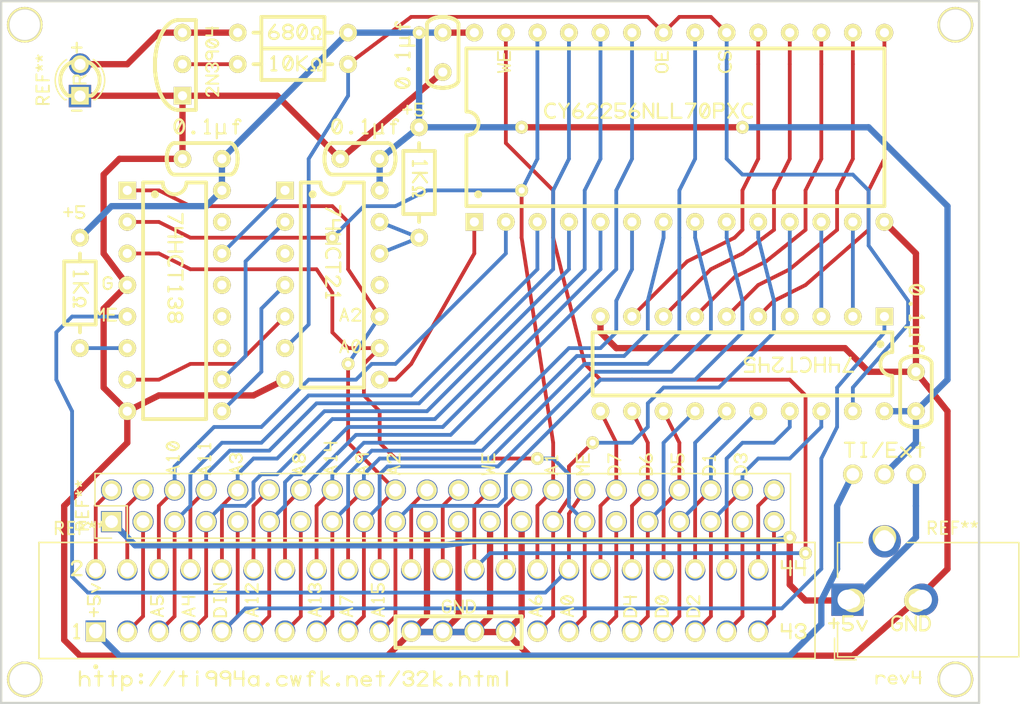
<source format=kicad_pcb>
(kicad_pcb (version 20211014) (generator pcbnew)
  (layers (0 "F.Cu" signal) (31 "B.Cu" signal) (34 "B.Paste" user) (35 "F.Paste" user) (36 "B.SilkS" user "B.Silkscreen") (37 "F.SilkS" user "F.Silkscreen") (38 "B.Mask" user) (39 "F.Mask" user) (44 "Edge.Cuts" user))
  (net 0 "")
  (footprint "Connector_PinHeader_2.54mm:PinHeader_2x22_P2.54mm_Vertical" (layer "F.Cu") (at 113.03 112.395 90)
    (fp_text reference "REF**")
    (fp_text value "PinHeader_2x22_P2.54mm_Vertical")
  )
  (footprint "TE 5530843-4 44p Edge Connector:TE_5530843-4" (layer "F.Cu") (at 138.43 118.745)
    (fp_text reference "REF**")
    (fp_text value "TE_5530843-4")
  )
  (footprint "Connector_BarrelJack:BarrelJack_CUI_PJ-102AH_Horizontal" (layer "F.Cu") (at 172.2858 118.6822 90)
    (fp_text reference "REF**")
    (fp_text value "BarrelJack_CUI_PJ-102AH_Horizontal")
  )
  (footprint "LED_THT:LED_D3.0mm" (layer "F.Cu") (at 110.49 78.1304 90)
    (fp_text reference "REF**")
    (fp_text value "LED_D3.0mm")
  )
  (gr_poly (pts (xy 119.4562 77.3938) (xy 118.0338 77.3938) (xy 118.0338 78.8162) (xy 119.4562 78.8162)) (layer "F.Cu") (width 0) (fill solid))
  (gr_poly (pts (xy 175.9712 95.1738) (xy 174.5488 95.1738) (xy 174.5488 96.5962) (xy 175.9712 96.5962)) (layer "F.Cu") (width 0) (fill solid))
  (gr_poly (pts (xy 113.8174 111.6076) (xy 112.2426 111.6076) (xy 112.2426 113.1824) (xy 113.8174 113.1824)) (layer "F.Cu") (width 0) (fill solid))
  (gr_poly (pts (xy 111.2012 77.3938) (xy 109.7788 77.3938) (xy 109.7788 78.8162) (xy 111.2012 78.8162)) (layer "F.Cu") (width 0) (fill solid))
  (gr_poly (pts (xy 115.0112 85.0138) (xy 113.5888 85.0138) (xy 113.5888 86.4362) (xy 115.0112 86.4362)) (layer "F.Cu") (width 0) (fill solid))
  (gr_poly (pts (xy 127.7112 85.0138) (xy 126.2888 85.0138) (xy 126.2888 86.4362) (xy 127.7112 86.4362)) (layer "F.Cu") (width 0) (fill solid))
  (gr_poly (pts (xy 112.5474 120.4976) (xy 110.9726 120.4976) (xy 110.9726 122.0724) (xy 112.5474 122.0724)) (layer "F.Cu") (width 0) (fill solid))
  (gr_poly (pts (xy 142.9512 87.5538) (xy 141.5288 87.5538) (xy 141.5288 88.9762) (xy 142.9512 88.9762)) (layer "F.Cu") (width 0) (fill solid))
  (gr_poly (pts (xy 175.9712 95.1738) (xy 174.5488 95.1738) (xy 174.5488 96.5962) (xy 175.9712 96.5962)) (layer "B.Cu") (width 0) (fill solid))
  (gr_poly (pts (xy 115.0112 85.0138) (xy 113.5888 85.0138) (xy 113.5888 86.4362) (xy 115.0112 86.4362)) (layer "B.Cu") (width 0) (fill solid))
  (gr_poly (pts (xy 142.9512 87.5538) (xy 141.5288 87.5538) (xy 141.5288 88.9762) (xy 142.9512 88.9762)) (layer "B.Cu") (width 0) (fill solid))
  (gr_poly (pts (xy 119.4562 77.3938) (xy 118.0338 77.3938) (xy 118.0338 78.8162) (xy 119.4562 78.8162)) (layer "B.Cu") (width 0) (fill solid))
  (gr_poly (pts (xy 113.8174 111.6076) (xy 112.2426 111.6076) (xy 112.2426 113.1824) (xy 113.8174 113.1824)) (layer "B.Cu") (width 0) (fill solid))
  (gr_poly (pts (xy 127.7112 85.0138) (xy 126.2888 85.0138) (xy 126.2888 86.4362) (xy 127.7112 86.4362)) (layer "B.Cu") (width 0) (fill solid))
  (gr_poly (pts (xy 111.2012 77.3938) (xy 109.7788 77.3938) (xy 109.7788 78.8162) (xy 111.2012 78.8162)) (layer "B.Cu") (width 0) (fill solid))
  (gr_poly (pts (xy 112.5474 120.4976) (xy 110.9726 120.4976) (xy 110.9726 122.0724) (xy 112.5474 122.0724)) (layer "B.Cu") (width 0) (fill solid))
  (gr_line (start 164.64788 99.23526) (end 164.67582 99.24796) (layer "F.SilkS") (width 0.1778))
  (gr_line (start 162.50412 74.63028) (end 162.53206 74.6125) (layer "F.SilkS") (width 0.1524))
  (gr_line (start 156.53258 107.39882) (end 156.52242 107.43184) (layer "F.SilkS") (width 0.1524))
  (gr_line (start 122.05462 119.4435) (end 122.0851 119.46382) (layer "F.SilkS") (width 0.1524))
  (gr_line (start 127.51054 73.04024) (end 127.53594 73.0631) (layer "F.SilkS") (width 0.1778))
  (gr_line (start 157.14472 119.01932) (end 157.1117 119.00916) (layer "F.SilkS") (width 0.1524))
  (gr_line (start 154.37612 119.56288) (end 154.39644 119.53494) (layer "F.SilkS") (width 0.1524))
  (gr_line (start 110.55858 95.04934) (end 110.52048 95.04934) (layer "F.SilkS") (width 0.1778))
  (gr_line (start 153.0477 108.24718) (end 153.05786 108.2167) (layer "F.SilkS") (width 0.1524))
  (gr_line (start 129.78384 73.1901) (end 129.7686 73.2155) (layer "F.SilkS") (width 0.1778))
  (gr_line (start 139.21486 71.80326) (end 139.24026 71.79818) (layer "F.SilkS") (width 0.3048))
  (gr_line (start 122.92838 107.01782) (end 122.95124 107.03814) (layer "F.SilkS") (width 0.1524))
  (gr_line (start 131.40944 90.7034) (end 131.42214 90.73134) (layer "F.SilkS") (width 0.1778))
  (gr_line (start 128.91008 117.81282) (end 128.905 117.74932) (layer "F.SilkS") (width 0.1524))
  (gr_line (start 136.06272 80.06588) (end 136.0805 80.08874) (layer "F.SilkS") (width 0.1778))
  (gr_line (start 131.41198 92.86494) (end 131.42468 92.89796) (layer "F.SilkS") (width 0.1778))
  (gr_line (start 128.48336 73.49998) (end 128.45796 73.51014) (layer "F.SilkS") (width 0.1778))
  (gr_line (start 121.29008 119.7102) (end 121.2977 119.67718) (layer "F.SilkS") (width 0.1524))
  (gr_line (start 158.87192 106.96702) (end 158.89986 106.97464) (layer "F.SilkS") (width 0.1524))
  (gr_line (start 128.2827 107.5944) (end 128.2573 107.57916) (layer "F.SilkS") (width 0.1524))
  (gr_line (start 162.21964 79.26578) (end 162.19932 79.28356) (layer "F.SilkS") (width 0.1778))
  (gr_line (start 128.92024 117.6401) (end 128.9304 117.60454) (layer "F.SilkS") (width 0.1524))
  (gr_line (start 176.38268 120.02262) (end 176.41824 120.03024) (layer "F.SilkS") (width 0.1778))
  (gr_line (start 125.74778 73.15708) (end 125.75794 73.13168) (layer "F.SilkS") (width 0.1778))
  (gr_line (start 117.475 83.16468) (end 117.475 83.14436) (layer "F.SilkS") (width 0.3048))
  (gr_line (start 112.94872 92.75826) (end 112.97158 92.77096) (layer "F.SilkS") (width 0.1524))
  (gr_line (start 137.52576 79.62646) (end 137.51306 79.61122) (layer "F.SilkS") (width 0.1524))
  (gr_line (start 130.69316 81.93786) (end 130.73126 81.92516) (layer "F.SilkS") (width 0.3048))
  (gr_line (start 136.76122 124.49302) (end 136.79678 124.48032) (layer "F.SilkS") (width 0.1778))
  (gr_line (start 176.58842 104.3305) (end 176.5681 104.29494) (layer "F.SilkS") (width 0.3048))
  (gr_line (start 116.76888 77.40904) (end 116.76126 77.3811) (layer "F.SilkS") (width 0.3048))
  (gr_circle (center 138.43 109.855) (end 139.2174 109.855) (layer "F.SilkS") (width 0) (fill solid))
  (gr_line (start 120.98782 106.47934) (end 120.98782 106.15676) (layer "F.SilkS") (width 0.1524))
  (gr_line (start 132.49402 97.96272) (end 132.50926 97.93478) (layer "F.SilkS") (width 0.1524))
  (gr_line (start 137.11682 125.06198) (end 137.14984 125.07468) (layer "F.SilkS") (width 0.1778))
  (gr_line (start 110.70336 94.41434) (end 110.73892 94.42958) (layer "F.SilkS") (width 0.1778))
  (gr_line (start 129.7432 72.69226) (end 129.76606 72.7202) (layer "F.SilkS") (width 0.1778))
  (gr_line (start 127.2032 73.52284) (end 127.16764 73.51776) (layer "F.SilkS") (width 0.1778))
  (gr_line (start 120.015 106.31932) (end 120.98782 106.31932) (layer "F.SilkS") (width 0.1524))
  (gr_line (start 123.2027 108.46308) (end 123.2027 108.05922) (layer "F.SilkS") (width 0.1524))
  (gr_line (start 132.42544 98.39198) (end 132.42036 98.35642) (layer "F.SilkS") (width 0.1524))
  (gr_line (start 160.62198 78.80858) (end 160.64484 78.7908) (layer "F.SilkS") (width 0.1778))
  (gr_line (start 168.89476 121.5009) (end 168.89222 121.52884) (layer "F.SilkS") (width 0.1778))
  (gr_line (start 118.71198 94.98838) (end 118.69674 95.01886) (layer "F.SilkS") (width 0.1778))
  (gr_line (start 150.05558 118.9482) (end 150.02764 118.96598) (layer "F.SilkS") (width 0.1524))
  (gr_line (start 156.33192 106.96702) (end 156.35986 106.97464) (layer "F.SilkS") (width 0.1524))
  (gr_line (start 133.14934 107.09148) (end 133.16712 107.12196) (layer "F.SilkS") (width 0.1524))
  (gr_line (start 127.03302 72.43572) (end 127.06604 72.42302) (layer "F.SilkS") (width 0.1778))
  (gr_line (start 177.98288 99.06762) (end 178.0032 99.06762) (layer "F.SilkS") (width 0.3048))
  (gr_line (start 176.20234 125.37186) (end 176.19218 125.37948) (layer "F.SilkS") (width 0.1524))
  (gr_line (start 130.97256 81.04124) (end 130.95224 81.01838) (layer "F.SilkS") (width 0.1778))
  (gr_line (start 178.41468 93.82252) (end 178.40198 93.84792) (layer "F.SilkS") (width 0.1778))
  (gr_line (start 135.88238 82.9818) (end 135.88238 83.00212) (layer "F.SilkS") (width 0.3048))
  (gr_line (start 164.00526 106.9848) (end 164.03066 107.00004) (layer "F.SilkS") (width 0.1524))
  (gr_line (start 148.03882 78.98384) (end 148.05914 78.95336) (layer "F.SilkS") (width 0.1778))
  (gr_line (start 149.27834 118.57228) (end 149.29612 118.55196) (layer "F.SilkS") (width 0.1524))
  (gr_line (start 120.85828 124.97816) (end 120.8278 124.96038) (layer "F.SilkS") (width 0.1778))
  (gr_line (start 175.26 74.295) (end 141.605 74.295) (layer "F.SilkS") (width 0.3048))
  (gr_line (start 125.89764 73.47458) (end 125.86716 73.45934) (layer "F.SilkS") (width 0.1778))
  (gr_line (start 128.05156 107.06354) (end 128.06934 107.09148) (layer "F.SilkS") (width 0.1524))
  (gr_line (start 160.98774 107.95762) (end 161.0233 107.95) (layer "F.SilkS") (width 0.1524))
  (gr_line (start 120.83796 78.09738) (end 120.81002 78.08722) (layer "F.SilkS") (width 0.1524))
  (gr_line (start 118.4021 91.06916) (end 118.43512 91.08186) (layer "F.SilkS") (width 0.1778))
  (gr_line (start 118.00332 95.5929) (end 118.02872 95.61068) (layer "F.SilkS") (width 0.1778))
  (gr_line (start 118.65864 91.25204) (end 118.67642 91.27998) (layer "F.SilkS") (width 0.1778))
  (gr_line (start 128.36398 106.96448) (end 128.39192 106.96702) (layer "F.SilkS") (width 0.1524))
  (gr_line (start 161.25444 107.94746) (end 161.29 107.95762) (layer "F.SilkS") (width 0.1524))
  (gr_line (start 160.35528 120.015) (end 159.385 120.015) (layer "F.SilkS") (width 0.1524))
  (gr_line (start 147.22602 118.51386) (end 147.2438 118.48846) (layer "F.SilkS") (width 0.1524))
  (gr_line (start 130.31216 88.80856) (end 131.445 88.80856) (layer "F.SilkS") (width 0.1778))
  (gr_line (start 117.49532 72.47128) (end 117.5258 72.4408) (layer "F.SilkS") (width 0.3048))
  (gr_line (start 168.64838 100.30714) (end 168.62552 100.30206) (layer "F.SilkS") (width 0.1778))
  (gr_line (start 129.82702 73.06564) (end 129.8194 73.1012) (layer "F.SilkS") (width 0.1778))
  (gr_line (start 118.48846 95.56496) (end 118.5164 95.57258) (layer "F.SilkS") (width 0.1778))
  (gr_circle (center 175.26 88.265) (end 175.9712 88.265) (layer "F.SilkS") (width 0) (fill solid))
  (gr_line (start 150.19782 118.7196) (end 150.19528 118.745) (layer "F.SilkS") (width 0.1524))
  (gr_line (start 160.43656 79.15656) (end 160.44418 79.11846) (layer "F.SilkS") (width 0.1778))
  (gr_line (start 130.57632 90.46718) (end 130.60934 90.45194) (layer "F.SilkS") (width 0.1778))
  (gr_line (start 170.45432 99.76358) (end 169.6974 99.76358) (layer "F.SilkS") (width 0.1778))
  (gr_line (start 117.07622 119.02694) (end 117.06098 119.0371) (layer "F.SilkS") (width 0.1524))
  (gr_line (start 133.06298 98.27514) (end 133.06298 98.31324) (layer "F.SilkS") (width 0.1524))
  (gr_arc (start 126.73584 125.59284) (mid 126.468228 125.481992) (end 126.35738 125.21438) (layer "F.SilkS") (width 0.1778))
  (gr_line (start 162.88258 75.64374) (end 162.88766 75.67168) (layer "F.SilkS") (width 0.1524))
  (gr_line (start 131.40944 81.03616) (end 131.38912 81.05648) (layer "F.SilkS") (width 0.1778))
  (gr_line (start 176.54016 104.21874) (end 176.53254 104.18064) (layer "F.SilkS") (width 0.3048))
  (gr_line (start 135.2677 107.38866) (end 135.26008 107.3531) (layer "F.SilkS") (width 0.1524))
  (gr_line (start 121.33072 75.52182) (end 121.37898 75.5142) (layer "F.SilkS") (width 0.1524))
  (gr_line (start 150.80742 79.82712) (end 150.7744 79.84236) (layer "F.SilkS") (width 0.1778))
  (gr_line (start 136.89838 77.32776) (end 136.87552 77.34808) (layer "F.SilkS") (width 0.1778))
  (gr_line (start 137.02284 72.55764) (end 136.07796 72.55764) (layer "F.SilkS") (width 0.1778))
  (gr_line (start 117.61216 82.40014) (end 117.62486 82.36458) (layer "F.SilkS") (width 0.3048))
  (gr_line (start 139.60094 77.46746) (end 139.58062 77.46746) (layer "F.SilkS") (width 0.3048))
  (gr_line (start 127.4826 73.02246) (end 127.51054 73.04024) (layer "F.SilkS") (width 0.1778))
  (gr_line (start 122.51944 124.587) (end 122.53722 124.6124) (layer "F.SilkS") (width 0.1778))
  (gr_line (start 163.21024 107.18038) (end 163.2204 107.14736) (layer "F.SilkS") (width 0.1524))
  (gr_line (start 159.4104 118.57736) (end 159.4231 118.54434) (layer "F.SilkS") (width 0.1524))
  (gr_line (start 110.43158 76.54798) (end 110.44682 76.5683) (layer "F.SilkS") (width 0.1524))
  (gr_circle (center 118.11 112.395) (end 118.8974 112.395) (layer "F.SilkS") (width 0) (fill solid))
  (gr_line (start 117.63756 107.45216) (end 117.475 107.2896) (layer "F.SilkS") (width 0.1524))
  (gr_line (start 132.54736 97.88398) (end 132.57022 97.86366) (layer "F.SilkS") (width 0.1524))
  (gr_line (start 110.5027 115.65382) (end 110.52556 115.67414) (layer "F.SilkS") (width 0.1778))
  (gr_line (start 139.86256 71.76008) (end 139.88288 71.76262) (layer "F.SilkS") (width 0.3048))
  (gr_line (start 162.52698 76.1873) (end 162.49142 76.19492) (layer "F.SilkS") (width 0.1524))
  (gr_line (start 130.83286 80.77454) (end 130.82524 80.73898) (layer "F.SilkS") (width 0.1778))
  (gr_line (start 118.1227 80.42656) (end 118.13032 80.38846) (layer "F.SilkS") (width 0.1778))
  (gr_arc (start 157.4927 75.5523) (mid 157.721688 75.647674) (end 157.81527 75.8774) (layer "F.SilkS") (width 0.1524))
  (gr_line (start 116.87302 77.71892) (end 116.86032 77.68844) (layer "F.SilkS") (width 0.3048))
  (gr_line (start 175.0568 124.79274) (end 175.09236 124.80036) (layer "F.SilkS") (width 0.1524))
  (gr_line (start 121.93778 124.54128) (end 121.96572 124.5235) (layer "F.SilkS") (width 0.1778))
  (gr_line (start 164.04844 107.56646) (end 164.02558 107.58424) (layer "F.SilkS") (width 0.1524))
  (gr_line (start 163.3093 108.07954) (end 163.3347 108.05668) (layer "F.SilkS") (width 0.1524))
  (gr_line (start 127.02032 75.03922) (end 127.04064 75.01636) (layer "F.SilkS") (width 0.1778))
  (gr_line (start 110.3249 76.48448) (end 110.35792 76.49464) (layer "F.SilkS") (width 0.1524))
  (gr_line (start 151.49576 78.8035) (end 151.52624 78.78572) (layer "F.SilkS") (width 0.1778))
  (gr_line (start 140.45184 71.87946) (end 140.48486 71.89216) (layer "F.SilkS") (width 0.3048))
  (gr_line (start 148.6027 108.46308) (end 148.6027 108.05922) (layer "F.SilkS") (width 0.1524))
  (gr_line (start 154.28976 79.77124) (end 154.2669 79.79156) (layer "F.SilkS") (width 0.1778))
  (gr_line (start 112.92078 92.74556) (end 112.94872 92.75826) (layer "F.SilkS") (width 0.1524))
  (gr_line (start 123.05538 107.18038) (end 123.06554 107.14736) (layer "F.SilkS") (width 0.1524))
  (gr_line (start 147.3073 119.03964) (end 147.27682 119.0371) (layer "F.SilkS") (width 0.1524))
  (gr_line (start 159.385 120.015) (end 159.385 119.77116) (layer "F.SilkS") (width 0.1524))
  (gr_line (start 127.20828 74.93254) (end 127.2413 74.93) (layer "F.SilkS") (width 0.1778))
  (gr_line (start 125.81636 73.05802) (end 125.84176 73.0377) (layer "F.SilkS") (width 0.1778))
  (gr_line (start 176.6697 104.42956) (end 176.64176 104.39908) (layer "F.SilkS") (width 0.3048))
  (gr_line (start 157.33014 119.04472) (end 157.29204 119.04218) (layer "F.SilkS") (width 0.1524))
  (gr_line (start 150.24354 79.33944) (end 150.24862 79.32166) (layer "F.SilkS") (width 0.1778))
  (gr_line (start 157.81528 119.7356) (end 157.81782 119.77116) (layer "F.SilkS") (width 0.1524))
  (gr_line (start 117.61216 89.44356) (end 118.745 89.44356) (layer "F.SilkS") (width 0.1778))
  (gr_circle (center 124.46 116.205) (end 125.2474 116.205) (layer "F.SilkS") (width 0) (fill solid))
  (gr_line (start 152.50668 78.94066) (end 152.51684 78.91526) (layer "F.SilkS") (width 0.1778))
  (gr_line (start 156.37764 107.59694) (end 156.35224 107.6071) (layer "F.SilkS") (width 0.1524))
  (gr_line (start 120.8786 73.61936) (end 120.91162 73.60666) (layer "F.SilkS") (width 0.1524))
  (gr_line (start 126.48692 73.2409) (end 126.48438 73.26884) (layer "F.SilkS") (width 0.1778))
  (gr_circle (center 134.62 90.805) (end 135.3312 90.805) (layer "F.SilkS") (width 0) (fill solid))
  (gr_line (start 121.52884 74.08418) (end 121.50598 74.1045) (layer "F.SilkS") (width 0.1524))
  (gr_arc (start 176.64938 120.77192) (mid 176.539434 121.038626) (end 176.273477 121.150371) (layer "F.SilkS") (width 0.1778))
  (gr_line (start 118.0973 95.67672) (end 118.11508 95.70466) (layer "F.SilkS") (width 0.1778))
  (gr_line (start 178.43246 93.74886) (end 178.42992 93.77426) (layer "F.SilkS") (width 0.1778))
  (gr_line (start 149.4917 119.00916) (end 149.45868 118.99646) (layer "F.SilkS") (width 0.1524))
  (gr_line (start 120.65 77.77988) (end 120.65254 77.74432) (layer "F.SilkS") (width 0.1524))
  (gr_line (start 162.88766 75.01382) (end 162.88004 75.04684) (layer "F.SilkS") (width 0.1524))
  (gr_line (start 142.23238 119.48414) (end 142.2146 119.51462) (layer "F.SilkS") (width 0.1524))
  (gr_line (start 117.4877 83.43138) (end 117.48516 83.41106) (layer "F.SilkS") (width 0.3048))
  (gr_line (start 136.40562 76.71562) (end 136.45642 76.71562) (layer "F.SilkS") (width 0.1778))
  (gr_line (start 117.5131 83.61934) (end 117.50802 83.59394) (layer "F.SilkS") (width 0.3048))
  (gr_line (start 137.795 87.63) (end 137.795 88.265) (layer "F.SilkS") (width 0.3048))
  (gr_line (start 121.0183 75.14336) (end 120.9929 75.16114) (layer "F.SilkS") (width 0.1524))
  (gr_line (start 163.71824 107.9373) (end 163.75634 107.94238) (layer "F.SilkS") (width 0.1524))
  (gr_line (start 112.0013 124.46) (end 112.0013 125.59284) (layer "F.SilkS") (width 0.1778))
  (gr_line (start 116.55806 76.327) (end 116.55552 76.30668) (layer "F.SilkS") (width 0.3048))
  (gr_line (start 116.54028 75.12812) (end 116.54282 75.10526) (layer "F.SilkS") (width 0.3048))
  (gr_line (start 116.70538 118.61038) (end 116.71554 118.57736) (layer "F.SilkS") (width 0.1524))
  (gr_line (start 120.67286 75.00112) (end 120.6627 74.96556) (layer "F.SilkS") (width 0.1524))
  (gr_line (start 135.9408 77.24902) (end 135.92556 77.22362) (layer "F.SilkS") (width 0.1778))
  (gr_line (start 148.6535 79.84236) (end 148.63064 79.84998) (layer "F.SilkS") (width 0.1778))
  (gr_circle (center 134.62 93.345) (end 135.3312 93.345) (layer "F.SilkS") (width 0) (fill solid))
  (gr_circle (center 140.97 112.395) (end 141.7574 112.395) (layer "F.SilkS") (width 0) (fill solid))
  (gr_line (start 132.98678 98.5901) (end 132.97154 98.61804) (layer "F.SilkS") (width 0.1524))
  (gr_line (start 130.90906 80.19288) (end 130.92684 80.16748) (layer "F.SilkS") (width 0.1778))
  (gr_line (start 120.76684 75.55992) (end 120.79224 75.54468) (layer "F.SilkS") (width 0.1524))
  (gr_line (start 164.13988 79.84236) (end 164.1094 79.82712) (layer "F.SilkS") (width 0.1778))
  (gr_line (start 161.9504 75.92314) (end 161.94024 75.89266) (layer "F.SilkS") (width 0.1524))
  (gr_line (start 116.77904 73.81748) (end 116.78666 73.787) (layer "F.SilkS") (width 0.3048))
  (gr_line (start 122.24258 119.67464) (end 122.2502 119.70512) (layer "F.SilkS") (width 0.1524))
  (gr_line (start 116.53774 76.10602) (end 116.53774 76.0857) (layer "F.SilkS") (width 0.3048))
  (gr_arc (start 143.92656 124.83846) (mid 144.059468 124.893512) (end 144.11452 125.02642) (layer "F.SilkS") (width 0.1778))
  (gr_line (start 116.92382 77.84846) (end 116.90858 77.81544) (layer "F.SilkS") (width 0.3048))
  (gr_line (start 150.07844 118.50878) (end 150.1013 118.52656) (layer "F.SilkS") (width 0.1524))
  (gr_line (start 120.65508 77.84592) (end 120.65 77.77988) (layer "F.SilkS") (width 0.1524))
  (gr_line (start 134.14756 118.88216) (end 133.985 118.7196) (layer "F.SilkS") (width 0.1524))
  (gr_line (start 131.16052 93.41866) (end 131.06654 93.38056) (layer "F.SilkS") (width 0.1778))
  (gr_line (start 163.3347 108.05668) (end 163.36264 108.03636) (layer "F.SilkS") (width 0.1524))
  (gr_line (start 118.70944 81.03616) (end 118.68912 81.05648) (layer "F.SilkS") (width 0.1778))
  (gr_circle (center 152.4 103.505) (end 153.1112 103.505) (layer "F.SilkS") (width 0) (fill solid))
  (gr_line (start 150.2283 79.44866) (end 150.23084 79.41818) (layer "F.SilkS") (width 0.1778))
  (gr_line (start 132.81406 95.25508) (end 132.84962 95.26524) (layer "F.SilkS") (width 0.1524))
  (gr_line (start 120.8024 124.54128) (end 120.83034 124.5235) (layer "F.SilkS") (width 0.1778))
  (gr_line (start 156.51226 107.12196) (end 156.52496 107.15498) (layer "F.SilkS") (width 0.1524))
  (gr_line (start 131.38912 81.05648) (end 131.36626 81.0768) (layer "F.SilkS") (width 0.1778))
  (gr_line (start 156.84754 118.6942) (end 156.85008 118.6688) (layer "F.SilkS") (width 0.1524))
  (gr_line (start 118.6434 94.51848) (end 118.66372 94.54388) (layer "F.SilkS") (width 0.1778))
  (gr_line (start 160.79978 78.74) (end 160.82772 78.74254) (layer "F.SilkS") (width 0.1778))
  (gr_line (start 178.13782 104.75214) (end 178.11242 104.75468) (layer "F.SilkS") (width 0.3048))
  (gr_line (start 127.87884 107.61218) (end 127.8509 107.61218) (layer "F.SilkS") (width 0.1524))
  (gr_line (start 133.3627 108.46308) (end 133.3627 108.05922) (layer "F.SilkS") (width 0.1524))
  (gr_circle (center 123.19 73.025) (end 123.9012 73.025) (layer "F.SilkS") (width 0) (fill solid))
  (gr_line (start 118.3513 95.15602) (end 118.3259 95.14078) (layer "F.SilkS") (width 0.1778))
  (gr_line (start 151.59228 78.76032) (end 151.62784 78.75016) (layer "F.SilkS") (width 0.1778))
  (gr_line (start 136.96188 77.26426) (end 136.9441 77.28712) (layer "F.SilkS") (width 0.1778))
  (gr_line (start 168.88714 121.44756) (end 168.89476 121.5009) (layer "F.SilkS") (width 0.1778))
  (gr_line (start 117.6147 91.5797) (end 117.61216 91.54414) (layer "F.SilkS") (width 0.1778))
  (gr_line (start 170.815 120.58142) (end 171.56938 120.58142) (layer "F.SilkS") (width 0.1778))
  (gr_line (start 168.22166 121.6787) (end 168.20134 121.65584) (layer "F.SilkS") (width 0.1778))
  (gr_line (start 117.94998 95.57258) (end 117.97792 95.5802) (layer "F.SilkS") (width 0.1778))
  (gr_line (start 156.86786 119.6467) (end 156.88056 119.61876) (layer "F.SilkS") (width 0.1524))
  (gr_circle (center 130.81 109.855) (end 131.5974 109.855) (layer "F.SilkS") (width 0) (fill solid))
  (gr_line (start 177.32502 93.83014) (end 177.31486 93.80728) (layer "F.SilkS") (width 0.1778))
  (gr_line (start 178.81346 120.93448) (end 178.79314 120.96496) (layer "F.SilkS") (width 0.1778))
  (gr_line (start 136.02208 77.33284) (end 135.99922 77.31506) (layer "F.SilkS") (width 0.1778))
  (gr_line (start 118.66118 95.07728) (end 118.64086 95.10268) (layer "F.SilkS") (width 0.1778))
  (gr_line (start 131.03098 80.0608) (end 131.05638 80.04556) (layer "F.SilkS") (width 0.1778))
  (gr_line (start 129.8321 75.42784) (end 129.83972 75.49642) (layer "F.SilkS") (width 0.1778))
  (gr_line (start 123.51512 107.19054) (end 123.52274 107.2261) (layer "F.SilkS") (width 0.1524))
  (gr_line (start 118.618 95.12554) (end 118.5926 95.14332) (layer "F.SilkS") (width 0.1778))
  (gr_line (start 117.48008 83.04276) (end 117.48008 83.02244) (layer "F.SilkS") (width 0.3048))
  (gr_line (start 147.60194 118.92534) (end 147.58416 118.95074) (layer "F.SilkS") (width 0.1524))
  (gr_line (start 140.95984 72.31126) (end 140.96746 72.34936) (layer "F.SilkS") (width 0.3048))
  (gr_line (start 121.59742 73.79208) (end 121.60758 73.81748) (layer "F.SilkS") (width 0.1524))
  (gr_line (start 131.3815 92.80144) (end 131.39928 92.83192) (layer "F.SilkS") (width 0.1778))
  (gr_line (start 126.90856 73.10628) (end 126.92888 73.08088) (layer "F.SilkS") (width 0.1778))
  (gr_line (start 164.03574 99.53244) (end 164.03066 99.4791) (layer "F.SilkS") (width 0.1778))
  (gr_line (start 117.64518 95.76308) (end 117.66042 95.73006) (layer "F.SilkS") (width 0.1778))
  (gr_circle (center 133.35 109.855) (end 134.1374 109.855) (layer "F.SilkS") (width 0) (fill solid))
  (gr_line (start 136.779 76.78166) (end 136.80948 76.7969) (layer "F.SilkS") (width 0.1778))
  (gr_line (start 120.70842 124.66066) (end 120.72112 124.63526) (layer "F.SilkS") (width 0.1778))
  (gr_line (start 140.8303 77.12456) (end 140.79728 77.15504) (layer "F.SilkS") (width 0.3048))
  (gr_line (start 159.08528 108.3056) (end 159.08528 108.34116) (layer "F.SilkS") (width 0.1524))
  (gr_line (start 138.11504 79.36738) (end 138.12774 79.39278) (layer "F.SilkS") (width 0.1524))
  (gr_line (start 128.42494 72.39508) (end 128.45034 72.4027) (layer "F.SilkS") (width 0.1778))
  (gr_line (start 157.67558 118.9482) (end 157.64764 118.96598) (layer "F.SilkS") (width 0.1524))
  (gr_line (start 137.86358 85.49894) (end 137.90168 85.50148) (layer "F.SilkS") (width 0.1778))
  (gr_line (start 118.79326 80.24368) (end 118.8085 80.2767) (layer "F.SilkS") (width 0.1778))
  (gr_line (start 156.50718 108.18368) (end 156.52242 108.21416) (layer "F.SilkS") (width 0.1524))
  (gr_line (start 130.87858 80.25384) (end 130.89382 80.22336) (layer "F.SilkS") (width 0.1778))
  (gr_line (start 120.81764 77.47254) (end 120.84558 77.46492) (layer "F.SilkS") (width 0.1524))
  (gr_line (start 117.7163 95.64878) (end 117.73916 95.62592) (layer "F.SilkS") (width 0.1778))
  (gr_line (start 126.4793 73.29678) (end 126.46914 73.32218) (layer "F.SilkS") (width 0.1778))
  (gr_line (start 125.96622 72.97674) (end 126.00178 72.96912) (layer "F.SilkS") (width 0.1778))
  (gr_line (start 159.03194 108.15574) (end 159.04718 108.18368) (layer "F.SilkS") (width 0.1524))
  (gr_line (start 177.30216 98.25736) (end 178.24704 98.25736) (layer "F.SilkS") (width 0.1778))
  (gr_line (start 132.79374 98.7552) (end 132.76834 98.76028) (layer "F.SilkS") (width 0.1524))
  (gr_line (start 177.77968 93.35008) (end 177.81778 93.34754) (layer "F.SilkS") (width 0.1778))
  (gr_line (start 163.97224 107.6071) (end 163.92398 107.61218) (layer "F.SilkS") (width 0.1524))
  (gr_line (start 135.87476 83.45424) (end 135.87222 83.4771) (layer "F.SilkS") (width 0.3048))
  (gr_line (start 110.35284 94.42958) (end 110.38332 94.41942) (layer "F.SilkS") (width 0.1778))
  (gr_line (start 120.8659 75.18908) (end 120.83796 75.18146) (layer "F.SilkS") (width 0.1524))
  (gr_line (start 162.56254 74.59726) (end 162.5981 74.5871) (layer "F.SilkS") (width 0.1524))
  (gr_line (start 157.58414 119.42572) (end 157.61462 119.4435) (layer "F.SilkS") (width 0.1524))
  (gr_line (start 178.20894 99.09302) (end 178.23434 99.0981) (layer "F.SilkS") (width 0.3048))
  (gr_circle (center 129.54 116.205) (end 130.3274 116.205) (layer "F.SilkS") (width 0) (fill solid))
  (gr_line (start 157.69844 118.50878) (end 157.7213 118.52656) (layer "F.SilkS") (width 0.1524))
  (gr_line (start 120.81764 75.52944) (end 120.84558 75.52182) (layer "F.SilkS") (width 0.1524))
  (gr_line (start 164.19576 99.71532) (end 164.16782 99.69754) (layer "F.SilkS") (width 0.1778))
  (gr_line (start 130.43662 90.57386) (end 130.45948 90.54846) (layer "F.SilkS") (width 0.1778))
  (gr_line (start 135.27786 107.42422) (end 135.2677 107.38866) (layer "F.SilkS") (width 0.1524))
  (gr_line (start 110.76686 94.996) (end 110.73384 95.01378) (layer "F.SilkS") (width 0.1778))
  (gr_line (start 155.64612 108.13288) (end 155.66644 108.10494) (layer "F.SilkS") (width 0.1524))
  (gr_line (start 166.96436 100.2284) (end 166.9415 100.24872) (layer "F.SilkS") (width 0.1778))
  (gr_line (start 110.236 94.53626) (end 110.24616 94.51594) (layer "F.SilkS") (width 0.1778))
  (gr_line (start 160.86074 79.86776) (end 160.83534 79.8703) (layer "F.SilkS") (width 0.1778))
  (gr_line (start 121.62028 73.86574) (end 121.62282 73.89368) (layer "F.SilkS") (width 0.1524))
  (gr_line (start 141.6431 119.71782) (end 141.6431 118.745) (layer "F.SilkS") (width 0.1524))
  (gr_line (start 123.15952 83.56854) (end 123.15698 83.59394) (layer "F.SilkS") (width 0.3048))
  (gr_line (start 121.21642 74.21372) (end 121.17832 74.2188) (layer "F.SilkS") (width 0.1524))
  (gr_line (start 128.32334 73.51776) (end 128.29794 73.51268) (layer "F.SilkS") (width 0.1778))
  (gr_line (start 135.92556 77.22362) (end 135.91286 77.20076) (layer "F.SilkS") (width 0.1778))
  (gr_line (start 118.81104 80.86852) (end 118.79834 80.899) (layer "F.SilkS") (width 0.1778))
  (gr_line (start 123.15698 107.01274) (end 123.18238 106.99496) (layer "F.SilkS") (width 0.1524))
  (gr_line (start 130.175 83.20532) (end 130.175 83.185) (layer "F.SilkS") (width 0.3048))
  (gr_line (start 157.77718 119.61368) (end 157.79242 119.64416) (layer "F.SilkS") (width 0.1524))
  (gr_line (start 168.66108 121.23928) (end 168.69664 121.25198) (layer "F.SilkS") (width 0.1778))
  (gr_line (start 155.90774 107.95762) (end 155.9433 107.95) (layer "F.SilkS") (width 0.1524))
  (gr_line (start 164.0459 78.82636) (end 164.0713 78.80858) (layer "F.SilkS") (width 0.1778))
  (gr_poly (pts (xy 142.9512 87.5538) (xy 141.5288 87.5538) (xy 141.5288 88.9762) (xy 142.9512 88.9762)) (layer "F.SilkS") (width 0) (fill solid))
  (gr_line (start 135.79856 82.52714) (end 135.80618 82.55762) (layer "F.SilkS") (width 0.3048))
  (gr_line (start 118.25986 96.20758) (end 118.24208 96.17964) (layer "F.SilkS") (width 0.1778))
  (gr_line (start 145.11782 75.67422) (end 144.145 75.5523) (layer "F.SilkS") (width 0.1524))
  (gr_line (start 118.30304 106.08818) (end 118.32844 106.10596) (layer "F.SilkS") (width 0.1524))
  (gr_line (start 137.8204 79.71028) (end 137.7823 79.71028) (layer "F.SilkS") (width 0.1524))
  (gr_line (start 155.66644 108.10494) (end 155.6893 108.07954) (layer "F.SilkS") (width 0.1524))
  (gr_line (start 110.2995 94.97822) (end 110.27918 94.96298) (layer "F.SilkS") (width 0.1778))
  (gr_line (start 164.16274 107.2261) (end 164.16782 107.2896) (layer "F.SilkS") (width 0.1524))
  (gr_line (start 127.44958 72.9107) (end 127.41656 72.9234) (layer "F.SilkS") (width 0.1778))
  (gr_line (start 179.05984 104.21874) (end 179.04714 104.25684) (layer "F.SilkS") (width 0.3048))
  (gr_line (start 168.62298 121.20626) (end 168.58488 121.21134) (layer "F.SilkS") (width 0.1778))
  (gr_arc (start 131.7625 85.09) (mid 130.81 86.0425) (end 129.8575 85.09) (layer "F.SilkS") (width 0.3048))
  (gr_arc (start 132.02666 125.21438) (mid 132.136606 124.947674) (end 132.402563 124.835929) (layer "F.SilkS") (width 0.1778))
  (gr_line (start 153.1493 108.07954) (end 153.1747 108.05668) (layer "F.SilkS") (width 0.1524))
  (gr_line (start 120.82272 74.1426) (end 120.79478 74.12482) (layer "F.SilkS") (width 0.1524))
  (gr_circle (center 170.18 73.025) (end 170.8912 73.025) (layer "F.SilkS") (width 0) (fill solid))
  (gr_line (start 109.97946 77.1144) (end 109.97946 76.62926) (layer "F.SilkS") (width 0.1524))
  (gr_line (start 178.79568 104.5337) (end 178.76012 104.55656) (layer "F.SilkS") (width 0.3048))
  (gr_line (start 117.69598 95.67418) (end 117.7163 95.64878) (layer "F.SilkS") (width 0.1778))
  (gr_line (start 176.97958 104.62514) (end 176.94656 104.6099) (layer "F.SilkS") (width 0.3048))
  (gr_line (start 116.68506 74.16038) (end 116.69268 74.13498) (layer "F.SilkS") (width 0.3048))
  (gr_line (start 135.88492 83.02244) (end 135.88492 83.04276) (layer "F.SilkS") (width 0.3048))
  (gr_line (start 118.11 81.915) (end 122.555 81.915) (layer "F.SilkS") (width 0.3048))
  (gr_circle (center 130.81 89.535) (end 131.3307 89.535) (layer "F.SilkS") (width 0) (fill solid))
  (gr_line (start 130.37566 84.10956) (end 130.35788 84.074) (layer "F.SilkS") (width 0.3048))
  (gr_line (start 148.05914 78.95336) (end 148.07946 78.92288) (layer "F.SilkS") (width 0.1778))
  (gr_line (start 130.18516 83.41106) (end 130.18262 83.3882) (layer "F.SilkS") (width 0.3048))
  (gr_line (start 131.56184 80.65262) (end 131.55676 80.69072) (layer "F.SilkS") (width 0.1778))
  (gr_line (start 117.71376 72.27316) (end 117.74678 72.24776) (layer "F.SilkS") (width 0.3048))
  (gr_line (start 135.89 83.22564) (end 135.89 83.24596) (layer "F.SilkS") (width 0.3048))
  (gr_line (start 132.48894 95.3389) (end 132.51434 95.31858) (layer "F.SilkS") (width 0.1524))
  (gr_line (start 137.8331 124.5235) (end 137.86358 124.50572) (layer "F.SilkS") (width 0.1778))
  (gr_line (start 150.1267 118.88724) (end 150.10384 118.9101) (layer "F.SilkS") (width 0.1524))
  (gr_line (start 168.65854 121.1961) (end 168.62298 121.20626) (layer "F.SilkS") (width 0.1778))
  (gr_line (start 122.34418 125.0061) (end 122.30862 125.01626) (layer "F.SilkS") (width 0.1778))
  (gr_line (start 178.3969 98.57486) (end 178.37912 98.59772) (layer "F.SilkS") (width 0.1778))
  (gr_line (start 164.67582 99.24796) (end 164.70122 99.26066) (layer "F.SilkS") (width 0.1778))
  (gr_line (start 167.005 115.57) (end 167.005 116.13642) (layer "F.SilkS") (width 0.1778))
  (gr_line (start 141.98346 119.70258) (end 141.95298 119.7102) (layer "F.SilkS") (width 0.1524))
  (gr_line (start 116.54282 75.10526) (end 116.54282 75.08494) (layer "F.SilkS") (width 0.3048))
  (gr_line (start 162.37204 75.09002) (end 162.3568 75.1205) (layer "F.SilkS") (width 0.1524))
  (gr_line (start 128.02616 72.7329) (end 128.03886 72.69988) (layer "F.SilkS") (width 0.1778))
  (gr_line (start 126.90602 73.37044) (end 126.89078 73.34504) (layer "F.SilkS") (width 0.1778))
  (gr_line (start 139.88288 77.46238) (end 139.86256 77.46492) (layer "F.SilkS") (width 0.3048))
  (gr_line (start 116.56568 74.86142) (end 116.56822 74.83602) (layer "F.SilkS") (width 0.3048))
  (gr_line (start 127.55626 72.517) (end 127.57658 72.5424) (layer "F.SilkS") (width 0.1778))
  (gr_line (start 117.99824 105.9942) (end 118.03634 105.99928) (layer "F.SilkS") (width 0.1524))
  (gr_line (start 120.84558 77.46492) (end 120.89384 77.4573) (layer "F.SilkS") (width 0.1524))
  (gr_line (start 138.21664 124.48286) (end 138.24966 124.49302) (layer "F.SilkS") (width 0.1778))
  (gr_line (start 131.14782 108.585) (end 130.175 108.25988) (layer "F.SilkS") (width 0.1524))
  (gr_line (start 126.40056 73.0631) (end 126.42342 73.08342) (layer "F.SilkS") (width 0.1778))
  (gr_line (start 178.53914 120.0277) (end 178.57216 120.03532) (layer "F.SilkS") (width 0.1778))
  (gr_line (start 149.39772 118.96598) (end 149.36978 118.95074) (layer "F.SilkS") (width 0.1524))
  (gr_line (start 118.2116 95.76308) (end 118.22684 95.73006) (layer "F.SilkS") (width 0.1778))
  (gr_line (start 129.21996 75.70216) (end 129.20726 75.67168) (layer "F.SilkS") (width 0.1778))
  (gr_line (start 120.015 108.25988) (end 120.98782 107.9373) (layer "F.SilkS") (width 0.1524))
  (gr_line (start 118.6434 81.09204) (end 118.62054 81.10728) (layer "F.SilkS") (width 0.1778))
  (gr_line (start 130.175 83.185) (end 130.175 83.16468) (layer "F.SilkS") (width 0.3048))
  (gr_line (start 128.00584 72.84212) (end 128.01092 72.80656) (layer "F.SilkS") (width 0.1778))
  (gr_line (start 130.2766 82.49666) (end 130.28676 82.46618) (layer "F.SilkS") (width 0.3048))
  (gr_line (start 176.94656 104.6099) (end 176.911 104.59212) (layer "F.SilkS") (width 0.3048))
  (gr_line (start 150.15718 118.5926) (end 150.17242 118.618) (layer "F.SilkS") (width 0.1524))
  (gr_line (start 161.62528 108.585) (end 160.655 108.585) (layer "F.SilkS") (width 0.1524))
  (gr_line (start 139.53744 77.46492) (end 139.51712 77.46238) (layer "F.SilkS") (width 0.3048))
  (gr_circle (center 170.18 95.885) (end 170.8912 95.885) (layer "F.SilkS") (width 0) (fill solid))
  (gr_line (start 156.85262 118.77294) (end 156.84754 118.74754) (layer "F.SilkS") (width 0.1524))
  (gr_line (start 168.4782 121.78284) (end 168.44264 121.77776) (layer "F.SilkS") (width 0.1778))
  (gr_line (start 153.1366 78.82382) (end 153.15946 78.84414) (layer "F.SilkS") (width 0.1778))
  (gr_line (start 116.5606 74.9046) (end 116.56314 74.88428) (layer "F.SilkS") (width 0.3048))
  (gr_line (start 120.6881 74.02068) (end 120.6754 73.99782) (layer "F.SilkS") (width 0.1524))
  (gr_line (start 118.11508 80.66532) (end 118.11254 80.62722) (layer "F.SilkS") (width 0.1778))
  (gr_line (start 118.63578 91.22664) (end 118.65864 91.25204) (layer "F.SilkS") (width 0.1778))
  (gr_line (start 126.89078 73.34504) (end 126.87808 73.31964) (layer "F.SilkS") (width 0.1778))
  (gr_line (start 147.17014 118.7196) (end 147.17268 118.6815) (layer "F.SilkS") (width 0.1524))
  (gr_line (start 155.74264 108.03636) (end 155.77312 108.01604) (layer "F.SilkS") (width 0.1524))
  (gr_line (start 182.88 70.485) (end 182.88 127) (layer "F.SilkS") (width 0.1778))
  (gr_line (start 112.395 93.3577) (end 112.395 93.03512) (layer "F.SilkS") (width 0.1524))
  (gr_circle (center 163.83 112.395) (end 164.6174 112.395) (layer "F.SilkS") (width 0) (fill solid))
  (gr_line (start 169.6974 100.33) (end 169.6974 99.19716) (layer "F.SilkS") (width 0.1778))
  (gr_line (start 110.44428 115.61826) (end 110.47476 115.63604) (layer "F.SilkS") (width 0.1778))
  (gr_circle (center 156.21 112.395) (end 156.9974 112.395) (layer "F.SilkS") (width 0) (fill solid))
  (gr_line (start 134.9121 117.98046) (end 134.8994 118.00332) (layer "F.SilkS") (width 0.1524))
  (gr_line (start 140.79728 77.15504) (end 140.76426 77.18044) (layer "F.SilkS") (width 0.3048))
  (gr_circle (center 166.37 112.395) (end 167.1574 112.395) (layer "F.SilkS") (width 0) (fill solid))
  (gr_line (start 127.09144 76.01712) (end 127.06858 76.00188) (layer "F.SilkS") (width 0.1778))
  (gr_line (start 116.5225 75.70216) (end 116.5225 75.68184) (layer "F.SilkS") (width 0.3048))
  (gr_line (start 118.62054 95.62846) (end 118.6434 95.65132) (layer "F.SilkS") (width 0.1778))
  (gr_line (start 142.26032 119.41556) (end 142.24762 119.45112) (layer "F.SilkS") (width 0.1524))
  (gr_line (start 123.00712 82.296) (end 123.0249 82.33156) (layer "F.SilkS") (width 0.3048))
  (gr_line (start 149.93366 119.00662) (end 149.90064 119.01678) (layer "F.SilkS") (width 0.1524))
  (gr_line (start 121.37644 119.53494) (end 121.3993 119.50954) (layer "F.SilkS") (width 0.1524))
  (gr_line (start 138.21156 85.95614) (end 138.19632 85.98662) (layer "F.SilkS") (width 0.1778))
  (gr_line (start 120.6881 77.60716) (end 120.70588 77.57668) (layer "F.SilkS") (width 0.1524))
  (gr_line (start 117.52326 82.69986) (end 117.52834 82.67192) (layer "F.SilkS") (width 0.3048))
  (gr_line (start 178.83378 120.904) (end 178.81346 120.93448) (layer "F.SilkS") (width 0.1778))
  (gr_line (start 162.11296 75.21956) (end 162.08502 75.2094) (layer "F.SilkS") (width 0.1524))
  (gr_circle (center 144.78 88.265) (end 145.4912 88.265) (layer "F.SilkS") (width 0) (fill solid))
  (gr_line (start 112.46358 93.55582) (end 112.44072 93.52534) (layer "F.SilkS") (width 0.1524))
  (gr_line (start 120.89384 76.1619) (end 120.8659 76.15936) (layer "F.SilkS") (width 0.1524))
  (gr_line (start 149.225 118.7196) (end 149.22754 118.6942) (layer "F.SilkS") (width 0.1524))
  (gr_line (start 177.36312 93.55074) (end 177.3809 93.52788) (layer "F.SilkS") (width 0.1778))
  (gr_line (start 157.17774 119.38762) (end 157.2133 119.38) (layer "F.SilkS") (width 0.1524))
  (gr_line (start 164.1602 107.36326) (end 164.15258 107.39882) (layer "F.SilkS") (width 0.1524))
  (gr_line (start 110.4646 76.62926) (end 110.4646 77.1144) (layer "F.SilkS") (width 0.1524))
  (gr_line (start 154.82824 119.3673) (end 154.86634 119.37238) (layer "F.SilkS") (width 0.1524))
  (gr_line (start 129.5527 119.89308) (end 129.5527 119.48922) (layer "F.SilkS") (width 0.1524))
  (gr_line (start 177.48758 104.75468) (end 177.46218 104.75214) (layer "F.SilkS") (width 0.3048))
  (gr_line (start 132.41782 98.31832) (end 132.41528 98.27514) (layer "F.SilkS") (width 0.1524))
  (gr_arc (start 125.603 125.44298) (mid 125.655976 125.464408) (end 125.679158 125.516641) (layer "F.SilkS") (width 0.1778))
  (gr_line (start 117.16766 118.82882) (end 117.16258 118.86184) (layer "F.SilkS") (width 0.1524))
  (gr_line (start 156.89834 118.86946) (end 156.8831 118.8466) (layer "F.SilkS") (width 0.1524))
  (gr_line (start 137.78992 85.50402) (end 137.82548 85.50148) (layer "F.SilkS") (width 0.1778))
  (gr_line (start 118.85676 80.69072) (end 118.85168 80.72882) (layer "F.SilkS") (width 0.1778))
  (gr_line (start 157.4927 76.2) (end 157.17012 76.2) (layer "F.SilkS") (width 0.1524))
  (gr_line (start 122.11304 119.48414) (end 122.13844 119.507) (layer "F.SilkS") (width 0.1524))
  (gr_line (start 163.82492 79.26832) (end 163.82746 79.23022) (layer "F.SilkS") (width 0.1778))
  (gr_line (start 122.2502 119.70512) (end 122.25528 119.7356) (layer "F.SilkS") (width 0.1524))
  (gr_line (start 177.17262 99.14382) (end 177.2031 99.13366) (layer "F.SilkS") (width 0.3048))
  (gr_line (start 155.13304 79.30642) (end 155.17114 79.30896) (layer "F.SilkS") (width 0.1778))
  (gr_line (start 116.98986 118.40464) (end 117.01526 118.4148) (layer "F.SilkS") (width 0.1524))
  (gr_line (start 177.11166 104.6734) (end 177.08118 104.66324) (layer "F.SilkS") (width 0.3048))
  (gr_line (start 121.30786 119.6467) (end 121.32056 119.61876) (layer "F.SilkS") (width 0.1524))
  (gr_line (start 131.445 119.04472) (end 131.445 118.39702) (layer "F.SilkS") (width 0.1524))
  (gr_line (start 156.45638 107.03814) (end 156.4767 107.06354) (layer "F.SilkS") (width 0.1524))
  (gr_line (start 131.56438 80.61452) (end 131.56184 80.65262) (layer "F.SilkS") (width 0.1778))
  (gr_line (start 133.87578 125.50902) (end 133.86816 125.51918) (layer "F.SilkS") (width 0.1778))
  (gr_line (start 161.93516 75.65898) (end 161.94278 75.63104) (layer "F.SilkS") (width 0.1524))
  (gr_line (start 117.61978 106.54792) (end 117.59184 106.53014) (layer "F.SilkS") (width 0.1524))
  (gr_line (start 132.8674 98.72218) (end 132.842 98.73742) (layer "F.SilkS") (width 0.1524))
  (gr_line (start 122.74296 107.60456) (end 122.71502 107.5944) (layer "F.SilkS") (width 0.1524))
  (gr_line (start 129.83464 75.57008) (end 129.82702 75.60564) (layer "F.SilkS") (width 0.1778))
  (gr_line (start 116.61648 76.75372) (end 116.6114 76.73086) (layer "F.SilkS") (width 0.3048))
  (gr_line (start 140.18514 77.42174) (end 140.15974 77.42682) (layer "F.SilkS") (width 0.3048))
  (gr_line (start 135.88746 83.06562) (end 135.88746 83.08594) (layer "F.SilkS") (width 0.3048))
  (gr_line (start 116.52504 75.8063) (end 116.52504 75.78598) (layer "F.SilkS") (width 0.3048))
  (gr_line (start 117.24132 78.4606) (end 117.21846 78.42504) (layer "F.SilkS") (width 0.3048))
  (gr_line (start 137.30732 124.79782) (end 137.2997 124.82576) (layer "F.SilkS") (width 0.1778))
  (gr_line (start 157.48 119.38762) (end 157.51556 119.39778) (layer "F.SilkS") (width 0.1524))
  (gr_line (start 177.71872 104.775) (end 177.70094 104.77246) (layer "F.SilkS") (width 0.3048))
  (gr_line (start 118.25224 81.01838) (end 118.23192 80.99552) (layer "F.SilkS") (width 0.1778))
  (gr_line (start 118.8085 80.2767) (end 118.8212 80.30972) (layer "F.SilkS") (width 0.1778))
  (gr_line (start 150.02764 118.96598) (end 149.9997 118.98122) (layer "F.SilkS") (width 0.1524))
  (gr_line (start 132.89026 98.70694) (end 132.8674 98.72218) (layer "F.SilkS") (width 0.1524))
  (gr_line (start 158.11754 108.31068) (end 158.12008 108.2802) (layer "F.SilkS") (width 0.1524))
  (gr_line (start 135.89 83.10372) (end 135.89 83.12404) (layer "F.SilkS") (width 0.3048))
  (gr_line (start 118.17858 80.25384) (end 118.19382 80.22336) (layer "F.SilkS") (width 0.1778))
  (gr_line (start 127.74676 107.56138) (end 127.7239 107.54106) (layer "F.SilkS") (width 0.1524))
  (gr_line (start 116.71554 118.57736) (end 116.72824 118.54434) (layer "F.SilkS") (width 0.1524))
  (gr_line (start 136.36752 76.71816) (end 136.40562 76.71562) (layer "F.SilkS") (width 0.1778))
  (gr_line (start 149.71014 119.04472) (end 149.67204 119.04218) (layer "F.SilkS") (width 0.1524))
  (gr_line (start 127.09652 73.50252) (end 127.06096 73.48982) (layer "F.SilkS") (width 0.1778))
  (gr_line (start 137.7823 79.71028) (end 137.74674 79.70774) (layer "F.SilkS") (width 0.1524))
  (gr_line (start 158.115 108.585) (end 158.115 108.34116) (layer "F.SilkS") (width 0.1524))
  (gr_line (start 140.29436 118.8212) (end 140.3096 118.83644) (layer "F.SilkS") (width 0.1524))
  (gr_line (start 118.44528 106.28884) (end 118.44782 106.31932) (layer "F.SilkS") (width 0.1524))
  (gr_line (start 110.34268 115.5827) (end 110.37824 115.59286) (layer "F.SilkS") (width 0.1778))
  (gr_line (start 128.22682 73.47712) (end 128.20396 73.46188) (layer "F.SilkS") (width 0.1778))
  (gr_line (start 118.7323 94.9198) (end 118.72214 94.95536) (layer "F.SilkS") (width 0.1778))
  (gr_line (start 137.287 125.42012) (end 137.26922 125.44552) (layer "F.SilkS") (width 0.1778))
  (gr_line (start 136.64438 76.73594) (end 136.67994 76.74356) (layer "F.SilkS") (width 0.1778))
  (gr_line (start 163.83 79.39532) (end 163.82492 79.35722) (layer "F.SilkS") (width 0.1778))
  (gr_line (start 168.8465 100.33) (end 168.81094 100.33) (layer "F.SilkS") (width 0.1778))
  (gr_line (start 117.66804 91.77782) (end 117.65788 91.76512) (layer "F.SilkS") (width 0.1778))
  (gr_line (start 117.49278 83.4771) (end 117.49024 83.45424) (layer "F.SilkS") (width 0.3048))
  (gr_line (start 134.95528 120.015) (end 133.985 119.69242) (layer "F.SilkS") (width 0.1524))
  (gr_line (start 150.42388 79.33944) (end 150.45944 79.32674) (layer "F.SilkS") (width 0.1778))
  (gr_line (start 112.75568 92.71) (end 112.79124 92.71508) (layer "F.SilkS") (width 0.1524))
  (gr_line (start 147.95754 79.35722) (end 147.955 79.30642) (layer "F.SilkS") (width 0.1778))
  (gr_line (start 135.89254 77.06614) (end 135.89508 77.04074) (layer "F.SilkS") (width 0.1778))
  (gr_line (start 117.73916 82.15376) (end 117.76456 82.12074) (layer "F.SilkS") (width 0.3048))
  (gr_line (start 153.33218 107.97032) (end 153.36774 107.95762) (layer "F.SilkS") (width 0.1524))
  (gr_line (start 123.0884 82.49666) (end 123.09856 82.52714) (layer "F.SilkS") (width 0.3048))
  (gr_line (start 110.8329 87.67572) (end 110.84052 87.72398) (layer "F.SilkS") (width 0.1524))
  (gr_line (start 127.04826 75.9841) (end 127.0254 75.96124) (layer "F.SilkS") (width 0.1778))
  (gr_line (start 134.8232 80.38846) (end 134.8232 80.95488) (layer "F.SilkS") (width 0.1778))
  (gr_line (start 178.60264 120.04802) (end 178.63058 120.06072) (layer "F.SilkS") (width 0.1778))
  (gr_line (start 118.2243 96.14916) (end 118.2116 96.11614) (layer "F.SilkS") (width 0.1778))
  (gr_line (start 176.83988 99.27844) (end 176.87544 99.26066) (layer "F.SilkS") (width 0.3048))
  (gr_line (start 136.99236 77.216) (end 136.97712 77.2414) (layer "F.SilkS") (width 0.1778))
  (gr_line (start 131.18846 80.01) (end 131.21386 80.01254) (layer "F.SilkS") (width 0.1778))
  (gr_line (start 116.53266 75.25766) (end 116.53266 75.23734) (layer "F.SilkS") (width 0.3048))
  (gr_line (start 162.88512 74.80554) (end 162.89274 74.8411) (layer "F.SilkS") (width 0.1524))
  (gr_line (start 140.55344 71.9201) (end 140.589 71.93788) (layer "F.SilkS") (width 0.3048))
  (gr_line (start 117.6401 84.03844) (end 117.62486 84.00542) (layer "F.SilkS") (width 0.3048))
  (gr_line (start 127.72898 107.03306) (end 127.75184 107.01274) (layer "F.SilkS") (width 0.1524))
  (gr_line (start 131.23926 80.01508) (end 131.26466 80.0227) (layer "F.SilkS") (width 0.1778))
  (gr_line (start 142.04442 119.67718) (end 142.01394 119.69242) (layer "F.SilkS") (width 0.1524))
  (gr_line (start 178.42484 98.5139) (end 178.41468 98.54692) (layer "F.SilkS") (width 0.1778))
  (gr_line (start 116.83746 73.63206) (end 116.85016 73.60158) (layer "F.SilkS") (width 0.3048))
  (gr_line (start 132.71754 107.2515) (end 132.72008 107.21594) (layer "F.SilkS") (width 0.1524))
  (gr_line (start 132.50926 97.93478) (end 132.52958 97.90684) (layer "F.SilkS") (width 0.1524))
  (gr_arc (start 134.91972 81.14284) (mid 134.853266 81.115314) (end 134.82574 81.04886) (layer "F.SilkS") (width 0.1778))
  (gr_line (start 162.0139 75.15606) (end 161.99358 75.13066) (layer "F.SilkS") (width 0.1524))
  (gr_line (start 148.53412 78.74508) (end 148.56714 78.75016) (layer "F.SilkS") (width 0.1778))
  (gr_line (start 131.35864 80.07096) (end 131.3815 80.09128) (layer "F.SilkS") (width 0.1778))
  (gr_line (start 178.51882 121.14276) (end 178.4858 121.1453) (layer "F.SilkS") (width 0.1778))
  (gr_line (start 156.20238 106.99496) (end 156.22778 106.98226) (layer "F.SilkS") (width 0.1524))
  (gr_line (start 133.02996 98.49612) (end 133.01726 98.52914) (layer "F.SilkS") (width 0.1524))
  (gr_line (start 136.80948 76.7969) (end 136.83996 76.81468) (layer "F.SilkS") (width 0.1778))
  (gr_line (start 135.33374 84.44484) (end 135.29564 84.45246) (layer "F.SilkS") (width 0.3048))
  (gr_line (start 178.01844 93.3577) (end 178.05654 93.36532) (layer "F.SilkS") (width 0.1778))
  (gr_line (start 154.37866 79.5909) (end 154.37612 79.61884) (layer "F.SilkS") (width 0.1778))
  (gr_line (start 129.83972 72.95642) (end 129.83718 72.99452) (layer "F.SilkS") (width 0.1778))
  (gr_line (start 129.55778 117.43944) (end 129.58572 117.43182) (layer "F.SilkS") (width 0.1524))
  (gr_line (start 130.84048 80.3529) (end 130.85064 80.31988) (layer "F.SilkS") (width 0.1778))
  (gr_line (start 130.33502 91.06916) (end 130.3274 91.04376) (layer "F.SilkS") (width 0.1778))
  (gr_line (start 110.23092 94.55658) (end 110.236 94.53626) (layer "F.SilkS") (width 0.1778))
  (gr_line (start 172.3644 120.58396) (end 172.39996 120.5865) (layer "F.SilkS") (width 0.1778))
  (gr_line (start 156.43606 107.01782) (end 156.45638 107.03814) (layer "F.SilkS") (width 0.1524))
  (gr_circle (center 146.05 112.395) (end 146.8374 112.395) (layer "F.SilkS") (width 0) (fill solid))
  (gr_line (start 117.475 83.22564) (end 117.475 83.20532) (layer "F.SilkS") (width 0.3048))
  (gr_line (start 110.92942 94.78518) (end 110.91926 94.81566) (layer "F.SilkS") (width 0.1778))
  (gr_line (start 163.9951 108.03382) (end 164.02304 108.05414) (layer "F.SilkS") (width 0.1524))
  (gr_circle (center 134.62 121.285) (end 135.4074 121.285) (layer "F.SilkS") (width 0) (fill solid))
  (gr_line (start 118.7831 80.92948) (end 118.76532 80.95996) (layer "F.SilkS") (width 0.1778))
  (gr_line (start 111.98606 118.44782) (end 112.00638 118.46814) (layer "F.SilkS") (width 0.1524))
  (gr_line (start 153.2382 78.97114) (end 153.24328 79.02448) (layer "F.SilkS") (width 0.1778))
  (gr_line (start 161.9631 75.95362) (end 161.9504 75.92314) (layer "F.SilkS") (width 0.1524))
  (gr_line (start 153.88844 108.077) (end 153.9113 108.1024) (layer "F.SilkS") (width 0.1524))
  (gr_line (start 117.21846 72.83196) (end 117.24132 72.7964) (layer "F.SilkS") (width 0.3048))
  (gr_line (start 121.40438 124.6124) (end 121.41962 124.6378) (layer "F.SilkS") (width 0.1778))
  (gr_line (start 148.08454 79.69758) (end 148.06422 79.66964) (layer "F.SilkS") (width 0.1778))
  (gr_line (start 118.45544 80.01254) (end 118.48846 80.01) (layer "F.SilkS") (width 0.1778))
  (gr_line (start 156.89834 119.58828) (end 156.91612 119.56288) (layer "F.SilkS") (width 0.1524))
  (gr_line (start 163.7538 107.05846) (end 163.77412 107.03306) (layer "F.SilkS") (width 0.1524))
  (gr_line (start 177.55362 99.0727) (end 177.57394 99.07016) (layer "F.SilkS") (width 0.3048))
  (gr_line (start 133.04774 98.425) (end 133.04012 98.46056) (layer "F.SilkS") (width 0.1524))
  (gr_line (start 120.72366 77.54874) (end 120.74398 77.52588) (layer "F.SilkS") (width 0.1524))
  (gr_line (start 141.9225 119.71528) (end 141.88694 119.71782) (layer "F.SilkS") (width 0.1524))
  (gr_line (start 110.37824 115.59286) (end 110.41126 115.60302) (layer "F.SilkS") (width 0.1778))
  (gr_line (start 138.07186 79.62138) (end 138.04646 79.6417) (layer "F.SilkS") (width 0.1524))
  (gr_line (start 135.36676 107.56138) (end 135.3439 107.54106) (layer "F.SilkS") (width 0.1524))
  (gr_line (start 157.80258 118.64086) (end 157.8102 118.66626) (layer "F.SilkS") (width 0.1524))
  (gr_line (start 126.47168 73.15962) (end 126.4793 73.18756) (layer "F.SilkS") (width 0.1778))
  (gr_line (start 162.052 74.5998) (end 162.06978 74.59726) (layer "F.SilkS") (width 0.1524))
  (gr_line (start 134.74192 117.42674) (end 134.76986 117.43182) (layer "F.SilkS") (width 0.1524))
  (gr_line (start 159.58058 118.4021) (end 159.62884 118.39702) (layer "F.SilkS") (width 0.1524))
  (gr_line (start 160.69056 108.18876) (end 160.70834 108.15828) (layer "F.SilkS") (width 0.1524))
  (gr_circle (center 121.92 88.265) (end 122.6312 88.265) (layer "F.SilkS") (width 0) (fill solid))
  (gr_line (start 154.06878 79.86776) (end 154.0002 79.87284) (layer "F.SilkS") (width 0.1778))
  (gr_line (start 160.4899 78.98384) (end 160.50514 78.95336) (layer "F.SilkS") (width 0.1778))
  (gr_line (start 156.04744 107.57916) (end 156.0449 107.57408) (layer "F.SilkS") (width 0.1524))
  (gr_line (start 131.064 81.11236) (end 131.0386 81.09712) (layer "F.SilkS") (width 0.1778))
  (gr_line (start 130.6449 90.4367) (end 130.68046 90.42654) (layer "F.SilkS") (width 0.1778))
  (gr_line (start 157.76194 119.58574) (end 157.77718 119.61368) (layer "F.SilkS") (width 0.1524))
  (gr_line (start 178.3969 104.70134) (end 178.36896 104.70896) (layer "F.SilkS") (width 0.3048))
  (gr_line (start 153.13152 79.19212) (end 152.4889 79.87284) (layer "F.SilkS") (width 0.1778))
  (gr_line (start 178.57216 120.03532) (end 178.60264 120.04802) (layer "F.SilkS") (width 0.1778))
  (gr_line (start 134.6708 124.46) (end 134.6708 125.59284) (layer "F.SilkS") (width 0.1778))
  (gr_line (start 120.67286 75.9714) (end 120.6627 75.93838) (layer "F.SilkS") (width 0.1524))
  (gr_line (start 144.11706 125.02642) (end 144.11706 125.59284) (layer "F.SilkS") (width 0.1778))
  (gr_line (start 120.83796 76.15428) (end 120.81002 76.14412) (layer "F.SilkS") (width 0.1524))
  (gr_line (start 135.87984 83.41106) (end 135.8773 83.43138) (layer "F.SilkS") (width 0.3048))
  (gr_line (start 169.1894 99.37242) (end 169.20972 99.40036) (layer "F.SilkS") (width 0.1778))
  (gr_line (start 132.77088 107.08386) (end 132.78866 107.05846) (layer "F.SilkS") (width 0.1524))
  (gr_line (start 125.73762 73.2917) (end 125.73 73.2409) (layer "F.SilkS") (width 0.1778))
  (gr_line (start 150.14194 118.56974) (end 150.15718 118.5926) (layer "F.SilkS") (width 0.1524))
  (gr_line (start 118.73992 94.73946) (end 118.745 94.80804) (layer "F.SilkS") (width 0.1778))
  (gr_line (start 162.28822 79.16418) (end 162.27552 79.19466) (layer "F.SilkS") (width 0.1778))
  (gr_line (start 150.74138 79.85252) (end 150.70582 79.86268) (layer "F.SilkS") (width 0.1778))
  (gr_line (start 118.69674 96.15424) (end 118.67896 96.18218) (layer "F.SilkS") (width 0.1778))
  (gr_line (start 139.81938 71.75754) (end 139.84224 71.76008) (layer "F.SilkS") (width 0.3048))
  (gr_line (start 135.87476 82.91576) (end 135.8773 82.93862) (layer "F.SilkS") (width 0.3048))
  (gr_line (start 161.17062 79.18196) (end 161.17316 79.21752) (layer "F.SilkS") (width 0.1778))
  (gr_line (start 149.45868 118.99646) (end 149.42566 118.98122) (layer "F.SilkS") (width 0.1524))
  (gr_line (start 177.77968 104.775) (end 177.75936 104.775) (layer "F.SilkS") (width 0.3048))
  (gr_line (start 161.96564 75.57008) (end 161.9758 75.55992) (layer "F.SilkS") (width 0.1524))
  (gr_line (start 178.65344 104.6099) (end 178.62042 104.62514) (layer "F.SilkS") (width 0.3048))
  (gr_line (start 124.01296 118.06428) (end 123.98502 118.05412) (layer "F.SilkS") (width 0.1524))
  (gr_line (start 128.54686 72.45096) (end 128.56972 72.47128) (layer "F.SilkS") (width 0.1778))
  (gr_line (start 168.15562 120.85066) (end 168.16832 120.82526) (layer "F.SilkS") (width 0.1778))
  (gr_line (start 127.09906 72.97674) (end 127.13462 72.96912) (layer "F.SilkS") (width 0.1778))
  (gr_line (start 159.68218 119.40032) (end 159.71774 119.38762) (layer "F.SilkS") (width 0.1524))
  (gr_line (start 128.36398 107.61218) (end 128.33604 107.61218) (layer "F.SilkS") (width 0.1524))
  (gr_line (start 131.35864 90.61704) (end 131.37642 90.64498) (layer "F.SilkS") (width 0.1778))
  (gr_line (start 117.48262 83.36788) (end 117.48008 83.34756) (layer "F.SilkS") (width 0.3048))
  (gr_line (start 116.5352 76.06284) (end 116.5352 76.04252) (layer "F.SilkS") (width 0.3048))
  (gr_line (start 121.10212 74.69886) (end 121.11482 74.73188) (layer "F.SilkS") (width 0.1524))
  (gr_line (start 126.9746 73.0377) (end 127.00254 73.01992) (layer "F.SilkS") (width 0.1778))
  (gr_line (start 158.4833 107.95) (end 158.5214 107.94238) (layer "F.SilkS") (width 0.1524))
  (gr_line (start 133.10616 107.54614) (end 133.0833 107.56646) (layer "F.SilkS") (width 0.1524))
  (gr_line (start 168.8465 99.19716) (end 168.87952 99.19716) (layer "F.SilkS") (width 0.1778))
  (gr_line (start 178.48834 104.6734) (end 178.45786 104.68356) (layer "F.SilkS") (width 0.3048))
  (gr_line (start 118.03126 81.92516) (end 118.06936 81.91754) (layer "F.SilkS") (width 0.3048))
  (gr_line (start 129.75082 73.23582) (end 129.73304 73.2536) (layer "F.SilkS") (width 0.1778))
  (gr_line (start 169.23004 99.43084) (end 169.24782 99.46132) (layer "F.SilkS") (width 0.1778))
  (gr_line (start 117.78996 82.08772) (end 117.82044 82.0547) (layer "F.SilkS") (width 0.3048))
  (gr_line (start 139.55776 71.76008) (end 139.58062 71.75754) (layer "F.SilkS") (width 0.3048))
  (gr_line (start 129.63652 75.14844) (end 129.66446 75.16368) (layer "F.SilkS") (width 0.1778))
  (gr_line (start 116.5225 75.55484) (end 116.5225 75.53452) (layer "F.SilkS") (width 0.3048))
  (gr_line (start 167.05326 100.04552) (end 167.05072 100.07346) (layer "F.SilkS") (width 0.1778))
  (gr_line (start 117.475 83.24596) (end 117.475 83.22564) (layer "F.SilkS") (width 0.3048))
  (gr_line (start 109.99216 94.34068) (end 109.99216 94.5769) (layer "F.SilkS") (width 0.1778))
  (gr_circle (center 110.49 98.425) (end 111.2012 98.425) (layer "F.SilkS") (width 0) (fill solid))
  (gr_line (start 117.61216 95.90532) (end 117.61724 95.86722) (layer "F.SilkS") (width 0.1778))
  (gr_line (start 117.64264 94.9833) (end 117.63248 94.95028) (layer "F.SilkS") (width 0.1778))
  (gr_line (start 176.45126 120.03786) (end 176.48174 120.04802) (layer "F.SilkS") (width 0.1778))
  (gr_line (start 164.12718 107.46486) (end 164.11194 107.49534) (layer "F.SilkS") (width 0.1524))
  (gr_line (start 129.79654 75.70216) (end 129.78384 75.7301) (layer "F.SilkS") (width 0.1778))
  (gr_line (start 159.06496 107.15498) (end 159.07512 107.19054) (layer "F.SilkS") (width 0.1524))
  (gr_line (start 127.06604 72.42302) (end 127.09906 72.41032) (layer "F.SilkS") (width 0.1778))
  (gr_line (start 161.36112 107.98048) (end 161.39414 107.99572) (layer "F.SilkS") (width 0.1524))
  (gr_line (start 133.7564 125.57252) (end 133.72592 125.5776) (layer "F.SilkS") (width 0.1778))
  (gr_line (start 125.74524 73.0123) (end 125.75032 72.98944) (layer "F.SilkS") (width 0.1778))
  (gr_line (start 131.39928 92.83192) (end 131.41198 92.86494) (layer "F.SilkS") (width 0.1778))
  (gr_line (start 160.92678 78.77302) (end 160.94964 78.78572) (layer "F.SilkS") (width 0.1778))
  (gr_line (start 116.205 119.04472) (end 116.69014 119.04472) (layer "F.SilkS") (width 0.1524))
  (gr_line (start 122.47118 124.54382) (end 122.49658 124.56414) (layer "F.SilkS") (width 0.1778))
  (gr_line (start 117.41404 78.69174) (end 117.3861 78.65872) (layer "F.SilkS") (width 0.3048))
  (gr_line (start 147.64512 118.62054) (end 147.65274 118.6561) (layer "F.SilkS") (width 0.1524))
  (gr_line (start 117.67566 106.58094) (end 117.64772 106.5657) (layer "F.SilkS") (width 0.1524))
  (gr_circle (center 154.94 73.025) (end 155.6512 73.025) (layer "F.SilkS") (width 0) (fill solid))
  (gr_line (start 139.53744 71.76008) (end 139.55776 71.76008) (layer "F.SilkS") (width 0.3048))
  (gr_line (start 117.86616 95.18396) (end 117.83822 95.17888) (layer "F.SilkS") (width 0.1778))
  (gr_line (start 133.0833 107.56646) (end 133.0579 107.58424) (layer "F.SilkS") (width 0.1524))
  (gr_line (start 117.47754 83.28406) (end 117.475 83.26628) (layer "F.SilkS") (width 0.3048))
  (gr_line (start 119.71528 118.46052) (end 118.745 118.46052) (layer "F.SilkS") (width 0.1524))
  (gr_line (start 178.39944 93.59138) (end 178.41214 93.61424) (layer "F.SilkS") (width 0.1778))
  (gr_line (start 131.21386 93.41104) (end 131.16052 93.41866) (layer "F.SilkS") (width 0.1778))
  (gr_line (start 152.72512 78.76032) (end 152.76068 78.75016) (layer "F.SilkS") (width 0.1778))
  (gr_line (start 164.07384 99.61118) (end 164.0586 99.58578) (layer "F.SilkS") (width 0.1778))
  (gr_line (start 130.35026 91.11488) (end 130.34264 91.09456) (layer "F.SilkS") (width 0.1778))
  (gr_line (start 110.4138 94.40672) (end 110.44936 94.3991) (layer "F.SilkS") (width 0.1778))
  (gr_line (start 138.24204 85.82914) (end 138.2395 85.86216) (layer "F.SilkS") (width 0.1778))
  (gr_line (start 149.52472 119.01932) (end 149.4917 119.00916) (layer "F.SilkS") (width 0.1524))
  (gr_line (start 118.54688 81.13776) (end 118.52148 81.1403) (layer "F.SilkS") (width 0.1778))
  (gr_line (start 177.86096 104.775) (end 177.84064 104.775) (layer "F.SilkS") (width 0.3048))
  (gr_line (start 130.21818 82.72526) (end 130.22326 82.69986) (layer "F.SilkS") (width 0.3048))
  (gr_line (start 126.86792 75.42022) (end 126.87046 75.38212) (layer "F.SilkS") (width 0.1778))
  (gr_line (start 133.0071 107.6071) (end 132.95884 107.61218) (layer "F.SilkS") (width 0.1524))
  (gr_line (start 122.7709 107.61218) (end 122.74296 107.60456) (layer "F.SilkS") (width 0.1524))
  (gr_arc (start 134.8232 80.95488) (mid 134.768148 81.087788) (end 134.63524 81.14284) (layer "F.SilkS") (width 0.1778))
  (gr_line (start 110.69066 87.51824) (end 110.72114 87.53602) (layer "F.SilkS") (width 0.1524))
  (gr_line (start 109.855 116.70284) (end 110.60938 116.70284) (layer "F.SilkS") (width 0.1778))
  (gr_line (start 121.285 118.7196) (end 122.25782 118.7196) (layer "F.SilkS") (width 0.1524))
  (gr_line (start 135.53186 80.38846) (end 135.91032 80.38846) (layer "F.SilkS") (width 0.1778))
  (gr_line (start 130.46456 82.12074) (end 130.48996 82.08772) (layer "F.SilkS") (width 0.3048))
  (gr_line (start 130.20548 83.56854) (end 130.2004 83.54568) (layer "F.SilkS") (width 0.3048))
  (gr_line (start 128.03886 72.69988) (end 128.05156 72.66686) (layer "F.SilkS") (width 0.1778))
  (gr_line (start 127.61214 72.62114) (end 127.61976 72.67448) (layer "F.SilkS") (width 0.1778))
  (gr_line (start 161.60242 108.21416) (end 161.61258 108.24464) (layer "F.SilkS") (width 0.1524))
  (gr_line (start 116.5225 75.59802) (end 116.5225 75.57516) (layer "F.SilkS") (width 0.3048))
  (gr_line (start 153.01214 78.76286) (end 153.04516 78.77302) (layer "F.SilkS") (width 0.1778))
  (gr_line (start 116.52504 75.82916) (end 116.52504 75.8063) (layer "F.SilkS") (width 0.3048))
  (gr_line (start 150.495 108.585) (end 150.98014 108.25988) (layer "F.SilkS") (width 0.1524))
  (gr_line (start 132.88772 97.84334) (end 132.90804 97.86112) (layer "F.SilkS") (width 0.1524))
  (gr_line (start 150.495 107.61218) (end 151.46782 107.61218) (layer "F.SilkS") (width 0.1524))
  (gr_line (start 140.15974 71.79818) (end 140.18514 71.80326) (layer "F.SilkS") (width 0.3048))
  (gr_line (start 117.02796 78.08468) (end 117.01018 78.04912) (layer "F.SilkS") (width 0.3048))
  (gr_line (start 154.97556 119.39778) (end 155.01112 119.41048) (layer "F.SilkS") (width 0.1524))
  (gr_line (start 176.62906 120.16486) (end 176.6316 120.18518) (layer "F.SilkS") (width 0.1778))
  (gr_line (start 133.06044 98.35134) (end 133.05536 98.38944) (layer "F.SilkS") (width 0.1524))
  (gr_line (start 160.30194 119.58574) (end 160.31718 119.61368) (layer "F.SilkS") (width 0.1524))
  (gr_line (start 159.47898 118.46306) (end 159.50184 118.44274) (layer "F.SilkS") (width 0.1524))
  (gr_line (start 117.11686 78.25486) (end 117.09654 78.2193) (layer "F.SilkS") (width 0.3048))
  (gr_line (start 177.08118 99.17176) (end 177.11166 99.1616) (layer "F.SilkS") (width 0.3048))
  (gr_line (start 147.65528 118.7196) (end 147.65528 118.7577) (layer "F.SilkS") (width 0.1524))
  (gr_line (start 177.47742 93.44914) (end 177.50536 93.43136) (layer "F.SilkS") (width 0.1778))
  (gr_line (start 157.7213 119.5324) (end 157.74416 119.5578) (layer "F.SilkS") (width 0.1524))
  (gr_line (start 169.0116 100.29444) (end 168.98366 100.30714) (layer "F.SilkS") (width 0.1778))
  (gr_line (start 150.8379 79.80934) (end 150.80742 79.82712) (layer "F.SilkS") (width 0.1778))
  (gr_line (start 149.2504 118.8212) (end 149.24024 118.79834) (layer "F.SilkS") (width 0.1524))
  (gr_line (start 123.825 118.7196) (end 124.79782 118.7196) (layer "F.SilkS") (width 0.1524))
  (gr_line (start 118.44782 106.31932) (end 118.44528 106.34218) (layer "F.SilkS") (width 0.1524))
  (gr_line (start 135.94588 72.21728) (end 135.96874 72.1995) (layer "F.SilkS") (width 0.1778))
  (gr_line (start 178.7398 120.13946) (end 178.7652 120.16486) (layer "F.SilkS") (width 0.1778))
  (gr_line (start 177.73904 104.775) (end 177.71872 104.775) (layer "F.SilkS") (width 0.3048))
  (gr_line (start 154.76728 79.3877) (end 154.77236 79.3623) (layer "F.SilkS") (width 0.1778))
  (gr_line (start 154.4193 119.50954) (end 154.4447 119.48668) (layer "F.SilkS") (width 0.1524))
  (gr_line (start 177.04816 99.18446) (end 177.08118 99.17176) (layer "F.SilkS") (width 0.3048))
  (gr_line (start 162.49142 76.19492) (end 162.45332 76.19746) (layer "F.SilkS") (width 0.1524))
  (gr_line (start 161.0233 79.76616) (end 161.00298 79.78648) (layer "F.SilkS") (width 0.1778))
  (gr_line (start 126.10846 73.52284) (end 126.07036 73.52284) (layer "F.SilkS") (width 0.1778))
  (gr_line (start 118.6815 95.70466) (end 118.69928 95.73514) (layer "F.SilkS") (width 0.1778))
  (gr_line (start 111.6838 118.48846) (end 111.70412 118.46306) (layer "F.SilkS") (width 0.1524))
  (gr_line (start 118.70944 91.3384) (end 118.72214 91.36634) (layer "F.SilkS") (width 0.1778))
  (gr_line (start 116.55044 76.26096) (end 116.55044 76.2381) (layer "F.SilkS") (width 0.3048))
  (gr_line (start 127.09652 125.49378) (end 127.08382 125.50648) (layer "F.SilkS") (width 0.1778))
  (gr_line (start 168.40962 120.66016) (end 168.44772 120.65508) (layer "F.SilkS") (width 0.1778))
  (gr_line (start 117.65788 95.01632) (end 117.64264 94.9833) (layer "F.SilkS") (width 0.1778))
  (gr_line (start 117.52834 83.69808) (end 117.52326 83.67014) (layer "F.SilkS") (width 0.3048))
  (gr_line (start 161.97834 75.98156) (end 161.9631 75.95362) (layer "F.SilkS") (width 0.1524))
  (gr_line (start 118.03126 84.44484) (end 117.99316 84.43214) (layer "F.SilkS") (width 0.3048))
  (gr_line (start 149.4663 79.30642) (end 149.84476 78.74) (layer "F.SilkS") (width 0.1778))
  (gr_line (start 178.83124 99.32416) (end 178.86426 99.34956) (layer "F.SilkS") (width 0.3048))
  (gr_line (start 126.87046 72.72528) (end 126.86284 72.67448) (layer "F.SilkS") (width 0.1778))
  (gr_line (start 177.84064 99.06) (end 177.86096 99.06) (layer "F.SilkS") (width 0.3048))
  (gr_line (start 138.43254 76.87564) (end 138.43 76.835) (layer "F.SilkS") (width 0.3048))
  (gr_line (start 162.26282 76.17968) (end 162.22472 76.16952) (layer "F.SilkS") (width 0.1524))
  (gr_line (start 129.20218 72.81164) (end 129.21742 72.77608) (layer "F.SilkS") (width 0.1778))
  (gr_line (start 157.80258 119.67464) (end 157.8102 119.70512) (layer "F.SilkS") (width 0.1524))
  (gr_line (start 130.73126 84.44484) (end 130.69316 84.43214) (layer "F.SilkS") (width 0.3048))
  (gr_line (start 123.1773 83.43138) (end 123.17476 83.45424) (layer "F.SilkS") (width 0.3048))
  (gr_line (start 177.96256 104.76992) (end 177.94224 104.76992) (layer "F.SilkS") (width 0.3048))
  (gr_line (start 162.31108 79.02448) (end 162.31108 79.06004) (layer "F.SilkS") (width 0.1778))
  (gr_line (start 132.41528 120.015) (end 131.445 119.69242) (layer "F.SilkS") (width 0.1524))
  (gr_line (start 118.86184 80.48752) (end 118.86438 80.52562) (layer "F.SilkS") (width 0.1778))
  (gr_line (start 117.97792 95.5802) (end 118.00332 95.5929) (layer "F.SilkS") (width 0.1778))
  (gr_line (start 177.94478 93.34754) (end 177.98288 93.35262) (layer "F.SilkS") (width 0.1778))
  (gr_line (start 160.49498 79.63916) (end 160.47974 79.60868) (layer "F.SilkS") (width 0.1778))
  (gr_line (start 156.07538 107.18038) (end 156.08554 107.14736) (layer "F.SilkS") (width 0.1524))
  (gr_line (start 137.54354 79.6417) (end 137.52576 79.62646) (layer "F.SilkS") (width 0.1524))
  (gr_line (start 130.26644 83.84286) (end 130.25882 83.81238) (layer "F.SilkS") (width 0.3048))
  (gr_line (start 140.08354 77.43952) (end 140.06068 77.4446) (layer "F.SilkS") (width 0.3048))
  (gr_line (start 112.07496 118.58498) (end 112.08512 118.62054) (layer "F.SilkS") (width 0.1524))
  (gr_line (start 129.32664 75.18146) (end 129.35458 75.16114) (layer "F.SilkS") (width 0.1778))
  (gr_line (start 118.85676 80.45196) (end 118.86184 80.48752) (layer "F.SilkS") (width 0.1778))
  (gr_line (start 177.98288 104.76738) (end 177.96256 104.76992) (layer "F.SilkS") (width 0.3048))
  (gr_line (start 178.11242 104.75468) (end 178.0921 104.75722) (layer "F.SilkS") (width 0.3048))
  (gr_line (start 138.24204 83.37296) (end 138.43 83.56346) (layer "F.SilkS") (width 0.1778))
  (gr_line (start 128.31572 106.9721) (end 128.36398 106.96448) (layer "F.SilkS") (width 0.1524))
  (gr_line (start 161.94278 75.63104) (end 161.94786 75.60564) (layer "F.SilkS") (width 0.1524))
  (gr_line (start 176.27346 120.015) (end 176.30902 120.015) (layer "F.SilkS") (width 0.1778))
  (gr_line (start 135.75284 83.96986) (end 135.74014 84.00542) (layer "F.SilkS") (width 0.3048))
  (gr_line (start 128.1938 107.05846) (end 128.21412 107.03306) (layer "F.SilkS") (width 0.1524))
  (gr_line (start 132.87502 107.5944) (end 132.84962 107.57916) (layer "F.SilkS") (width 0.1524))
  (gr_line (start 118.73484 91.6432) (end 118.72976 91.67368) (layer "F.SilkS") (width 0.1778))
  (gr_line (start 117.62232 91.40698) (end 117.63248 91.3765) (layer "F.SilkS") (width 0.1778))
  (gr_line (start 153.2636 107.99826) (end 153.29662 107.98302) (layer "F.SilkS") (width 0.1524))
  (gr_line (start 110.30712 115.57508) (end 110.34268 115.5827) (layer "F.SilkS") (width 0.1778))
  (gr_line (start 130.175 106.6419) (end 130.66014 106.6419) (layer "F.SilkS") (width 0.1524))
  (gr_line (start 127.06604 72.98944) (end 127.09906 72.97674) (layer "F.SilkS") (width 0.1778))
  (gr_line (start 133.16712 107.12196) (end 133.17982 107.15498) (layer "F.SilkS") (width 0.1524))
  (gr_line (start 127.42164 72.99198) (end 127.45212 73.00468) (layer "F.SilkS") (width 0.1778))
  (gr_line (start 118.46052 95.56496) (end 118.48846 95.56496) (layer "F.SilkS") (width 0.1778))
  (gr_line (start 157.81782 75.22718) (end 157.81782 74.57948) (layer "F.SilkS") (width 0.1524))
  (gr_line (start 162.31108 75.17384) (end 162.28314 75.19416) (layer "F.SilkS") (width 0.1524))
  (gr_line (start 163.2331 107.11434) (end 163.25088 107.08386) (layer "F.SilkS") (width 0.1524))
  (gr_line (start 141.605 86.995) (end 141.605 81.28) (layer "F.SilkS") (width 0.3048))
  (gr_line (start 110.61446 87.95512) (end 110.5789 87.96274) (layer "F.SilkS") (width 0.1524))
  (gr_line (start 117.58676 72.37984) (end 117.61724 72.3519) (layer "F.SilkS") (width 0.3048))
  (gr_circle (center 123.19 75.565) (end 123.9012 75.565) (layer "F.SilkS") (width 0) (fill solid))
  (gr_line (start 129.94894 124.46) (end 129.94894 125.59284) (layer "F.SilkS") (width 0.1778))
  (gr_line (start 177.81778 93.34754) (end 177.86858 93.345) (layer "F.SilkS") (width 0.1778))
  (gr_line (start 136.75868 77.41158) (end 136.72566 77.42428) (layer "F.SilkS") (width 0.1778))
  (gr_line (start 168.87698 121.01576) (end 168.86428 121.0437) (layer "F.SilkS") (width 0.1778))
  (gr_line (start 161.09696 107.93984) (end 161.14014 107.9373) (layer "F.SilkS") (width 0.1524))
  (gr_line (start 168.78554 121.30024) (end 168.81094 121.3231) (layer "F.SilkS") (width 0.1778))
  (gr_line (start 116.93398 118.39702) (end 116.96192 118.39702) (layer "F.SilkS") (width 0.1524))
  (gr_line (start 118.23192 80.99552) (end 118.21414 80.96758) (layer "F.SilkS") (width 0.1778))
  (gr_line (start 122.13844 119.507) (end 122.1613 119.5324) (layer "F.SilkS") (width 0.1524))
  (gr_line (start 133.6929 125.58268) (end 133.65988 125.58776) (layer "F.SilkS") (width 0.1778))
  (gr_line (start 162.84194 75.55484) (end 162.84956 75.56246) (layer "F.SilkS") (width 0.1524))
  (gr_line (start 137.22858 124.92482) (end 137.20318 124.94514) (layer "F.SilkS") (width 0.1778))
  (gr_line (start 150.19782 120.015) (end 149.225 119.69242) (layer "F.SilkS") (width 0.1524))
  (gr_line (start 118.745 95.94088) (end 118.74246 95.97898) (layer "F.SilkS") (width 0.1778))
  (gr_line (start 121.04116 75.12304) (end 121.0183 75.14336) (layer "F.SilkS") (width 0.1524))
  (gr_line (start 162.86734 75.59294) (end 162.87496 75.6158) (layer "F.SilkS") (width 0.1524))
  (gr_line (start 118.22938 72.02932) (end 118.26748 72.0217) (layer "F.SilkS") (width 0.3048))
  (gr_line (start 131.14782 106.0577) (end 130.175 106.0577) (layer "F.SilkS") (width 0.1524))
  (gr_line (start 140.69568 71.9963) (end 140.73124 72.01916) (layer "F.SilkS") (width 0.3048))
  (gr_line (start 168.83126 120.777) (end 168.85158 120.8024) (layer "F.SilkS") (width 0.1778))
  (gr_line (start 122.7455 81.97342) (end 122.78106 81.99882) (layer "F.SilkS") (width 0.3048))
  (gr_line (start 132.90804 106.96448) (end 133.68528 106.96448) (layer "F.SilkS") (width 0.1524))
  (gr_line (start 166.46398 100.28174) (end 166.4335 100.26396) (layer "F.SilkS") (width 0.1778))
  (gr_line (start 156.40304 108.05414) (end 156.42844 108.077) (layer "F.SilkS") (width 0.1524))
  (gr_line (start 168.66108 120.67286) (end 168.69664 120.68302) (layer "F.SilkS") (width 0.1778))
  (gr_line (start 117.6401 82.33156) (end 117.65788 82.296) (layer "F.SilkS") (width 0.3048))
  (gr_line (start 177.63744 99.06508) (end 177.65776 99.06508) (layer "F.SilkS") (width 0.3048))
  (gr_line (start 135.60044 84.24926) (end 135.57504 84.28228) (layer "F.SilkS") (width 0.3048))
  (gr_line (start 167.05326 99.19716) (end 166.29634 99.19716) (layer "F.SilkS") (width 0.1778))
  (gr_line (start 156.85008 119.7102) (end 156.8577 119.67718) (layer "F.SilkS") (width 0.1524))
  (gr_line (start 161.1376 79.5655) (end 161.1249 79.59852) (layer "F.SilkS") (width 0.1778))
  (gr_line (start 164.03066 107.00004) (end 164.05606 107.01782) (layer "F.SilkS") (width 0.1524))
  (gr_line (start 130.55092 82.02676) (end 130.58394 81.99882) (layer "F.SilkS") (width 0.3048))
  (gr_arc (start 115.47602 124.76226) (mid 115.454592 124.815236) (end 115.402359 124.838418) (layer "F.SilkS") (width 0.1778))
  (gr_line (start 123.50242 107.43184) (end 123.48718 107.46486) (layer "F.SilkS") (width 0.1524))
  (gr_line (start 159.39008 118.7831) (end 159.385 118.7196) (layer "F.SilkS") (width 0.1524))
  (gr_line (start 128.45034 72.4027) (end 128.47574 72.41032) (layer "F.SilkS") (width 0.1778))
  (gr_line (start 149.29612 118.55196) (end 149.31644 118.5291) (layer "F.SilkS") (width 0.1524))
  (gr_line (start 135.88492 83.04276) (end 135.88746 83.06562) (layer "F.SilkS") (width 0.3048))
  (gr_line (start 130.3274 91.04376) (end 130.32232 91.01328) (layer "F.SilkS") (width 0.1778))
  (gr_line (start 147.18538 118.61038) (end 147.19554 118.57736) (layer "F.SilkS") (width 0.1524))
  (gr_line (start 116.57076 76.4413) (end 116.56822 76.41844) (layer "F.SilkS") (width 0.3048))
  (gr_line (start 116.5479 76.21524) (end 116.54536 76.19492) (layer "F.SilkS") (width 0.3048))
  (gr_line (start 153.67 107.95762) (end 153.70556 107.96778) (layer "F.SilkS") (width 0.1524))
  (gr_circle (center 127 90.805) (end 127.7112 90.805) (layer "F.SilkS") (width 0) (fill solid))
  (gr_line (start 130.6195 84.39658) (end 130.58394 84.37118) (layer "F.SilkS") (width 0.3048))
  (gr_line (start 178.0921 99.07778) (end 178.11242 99.08032) (layer "F.SilkS") (width 0.3048))
  (gr_line (start 168.18356 120.79986) (end 168.20388 120.77446) (layer "F.SilkS") (width 0.1778))
  (gr_line (start 157.01264 118.47322) (end 157.04312 118.45798) (layer "F.SilkS") (width 0.1524))
  (gr_line (start 118.5418 96.3041) (end 118.51386 96.31426) (layer "F.SilkS") (width 0.1778))
  (gr_line (start 153.74112 107.98048) (end 153.77414 107.99572) (layer "F.SilkS") (width 0.1524))
  (gr_line (start 127.39116 74.97572) (end 127.41402 74.99096) (layer "F.SilkS") (width 0.1778))
  (gr_line (start 117.5258 78.8162) (end 117.49532 78.78572) (layer "F.SilkS") (width 0.3048))
  (gr_line (start 120.98782 74.20356) (end 120.94972 74.1934) (layer "F.SilkS") (width 0.1524))
  (gr_line (start 163.20008 108.2802) (end 163.2077 108.24718) (layer "F.SilkS") (width 0.1524))
  (gr_line (start 110.5789 87.96274) (end 110.5154 87.96782) (layer "F.SilkS") (width 0.1524))
  (gr_line (start 118.0719 72.0725) (end 118.11254 72.0598) (layer "F.SilkS") (width 0.3048))
  (gr_line (start 136.01446 76.85532) (end 136.03986 76.83754) (layer "F.SilkS") (width 0.1778))
  (gr_line (start 127.2794 72.95896) (end 127.31496 72.9615) (layer "F.SilkS") (width 0.1778))
  (gr_line (start 154.95778 79.33944) (end 154.99334 79.32674) (layer "F.SilkS") (width 0.1778))
  (gr_line (start 177.84064 104.775) (end 177.82032 104.775) (layer "F.SilkS") (width 0.3048))
  (gr_line (start 147.41398 119.04472) (end 147.37842 119.04218) (layer "F.SilkS") (width 0.1524))
  (gr_line (start 177.3809 93.52788) (end 177.40376 93.50756) (layer "F.SilkS") (width 0.1778))
  (gr_line (start 133.985 118.0719) (end 134.47014 118.0719) (layer "F.SilkS") (width 0.1524))
  (gr_line (start 154.79014 119.3673) (end 154.82824 119.3673) (layer "F.SilkS") (width 0.1524))
  (gr_line (start 155.45054 79.43342) (end 155.46832 79.45882) (layer "F.SilkS") (width 0.1778))
  (gr_line (start 177.50536 93.43136) (end 177.53584 93.41612) (layer "F.SilkS") (width 0.1778))
  (gr_line (start 153.66492 79.7814) (end 153.64968 79.76616) (layer "F.SilkS") (width 0.1778))
  (gr_line (start 123.83008 117.67566) (end 123.84024 117.6401) (layer "F.SilkS") (width 0.1524))
  (gr_line (start 117.11686 73.00214) (end 117.13464 72.96658) (layer "F.SilkS") (width 0.3048))
  (gr_line (start 129.13106 73.52284) (end 129.36728 73.52284) (layer "F.SilkS") (width 0.1778))
  (gr_line (start 140.15974 77.42682) (end 140.13434 77.4319) (layer "F.SilkS") (width 0.3048))
  (gr_line (start 152.57526 78.8416) (end 152.60066 78.82128) (layer "F.SilkS") (width 0.1778))
  (gr_arc (start 119.6213 81.14284) (mid 119.567418 81.120522) (end 119.5451 81.06664) (layer "F.SilkS") (width 0.1778))
  (gr_line (start 150.08098 118.92788) (end 150.05558 118.9482) (layer "F.SilkS") (width 0.1524))
  (gr_line (start 148.30044 79.85252) (end 148.26996 79.84236) (layer "F.SilkS") (width 0.1778))
  (gr_line (start 118.11254 96.18218) (end 118.09476 96.21012) (layer "F.SilkS") (width 0.1778))
  (gr_line (start 129.25552 117.45722) (end 129.27838 117.475) (layer "F.SilkS") (width 0.1524))
  (gr_line (start 128.24714 124.83846) (end 128.05918 125.59284) (layer "F.SilkS") (width 0.1778))
  (gr_line (start 150.23846 79.50708) (end 150.25116 79.48168) (layer "F.SilkS") (width 0.1778))
  (gr_line (start 110.5154 87.96782) (end 110.4773 87.96528) (layer "F.SilkS") (width 0.1524))
  (gr_line (start 129.28346 73.2536) (end 129.26568 73.23582) (layer "F.SilkS") (width 0.1778))
  (gr_line (start 175.26508 124.91466) (end 175.2727 124.94514) (layer "F.SilkS") (width 0.1524))
  (gr_line (start 178.0032 99.06762) (end 178.02606 99.07016) (layer "F.SilkS") (width 0.3048))
  (gr_line (start 129.80162 72.78116) (end 129.81432 72.81418) (layer "F.SilkS") (width 0.1778))
  (gr_line (start 128.33604 107.61218) (end 128.3081 107.60456) (layer "F.SilkS") (width 0.1524))
  (gr_line (start 157.2514 118.39956) (end 157.28696 118.39702) (layer "F.SilkS") (width 0.1524))
  (gr_line (start 142.17142 118.8847) (end 142.19174 118.91264) (layer "F.SilkS") (width 0.1524))
  (gr_line (start 122.0978 124.47016) (end 122.13336 124.46508) (layer "F.SilkS") (width 0.1778))
  (gr_line (start 179.01158 99.5045) (end 179.0319 99.54006) (layer "F.SilkS") (width 0.3048))
  (gr_line (start 156.845 75.22718) (end 157.81782 75.22718) (layer "F.SilkS") (width 0.1524))
  (gr_line (start 177.46218 104.75214) (end 177.43932 104.7496) (layer "F.SilkS") (width 0.3048))
  (gr_line (start 155.448 79.74838) (end 155.42514 79.77124) (layer "F.SilkS") (width 0.1778))
  (gr_line (start 123.14174 83.67014) (end 123.13666 83.69808) (layer "F.SilkS") (width 0.3048))
  (gr_line (start 135.90016 72.3011) (end 135.91032 72.26808) (layer "F.SilkS") (width 0.1778))
  (gr_line (start 120.65 74.8665) (end 120.65254 74.8284) (layer "F.SilkS") (width 0.1524))
  (gr_arc (start 114.26952 124.83846) (mid 114.536226 124.948406) (end 114.647971 125.214363) (layer "F.SilkS") (width 0.1778))
  (gr_line (start 118.43258 106.39298) (end 118.42242 106.41838) (layer "F.SilkS") (width 0.1524))
  (gr_line (start 135.8519 83.61934) (end 135.84682 83.64474) (layer "F.SilkS") (width 0.3048))
  (gr_line (start 139.78128 77.47) (end 139.76096 77.47) (layer "F.SilkS") (width 0.3048))
  (gr_line (start 135.95096 76.92136) (end 135.97128 76.8985) (layer "F.SilkS") (width 0.1778))
  (gr_line (start 126.96698 75.88758) (end 126.95174 75.85964) (layer "F.SilkS") (width 0.1778))
  (gr_line (start 116.85016 77.65542) (end 116.83746 77.62494) (layer "F.SilkS") (width 0.3048))
  (gr_line (start 129.58572 117.43182) (end 129.63398 117.4242) (layer "F.SilkS") (width 0.1524))
  (gr_line (start 140.21308 77.41666) (end 140.18514 77.42174) (layer "F.SilkS") (width 0.3048))
  (gr_circle (center 180.975 125.095) (end 182.4101 125.095) (layer "F.SilkS") (width 0) (fill solid))
  (gr_line (start 139.15898 77.40904) (end 139.13104 77.40396) (layer "F.SilkS") (width 0.3048))
  (gr_line (start 153.95194 108.15574) (end 153.96718 108.18368) (layer "F.SilkS") (width 0.1524))
  (gr_line (start 121.48058 74.12228) (end 121.45264 74.14006) (layer "F.SilkS") (width 0.1524))
  (gr_line (start 137.99566 79.26324) (end 138.02614 79.28102) (layer "F.SilkS") (width 0.1524))
  (gr_line (start 157.61462 119.4435) (end 157.6451 119.46382) (layer "F.SilkS") (width 0.1524))
  (gr_line (start 117.48516 83.41106) (end 117.48262 83.3882) (layer "F.SilkS") (width 0.3048))
  (gr_line (start 126.25324 72.97928) (end 126.28626 72.99198) (layer "F.SilkS") (width 0.1778))
  (gr_line (start 131.28752 80.03032) (end 131.31292 80.04302) (layer "F.SilkS") (width 0.1778))
  (gr_line (start 121.95556 119.39778) (end 121.99112 119.41048) (layer "F.SilkS") (width 0.1524))
  (gr_circle (center 151.765 106.045) (end 152.2857 106.045) (layer "F.SilkS") (width 0) (fill solid))
  (gr_line (start 130.37566 82.26044) (end 130.39344 82.22488) (layer "F.SilkS") (width 0.3048))
  (gr_line (start 123.02998 107.19054) (end 123.03506 107.2261) (layer "F.SilkS") (width 0.1524))
  (gr_line (start 136.93648 125.02642) (end 136.97458 125.02896) (layer "F.SilkS") (width 0.1778))
  (gr_line (start 178.65344 99.2251) (end 178.689 99.24288) (layer "F.SilkS") (width 0.3048))
  (gr_line (start 134.56412 117.49278) (end 134.58698 117.46992) (layer "F.SilkS") (width 0.1524))
  (gr_line (start 155.2448 79.31912) (end 155.28036 79.32928) (layer "F.SilkS") (width 0.1778))
  (gr_line (start 110.82782 94.488) (end 110.85322 94.51086) (layer "F.SilkS") (width 0.1778))
  (gr_line (start 159.54502 119.0244) (end 159.51962 119.00916) (layer "F.SilkS") (width 0.1524))
  (gr_line (start 131.56692 98.4377) (end 131.97078 98.4377) (layer "F.SilkS") (width 0.1524))
  (gr_line (start 178.689 120.09628) (end 178.7144 120.1166) (layer "F.SilkS") (width 0.1778))
  (gr_line (start 117.78234 72.22236) (end 117.81536 72.1995) (layer "F.SilkS") (width 0.3048))
  (gr_line (start 154.78252 79.69504) (end 154.76982 79.66964) (layer "F.SilkS") (width 0.1778))
  (gr_line (start 138.36396 124.56414) (end 138.38682 124.587) (layer "F.SilkS") (width 0.1778))
  (gr_line (start 129.26568 73.23582) (end 129.2479 73.2155) (layer "F.SilkS") (width 0.1778))
  (gr_line (start 118.72976 81.0133) (end 118.70944 81.03616) (layer "F.SilkS") (width 0.1778))
  (gr_line (start 127.82296 107.60456) (end 127.79502 107.5944) (layer "F.SilkS") (width 0.1524))
  (gr_line (start 162.63366 76.15428) (end 162.60064 76.16698) (layer "F.SilkS") (width 0.1524))
  (gr_line (start 178.86172 120.31472) (end 178.87442 120.34774) (layer "F.SilkS") (width 0.1778))
  (gr_line (start 121.30278 75.52944) (end 121.33072 75.52182) (layer "F.SilkS") (width 0.1524))
  (gr_line (start 117.17274 118.79326) (end 117.16766 118.82882) (layer "F.SilkS") (width 0.1524))
  (gr_line (start 123.45416 107.52074) (end 123.4313 107.54614) (layer "F.SilkS") (width 0.1524))
  (gr_line (start 135.89 120.015) (end 135.89 122.555) (layer "F.SilkS") (width 0.3048))
  (gr_line (start 122.06224 124.48032) (end 122.0978 124.47016) (layer "F.SilkS") (width 0.1778))
  (gr_line (start 117.3099 72.6948) (end 117.3353 72.66178) (layer "F.SilkS") (width 0.3048))
  (gr_line (start 132.57276 95.28556) (end 132.60578 95.27286) (layer "F.SilkS") (width 0.1524))
  (gr_line (start 126.9111 125.5776) (end 126.87808 125.58268) (layer "F.SilkS") (width 0.1778))
  (gr_arc (start 122.21972 81.14284) (mid 122.153266 81.115314) (end 122.12574 81.04886) (layer "F.SilkS") (width 0.1778))
  (gr_line (start 118.17858 95.90532) (end 118.18366 95.86722) (layer "F.SilkS") (width 0.1778))
  (gr_arc (start 175.895 120.39346) (mid 176.005848 120.125848) (end 176.27346 120.015) (layer "F.SilkS") (width 0.1778))
  (gr_line (start 151.94534 78.78826) (end 151.97328 78.80604) (layer "F.SilkS") (width 0.1778))
  (gr_line (start 110.79988 94.46514) (end 110.82782 94.488) (layer "F.SilkS") (width 0.1778))
  (gr_line (start 117.6147 106.09072) (end 117.64264 106.07294) (layer "F.SilkS") (width 0.1524))
  (gr_line (start 131.56438 80.52562) (end 131.56438 80.57642) (layer "F.SilkS") (width 0.1778))
  (gr_line (start 116.62664 76.80452) (end 116.62156 76.77912) (layer "F.SilkS") (width 0.3048))
  (gr_line (start 118.03634 105.99928) (end 118.07444 106.00182) (layer "F.SilkS") (width 0.1524))
  (gr_line (start 121.285 73.58634) (end 121.32056 73.5965) (layer "F.SilkS") (width 0.1524))
  (gr_line (start 129.44602 117.54358) (end 129.4638 117.51564) (layer "F.SilkS") (width 0.1524))
  (gr_line (start 130.28676 82.46618) (end 130.29946 82.43316) (layer "F.SilkS") (width 0.3048))
  (gr_line (start 169.04208 100.2792) (end 169.0116 100.29444) (layer "F.SilkS") (width 0.1778))
  (gr_line (start 142.0114 118.76786) (end 142.03934 118.78056) (layer "F.SilkS") (width 0.1524))
  (gr_line (start 117.09146 119.01424) (end 117.07622 119.02694) (layer "F.SilkS") (width 0.1524))
  (gr_line (start 172.69714 120.92178) (end 172.68698 120.94718) (layer "F.SilkS") (width 0.1778))
  (gr_line (start 159.0167 107.56646) (end 159.00146 107.58424) (layer "F.SilkS") (width 0.1524))
  (gr_line (start 117.81536 94.44482) (end 117.8433 94.4372) (layer "F.SilkS") (width 0.1778))
  (gr_line (start 177.55362 104.7623) (end 177.53076 104.75976) (layer "F.SilkS") (width 0.3048))
  (gr_line (start 151.35606 79.87284) (end 152.11044 79.87284) (layer "F.SilkS") (width 0.1778))
  (gr_line (start 104.14 127) (end 104.14 70.485) (layer "F.SilkS") (width 0.1778))
  (gr_line (start 117.14226 118.55196) (end 117.15496 118.58498) (layer "F.SilkS") (width 0.1524))
  (gr_line (start 154.76982 79.66964) (end 154.7622 79.6417) (layer "F.SilkS") (width 0.1778))
  (gr_line (start 177.38852 93.92412) (end 177.3682 93.90126) (layer "F.SilkS") (width 0.1778))
  (gr_line (start 156.64434 79.87284) (end 156.64434 78.74) (layer "F.SilkS") (width 0.1778))
  (gr_line (start 121.24436 124.9934) (end 121.21134 125.0061) (layer "F.SilkS") (width 0.1778))
  (gr_line (start 139.96924 77.45476) (end 139.94638 77.4573) (layer "F.SilkS") (width 0.3048))
  (gr_line (start 156.9593 118.51132) (end 156.9847 118.491) (layer "F.SilkS") (width 0.1524))
  (gr_circle (center 121.92 85.725) (end 122.6312 85.725) (layer "F.SilkS") (width 0) (fill solid))
  (gr_line (start 164.07638 107.03814) (end 164.0967 107.06354) (layer "F.SilkS") (width 0.1524))
  (gr_line (start 127.11684 76.03236) (end 127.09144 76.01712) (layer "F.SilkS") (width 0.1778))
  (gr_line (start 127.06096 73.48982) (end 127.03048 73.47458) (layer "F.SilkS") (width 0.1778))
  (gr_line (start 137.53338 85.97138) (end 137.29716 85.97138) (layer "F.SilkS") (width 0.1778))
  (gr_line (start 178.42738 104.69118) (end 178.3969 104.70134) (layer "F.SilkS") (width 0.3048))
  (gr_line (start 129.36728 73.28662) (end 129.34442 73.28408) (layer "F.SilkS") (width 0.1778))
  (gr_line (start 140.16482 118.76024) (end 140.19784 118.7704) (layer "F.SilkS") (width 0.1524))
  (gr_line (start 162.87496 75.6158) (end 162.88258 75.64374) (layer "F.SilkS") (width 0.1524))
  (gr_line (start 129.18948 75.60564) (end 129.18186 75.57008) (layer "F.SilkS") (width 0.1778))
  (gr_line (start 120.97512 75.53198) (end 121.00052 75.54722) (layer "F.SilkS") (width 0.1524))
  (gr_line (start 127.58928 72.7837) (end 127.57404 72.8091) (layer "F.SilkS") (width 0.1778))
  (gr_line (start 152.00122 78.82382) (end 152.02662 78.84414) (layer "F.SilkS") (width 0.1778))
  (gr_line (start 150.22322 79.5528) (end 150.22322 79.51724) (layer "F.SilkS") (width 0.1778))
  (gr_line (start 136.54532 77.46492) (end 136.50722 77.46746) (layer "F.SilkS") (width 0.1778))
  (gr_line (start 147.2438 118.48846) (end 147.26412 118.46306) (layer "F.SilkS") (width 0.1524))
  (gr_line (start 110.78718 87.85606) (end 110.76686 87.87638) (layer "F.SilkS") (width 0.1524))
  (gr_line (start 128.55448 73.4568) (end 128.53162 73.47204) (layer "F.SilkS") (width 0.1778))
  (gr_line (start 142.28572 119.1514) (end 142.28826 119.18696) (layer "F.SilkS") (width 0.1524))
  (gr_arc (start 175.9204 124.78258) (mid 176.149395 124.877961) (end 176.24297 125.1077) (layer "F.SilkS") (width 0.1524))
  (gr_line (start 123.09602 107.08386) (end 123.1138 107.05846) (layer "F.SilkS") (width 0.1524))
  (gr_line (start 117.78742 91.1606) (end 117.81536 91.14028) (layer "F.SilkS") (width 0.1778))
  (gr_poly (pts (xy 142.5575 85.725) (xy 142.61263 85.72982) (xy 142.66609 85.74415) (xy 142.71625 85.76754) (xy 142.76159 85.79928) (xy 142.80072 85.83841) (xy 142.83246 85.88375) (xy 142.85585 85.93391) (xy 142.87018 85.98737) (xy 142.875 86.0425) (xy 142.87018 86.09763) (xy 142.85585 86.15109) (xy 142.83246 86.20125) (xy 142.80072 86.24659) (xy 142.76159 86.28572) (xy 142.71625 86.31746) (xy 142.66609 86.34085) (xy 142.61263 86.35518) (xy 142.5575 86.36) (xy 142.50237 86.35518) (xy 142.44891 86.34085) (xy 142.39875 86.31746) (xy 142.35341 86.28572) (xy 142.31428 86.24659) (xy 142.28254 86.20125) (xy 142.25915 86.15109) (xy 142.24482 86.09763) (xy 142.24 86.0425) (xy 142.24482 85.98737) (xy 142.25915 85.93391) (xy 142.28254 85.88375) (xy 142.31428 85.83841) (xy 142.35341 85.79928) (xy 142.39875 85.76754) (xy 142.44891 85.74415) (xy 142.50237 85.72982)) (layer "F.SilkS") (width 0) (fill solid))
  (gr_line (start 161.14522 79.07274) (end 161.15538 79.1083) (layer "F.SilkS") (width 0.1778))
  (gr_line (start 127.3429 74.95032) (end 127.36576 74.96302) (layer "F.SilkS") (width 0.1778))
  (gr_line (start 147.64258 118.82882) (end 147.63242 118.86184) (layer "F.SilkS") (width 0.1524))
  (gr_line (start 177.37582 96.79432) (end 177.39868 96.774) (layer "F.SilkS") (width 0.1778))
  (gr_line (start 160.91662 107.98302) (end 160.95218 107.97032) (layer "F.SilkS") (width 0.1524))
  (gr_line (start 177.28692 99.11334) (end 177.31486 99.10826) (layer "F.SilkS") (width 0.3048))
  (gr_line (start 128.0033 107.56646) (end 127.9779 107.58424) (layer "F.SilkS") (width 0.1524))
  (gr_line (start 132.842 98.73742) (end 132.81914 98.74758) (layer "F.SilkS") (width 0.1524))
  (gr_line (start 117.1067 118.49354) (end 117.12702 118.52148) (layer "F.SilkS") (width 0.1524))
  (gr_line (start 156.91866 118.88978) (end 156.89834 118.86946) (layer "F.SilkS") (width 0.1524))
  (gr_line (start 122.6058 107.48772) (end 122.59056 107.45724) (layer "F.SilkS") (width 0.1524))
  (gr_line (start 172.05706 121.09704) (end 172.03166 121.08434) (layer "F.SilkS") (width 0.1778))
  (gr_line (start 131.54914 80.41386) (end 131.55676 80.45196) (layer "F.SilkS") (width 0.1778))
  (gr_line (start 154.92222 79.82458) (end 154.89174 79.80934) (layer "F.SilkS") (width 0.1778))
  (gr_line (start 140.97 76.835) (end 140.97 72.39) (layer "F.SilkS") (width 0.3048))
  (gr_line (start 130.17754 83.30438) (end 130.17754 83.28406) (layer "F.SilkS") (width 0.3048))
  (gr_line (start 121.09704 74.2188) (end 121.06148 74.21372) (layer "F.SilkS") (width 0.1524))
  (gr_line (start 129.8321 72.88784) (end 129.83972 72.95642) (layer "F.SilkS") (width 0.1778))
  (gr_line (start 132.46862 95.36176) (end 132.48894 95.3389) (layer "F.SilkS") (width 0.1524))
  (gr_line (start 150.7744 79.84236) (end 150.74138 79.85252) (layer "F.SilkS") (width 0.1778))
  (gr_line (start 127.41656 73.49236) (end 127.38354 73.50252) (layer "F.SilkS") (width 0.1778))
  (gr_line (start 117.50548 82.80146) (end 117.50802 82.77606) (layer "F.SilkS") (width 0.3048))
  (gr_line (start 118.40972 95.57004) (end 118.46052 95.56496) (layer "F.SilkS") (width 0.1778))
  (gr_line (start 150.96998 79.53756) (end 150.9776 79.5909) (layer "F.SilkS") (width 0.1778))
  (gr_line (start 133.985 119.69242) (end 134.95528 119.3673) (layer "F.SilkS") (width 0.1524))
  (gr_line (start 160.5407 78.89748) (end 160.55848 78.87208) (layer "F.SilkS") (width 0.1778))
  (gr_line (start 178.689 99.24288) (end 178.72456 99.26066) (layer "F.SilkS") (width 0.3048))
  (gr_line (start 140.41882 77.35824) (end 140.38834 77.3684) (layer "F.SilkS") (width 0.3048))
  (gr_line (start 162.68954 78.74) (end 163.44646 79.87284) (layer "F.SilkS") (width 0.1778))
  (gr_line (start 177.74158 93.35516) (end 177.77968 93.35008) (layer "F.SilkS") (width 0.1778))
  (gr_line (start 137.26922 124.8791) (end 137.25144 124.90196) (layer "F.SilkS") (width 0.1778))
  (gr_line (start 129.7686 73.2155) (end 129.75082 73.23582) (layer "F.SilkS") (width 0.1778))
  (gr_line (start 131.37896 93.2815) (end 131.36118 93.30944) (layer "F.SilkS") (width 0.1778))
  (gr_line (start 168.88714 121.55678) (end 168.87698 121.58218) (layer "F.SilkS") (width 0.1778))
  (gr_line (start 147.37842 119.04218) (end 147.34286 119.04218) (layer "F.SilkS") (width 0.1524))
  (gr_line (start 156.53512 107.19054) (end 156.54274 107.2261) (layer "F.SilkS") (width 0.1524))
  (gr_line (start 130.48996 84.28228) (end 130.46456 84.24926) (layer "F.SilkS") (width 0.3048))
  (gr_line (start 159.08528 108.34116) (end 159.08528 108.585) (layer "F.SilkS") (width 0.1524))
  (gr_line (start 160.7693 108.07954) (end 160.7947 108.05668) (layer "F.SilkS") (width 0.1524))
  (gr_line (start 139.9032 77.46238) (end 139.88288 77.46238) (layer "F.SilkS") (width 0.3048))
  (gr_line (start 128.20396 73.46188) (end 128.1811 73.4441) (layer "F.SilkS") (width 0.1778))
  (gr_line (start 177.14214 104.68356) (end 177.11166 104.6734) (layer "F.SilkS") (width 0.3048))
  (gr_line (start 137.73912 124.60986) (end 137.7569 124.58446) (layer "F.SilkS") (width 0.1778))
  (gr_line (start 120.70588 124.82322) (end 120.69826 124.79528) (layer "F.SilkS") (width 0.1778))
  (gr_line (start 167.68572 116.70284) (end 167.68572 115.57) (layer "F.SilkS") (width 0.1778))
  (gr_line (start 116.52758 75.36434) (end 116.52758 75.34402) (layer "F.SilkS") (width 0.3048))
  (gr_line (start 121.21134 125.0061) (end 121.17578 125.01626) (layer "F.SilkS") (width 0.1778))
  (gr_line (start 168.16832 120.82526) (end 168.18356 120.79986) (layer "F.SilkS") (width 0.1778))
  (gr_line (start 123.28398 106.96448) (end 123.31192 106.96702) (layer "F.SilkS") (width 0.1524))
  (gr_line (start 149.86508 119.02694) (end 149.82698 119.03456) (layer "F.SilkS") (width 0.1524))
  (gr_line (start 129.60604 75.13574) (end 129.63652 75.14844) (layer "F.SilkS") (width 0.1778))
  (gr_line (start 178.34102 99.12096) (end 178.36896 99.12604) (layer "F.SilkS") (width 0.3048))
  (gr_line (start 148.47062 79.87284) (end 148.42744 79.87284) (layer "F.SilkS") (width 0.1778))
  (gr_line (start 138.43 83.56346) (end 137.29716 83.56346) (layer "F.SilkS") (width 0.1778))
  (gr_circle (center 134.62 100.965) (end 135.3312 100.965) (layer "F.SilkS") (width 0) (fill solid))
  (gr_line (start 159.07258 108.24464) (end 159.0802 108.27512) (layer "F.SilkS") (width 0.1524))
  (gr_line (start 144.145 75.22718) (end 145.11782 75.22718) (layer "F.SilkS") (width 0.1524))
  (gr_line (start 158.84398 106.96448) (end 158.87192 106.96702) (layer "F.SilkS") (width 0.1524))
  (gr_line (start 123.17222 83.4771) (end 123.16968 83.49742) (layer "F.SilkS") (width 0.3048))
  (gr_line (start 116.5225 75.53452) (end 116.5225 75.51166) (layer "F.SilkS") (width 0.3048))
  (gr_line (start 117.09654 78.2193) (end 117.07876 78.18628) (layer "F.SilkS") (width 0.3048))
  (gr_line (start 135.40994 81.9531) (end 135.4455 81.97342) (layer "F.SilkS") (width 0.3048))
  (gr_line (start 121.43232 124.6632) (end 121.43994 124.69114) (layer "F.SilkS") (width 0.1778))
  (gr_line (start 177.53838 124.94514) (end 178.18608 124.94514) (layer "F.SilkS") (width 0.1524))
  (gr_line (start 177.53584 93.41612) (end 177.56632 93.40342) (layer "F.SilkS") (width 0.1778))
  (gr_line (start 169.2783 99.5299) (end 169.28846 99.56546) (layer "F.SilkS") (width 0.1778))
  (gr_line (start 123.14174 82.69986) (end 123.14682 82.72526) (layer "F.SilkS") (width 0.3048))
  (gr_line (start 127.60452 75.33386) (end 127.6096 75.37196) (layer "F.SilkS") (width 0.1778))
  (gr_line (start 131.2672 93.39072) (end 131.2418 93.40342) (layer "F.SilkS") (width 0.1778))
  (gr_line (start 162.85972 75.57516) (end 162.86734 75.59294) (layer "F.SilkS") (width 0.1524))
  (gr_line (start 136.01192 80.03032) (end 136.03986 80.0481) (layer "F.SilkS") (width 0.1778))
  (gr_line (start 142.28572 119.30634) (end 142.28064 119.34444) (layer "F.SilkS") (width 0.1524))
  (gr_line (start 118.83136 80.34274) (end 118.84152 80.3783) (layer "F.SilkS") (width 0.1778))
  (gr_line (start 177.4571 93.98254) (end 177.4317 93.96476) (layer "F.SilkS") (width 0.1778))
  (gr_line (start 128.5367 107.06354) (end 128.55702 107.09148) (layer "F.SilkS") (width 0.1524))
  (gr_line (start 134.94766 117.856) (end 134.94258 117.89156) (layer "F.SilkS") (width 0.1524))
  (gr_line (start 118.11 84.455) (end 122.555 84.455) (layer "F.SilkS") (width 0.3048))
  (gr_arc (start 133.1595 125.21438) (mid 133.270348 124.946768) (end 133.53796 124.83592) (layer "F.SilkS") (width 0.1778))
  (gr_line (start 151.99868 79.19212) (end 151.35606 79.87284) (layer "F.SilkS") (width 0.1778))
  (gr_line (start 155.02382 79.86014) (end 154.98826 79.85252) (layer "F.SilkS") (width 0.1778))
  (gr_line (start 177.82032 99.06) (end 177.84064 99.06) (layer "F.SilkS") (width 0.3048))
  (gr_line (start 148.62556 78.76286) (end 148.65096 78.76794) (layer "F.SilkS") (width 0.1778))
  (gr_line (start 118.71198 95.76562) (end 118.72468 95.80118) (layer "F.SilkS") (width 0.1778))
  (gr_line (start 117.81282 106.62666) (end 117.77472 106.6165) (layer "F.SilkS") (width 0.1524))
  (gr_line (start 130.18008 83.02244) (end 130.18262 83.00212) (layer "F.SilkS") (width 0.3048))
  (gr_line (start 129.30378 73.26884) (end 129.28346 73.2536) (layer "F.SilkS") (width 0.1778))
  (gr_line (start 118.06936 84.45246) (end 118.03126 84.44484) (layer "F.SilkS") (width 0.3048))
  (gr_arc (start 123.02236 80.19796) (mid 123.077412 80.065052) (end 123.21032 80.01) (layer "F.SilkS") (width 0.1778))
  (gr_line (start 117.86616 96.31934) (end 117.83822 96.31172) (layer "F.SilkS") (width 0.1778))
  (gr_line (start 172.72 100.33) (end 171.96562 100.33) (layer "F.SilkS") (width 0.1778))
  (gr_line (start 118.05158 96.25838) (end 118.02618 96.27616) (layer "F.SilkS") (width 0.1778))
  (gr_line (start 132.78866 107.05846) (end 132.80898 107.03306) (layer "F.SilkS") (width 0.1524))
  (gr_line (start 140.02512 118.745) (end 140.06068 118.745) (layer "F.SilkS") (width 0.1524))
  (gr_line (start 160.90138 78.76032) (end 160.92678 78.77302) (layer "F.SilkS") (width 0.1778))
  (gr_line (start 120.70334 74.04354) (end 120.6881 74.02068) (layer "F.SilkS") (width 0.1524))
  (gr_line (start 126.87808 73.31964) (end 126.87046 73.2917) (layer "F.SilkS") (width 0.1778))
  (gr_line (start 147.25904 118.97106) (end 147.23872 118.94566) (layer "F.SilkS") (width 0.1524))
  (gr_line (start 117.68074 78.95844) (end 117.64772 78.9305) (layer "F.SilkS") (width 0.3048))
  (gr_line (start 129.63398 117.4242) (end 129.66192 117.42674) (layer "F.SilkS") (width 0.1524))
  (gr_line (start 123.83008 117.81282) (end 123.825 117.74932) (layer "F.SilkS") (width 0.1524))
  (gr_line (start 117.64264 106.07294) (end 117.67312 106.0577) (layer "F.SilkS") (width 0.1524))
  (gr_circle (center 118.11 109.855) (end 118.8974 109.855) (layer "F.SilkS") (width 0) (fill solid))
  (gr_circle (center 160.02 103.505) (end 160.7312 103.505) (layer "F.SilkS") (width 0) (fill solid))
  (gr_line (start 110.09884 76.48956) (end 110.13186 76.4794) (layer "F.SilkS") (width 0.1524))
  (gr_line (start 175.48606 106.045) (end 175.48606 107.17784) (layer "F.SilkS") (width 0.1778))
  (gr_line (start 132.42036 98.20148) (end 132.42544 98.16338) (layer "F.SilkS") (width 0.1524))
  (gr_line (start 128.02108 73.15454) (end 128.01346 73.11898) (layer "F.SilkS") (width 0.1778))
  (gr_line (start 128.65354 73.33996) (end 128.63576 73.3679) (layer "F.SilkS") (width 0.1778))
  (gr_line (start 164.05606 107.01782) (end 164.07638 107.03814) (layer "F.SilkS") (width 0.1524))
  (gr_line (start 172.593 121.06656) (end 172.56506 121.08434) (layer "F.SilkS") (width 0.1778))
  (gr_line (start 122.56008 107.3531) (end 122.555 107.2896) (layer "F.SilkS") (width 0.1524))
  (gr_line (start 130.19532 82.87258) (end 130.19786 82.84718) (layer "F.SilkS") (width 0.3048))
  (gr_line (start 132.94868 97.9043) (end 132.969 97.9297) (layer "F.SilkS") (width 0.1524))
  (gr_line (start 129.32156 124.4981) (end 129.34442 124.51588) (layer "F.SilkS") (width 0.1778))
  (gr_line (start 139.72032 71.755) (end 139.74064 71.755) (layer "F.SilkS") (width 0.3048))
  (gr_line (start 148.1328 79.74838) (end 148.1074 79.72552) (layer "F.SilkS") (width 0.1778))
  (gr_line (start 162.78606 74.63282) (end 162.80638 74.65314) (layer "F.SilkS") (width 0.1524))
  (gr_line (start 159.42056 119.61876) (end 159.43834 119.58828) (layer "F.SilkS") (width 0.1524))
  (gr_line (start 110.236 94.90456) (end 110.23092 94.8817) (layer "F.SilkS") (width 0.1778))
  (gr_line (start 130.99288 81.0641) (end 130.97256 81.04124) (layer "F.SilkS") (width 0.1778))
  (gr_line (start 116.58854 76.58354) (end 116.586 76.56068) (layer "F.SilkS") (width 0.3048))
  (gr_line (start 130.20802 82.77606) (end 130.2131 82.75066) (layer "F.SilkS") (width 0.3048))
  (gr_line (start 147.15744 119.00916) (end 147.1549 119.00408) (layer "F.SilkS") (width 0.1524))
  (gr_line (start 160.65246 79.82712) (end 160.6296 79.81188) (layer "F.SilkS") (width 0.1778))
  (gr_circle (center 177.8 108.585) (end 178.5874 108.585) (layer "F.SilkS") (width 0) (fill solid))
  (gr_line (start 135.86714 83.52282) (end 135.8646 83.54568) (layer "F.SilkS") (width 0.3048))
  (gr_line (start 134.94258 117.89156) (end 134.93242 117.92204) (layer "F.SilkS") (width 0.1524))
  (gr_line (start 171.99102 121.0564) (end 171.97578 121.04116) (layer "F.SilkS") (width 0.1778))
  (gr_line (start 117.5766 83.87334) (end 117.56644 83.84286) (layer "F.SilkS") (width 0.3048))
  (gr_line (start 168.56456 99.27082) (end 168.5671 99.2632) (layer "F.SilkS") (width 0.1778))
  (gr_line (start 118.18366 95.86722) (end 118.19128 95.83166) (layer "F.SilkS") (width 0.1778))
  (gr_line (start 127.1143 125.4506) (end 127.11176 125.46584) (layer "F.SilkS") (width 0.1778))
  (gr_line (start 163.86556 107.96778) (end 163.90112 107.98048) (layer "F.SilkS") (width 0.1524))
  (gr_line (start 152.6286 78.8035) (end 152.65908 78.78572) (layer "F.SilkS") (width 0.1778))
  (gr_line (start 138.44778 124.74448) (end 138.41222 124.83846) (layer "F.SilkS") (width 0.1778))
  (gr_line (start 135.68934 82.26044) (end 135.70712 82.296) (layer "F.SilkS") (width 0.3048))
  (gr_line (start 160.34258 119.67464) (end 160.3502 119.70512) (layer "F.SilkS") (width 0.1524))
  (gr_line (start 162.78606 75.20178) (end 162.77082 75.2094) (layer "F.SilkS") (width 0.1524))
  (gr_line (start 128.58496 107.15498) (end 128.59512 107.19054) (layer "F.SilkS") (width 0.1524))
  (gr_line (start 130.35788 90.68308) (end 130.37312 90.6526) (layer "F.SilkS") (width 0.1778))
  (gr_line (start 126.86538 75.54722) (end 126.86284 75.49642) (layer "F.SilkS") (width 0.1778))
  (gr_line (start 137.5029 79.59598) (end 137.49782 79.5655) (layer "F.SilkS") (width 0.1524))
  (gr_line (start 132.97154 98.61804) (end 132.95122 98.64344) (layer "F.SilkS") (width 0.1524))
  (gr_line (start 127.75184 107.01274) (end 127.77724 106.99496) (layer "F.SilkS") (width 0.1524))
  (gr_line (start 163.2077 108.24718) (end 163.21786 108.2167) (layer "F.SilkS") (width 0.1524))
  (gr_line (start 117.84838 106.63428) (end 117.81282 106.62666) (layer "F.SilkS") (width 0.1524))
  (gr_line (start 121.58726 75.67168) (end 121.59996 75.7047) (layer "F.SilkS") (width 0.1524))
  (gr_line (start 155.50388 79.64678) (end 155.49372 79.67218) (layer "F.SilkS") (width 0.1778))
  (gr_line (start 125.74524 73.31964) (end 125.73762 73.2917) (layer "F.SilkS") (width 0.1778))
  (gr_line (start 160.50514 78.95336) (end 160.52292 78.92288) (layer "F.SilkS") (width 0.1778))
  (gr_line (start 164.17036 99.26066) (end 164.20084 99.24288) (layer "F.SilkS") (width 0.1778))
  (gr_line (start 138.24966 124.49302) (end 138.28268 124.50826) (layer "F.SilkS") (width 0.1778))
  (gr_line (start 123.93676 118.0211) (end 123.9139 117.99824) (layer "F.SilkS") (width 0.1524))
  (gr_line (start 128.66624 72.5932) (end 128.68148 72.62368) (layer "F.SilkS") (width 0.1778))
  (gr_line (start 155.05938 79.86776) (end 155.02382 79.86014) (layer "F.SilkS") (width 0.1778))
  (gr_line (start 150.98014 108.25988) (end 150.495 107.9373) (layer "F.SilkS") (width 0.1524))
  (gr_line (start 118.72468 95.80118) (end 118.73484 95.83674) (layer "F.SilkS") (width 0.1778))
  (gr_line (start 158.95066 107.00004) (end 158.97606 107.01782) (layer "F.SilkS") (width 0.1524))
  (gr_line (start 168.58488 99.24288) (end 168.60012 99.23526) (layer "F.SilkS") (width 0.1778))
  (gr_line (start 164.37356 79.8703) (end 164.338 79.87284) (layer "F.SilkS") (width 0.1778))
  (gr_circle (center 165.1 103.505) (end 165.8112 103.505) (layer "F.SilkS") (width 0) (fill solid))
  (gr_line (start 157.61462 118.45798) (end 157.6451 118.47322) (layer "F.SilkS") (width 0.1524))
  (gr_circle (center 152.4 121.285) (end 153.1874 121.285) (layer "F.SilkS") (width 0) (fill solid))
  (gr_line (start 116.6495 74.32294) (end 116.65458 74.295) (layer "F.SilkS") (width 0.3048))
  (gr_line (start 123.15698 82.77606) (end 123.15952 82.80146) (layer "F.SilkS") (width 0.3048))
  (gr_line (start 126.90602 72.80402) (end 126.89078 72.77862) (layer "F.SilkS") (width 0.1778))
  (gr_line (start 121.06148 75.09764) (end 121.04116 75.12304) (layer "F.SilkS") (width 0.1524))
  (gr_line (start 120.65254 75.80122) (end 120.65508 75.76566) (layer "F.SilkS") (width 0.1524))
  (gr_line (start 157.36824 118.39702) (end 157.40634 118.39956) (layer "F.SilkS") (width 0.1524))
  (gr_line (start 118.59514 81.11998) (end 118.57228 81.13014) (layer "F.SilkS") (width 0.1778))
  (gr_line (start 117.97538 95.17126) (end 117.94744 95.17888) (layer "F.SilkS") (width 0.1778))
  (gr_line (start 117.0432 73.1393) (end 117.06098 73.10374) (layer "F.SilkS") (width 0.3048))
  (gr_line (start 127.45212 73.00468) (end 127.4826 73.02246) (layer "F.SilkS") (width 0.1778))
  (gr_line (start 160.45688 79.5401) (end 160.44672 79.50454) (layer "F.SilkS") (width 0.1778))
  (gr_line (start 129.54 72.5805) (end 129.57302 72.58558) (layer "F.SilkS") (width 0.1778))
  (gr_line (start 168.44772 120.65508) (end 168.5163 120.65) (layer "F.SilkS") (width 0.1778))
  (gr_line (start 129.3749 124.56414) (end 129.37998 124.60224) (layer "F.SilkS") (width 0.1778))
  (gr_line (start 118.34622 72.01154) (end 118.38686 72.009) (layer "F.SilkS") (width 0.3048))
  (gr_line (start 126.91618 75.20686) (end 126.93142 75.17384) (layer "F.SilkS") (width 0.1778))
  (gr_line (start 116.53012 75.95616) (end 116.53012 75.9333) (layer "F.SilkS") (width 0.3048))
  (gr_line (start 123.04776 107.21594) (end 123.05538 107.18038) (layer "F.SilkS") (width 0.1524))
  (gr_line (start 147.36572 118.4021) (end 147.41398 118.39702) (layer "F.SilkS") (width 0.1524))
  (gr_line (start 177.23104 99.12604) (end 177.25898 99.12096) (layer "F.SilkS") (width 0.3048))
  (gr_line (start 126.34468 73.45934) (end 126.3142 73.47712) (layer "F.SilkS") (width 0.1778))
  (gr_line (start 166.35984 100.203) (end 166.33952 100.1776) (layer "F.SilkS") (width 0.1778))
  (gr_line (start 138.07694 79.31912) (end 138.09726 79.34198) (layer "F.SilkS") (width 0.1524))
  (gr_line (start 120.68556 75.03414) (end 120.67286 75.00112) (layer "F.SilkS") (width 0.1524))
  (gr_line (start 133.19506 107.36326) (end 133.18744 107.39882) (layer "F.SilkS") (width 0.1524))
  (gr_line (start 127.07112 124.91466) (end 127.08636 124.92736) (layer "F.SilkS") (width 0.1778))
  (gr_line (start 117.85092 82.02676) (end 117.88394 81.99882) (layer "F.SilkS") (width 0.3048))
  (gr_line (start 129.64922 75.82662) (end 129.64922 76.06284) (layer "F.SilkS") (width 0.1778))
  (gr_line (start 168.81094 100.33) (end 168.77538 100.32746) (layer "F.SilkS") (width 0.1778))
  (gr_line (start 147.3581 119.03456) (end 147.3327 119.0244) (layer "F.SilkS") (width 0.1524))
  (gr_line (start 168.86682 121.39422) (end 168.87952 121.41962) (layer "F.SilkS") (width 0.1778))
  (gr_line (start 132.93344 98.6663) (end 132.91058 98.68916) (layer "F.SilkS") (width 0.1524))
  (gr_line (start 177.36566 99.0981) (end 177.39106 99.09302) (layer "F.SilkS") (width 0.3048))
  (gr_line (start 158.55696 107.93984) (end 158.60014 107.9373) (layer "F.SilkS") (width 0.1524))
  (gr_line (start 116.5225 75.7428) (end 116.5225 75.72248) (layer "F.SilkS") (width 0.3048))
  (gr_line (start 178.87442 120.34774) (end 178.88712 120.3833) (layer "F.SilkS") (width 0.1778))
  (gr_line (start 125.83922 73.43902) (end 125.81382 73.4187) (layer "F.SilkS") (width 0.1778))
  (gr_line (start 159.08528 107.3277) (end 159.08274 107.36326) (layer "F.SilkS") (width 0.1524))
  (gr_line (start 150.26894 79.28864) (end 150.33498 79.17434) (layer "F.SilkS") (width 0.1778))
  (gr_line (start 121.22912 75.58278) (end 121.25198 75.55992) (layer "F.SilkS") (width 0.1524))
  (gr_line (start 131.02844 90.4113) (end 131.06654 90.42146) (layer "F.SilkS") (width 0.1778))
  (gr_line (start 166.6367 100.32746) (end 166.60114 100.32492) (layer "F.SilkS") (width 0.1778))
  (gr_line (start 118.745 93.6752) (end 117.61216 93.6752) (layer "F.SilkS") (width 0.1778))
  (gr_line (start 117.61216 93.48724) (end 117.61216 93.86316) (layer "F.SilkS") (width 0.1778))
  (gr_line (start 122.5931 107.11434) (end 122.61088 107.08386) (layer "F.SilkS") (width 0.1524))
  (gr_line (start 154.81808 79.74584) (end 154.79776 79.72044) (layer "F.SilkS") (width 0.1778))
  (gr_line (start 129.23266 75.7301) (end 129.21996 75.70216) (layer "F.SilkS") (width 0.1778))
  (gr_line (start 163.68268 107.2515) (end 163.68776 107.21594) (layer "F.SilkS") (width 0.1524))
  (gr_line (start 120.74144 73.70572) (end 120.7643 73.6854) (layer "F.SilkS") (width 0.1524))
  (gr_line (start 118.24716 80.14208) (end 118.26494 80.11922) (layer "F.SilkS") (width 0.1778))
  (gr_line (start 172.5676 120.64746) (end 172.59554 120.66524) (layer "F.SilkS") (width 0.1778))
  (gr_line (start 177.91938 94.09938) (end 177.86858 94.10192) (layer "F.SilkS") (width 0.1778))
  (gr_line (start 128.70688 72.68972) (end 128.71958 72.72274) (layer "F.SilkS") (width 0.1778))
  (gr_line (start 120.89384 75.18908) (end 120.8659 75.18908) (layer "F.SilkS") (width 0.1524))
  (gr_line (start 135.41502 107.5944) (end 135.38962 107.57916) (layer "F.SilkS") (width 0.1524))
  (gr_line (start 156.35986 106.97464) (end 156.38526 106.9848) (layer "F.SilkS") (width 0.1524))
  (gr_line (start 120.7389 76.08824) (end 120.71858 76.06284) (layer "F.SilkS") (width 0.1524))
  (gr_line (start 127.60198 73.32218) (end 127.58928 73.35012) (layer "F.SilkS") (width 0.1778))
  (gr_line (start 136.57072 76.72324) (end 136.60882 76.72832) (layer "F.SilkS") (width 0.1778))
  (gr_line (start 137.30986 124.69114) (end 137.31494 124.74448) (layer "F.SilkS") (width 0.1778))
  (gr_line (start 135.49884 106.96448) (end 135.57758 106.9975) (layer "F.SilkS") (width 0.1524))
  (gr_line (start 163.24834 108.15828) (end 163.26612 108.13288) (layer "F.SilkS") (width 0.1524))
  (gr_circle (center 149.86 73.025) (end 150.5712 73.025) (layer "F.SilkS") (width 0) (fill solid))
  (gr_line (start 138.63574 77.18044) (end 138.60272 77.15504) (layer "F.SilkS") (width 0.3048))
  (gr_line (start 132.44068 98.08972) (end 132.45084 98.0567) (layer "F.SilkS") (width 0.1524))
  (gr_line (start 118.745 89.89568) (end 117.61216 89.89568) (layer "F.SilkS") (width 0.1778))
  (gr_line (start 158.96844 108.077) (end 158.9913 108.1024) (layer "F.SilkS") (width 0.1524))
  (gr_line (start 177.71618 94.08668) (end 177.68062 94.07906) (layer "F.SilkS") (width 0.1778))
  (gr_line (start 153.20264 108.03636) (end 153.23312 108.01604) (layer "F.SilkS") (width 0.1524))
  (gr_line (start 110.57382 115.94846) (end 110.49762 116.02212) (layer "F.SilkS") (width 0.1778))
  (gr_line (start 160.82264 108.03636) (end 160.85312 108.01604) (layer "F.SilkS") (width 0.1524))
  (gr_line (start 163.35502 107.5944) (end 163.32962 107.57916) (layer "F.SilkS") (width 0.1524))
  (gr_line (start 127.9779 107.58424) (end 127.9525 107.59694) (layer "F.SilkS") (width 0.1524))
  (gr_line (start 150.3299 79.78902) (end 150.30704 79.7687) (layer "F.SilkS") (width 0.1778))
  (gr_line (start 118.28018 80.95488) (end 118.69674 80.19796) (layer "F.SilkS") (width 0.1778))
  (gr_line (start 147.52066 118.43004) (end 147.54606 118.44782) (layer "F.SilkS") (width 0.1524))
  (gr_line (start 178.72456 99.26066) (end 178.76012 99.27844) (layer "F.SilkS") (width 0.3048))
  (gr_line (start 172.70476 120.8659) (end 172.70222 120.89384) (layer "F.SilkS") (width 0.1778))
  (gr_line (start 140.2969 77.39634) (end 140.26896 77.40396) (layer "F.SilkS") (width 0.3048))
  (gr_line (start 130.23596 83.72602) (end 130.22834 83.69808) (layer "F.SilkS") (width 0.3048))
  (gr_line (start 118.21668 106.59364) (end 118.18366 106.60634) (layer "F.SilkS") (width 0.1524))
  (gr_line (start 120.17756 106.47934) (end 120.015 106.31932) (layer "F.SilkS") (width 0.1524))
  (gr_line (start 168.78554 120.73382) (end 168.81094 120.75414) (layer "F.SilkS") (width 0.1778))
  (gr_line (start 178.8922 120.76938) (end 178.8795 120.80494) (layer "F.SilkS") (width 0.1778))
  (gr_line (start 131.49326 80.24368) (end 131.5085 80.2767) (layer "F.SilkS") (width 0.1778))
  (gr_line (start 163.73602 107.08386) (end 163.7538 107.05846) (layer "F.SilkS") (width 0.1524))
  (gr_circle (center 152.4 95.885) (end 153.1112 95.885) (layer "F.SilkS") (width 0) (fill solid))
  (gr_line (start 178.12258 125.43028) (end 178.12258 124.46) (layer "F.SilkS") (width 0.1524))
  (gr_line (start 147.05838 118.94566) (end 146.685 118.6561) (layer "F.SilkS") (width 0.1524))
  (gr_line (start 116.53012 75.32116) (end 116.53012 75.30084) (layer "F.SilkS") (width 0.3048))
  (gr_line (start 117.82044 82.0547) (end 117.85092 82.02676) (layer "F.SilkS") (width 0.3048))
  (gr_line (start 148.6027 79.8576) (end 148.57222 79.86268) (layer "F.SilkS") (width 0.1778))
  (gr_line (start 122.55246 124.6378) (end 122.56516 124.6632) (layer "F.SilkS") (width 0.1778))
  (gr_line (start 117.88648 79.09814) (end 117.85092 79.07782) (layer "F.SilkS") (width 0.3048))
  (gr_line (start 147.9804 79.11846) (end 147.9931 79.0829) (layer "F.SilkS") (width 0.1778))
  (gr_line (start 136.89838 74.05624) (end 136.87044 74.06386) (layer "F.SilkS") (width 0.1778))
  (gr_line (start 129.17678 75.49642) (end 129.17932 75.45832) (layer "F.SilkS") (width 0.1778))
  (gr_arc (start 137.02284 73.36028) (mid 136.995314 73.426734) (end 136.92886 73.45426) (layer "F.SilkS") (width 0.1778))
  (gr_line (start 121.57202 75.6412) (end 121.58726 75.67168) (layer "F.SilkS") (width 0.1524))
  (gr_line (start 135.6487 82.18932) (end 135.67156 82.22488) (layer "F.SilkS") (width 0.3048))
  (gr_line (start 160.95726 79.82204) (end 160.9344 79.83728) (layer "F.SilkS") (width 0.1778))
  (gr_line (start 152.4889 79.02448) (end 152.49144 78.99654) (layer "F.SilkS") (width 0.1778))
  (gr_line (start 150.2664 79.45628) (end 150.28672 79.43088) (layer "F.SilkS") (width 0.1778))
  (gr_line (start 135.62584 84.21624) (end 135.60044 84.24926) (layer "F.SilkS") (width 0.3048))
  (gr_line (start 166.38016 100.22586) (end 166.35984 100.203) (layer "F.SilkS") (width 0.1778))
  (gr_line (start 163.93414 107.99572) (end 163.96462 108.0135) (layer "F.SilkS") (width 0.1524))
  (gr_line (start 129.41554 117.60454) (end 129.42824 117.57406) (layer "F.SilkS") (width 0.1524))
  (gr_line (start 160.2613 119.5324) (end 160.28416 119.5578) (layer "F.SilkS") (width 0.1524))
  (gr_line (start 153.93416 108.1278) (end 153.95194 108.15574) (layer "F.SilkS") (width 0.1524))
  (gr_line (start 117.92204 95.56496) (end 117.94998 95.57258) (layer "F.SilkS") (width 0.1778))
  (gr_line (start 128.50622 73.48728) (end 128.48336 73.49998) (layer "F.SilkS") (width 0.1778))
  (gr_line (start 140.06068 77.4446) (end 140.03782 77.44714) (layer "F.SilkS") (width 0.3048))
  (gr_line (start 178.28514 93.97746) (end 178.25974 93.99524) (layer "F.SilkS") (width 0.1778))
  (gr_line (start 130.82524 80.73898) (end 130.82016 80.70342) (layer "F.SilkS") (width 0.1778))
  (gr_line (start 158.79572 106.9721) (end 158.84398 106.96448) (layer "F.SilkS") (width 0.1524))
  (gr_line (start 123.12396 82.61604) (end 123.12904 82.64398) (layer "F.SilkS") (width 0.3048))
  (gr_line (start 135.7249 82.33156) (end 135.74014 82.36458) (layer "F.SilkS") (width 0.3048))
  (gr_line (start 132.41782 95.4659) (end 132.42544 95.43796) (layer "F.SilkS") (width 0.1524))
  (gr_line (start 136.73074 124.50572) (end 136.76122 124.49302) (layer "F.SilkS") (width 0.1778))
  (gr_line (start 160.87598 78.7527) (end 160.90138 78.76032) (layer "F.SilkS") (width 0.1778))
  (gr_line (start 132.45338 98.49866) (end 132.44322 98.46564) (layer "F.SilkS") (width 0.1524))
  (gr_line (start 133.8072 125.55728) (end 133.7818 125.5649) (layer "F.SilkS") (width 0.1778))
  (gr_line (start 127.58928 75.71994) (end 127.57912 75.7555) (layer "F.SilkS") (width 0.1778))
  (gr_line (start 112.6109 93.6625) (end 112.57534 93.64726) (layer "F.SilkS") (width 0.1524))
  (gr_line (start 121.4247 119.48668) (end 121.45264 119.46636) (layer "F.SilkS") (width 0.1524))
  (gr_line (start 118.69674 95.01886) (end 118.67896 95.04934) (layer "F.SilkS") (width 0.1778))
  (gr_line (start 154.31008 119.7102) (end 154.3177 119.67718) (layer "F.SilkS") (width 0.1524))
  (gr_line (start 158.63824 107.9373) (end 158.67634 107.94238) (layer "F.SilkS") (width 0.1524))
  (gr_circle (center 130.81 112.395) (end 131.5974 112.395) (layer "F.SilkS") (width 0) (fill solid))
  (gr_circle (center 121.92 121.285) (end 122.7074 121.285) (layer "F.SilkS") (width 0) (fill solid))
  (gr_line (start 168.69156 121.1834) (end 168.65854 121.1961) (layer "F.SilkS") (width 0.1778))
  (gr_line (start 118.6434 95.65132) (end 118.66372 95.67672) (layer "F.SilkS") (width 0.1778))
  (gr_line (start 178.0921 104.75722) (end 178.06924 104.75976) (layer "F.SilkS") (width 0.3048))
  (gr_line (start 167.04564 100.1014) (end 167.03548 100.12934) (layer "F.SilkS") (width 0.1778))
  (gr_line (start 117.85092 84.34324) (end 117.82044 84.3153) (layer "F.SilkS") (width 0.3048))
  (gr_line (start 121.14276 124.46508) (end 121.18086 124.4727) (layer "F.SilkS") (width 0.1778))
  (gr_circle (center 134.62 116.205) (end 135.4074 116.205) (layer "F.SilkS") (width 0) (fill solid))
  (gr_line (start 168.87952 120.8532) (end 168.88714 120.88114) (layer "F.SilkS") (width 0.1778))
  (gr_line (start 128.29032 72.40524) (end 128.31572 72.39762) (layer "F.SilkS") (width 0.1778))
  (gr_circle (center 148.59 109.855) (end 149.3774 109.855) (layer "F.SilkS") (width 0) (fill solid))
  (gr_line (start 153.63698 79.75092) (end 153.62936 79.73568) (layer "F.SilkS") (width 0.1778))
  (gr_line (start 137.04316 125.01626) (end 137.0076 125.02134) (layer "F.SilkS") (width 0.1778))
  (gr_line (start 172.64126 120.70842) (end 172.66158 120.73382) (layer "F.SilkS") (width 0.1778))
  (gr_line (start 116.52504 75.84948) (end 116.52504 75.82916) (layer "F.SilkS") (width 0.3048))
  (gr_line (start 164.11448 99.6569) (end 164.09162 99.63658) (layer "F.SilkS") (width 0.1778))
  (gr_line (start 110.73892 94.42958) (end 110.7694 94.44482) (layer "F.SilkS") (width 0.1778))
  (gr_line (start 164.0713 78.80858) (end 164.10178 78.7908) (layer "F.SilkS") (width 0.1778))
  (gr_line (start 117.21846 78.42504) (end 117.1956 78.39202) (layer "F.SilkS") (width 0.3048))
  (gr_line (start 126.94666 72.85228) (end 126.92634 72.82942) (layer "F.SilkS") (width 0.1778))
  (gr_line (start 122.56516 124.6632) (end 122.57278 124.69114) (layer "F.SilkS") (width 0.1778))
  (gr_line (start 150.7109 79.31912) (end 150.74646 79.32928) (layer "F.SilkS") (width 0.1778))
  (gr_line (start 161.01568 78.8416) (end 161.036 78.86446) (layer "F.SilkS") (width 0.1778))
  (gr_line (start 169.28846 99.56546) (end 169.29862 99.60102) (layer "F.SilkS") (width 0.1778))
  (gr_line (start 166.81704 100.30968) (end 166.78148 100.31984) (layer "F.SilkS") (width 0.1778))
  (gr_line (start 178.2318 94.01302) (end 178.20132 94.02826) (layer "F.SilkS") (width 0.1778))
  (gr_line (start 118.08968 91.03614) (end 118.12778 91.03106) (layer "F.SilkS") (width 0.1778))
  (gr_line (start 128.23698 107.01274) (end 128.26238 106.99496) (layer "F.SilkS") (width 0.1524))
  (gr_line (start 130.43916 84.21624) (end 130.4163 84.18068) (layer "F.SilkS") (width 0.3048))
  (gr_line (start 158.94304 108.05414) (end 158.96844 108.077) (layer "F.SilkS") (width 0.1524))
  (gr_line (start 118.28272 95.64878) (end 118.30558 95.62592) (layer "F.SilkS") (width 0.1778))
  (gr_line (start 136.0932 76.80198) (end 136.12368 76.78674) (layer "F.SilkS") (width 0.1778))
  (gr_line (start 135.3439 107.54106) (end 135.32358 107.51566) (layer "F.SilkS") (width 0.1524))
  (gr_line (start 118.30304 96.25584) (end 118.28018 96.23298) (layer "F.SilkS") (width 0.1778))
  (gr_line (start 177.53838 124.46) (end 177.53838 124.94514) (layer "F.SilkS") (width 0.1524))
  (gr_line (start 137.23112 124.56414) (end 137.25398 124.587) (layer "F.SilkS") (width 0.1778))
  (gr_line (start 143.7386 125.02642) (end 143.7386 125.59284) (layer "F.SilkS") (width 0.1778))
  (gr_line (start 118.16842 80.87868) (end 118.15572 80.84566) (layer "F.SilkS") (width 0.1778))
  (gr_line (start 175.26 86.995) (end 175.26 74.295) (layer "F.SilkS") (width 0.3048))
  (gr_line (start 135.9281 72.24014) (end 135.94588 72.21728) (layer "F.SilkS") (width 0.1778))
  (gr_line (start 109.98962 76.58354) (end 110.00232 76.56068) (layer "F.SilkS") (width 0.1524))
  (gr_line (start 110.82274 87.64778) (end 110.8329 87.67572) (layer "F.SilkS") (width 0.1524))
  (gr_circle (center 137.16 121.285) (end 137.9474 121.285) (layer "F.SilkS") (width 0) (fill solid))
  (gr_line (start 136.0805 80.08874) (end 136.0932 80.11414) (layer "F.SilkS") (width 0.1778))
  (gr_line (start 120.77954 124.5616) (end 120.8024 124.54128) (layer "F.SilkS") (width 0.1778))
  (gr_line (start 118.69928 95.73514) (end 118.71198 95.76562) (layer "F.SilkS") (width 0.1778))
  (gr_line (start 150.1013 118.52656) (end 150.12416 118.54942) (layer "F.SilkS") (width 0.1524))
  (gr_line (start 168.75506 121.15292) (end 168.72458 121.1707) (layer "F.SilkS") (width 0.1778))
  (gr_line (start 163.2458 107.48772) (end 163.23056 107.45724) (layer "F.SilkS") (width 0.1524))
  (gr_line (start 134.25932 81.06918) (end 134.239 81.04632) (layer "F.SilkS") (width 0.1778))
  (gr_line (start 128.9177 117.84838) (end 128.91008 117.81282) (layer "F.SilkS") (width 0.1524))
  (gr_line (start 164.5539 99.20986) (end 164.58692 99.21748) (layer "F.SilkS") (width 0.1778))
  (gr_line (start 116.63426 76.85532) (end 116.62918 76.82992) (layer "F.SilkS") (width 0.3048))
  (gr_line (start 130.35788 84.074) (end 130.3401 84.03844) (layer "F.SilkS") (width 0.3048))
  (gr_line (start 137.6934 125.59284) (end 138.44778 125.59284) (layer "F.SilkS") (width 0.1778))
  (gr_line (start 129.02184 117.46992) (end 129.04724 117.45468) (layer "F.SilkS") (width 0.1524))
  (gr_line (start 110.25632 76.46924) (end 110.29188 76.47432) (layer "F.SilkS") (width 0.1524))
  (gr_line (start 129.34442 75.82408) (end 129.3241 75.819) (layer "F.SilkS") (width 0.1778))
  (gr_line (start 128.15824 107.11434) (end 128.17602 107.08386) (layer "F.SilkS") (width 0.1524))
  (gr_line (start 140.94714 72.27316) (end 140.95984 72.31126) (layer "F.SilkS") (width 0.3048))
  (gr_line (start 117.475 83.26628) (end 117.475 83.24596) (layer "F.SilkS") (width 0.3048))
  (gr_line (start 116.54536 75.06208) (end 116.5479 75.03922) (layer "F.SilkS") (width 0.3048))
  (gr_line (start 129.30378 75.80884) (end 129.28346 75.7936) (layer "F.SilkS") (width 0.1778))
  (gr_line (start 178.05654 98.06686) (end 178.05654 98.44532) (layer "F.SilkS") (width 0.1778))
  (gr_line (start 117.62232 96.04756) (end 117.61724 96.012) (layer "F.SilkS") (width 0.1778))
  (gr_line (start 118.66626 81.0768) (end 118.6434 81.09204) (layer "F.SilkS") (width 0.1778))
  (gr_line (start 177.91938 99.06254) (end 177.94224 99.06508) (layer "F.SilkS") (width 0.3048))
  (gr_line (start 137.0838 124.48286) (end 137.11682 124.49302) (layer "F.SilkS") (width 0.1778))
  (gr_line (start 131.06654 90.42146) (end 131.1021 90.43416) (layer "F.SilkS") (width 0.1778))
  (gr_line (start 123.96724 117.45468) (end 123.99264 117.43944) (layer "F.SilkS") (width 0.1524))
  (gr_line (start 116.52758 75.3872) (end 116.52758 75.36434) (layer "F.SilkS") (width 0.3048))
  (gr_line (start 118.00078 96.2914) (end 117.97538 96.3041) (layer "F.SilkS") (width 0.1778))
  (gr_line (start 117.81536 79.0575) (end 117.78234 79.03464) (layer "F.SilkS") (width 0.3048))
  (gr_line (start 156.54782 108.34116) (end 156.54782 108.585) (layer "F.SilkS") (width 0.1524))
  (gr_line (start 123.19 83.22564) (end 123.19 83.24596) (layer "F.SilkS") (width 0.3048))
  (gr_circle (center 127 88.265) (end 127.7112 88.265) (layer "F.SilkS") (width 0) (fill solid))
  (gr_line (start 131.42976 90.76436) (end 131.43738 90.79484) (layer "F.SilkS") (width 0.1778))
  (gr_line (start 156.4767 107.06354) (end 156.49702 107.09148) (layer "F.SilkS") (width 0.1524))
  (gr_line (start 118.71706 91.72448) (end 118.7069 91.74734) (layer "F.SilkS") (width 0.1778))
  (gr_line (start 160.44418 79.11846) (end 160.45434 79.0829) (layer "F.SilkS") (width 0.1778))
  (gr_line (start 169.30878 99.87788) (end 169.3037 99.91344) (layer "F.SilkS") (width 0.1778))
  (gr_line (start 139.63904 71.755) (end 139.65936 71.755) (layer "F.SilkS") (width 0.3048))
  (gr_circle (center 152.4 116.205) (end 153.1874 116.205) (layer "F.SilkS") (width 0) (fill solid))
  (gr_line (start 132.42036 98.35642) (end 132.41782 98.31832) (layer "F.SilkS") (width 0.1524))
  (gr_line (start 118.36654 91.05646) (end 118.4021 91.06916) (layer "F.SilkS") (width 0.1778))
  (gr_line (start 149.4663 79.30642) (end 149.4663 79.87284) (layer "F.SilkS") (width 0.1778))
  (gr_line (start 156.21 107.95762) (end 156.24556 107.96778) (layer "F.SilkS") (width 0.1524))
  (gr_line (start 135.90524 77.17536) (end 135.89762 77.14996) (layer "F.SilkS") (width 0.1778))
  (gr_line (start 127.5842 75.26274) (end 127.59436 75.2983) (layer "F.SilkS") (width 0.1778))
  (gr_line (start 131.2164 92.66936) (end 131.24434 92.67952) (layer "F.SilkS") (width 0.1778))
  (gr_line (start 135.89 83.16468) (end 135.89 83.185) (layer "F.SilkS") (width 0.3048))
  (gr_line (start 139.74064 77.47) (end 139.72032 77.47) (layer "F.SilkS") (width 0.3048))
  (gr_line (start 148.63064 79.84998) (end 148.6027 79.8576) (layer "F.SilkS") (width 0.1778))
  (gr_circle (center 139.7 76.2) (end 140.4112 76.2) (layer "F.SilkS") (width 0) (fill solid))
  (gr_line (start 130.175 75.565) (end 130.81 75.565) (layer "F.SilkS") (width 0.3048))
  (gr_line (start 150.3934 79.35214) (end 150.42388 79.33944) (layer "F.SilkS") (width 0.1778))
  (gr_line (start 118.1735 94.8817) (end 118.16588 94.9198) (layer "F.SilkS") (width 0.1778))
  (gr_line (start 162.68954 79.87284) (end 163.44646 78.74) (layer "F.SilkS") (width 0.1778))
  (gr_line (start 161.9758 75.55992) (end 161.9885 75.5523) (layer "F.SilkS") (width 0.1524))
  (gr_line (start 120.89384 124.49302) (end 120.92686 124.48032) (layer "F.SilkS") (width 0.1778))
  (gr_line (start 116.58854 74.67346) (end 116.59362 74.64806) (layer "F.SilkS") (width 0.3048))
  (gr_line (start 160.76676 78.74254) (end 160.79978 78.74) (layer "F.SilkS") (width 0.1778))
  (gr_line (start 157.44444 118.40464) (end 157.48 118.41226) (layer "F.SilkS") (width 0.1524))
  (gr_line (start 117.26418 72.76338) (end 117.28704 72.73036) (layer "F.SilkS") (width 0.3048))
  (gr_line (start 154.17546 79.84236) (end 154.14244 79.85252) (layer "F.SilkS") (width 0.1778))
  (gr_line (start 137.4013 74.06894) (end 136.26846 74.06894) (layer "F.SilkS") (width 0.1778))
  (gr_line (start 147.34286 119.04218) (end 147.3073 119.03964) (layer "F.SilkS") (width 0.1524))
  (gr_line (start 158.71444 107.94746) (end 158.75 107.95762) (layer "F.SilkS") (width 0.1524))
  (gr_line (start 127.13208 74.95286) (end 127.15748 74.94524) (layer "F.SilkS") (width 0.1778))
  (gr_line (start 162.04184 76.0603) (end 162.01898 76.0349) (layer "F.SilkS") (width 0.1524))
  (gr_line (start 138.07186 124.46) (end 138.10742 124.46254) (layer "F.SilkS") (width 0.1778))
  (gr_line (start 121.17324 73.5711) (end 121.21134 73.57618) (layer "F.SilkS") (width 0.1524))
  (gr_line (start 162.66668 76.13904) (end 162.63366 76.15428) (layer "F.SilkS") (width 0.1524))
  (gr_line (start 136.56056 124.71654) (end 136.56818 124.6886) (layer "F.SilkS") (width 0.1778))
  (gr_circle (center 177.8 118.745) (end 178.7525 118.745) (layer "F.SilkS") (width 0) (fill solid))
  (gr_line (start 156.22778 106.98226) (end 156.25572 106.9721) (layer "F.SilkS") (width 0.1524))
  (gr_line (start 133.05536 98.38944) (end 133.04774 98.425) (layer "F.SilkS") (width 0.1524))
  (gr_line (start 118.745 91.5035) (end 118.745 91.53906) (layer "F.SilkS") (width 0.1778))
  (gr_line (start 135.83666 82.67192) (end 135.84174 82.69986) (layer "F.SilkS") (width 0.3048))
  (gr_line (start 171.58716 99.76358) (end 170.83024 99.76358) (layer "F.SilkS") (width 0.1778))
  (gr_line (start 150.23846 79.3623) (end 150.24354 79.33944) (layer "F.SilkS") (width 0.1778))
  (gr_line (start 129.1844 72.88276) (end 129.19202 72.8472) (layer "F.SilkS") (width 0.1778))
  (gr_line (start 134.95274 117.82044) (end 134.94766 117.856) (layer "F.SilkS") (width 0.1524))
  (gr_line (start 118.84152 80.3783) (end 118.84914 80.41386) (layer "F.SilkS") (width 0.1778))
  (gr_line (start 150.96998 79.64678) (end 150.95982 79.67218) (layer "F.SilkS") (width 0.1778))
  (gr_circle (center 167.64 103.505) (end 168.3512 103.505) (layer "F.SilkS") (width 0) (fill solid))
  (gr_line (start 132.85724 106.99496) (end 132.88264 106.98226) (layer "F.SilkS") (width 0.1524))
  (gr_line (start 117.67312 106.0577) (end 117.7036 106.04246) (layer "F.SilkS") (width 0.1524))
  (gr_line (start 157.01772 118.96598) (end 156.98978 118.95074) (layer "F.SilkS") (width 0.1524))
  (gr_line (start 117.69598 94.5388) (end 117.7163 94.51594) (layer "F.SilkS") (width 0.1778))
  (gr_line (start 123.4567 107.06354) (end 123.47702 107.09148) (layer "F.SilkS") (width 0.1524))
  (gr_line (start 135.91032 80.01) (end 135.94588 80.01254) (layer "F.SilkS") (width 0.1778))
  (gr_line (start 117.65788 91.76512) (end 117.65026 91.74988) (layer "F.SilkS") (width 0.1778))
  (gr_line (start 151.384 78.91526) (end 151.40178 78.88986) (layer "F.SilkS") (width 0.1778))
  (gr_line (start 147.46986 118.40464) (end 147.49526 118.4148) (layer "F.SilkS") (width 0.1524))
  (gr_line (start 147.31238 118.42496) (end 147.33778 118.41226) (layer "F.SilkS") (width 0.1524))
  (gr_line (start 132.7404 107.14736) (end 132.7531 107.11434) (layer "F.SilkS") (width 0.1524))
  (gr_line (start 148.67382 79.83474) (end 148.6535 79.84236) (layer "F.SilkS") (width 0.1778))
  (gr_line (start 177.39106 104.74198) (end 177.36566 104.7369) (layer "F.SilkS") (width 0.3048))
  (gr_line (start 130.4163 82.18932) (end 130.43916 82.15376) (layer "F.SilkS") (width 0.3048))
  (gr_arc (start 135.72236 80.19796) (mid 135.777412 80.065052) (end 135.91032 80.01) (layer "F.SilkS") (width 0.1778))
  (gr_line (start 129.80162 75.32116) (end 129.81432 75.35418) (layer "F.SilkS") (width 0.1778))
  (gr_line (start 172.50156 121.11736) (end 172.46854 121.12752) (layer "F.SilkS") (width 0.1778))
  (gr_line (start 156.09824 107.9373) (end 156.13634 107.94238) (layer "F.SilkS") (width 0.1524))
  (gr_line (start 110.85322 94.51086) (end 110.87354 94.5388) (layer "F.SilkS") (width 0.1778))
  (gr_arc (start 113.89106 125.21438) (mid 114.001908 124.946768) (end 114.26952 124.83592) (layer "F.SilkS") (width 0.1778))
  (gr_line (start 164.44468 99.19716) (end 164.48278 99.1997) (layer "F.SilkS") (width 0.1778))
  (gr_line (start 116.57076 74.81316) (end 116.5733 74.7903) (layer "F.SilkS") (width 0.3048))
  (gr_line (start 117.15242 118.89486) (end 117.1448 118.92534) (layer "F.SilkS") (width 0.1524))
  (gr_line (start 178.55184 99.18446) (end 178.58486 99.19716) (layer "F.SilkS") (width 0.3048))
  (gr_line (start 138.5697 77.12456) (end 138.54176 77.09408) (layer "F.SilkS") (width 0.3048))
  (gr_line (start 138.01852 79.66202) (end 137.98804 79.67726) (layer "F.SilkS") (width 0.1524))
  (gr_line (start 164.70122 99.26066) (end 164.72408 99.27336) (layer "F.SilkS") (width 0.1778))
  (gr_line (start 122.25782 119.77116) (end 122.25782 120.015) (layer "F.SilkS") (width 0.1524))
  (gr_line (start 133.03758 98.08718) (end 133.04774 98.12274) (layer "F.SilkS") (width 0.1524))
  (gr_line (start 162.27298 78.84922) (end 162.28568 78.87716) (layer "F.SilkS") (width 0.1778))
  (gr_line (start 159.04718 108.18368) (end 159.06242 108.21416) (layer "F.SilkS") (width 0.1524))
  (gr_line (start 117.8941 96.31934) (end 117.86616 96.31934) (layer "F.SilkS") (width 0.1778))
  (gr_line (start 154.8003 79.45628) (end 154.82062 79.43088) (layer "F.SilkS") (width 0.1778))
  (gr_line (start 177.48504 94.00032) (end 177.4571 93.98254) (layer "F.SilkS") (width 0.1778))
  (gr_line (start 118.11 106.00944) (end 118.14556 106.0196) (layer "F.SilkS") (width 0.1524))
  (gr_line (start 154.75458 79.5909) (end 154.75712 79.5528) (layer "F.SilkS") (width 0.1778))
  (gr_line (start 176.59858 120.11406) (end 176.61382 120.13184) (layer "F.SilkS") (width 0.1778))
  (gr_line (start 112.65408 92.71762) (end 112.72012 92.71) (layer "F.SilkS") (width 0.1524))
  (gr_line (start 129.54 75.1205) (end 129.57302 75.12558) (layer "F.SilkS") (width 0.1778))
  (gr_line (start 172.2882 121.14784) (end 172.25264 121.1453) (layer "F.SilkS") (width 0.1778))
  (gr_line (start 164.16528 108.3056) (end 164.16782 108.34116) (layer "F.SilkS") (width 0.1524))
  (gr_line (start 127.56642 75.78852) (end 127.55118 75.819) (layer "F.SilkS") (width 0.1778))
  (gr_line (start 128.05156 72.66686) (end 128.06426 72.63384) (layer "F.SilkS") (width 0.1778))
  (gr_line (start 162.8902 75.8571) (end 162.88258 75.89012) (layer "F.SilkS") (width 0.1524))
  (gr_line (start 130.45948 90.54846) (end 130.48742 90.5256) (layer "F.SilkS") (width 0.1778))
  (gr_line (start 126.93142 75.17384) (end 126.94666 75.14336) (layer "F.SilkS") (width 0.1778))
  (gr_line (start 126.87046 75.38212) (end 126.87808 75.34656) (layer "F.SilkS") (width 0.1778))
  (gr_line (start 137.287 125.20422) (end 137.2997 125.22962) (layer "F.SilkS") (width 0.1778))
  (gr_line (start 134.95274 117.68328) (end 134.95528 117.74932) (layer "F.SilkS") (width 0.1524))
  (gr_line (start 159.3977 118.81866) (end 159.39008 118.7831) (layer "F.SilkS") (width 0.1524))
  (gr_line (start 127.8509 107.61218) (end 127.82296 107.60456) (layer "F.SilkS") (width 0.1524))
  (gr_line (start 111.61014 120.015) (end 111.61014 119.3673) (layer "F.SilkS") (width 0.1524))
  (gr_line (start 178.5493 121.13514) (end 178.51882 121.14276) (layer "F.SilkS") (width 0.1778))
  (gr_line (start 117.43944 72.53224) (end 117.46738 72.50176) (layer "F.SilkS") (width 0.3048))
  (gr_line (start 138.19632 85.98662) (end 138.176 86.01456) (layer "F.SilkS") (width 0.1778))
  (gr_arc (start 143.55064 124.83846) (mid 143.683548 124.893512) (end 143.7386 125.02642) (layer "F.SilkS") (width 0.1778))
  (gr_line (start 138.10742 124.46254) (end 138.14552 124.46508) (layer "F.SilkS") (width 0.1778))
  (gr_line (start 164.57676 78.8035) (end 164.5793 78.8162) (layer "F.SilkS") (width 0.1778))
  (gr_line (start 122.81408 82.02676) (end 122.84456 82.0547) (layer "F.SilkS") (width 0.3048))
  (gr_line (start 135.9027 108.46308) (end 135.9027 108.05922) (layer "F.SilkS") (width 0.1524))
  (gr_line (start 118.2751 106.0704) (end 118.30304 106.08818) (layer "F.SilkS") (width 0.1524))
  (gr_line (start 178.8795 120.80494) (end 178.8668 120.8405) (layer "F.SilkS") (width 0.1778))
  (gr_line (start 164.00018 79.74838) (end 163.97732 79.72552) (layer "F.SilkS") (width 0.1778))
  (gr_line (start 126.03734 72.9615) (end 126.10846 72.95642) (layer "F.SilkS") (width 0.1778))
  (gr_line (start 130.175 83.26628) (end 130.175 83.24596) (layer "F.SilkS") (width 0.3048))
  (gr_line (start 155.1813 119.5324) (end 155.20416 119.5578) (layer "F.SilkS") (width 0.1524))
  (gr_line (start 127.2032 72.95642) (end 127.16764 72.95134) (layer "F.SilkS") (width 0.1778))
  (gr_line (start 157.37332 119.04218) (end 157.33014 119.04472) (layer "F.SilkS") (width 0.1524))
  (gr_line (start 177.8 99.06) (end 177.82032 99.06) (layer "F.SilkS") (width 0.3048))
  (gr_line (start 131.445 91.90736) (end 130.31216 91.90736) (layer "F.SilkS") (width 0.1778))
  (gr_line (start 137.27176 124.6124) (end 137.287 124.6378) (layer "F.SilkS") (width 0.1778))
  (gr_line (start 121.55932 81.06918) (end 121.539 81.04632) (layer "F.SilkS") (width 0.1778))
  (gr_line (start 178.62042 104.62514) (end 178.58486 104.63784) (layer "F.SilkS") (width 0.3048))
  (gr_line (start 121.0183 73.58126) (end 121.0564 73.57618) (layer "F.SilkS") (width 0.1524))
  (gr_line (start 116.54282 76.17206) (end 116.54282 76.1492) (layer "F.SilkS") (width 0.3048))
  (gr_line (start 128.12014 107.3277) (end 128.11506 107.36326) (layer "F.SilkS") (width 0.1524))
  (gr_line (start 161.96056 74.7014) (end 161.97326 74.676) (layer "F.SilkS") (width 0.1524))
  (gr_line (start 124.21362 117.52072) (end 124.79782 118.0719) (layer "F.SilkS") (width 0.1524))
  (gr_line (start 164.51834 78.76794) (end 164.53866 78.7781) (layer "F.SilkS") (width 0.1778))
  (gr_line (start 140.73124 77.20584) (end 140.69568 77.2287) (layer "F.SilkS") (width 0.3048))
  (gr_line (start 160.0454 78.74) (end 159.47898 79.87284) (layer "F.SilkS") (width 0.1778))
  (gr_line (start 148.5392 79.86776) (end 148.50618 79.8703) (layer "F.SilkS") (width 0.1778))
  (gr_line (start 122.66676 107.56138) (end 122.6439 107.54106) (layer "F.SilkS") (width 0.1524))
  (gr_line (start 135.9027 77.01534) (end 135.91032 76.99248) (layer "F.SilkS") (width 0.1778))
  (gr_line (start 122.0851 119.46382) (end 122.11304 119.48414) (layer "F.SilkS") (width 0.1524))
  (gr_line (start 129.85496 117.6147) (end 129.86512 117.64772) (layer "F.SilkS") (width 0.1524))
  (gr_line (start 160.9725 78.80096) (end 160.99536 78.82128) (layer "F.SilkS") (width 0.1778))
  (gr_line (start 130.3401 82.33156) (end 130.35788 82.296) (layer "F.SilkS") (width 0.3048))
  (gr_line (start 110.02518 115.61572) (end 110.0582 115.60302) (layer "F.SilkS") (width 0.1778))
  (gr_line (start 109.22 96.52) (end 109.22 91.44) (layer "F.SilkS") (width 0.3048))
  (gr_line (start 134.84098 118.06428) (end 134.8105 118.0719) (layer "F.SilkS") (width 0.1524))
  (gr_line (start 131.33578 80.05572) (end 131.35864 80.07096) (layer "F.SilkS") (width 0.1778))
  (gr_line (start 136.91616 76.87056) (end 136.93648 76.89088) (layer "F.SilkS") (width 0.1778))
  (gr_line (start 162.09772 76.10348) (end 162.06978 76.08316) (layer "F.SilkS") (width 0.1524))
  (gr_line (start 130.22326 82.69986) (end 130.22834 82.67192) (layer "F.SilkS") (width 0.3048))
  (gr_line (start 127.48006 72.89292) (end 127.44958 72.9107) (layer "F.SilkS") (width 0.1778))
  (gr_line (start 150.53056 79.3115) (end 150.59914 79.30642) (layer "F.SilkS") (width 0.1778))
  (gr_circle (center 162.56 95.885) (end 163.2712 95.885) (layer "F.SilkS") (width 0) (fill solid))
  (gr_line (start 130.87858 89.26068) (end 130.87858 90.0176) (layer "F.SilkS") (width 0.1778))
  (gr_line (start 129.3241 73.279) (end 129.30378 73.26884) (layer "F.SilkS") (width 0.1778))
  (gr_line (start 168.77538 100.32746) (end 168.73982 100.32492) (layer "F.SilkS") (width 0.1778))
  (gr_line (start 129.80924 73.13168) (end 129.79654 73.16216) (layer "F.SilkS") (width 0.1778))
  (gr_line (start 110.2614 94.94266) (end 110.24616 94.92488) (layer "F.SilkS") (width 0.1778))
  (gr_line (start 150.33498 79.3877) (end 150.36292 79.36992) (layer "F.SilkS") (width 0.1778))
  (gr_line (start 121.58218 73.76922) (end 121.59742 73.79208) (layer "F.SilkS") (width 0.1524))
  (gr_line (start 111.125 93.20784) (end 109.99216 93.20784) (layer "F.SilkS") (width 0.1778))
  (gr_line (start 116.63426 74.39914) (end 116.63934 74.37374) (layer "F.SilkS") (width 0.3048))
  (gr_line (start 157.29204 119.04218) (end 157.25648 119.03964) (layer "F.SilkS") (width 0.1524))
  (gr_line (start 135.37184 107.01274) (end 135.39724 106.99496) (layer "F.SilkS") (width 0.1524))
  (gr_line (start 117.7163 82.18932) (end 117.73916 82.15376) (layer "F.SilkS") (width 0.3048))
  (gr_line (start 122.5804 124.68606) (end 122.5804 125.59284) (layer "F.SilkS") (width 0.1778))
  (gr_circle (center 118.745 83.185) (end 119.4562 83.185) (layer "F.SilkS") (width 0) (fill solid))
  (gr_line (start 137.82548 85.50148) (end 137.86358 85.49894) (layer "F.SilkS") (width 0.1778))
  (gr_line (start 125.86716 73.45934) (end 125.83922 73.43902) (layer "F.SilkS") (width 0.1778))
  (gr_circle (center 134.62 98.425) (end 135.3312 98.425) (layer "F.SilkS") (width 0) (fill solid))
  (gr_line (start 129.57302 72.58558) (end 129.60604 72.59574) (layer "F.SilkS") (width 0.1778))
  (gr_line (start 133.18998 107.19054) (end 133.19506 107.2261) (layer "F.SilkS") (width 0.1524))
  (gr_line (start 124.06884 118.0719) (end 124.0409 118.06936) (layer "F.SilkS") (width 0.1524))
  (gr_circle (center 127 121.285) (end 127.7874 121.285) (layer "F.SilkS") (width 0) (fill solid))
  (gr_line (start 133.11124 107.03814) (end 133.13156 107.06354) (layer "F.SilkS") (width 0.1524))
  (gr_line (start 138.23442 85.76818) (end 138.24204 85.82914) (layer "F.SilkS") (width 0.1778))
  (gr_line (start 118.4402 106.26344) (end 118.44528 106.28884) (layer "F.SilkS") (width 0.1524))
  (gr_line (start 116.67236 74.21626) (end 116.67998 74.18832) (layer "F.SilkS") (width 0.3048))
  (gr_line (start 160.655 107.2896) (end 161.62528 107.2896) (layer "F.SilkS") (width 0.1524))
  (gr_line (start 135.32866 107.05846) (end 135.34898 107.03306) (layer "F.SilkS") (width 0.1524))
  (gr_circle (center 151.13 109.855) (end 151.9174 109.855) (layer "F.SilkS") (width 0) (fill solid))
  (gr_line (start 127.1651 76.05268) (end 127.1397 76.04252) (layer "F.SilkS") (width 0.1778))
  (gr_line (start 121.8311 124.79528) (end 121.82602 124.74448) (layer "F.SilkS") (width 0.1778))
  (gr_line (start 168.69156 121.75236) (end 168.65854 121.76252) (layer "F.SilkS") (width 0.1778))
  (gr_line (start 116.53774 75.15098) (end 116.54028 75.12812) (layer "F.SilkS") (width 0.3048))
  (gr_line (start 118.33098 80.0608) (end 118.35638 80.04556) (layer "F.SilkS") (width 0.1778))
  (gr_line (start 120.56618 80.19796) (end 120.75414 80.01) (layer "F.SilkS") (width 0.1778))
  (gr_line (start 164.7698 99.31908) (end 164.77996 99.33432) (layer "F.SilkS") (width 0.1778))
  (gr_line (start 157.51556 119.39778) (end 157.55112 119.41048) (layer "F.SilkS") (width 0.1524))
  (gr_line (start 164.03066 99.4791) (end 164.03066 99.45116) (layer "F.SilkS") (width 0.1778))
  (gr_line (start 130.66014 106.6419) (end 130.66014 105.9942) (layer "F.SilkS") (width 0.1524))
  (gr_line (start 176.97958 99.20986) (end 177.01514 99.19716) (layer "F.SilkS") (width 0.3048))
  (gr_line (start 158.15056 108.18876) (end 158.16834 108.15828) (layer "F.SilkS") (width 0.1524))
  (gr_line (start 159.38754 119.74068) (end 159.39008 119.7102) (layer "F.SilkS") (width 0.1524))
  (gr_line (start 126.873 75.62342) (end 126.86792 75.58532) (layer "F.SilkS") (width 0.1778))
  (gr_line (start 117.73662 95.123) (end 117.71376 95.10014) (layer "F.SilkS") (width 0.1778))
  (gr_line (start 116.5225 75.72248) (end 116.5225 75.70216) (layer "F.SilkS") (width 0.3048))
  (gr_line (start 123.82754 117.71122) (end 123.83008 117.67566) (layer "F.SilkS") (width 0.1524))
  (gr_line (start 126.87808 75.65898) (end 126.873 75.62342) (layer "F.SilkS") (width 0.1778))
  (gr_line (start 137.49782 78.74) (end 137.49782 79.22514) (layer "F.SilkS") (width 0.1524))
  (gr_line (start 158.9151 108.03382) (end 158.94304 108.05414) (layer "F.SilkS") (width 0.1524))
  (gr_line (start 168.18102 121.63044) (end 168.16578 121.60504) (layer "F.SilkS") (width 0.1778))
  (gr_line (start 139.7 71.755) (end 139.72032 71.755) (layer "F.SilkS") (width 0.3048))
  (gr_line (start 160.6677 108.24718) (end 160.67786 108.2167) (layer "F.SilkS") (width 0.1524))
  (gr_line (start 140.76426 77.18044) (end 140.73124 77.20584) (layer "F.SilkS") (width 0.3048))
  (gr_line (start 129.4638 117.51564) (end 129.48412 117.49278) (layer "F.SilkS") (width 0.1524))
  (gr_line (start 118.66372 94.54388) (end 118.6815 94.57182) (layer "F.SilkS") (width 0.1778))
  (gr_line (start 131.3942 90.67292) (end 131.40944 90.7034) (layer "F.SilkS") (width 0.1778))
  (gr_line (start 128.39192 106.96702) (end 128.41986 106.97464) (layer "F.SilkS") (width 0.1524))
  (gr_line (start 130.6195 81.97342) (end 130.65506 81.9531) (layer "F.SilkS") (width 0.3048))
  (gr_line (start 122.95886 125.02642) (end 123.71324 125.02642) (layer "F.SilkS") (width 0.1778))
  (gr_line (start 156.16682 107.6071) (end 156.13634 107.60456) (layer "F.SilkS") (width 0.1524))
  (gr_line (start 149.82698 119.03456) (end 149.79142 119.03964) (layer "F.SilkS") (width 0.1524))
  (gr_line (start 117.07876 73.07072) (end 117.09654 73.03516) (layer "F.SilkS") (width 0.3048))
  (gr_line (start 135.54456 82.0547) (end 135.57504 82.08772) (layer "F.SilkS") (width 0.3048))
  (gr_line (start 132.59054 97.84334) (end 132.6134 97.8281) (layer "F.SilkS") (width 0.1524))
  (gr_line (start 109.88294 115.74526) (end 109.90072 115.71986) (layer "F.SilkS") (width 0.1778))
  (gr_line (start 128.09982 107.15498) (end 128.10998 107.19054) (layer "F.SilkS") (width 0.1524))
  (gr_line (start 131.18846 92.66428) (end 131.2164 92.66936) (layer "F.SilkS") (width 0.1778))
  (gr_line (start 110.2614 94.49562) (end 110.27918 94.47784) (layer "F.SilkS") (width 0.1778))
  (gr_line (start 168.58488 121.77776) (end 168.5163 121.78284) (layer "F.SilkS") (width 0.1778))
  (gr_line (start 117.49532 78.78572) (end 117.46738 78.75524) (layer "F.SilkS") (width 0.3048))
  (gr_line (start 163.79698 107.01274) (end 163.82238 106.99496) (layer "F.SilkS") (width 0.1524))
  (gr_line (start 162.306 78.94574) (end 162.31108 78.9813) (layer "F.SilkS") (width 0.1778))
  (gr_line (start 154.56662 119.41302) (end 154.60218 119.40032) (layer "F.SilkS") (width 0.1524))
  (gr_line (start 117.47754 83.30438) (end 117.47754 83.28406) (layer "F.SilkS") (width 0.3048))
  (gr_line (start 123.17476 82.91576) (end 123.1773 82.93862) (layer "F.SilkS") (width 0.3048))
  (gr_line (start 137.02284 75.01382) (end 137.02284 74.63536) (layer "F.SilkS") (width 0.1778))
  (gr_line (start 116.58092 74.74458) (end 116.58346 74.72172) (layer "F.SilkS") (width 0.3048))
  (gr_line (start 126.94666 75.14336) (end 126.9619 75.11288) (layer "F.SilkS") (width 0.1778))
  (gr_line (start 157.17012 75.5523) (end 157.4927 75.5523) (layer "F.SilkS") (width 0.1524))
  (gr_line (start 110.44682 76.5683) (end 110.45698 76.5937) (layer "F.SilkS") (width 0.1524))
  (gr_line (start 135.83666 83.69808) (end 135.82904 83.72602) (layer "F.SilkS") (width 0.3048))
  (gr_line (start 177.61712 104.76738) (end 177.5968 104.76738) (layer "F.SilkS") (width 0.3048))
  (gr_line (start 157.79242 119.64416) (end 157.80258 119.67464) (layer "F.SilkS") (width 0.1524))
  (gr_line (start 137.97026 86.14664) (end 137.93216 86.15426) (layer "F.SilkS") (width 0.1778))
  (gr_line (start 127.16764 73.51776) (end 127.12954 73.51014) (layer "F.SilkS") (width 0.1778))
  (gr_line (start 127.0508 125.53188) (end 127.02794 125.54204) (layer "F.SilkS") (width 0.1778))
  (gr_line (start 120.92178 74.54392) (end 120.94718 74.55154) (layer "F.SilkS") (width 0.1524))
  (gr_line (start 116.70538 77.1779) (end 116.69776 77.14996) (layer "F.SilkS") (width 0.3048))
  (gr_line (start 121.58218 81.09204) (end 121.55932 81.06918) (layer "F.SilkS") (width 0.1778))
  (gr_line (start 118.63578 80.05572) (end 118.65864 80.07096) (layer "F.SilkS") (width 0.1778))
  (gr_line (start 159.70758 118.4275) (end 159.77362 118.49354) (layer "F.SilkS") (width 0.1524))
  (gr_line (start 132.45084 95.38462) (end 132.46862 95.36176) (layer "F.SilkS") (width 0.1524))
  (gr_line (start 135.32358 107.51566) (end 135.3058 107.48772) (layer "F.SilkS") (width 0.1524))
  (gr_line (start 178.86426 99.34956) (end 178.89728 99.37496) (layer "F.SilkS") (width 0.3048))
  (gr_line (start 118.43258 106.24058) (end 118.4402 106.26344) (layer "F.SilkS") (width 0.1524))
  (gr_line (start 147.5613 118.97614) (end 147.53844 118.99646) (layer "F.SilkS") (width 0.1524))
  (gr_line (start 166.4335 100.26396) (end 166.40556 100.24618) (layer "F.SilkS") (width 0.1778))
  (gr_line (start 117.66042 95.73006) (end 117.67566 95.70212) (layer "F.SilkS") (width 0.1778))
  (gr_line (start 150.9141 79.74838) (end 150.89124 79.77124) (layer "F.SilkS") (width 0.1778))
  (gr_line (start 130.18262 83.00212) (end 130.18262 82.9818) (layer "F.SilkS") (width 0.3048))
  (gr_line (start 110.9345 94.75216) (end 110.92942 94.78518) (layer "F.SilkS") (width 0.1778))
  (gr_line (start 132.97154 95.32366) (end 132.99694 95.34398) (layer "F.SilkS") (width 0.1524))
  (gr_line (start 130.29946 83.93684) (end 130.28676 83.90382) (layer "F.SilkS") (width 0.3048))
  (gr_line (start 120.7897 73.66762) (end 120.81764 73.64984) (layer "F.SilkS") (width 0.1524))
  (gr_line (start 178.23434 104.7369) (end 178.20894 104.74198) (layer "F.SilkS") (width 0.3048))
  (gr_line (start 177.53076 104.75976) (end 177.5079 104.75722) (layer "F.SilkS") (width 0.3048))
  (gr_line (start 118.04142 106.63682) (end 118.00332 106.6419) (layer "F.SilkS") (width 0.1524))
  (gr_line (start 123.52274 107.2261) (end 123.52782 107.2896) (layer "F.SilkS") (width 0.1524))
  (gr_line (start 162.75558 76.08062) (end 162.72764 76.10094) (layer "F.SilkS") (width 0.1524))
  (gr_line (start 155.3718 79.80934) (end 155.34132 79.82712) (layer "F.SilkS") (width 0.1778))
  (gr_line (start 153.05786 108.2167) (end 153.07056 108.18876) (layer "F.SilkS") (width 0.1524))
  (gr_line (start 126.86538 75.45832) (end 126.86792 75.42022) (layer "F.SilkS") (width 0.1778))
  (gr_line (start 127.44196 75.97648) (end 127.4191 75.9968) (layer "F.SilkS") (width 0.1778))
  (gr_line (start 175.895 97.155) (end 151.765 97.155) (layer "F.SilkS") (width 0.3048))
  (gr_line (start 149.71014 118.39702) (end 149.74824 118.39702) (layer "F.SilkS") (width 0.1524))
  (gr_line (start 110.34014 87.94242) (end 110.30966 87.9348) (layer "F.SilkS") (width 0.1524))
  (gr_line (start 149.90064 119.01678) (end 149.86508 119.02694) (layer "F.SilkS") (width 0.1524))
  (gr_line (start 155.27528 118.46052) (end 154.305 118.46052) (layer "F.SilkS") (width 0.1524))
  (gr_line (start 118.21668 91.03106) (end 118.25478 91.0336) (layer "F.SilkS") (width 0.1778))
  (gr_line (start 128.31572 72.39762) (end 128.34112 72.39254) (layer "F.SilkS") (width 0.1778))
  (gr_line (start 110.84052 86.995) (end 110.19282 86.995) (layer "F.SilkS") (width 0.1524))
  (gr_line (start 178.43246 98.48088) (end 178.42484 98.5139) (layer "F.SilkS") (width 0.1778))
  (gr_line (start 130.75158 90.40622) (end 130.78968 90.40114) (layer "F.SilkS") (width 0.1778))
  (gr_line (start 118.28018 95.10014) (end 118.25986 95.07474) (layer "F.SilkS") (width 0.1778))
  (gr_line (start 121.84634 119.37238) (end 121.88444 119.37746) (layer "F.SilkS") (width 0.1524))
  (gr_line (start 140.94714 76.95184) (end 140.9319 76.98994) (layer "F.SilkS") (width 0.3048))
  (gr_line (start 156.5402 108.27512) (end 156.54528 108.3056) (layer "F.SilkS") (width 0.1524))
  (gr_line (start 117.06098 73.10374) (end 117.07876 73.07072) (layer "F.SilkS") (width 0.3048))
  (gr_line (start 156.13634 107.94238) (end 156.17444 107.94746) (layer "F.SilkS") (width 0.1524))
  (gr_line (start 116.5479 75.03922) (end 116.55044 75.0189) (layer "F.SilkS") (width 0.3048))
  (gr_line (start 120.94718 75.52182) (end 120.97512 75.53198) (layer "F.SilkS") (width 0.1524))
  (gr_line (start 129.28346 75.7936) (end 129.26568 75.77582) (layer "F.SilkS") (width 0.1778))
  (gr_line (start 158.13786 108.2167) (end 158.15056 108.18876) (layer "F.SilkS") (width 0.1524))
  (gr_line (start 118.07698 106.63174) (end 118.04142 106.63682) (layer "F.SilkS") (width 0.1524))
  (gr_circle (center 114.3 98.425) (end 115.0112 98.425) (layer "F.SilkS") (width 0) (fill solid))
  (gr_line (start 160.5788 78.84922) (end 160.59912 78.82636) (layer "F.SilkS") (width 0.1778))
  (gr_line (start 126.92888 73.08088) (end 126.95174 73.05802) (layer "F.SilkS") (width 0.1778))
  (gr_line (start 177.75936 99.06) (end 177.77968 99.06) (layer "F.SilkS") (width 0.3048))
  (gr_line (start 128.41986 106.97464) (end 128.44526 106.9848) (layer "F.SilkS") (width 0.1524))
  (gr_line (start 151.97328 78.80604) (end 152.00122 78.82382) (layer "F.SilkS") (width 0.1778))
  (gr_line (start 155.575 108.585) (end 155.575 108.34116) (layer "F.SilkS") (width 0.1524))
  (gr_line (start 156.08808 107.5944) (end 156.0703 107.58932) (layer "F.SilkS") (width 0.1524))
  (gr_line (start 166.60114 100.32492) (end 166.56304 100.3173) (layer "F.SilkS") (width 0.1778))
  (gr_line (start 135.26008 107.3531) (end 135.255 107.2896) (layer "F.SilkS") (width 0.1524))
  (gr_line (start 153.8351 108.03382) (end 153.86304 108.05414) (layer "F.SilkS") (width 0.1524))
  (gr_line (start 168.98366 100.30714) (end 168.95064 100.31476) (layer "F.SilkS") (width 0.1778))
  (gr_line (start 118.0719 79.1845) (end 118.0338 79.16926) (layer "F.SilkS") (width 0.3048))
  (gr_line (start 139.1031 77.39634) (end 139.07262 77.38618) (layer "F.SilkS") (width 0.3048))
  (gr_circle (center 146.05 109.855) (end 146.8374 109.855) (layer "F.SilkS") (width 0) (fill solid))
  (gr_line (start 177.08118 104.66324) (end 177.04816 104.65054) (layer "F.SilkS") (width 0.3048))
  (gr_line (start 131.52374 80.8355) (end 131.51104 80.86852) (layer "F.SilkS") (width 0.1778))
  (gr_line (start 118.69928 91.76258) (end 118.68912 91.77528) (layer "F.SilkS") (width 0.1778))
  (gr_line (start 130.81508 80.66532) (end 130.81254 80.62722) (layer "F.SilkS") (width 0.1778))
  (gr_line (start 152.07234 79.11846) (end 151.99868 79.19212) (layer "F.SilkS") (width 0.1778))
  (gr_line (start 178.41468 98.54692) (end 178.3969 98.57486) (layer "F.SilkS") (width 0.1778))
  (gr_line (start 127.59436 75.2983) (end 127.60452 75.33386) (layer "F.SilkS") (width 0.1778))
  (gr_line (start 118.5164 95.57258) (end 118.54434 95.5802) (layer "F.SilkS") (width 0.1778))
  (gr_line (start 117.56898 106.50982) (end 117.54866 106.4895) (layer "F.SilkS") (width 0.1524))
  (gr_circle (center 156.21 109.855) (end 156.9974 109.855) (layer "F.SilkS") (width 0) (fill solid))
  (gr_line (start 110.37316 87.95258) (end 110.34014 87.94242) (layer "F.SilkS") (width 0.1524))
  (gr_line (start 122.3772 124.9934) (end 122.34418 125.0061) (layer "F.SilkS") (width 0.1778))
  (gr_line (start 131.54152 80.3783) (end 131.54914 80.41386) (layer "F.SilkS") (width 0.1778))
  (gr_line (start 140.03782 71.77786) (end 140.06068 71.7804) (layer "F.SilkS") (width 0.3048))
  (gr_line (start 123.18492 83.04276) (end 123.18746 83.06562) (layer "F.SilkS") (width 0.3048))
  (gr_line (start 130.55092 84.34324) (end 130.52044 84.3153) (layer "F.SilkS") (width 0.3048))
  (gr_line (start 178.42992 93.77426) (end 178.4223 93.79966) (layer "F.SilkS") (width 0.1778))
  (gr_line (start 160.35528 119.77116) (end 160.35528 120.015) (layer "F.SilkS") (width 0.1524))
  (gr_line (start 120.75668 124.58446) (end 120.77954 124.5616) (layer "F.SilkS") (width 0.1778))
  (gr_line (start 156.3751 108.03382) (end 156.40304 108.05414) (layer "F.SilkS") (width 0.1524))
  (gr_line (start 176.55286 104.25684) (end 176.54016 104.21874) (layer "F.SilkS") (width 0.3048))
  (gr_line (start 118.5926 95.14332) (end 118.5672 95.15856) (layer "F.SilkS") (width 0.1778))
  (gr_line (start 133.8453 125.5395) (end 133.82752 125.54712) (layer "F.SilkS") (width 0.1778))
  (gr_line (start 138.14298 78.74) (end 137.49782 78.74) (layer "F.SilkS") (width 0.1524))
  (gr_line (start 163.97732 79.72552) (end 163.95446 79.69758) (layer "F.SilkS") (width 0.1778))
  (gr_line (start 156.5402 107.36326) (end 156.53258 107.39882) (layer "F.SilkS") (width 0.1524))
  (gr_line (start 117.78488 96.2914) (end 117.75948 96.27362) (layer "F.SilkS") (width 0.1778))
  (gr_line (start 177.44948 93.46692) (end 177.47742 93.44914) (layer "F.SilkS") (width 0.1778))
  (gr_line (start 129.44602 75.12558) (end 129.50698 75.11796) (layer "F.SilkS") (width 0.1778))
  (gr_line (start 164.40912 99.19716) (end 164.44468 99.19716) (layer "F.SilkS") (width 0.1778))
  (gr_circle (center 157.48 95.885) (end 158.1912 95.885) (layer "F.SilkS") (width 0) (fill solid))
  (gr_line (start 148.06422 79.66964) (end 148.0439 79.63916) (layer "F.SilkS") (width 0.1778))
  (gr_line (start 117.12702 118.52148) (end 117.14226 118.55196) (layer "F.SilkS") (width 0.1524))
  (gr_line (start 118.18366 96.012) (end 118.17858 95.94088) (layer "F.SilkS") (width 0.1778))
  (gr_line (start 171.58716 100.33) (end 171.58716 99.76358) (layer "F.SilkS") (width 0.1778))
  (gr_arc (start 125.5268 125.51664) (mid 125.549118 125.462758) (end 125.603 125.44044) (layer "F.SilkS") (width 0.1778))
  (gr_line (start 111.61014 118.7196) (end 111.61268 118.6815) (layer "F.SilkS") (width 0.1524))
  (gr_line (start 136.67232 124.54128) (end 136.70026 124.5235) (layer "F.SilkS") (width 0.1778))
  (gr_line (start 137.31494 125.3109) (end 137.31494 125.33884) (layer "F.SilkS") (width 0.1778))
  (gr_line (start 137.541 86.01456) (end 137.53592 85.9917) (layer "F.SilkS") (width 0.1778))
  (gr_line (start 121.85142 124.84862) (end 121.83872 124.82322) (layer "F.SilkS") (width 0.1778))
  (gr_line (start 117.96014 105.9942) (end 117.99824 105.9942) (layer "F.SilkS") (width 0.1524))
  (gr_line (start 163.62934 107.09148) (end 163.64712 107.12196) (layer "F.SilkS") (width 0.1524))
  (gr_line (start 135.96874 72.1995) (end 135.99414 72.1868) (layer "F.SilkS") (width 0.1778))
  (gr_line (start 137.17778 124.52604) (end 137.20572 124.54382) (layer "F.SilkS") (width 0.1778))
  (gr_line (start 129.35712 117.58168) (end 129.36982 117.6147) (layer "F.SilkS") (width 0.1524))
  (gr_line (start 127.04064 75.01636) (end 127.0635 74.99858) (layer "F.SilkS") (width 0.1778))
  (gr_circle (center 119.38 121.285) (end 120.1674 121.285) (layer "F.SilkS") (width 0) (fill solid))
  (gr_line (start 117.62232 94.91472) (end 117.61724 94.87916) (layer "F.SilkS") (width 0.1778))
  (gr_line (start 120.97512 74.5617) (end 121.00052 74.57694) (layer "F.SilkS") (width 0.1524))
  (gr_line (start 162.48126 74.65314) (end 162.50412 74.63028) (layer "F.SilkS") (width 0.1524))
  (gr_line (start 160.99536 78.82128) (end 161.01568 78.8416) (layer "F.SilkS") (width 0.1778))
  (gr_line (start 118.6815 80.09128) (end 118.70436 80.1116) (layer "F.SilkS") (width 0.1778))
  (gr_line (start 128.61036 72.51446) (end 128.63068 72.53986) (layer "F.SilkS") (width 0.1778))
  (gr_line (start 123.88088 117.54358) (end 123.89866 117.51564) (layer "F.SilkS") (width 0.1524))
  (gr_line (start 112.00638 118.46814) (end 112.0267 118.49354) (layer "F.SilkS") (width 0.1524))
  (gr_line (start 132.7404 95.25) (end 132.7785 95.25254) (layer "F.SilkS") (width 0.1524))
  (gr_line (start 162.84702 74.70648) (end 162.86226 74.73696) (layer "F.SilkS") (width 0.1524))
  (gr_line (start 164.03066 100.33) (end 164.78504 100.33) (layer "F.SilkS") (width 0.1778))
  (gr_arc (start 157.17012 76.2) (mid 156.942021 76.105519) (end 156.84754 75.87742) (layer "F.SilkS") (width 0.1524))
  (gr_line (start 122.53722 124.6124) (end 122.55246 124.6378) (layer "F.SilkS") (width 0.1778))
  (gr_line (start 164.16782 108.585) (end 163.195 108.585) (layer "F.SilkS") (width 0.1524))
  (gr_line (start 134.50824 117.57406) (end 134.52602 117.54358) (layer "F.SilkS") (width 0.1524))
  (gr_line (start 129.17932 72.91832) (end 129.1844 72.88276) (layer "F.SilkS") (width 0.1778))
  (gr_circle (center 127 100.965) (end 127.7112 100.965) (layer "F.SilkS") (width 0) (fill solid))
  (gr_line (start 123.19 83.16468) (end 123.19 83.185) (layer "F.SilkS") (width 0.3048))
  (gr_line (start 140.1318 118.75516) (end 140.16482 118.76024) (layer "F.SilkS") (width 0.1524))
  (gr_line (start 150.33498 79.17434) (end 150.67534 78.74) (layer "F.SilkS") (width 0.1778))
  (gr_line (start 150.45944 79.32674) (end 150.495 79.31912) (layer "F.SilkS") (width 0.1778))
  (gr_line (start 178.78806 120.19026) (end 178.80838 120.2182) (layer "F.SilkS") (width 0.1778))
  (gr_line (start 177.84572 106.42346) (end 178.41468 106.42346) (layer "F.SilkS") (width 0.1778))
  (gr_line (start 168.58996 121.2215) (end 168.62806 121.22912) (layer "F.SilkS") (width 0.1778))
  (gr_line (start 142.2908 119.26824) (end 142.28572 119.30634) (layer "F.SilkS") (width 0.1524))
  (gr_line (start 137.5664 86.05266) (end 137.55116 86.03488) (layer "F.SilkS") (width 0.1778))
  (gr_line (start 140.09624 118.75008) (end 140.1318 118.75516) (layer "F.SilkS") (width 0.1524))
  (gr_line (start 116.60886 76.70546) (end 116.60378 76.68006) (layer "F.SilkS") (width 0.3048))
  (gr_line (start 117.1956 72.86498) (end 117.21846 72.83196) (layer "F.SilkS") (width 0.3048))
  (gr_line (start 168.72458 121.73712) (end 168.69156 121.75236) (layer "F.SilkS") (width 0.1778))
  (gr_line (start 133.26618 81.14284) (end 133.64464 81.14284) (layer "F.SilkS") (width 0.1778))
  (gr_line (start 168.84904 121.63552) (end 168.82872 121.65838) (layer "F.SilkS") (width 0.1778))
  (gr_line (start 116.65458 76.95946) (end 116.6495 76.93406) (layer "F.SilkS") (width 0.3048))
  (gr_line (start 111.76 96.22028) (end 111.76 95.25) (layer "F.SilkS") (width 0.1524))
  (gr_line (start 131.55676 80.45196) (end 131.56184 80.48752) (layer "F.SilkS") (width 0.1778))
  (gr_line (start 168.73982 100.32492) (end 168.7068 100.31984) (layer "F.SilkS") (width 0.1778))
  (gr_line (start 162.2552 78.82128) (end 162.27298 78.84922) (layer "F.SilkS") (width 0.1778))
  (gr_circle (center 172.72 108.585) (end 173.5074 108.585) (layer "F.SilkS") (width 0) (fill solid))
  (gr_line (start 158.71698 107.01274) (end 158.74238 106.99496) (layer "F.SilkS") (width 0.1524))
  (gr_line (start 138.44016 76.91374) (end 138.43254 76.87564) (layer "F.SilkS") (width 0.3048))
  (gr_line (start 130.58394 81.99882) (end 130.6195 81.97342) (layer "F.SilkS") (width 0.3048))
  (gr_line (start 125.73 73.2409) (end 125.73 73.2028) (layer "F.SilkS") (width 0.1778))
  (gr_line (start 177.32248 93.62186) (end 177.33264 93.599) (layer "F.SilkS") (width 0.1778))
  (gr_line (start 155.23972 79.86268) (end 155.20416 79.86776) (layer "F.SilkS") (width 0.1778))
  (gr_arc (start 114.64544 125.21438) (mid 114.535488 125.481092) (end 114.26952 125.592831) (layer "F.SilkS") (width 0.1778))
  (gr_line (start 132.47878 98.5647) (end 132.46608 98.53168) (layer "F.SilkS") (width 0.1524))
  (gr_line (start 116.72824 77.26426) (end 116.72062 77.23378) (layer "F.SilkS") (width 0.3048))
  (gr_line (start 136.92124 77.30744) (end 136.89838 77.32776) (layer "F.SilkS") (width 0.1778))
  (gr_line (start 121.46026 75.53198) (end 121.48566 75.54722) (layer "F.SilkS") (width 0.1524))
  (gr_line (start 122.75058 106.9721) (end 122.79884 106.96448) (layer "F.SilkS") (width 0.1524))
  (gr_line (start 155.42768 79.4131) (end 155.45054 79.43342) (layer "F.SilkS") (width 0.1778))
  (gr_line (start 164.0713 107.54614) (end 164.04844 107.56646) (layer "F.SilkS") (width 0.1524))
  (gr_line (start 131.76758 95.25) (end 132.0927 96.22028) (layer "F.SilkS") (width 0.1524))
  (gr_line (start 138.43 76.835) (end 138.43 72.39) (layer "F.SilkS") (width 0.3048))
  (gr_line (start 130.31216 93.98508) (end 130.31216 94.36354) (layer "F.SilkS") (width 0.1778))
  (gr_line (start 112.61852 92.72524) (end 112.65408 92.71762) (layer "F.SilkS") (width 0.1524))
  (gr_line (start 122.46864 124.94514) (end 122.4407 124.96292) (layer "F.SilkS") (width 0.1778))
  (gr_line (start 123.07824 83.90382) (end 123.06554 83.93684) (layer "F.SilkS") (width 0.3048))
  (gr_line (start 110.94974 77.1144) (end 109.97946 77.1144) (layer "F.SilkS") (width 0.1524))
  (gr_line (start 172.61586 121.04624) (end 172.593 121.06656) (layer "F.SilkS") (width 0.1778))
  (gr_line (start 174.625 124.78258) (end 174.625 125.43028) (layer "F.SilkS") (width 0.1524))
  (gr_line (start 150.23084 79.41818) (end 150.23338 79.3877) (layer "F.SilkS") (width 0.1778))
  (gr_line (start 164.05352 79.7941) (end 164.02558 79.77124) (layer "F.SilkS") (width 0.1778))
  (gr_poly (pts (xy 174.9425 98.425) (xy 174.88737 98.42018) (xy 174.83391 98.40585) (xy 174.78375 98.38246) (xy 174.73841 98.35072) (xy 174.69928 98.31159) (xy 174.66754 98.26625) (xy 174.64415 98.21609) (xy 174.62982 98.16263) (xy 174.625 98.1075) (xy 174.62982 98.05237) (xy 174.64415 97.99891) (xy 174.66754 97.94875) (xy 174.69928 97.90341) (xy 174.73841 97.86428) (xy 174.78375 97.83254) (xy 174.83391 97.80915) (xy 174.88737 97.79482) (xy 174.9425 97.79) (xy 174.99763 97.79482) (xy 175.05109 97.80915) (xy 175.10125 97.83254) (xy 175.14659 97.86428) (xy 175.18572 97.90341) (xy 175.21746 97.94875) (xy 175.24085 97.99891) (xy 175.25518 98.05237) (xy 175.26 98.1075) (xy 175.25518 98.16263) (xy 175.24085 98.21609) (xy 175.21746 98.26625) (xy 175.18572 98.31159) (xy 175.14659 98.35072) (xy 175.10125 98.38246) (xy 175.05109 98.40585) (xy 174.99763 98.42018)) (layer "F.SilkS") (width 0) (fill solid))
  (gr_line (start 112.73282 95.73514) (end 113.21796 95.73514) (layer "F.SilkS") (width 0.1524))
  (gr_line (start 125.7427 73.0377) (end 125.74524 73.0123) (layer "F.SilkS") (width 0.1778))
  (gr_line (start 172.21454 121.14022) (end 172.18152 121.13514) (layer "F.SilkS") (width 0.1778))
  (gr_circle (center 144.78 73.025) (end 145.4912 73.025) (layer "F.SilkS") (width 0) (fill solid))
  (gr_line (start 135.38962 107.57916) (end 135.36676 107.56138) (layer "F.SilkS") (width 0.1524))
  (gr_line (start 139.7 77.47) (end 139.67968 77.47) (layer "F.SilkS") (width 0.3048))
  (gr_line (start 127.99568 72.95642) (end 127.99822 72.91832) (layer "F.SilkS") (width 0.1778))
  (gr_line (start 132.81914 98.74758) (end 132.79374 98.7552) (layer "F.SilkS") (width 0.1524))
  (gr_line (start 109.9947 115.6335) (end 110.02518 115.61572) (layer "F.SilkS") (width 0.1778))
  (gr_line (start 155.575 108.34116) (end 155.57754 108.31068) (layer "F.SilkS") (width 0.1524))
  (gr_line (start 134.28218 81.09204) (end 134.25932 81.06918) (layer "F.SilkS") (width 0.1778))
  (gr_line (start 122.30862 125.01626) (end 122.27306 125.02134) (layer "F.SilkS") (width 0.1778))
  (gr_line (start 150.23338 79.3877) (end 150.23846 79.3623) (layer "F.SilkS") (width 0.1778))
  (gr_line (start 178.41214 93.61424) (end 178.41976 93.63964) (layer "F.SilkS") (width 0.1778))
  (gr_line (start 142.19174 118.91264) (end 142.21206 118.94312) (layer "F.SilkS") (width 0.1524))
  (gr_circle (center 137.16 116.205) (end 137.9474 116.205) (layer "F.SilkS") (width 0) (fill solid))
  (gr_line (start 118.40464 80.02524) (end 118.43004 80.01762) (layer "F.SilkS") (width 0.1778))
  (gr_line (start 118.72214 91.70162) (end 118.71706 91.72448) (layer "F.SilkS") (width 0.1778))
  (gr_line (start 130.83032 80.38846) (end 130.84048 80.3529) (layer "F.SilkS") (width 0.1778))
  (gr_line (start 161.55416 108.1278) (end 161.57194 108.15574) (layer "F.SilkS") (width 0.1524))
  (gr_line (start 130.3401 84.03844) (end 130.32486 84.00542) (layer "F.SilkS") (width 0.3048))
  (gr_line (start 120.72112 73.72604) (end 120.74144 73.70572) (layer "F.SilkS") (width 0.1524))
  (gr_line (start 121.285 118.88216) (end 121.285 118.55704) (layer "F.SilkS") (width 0.1524))
  (gr_line (start 163.52012 106.9848) (end 163.54552 107.00004) (layer "F.SilkS") (width 0.1524))
  (gr_line (start 151.40178 78.88986) (end 151.41956 78.86446) (layer "F.SilkS") (width 0.1778))
  (gr_line (start 116.64442 74.34834) (end 116.6495 74.32294) (layer "F.SilkS") (width 0.3048))
  (gr_line (start 158.115 107.61218) (end 158.60014 107.61218) (layer "F.SilkS") (width 0.1524))
  (gr_line (start 138.2395 85.86216) (end 138.23442 85.89518) (layer "F.SilkS") (width 0.1778))
  (gr_line (start 177.51552 94.0181) (end 177.48504 94.00032) (layer "F.SilkS") (width 0.1778))
  (gr_line (start 139.58316 124.83846) (end 139.01674 125.21438) (layer "F.SilkS") (width 0.1778))
  (gr_line (start 121.6152 73.94448) (end 121.60758 73.96988) (layer "F.SilkS") (width 0.1524))
  (gr_line (start 120.65254 73.87082) (end 120.65508 73.84542) (layer "F.SilkS") (width 0.1524))
  (gr_line (start 128.2192 72.4408) (end 128.24206 72.42556) (layer "F.SilkS") (width 0.1778))
  (gr_line (start 125.79096 73.39584) (end 125.77318 73.37044) (layer "F.SilkS") (width 0.1778))
  (gr_line (start 131.445 93.0402) (end 131.44246 93.0783) (layer "F.SilkS") (width 0.1778))
  (gr_circle (center 147.32 73.025) (end 148.0312 73.025) (layer "F.SilkS") (width 0) (fill solid))
  (gr_circle (center 175.26 103.505) (end 175.9712 103.505) (layer "F.SilkS") (width 0) (fill solid))
  (gr_line (start 128.59512 107.19054) (end 128.60274 107.2261) (layer "F.SilkS") (width 0.1524))
  (gr_line (start 128.9304 117.60454) (end 128.9431 117.57406) (layer "F.SilkS") (width 0.1524))
  (gr_line (start 120.79478 74.12482) (end 120.76684 74.10704) (layer "F.SilkS") (width 0.1524))
  (gr_line (start 154.00528 108.3056) (end 154.00528 108.34116) (layer "F.SilkS") (width 0.1524))
  (gr_line (start 110.48492 94.39402) (end 110.52048 94.39148) (layer "F.SilkS") (width 0.1778))
  (gr_line (start 162.17138 78.75016) (end 162.19424 78.76032) (layer "F.SilkS") (width 0.1778))
  (gr_line (start 178.35626 98.6155) (end 178.33086 98.6282) (layer "F.SilkS") (width 0.1778))
  (gr_line (start 156.53258 108.24464) (end 156.5402 108.27512) (layer "F.SilkS") (width 0.1524))
  (gr_line (start 127.6858 107.48772) (end 127.67056 107.45724) (layer "F.SilkS") (width 0.1524))
  (gr_line (start 130.89382 80.22336) (end 130.90906 80.19288) (layer "F.SilkS") (width 0.1778))
  (gr_line (start 120.65 104.14) (end 120.65 85.09) (layer "F.SilkS") (width 0.3048))
  (gr_line (start 127.18288 74.93762) (end 127.20828 74.93254) (layer "F.SilkS") (width 0.1778))
  (gr_line (start 178.0667 94.07652) (end 178.03114 94.08414) (layer "F.SilkS") (width 0.1778))
  (gr_line (start 122.95886 124.46) (end 122.95886 125.02642) (layer "F.SilkS") (width 0.1778))
  (gr_line (start 172.59554 120.66524) (end 172.62094 120.6881) (layer "F.SilkS") (width 0.1778))
  (gr_line (start 159.43834 119.58828) (end 159.45612 119.56288) (layer "F.SilkS") (width 0.1524))
  (gr_line (start 116.78666 73.787) (end 116.79682 73.75652) (layer "F.SilkS") (width 0.3048))
  (gr_line (start 118.25478 91.0336) (end 118.29288 91.04122) (layer "F.SilkS") (width 0.1778))
  (gr_line (start 132.7277 107.38866) (end 132.72008 107.3531) (layer "F.SilkS") (width 0.1524))
  (gr_line (start 149.82444 118.40464) (end 149.86 118.41226) (layer "F.SilkS") (width 0.1524))
  (gr_line (start 116.5225 75.49134) (end 116.52504 75.47102) (layer "F.SilkS") (width 0.3048))
  (gr_line (start 140.52042 71.90486) (end 140.55344 71.9201) (layer "F.SilkS") (width 0.3048))
  (gr_line (start 127.6731 107.11434) (end 127.69088 107.08386) (layer "F.SilkS") (width 0.1524))
  (gr_line (start 163.33724 106.99496) (end 163.36264 106.98226) (layer "F.SilkS") (width 0.1524))
  (gr_line (start 155.42514 79.77124) (end 155.39974 79.79156) (layer "F.SilkS") (width 0.1778))
  (gr_arc (start 124.47016 125.59284) (mid 124.202548 125.481992) (end 124.0917 125.21438) (layer "F.SilkS") (width 0.1778))
  (gr_line (start 156.52242 108.21416) (end 156.53258 108.24464) (layer "F.SilkS") (width 0.1524))
  (gr_line (start 155.09748 79.87284) (end 155.05938 79.86776) (layer "F.SilkS") (width 0.1778))
  (gr_line (start 117.1956 78.39202) (end 117.17528 78.35646) (layer "F.SilkS") (width 0.3048))
  (gr_line (start 117.0432 78.1177) (end 117.02796 78.08468) (layer "F.SilkS") (width 0.3048))
  (gr_line (start 117.74678 72.24776) (end 117.78234 72.22236) (layer "F.SilkS") (width 0.3048))
  (gr_line (start 116.83746 77.62494) (end 116.8273 77.59192) (layer "F.SilkS") (width 0.3048))
  (gr_line (start 177.86096 99.06) (end 177.88128 99.06) (layer "F.SilkS") (width 0.3048))
  (gr_line (start 161.1122 79.629) (end 161.09696 79.65948) (layer "F.SilkS") (width 0.1778))
  (gr_line (start 116.90858 73.43902) (end 116.92382 73.406) (layer "F.SilkS") (width 0.3048))
  (gr_line (start 159.07766 107.39882) (end 159.07258 107.43184) (layer "F.SilkS") (width 0.1524))
  (gr_line (start 117.48262 82.9818) (end 117.48516 82.95894) (layer "F.SilkS") (width 0.3048))
  (gr_line (start 142.2908 119.23014) (end 142.2908 119.26824) (layer "F.SilkS") (width 0.1524))
  (gr_line (start 122.25782 118.0719) (end 121.285 118.0719) (layer "F.SilkS") (width 0.1524))
  (gr_line (start 169.20972 99.40036) (end 169.23004 99.43084) (layer "F.SilkS") (width 0.1778))
  (gr_line (start 156.84754 119.74068) (end 156.85008 119.7102) (layer "F.SilkS") (width 0.1524))
  (gr_line (start 116.58092 76.51242) (end 116.57584 76.48956) (layer "F.SilkS") (width 0.3048))
  (gr_line (start 149.56282 119.02694) (end 149.52472 119.01932) (layer "F.SilkS") (width 0.1524))
  (gr_line (start 116.88318 77.75194) (end 116.87302 77.71892) (layer "F.SilkS") (width 0.3048))
  (gr_line (start 122.63374 84.44484) (end 122.59564 84.45246) (layer "F.SilkS") (width 0.3048))
  (gr_line (start 118.46052 95.1865) (end 118.43258 95.18396) (layer "F.SilkS") (width 0.1778))
  (gr_line (start 123.13666 83.69808) (end 123.12904 83.72602) (layer "F.SilkS") (width 0.3048))
  (gr_line (start 134.21106 81.5213) (end 134.21106 80.38846) (layer "F.SilkS") (width 0.1778))
  (gr_line (start 116.65458 74.295) (end 116.6622 74.2696) (layer "F.SilkS") (width 0.3048))
  (gr_line (start 127.57658 73.10882) (end 127.59182 73.13422) (layer "F.SilkS") (width 0.1778))
  (gr_line (start 112.522 92.77858) (end 112.55248 92.75572) (layer "F.SilkS") (width 0.1524))
  (gr_line (start 117.3099 78.5622) (end 117.28704 78.52664) (layer "F.SilkS") (width 0.3048))
  (gr_line (start 164.56914 78.79588) (end 164.57676 78.8035) (layer "F.SilkS") (width 0.1778))
  (gr_line (start 162.08502 75.2094) (end 162.05962 75.19416) (layer "F.SilkS") (width 0.1524))
  (gr_line (start 149.36978 118.95074) (end 149.34184 118.93042) (layer "F.SilkS") (width 0.1524))
  (gr_line (start 155.13304 119.48414) (end 155.15844 119.507) (layer "F.SilkS") (width 0.1524))
  (gr_line (start 136.60374 125.44044) (end 136.5885 125.41504) (layer "F.SilkS") (width 0.1778))
  (gr_line (start 175.18126 124.83338) (end 175.20412 124.84608) (layer "F.SilkS") (width 0.1524))
  (gr_line (start 153.88844 79.86522) (end 153.85542 79.86014) (layer "F.SilkS") (width 0.1778))
  (gr_line (start 121.51106 75.565) (end 121.53138 75.58786) (layer "F.SilkS") (width 0.1524))
  (gr_line (start 126.88062 73.15708) (end 126.89332 73.13168) (layer "F.SilkS") (width 0.1778))
  (gr_line (start 141.98092 118.7577) (end 142.0114 118.76786) (layer "F.SilkS") (width 0.1524))
  (gr_line (start 121.5263 73.70318) (end 121.54916 73.7235) (layer "F.SilkS") (width 0.1524))
  (gr_line (start 160.74136 78.74762) (end 160.76676 78.74254) (layer "F.SilkS") (width 0.1778))
  (gr_line (start 135.89 83.26628) (end 135.88746 83.28406) (layer "F.SilkS") (width 0.3048))
  (gr_line (start 161.07918 79.68996) (end 161.0614 79.7179) (layer "F.SilkS") (width 0.1778))
  (gr_line (start 156.31414 107.99572) (end 156.34462 108.0135) (layer "F.SilkS") (width 0.1524))
  (gr_line (start 121.10974 75.00874) (end 121.09704 75.04176) (layer "F.SilkS") (width 0.1524))
  (gr_line (start 131.15544 80.01254) (end 131.18846 80.01) (layer "F.SilkS") (width 0.1778))
  (gr_line (start 157.72384 118.9101) (end 157.70098 118.92788) (layer "F.SilkS") (width 0.1524))
  (gr_line (start 140.62456 77.26934) (end 140.589 77.28712) (layer "F.SilkS") (width 0.3048))
  (gr_line (start 156.49702 107.09148) (end 156.51226 107.12196) (layer "F.SilkS") (width 0.1524))
  (gr_line (start 128.47066 107.00004) (end 128.49606 107.01782) (layer "F.SilkS") (width 0.1524))
  (gr_line (start 138.811 77.28712) (end 138.77544 77.26934) (layer "F.SilkS") (width 0.3048))
  (gr_line (start 110.52048 94.39148) (end 110.55858 94.38894) (layer "F.SilkS") (width 0.1778))
  (gr_line (start 150.17242 118.81866) (end 150.15972 118.84406) (layer "F.SilkS") (width 0.1524))
  (gr_line (start 128.15316 72.49922) (end 128.17348 72.47636) (layer "F.SilkS") (width 0.1778))
  (gr_line (start 163.2839 107.54106) (end 163.26358 107.51566) (layer "F.SilkS") (width 0.1524))
  (gr_line (start 160.45434 79.0829) (end 160.4645 79.04988) (layer "F.SilkS") (width 0.1778))
  (gr_arc (start 156.845 75.87742) (mid 156.940374 75.648432) (end 157.1701 75.55485) (layer "F.SilkS") (width 0.1524))
  (gr_line (start 123.19 83.12404) (end 123.19 83.14436) (layer "F.SilkS") (width 0.3048))
  (gr_circle (center 106.045 72.39) (end 107.4801 72.39) (layer "F.SilkS") (width 0) (fill solid))
  (gr_line (start 168.69664 120.68302) (end 168.72712 120.69826) (layer "F.SilkS") (width 0.1778))
  (gr_line (start 148.1074 79.72552) (end 148.08454 79.69758) (layer "F.SilkS") (width 0.1778))
  (gr_line (start 130.24104 83.75396) (end 130.23596 83.72602) (layer "F.SilkS") (width 0.3048))
  (gr_line (start 154.7622 79.44866) (end 154.76474 79.41818) (layer "F.SilkS") (width 0.1778))
  (gr_line (start 163.84778 106.98226) (end 163.87572 106.9721) (layer "F.SilkS") (width 0.1524))
  (gr_line (start 126.73584 124.83846) (end 126.77394 124.83846) (layer "F.SilkS") (width 0.1778))
  (gr_line (start 117.55882 83.81238) (end 117.54866 83.7819) (layer "F.SilkS") (width 0.3048))
  (gr_line (start 130.175 83.24596) (end 130.175 83.22564) (layer "F.SilkS") (width 0.3048))
  (gr_line (start 133.19506 107.2261) (end 133.20014 107.2896) (layer "F.SilkS") (width 0.1524))
  (gr_line (start 112.72012 93.19514) (end 113.0427 93.19514) (layer "F.SilkS") (width 0.1524))
  (gr_line (start 136.38022 77.46746) (end 136.34212 77.46238) (layer "F.SilkS") (width 0.1778))
  (gr_line (start 128.00076 73.04532) (end 127.99822 73.00722) (layer "F.SilkS") (width 0.1778))
  (gr_line (start 154.31516 79.43342) (end 154.33548 79.45882) (layer "F.SilkS") (width 0.1778))
  (gr_line (start 160.58642 79.77124) (end 160.5661 79.74838) (layer "F.SilkS") (width 0.1778))
  (gr_line (start 172.46854 121.12752) (end 172.43298 121.13768) (layer "F.SilkS") (width 0.1778))
  (gr_line (start 131.24434 92.67952) (end 131.26974 92.69222) (layer "F.SilkS") (width 0.1778))
  (gr_line (start 150.97506 79.61884) (end 150.96998 79.64678) (layer "F.SilkS") (width 0.1778))
  (gr_line (start 140.03782 77.44714) (end 140.01242 77.44968) (layer "F.SilkS") (width 0.3048))
  (gr_line (start 117.1448 118.92534) (end 117.1321 118.95074) (layer "F.SilkS") (width 0.1524))
  (gr_line (start 164.5793 79.79664) (end 164.57676 79.8068) (layer "F.SilkS") (width 0.1778))
  (gr_circle (center 167.64 88.265) (end 168.3512 88.265) (layer "F.SilkS") (width 0) (fill solid))
  (gr_line (start 121.35612 73.60666) (end 121.38914 73.61936) (layer "F.SilkS") (width 0.1524))
  (gr_line (start 110.38332 95.0214) (end 110.35284 95.0087) (layer "F.SilkS") (width 0.1778))
  (gr_line (start 136.93648 125.59284) (end 136.90092 125.59284) (layer "F.SilkS") (width 0.1778))
  (gr_line (start 153.70556 107.96778) (end 153.74112 107.98048) (layer "F.SilkS") (width 0.1524))
  (gr_line (start 118.02618 95.14332) (end 118.00078 95.15856) (layer "F.SilkS") (width 0.1778))
  (gr_circle (center 132.08 75.565) (end 132.7912 75.565) (layer "F.SilkS") (width 0) (fill solid))
  (gr_arc (start 115.40236 124.83846) (mid 115.348478 124.816142) (end 115.32616 124.76226) (layer "F.SilkS") (width 0.1778))
  (gr_circle (center 165.1 88.265) (end 165.8112 88.265) (layer "F.SilkS") (width 0) (fill solid))
  (gr_line (start 127.38354 72.9361) (end 127.34798 72.94626) (layer "F.SilkS") (width 0.1778))
  (gr_line (start 137.8204 79.22514) (end 137.8585 79.22768) (layer "F.SilkS") (width 0.1524))
  (gr_line (start 172.14596 121.12752) (end 172.11548 121.1199) (layer "F.SilkS") (width 0.1778))
  (gr_line (start 137.92962 124.48032) (end 137.96518 124.47016) (layer "F.SilkS") (width 0.1778))
  (gr_line (start 169.09796 100.24364) (end 169.07002 100.26142) (layer "F.SilkS") (width 0.1778))
  (gr_line (start 130.18262 83.36788) (end 130.18008 83.34756) (layer "F.SilkS") (width 0.3048))
  (gr_line (start 130.26644 82.52714) (end 130.2766 82.49666) (layer "F.SilkS") (width 0.3048))
  (gr_line (start 125.9967 73.51014) (end 125.96114 73.50252) (layer "F.SilkS") (width 0.1778))
  (gr_line (start 122.1232 80.38846) (end 122.1232 80.95488) (layer "F.SilkS") (width 0.1778))
  (gr_line (start 137.31494 124.74448) (end 137.31494 124.77242) (layer "F.SilkS") (width 0.1778))
  (gr_line (start 128.44526 106.9848) (end 128.47066 107.00004) (layer "F.SilkS") (width 0.1524))
  (gr_line (start 136.2329 77.43952) (end 136.19988 77.42936) (layer "F.SilkS") (width 0.1778))
  (gr_line (start 128.57226 107.12196) (end 128.58496 107.15498) (layer "F.SilkS") (width 0.1524))
  (gr_line (start 128.58242 107.43184) (end 128.56718 107.46486) (layer "F.SilkS") (width 0.1524))
  (gr_line (start 128.53162 73.47204) (end 128.50622 73.48728) (layer "F.SilkS") (width 0.1778))
  (gr_line (start 136.22528 107.61218) (end 136.22528 106.96448) (layer "F.SilkS") (width 0.1524))
  (gr_line (start 130.4163 84.18068) (end 130.39344 84.14512) (layer "F.SilkS") (width 0.3048))
  (gr_line (start 131.445 96.22028) (end 131.76758 95.25) (layer "F.SilkS") (width 0.1524))
  (gr_line (start 153.96718 108.18368) (end 153.98242 108.21416) (layer "F.SilkS") (width 0.1524))
  (gr_line (start 158.89986 106.97464) (end 158.92526 106.9848) (layer "F.SilkS") (width 0.1524))
  (gr_line (start 118.2497 106.5784) (end 118.21668 106.59364) (layer "F.SilkS") (width 0.1524))
  (gr_line (start 136.5885 125.41504) (end 136.5758 125.38964) (layer "F.SilkS") (width 0.1778))
  (gr_line (start 128.68148 72.62368) (end 128.69418 72.6567) (layer "F.SilkS") (width 0.1778))
  (gr_line (start 127.46228 75.95616) (end 127.44196 75.97648) (layer "F.SilkS") (width 0.1778))
  (gr_line (start 160.51022 79.66964) (end 160.49498 79.63916) (layer "F.SilkS") (width 0.1778))
  (gr_line (start 116.68506 77.09408) (end 116.67998 77.06868) (layer "F.SilkS") (width 0.3048))
  (gr_line (start 148.02612 79.60868) (end 148.01088 79.57566) (layer "F.SilkS") (width 0.1778))
  (gr_line (start 127.27432 76.0603) (end 127.2413 76.06284) (layer "F.SilkS") (width 0.1778))
  (gr_circle (center 142.24 116.205) (end 143.0274 116.205) (layer "F.SilkS") (width 0) (fill solid))
  (gr_circle (center 160.02 73.025) (end 160.7312 73.025) (layer "F.SilkS") (width 0) (fill solid))
  (gr_line (start 117.9195 81.97342) (end 117.95506 81.9531) (layer "F.SilkS") (width 0.3048))
  (gr_line (start 128.46558 107.58424) (end 128.43764 107.59694) (layer "F.SilkS") (width 0.1524))
  (gr_line (start 156.8577 118.6434) (end 156.86786 118.62054) (layer "F.SilkS") (width 0.1524))
  (gr_line (start 131.36372 92.7735) (end 131.3815 92.80144) (layer "F.SilkS") (width 0.1778))
  (gr_line (start 120.78462 78.07198) (end 120.76176 78.0542) (layer "F.SilkS") (width 0.1524))
  (gr_line (start 150.67026 79.86776) (end 150.59914 79.87284) (layer "F.SilkS") (width 0.1778))
  (gr_line (start 154.11196 79.31912) (end 154.14498 79.32928) (layer "F.SilkS") (width 0.1778))
  (gr_line (start 163.31184 107.01274) (end 163.33724 106.99496) (layer "F.SilkS") (width 0.1524))
  (gr_line (start 129.25298 72.71512) (end 129.27584 72.68718) (layer "F.SilkS") (width 0.1778))
  (gr_line (start 131.445 118.39702) (end 132.41528 118.88216) (layer "F.SilkS") (width 0.1524))
  (gr_line (start 124.02058 117.43182) (end 124.06884 117.4242) (layer "F.SilkS") (width 0.1524))
  (gr_line (start 122.49658 124.56414) (end 122.51944 124.587) (layer "F.SilkS") (width 0.1778))
  (gr_line (start 129.87528 120.015) (end 128.905 119.69242) (layer "F.SilkS") (width 0.1524))
  (gr_line (start 142.12316 118.83644) (end 142.14856 118.8593) (layer "F.SilkS") (width 0.1524))
  (gr_line (start 121.59742 73.99528) (end 121.58472 74.01814) (layer "F.SilkS") (width 0.1524))
  (gr_line (start 143.36014 107.61218) (end 143.36014 107.12704) (layer "F.SilkS") (width 0.1524))
  (gr_line (start 127.5207 75.87996) (end 127.50292 75.9079) (layer "F.SilkS") (width 0.1778))
  (gr_line (start 164.13988 99.67976) (end 164.11448 99.6569) (layer "F.SilkS") (width 0.1778))
  (gr_line (start 130.32232 90.77198) (end 130.33248 90.7415) (layer "F.SilkS") (width 0.1778))
  (gr_line (start 176.5681 99.54006) (end 176.58842 99.5045) (layer "F.SilkS") (width 0.3048))
  (gr_line (start 125.8443 72.82434) (end 126.18466 72.39) (layer "F.SilkS") (width 0.1778))
  (gr_arc (start 137.02284 75.9587) (mid 137.000522 76.012582) (end 136.94664 76.0349) (layer "F.SilkS") (width 0.1778))
  (gr_line (start 113.0046 92.80144) (end 113.0173 92.81922) (layer "F.SilkS") (width 0.1524))
  (gr_line (start 135.7884 82.49666) (end 135.79856 82.52714) (layer "F.SilkS") (width 0.3048))
  (gr_line (start 164.43706 78.75016) (end 164.46754 78.75524) (layer "F.SilkS") (width 0.1778))
  (gr_line (start 123.18238 83.3882) (end 123.17984 83.41106) (layer "F.SilkS") (width 0.3048))
  (gr_line (start 140.26896 71.82104) (end 140.2969 71.82866) (layer "F.SilkS") (width 0.3048))
  (gr_line (start 135.29564 84.45246) (end 135.255 84.455) (layer "F.SilkS") (width 0.3048))
  (gr_line (start 160.67786 108.2167) (end 160.69056 108.18876) (layer "F.SilkS") (width 0.1524))
  (gr_arc (start 131.34594 125.51664) (mid 131.323622 125.570522) (end 131.26974 125.59284) (layer "F.SilkS") (width 0.1778))
  (gr_line (start 155.37434 79.37246) (end 155.40228 79.39024) (layer "F.SilkS") (width 0.1778))
  (gr_line (start 117.78996 95.5929) (end 117.81536 95.5802) (layer "F.SilkS") (width 0.1778))
  (gr_line (start 138.70432 77.2287) (end 138.66876 77.20584) (layer "F.SilkS") (width 0.3048))
  (gr_line (start 118.48846 80.01) (end 118.51386 80.01254) (layer "F.SilkS") (width 0.1778))
  (gr_line (start 120.98782 108.585) (end 120.015 108.25988) (layer "F.SilkS") (width 0.1524))
  (gr_line (start 128.5748 73.43648) (end 128.55448 73.4568) (layer "F.SilkS") (width 0.1778))
  (gr_line (start 179.06746 104.18064) (end 179.05984 104.21874) (layer "F.SilkS") (width 0.3048))
  (gr_line (start 120.65 73.24598) (end 121.13514 73.24598) (layer "F.SilkS") (width 0.1524))
  (gr_line (start 130.95224 81.01838) (end 130.93192 80.99552) (layer "F.SilkS") (width 0.1778))
  (gr_line (start 127.56134 75.1967) (end 127.57404 75.22972) (layer "F.SilkS") (width 0.1778))
  (gr_line (start 120.6627 73.82002) (end 120.67286 73.79462) (layer "F.SilkS") (width 0.1524))
  (gr_line (start 135.88238 83.3882) (end 135.87984 83.41106) (layer "F.SilkS") (width 0.3048))
  (gr_line (start 127.55118 75.819) (end 127.53594 75.84948) (layer "F.SilkS") (width 0.1778))
  (gr_line (start 156.15412 107.03306) (end 156.17698 107.01274) (layer "F.SilkS") (width 0.1524))
  (gr_line (start 148.92528 108.585) (end 147.955 108.25988) (layer "F.SilkS") (width 0.1524))
  (gr_line (start 118.30304 95.123) (end 118.28018 95.10014) (layer "F.SilkS") (width 0.1778))
  (gr_line (start 117.43944 78.72476) (end 117.41404 78.69174) (layer "F.SilkS") (width 0.3048))
  (gr_line (start 126.94412 125.56998) (end 126.9111 125.5776) (layer "F.SilkS") (width 0.1778))
  (gr_line (start 117.15496 72.93356) (end 117.17528 72.898) (layer "F.SilkS") (width 0.3048))
  (gr_line (start 159.64662 119.41302) (end 159.68218 119.40032) (layer "F.SilkS") (width 0.1524))
  (gr_line (start 121.35866 124.92482) (end 121.3358 124.94514) (layer "F.SilkS") (width 0.1778))
  (gr_line (start 153.23058 78.9432) (end 153.2382 78.97114) (layer "F.SilkS") (width 0.1778))
  (gr_line (start 128.24968 73.49236) (end 128.22682 73.47712) (layer "F.SilkS") (width 0.1778))
  (gr_line (start 116.66728 74.24166) (end 116.67236 74.21626) (layer "F.SilkS") (width 0.3048))
  (gr_line (start 116.67998 74.18832) (end 116.68506 74.16038) (layer "F.SilkS") (width 0.3048))
  (gr_line (start 123.1519 82.75066) (end 123.15698 82.77606) (layer "F.SilkS") (width 0.3048))
  (gr_line (start 117.1067 118.99646) (end 117.09146 119.01424) (layer "F.SilkS") (width 0.1524))
  (gr_line (start 120.65508 77.70876) (end 120.66524 77.6732) (layer "F.SilkS") (width 0.1524))
  (gr_poly (pts (xy 116.84 86.0425) (xy 116.83518 86.09763) (xy 116.82085 86.15109) (xy 116.79746 86.20125) (xy 116.76572 86.24659) (xy 116.72659 86.28572) (xy 116.68125 86.31746) (xy 116.63109 86.34085) (xy 116.57763 86.35518) (xy 116.5225 86.36) (xy 116.46737 86.35518) (xy 116.41391 86.34085) (xy 116.36375 86.31746) (xy 116.31841 86.28572) (xy 116.27928 86.24659) (xy 116.24754 86.20125) (xy 116.22415 86.15109) (xy 116.20982 86.09763) (xy 116.205 86.0425) (xy 116.20982 85.98737) (xy 116.22415 85.93391) (xy 116.24754 85.88375) (xy 116.27928 85.83841) (xy 116.31841 85.79928) (xy 116.36375 85.76754) (xy 116.41391 85.74415) (xy 116.46737 85.72982) (xy 116.5225 85.725) (xy 116.57763 85.72982) (xy 116.63109 85.74415) (xy 116.68125 85.76754) (xy 116.72659 85.79928) (xy 116.76572 85.83841) (xy 116.79746 85.88375) (xy 116.82085 85.93391) (xy 116.83518 85.98737)) (layer "F.SilkS") (width 0) (fill solid))
  (gr_line (start 177.11166 99.1616) (end 177.14214 99.15144) (layer "F.SilkS") (width 0.3048))
  (gr_line (start 169.17416 100.17252) (end 169.14876 100.19792) (layer "F.SilkS") (width 0.1778))
  (gr_line (start 128.17348 72.47636) (end 128.19634 72.45858) (layer "F.SilkS") (width 0.1778))
  (gr_line (start 135.255 107.2896) (end 135.25754 107.2515) (layer "F.SilkS") (width 0.1524))
  (gr_line (start 163.8808 79.57566) (end 163.86556 79.5401) (layer "F.SilkS") (width 0.1778))
  (gr_line (start 168.7576 121.28246) (end 168.78554 121.30024) (layer "F.SilkS") (width 0.1778))
  (gr_line (start 161.5567 78.74) (end 162.12312 78.74) (layer "F.SilkS") (width 0.1778))
  (gr_line (start 130.175 83.16468) (end 130.175 83.14436) (layer "F.SilkS") (width 0.3048))
  (gr_line (start 117.91696 105.9942) (end 117.96014 105.9942) (layer "F.SilkS") (width 0.1524))
  (gr_line (start 168.13784 120.93448) (end 168.14038 120.90654) (layer "F.SilkS") (width 0.1778))
  (gr_line (start 129.75844 118.02618) (end 129.73558 118.04142) (layer "F.SilkS") (width 0.1524))
  (gr_line (start 117.71376 96.23298) (end 117.69344 96.20758) (layer "F.SilkS") (width 0.1778))
  (gr_line (start 129.2352 72.7456) (end 129.25298 72.71512) (layer "F.SilkS") (width 0.1778))
  (gr_line (start 153.035 107.61218) (end 153.035 106.96448) (layer "F.SilkS") (width 0.1524))
  (gr_line (start 117.99824 79.15402) (end 117.96014 79.13624) (layer "F.SilkS") (width 0.3048))
  (gr_line (start 129.57302 75.12558) (end 129.60604 75.13574) (layer "F.SilkS") (width 0.1778))
  (gr_line (start 139.84224 71.76008) (end 139.86256 71.76008) (layer "F.SilkS") (width 0.3048))
  (gr_line (start 155.88996 79.87284) (end 155.88996 78.74) (layer "F.SilkS") (width 0.1778))
  (gr_line (start 138.10996 79.57566) (end 138.09218 79.60106) (layer "F.SilkS") (width 0.1524))
  (gr_line (start 128.81356 124.83846) (end 129.19202 124.83846) (layer "F.SilkS") (width 0.1778))
  (gr_line (start 177.43932 99.0854) (end 177.46218 99.08286) (layer "F.SilkS") (width 0.3048))
  (gr_line (start 118.17858 95.94088) (end 118.17858 95.90532) (layer "F.SilkS") (width 0.1778))
  (gr_line (start 161.21634 107.94238) (end 161.25444 107.94746) (layer "F.SilkS") (width 0.1524))
  (gr_line (start 131.27228 81.13014) (end 131.24688 81.13776) (layer "F.SilkS") (width 0.1778))
  (gr_line (start 118.5164 94.4372) (end 118.54434 94.44736) (layer "F.SilkS") (width 0.1778))
  (gr_line (start 131.44246 93.0783) (end 131.43992 93.11386) (layer "F.SilkS") (width 0.1778))
  (gr_line (start 177.42662 93.48724) (end 177.44948 93.46692) (layer "F.SilkS") (width 0.1778))
  (gr_line (start 112.48644 93.58376) (end 112.46358 93.55582) (layer "F.SilkS") (width 0.1524))
  (gr_line (start 168.275 121.71934) (end 168.24706 121.69902) (layer "F.SilkS") (width 0.1778))
  (gr_line (start 177.8 104.775) (end 177.77968 104.775) (layer "F.SilkS") (width 0.3048))
  (gr_line (start 161.93516 74.79538) (end 161.94024 74.76236) (layer "F.SilkS") (width 0.1524))
  (gr_line (start 127.90678 106.96702) (end 127.93218 106.97464) (layer "F.SilkS") (width 0.1524))
  (gr_line (start 159.385 119.77116) (end 159.38754 119.74068) (layer "F.SilkS") (width 0.1524))
  (gr_line (start 127.93218 106.97464) (end 127.96012 106.9848) (layer "F.SilkS") (width 0.1524))
  (gr_line (start 160.35528 119.04472) (end 160.35528 118.39702) (layer "F.SilkS") (width 0.1524))
  (gr_line (start 137.69594 124.71654) (end 137.70102 124.6886) (layer "F.SilkS") (width 0.1778))
  (gr_line (start 163.67506 107.2261) (end 163.68014 107.2896) (layer "F.SilkS") (width 0.1524))
  (gr_line (start 168.58742 100.28428) (end 168.57472 100.27412) (layer "F.SilkS") (width 0.1778))
  (gr_line (start 177.91938 104.77246) (end 177.89906 104.77246) (layer "F.SilkS") (width 0.3048))
  (gr_line (start 140.95984 76.91374) (end 140.94714 76.95184) (layer "F.SilkS") (width 0.3048))
  (gr_line (start 117.56644 106.12882) (end 117.5893 106.1085) (layer "F.SilkS") (width 0.1524))
  (gr_line (start 178.91252 120.65762) (end 178.90744 120.69572) (layer "F.SilkS") (width 0.1778))
  (gr_line (start 138.13536 79.52486) (end 138.1252 79.55026) (layer "F.SilkS") (width 0.1524))
  (gr_line (start 157.69844 119.507) (end 157.7213 119.5324) (layer "F.SilkS") (width 0.1524))
  (gr_line (start 123.33986 80.0481) (end 123.36272 80.06588) (layer "F.SilkS") (width 0.1778))
  (gr_line (start 121.06656 75.61326) (end 121.08434 75.6412) (layer "F.SilkS") (width 0.1524))
  (gr_line (start 129.50698 75.11796) (end 129.54 75.1205) (layer "F.SilkS") (width 0.1778))
  (gr_line (start 118.79834 80.899) (end 118.7831 80.92948) (layer "F.SilkS") (width 0.1778))
  (gr_line (start 140.25372 118.79326) (end 140.27658 118.80596) (layer "F.SilkS") (width 0.1524))
  (gr_line (start 136.26846 77.44968) (end 136.2329 77.43952) (layer "F.SilkS") (width 0.1778))
  (gr_line (start 149.23008 118.6688) (end 149.2377 118.6434) (layer "F.SilkS") (width 0.1524))
  (gr_line (start 116.586 74.69632) (end 116.58854 74.67346) (layer "F.SilkS") (width 0.3048))
  (gr_line (start 116.7638 118.48846) (end 116.78412 118.46306) (layer "F.SilkS") (width 0.1524))
  (gr_line (start 163.99764 107.59694) (end 163.97224 107.6071) (layer "F.SilkS") (width 0.1524))
  (gr_line (start 128.14554 107.14736) (end 128.15824 107.11434) (layer "F.SilkS") (width 0.1524))
  (gr_line (start 155.57754 108.31068) (end 155.58008 108.2802) (layer "F.SilkS") (width 0.1524))
  (gr_line (start 160.95218 107.97032) (end 160.98774 107.95762) (layer "F.SilkS") (width 0.1524))
  (gr_circle (center 172.72 88.265) (end 173.4312 88.265) (layer "F.SilkS") (width 0) (fill solid))
  (gr_line (start 121.18086 124.4727) (end 121.21388 124.48286) (layer "F.SilkS") (width 0.1778))
  (gr_line (start 162.21964 75.2221) (end 162.16884 75.22718) (layer "F.SilkS") (width 0.1524))
  (gr_line (start 135.87222 82.8929) (end 135.87476 82.91576) (layer "F.SilkS") (width 0.3048))
  (gr_line (start 158.2547 108.05668) (end 158.28264 108.03636) (layer "F.SilkS") (width 0.1524))
  (gr_line (start 135.7249 84.03844) (end 135.70712 84.074) (layer "F.SilkS") (width 0.3048))
  (gr_line (start 128.60528 107.3277) (end 128.6002 107.36326) (layer "F.SilkS") (width 0.1524))
  (gr_line (start 130.19786 83.52282) (end 130.19532 83.49742) (layer "F.SilkS") (width 0.3048))
  (gr_line (start 178.55184 104.65054) (end 178.51882 104.66324) (layer "F.SilkS") (width 0.3048))
  (gr_line (start 140.96746 76.87564) (end 140.95984 76.91374) (layer "F.SilkS") (width 0.3048))
  (gr_line (start 118.29288 91.04122) (end 118.32844 91.0463) (layer "F.SilkS") (width 0.1778))
  (gr_line (start 135.54456 84.3153) (end 135.51408 84.34324) (layer "F.SilkS") (width 0.3048))
  (gr_line (start 157.14218 118.42242) (end 157.17774 118.41226) (layer "F.SilkS") (width 0.1524))
  (gr_arc (start 132.2451 81.06664) (mid 132.267418 81.012758) (end 132.3213 80.99044) (layer "F.SilkS") (width 0.1778))
  (gr_line (start 150.495 107.9373) (end 151.46782 107.9373) (layer "F.SilkS") (width 0.1524))
  (gr_line (start 131.20116 90.47988) (end 131.23164 90.49766) (layer "F.SilkS") (width 0.1778))
  (gr_line (start 147.9931 79.0829) (end 148.0058 79.04988) (layer "F.SilkS") (width 0.1778))
  (gr_line (start 121.24944 124.49302) (end 121.27992 124.50826) (layer "F.SilkS") (width 0.1778))
  (gr_line (start 127.38608 72.97928) (end 127.42164 72.99198) (layer "F.SilkS") (width 0.1778))
  (gr_line (start 127.30988 72.95134) (end 127.2413 72.95642) (layer "F.SilkS") (width 0.1778))
  (gr_line (start 149.08784 78.74) (end 149.4663 79.30642) (layer "F.SilkS") (width 0.1778))
  (gr_line (start 126.46914 73.32218) (end 126.45644 73.35012) (layer "F.SilkS") (width 0.1778))
  (gr_line (start 138.44016 72.31126) (end 138.45286 72.27316) (layer "F.SilkS") (width 0.3048))
  (gr_line (start 136.72566 77.42428) (end 136.6901 77.43698) (layer "F.SilkS") (width 0.1778))
  (gr_line (start 153.29662 107.98302) (end 153.33218 107.97032) (layer "F.SilkS") (width 0.1524))
  (gr_arc (start 115.40236 124.68606) (mid 115.456242 124.708378) (end 115.47856 124.76226) (layer "F.SilkS") (width 0.1778))
  (gr_line (start 161.94024 74.76236) (end 161.9504 74.73188) (layer "F.SilkS") (width 0.1524))
  (gr_line (start 110.89386 94.56674) (end 110.9091 94.59722) (layer "F.SilkS") (width 0.1778))
  (gr_line (start 127.57658 72.5424) (end 127.59182 72.5678) (layer "F.SilkS") (width 0.1778))
  (gr_line (start 117.65788 84.074) (end 117.6401 84.03844) (layer "F.SilkS") (width 0.3048))
  (gr_line (start 140.85824 77.09408) (end 140.8303 77.12456) (layer "F.SilkS") (width 0.3048))
  (gr_line (start 136.7917 125.57252) (end 136.75868 125.55982) (layer "F.SilkS") (width 0.1778))
  (gr_circle (center 168.91 114.935) (end 169.4307 114.935) (layer "F.SilkS") (width 0) (fill solid))
  (gr_line (start 164.29736 99.75088) (end 164.2618 99.74072) (layer "F.SilkS") (width 0.1778))
  (gr_line (start 116.6622 74.2696) (end 116.66728 74.24166) (layer "F.SilkS") (width 0.3048))
  (gr_line (start 138.43254 72.34936) (end 138.44016 72.31126) (layer "F.SilkS") (width 0.3048))
  (gr_line (start 154.90444 119.37746) (end 154.94 119.38762) (layer "F.SilkS") (width 0.1524))
  (gr_line (start 127.61976 73.2409) (end 127.61722 73.26884) (layer "F.SilkS") (width 0.1778))
  (gr_line (start 168.94302 99.20732) (end 168.9735 99.21748) (layer "F.SilkS") (width 0.1778))
  (gr_line (start 135.89 83.24596) (end 135.89 83.26628) (layer "F.SilkS") (width 0.3048))
  (gr_line (start 162.17646 79.29626) (end 162.15106 79.30388) (layer "F.SilkS") (width 0.1778))
  (gr_line (start 150.30958 79.40802) (end 150.33498 79.3877) (layer "F.SilkS") (width 0.1778))
  (gr_line (start 166.78148 100.31984) (end 166.74338 100.32492) (layer "F.SilkS") (width 0.1778))
  (gr_line (start 127.9525 107.59694) (end 127.9271 107.6071) (layer "F.SilkS") (width 0.1524))
  (gr_line (start 128.47574 72.41032) (end 128.4986 72.42302) (layer "F.SilkS") (width 0.1778))
  (gr_line (start 160.12414 119.42572) (end 160.15462 119.4435) (layer "F.SilkS") (width 0.1524))
  (gr_line (start 131.54406 80.76438) (end 131.53644 80.79994) (layer "F.SilkS") (width 0.1778))
  (gr_line (start 121.61774 119.38762) (end 121.6533 119.38) (layer "F.SilkS") (width 0.1524))
  (gr_line (start 168.783 121.13514) (end 168.75506 121.15292) (layer "F.SilkS") (width 0.1778))
  (gr_line (start 132.5626 98.60026) (end 132.9182 97.95256) (layer "F.SilkS") (width 0.1524))
  (gr_line (start 117.67566 82.26044) (end 117.69344 82.22488) (layer "F.SilkS") (width 0.3048))
  (gr_line (start 157.18282 119.02694) (end 157.14472 119.01932) (layer "F.SilkS") (width 0.1524))
  (gr_line (start 123.09856 83.84286) (end 123.0884 83.87334) (layer "F.SilkS") (width 0.3048))
  (gr_line (start 162.65398 74.57948) (end 162.68192 74.58202) (layer "F.SilkS") (width 0.1524))
  (gr_line (start 157.2514 119.37238) (end 157.28696 119.36984) (layer "F.SilkS") (width 0.1524))
  (gr_line (start 118.5926 96.27616) (end 118.5672 96.2914) (layer "F.SilkS") (width 0.1778))
  (gr_line (start 130.99034 93.30436) (end 130.31216 92.66174) (layer "F.SilkS") (width 0.1778))
  (gr_line (start 116.66728 77.0128) (end 116.6622 76.9874) (layer "F.SilkS") (width 0.3048))
  (gr_line (start 178.51882 104.66324) (end 178.48834 104.6734) (layer "F.SilkS") (width 0.3048))
  (gr_line (start 132.41528 96.22028) (end 133.06298 96.22028) (layer "F.SilkS") (width 0.1524))
  (gr_line (start 118.05412 95.62846) (end 118.07698 95.65132) (layer "F.SilkS") (width 0.1778))
  (gr_line (start 179.0319 104.29494) (end 179.01158 104.3305) (layer "F.SilkS") (width 0.3048))
  (gr_line (start 112.41024 93.45676) (end 112.40262 93.4212) (layer "F.SilkS") (width 0.1524))
  (gr_line (start 178.05654 97.3582) (end 177.49012 97.3582) (layer "F.SilkS") (width 0.1778))
  (gr_line (start 162.01644 74.61758) (end 162.03422 74.60742) (layer "F.SilkS") (width 0.1524))
  (gr_line (start 137.541 85.64626) (end 137.55116 85.62594) (layer "F.SilkS") (width 0.1778))
  (gr_line (start 128.60274 107.2261) (end 128.60528 107.2896) (layer "F.SilkS") (width 0.1524))
  (gr_line (start 117.59946 82.43316) (end 117.61216 82.40014) (layer "F.SilkS") (width 0.3048))
  (gr_line (start 160.72612 108.13288) (end 160.74644 108.10494) (layer "F.SilkS") (width 0.1524))
  (gr_line (start 132.94614 95.30588) (end 132.97154 95.32366) (layer "F.SilkS") (width 0.1524))
  (gr_line (start 162.41014 76.2) (end 162.37204 76.2) (layer "F.SilkS") (width 0.1524))
  (gr_line (start 133.06298 98.23196) (end 133.06298 98.27514) (layer "F.SilkS") (width 0.1524))
  (gr_line (start 166.41064 99.87788) (end 167.05326 99.19716) (layer "F.SilkS") (width 0.1778))
  (gr_line (start 132.88264 106.98226) (end 132.91058 106.9721) (layer "F.SilkS") (width 0.1524))
  (gr_line (start 136.8679 76.83246) (end 136.8933 76.85024) (layer "F.SilkS") (width 0.1778))
  (gr_line (start 153.1747 108.05668) (end 153.20264 108.03636) (layer "F.SilkS") (width 0.1524))
  (gr_line (start 120.92178 75.51674) (end 120.94718 75.52182) (layer "F.SilkS") (width 0.1524))
  (gr_line (start 121.13006 74.94016) (end 121.12244 74.97572) (layer "F.SilkS") (width 0.1524))
  (gr_line (start 128.10744 107.39882) (end 128.09474 107.43184) (layer "F.SilkS") (width 0.1524))
  (gr_line (start 148.01088 79.57566) (end 147.99818 79.5401) (layer "F.SilkS") (width 0.1778))
  (gr_line (start 123.3805 80.08874) (end 123.3932 80.11414) (layer "F.SilkS") (width 0.1778))
  (gr_line (start 158.67634 107.94238) (end 158.71444 107.94746) (layer "F.SilkS") (width 0.1524))
  (gr_line (start 120.72366 74.0664) (end 120.70334 74.04354) (layer "F.SilkS") (width 0.1524))
  (gr_line (start 117.01526 118.4148) (end 117.04066 118.43004) (layer "F.SilkS") (width 0.1524))
  (gr_line (start 158.60014 107.2896) (end 158.60268 107.2515) (layer "F.SilkS") (width 0.1524))
  (gr_line (start 152.5524 78.86446) (end 152.57526 78.8416) (layer "F.SilkS") (width 0.1778))
  (gr_line (start 117.76456 95.60814) (end 117.78996 95.5929) (layer "F.SilkS") (width 0.1778))
  (gr_line (start 122.555 108.25988) (end 123.52782 107.9373) (layer "F.SilkS") (width 0.1524))
  (gr_line (start 169.14876 100.19792) (end 169.12336 100.22078) (layer "F.SilkS") (width 0.1778))
  (gr_line (start 164.09416 108.1278) (end 164.11194 108.15574) (layer "F.SilkS") (width 0.1524))
  (gr_circle (center 172.72 118.745) (end 173.6725 118.745) (layer "F.SilkS") (width 0) (fill solid))
  (gr_line (start 117.7417 106.60634) (end 117.70868 106.59364) (layer "F.SilkS") (width 0.1524))
  (gr_line (start 125.095 74.295) (end 125.095 71.755) (layer "F.SilkS") (width 0.3048))
  (gr_line (start 138.42238 124.6378) (end 138.43508 124.6632) (layer "F.SilkS") (width 0.1778))
  (gr_line (start 121.17324 75.66406) (end 121.19102 75.63358) (layer "F.SilkS") (width 0.1524))
  (gr_line (start 127.32512 76.05014) (end 127.29972 76.05776) (layer "F.SilkS") (width 0.1778))
  (gr_line (start 132.95122 98.64344) (end 132.93344 98.6663) (layer "F.SilkS") (width 0.1524))
  (gr_line (start 132.86486 97.82556) (end 132.88772 97.84334) (layer "F.SilkS") (width 0.1524))
  (gr_line (start 132.64134 95.2627) (end 132.6769 95.25508) (layer "F.SilkS") (width 0.1524))
  (gr_line (start 138.176 86.01456) (end 138.15314 86.03996) (layer "F.SilkS") (width 0.1778))
  (gr_line (start 149.86 118.41226) (end 149.89556 118.41988) (layer "F.SilkS") (width 0.1524))
  (gr_line (start 116.5352 76.04252) (end 116.53266 76.01966) (layer "F.SilkS") (width 0.3048))
  (gr_line (start 129.66192 117.42674) (end 129.68986 117.43182) (layer "F.SilkS") (width 0.1524))
  (gr_line (start 110.63224 94.39656) (end 110.6678 94.40418) (layer "F.SilkS") (width 0.1778))
  (gr_line (start 119.8245 72.009) (end 118.5037 72.009) (layer "F.SilkS") (width 0.3048))
  (gr_line (start 127.2921 74.93508) (end 127.3175 74.9427) (layer "F.SilkS") (width 0.1778))
  (gr_line (start 152.49144 78.99654) (end 152.49652 78.9686) (layer "F.SilkS") (width 0.1778))
  (gr_line (start 178.34864 93.5228) (end 178.36642 93.54312) (layer "F.SilkS") (width 0.1778))
  (gr_line (start 110.23346 73.84796) (end 110.23346 74.60488) (layer "F.SilkS") (width 0.1778))
  (gr_line (start 129.76606 117.475) (end 129.78638 117.49786) (layer "F.SilkS") (width 0.1524))
  (gr_line (start 164.13226 107.12196) (end 164.14496 107.15498) (layer "F.SilkS") (width 0.1524))
  (gr_line (start 121.29008 74.20102) (end 121.25198 74.20864) (layer "F.SilkS") (width 0.1524))
  (gr_line (start 118.43766 81.13776) (end 118.41226 81.13268) (layer "F.SilkS") (width 0.1778))
  (gr_line (start 132.7658 107.48772) (end 132.75056 107.45724) (layer "F.SilkS") (width 0.1524))
  (gr_line (start 148.463 78.74) (end 148.49856 78.74254) (layer "F.SilkS") (width 0.1778))
  (gr_line (start 177.546 94.03334) (end 177.51552 94.0181) (layer "F.SilkS") (width 0.1778))
  (gr_line (start 128.1811 73.4441) (end 128.15824 73.42124) (layer "F.SilkS") (width 0.1778))
  (gr_line (start 150.48992 79.86014) (end 150.45436 79.85252) (layer "F.SilkS") (width 0.1778))
  (gr_line (start 154.34056 119.61876) (end 154.35834 119.58828) (layer "F.SilkS") (width 0.1524))
  (gr_line (start 126.95174 75.85964) (end 126.9365 75.82916) (layer "F.SilkS") (width 0.1778))
  (gr_line (start 123.8758 117.9449) (end 123.86056 117.91442) (layer "F.SilkS") (width 0.1524))
  (gr_line (start 157.44698 119.03456) (end 157.41142 119.03964) (layer "F.SilkS") (width 0.1524))
  (gr_line (start 118.37416 106.1466) (end 118.39194 106.16946) (layer "F.SilkS") (width 0.1524))
  (gr_line (start 123.18492 83.34756) (end 123.18238 83.36788) (layer "F.SilkS") (width 0.3048))
  (gr_line (start 164.14242 107.43184) (end 164.12718 107.46486) (layer "F.SilkS") (width 0.1524))
  (gr_line (start 159.0167 107.06354) (end 159.03702 107.09148) (layer "F.SilkS") (width 0.1524))
  (gr_line (start 168.85158 120.8024) (end 168.86682 120.8278) (layer "F.SilkS") (width 0.1778))
  (gr_circle (center 127 98.425) (end 127.7112 98.425) (layer "F.SilkS") (width 0) (fill solid))
  (gr_line (start 117.82044 84.3153) (end 117.78996 84.28228) (layer "F.SilkS") (width 0.3048))
  (gr_line (start 136.07796 75.01382) (end 135.89 74.82586) (layer "F.SilkS") (width 0.1778))
  (gr_line (start 127.60452 72.5932) (end 127.61214 72.62114) (layer "F.SilkS") (width 0.1778))
  (gr_line (start 118.13032 80.38846) (end 118.14048 80.3529) (layer "F.SilkS") (width 0.1778))
  (gr_circle (center 165.1 73.025) (end 165.8112 73.025) (layer "F.SilkS") (width 0) (fill solid))
  (gr_line (start 112.0648 118.92534) (end 112.0521 118.95074) (layer "F.SilkS") (width 0.1524))
  (gr_line (start 117.83822 96.31172) (end 117.81282 96.3041) (layer "F.SilkS") (width 0.1778))
  (gr_line (start 156.88056 119.61876) (end 156.89834 119.58828) (layer "F.SilkS") (width 0.1524))
  (gr_line (start 172.70222 120.89384) (end 172.69714 120.92178) (layer "F.SilkS") (width 0.1778))
  (gr_line (start 157.51556 118.41988) (end 157.55112 118.43004) (layer "F.SilkS") (width 0.1524))
  (gr_line (start 168.40454 121.77014) (end 168.37152 121.76252) (layer "F.SilkS") (width 0.1778))
  (gr_line (start 120.95734 125.01372) (end 120.92432 125.00356) (layer "F.SilkS") (width 0.1778))
  (gr_line (start 179.07 99.695) (end 179.07 104.14) (layer "F.SilkS") (width 0.3048))
  (gr_line (start 152.10536 78.97114) (end 152.11044 79.02448) (layer "F.SilkS") (width 0.1778))
  (gr_line (start 154.7622 79.6417) (end 154.75458 79.5909) (layer "F.SilkS") (width 0.1778))
  (gr_line (start 120.81002 78.08722) (end 120.78462 78.07198) (layer "F.SilkS") (width 0.1524))
  (gr_line (start 123.16714 82.84718) (end 123.16968 82.87258) (layer "F.SilkS") (width 0.3048))
  (gr_line (start 168.24706 121.69902) (end 168.22166 121.6787) (layer "F.SilkS") (width 0.1778))
  (gr_line (start 131.5212 80.30972) (end 131.53136 80.34274) (layer "F.SilkS") (width 0.1778))
  (gr_line (start 154.95524 79.83982) (end 154.92222 79.82458) (layer "F.SilkS") (width 0.1778))
  (gr_line (start 150.2537 79.30642) (end 150.25878 79.29626) (layer "F.SilkS") (width 0.1778))
  (gr_line (start 163.68014 107.9373) (end 163.71824 107.9373) (layer "F.SilkS") (width 0.1524))
  (gr_line (start 148.21154 79.81188) (end 148.1836 79.7941) (layer "F.SilkS") (width 0.1778))
  (gr_line (start 151.41956 78.86446) (end 151.44242 78.8416) (layer "F.SilkS") (width 0.1778))
  (gr_line (start 138.10488 85.57514) (end 138.13282 85.598) (layer "F.SilkS") (width 0.1778))
  (gr_line (start 118.745 92.1639) (end 118.745 92.91828) (layer "F.SilkS") (width 0.1778))
  (gr_line (start 118.72976 91.39936) (end 118.73738 91.42984) (layer "F.SilkS") (width 0.1778))
  (gr_line (start 120.78462 75.15606) (end 120.76176 75.13828) (layer "F.SilkS") (width 0.1524))
  (gr_line (start 139.01674 125.21438) (end 139.58316 125.59284) (layer "F.SilkS") (width 0.1778))
  (gr_line (start 149.74824 118.39702) (end 149.78634 118.39956) (layer "F.SilkS") (width 0.1524))
  (gr_line (start 162.01898 76.0349) (end 161.99866 76.0095) (layer "F.SilkS") (width 0.1524))
  (gr_line (start 159.55264 118.41226) (end 159.58058 118.4021) (layer "F.SilkS") (width 0.1524))
  (gr_line (start 136.75868 125.55982) (end 136.72566 125.54458) (layer "F.SilkS") (width 0.1778))
  (gr_line (start 168.14546 121.5517) (end 168.13784 121.5009) (layer "F.SilkS") (width 0.1778))
  (gr_circle (center 114.3 103.505) (end 115.0112 103.505) (layer "F.SilkS") (width 0) (fill solid))
  (gr_line (start 138.98118 77.35824) (end 138.94816 77.34554) (layer "F.SilkS") (width 0.3048))
  (gr_line (start 160.82772 78.74254) (end 160.85058 78.74508) (layer "F.SilkS") (width 0.1778))
  (gr_line (start 130.95478 90.3986) (end 130.99288 90.40622) (layer "F.SilkS") (width 0.1778))
  (gr_line (start 121.90984 124.92228) (end 121.88698 124.89942) (layer "F.SilkS") (width 0.1778))
  (gr_line (start 137.7569 124.58446) (end 137.77976 124.5616) (layer "F.SilkS") (width 0.1778))
  (gr_line (start 117.61724 96.012) (end 117.61216 95.94088) (layer "F.SilkS") (width 0.1778))
  (gr_line (start 162.68192 74.58202) (end 162.70986 74.58964) (layer "F.SilkS") (width 0.1524))
  (gr_line (start 129.29362 124.48032) (end 129.32156 124.4981) (layer "F.SilkS") (width 0.1778))
  (gr_line (start 121.9327 124.9426) (end 121.90984 124.92228) (layer "F.SilkS") (width 0.1778))
  (gr_line (start 168.92016 100.32238) (end 168.88968 100.32746) (layer "F.SilkS") (width 0.1778))
  (gr_line (start 127.55372 72.83196) (end 127.53086 72.85482) (layer "F.SilkS") (width 0.1778))
  (gr_line (start 178.9303 104.42956) (end 178.89728 104.46004) (layer "F.SilkS") (width 0.3048))
  (gr_line (start 131.31292 80.04302) (end 131.33578 80.05572) (layer "F.SilkS") (width 0.1778))
  (gr_line (start 117.17782 118.7196) (end 117.17528 118.7577) (layer "F.SilkS") (width 0.1524))
  (gr_poly (pts (xy 115.0112 85.0138) (xy 113.5888 85.0138) (xy 113.5888 86.4362) (xy 115.0112 86.4362)) (layer "F.SilkS") (width 0) (fill solid))
  (gr_line (start 136.97712 77.2414) (end 136.96188 77.26426) (layer "F.SilkS") (width 0.1778))
  (gr_line (start 163.30676 107.56138) (end 163.2839 107.54106) (layer "F.SilkS") (width 0.1524))
  (gr_line (start 156.845 74.57948) (end 156.845 75.22718) (layer "F.SilkS") (width 0.1524))
  (gr_line (start 141.84884 125.21438) (end 141.84884 125.59284) (layer "F.SilkS") (width 0.1778))
  (gr_line (start 160.35528 119.7356) (end 160.35528 119.77116) (layer "F.SilkS") (width 0.1524))
  (gr_line (start 150.94966 79.48422) (end 150.96236 79.50962) (layer "F.SilkS") (width 0.1778))
  (gr_line (start 125.91796 76.06284) (end 126.29642 76.06284) (layer "F.SilkS") (width 0.1778))
  (gr_line (start 137.75436 85.5091) (end 137.78992 85.50402) (layer "F.SilkS") (width 0.1778))
  (gr_arc (start 140.26134 125.51664) (mid 140.283658 125.462758) (end 140.33754 125.44044) (layer "F.SilkS") (width 0.1778))
  (gr_line (start 163.82238 106.99496) (end 163.84778 106.98226) (layer "F.SilkS") (width 0.1524))
  (gr_line (start 123.48718 107.46486) (end 123.47194 107.49534) (layer "F.SilkS") (width 0.1524))
  (gr_line (start 117.475 83.20532) (end 117.475 83.185) (layer "F.SilkS") (width 0.3048))
  (gr_line (start 153.035 106.96448) (end 154.00528 107.45216) (layer "F.SilkS") (width 0.1524))
  (gr_line (start 130.86334 80.28686) (end 130.87858 80.25384) (layer "F.SilkS") (width 0.1778))
  (gr_arc (start 141.09446 125.21438) (mid 141.204406 124.947674) (end 141.470363 124.835929) (layer "F.SilkS") (width 0.1778))
  (gr_line (start 118.73484 94.7039) (end 118.73992 94.73946) (layer "F.SilkS") (width 0.1778))
  (gr_line (start 147.60702 118.52148) (end 147.62226 118.55196) (layer "F.SilkS") (width 0.1524))
  (gr_line (start 123.18492 83.02244) (end 123.18492 83.04276) (layer "F.SilkS") (width 0.3048))
  (gr_line (start 121.53138 75.58786) (end 121.5517 75.61326) (layer "F.SilkS") (width 0.1524))
  (gr_line (start 160.4645 79.04988) (end 160.4772 79.01686) (layer "F.SilkS") (width 0.1778))
  (gr_line (start 139.01166 71.8566) (end 139.04214 71.84644) (layer "F.SilkS") (width 0.3048))
  (gr_line (start 162.43808 74.73696) (end 162.4457 74.70648) (layer "F.SilkS") (width 0.1524))
  (gr_line (start 156.93644 118.5291) (end 156.9593 118.51132) (layer "F.SilkS") (width 0.1524))
  (gr_line (start 156.49194 107.49534) (end 156.47416 107.52074) (layer "F.SilkS") (width 0.1524))
  (gr_line (start 156.845 118.7196) (end 156.84754 118.6942) (layer "F.SilkS") (width 0.1524))
  (gr_line (start 132.82676 107.56138) (end 132.8039 107.54106) (layer "F.SilkS") (width 0.1524))
  (gr_line (start 117.77218 106.0196) (end 117.80774 106.01198) (layer "F.SilkS") (width 0.1524))
  (gr_line (start 121.45264 74.14006) (end 121.4247 74.1553) (layer "F.SilkS") (width 0.1524))
  (gr_circle (center 114.3 116.205) (end 115.0874 116.205) (layer "F.SilkS") (width 0) (fill solid))
  (gr_line (start 111.24692 125.21438) (end 111.24692 125.59284) (layer "F.SilkS") (width 0.1778))
  (gr_line (start 151.52624 78.78572) (end 151.55672 78.77302) (layer "F.SilkS") (width 0.1778))
  (gr_line (start 116.89588 77.78496) (end 116.88318 77.75194) (layer "F.SilkS") (width 0.3048))
  (gr_line (start 121.21388 124.48286) (end 121.24944 124.49302) (layer "F.SilkS") (width 0.1778))
  (gr_line (start 131.16814 90.4621) (end 131.20116 90.47988) (layer "F.SilkS") (width 0.1778))
  (gr_circle (center 116.84 116.205) (end 117.6274 116.205) (layer "F.SilkS") (width 0) (fill solid))
  (gr_line (start 117.8433 106.00436) (end 117.8814 105.99928) (layer "F.SilkS") (width 0.1524))
  (gr_line (start 123.18492 83.32724) (end 123.18492 83.34756) (layer "F.SilkS") (width 0.3048))
  (gr_line (start 117.73662 106.02976) (end 117.77218 106.0196) (layer "F.SilkS") (width 0.1524))
  (gr_line (start 133.08838 107.01782) (end 133.11124 107.03814) (layer "F.SilkS") (width 0.1524))
  (gr_line (start 133.06298 98.31324) (end 133.06044 98.35134) (layer "F.SilkS") (width 0.1524))
  (gr_line (start 118.17604 95.97898) (end 118.1735 96.01708) (layer "F.SilkS") (width 0.1778))
  (gr_line (start 137.86358 124.50572) (end 137.8966 124.49302) (layer "F.SilkS") (width 0.1778))
  (gr_line (start 131.4831 80.92948) (end 131.46532 80.95996) (layer "F.SilkS") (width 0.1778))
  (gr_line (start 123.21032 80.01) (end 123.24588 80.01254) (layer "F.SilkS") (width 0.1778))
  (gr_line (start 135.60044 82.12074) (end 135.62584 82.15376) (layer "F.SilkS") (width 0.3048))
  (gr_line (start 131.2418 93.40342) (end 131.21386 93.41104) (layer "F.SilkS") (width 0.1778))
  (gr_line (start 127.53594 72.49414) (end 127.55626 72.517) (layer "F.SilkS") (width 0.1778))
  (gr_line (start 156.08554 107.14736) (end 156.09824 107.11434) (layer "F.SilkS") (width 0.1524))
  (gr_line (start 164.16782 99.69754) (end 164.13988 99.67976) (layer "F.SilkS") (width 0.1778))
  (gr_line (start 137.27176 125.17882) (end 137.287 125.20422) (layer "F.SilkS") (width 0.1778))
  (gr_line (start 116.586 76.56068) (end 116.58346 76.53528) (layer "F.SilkS") (width 0.3048))
  (gr_line (start 173.5963 106.045) (end 173.5963 107.17784) (layer "F.SilkS") (width 0.1778))
  (gr_line (start 137.53592 85.9917) (end 137.53338 85.97138) (layer "F.SilkS") (width 0.1778))
  (gr_line (start 120.6627 74.96556) (end 120.65508 74.93) (layer "F.SilkS") (width 0.1524))
  (gr_line (start 126.91618 124.8537) (end 126.94666 124.86132) (layer "F.SilkS") (width 0.1778))
  (gr_line (start 153.73096 79.82204) (end 153.70556 79.80934) (layer "F.SilkS") (width 0.1778))
  (gr_line (start 165.2397 99.19716) (end 165.2397 100.33) (layer "F.SilkS") (width 0.1778))
  (gr_line (start 116.5225 75.76566) (end 116.5225 75.7428) (layer "F.SilkS") (width 0.3048))
  (gr_circle (center 115.57 109.855) (end 116.3574 109.855) (layer "F.SilkS") (width 0) (fill solid))
  (gr_line (start 137.7188 85.51672) (end 137.75436 85.5091) (layer "F.SilkS") (width 0.1778))
  (gr_line (start 154.07386 79.3115) (end 154.11196 79.31912) (layer "F.SilkS") (width 0.1778))
  (gr_line (start 110.84814 94.92996) (end 110.82274 94.95536) (layer "F.SilkS") (width 0.1778))
  (gr_line (start 162.89274 74.97826) (end 162.88766 75.01382) (layer "F.SilkS") (width 0.1524))
  (gr_line (start 111.75238 118.42496) (end 111.77778 118.41226) (layer "F.SilkS") (width 0.1524))
  (gr_line (start 147.3327 119.0244) (end 147.3073 119.00916) (layer "F.SilkS") (width 0.1524))
  (gr_line (start 139.15898 71.81596) (end 139.18692 71.80834) (layer "F.SilkS") (width 0.3048))
  (gr_line (start 178.7652 120.16486) (end 178.78806 120.19026) (layer "F.SilkS") (width 0.1778))
  (gr_line (start 125.7554 72.97166) (end 125.76048 72.95642) (layer "F.SilkS") (width 0.1778))
  (gr_line (start 126.92126 75.79868) (end 126.90856 75.76566) (layer "F.SilkS") (width 0.1778))
  (gr_line (start 135.97128 76.8985) (end 135.9916 76.87564) (layer "F.SilkS") (width 0.1778))
  (gr_line (start 137.25144 124.90196) (end 137.22858 124.92482) (layer "F.SilkS") (width 0.1778))
  (gr_line (start 137.53592 85.66658) (end 137.541 85.64626) (layer "F.SilkS") (width 0.1778))
  (gr_line (start 118.72214 96.0882) (end 118.71198 96.12122) (layer "F.SilkS") (width 0.1778))
  (gr_line (start 117.61216 94.77248) (end 117.61724 94.73438) (layer "F.SilkS") (width 0.1778))
  (gr_line (start 116.88318 73.50506) (end 116.89588 73.47204) (layer "F.SilkS") (width 0.3048))
  (gr_line (start 159.06242 107.46486) (end 159.0548 107.49534) (layer "F.SilkS") (width 0.1524))
  (gr_line (start 155.62834 108.15828) (end 155.64612 108.13288) (layer "F.SilkS") (width 0.1524))
  (gr_line (start 177.70094 104.77246) (end 177.68062 104.77246) (layer "F.SilkS") (width 0.3048))
  (gr_line (start 137.20572 125.11024) (end 137.23112 125.1331) (layer "F.SilkS") (width 0.1778))
  (gr_line (start 117.94744 96.31426) (end 117.8941 96.31934) (layer "F.SilkS") (width 0.1778))
  (gr_line (start 153.24328 79.02448) (end 153.20772 79.11846) (layer "F.SilkS") (width 0.1778))
  (gr_line (start 162.3949 74.98588) (end 162.39236 75.02144) (layer "F.SilkS") (width 0.1524))
  (gr_line (start 163.23056 107.45724) (end 163.21786 107.42422) (layer "F.SilkS") (width 0.1524))
  (gr_line (start 139.45362 77.4573) (end 139.43076 77.45476) (layer "F.SilkS") (width 0.3048))
  (gr_line (start 133.16204 107.46486) (end 133.1468 107.49534) (layer "F.SilkS") (width 0.1524))
  (gr_line (start 120.7008 75.06462) (end 120.68556 75.03414) (layer "F.SilkS") (width 0.1524))
  (gr_line (start 120.79224 77.48778) (end 120.81764 77.47254) (layer "F.SilkS") (width 0.1524))
  (gr_line (start 133.82752 125.54712) (end 133.8072 125.55728) (layer "F.SilkS") (width 0.1778))
  (gr_line (start 117.56644 82.52714) (end 117.5766 82.49666) (layer "F.SilkS") (width 0.3048))
  (gr_line (start 131.46532 80.95996) (end 131.44754 80.9879) (layer "F.SilkS") (width 0.1778))
  (gr_line (start 118.1989 96.08312) (end 118.18874 96.04756) (layer "F.SilkS") (width 0.1778))
  (gr_line (start 116.52504 75.78598) (end 116.5225 75.76566) (layer "F.SilkS") (width 0.3048))
  (gr_line (start 138.66876 77.20584) (end 138.63574 77.18044) (layer "F.SilkS") (width 0.3048))
  (gr_line (start 157.33014 119.3673) (end 157.36824 119.3673) (layer "F.SilkS") (width 0.1524))
  (gr_line (start 172.47108 120.60428) (end 172.50664 120.61698) (layer "F.SilkS") (width 0.1778))
  (gr_line (start 158.61538 107.18038) (end 158.62554 107.14736) (layer "F.SilkS") (width 0.1524))
  (gr_line (start 129.20218 75.35164) (end 129.21742 75.31608) (layer "F.SilkS") (width 0.1778))
  (gr_line (start 125.90018 73.00214) (end 125.9332 72.98944) (layer "F.SilkS") (width 0.1778))
  (gr_line (start 178.20894 104.74198) (end 178.18354 104.74452) (layer "F.SilkS") (width 0.3048))
  (gr_circle (center 170.18 103.505) (end 170.8912 103.505) (layer "F.SilkS") (width 0) (fill solid))
  (gr_line (start 160.54578 79.72552) (end 160.528 79.69758) (layer "F.SilkS") (width 0.1778))
  (gr_line (start 130.78968 90.40114) (end 130.82778 90.39606) (layer "F.SilkS") (width 0.1778))
  (gr_line (start 123.07824 82.46618) (end 123.0884 82.49666) (layer "F.SilkS") (width 0.3048))
  (gr_line (start 153.04008 108.2802) (end 153.0477 108.24718) (layer "F.SilkS") (width 0.1524))
  (gr_line (start 131.445 91.5289) (end 131.445 92.28328) (layer "F.SilkS") (width 0.1778))
  (gr_line (start 161.15792 79.49438) (end 161.14776 79.52994) (layer "F.SilkS") (width 0.1778))
  (gr_line (start 116.67236 77.04074) (end 116.66728 77.0128) (layer "F.SilkS") (width 0.3048))
  (gr_line (start 116.74348 73.93432) (end 116.7511 73.90638) (layer "F.SilkS") (width 0.3048))
  (gr_line (start 130.92684 80.16748) (end 130.94716 80.14208) (layer "F.SilkS") (width 0.1778))
  (gr_arc (start 125.603 125.59284) (mid 125.549118 125.570522) (end 125.5268 125.51664) (layer "F.SilkS") (width 0.1778))
  (gr_line (start 178.43246 93.69044) (end 178.435 93.72346) (layer "F.SilkS") (width 0.1778))
  (gr_line (start 132.8166 97.8027) (end 132.83946 97.81286) (layer "F.SilkS") (width 0.1524))
  (gr_line (start 154.305 120.015) (end 154.305 119.77116) (layer "F.SilkS") (width 0.1524))
  (gr_line (start 157.04312 118.45798) (end 157.0736 118.44528) (layer "F.SilkS") (width 0.1524))
  (gr_line (start 172.085 121.10974) (end 172.05706 121.09704) (layer "F.SilkS") (width 0.1778))
  (gr_line (start 164.17036 79.85252) (end 164.13988 79.84236) (layer "F.SilkS") (width 0.1778))
  (gr_line (start 139.55776 77.46492) (end 139.53744 77.46492) (layer "F.SilkS") (width 0.3048))
  (gr_line (start 164.23386 99.22764) (end 164.26688 99.21748) (layer "F.SilkS") (width 0.1778))
  (gr_line (start 158.92526 106.9848) (end 158.95066 107.00004) (layer "F.SilkS") (width 0.1524))
  (gr_line (start 148.15058 78.84922) (end 148.17598 78.82636) (layer "F.SilkS") (width 0.1778))
  (gr_line (start 128.12014 107.2896) (end 128.12268 107.2515) (layer "F.SilkS") (width 0.1524))
  (gr_line (start 160.09112 119.41048) (end 160.12414 119.42572) (layer "F.SilkS") (width 0.1524))
  (gr_line (start 154.3177 119.67718) (end 154.32786 119.6467) (layer "F.SilkS") (width 0.1524))
  (gr_line (start 125.7935 73.08088) (end 125.81636 73.05802) (layer "F.SilkS") (width 0.1778))
  (gr_line (start 122.55754 107.2515) (end 122.56008 107.21594) (layer "F.SilkS") (width 0.1524))
  (gr_line (start 136.49452 76.71562) (end 136.53262 76.71816) (layer "F.SilkS") (width 0.1778))
  (gr_line (start 126.44374 73.10882) (end 126.45898 73.13422) (layer "F.SilkS") (width 0.1778))
  (gr_line (start 111.61014 119.04472) (end 111.61014 118.7196) (layer "F.SilkS") (width 0.1524))
  (gr_line (start 163.86556 79.5401) (end 163.85286 79.50454) (layer "F.SilkS") (width 0.1778))
  (gr_line (start 139.26566 77.4319) (end 139.24026 77.42682) (layer "F.SilkS") (width 0.3048))
  (gr_line (start 129.86258 117.856) (end 129.85242 117.89156) (layer "F.SilkS") (width 0.1524))
  (gr_line (start 118.43004 80.01762) (end 118.45544 80.01254) (layer "F.SilkS") (width 0.1778))
  (gr_line (start 151.36368 78.9686) (end 151.3713 78.94066) (layer "F.SilkS") (width 0.1778))
  (gr_line (start 156.50718 107.46486) (end 156.49194 107.49534) (layer "F.SilkS") (width 0.1524))
  (gr_line (start 116.52504 75.4507) (end 116.52504 75.42784) (layer "F.SilkS") (width 0.3048))
  (gr_line (start 166.9415 100.24872) (end 166.91356 100.2665) (layer "F.SilkS") (width 0.1778))
  (gr_line (start 139.92606 77.45984) (end 139.9032 77.46238) (layer "F.SilkS") (width 0.3048))
  (gr_line (start 131.16306 81.14284) (end 131.13766 81.13776) (layer "F.SilkS") (width 0.1778))
  (gr_line (start 118.17604 94.84614) (end 118.1735 94.8817) (layer "F.SilkS") (width 0.1778))
  (gr_line (start 127.0254 75.96124) (end 127.00508 75.93838) (layer "F.SilkS") (width 0.1778))
  (gr_line (start 128.60528 108.585) (end 127.635 108.25988) (layer "F.SilkS") (width 0.1524))
  (gr_line (start 168.91 99.20224) (end 168.94302 99.20732) (layer "F.SilkS") (width 0.1778))
  (gr_line (start 177.99304 94.09176) (end 177.95748 94.09684) (layer "F.SilkS") (width 0.1778))
  (gr_line (start 121.2088 75.60564) (end 121.22912 75.58278) (layer "F.SilkS") (width 0.1524))
  (gr_line (start 121.32056 73.5965) (end 121.35612 73.60666) (layer "F.SilkS") (width 0.1524))
  (gr_line (start 123.2789 80.02016) (end 123.31192 80.03032) (layer "F.SilkS") (width 0.1778))
  (gr_line (start 116.96446 73.30694) (end 116.9797 73.27392) (layer "F.SilkS") (width 0.3048))
  (gr_line (start 157.76194 118.56974) (end 157.77718 118.5926) (layer "F.SilkS") (width 0.1524))
  (gr_line (start 147.955 107.2896) (end 148.92528 107.2896) (layer "F.SilkS") (width 0.1524))
  (gr_line (start 129.25298 75.25512) (end 129.27584 75.22718) (layer "F.SilkS") (width 0.1778))
  (gr_line (start 109.99216 92.26296) (end 109.99216 92.64142) (layer "F.SilkS") (width 0.1778))
  (gr_line (start 157.74416 119.5578) (end 157.76194 119.58574) (layer "F.SilkS") (width 0.1524))
  (gr_line (start 162.85972 75.94854) (end 162.84448 75.97902) (layer "F.SilkS") (width 0.1524))
  (gr_line (start 154.82062 79.43088) (end 154.84348 79.40802) (layer "F.SilkS") (width 0.1778))
  (gr_line (start 121.6533 119.38) (end 121.6914 119.37238) (layer "F.SilkS") (width 0.1524))
  (gr_line (start 160.8836 107.99826) (end 160.91662 107.98302) (layer "F.SilkS") (width 0.1524))
  (gr_line (start 162.76066 74.61504) (end 162.78606 74.63282) (layer "F.SilkS") (width 0.1524))
  (gr_line (start 118.11 80.57642) (end 118.11 80.53832) (layer "F.SilkS") (width 0.1778))
  (gr_line (start 178.62042 99.20986) (end 178.65344 99.2251) (layer "F.SilkS") (width 0.3048))
  (gr_line (start 163.86048 79.0829) (end 163.87572 79.04988) (layer "F.SilkS") (width 0.1778))
  (gr_line (start 149.3393 118.51132) (end 149.3647 118.491) (layer "F.SilkS") (width 0.1524))
  (gr_line (start 116.8273 73.66254) (end 116.83746 73.63206) (layer "F.SilkS") (width 0.3048))
  (gr_line (start 174.98568 124.78512) (end 175.02124 124.78766) (layer "F.SilkS") (width 0.1524))
  (gr_line (start 136.90092 125.59284) (end 136.86282 125.58776) (layer "F.SilkS") (width 0.1778))
  (gr_circle (center 120.65 109.855) (end 121.4374 109.855) (layer "F.SilkS") (width 0) (fill solid))
  (gr_line (start 130.31216 92.66174) (end 130.31216 93.41866) (layer "F.SilkS") (width 0.1778))
  (gr_line (start 154.7622 79.53502) (end 154.77236 79.50708) (layer "F.SilkS") (width 0.1778))
  (gr_line (start 128.27 101.6) (end 133.35 101.6) (layer "F.SilkS") (width 0.3048))
  (gr_line (start 157.52064 119.01678) (end 157.48508 119.02694) (layer "F.SilkS") (width 0.1524))
  (gr_line (start 134.82066 117.45722) (end 134.84606 117.475) (layer "F.SilkS") (width 0.1524))
  (gr_line (start 129.6924 72.644) (end 129.72034 72.66686) (layer "F.SilkS") (width 0.1778))
  (gr_line (start 133.05536 98.1583) (end 133.06044 98.1964) (layer "F.SilkS") (width 0.1524))
  (gr_line (start 116.58346 76.53528) (end 116.58092 76.51242) (layer "F.SilkS") (width 0.3048))
  (gr_line (start 117.475 83.12404) (end 117.475 83.10372) (layer "F.SilkS") (width 0.3048))
  (gr_line (start 127.00254 73.01992) (end 127.03302 73.00214) (layer "F.SilkS") (width 0.1778))
  (gr_line (start 142.27048 119.07774) (end 142.2781 119.1133) (layer "F.SilkS") (width 0.1524))
  (gr_line (start 161.09696 79.65948) (end 161.07918 79.68996) (layer "F.SilkS") (width 0.1778))
  (gr_line (start 142.09522 118.81612) (end 142.12316 118.83644) (layer "F.SilkS") (width 0.1524))
  (gr_line (start 122.24004 124.46254) (end 122.2756 124.46508) (layer "F.SilkS") (width 0.1778))
  (gr_line (start 147.3073 119.00916) (end 147.2819 118.99138) (layer "F.SilkS") (width 0.1524))
  (gr_line (start 156.93898 118.91264) (end 156.91866 118.88978) (layer "F.SilkS") (width 0.1524))
  (gr_line (start 110.35284 95.0087) (end 110.3249 94.996) (layer "F.SilkS") (width 0.1778))
  (gr_line (start 164.0459 99.56038) (end 164.03574 99.53244) (layer "F.SilkS") (width 0.1778))
  (gr_line (start 130.1877 82.93862) (end 130.19024 82.91576) (layer "F.SilkS") (width 0.3048))
  (gr_line (start 135.49884 107.61218) (end 135.4709 107.61218) (layer "F.SilkS") (width 0.1524))
  (gr_line (start 127.35052 76.03998) (end 127.32512 76.05014) (layer "F.SilkS") (width 0.1778))
  (gr_line (start 132.7531 107.11434) (end 132.77088 107.08386) (layer "F.SilkS") (width 0.1524))
  (gr_line (start 135.85698 83.59394) (end 135.8519 83.61934) (layer "F.SilkS") (width 0.3048))
  (gr_line (start 128.41224 107.6071) (end 128.36398 107.61218) (layer "F.SilkS") (width 0.1524))
  (gr_line (start 142.27048 119.38) (end 142.26032 119.41556) (layer "F.SilkS") (width 0.1524))
  (gr_line (start 117.85092 79.07782) (end 117.81536 79.0575) (layer "F.SilkS") (width 0.3048))
  (gr_line (start 135.37184 81.93786) (end 135.40994 81.9531) (layer "F.SilkS") (width 0.3048))
  (gr_line (start 135.94588 80.01254) (end 135.9789 80.02016) (layer "F.SilkS") (width 0.1778))
  (gr_line (start 122.67184 107.01274) (end 122.69724 106.99496) (layer "F.SilkS") (width 0.1524))
  (gr_line (start 169.29354 99.95154) (end 169.28084 99.9871) (layer "F.SilkS") (width 0.1778))
  (gr_line (start 156.06014 107.2896) (end 156.06268 107.2515) (layer "F.SilkS") (width 0.1524))
  (gr_line (start 137.23112 125.1331) (end 137.25398 125.15342) (layer "F.SilkS") (width 0.1778))
  (gr_line (start 129.7813 118.00332) (end 129.75844 118.02618) (layer "F.SilkS") (width 0.1524))
  (gr_line (start 118.39194 106.16946) (end 118.40718 106.19232) (layer "F.SilkS") (width 0.1524))
  (gr_line (start 128.04648 107.52074) (end 128.02616 107.54614) (layer "F.SilkS") (width 0.1524))
  (gr_line (start 117.475 107.2896) (end 118.44782 107.2896) (layer "F.SilkS") (width 0.1524))
  (gr_line (start 158.60268 107.2515) (end 158.60776 107.21594) (layer "F.SilkS") (width 0.1524))
  (gr_line (start 137.0203 77.05852) (end 137.02284 77.09154) (layer "F.SilkS") (width 0.1778))
  (gr_line (start 161.04362 79.7433) (end 161.0233 79.76616) (layer "F.SilkS") (width 0.1778))
  (gr_line (start 110.89132 94.87662) (end 110.871 94.90456) (layer "F.SilkS") (width 0.1778))
  (gr_line (start 129.82194 117.95252) (end 129.80416 117.98046) (layer "F.SilkS") (width 0.1524))
  (gr_line (start 150.24862 79.69504) (end 150.23592 79.66964) (layer "F.SilkS") (width 0.1778))
  (gr_line (start 137.01776 77.14234) (end 137.01268 77.16774) (layer "F.SilkS") (width 0.1778))
  (gr_circle (center 161.29 109.855) (end 162.0774 109.855) (layer "F.SilkS") (width 0) (fill solid))
  (gr_line (start 126.28372 73.49236) (end 126.24816 73.50252) (layer "F.SilkS") (width 0.1778))
  (gr_line (start 147.17776 118.64594) (end 147.18538 118.61038) (layer "F.SilkS") (width 0.1524))
  (gr_line (start 135.91286 77.20076) (end 135.90524 77.17536) (layer "F.SilkS") (width 0.1778))
  (gr_line (start 116.53266 75.99934) (end 116.53012 75.97648) (layer "F.SilkS") (width 0.3048))
  (gr_line (start 117.64772 72.32396) (end 117.68074 72.29856) (layer "F.SilkS") (width 0.3048))
  (gr_line (start 130.98018 80.95488) (end 131.39674 80.19796) (layer "F.SilkS") (width 0.1778))
  (gr_line (start 133.04012 106.9848) (end 133.06552 107.00004) (layer "F.SilkS") (width 0.1524))
  (gr_line (start 172.53458 121.10212) (end 172.50156 121.11736) (layer "F.SilkS") (width 0.1778))
  (gr_arc (start 143.7386 125.02642) (mid 143.793652 124.893512) (end 143.92656 124.83846) (layer "F.SilkS") (width 0.1778))
  (gr_line (start 160.42386 79.35722) (end 160.42386 79.30642) (layer "F.SilkS") (width 0.1778))
  (gr_line (start 129.32156 117.52326) (end 129.33934 117.5512) (layer "F.SilkS") (width 0.1524))
  (gr_line (start 163.95446 79.69758) (end 163.93414 79.66964) (layer "F.SilkS") (width 0.1778))
  (gr_line (start 130.17754 83.06562) (end 130.18008 83.04276) (layer "F.SilkS") (width 0.3048))
  (gr_line (start 149.9997 118.98122) (end 149.96668 118.99392) (layer "F.SilkS") (width 0.1524))
  (gr_line (start 178.63058 120.06072) (end 178.66106 120.07596) (layer "F.SilkS") (width 0.1778))
  (gr_line (start 148.67128 78.7781) (end 148.68652 78.78572) (layer "F.SilkS") (width 0.1778))
  (gr_line (start 177.2031 104.70134) (end 177.17262 104.69118) (layer "F.SilkS") (width 0.3048))
  (gr_line (start 127.31496 72.39508) (end 127.35306 72.4027) (layer "F.SilkS") (width 0.1778))
  (gr_line (start 123.31192 80.03032) (end 123.33986 80.0481) (layer "F.SilkS") (width 0.1778))
  (gr_line (start 130.23596 82.64398) (end 130.24104 82.61604) (layer "F.SilkS") (width 0.3048))
  (gr_line (start 123.41606 107.01782) (end 123.43638 107.03814) (layer "F.SilkS") (width 0.1524))
  (gr_line (start 175.97374 125.43028) (end 175.9204 125.43028) (layer "F.SilkS") (width 0.1524))
  (gr_line (start 132.75056 107.45724) (end 132.73786 107.42422) (layer "F.SilkS") (width 0.1524))
  (gr_line (start 139.4079 71.77278) (end 139.43076 71.77024) (layer "F.SilkS") (width 0.3048))
  (gr_line (start 133.65988 125.58776) (end 133.62432 125.5903) (layer "F.SilkS") (width 0.1778))
  (gr_line (start 122.25782 118.88216) (end 122.25782 118.55704) (layer "F.SilkS") (width 0.1524))
  (gr_line (start 161.163 79.14386) (end 161.17062 79.18196) (layer "F.SilkS") (width 0.1778))
  (gr_line (start 137.0076 125.58776) (end 136.93648 125.59284) (layer "F.SilkS") (width 0.1778))
  (gr_line (start 117.7163 84.18068) (end 117.69344 84.14512) (layer "F.SilkS") (width 0.3048))
  (gr_line (start 160.59912 78.82636) (end 160.62198 78.80858) (layer "F.SilkS") (width 0.1778))
  (gr_line (start 127.99822 72.91832) (end 128.00076 72.88022) (layer "F.SilkS") (width 0.1778))
  (gr_line (start 176.13376 125.40488) (end 176.10582 125.4125) (layer "F.SilkS") (width 0.1524))
  (gr_line (start 162.38474 75.057) (end 162.37204 75.09002) (layer "F.SilkS") (width 0.1524))
  (gr_line (start 154.35072 79.48422) (end 154.36342 79.50962) (layer "F.SilkS") (width 0.1778))
  (gr_line (start 168.75506 121.71934) (end 168.72458 121.73712) (layer "F.SilkS") (width 0.1778))
  (gr_arc (start 177.49012 97.3582) (mid 177.357212 97.303148) (end 177.30216 97.17024) (layer "F.SilkS") (width 0.1778))
  (gr_line (start 117.56644 83.84286) (end 117.55882 83.81238) (layer "F.SilkS") (width 0.3048))
  (gr_line (start 155.0289 79.31912) (end 155.06446 79.3115) (layer "F.SilkS") (width 0.1778))
  (gr_line (start 142.2781 119.1133) (end 142.28572 119.1514) (layer "F.SilkS") (width 0.1524))
  (gr_line (start 163.52774 107.95762) (end 163.5633 107.95) (layer "F.SilkS") (width 0.1524))
  (gr_line (start 129.83718 117.92204) (end 129.82194 117.95252) (layer "F.SilkS") (width 0.1524))
  (gr_line (start 138.63574 72.04456) (end 138.66876 72.01916) (layer "F.SilkS") (width 0.3048))
  (gr_line (start 132.47878 97.99066) (end 132.49402 97.96272) (layer "F.SilkS") (width 0.1524))
  (gr_line (start 154.79776 79.72044) (end 154.78252 79.69504) (layer "F.SilkS") (width 0.1778))
  (gr_line (start 154.99334 79.32674) (end 155.0289 79.31912) (layer "F.SilkS") (width 0.1778))
  (gr_line (start 125.095 71.755) (end 130.175 71.755) (layer "F.SilkS") (width 0.3048))
  (gr_line (start 139.58062 71.75754) (end 139.60094 71.75754) (layer "F.SilkS") (width 0.3048))
  (gr_line (start 157.28696 119.36984) (end 157.33014 119.3673) (layer "F.SilkS") (width 0.1524))
  (gr_line (start 136.8933 76.85024) (end 136.91616 76.87056) (layer "F.SilkS") (width 0.1778))
  (gr_line (start 156.96184 118.93042) (end 156.93898 118.91264) (layer "F.SilkS") (width 0.1524))
  (gr_line (start 128.72974 72.7583) (end 128.73736 72.79386) (layer "F.SilkS") (width 0.1778))
  (gr_line (start 136.9441 77.28712) (end 136.92124 77.30744) (layer "F.SilkS") (width 0.1778))
  (gr_arc (start 177.30216 97.45472) (mid 177.329686 97.388266) (end 177.39614 97.36074) (layer "F.SilkS") (width 0.1778))
  (gr_line (start 132.84962 107.57916) (end 132.82676 107.56138) (layer "F.SilkS") (width 0.1524))
  (gr_line (start 111.85398 118.39702) (end 111.88192 118.39702) (layer "F.SilkS") (width 0.1524))
  (gr_line (start 136.06526 76.81976) (end 136.0932 76.80198) (layer "F.SilkS") (width 0.1778))
  (gr_line (start 147.6502 118.79326) (end 147.64258 118.82882) (layer "F.SilkS") (width 0.1524))
  (gr_line (start 117.71376 78.98384) (end 117.68074 78.95844) (layer "F.SilkS") (width 0.3048))
  (gr_line (start 131.56438 80.57642) (end 131.56438 80.61452) (layer "F.SilkS") (width 0.1778))
  (gr_line (start 110.9091 94.59722) (end 110.9218 94.6277) (layer "F.SilkS") (width 0.1778))
  (gr_line (start 116.89588 73.47204) (end 116.90858 73.43902) (layer "F.SilkS") (width 0.3048))
  (gr_line (start 155.49372 79.67218) (end 155.48102 79.70012) (layer "F.SilkS") (width 0.1778))
  (gr_line (start 116.86032 73.56856) (end 116.87302 73.53808) (layer "F.SilkS") (width 0.3048))
  (gr_line (start 121.51614 80.99044) (end 121.51106 80.95488) (layer "F.SilkS") (width 0.1778))
  (gr_line (start 161.925 74.9046) (end 161.925 74.86904) (layer "F.SilkS") (width 0.1524))
  (gr_line (start 147.97278 79.15656) (end 147.9804 79.11846) (layer "F.SilkS") (width 0.1778))
  (gr_line (start 118.46306 81.14284) (end 118.43766 81.13776) (layer "F.SilkS") (width 0.1778))
  (gr_line (start 148.07946 78.92288) (end 148.10232 78.89748) (layer "F.SilkS") (width 0.1778))
  (gr_line (start 118.44782 107.45216) (end 118.44782 107.12704) (layer "F.SilkS") (width 0.1524))
  (gr_line (start 133.20014 107.2896) (end 133.20014 107.3277) (layer "F.SilkS") (width 0.1524))
  (gr_line (start 135.89 122.555) (end 146.05 122.555) (layer "F.SilkS") (width 0.3048))
  (gr_line (start 118.67642 91.27998) (end 118.6942 91.30792) (layer "F.SilkS") (width 0.1778))
  (gr_line (start 121.39168 74.17054) (end 121.35866 74.18324) (layer "F.SilkS") (width 0.1524))
  (gr_line (start 129.76606 75.2602) (end 129.78384 75.28814) (layer "F.SilkS") (width 0.1778))
  (gr_line (start 154.31262 79.74838) (end 154.28976 79.77124) (layer "F.SilkS") (width 0.1778))
  (gr_line (start 140.9319 76.98994) (end 140.91158 77.0255) (layer "F.SilkS") (width 0.3048))
  (gr_line (start 128.24206 72.42556) (end 128.26746 72.41286) (layer "F.SilkS") (width 0.1778))
  (gr_line (start 127.5461 75.16368) (end 127.56134 75.1967) (layer "F.SilkS") (width 0.1778))
  (gr_line (start 160.70834 108.15828) (end 160.72612 108.13288) (layer "F.SilkS") (width 0.1524))
  (gr_line (start 116.8527 119.89308) (end 116.8527 119.48922) (layer "F.SilkS") (width 0.1524))
  (gr_line (start 123.18746 83.28406) (end 123.18746 83.30438) (layer "F.SilkS") (width 0.3048))
  (gr_line (start 117.69344 95.07474) (end 117.67566 95.0468) (layer "F.SilkS") (width 0.1778))
  (gr_line (start 131.55676 80.69072) (end 131.55168 80.72882) (layer "F.SilkS") (width 0.1778))
  (gr_line (start 137.2997 125.39218) (end 137.287 125.42012) (layer "F.SilkS") (width 0.1778))
  (gr_line (start 123.06554 107.14736) (end 123.07824 107.11434) (layer "F.SilkS") (width 0.1524))
  (gr_line (start 142.875 107.61218) (end 143.84782 107.61218) (layer "F.SilkS") (width 0.1524))
  (gr_line (start 159.6136 119.42826) (end 159.64662 119.41302) (layer "F.SilkS") (width 0.1524))
  (gr_line (start 128.0414 73.22566) (end 128.03124 73.1901) (layer "F.SilkS") (width 0.1778))
  (gr_line (start 160.02 119.38762) (end 160.05556 119.39778) (layer "F.SilkS") (width 0.1524))
  (gr_line (start 129.94894 125.21438) (end 130.51536 125.59284) (layer "F.SilkS") (width 0.1778))
  (gr_line (start 166.85006 100.29698) (end 166.81704 100.30968) (layer "F.SilkS") (width 0.1778))
  (gr_circle (center 114.3 100.965) (end 115.0112 100.965) (layer "F.SilkS") (width 0) (fill solid))
  (gr_line (start 136.94918 74.02068) (end 136.92632 74.041) (layer "F.SilkS") (width 0.1778))
  (gr_line (start 176.6189 107.17784) (end 177.37328 106.42346) (layer "F.SilkS") (width 0.1778))
  (gr_line (start 136.97204 76.9366) (end 136.98728 76.95946) (layer "F.SilkS") (width 0.1778))
  (gr_circle (center 135.89 112.395) (end 136.6774 112.395) (layer "F.SilkS") (width 0) (fill solid))
  (gr_line (start 156.4513 108.1024) (end 156.47416 108.1278) (layer "F.SilkS") (width 0.1524))
  (gr_line (start 172.68698 120.94718) (end 172.67428 120.97512) (layer "F.SilkS") (width 0.1778))
  (gr_line (start 122.13336 124.46508) (end 122.20194 124.46) (layer "F.SilkS") (width 0.1778))
  (gr_circle (center 121.92 95.885) (end 122.6312 95.885) (layer "F.SilkS") (width 0) (fill solid))
  (gr_line (start 149.99462 118.45798) (end 150.0251 118.47322) (layer "F.SilkS") (width 0.1524))
  (gr_line (start 125.84176 73.0377) (end 125.8697 73.01992) (layer "F.SilkS") (width 0.1778))
  (gr_line (start 111.125 92.45346) (end 109.99216 92.45346) (layer "F.SilkS") (width 0.1778))
  (gr_line (start 131.0386 81.09712) (end 131.01574 81.08188) (layer "F.SilkS") (width 0.1778))
  (gr_line (start 130.73126 81.92516) (end 130.76936 81.91754) (layer "F.SilkS") (width 0.3048))
  (gr_line (start 122.57024 107.18038) (end 122.5804 107.14736) (layer "F.SilkS") (width 0.1524))
  (gr_line (start 147.28698 118.44274) (end 147.31238 118.42496) (layer "F.SilkS") (width 0.1524))
  (gr_line (start 118.17858 89.89568) (end 118.17858 90.6526) (layer "F.SilkS") (width 0.1778))
  (gr_arc (start 177.30216 94.8563) (mid 177.323588 94.803324) (end 177.375821 94.780142) (layer "F.SilkS") (width 0.1778))
  (gr_line (start 115.57 85.09) (end 115.57 104.14) (layer "F.SilkS") (width 0.3048))
  (gr_line (start 138.41222 124.83846) (end 138.33602 124.91212) (layer "F.SilkS") (width 0.1778))
  (gr_line (start 141.88694 118.745) (end 141.91742 118.74754) (layer "F.SilkS") (width 0.1524))
  (gr_line (start 162.12312 79.30642) (end 161.5567 79.30642) (layer "F.SilkS") (width 0.1778))
  (gr_line (start 162.89274 75.7047) (end 162.89528 75.74026) (layer "F.SilkS") (width 0.1524))
  (gr_line (start 110.58906 87.48776) (end 110.62462 87.49538) (layer "F.SilkS") (width 0.1524))
  (gr_line (start 168.14546 120.8786) (end 168.15562 120.85066) (layer "F.SilkS") (width 0.1778))
  (gr_line (start 116.7511 77.35062) (end 116.74348 77.32014) (layer "F.SilkS") (width 0.3048))
  (gr_line (start 129.87274 117.68328) (end 129.87528 117.74932) (layer "F.SilkS") (width 0.1524))
  (gr_line (start 118.74246 95.97898) (end 118.73992 96.01708) (layer "F.SilkS") (width 0.1778))
  (gr_line (start 129.21996 73.16216) (end 129.20726 73.13168) (layer "F.SilkS") (width 0.1778))
  (gr_line (start 121.86666 124.87402) (end 121.85142 124.84862) (layer "F.SilkS") (width 0.1778))
  (gr_line (start 150.28672 79.43088) (end 150.30958 79.40802) (layer "F.SilkS") (width 0.1778))
  (gr_line (start 163.20008 107.21594) (end 163.21024 107.18038) (layer "F.SilkS") (width 0.1524))
  (gr_line (start 110.48492 95.0468) (end 110.44936 95.03918) (layer "F.SilkS") (width 0.1778))
  (gr_line (start 178.4858 121.1453) (end 178.44516 121.14784) (layer "F.SilkS") (width 0.1778))
  (gr_line (start 121.40692 75.51674) (end 121.43486 75.52182) (layer "F.SilkS") (width 0.1524))
  (gr_line (start 149.48662 118.43258) (end 149.52218 118.42242) (layer "F.SilkS") (width 0.1524))
  (gr_line (start 160.83534 79.8703) (end 160.79978 79.87284) (layer "F.SilkS") (width 0.1778))
  (gr_line (start 110.871 94.90456) (end 110.84814 94.92996) (layer "F.SilkS") (width 0.1778))
  (gr_line (start 163.38296 107.60456) (end 163.35502 107.5944) (layer "F.SilkS") (width 0.1524))
  (gr_line (start 154.6733 119.38) (end 154.7114 119.37238) (layer "F.SilkS") (width 0.1524))
  (gr_line (start 129.67208 73.28408) (end 129.64922 73.28662) (layer "F.SilkS") (width 0.1778))
  (gr_line (start 138.31316 124.52604) (end 138.3411 124.54382) (layer "F.SilkS") (width 0.1778))
  (gr_line (start 129.71526 117.44198) (end 129.74066 117.45722) (layer "F.SilkS") (width 0.1524))
  (gr_line (start 129.80924 75.67168) (end 129.79654 75.70216) (layer "F.SilkS") (width 0.1778))
  (gr_line (start 138.12774 86.06536) (end 138.0998 86.08568) (layer "F.SilkS") (width 0.1778))
  (gr_line (start 129.2479 73.2155) (end 129.23266 73.1901) (layer "F.SilkS") (width 0.1778))
  (gr_line (start 116.5606 76.34986) (end 116.55806 76.327) (layer "F.SilkS") (width 0.3048))
  (gr_line (start 109.87278 115.77066) (end 109.88294 115.74526) (layer "F.SilkS") (width 0.1778))
  (gr_line (start 123.825 119.69242) (end 124.79782 119.3673) (layer "F.SilkS") (width 0.1524))
  (gr_line (start 117.475 83.185) (end 117.475 83.16468) (layer "F.SilkS") (width 0.3048))
  (gr_line (start 129.37998 117.64772) (end 129.38506 117.68328) (layer "F.SilkS") (width 0.1524))
  (gr_line (start 151.765 102.235) (end 175.895 102.235) (layer "F.SilkS") (width 0.3048))
  (gr_line (start 127.51562 75.10526) (end 127.53086 75.1332) (layer "F.SilkS") (width 0.1778))
  (gr_line (start 110.71352 87.91702) (end 110.68304 87.93226) (layer "F.SilkS") (width 0.1524))
  (gr_line (start 135.86968 83.49742) (end 135.86714 83.52282) (layer "F.SilkS") (width 0.3048))
  (gr_line (start 130.39344 82.22488) (end 130.4163 82.18932) (layer "F.SilkS") (width 0.3048))
  (gr_line (start 160.81756 107.45216) (end 160.655 107.2896) (layer "F.SilkS") (width 0.1524))
  (gr_line (start 132.41528 98.27514) (end 132.41782 98.23704) (layer "F.SilkS") (width 0.1524))
  (gr_line (start 162.84448 75.97902) (end 162.8267 76.00442) (layer "F.SilkS") (width 0.1524))
  (gr_line (start 118.17858 95.94088) (end 118.17604 95.97898) (layer "F.SilkS") (width 0.1778))
  (gr_line (start 156.9847 119.48668) (end 157.01264 119.46636) (layer "F.SilkS") (width 0.1524))
  (gr_line (start 118.73484 95.83674) (end 118.73992 95.8723) (layer "F.SilkS") (width 0.1778))
  (gr_line (start 176.24298 125.1077) (end 175.59528 125.1077) (layer "F.SilkS") (width 0.1524))
  (gr_line (start 140.24102 77.40904) (end 140.21308 77.41666) (layer "F.SilkS") (width 0.3048))
  (gr_line (start 153.62174 79.30642) (end 154.0002 79.30642) (layer "F.SilkS") (width 0.1778))
  (gr_line (start 131.37642 90.64498) (end 131.3942 90.67292) (layer "F.SilkS") (width 0.1778))
  (gr_line (start 117.475 83.10372) (end 117.47754 83.08594) (layer "F.SilkS") (width 0.3048))
  (gr_line (start 132.91566 95.2881) (end 132.94614 95.30588) (layer "F.SilkS") (width 0.1524))
  (gr_line (start 130.94716 80.14208) (end 130.96494 80.11922) (layer "F.SilkS") (width 0.1778))
  (gr_line (start 118.72468 94.66834) (end 118.73484 94.7039) (layer "F.SilkS") (width 0.1778))
  (gr_line (start 129.21742 72.77608) (end 129.2352 72.7456) (layer "F.SilkS") (width 0.1778))
  (gr_line (start 128.0668 107.49534) (end 128.04648 107.52074) (layer "F.SilkS") (width 0.1524))
  (gr_line (start 116.93652 73.37298) (end 116.95176 73.33996) (layer "F.SilkS") (width 0.3048))
  (gr_line (start 112.39754 92.99702) (end 112.40262 92.96146) (layer "F.SilkS") (width 0.1524))
  (gr_line (start 128.39954 72.39254) (end 128.42494 72.39508) (layer "F.SilkS") (width 0.1778))
  (gr_line (start 117.4877 106.24312) (end 117.49786 106.21772) (layer "F.SilkS") (width 0.1524))
  (gr_line (start 120.75414 80.01) (end 120.75414 81.14284) (layer "F.SilkS") (width 0.1778))
  (gr_circle (center 133.35 112.395) (end 134.1374 112.395) (layer "F.SilkS") (width 0) (fill solid))
  (gr_line (start 156.28112 107.98048) (end 156.31414 107.99572) (layer "F.SilkS") (width 0.1524))
  (gr_line (start 117.8941 95.1865) (end 117.86616 95.18396) (layer "F.SilkS") (width 0.1778))
  (gr_line (start 156.23286 107.61218) (end 156.1973 107.60964) (layer "F.SilkS") (width 0.1524))
  (gr_line (start 117.49024 106.39552) (end 117.48262 106.37266) (layer "F.SilkS") (width 0.1524))
  (gr_line (start 122.5677 107.38866) (end 122.56008 107.3531) (layer "F.SilkS") (width 0.1524))
  (gr_line (start 150.52548 79.86776) (end 150.48992 79.86014) (layer "F.SilkS") (width 0.1778))
  (gr_line (start 120.76684 77.50302) (end 120.79224 77.48778) (layer "F.SilkS") (width 0.1524))
  (gr_line (start 168.7703 99.1997) (end 168.80586 99.19716) (layer "F.SilkS") (width 0.1778))
  (gr_line (start 111.93526 118.4148) (end 111.96066 118.43004) (layer "F.SilkS") (width 0.1524))
  (gr_line (start 121.3993 119.50954) (end 121.4247 119.48668) (layer "F.SilkS") (width 0.1524))
  (gr_line (start 147.41398 118.39702) (end 147.44192 118.39702) (layer "F.SilkS") (width 0.1524))
  (gr_line (start 138.3411 124.54382) (end 138.36396 124.56414) (layer "F.SilkS") (width 0.1778))
  (gr_line (start 162.4457 74.70648) (end 162.46094 74.67854) (layer "F.SilkS") (width 0.1524))
  (gr_line (start 176.51222 120.05818) (end 176.53762 120.07088) (layer "F.SilkS") (width 0.1778))
  (gr_line (start 121.30786 124.96292) (end 121.27738 124.9807) (layer "F.SilkS") (width 0.1778))
  (gr_line (start 121.12498 74.76744) (end 121.13006 74.803) (layer "F.SilkS") (width 0.1524))
  (gr_line (start 131.4323 93.15196) (end 131.42214 93.18498) (layer "F.SilkS") (width 0.1778))
  (gr_line (start 129.67208 75.82408) (end 129.64922 75.82662) (layer "F.SilkS") (width 0.1778))
  (gr_line (start 117.88648 72.15632) (end 117.92458 72.13854) (layer "F.SilkS") (width 0.3048))
  (gr_line (start 123.20778 106.98226) (end 123.23572 106.9721) (layer "F.SilkS") (width 0.1524))
  (gr_line (start 139.88288 71.76262) (end 139.9032 71.76262) (layer "F.SilkS") (width 0.3048))
  (gr_line (start 133.00202 98.55962) (end 132.98678 98.5901) (layer "F.SilkS") (width 0.1524))
  (gr_line (start 124.46 75.565) (end 125.095 75.565) (layer "F.SilkS") (width 0.3048))
  (gr_line (start 116.67998 77.06868) (end 116.67236 77.04074) (layer "F.SilkS") (width 0.3048))
  (gr_line (start 126.92634 73.39584) (end 126.90602 73.37044) (layer "F.SilkS") (width 0.1778))
  (gr_line (start 122.81408 84.34324) (end 122.78106 84.37118) (layer "F.SilkS") (width 0.3048))
  (gr_line (start 164.36848 78.74254) (end 164.40404 78.74508) (layer "F.SilkS") (width 0.1778))
  (gr_line (start 120.65508 75.90282) (end 120.65 75.83678) (layer "F.SilkS") (width 0.1524))
  (gr_line (start 117.3607 72.62876) (end 117.3861 72.59574) (layer "F.SilkS") (width 0.3048))
  (gr_line (start 112.09782 118.7196) (end 112.09528 118.7577) (layer "F.SilkS") (width 0.1524))
  (gr_line (start 116.81714 77.56144) (end 116.80698 77.53096) (layer "F.SilkS") (width 0.3048))
  (gr_line (start 110.4646 76.79182) (end 110.94974 76.4667) (layer "F.SilkS") (width 0.1524))
  (gr_line (start 116.88572 118.4021) (end 116.93398 118.39702) (layer "F.SilkS") (width 0.1524))
  (gr_line (start 139.4079 77.45222) (end 139.38758 77.44968) (layer "F.SilkS") (width 0.3048))
  (gr_line (start 144.145 76.2) (end 145.11782 76.07808) (layer "F.SilkS") (width 0.1524))
  (gr_line (start 132.66166 97.80524) (end 132.68706 97.79762) (layer "F.SilkS") (width 0.1524))
  (gr_line (start 117.48516 82.95894) (end 117.4877 82.93862) (layer "F.SilkS") (width 0.3048))
  (gr_line (start 139.79906 77.46746) (end 139.78128 77.47) (layer "F.SilkS") (width 0.3048))
  (gr_line (start 135.27024 107.18038) (end 135.2804 107.14736) (layer "F.SilkS") (width 0.1524))
  (gr_line (start 110.77194 87.57412) (end 110.79226 87.59698) (layer "F.SilkS") (width 0.1524))
  (gr_line (start 118.02872 95.61068) (end 118.05412 95.62846) (layer "F.SilkS") (width 0.1778))
  (gr_line (start 177.94224 104.76992) (end 177.91938 104.77246) (layer "F.SilkS") (width 0.3048))
  (gr_line (start 116.5225 75.57516) (end 116.5225 75.55484) (layer "F.SilkS") (width 0.3048))
  (gr_line (start 148.59762 78.75524) (end 148.62556 78.76286) (layer "F.SilkS") (width 0.1778))
  (gr_line (start 137.02284 77.09154) (end 137.02284 77.11694) (layer "F.SilkS") (width 0.1778))
  (gr_line (start 157.36824 119.3673) (end 157.40634 119.37238) (layer "F.SilkS") (width 0.1524))
  (gr_line (start 112.09274 118.79326) (end 112.08766 118.82882) (layer "F.SilkS") (width 0.1524))
  (gr_line (start 130.18008 83.32724) (end 130.17754 83.30438) (layer "F.SilkS") (width 0.3048))
  (gr_line (start 138.87958 77.32014) (end 138.84656 77.3049) (layer "F.SilkS") (width 0.3048))
  (gr_line (start 163.96462 108.0135) (end 163.9951 108.03382) (layer "F.SilkS") (width 0.1524))
  (gr_line (start 116.53774 76.0857) (end 116.5352 76.06284) (layer "F.SilkS") (width 0.3048))
  (gr_line (start 129.81432 75.35418) (end 129.82448 75.38974) (layer "F.SilkS") (width 0.1778))
  (gr_line (start 122.61088 107.08386) (end 122.62866 107.05846) (layer "F.SilkS") (width 0.1524))
  (gr_line (start 110.38332 94.41942) (end 110.4138 94.40672) (layer "F.SilkS") (width 0.1778))
  (gr_line (start 129.41554 75.1332) (end 129.44602 75.12558) (layer "F.SilkS") (width 0.1778))
  (gr_line (start 172.66158 120.73382) (end 172.67682 120.75922) (layer "F.SilkS") (width 0.1778))
  (gr_line (start 129.3241 75.819) (end 129.30378 75.80884) (layer "F.SilkS") (width 0.1778))
  (gr_line (start 168.14038 120.90654) (end 168.14546 120.8786) (layer "F.SilkS") (width 0.1778))
  (gr_line (start 155.27528 119.7356) (end 155.27528 119.77116) (layer "F.SilkS") (width 0.1524))
  (gr_line (start 118.62054 94.49562) (end 118.6434 94.51848) (layer "F.SilkS") (width 0.1778))
  (gr_line (start 129.17932 72.99452) (end 129.17678 72.95642) (layer "F.SilkS") (width 0.1778))
  (gr_line (start 112.49406 92.80144) (end 112.522 92.77858) (layer "F.SilkS") (width 0.1524))
  (gr_line (start 127.53086 72.85482) (end 127.508 72.87514) (layer "F.SilkS") (width 0.1778))
  (gr_line (start 132.54228 95.3008) (end 132.57276 95.28556) (layer "F.SilkS") (width 0.1524))
  (gr_line (start 142.03934 118.78056) (end 142.06982 118.79834) (layer "F.SilkS") (width 0.1524))
  (gr_line (start 128.43764 107.59694) (end 128.41224 107.6071) (layer "F.SilkS") (width 0.1524))
  (gr_line (start 161.17824 79.34452) (end 161.1757 79.38262) (layer "F.SilkS") (width 0.1778))
  (gr_line (start 136.67994 76.74356) (end 136.7155 76.75626) (layer "F.SilkS") (width 0.1778))
  (gr_line (start 137.53338 85.6869) (end 137.53592 85.66658) (layer "F.SilkS") (width 0.1778))
  (gr_line (start 131.42468 80.13446) (end 131.44246 80.15986) (layer "F.SilkS") (width 0.1778))
  (gr_line (start 141.9479 118.75008) (end 141.98092 118.7577) (layer "F.SilkS") (width 0.1524))
  (gr_line (start 127.96012 106.9848) (end 127.98552 107.00004) (layer "F.SilkS") (width 0.1524))
  (gr_line (start 128.92786 117.8814) (end 128.9177 117.84838) (layer "F.SilkS") (width 0.1524))
  (gr_line (start 156.88056 118.59514) (end 156.89834 118.57228) (layer "F.SilkS") (width 0.1524))
  (gr_line (start 156.06776 107.21594) (end 156.07538 107.18038) (layer "F.SilkS") (width 0.1524))
  (gr_line (start 116.69268 77.12202) (end 116.68506 77.09408) (layer "F.SilkS") (width 0.3048))
  (gr_line (start 128.08458 73.31964) (end 128.06934 73.28916) (layer "F.SilkS") (width 0.1778))
  (gr_line (start 118.80342 124.46) (end 118.80342 125.59284) (layer "F.SilkS") (width 0.1778))
  (gr_line (start 116.52758 75.34402) (end 116.53012 75.32116) (layer "F.SilkS") (width 0.3048))
  (gr_line (start 128.90754 117.71122) (end 128.91008 117.67566) (layer "F.SilkS") (width 0.1524))
  (gr_line (start 177.6349 93.37802) (end 177.67046 93.36786) (layer "F.SilkS") (width 0.1778))
  (gr_line (start 169.26814 100.02012) (end 169.2529 100.05314) (layer "F.SilkS") (width 0.1778))
  (gr_line (start 136.22528 108.585) (end 135.255 108.25988) (layer "F.SilkS") (width 0.1524))
  (gr_line (start 130.96494 80.11922) (end 130.9878 80.09636) (layer "F.SilkS") (width 0.1778))
  (gr_line (start 131.11226 81.13268) (end 131.08686 81.12252) (layer "F.SilkS") (width 0.1778))
  (gr_line (start 128.7399 73.10882) (end 128.73228 73.14438) (layer "F.SilkS") (width 0.1778))
  (gr_line (start 116.60124 76.6572) (end 116.59616 76.6318) (layer "F.SilkS") (width 0.3048))
  (gr_line (start 161.15538 79.1083) (end 161.163 79.14386) (layer "F.SilkS") (width 0.1778))
  (gr_line (start 135.6487 84.18068) (end 135.62584 84.21624) (layer "F.SilkS") (width 0.3048))
  (gr_line (start 157.80258 118.7958) (end 157.79242 118.81866) (layer "F.SilkS") (width 0.1524))
  (gr_line (start 118.5418 95.17126) (end 118.51386 95.17888) (layer "F.SilkS") (width 0.1778))
  (gr_line (start 162.73526 74.5998) (end 162.76066 74.61504) (layer "F.SilkS") (width 0.1524))
  (gr_line (start 157.6451 118.47322) (end 157.67304 118.48846) (layer "F.SilkS") (width 0.1524))
  (gr_line (start 128.7526 72.95642) (end 128.7526 72.99452) (layer "F.SilkS") (width 0.1778))
  (gr_line (start 128.7526 74.93) (end 127.99568 75.51674) (layer "F.SilkS") (width 0.1778))
  (gr_line (start 129.36728 76.06284) (end 129.36728 75.82662) (layer "F.SilkS") (width 0.1778))
  (gr_line (start 159.6009 119.04218) (end 159.57296 119.03456) (layer "F.SilkS") (width 0.1524))
  (gr_line (start 162.3568 75.1205) (end 162.33394 75.15098) (layer "F.SilkS") (width 0.1524))
  (gr_line (start 130.91414 80.96758) (end 130.89636 80.93964) (layer "F.SilkS") (width 0.1778))
  (gr_line (start 134.87146 118.04142) (end 134.85622 118.05666) (layer "F.SilkS") (width 0.1524))
  (gr_line (start 117.96014 79.13624) (end 117.92458 79.11846) (layer "F.SilkS") (width 0.3048))
  (gr_line (start 136.45642 76.71562) (end 136.49452 76.71562) (layer "F.SilkS") (width 0.1778))
  (gr_line (start 155.5877 108.24718) (end 155.59786 108.2167) (layer "F.SilkS") (width 0.1524))
  (gr_line (start 135.91032 76.99248) (end 135.92302 76.96708) (layer "F.SilkS") (width 0.1778))
  (gr_line (start 162.23742 78.79588) (end 162.2552 78.82128) (layer "F.SilkS") (width 0.1778))
  (gr_line (start 112.44072 93.52534) (end 112.42548 93.49232) (layer "F.SilkS") (width 0.1524))
  (gr_line (start 132.44322 98.46564) (end 132.43306 98.43008) (layer "F.SilkS") (width 0.1524))
  (gr_line (start 158.16834 108.15828) (end 158.18612 108.13288) (layer "F.SilkS") (width 0.1524))
  (gr_line (start 149.42312 118.45798) (end 149.4536 118.44528) (layer "F.SilkS") (width 0.1524))
  (gr_line (start 117.81536 95.5802) (end 117.8433 95.57004) (layer "F.SilkS") (width 0.1778))
  (gr_line (start 131.34086 93.33484) (end 131.318 93.35516) (layer "F.SilkS") (width 0.1778))
  (gr_line (start 167.68572 121.78284) (end 167.68572 120.65) (layer "F.SilkS") (width 0.1778))
  (gr_line (start 120.84812 73.6346) (end 120.8786 73.61936) (layer "F.SilkS") (width 0.1524))
  (gr_line (start 129.30124 72.66178) (end 129.32664 72.64146) (layer "F.SilkS") (width 0.1778))
  (gr_line (start 117.81282 95.16872) (end 117.78488 95.15602) (layer "F.SilkS") (width 0.1778))
  (gr_line (start 129.1844 75.42276) (end 129.19202 75.3872) (layer "F.SilkS") (width 0.1778))
  (gr_line (start 147.49526 118.4148) (end 147.52066 118.43004) (layer "F.SilkS") (width 0.1524))
  (gr_line (start 138.77544 71.95566) (end 138.811 71.93788) (layer "F.SilkS") (width 0.3048))
  (gr_line (start 127.53594 73.0631) (end 127.55626 73.08342) (layer "F.SilkS") (width 0.1778))
  (gr_line (start 113.13414 124.46) (end 113.13414 125.59284) (layer "F.SilkS") (width 0.1778))
  (gr_line (start 147.19808 119.0244) (end 147.1803 119.01932) (layer "F.SilkS") (width 0.1524))
  (gr_line (start 120.65508 74.93) (end 120.65 74.8665) (layer "F.SilkS") (width 0.1524))
  (gr_line (start 129.30124 117.49786) (end 129.32156 117.52326) (layer "F.SilkS") (width 0.1524))
  (gr_circle (center 139.7 116.205) (end 140.4874 116.205) (layer "F.SilkS") (width 0) (fill solid))
  (gr_line (start 138.48842 77.0255) (end 138.4681 76.98994) (layer "F.SilkS") (width 0.3048))
  (gr_line (start 118.15064 79.2099) (end 118.11254 79.1972) (layer "F.SilkS") (width 0.3048))
  (gr_arc (start 132.3213 81.14284) (mid 132.267418 81.120522) (end 132.2451 81.06664) (layer "F.SilkS") (width 0.1778))
  (gr_line (start 110.24616 94.92488) (end 110.236 94.90456) (layer "F.SilkS") (width 0.1778))
  (gr_line (start 110.40618 87.95766) (end 110.37316 87.95258) (layer "F.SilkS") (width 0.1524))
  (gr_line (start 123.14682 82.72526) (end 123.1519 82.75066) (layer "F.SilkS") (width 0.3048))
  (gr_line (start 164.09162 99.63658) (end 164.07384 99.61118) (layer "F.SilkS") (width 0.1778))
  (gr_line (start 120.69318 124.71654) (end 120.69826 124.6886) (layer "F.SilkS") (width 0.1778))
  (gr_line (start 132.83946 97.81286) (end 132.86486 97.82556) (layer "F.SilkS") (width 0.1524))
  (gr_line (start 129.23012 117.44198) (end 129.25552 117.45722) (layer "F.SilkS") (width 0.1524))
  (gr_line (start 137.93724 85.50656) (end 137.9728 85.51418) (layer "F.SilkS") (width 0.1778))
  (gr_line (start 132.90804 97.86112) (end 132.9309 97.88144) (layer "F.SilkS") (width 0.1524))
  (gr_line (start 151.73198 78.74) (end 151.77008 78.74254) (layer "F.SilkS") (width 0.1778))
  (gr_arc (start 113.0427 93.3577) (mid 112.948219 93.585799) (end 112.72012 93.68028) (layer "F.SilkS") (width 0.1524))
  (gr_line (start 127.2667 74.93254) (end 127.2921 74.93508) (layer "F.SilkS") (width 0.1778))
  (gr_line (start 118.11254 79.1972) (end 118.0719 79.1845) (layer "F.SilkS") (width 0.3048))
  (gr_line (start 128.59766 73.41616) (end 128.5748 73.43648) (layer "F.SilkS") (width 0.1778))
  (gr_line (start 121.45264 76.14666) (end 121.42724 76.15428) (layer "F.SilkS") (width 0.1524))
  (gr_line (start 138.0744 85.55482) (end 138.10488 85.57514) (layer "F.SilkS") (width 0.1778))
  (gr_arc (start 132.3213 80.99298) (mid 132.374276 81.014408) (end 132.397458 81.066641) (layer "F.SilkS") (width 0.1778))
  (gr_line (start 130.19532 83.49742) (end 130.19278 83.4771) (layer "F.SilkS") (width 0.3048))
  (gr_line (start 137.6045 86.08822) (end 137.58418 86.07298) (layer "F.SilkS") (width 0.1778))
  (gr_line (start 131.18846 81.14284) (end 131.16306 81.14284) (layer "F.SilkS") (width 0.1778))
  (gr_line (start 137.96518 124.47016) (end 138.00074 124.46508) (layer "F.SilkS") (width 0.1778))
  (gr_line (start 121.62282 77.13218) (end 120.65 77.13218) (layer "F.SilkS") (width 0.1524))
  (gr_line (start 118.42242 106.41838) (end 118.40972 106.44124) (layer "F.SilkS") (width 0.1524))
  (gr_line (start 130.22834 82.67192) (end 130.23596 82.64398) (layer "F.SilkS") (width 0.3048))
  (gr_line (start 132.53212 98.64598) (end 132.5118 98.62058) (layer "F.SilkS") (width 0.1524))
  (gr_line (start 168.9735 99.21748) (end 169.00398 99.22764) (layer "F.SilkS") (width 0.1778))
  (gr_line (start 153.9621 79.87284) (end 153.92654 79.8703) (layer "F.SilkS") (width 0.1778))
  (gr_line (start 152.94102 78.74508) (end 152.97658 78.7527) (layer "F.SilkS") (width 0.1778))
  (gr_line (start 175.09236 124.80036) (end 175.12284 124.81052) (layer "F.SilkS") (width 0.1524))
  (gr_line (start 117.3353 78.59522) (end 117.3099 78.5622) (layer "F.SilkS") (width 0.3048))
  (gr_line (start 138.91514 71.89216) (end 138.94816 71.87946) (layer "F.SilkS") (width 0.3048))
  (gr_line (start 116.60378 74.57694) (end 116.60886 74.55154) (layer "F.SilkS") (width 0.3048))
  (gr_line (start 156.09824 107.11434) (end 156.11602 107.08386) (layer "F.SilkS") (width 0.1524))
  (gr_line (start 158.9913 108.1024) (end 159.01416 108.1278) (layer "F.SilkS") (width 0.1524))
  (gr_line (start 127.17272 72.39508) (end 127.2413 72.39) (layer "F.SilkS") (width 0.1778))
  (gr_line (start 117.73662 91.20886) (end 117.75948 91.18346) (layer "F.SilkS") (width 0.1778))
  (gr_line (start 121.15038 75.7301) (end 121.16054 75.69454) (layer "F.SilkS") (width 0.1524))
  (gr_line (start 120.74398 75.58278) (end 120.76684 75.55992) (layer "F.SilkS") (width 0.1524))
  (gr_line (start 178.45786 99.15144) (end 178.48834 99.1616) (layer "F.SilkS") (width 0.3048))
  (gr_line (start 178.95824 99.43592) (end 178.98618 99.46894) (layer "F.SilkS") (width 0.3048))
  (gr_line (start 118.2116 94.9833) (end 118.1989 94.95028) (layer "F.SilkS") (width 0.1778))
  (gr_line (start 112.40262 93.4212) (end 112.395 93.3577) (layer "F.SilkS") (width 0.1524))
  (gr_line (start 137.89406 79.23276) (end 137.92962 79.24038) (layer "F.SilkS") (width 0.1524))
  (gr_line (start 161.96056 75.07224) (end 161.94786 75.03922) (layer "F.SilkS") (width 0.1524))
  (gr_line (start 164.78504 99.76358) (end 164.40912 99.76358) (layer "F.SilkS") (width 0.1778))
  (gr_line (start 127.2413 76.06284) (end 127.2159 76.06284) (layer "F.SilkS") (width 0.1778))
  (gr_line (start 127.57404 75.22972) (end 127.5842 75.26274) (layer "F.SilkS") (width 0.1778))
  (gr_line (start 121.04624 74.61504) (end 121.06656 74.64044) (layer "F.SilkS") (width 0.1524))
  (gr_line (start 148.1582 79.77124) (end 148.1328 79.74838) (layer "F.SilkS") (width 0.1778))
  (gr_circle (center 121.92 98.425) (end 122.6312 98.425) (layer "F.SilkS") (width 0) (fill solid))
  (gr_line (start 131.13004 80.01762) (end 131.15544 80.01254) (layer "F.SilkS") (width 0.1778))
  (gr_line (start 117.70868 106.59364) (end 117.67566 106.58094) (layer "F.SilkS") (width 0.1524))
  (gr_line (start 136.525 87.63) (end 136.525 82.55) (layer "F.SilkS") (width 0.3048))
  (gr_line (start 176.54016 99.61626) (end 176.55286 99.57816) (layer "F.SilkS") (width 0.3048))
  (gr_line (start 126.42088 73.39838) (end 126.39802 73.42124) (layer "F.SilkS") (width 0.1778))
  (gr_line (start 122.27306 125.02134) (end 122.20194 125.02642) (layer "F.SilkS") (width 0.1778))
  (gr_line (start 110.23346 120.65) (end 110.23346 121.78284) (layer "F.SilkS") (width 0.1778))
  (gr_line (start 123.8504 117.60454) (end 123.8631 117.57406) (layer "F.SilkS") (width 0.1524))
  (gr_line (start 111.80572 118.4021) (end 111.85398 118.39702) (layer "F.SilkS") (width 0.1524))
  (gr_line (start 176.87544 99.26066) (end 176.911 99.24288) (layer "F.SilkS") (width 0.3048))
  (gr_line (start 139.29106 77.43698) (end 139.26566 77.4319) (layer "F.SilkS") (width 0.3048))
  (gr_line (start 136.33196 76.72324) (end 136.36752 76.71816) (layer "F.SilkS") (width 0.1778))
  (gr_line (start 130.32486 82.36458) (end 130.3401 82.33156) (layer "F.SilkS") (width 0.3048))
  (gr_line (start 134.52602 117.54358) (end 134.5438 117.51564) (layer "F.SilkS") (width 0.1524))
  (gr_line (start 116.95176 73.33996) (end 116.96446 73.30694) (layer "F.SilkS") (width 0.3048))
  (gr_line (start 128.4986 72.42302) (end 128.524 72.43572) (layer "F.SilkS") (width 0.1778))
  (gr_line (start 136.2583 76.73848) (end 136.29386 76.73086) (layer "F.SilkS") (width 0.1778))
  (gr_line (start 116.5733 74.7903) (end 116.57584 74.76744) (layer "F.SilkS") (width 0.3048))
  (gr_line (start 130.28676 83.90382) (end 130.2766 83.87334) (layer "F.SilkS") (width 0.3048))
  (gr_line (start 176.55286 99.57816) (end 176.5681 99.54006) (layer "F.SilkS") (width 0.3048))
  (gr_line (start 126.9746 125.56236) (end 126.94412 125.56998) (layer "F.SilkS") (width 0.1778))
  (gr_line (start 129.18186 75.57008) (end 129.17932 75.53452) (layer "F.SilkS") (width 0.1778))
  (gr_line (start 153.07056 108.18876) (end 153.08834 108.15828) (layer "F.SilkS") (width 0.1524))
  (gr_line (start 138.19886 85.67674) (end 138.2141 85.70722) (layer "F.SilkS") (width 0.1778))
  (gr_line (start 131.16052 92.66174) (end 131.18846 92.66428) (layer "F.SilkS") (width 0.1778))
  (gr_line (start 128.21412 107.03306) (end 128.23698 107.01274) (layer "F.SilkS") (width 0.1524))
  (gr_line (start 117.88394 84.37118) (end 117.85092 84.34324) (layer "F.SilkS") (width 0.3048))
  (gr_line (start 116.55806 74.92746) (end 116.5606 74.9046) (layer "F.SilkS") (width 0.3048))
  (gr_circle (center 147.32 116.205) (end 148.1074 116.205) (layer "F.SilkS") (width 0) (fill solid))
  (gr_line (start 151.46782 78.82128) (end 151.49576 78.8035) (layer "F.SilkS") (width 0.1778))
  (gr_line (start 120.8659 76.15936) (end 120.83796 76.15428) (layer "F.SilkS") (width 0.1524))
  (gr_line (start 134.6327 119.89308) (end 134.6327 119.48922) (layer "F.SilkS") (width 0.1524))
  (gr_line (start 128.08712 107.12196) (end 128.09982 107.15498) (layer "F.SilkS") (width 0.1524))
  (gr_line (start 118.71198 94.63278) (end 118.72468 94.66834) (layer "F.SilkS") (width 0.1778))
  (gr_line (start 123.1519 83.61934) (end 123.14682 83.64474) (layer "F.SilkS") (width 0.3048))
  (gr_line (start 161.62528 108.34116) (end 161.62528 108.585) (layer "F.SilkS") (width 0.1524))
  (gr_circle (center 165.1 121.285) (end 165.8874 121.285) (layer "F.SilkS") (width 0) (fill solid))
  (gr_line (start 158.63824 107.11434) (end 158.65602 107.08386) (layer "F.SilkS") (width 0.1524))
  (gr_line (start 123.51258 107.39882) (end 123.50242 107.43184) (layer "F.SilkS") (width 0.1524))
  (gr_line (start 177.68062 94.07906) (end 177.64506 94.07144) (layer "F.SilkS") (width 0.1778))
  (gr_line (start 162.84956 75.56246) (end 162.85972 75.57516) (layer "F.SilkS") (width 0.1524))
  (gr_line (start 130.175 83.10372) (end 130.17754 83.08594) (layer "F.SilkS") (width 0.3048))
  (gr_line (start 122.20194 124.46) (end 122.24004 124.46254) (layer "F.SilkS") (width 0.1778))
  (gr_circle (center 119.38 116.205) (end 120.1674 116.205) (layer "F.SilkS") (width 0) (fill solid))
  (gr_line (start 131.445 90.90406) (end 131.44246 90.93962) (layer "F.SilkS") (width 0.1778))
  (gr_line (start 178.44516 120.015) (end 178.47818 120.01754) (layer "F.SilkS") (width 0.1778))
  (gr_line (start 116.53012 75.28052) (end 116.53266 75.25766) (layer "F.SilkS") (width 0.3048))
  (gr_line (start 129.72034 75.20686) (end 129.7432 75.23226) (layer "F.SilkS") (width 0.1778))
  (gr_line (start 155.46578 79.72552) (end 155.448 79.74838) (layer "F.SilkS") (width 0.1778))
  (gr_line (start 117.97538 96.3041) (end 117.94744 96.31426) (layer "F.SilkS") (width 0.1778))
  (gr_line (start 110.65002 87.94496) (end 110.61446 87.95512) (layer "F.SilkS") (width 0.1524))
  (gr_line (start 129.66446 75.16368) (end 129.6924 75.184) (layer "F.SilkS") (width 0.1778))
  (gr_line (start 133.06044 98.1964) (end 133.06298 98.23196) (layer "F.SilkS") (width 0.1524))
  (gr_line (start 131.24688 81.13776) (end 131.22148 81.1403) (layer "F.SilkS") (width 0.1778))
  (gr_line (start 178.435 95.98914) (end 177.30216 95.98914) (layer "F.SilkS") (width 0.1778))
  (gr_line (start 176.80432 104.5337) (end 176.76876 104.51084) (layer "F.SilkS") (width 0.3048))
  (gr_line (start 158.99638 107.03814) (end 159.0167 107.06354) (layer "F.SilkS") (width 0.1524))
  (gr_line (start 160.7185 78.75524) (end 160.74136 78.74762) (layer "F.SilkS") (width 0.1778))
  (gr_line (start 150.495 79.31912) (end 150.53056 79.3115) (layer "F.SilkS") (width 0.1778))
  (gr_line (start 162.0012 74.63282) (end 162.01644 74.61758) (layer "F.SilkS") (width 0.1524))
  (gr_line (start 118.17858 94.80804) (end 118.17604 94.84614) (layer "F.SilkS") (width 0.1778))
  (gr_line (start 168.13784 115.57) (end 168.13784 116.13642) (layer "F.SilkS") (width 0.1778))
  (gr_line (start 121.82602 124.74448) (end 121.82602 124.71654) (layer "F.SilkS") (width 0.1778))
  (gr_line (start 130.37312 90.6526) (end 130.3909 90.62466) (layer "F.SilkS") (width 0.1778))
  (gr_line (start 110.54842 115.697) (end 110.56874 115.7224) (layer "F.SilkS") (width 0.1778))
  (gr_line (start 118.07444 106.00182) (end 118.11 106.00944) (layer "F.SilkS") (width 0.1524))
  (gr_line (start 144.145 74.57948) (end 144.145 75.22718) (layer "F.SilkS") (width 0.1524))
  (gr_line (start 122.16638 125.02642) (end 122.12828 125.02134) (layer "F.SilkS") (width 0.1778))
  (gr_poly (pts (xy 113.8174 111.6076) (xy 112.2426 111.6076) (xy 112.2426 113.1824) (xy 113.8174 113.1824)) (layer "F.SilkS") (width 0) (fill solid))
  (gr_line (start 129.8067 117.52326) (end 129.82702 117.5512) (layer "F.SilkS") (width 0.1524))
  (gr_line (start 126.88062 72.59066) (end 126.89332 72.56526) (layer "F.SilkS") (width 0.1778))
  (gr_line (start 110.35792 76.49464) (end 110.38586 76.50988) (layer "F.SilkS") (width 0.1524))
  (gr_line (start 122.1613 119.5324) (end 122.18416 119.5578) (layer "F.SilkS") (width 0.1524))
  (gr_line (start 118.58752 91.17584) (end 118.61292 91.20124) (layer "F.SilkS") (width 0.1778))
  (gr_line (start 121.08434 74.66838) (end 121.10212 74.69886) (layer "F.SilkS") (width 0.1524))
  (gr_line (start 160.9344 79.83728) (end 160.909 79.84998) (layer "F.SilkS") (width 0.1778))
  (gr_line (start 129.13106 76.06284) (end 129.36728 76.06284) (layer "F.SilkS") (width 0.1778))
  (gr_line (start 155.39974 79.79156) (end 155.3718 79.80934) (layer "F.SilkS") (width 0.1778))
  (gr_line (start 116.59362 74.64806) (end 116.59616 74.6252) (layer "F.SilkS") (width 0.3048))
  (gr_line (start 118.28526 106.49712) (end 117.63756 106.13898) (layer "F.SilkS") (width 0.1524))
  (gr_line (start 147.65274 118.6561) (end 147.65528 118.7196) (layer "F.SilkS") (width 0.1524))
  (gr_line (start 110.73384 95.01378) (end 110.70082 95.02648) (layer "F.SilkS") (width 0.1778))
  (gr_line (start 129.27584 75.22718) (end 129.30124 75.20178) (layer "F.SilkS") (width 0.1778))
  (gr_line (start 174.35068 107.17784) (end 175.1076 106.045) (layer "F.SilkS") (width 0.1778))
  (gr_line (start 140.35786 71.84644) (end 140.38834 71.8566) (layer "F.SilkS") (width 0.3048))
  (gr_line (start 168.81094 121.3231) (end 168.83126 121.34342) (layer "F.SilkS") (width 0.1778))
  (gr_line (start 178.04638 99.0727) (end 178.06924 99.07524) (layer "F.SilkS") (width 0.3048))
  (gr_line (start 154.23896 79.80934) (end 154.20848 79.82712) (layer "F.SilkS") (width 0.1778))
  (gr_line (start 164.2237 78.74762) (end 164.25418 78.74254) (layer "F.SilkS") (width 0.1778))
  (gr_line (start 121.74728 81.14284) (end 121.71172 81.1403) (layer "F.SilkS") (width 0.1778))
  (gr_line (start 150.96236 79.50962) (end 150.96998 79.53756) (layer "F.SilkS") (width 0.1778))
  (gr_line (start 126.90856 75.76566) (end 126.8984 75.7301) (layer "F.SilkS") (width 0.1778))
  (gr_line (start 111.125 93.96476) (end 110.53826 93.20784) (layer "F.SilkS") (width 0.1778))
  (gr_line (start 154.75712 79.5528) (end 154.75712 79.51724) (layer "F.SilkS") (width 0.1778))
  (gr_line (start 160.528 79.69758) (end 160.51022 79.66964) (layer "F.SilkS") (width 0.1778))
  (gr_line (start 178.7144 120.1166) (end 178.7398 120.13946) (layer "F.SilkS") (width 0.1778))
  (gr_line (start 129.50698 117.46992) (end 129.53238 117.45468) (layer "F.SilkS") (width 0.1524))
  (gr_line (start 133.68528 108.585) (end 132.715 108.25988) (layer "F.SilkS") (width 0.1524))
  (gr_line (start 117.63248 96.08312) (end 117.62232 96.04756) (layer "F.SilkS") (width 0.1778))
  (gr_line (start 137.55116 85.62594) (end 137.5664 85.60562) (layer "F.SilkS") (width 0.1778))
  (gr_line (start 159.71774 119.38762) (end 159.7533 119.38) (layer "F.SilkS") (width 0.1524))
  (gr_line (start 117.71376 95.10014) (end 117.69344 95.07474) (layer "F.SilkS") (width 0.1778))
  (gr_line (start 177.77968 99.06) (end 177.8 99.06) (layer "F.SilkS") (width 0.3048))
  (gr_line (start 157.64764 118.96598) (end 157.6197 118.98122) (layer "F.SilkS") (width 0.1524))
  (gr_line (start 169.29862 99.60102) (end 169.30878 99.63658) (layer "F.SilkS") (width 0.1778))
  (gr_line (start 127.35306 72.96912) (end 127.38608 72.97928) (layer "F.SilkS") (width 0.1778))
  (gr_line (start 111.62538 118.61038) (end 111.63554 118.57736) (layer "F.SilkS") (width 0.1524))
  (gr_line (start 137.00252 77.19314) (end 136.99236 77.216) (layer "F.SilkS") (width 0.1778))
  (gr_line (start 161.92754 75.72502) (end 161.93008 75.68946) (layer "F.SilkS") (width 0.1524))
  (gr_line (start 126.17704 73.51776) (end 126.10846 73.52284) (layer "F.SilkS") (width 0.1778))
  (gr_line (start 126.86538 72.64654) (end 126.87046 72.6186) (layer "F.SilkS") (width 0.1778))
  (gr_line (start 120.65762 73.94956) (end 120.65254 73.92416) (layer "F.SilkS") (width 0.1524))
  (gr_circle (center 162.56 103.505) (end 163.2712 103.505) (layer "F.SilkS") (width 0) (fill solid))
  (gr_line (start 178.86426 104.48544) (end 178.83124 104.51084) (layer "F.SilkS") (width 0.3048))
  (gr_line (start 159.08528 108.585) (end 158.115 108.585) (layer "F.SilkS") (width 0.1524))
  (gr_line (start 162.88004 75.04684) (end 162.87242 75.07732) (layer "F.SilkS") (width 0.1524))
  (gr_line (start 168.16578 121.60504) (end 168.15308 121.57964) (layer "F.SilkS") (width 0.1778))
  (gr_line (start 137.20572 124.54382) (end 137.23112 124.56414) (layer "F.SilkS") (width 0.1778))
  (gr_line (start 169.26306 99.49434) (end 169.2783 99.5299) (layer "F.SilkS") (width 0.1778))
  (gr_line (start 163.61156 107.06354) (end 163.62934 107.09148) (layer "F.SilkS") (width 0.1524))
  (gr_line (start 154.37612 79.61884) (end 154.37104 79.64678) (layer "F.SilkS") (width 0.1778))
  (gr_line (start 127.37338 76.02728) (end 127.35052 76.03998) (layer "F.SilkS") (width 0.1778))
  (gr_line (start 156.30398 107.61218) (end 156.26842 107.61218) (layer "F.SilkS") (width 0.1524))
  (gr_line (start 164.48278 99.1997) (end 164.51834 99.20478) (layer "F.SilkS") (width 0.1778))
  (gr_line (start 138.22426 85.92566) (end 138.21156 85.95614) (layer "F.SilkS") (width 0.1778))
  (gr_line (start 140.589 77.28712) (end 140.55344 77.3049) (layer "F.SilkS") (width 0.3048))
  (gr_line (start 151.46782 108.585) (end 150.495 108.585) (layer "F.SilkS") (width 0.1524))
  (gr_line (start 118.26494 80.11922) (end 118.2878 80.09636) (layer "F.SilkS") (width 0.1778))
  (gr_line (start 138.12774 79.39278) (end 138.1379 79.42072) (layer "F.SilkS") (width 0.1524))
  (gr_line (start 118.364 81.11236) (end 118.3386 81.09712) (layer "F.SilkS") (width 0.1778))
  (gr_line (start 111.28756 119.69242) (end 111.93526 119.69242) (layer "F.SilkS") (width 0.1524))
  (gr_line (start 139.61872 71.755) (end 139.63904 71.755) (layer "F.SilkS") (width 0.3048))
  (gr_line (start 153.10612 108.13288) (end 153.12644 108.10494) (layer "F.SilkS") (width 0.1524))
  (gr_line (start 118.37924 80.03286) (end 118.40464 80.02524) (layer "F.SilkS") (width 0.1778))
  (gr_line (start 129.35458 75.16114) (end 129.38506 75.1459) (layer "F.SilkS") (width 0.1778))
  (gr_line (start 169.16654 99.34448) (end 169.1894 99.37242) (layer "F.SilkS") (width 0.1778))
  (gr_arc (start 126.35738 125.21438) (mid 126.468228 124.946768) (end 126.73584 124.83592) (layer "F.SilkS") (width 0.1778))
  (gr_line (start 126.97714 124.87148) (end 127.00508 124.8791) (layer "F.SilkS") (width 0.1778))
  (gr_line (start 124.79782 120.015) (end 123.825 119.69242) (layer "F.SilkS") (width 0.1524))
  (gr_line (start 120.6627 108.46308) (end 120.6627 108.05922) (layer "F.SilkS") (width 0.1524))
  (gr_line (start 154.75712 79.51724) (end 154.75966 79.48168) (layer "F.SilkS") (width 0.1778))
  (gr_line (start 122.41022 124.9807) (end 122.3772 124.9934) (layer "F.SilkS") (width 0.1778))
  (gr_line (start 162.29838 76.18984) (end 162.26282 76.17968) (layer "F.SilkS") (width 0.1524))
  (gr_circle (center 154.94 88.265) (end 155.6512 88.265) (layer "F.SilkS") (width 0) (fill solid))
  (gr_line (start 135.4455 81.97342) (end 135.48106 81.99882) (layer "F.SilkS") (width 0.3048))
  (gr_line (start 120.6881 75.66406) (end 120.70588 75.63358) (layer "F.SilkS") (width 0.1524))
  (gr_line (start 123.04268 107.2515) (end 123.04776 107.21594) (layer "F.SilkS") (width 0.1524))
  (gr_line (start 123.18746 83.06562) (end 123.18746 83.08594) (layer "F.SilkS") (width 0.3048))
  (gr_line (start 131.29514 81.11998) (end 131.27228 81.13014) (layer "F.SilkS") (width 0.1778))
  (gr_line (start 120.9675 75.17384) (end 120.9421 75.184) (layer "F.SilkS") (width 0.1524))
  (gr_line (start 156.85008 118.6688) (end 156.8577 118.6434) (layer "F.SilkS") (width 0.1524))
  (gr_line (start 111.96066 118.43004) (end 111.98606 118.44782) (layer "F.SilkS") (width 0.1524))
  (gr_line (start 140.22578 118.78056) (end 140.25372 118.79326) (layer "F.SilkS") (width 0.1524))
  (gr_line (start 112.04702 118.52148) (end 112.06226 118.55196) (layer "F.SilkS") (width 0.1524))
  (gr_line (start 163.84016 79.15656) (end 163.85032 79.11846) (layer "F.SilkS") (width 0.1778))
  (gr_line (start 136.87552 77.34808) (end 136.84758 77.36586) (layer "F.SilkS") (width 0.1778))
  (gr_line (start 116.53012 75.97648) (end 116.53012 75.95616) (layer "F.SilkS") (width 0.3048))
  (gr_line (start 130.81 84.455) (end 130.76936 84.45246) (layer "F.SilkS") (width 0.3048))
  (gr_line (start 167.00754 100.18014) (end 166.98722 100.20554) (layer "F.SilkS") (width 0.1778))
  (gr_line (start 109.855 79.30642) (end 110.60938 79.30642) (layer "F.SilkS") (width 0.1778))
  (gr_line (start 162.16884 75.22718) (end 162.1409 75.22718) (layer "F.SilkS") (width 0.1524))
  (gr_circle (center 147.32 88.265) (end 148.0312 88.265) (layer "F.SilkS") (width 0) (fill solid))
  (gr_line (start 130.81762 80.46212) (end 130.8227 80.42656) (layer "F.SilkS") (width 0.1778))
  (gr_line (start 121.27738 75.54468) (end 121.30278 75.52944) (layer "F.SilkS") (width 0.1524))
  (gr_line (start 127.13462 72.96912) (end 127.17272 72.9615) (layer "F.SilkS") (width 0.1778))
  (gr_line (start 163.28644 108.10494) (end 163.3093 108.07954) (layer "F.SilkS") (width 0.1524))
  (gr_line (start 162.12566 76.1238) (end 162.09772 76.10348) (layer "F.SilkS") (width 0.1524))
  (gr_line (start 132.46608 98.53168) (end 132.45338 98.49866) (layer "F.SilkS") (width 0.1524))
  (gr_line (start 157.55366 119.00662) (end 157.52064 119.01678) (layer "F.SilkS") (width 0.1524))
  (gr_line (start 128.34874 73.52284) (end 128.32334 73.51776) (layer "F.SilkS") (width 0.1778))
  (gr_line (start 117.17528 118.7577) (end 117.17274 118.79326) (layer "F.SilkS") (width 0.1524))
  (gr_line (start 126.31928 73.00468) (end 126.34976 73.02246) (layer "F.SilkS") (width 0.1778))
  (gr_line (start 127.61976 75.49642) (end 127.61722 75.53452) (layer "F.SilkS") (width 0.1778))
  (gr_line (start 148.11756 107.45216) (end 147.955 107.2896) (layer "F.SilkS") (width 0.1524))
  (gr_line (start 126.8095 124.841) (end 126.8476 124.84354) (layer "F.SilkS") (width 0.1778))
  (gr_line (start 128.05918 125.59284) (end 127.86868 124.83846) (layer "F.SilkS") (width 0.1778))
  (gr_line (start 133.06298 95.49384) (end 133.0325 95.57258) (layer "F.SilkS") (width 0.1524))
  (gr_line (start 163.89604 79.60868) (end 163.8808 79.57566) (layer "F.SilkS") (width 0.1778))
  (gr_line (start 130.41376 90.59926) (end 130.43662 90.57386) (layer "F.SilkS") (width 0.1778))
  (gr_line (start 111.90986 118.40464) (end 111.93526 118.4148) (layer "F.SilkS") (width 0.1524))
  (gr_line (start 131.56184 80.48752) (end 131.56438 80.52562) (layer "F.SilkS") (width 0.1778))
  (gr_circle (center 154.94 116.205) (end 155.7274 116.205) (layer "F.SilkS") (width 0) (fill solid))
  (gr_line (start 110.4138 95.03156) (end 110.38332 95.0214) (layer "F.SilkS") (width 0.1778))
  (gr_line (start 160.75152 79.86776) (end 160.72612 79.86268) (layer "F.SilkS") (width 0.1778))
  (gr_line (start 148.3233 78.75524) (end 148.35378 78.74762) (layer "F.SilkS") (width 0.1778))
  (gr_line (start 175.12284 124.81052) (end 175.15332 124.82068) (layer "F.SilkS") (width 0.1524))
  (gr_line (start 118.73992 91.61018) (end 118.73484 91.6432) (layer "F.SilkS") (width 0.1778))
  (gr_line (start 137.95502 79.68996) (end 137.91946 79.70012) (layer "F.SilkS") (width 0.1524))
  (gr_line (start 128.1557 107.45724) (end 128.143 107.42422) (layer "F.SilkS") (width 0.1524))
  (gr_line (start 132.43306 98.12782) (end 132.44068 98.08972) (layer "F.SilkS") (width 0.1524))
  (gr_line (start 144.54886 75.87742) (end 145.11782 75.67422) (layer "F.SilkS") (width 0.1524))
  (gr_line (start 137.6299 86.106) (end 137.6045 86.08822) (layer "F.SilkS") (width 0.1778))
  (gr_arc (start 124.47016 124.83846) (mid 124.736872 124.948412) (end 124.848611 125.21438) (layer "F.SilkS") (width 0.1778))
  (gr_line (start 168.7576 120.71604) (end 168.78554 120.73382) (layer "F.SilkS") (width 0.1778))
  (gr_line (start 164.16782 107.2896) (end 164.16528 107.3277) (layer "F.SilkS") (width 0.1524))
  (gr_line (start 111.88192 118.39702) (end 111.90986 118.40464) (layer "F.SilkS") (width 0.1524))
  (gr_line (start 139.24026 71.79818) (end 139.26566 71.7931) (layer "F.SilkS") (width 0.3048))
  (gr_line (start 163.66998 107.19054) (end 163.67506 107.2261) (layer "F.SilkS") (width 0.1524))
  (gr_line (start 137.82548 86.15934) (end 137.78992 86.1568) (layer "F.SilkS") (width 0.1778))
  (gr_arc (start 140.02512 119.71782) (mid 139.796132 119.622446) (end 139.70255 119.39272) (layer "F.SilkS") (width 0.1524))
  (gr_line (start 120.70588 74.66076) (end 120.72366 74.63536) (layer "F.SilkS") (width 0.1524))
  (gr_line (start 123.63704 125.59284) (end 123.63704 124.46) (layer "F.SilkS") (width 0.1778))
  (gr_line (start 129.70764 118.05666) (end 129.68224 118.06428) (layer "F.SilkS") (width 0.1524))
  (gr_line (start 177.30978 96.91116) (end 177.31994 96.87814) (layer "F.SilkS") (width 0.1778))
  (gr_arc (start 131.26974 125.59284) (mid 131.215858 125.570522) (end 131.19354 125.51664) (layer "F.SilkS") (width 0.1778))
  (gr_line (start 128.16586 73.33488) (end 128.58242 72.57796) (layer "F.SilkS") (width 0.1778))
  (gr_line (start 123.06554 83.93684) (end 123.05284 83.96986) (layer "F.SilkS") (width 0.3048))
  (gr_line (start 127.53086 73.42124) (end 127.508 73.44156) (layer "F.SilkS") (width 0.1778))
  (gr_line (start 164.2618 99.74072) (end 164.22878 99.72802) (layer "F.SilkS") (width 0.1778))
  (gr_line (start 139.45362 71.7677) (end 139.47394 71.76516) (layer "F.SilkS") (width 0.3048))
  (gr_line (start 123.0249 82.33156) (end 123.04014 82.36458) (layer "F.SilkS") (width 0.3048))
  (gr_line (start 123.12904 83.72602) (end 123.12396 83.75396) (layer "F.SilkS") (width 0.3048))
  (gr_line (start 153.15946 78.84414) (end 153.18232 78.867) (layer "F.SilkS") (width 0.1778))
  (gr_line (start 116.6622 76.9874) (end 116.65458 76.95946) (layer "F.SilkS") (width 0.3048))
  (gr_line (start 176.5681 124.78258) (end 176.89068 125.43028) (layer "F.SilkS") (width 0.1524))
  (gr_line (start 117.92458 72.13854) (end 117.96014 72.11822) (layer "F.SilkS") (width 0.3048))
  (gr_line (start 128.72212 73.17994) (end 128.71196 73.2155) (layer "F.SilkS") (width 0.1778))
  (gr_line (start 161.17824 79.25562) (end 161.17824 79.30642) (layer "F.SilkS") (width 0.1778))
  (gr_line (start 137.04824 125.03912) (end 137.0838 125.04928) (layer "F.SilkS") (width 0.1778))
  (gr_line (start 163.45662 107.98302) (end 163.49218 107.97032) (layer "F.SilkS") (width 0.1524))
  (gr_line (start 117.52326 83.67014) (end 117.51818 83.64474) (layer "F.SilkS") (width 0.3048))
  (gr_line (start 129.84226 117.58168) (end 129.85496 117.6147) (layer "F.SilkS") (width 0.1524))
  (gr_line (start 130.81 80.57642) (end 130.81 80.53832) (layer "F.SilkS") (width 0.1778))
  (gr_line (start 136.93648 76.89088) (end 136.9568 76.91374) (layer "F.SilkS") (width 0.1778))
  (gr_line (start 131.01574 81.08188) (end 130.99288 81.0641) (layer "F.SilkS") (width 0.1778))
  (gr_line (start 122.09272 125.01372) (end 122.05716 125.00356) (layer "F.SilkS") (width 0.1778))
  (gr_line (start 169.31894 99.76358) (end 169.31894 99.80168) (layer "F.SilkS") (width 0.1778))
  (gr_line (start 118.70436 80.1116) (end 118.72468 80.13446) (layer "F.SilkS") (width 0.1778))
  (gr_circle (center 158.75 109.855) (end 159.5374 109.855) (layer "F.SilkS") (width 0) (fill solid))
  (gr_line (start 121.11482 74.73188) (end 121.12498 74.76744) (layer "F.SilkS") (width 0.1524))
  (gr_line (start 136.92632 74.041) (end 136.89838 74.05624) (layer "F.SilkS") (width 0.1778))
  (gr_line (start 116.205 119.69242) (end 117.17782 119.3673) (layer "F.SilkS") (width 0.1524))
  (gr_line (start 120.8659 78.10246) (end 120.83796 78.09738) (layer "F.SilkS") (width 0.1524))
  (gr_line (start 130.81 80.53832) (end 130.81254 80.50022) (layer "F.SilkS") (width 0.1778))
  (gr_circle (center 135.89 109.855) (end 136.6774 109.855) (layer "F.SilkS") (width 0) (fill solid))
  (gr_line (start 138.84656 71.9201) (end 138.87958 71.90486) (layer "F.SilkS") (width 0.3048))
  (gr_line (start 127.61722 75.53452) (end 127.61468 75.57262) (layer "F.SilkS") (width 0.1778))
  (gr_line (start 132.98678 106.96702) (end 133.01218 106.97464) (layer "F.SilkS") (width 0.1524))
  (gr_line (start 117.01018 78.04912) (end 116.99494 78.0161) (layer "F.SilkS") (width 0.3048))
  (gr_line (start 150.19528 118.745) (end 150.1902 118.7704) (layer "F.SilkS") (width 0.1524))
  (gr_line (start 135.91032 72.26808) (end 135.9281 72.24014) (layer "F.SilkS") (width 0.1778))
  (gr_line (start 131.1021 90.43416) (end 131.13512 90.44686) (layer "F.SilkS") (width 0.1778))
  (gr_line (start 156.54274 107.2261) (end 156.54782 107.2896) (layer "F.SilkS") (width 0.1524))
  (gr_line (start 169.03192 99.24288) (end 169.0624 99.25812) (layer "F.SilkS") (width 0.1778))
  (gr_arc (start 140.3477 119.3927) (mid 140.253219 119.620799) (end 140.02512 119.71528) (layer "F.SilkS") (width 0.1524))
  (gr_line (start 163.39058 106.9721) (end 163.43884 106.96448) (layer "F.SilkS") (width 0.1524))
  (gr_line (start 110.41126 76.52766) (end 110.43158 76.54798) (layer "F.SilkS") (width 0.1524))
  (gr_line (start 127.13462 72.40016) (end 127.17272 72.39508) (layer "F.SilkS") (width 0.1778))
  (gr_line (start 131.43992 92.97162) (end 131.445 93.0402) (layer "F.SilkS") (width 0.1778))
  (gr_line (start 122.95124 107.03814) (end 122.97156 107.06354) (layer "F.SilkS") (width 0.1524))
  (gr_line (start 118.745 94.80804) (end 118.74246 94.84614) (layer "F.SilkS") (width 0.1778))
  (gr_line (start 164.49802 79.84998) (end 164.47008 79.8576) (layer "F.SilkS") (width 0.1778))
  (gr_line (start 112.4077 95.25) (end 112.4077 96.22028) (layer "F.SilkS") (width 0.1524))
  (gr_line (start 178.40198 93.84792) (end 178.38928 93.87078) (layer "F.SilkS") (width 0.1778))
  (gr_line (start 154.30754 119.74068) (end 154.31008 119.7102) (layer "F.SilkS") (width 0.1524))
  (gr_line (start 164.20084 79.86268) (end 164.17036 79.85252) (layer "F.SilkS") (width 0.1778))
  (gr_line (start 131.29514 92.70746) (end 131.32054 92.72778) (layer "F.SilkS") (width 0.1778))
  (gr_line (start 178.0032 104.76738) (end 177.98288 104.76738) (layer "F.SilkS") (width 0.3048))
  (gr_line (start 128.09728 72.57288) (end 128.11506 72.54748) (layer "F.SilkS") (width 0.1778))
  (gr_line (start 140.8303 72.10044) (end 140.85824 72.13092) (layer "F.SilkS") (width 0.3048))
  (gr_line (start 165.92042 99.76358) (end 165.1635 99.76358) (layer "F.SilkS") (width 0.1778))
  (gr_line (start 118.32844 91.0463) (end 118.36654 91.05646) (layer "F.SilkS") (width 0.1778))
  (gr_line (start 118.3513 96.2914) (end 118.3259 96.27362) (layer "F.SilkS") (width 0.1778))
  (gr_line (start 163.4236 107.99826) (end 163.45662 107.98302) (layer "F.SilkS") (width 0.1524))
  (gr_line (start 177.39868 96.774) (end 177.42662 96.75876) (layer "F.SilkS") (width 0.1778))
  (gr_line (start 133.01726 95.36684) (end 133.03504 95.39224) (layer "F.SilkS") (width 0.1524))
  (gr_line (start 111.98098 119.0371) (end 111.9505 119.04472) (layer "F.SilkS") (width 0.1524))
  (gr_line (start 150.15972 118.84406) (end 150.14448 118.86692) (layer "F.SilkS") (width 0.1524))
  (gr_line (start 129.34442 124.51588) (end 129.3622 124.53874) (layer "F.SilkS") (width 0.1778))
  (gr_line (start 137.58418 86.07298) (end 137.5664 86.05266) (layer "F.SilkS") (width 0.1778))
  (gr_line (start 126.88316 124.84862) (end 126.91618 124.8537) (layer "F.SilkS") (width 0.1778))
  (gr_line (start 154.75966 79.48168) (end 154.7622 79.44866) (layer "F.SilkS") (width 0.1778))
  (gr_line (start 113.0173 92.81922) (end 113.02492 92.837) (layer "F.SilkS") (width 0.1524))
  (gr_line (start 157.10662 118.43258) (end 157.14218 118.42242) (layer "F.SilkS") (width 0.1524))
  (gr_line (start 135.51408 82.02676) (end 135.54456 82.0547) (layer "F.SilkS") (width 0.3048))
  (gr_line (start 137.01268 77.16774) (end 137.00252 77.19314) (layer "F.SilkS") (width 0.1778))
  (gr_line (start 134.63524 81.14284) (end 134.44728 81.14284) (layer "F.SilkS") (width 0.1778))
  (gr_line (start 160.8836 79.86014) (end 160.86074 79.86776) (layer "F.SilkS") (width 0.1778))
  (gr_line (start 127.0635 74.99858) (end 127.08636 74.9808) (layer "F.SilkS") (width 0.1778))
  (gr_line (start 135.88238 83.00212) (end 135.88492 83.02244) (layer "F.SilkS") (width 0.3048))
  (gr_line (start 156.13634 107.60456) (end 156.11094 107.59948) (layer "F.SilkS") (width 0.1524))
  (gr_line (start 178.64074 121.09704) (end 178.61026 121.11228) (layer "F.SilkS") (width 0.1778))
  (gr_line (start 121.38406 124.587) (end 121.40438 124.6124) (layer "F.SilkS") (width 0.1778))
  (gr_line (start 135.42518 125.59284) (end 136.1821 124.46) (layer "F.SilkS") (width 0.1778))
  (gr_line (start 123.11634 82.5881) (end 123.12396 82.61604) (layer "F.SilkS") (width 0.3048))
  (gr_line (start 160.7947 108.05668) (end 160.82264 108.03636) (layer "F.SilkS") (width 0.1524))
  (gr_line (start 122.4407 124.96292) (end 122.41022 124.9807) (layer "F.SilkS") (width 0.1778))
  (gr_line (start 110.22838 94.5769) (end 110.23092 94.55658) (layer "F.SilkS") (width 0.1778))
  (gr_line (start 117.61216 91.54414) (end 117.61216 91.5035) (layer "F.SilkS") (width 0.1778))
  (gr_line (start 122.57278 124.69114) (end 122.5804 124.74448) (layer "F.SilkS") (width 0.1778))
  (gr_line (start 118.1989 94.95028) (end 118.18874 94.91472) (layer "F.SilkS") (width 0.1778))
  (gr_line (start 178.38928 93.87078) (end 178.37404 93.89364) (layer "F.SilkS") (width 0.1778))
  (gr_line (start 123.19 83.14436) (end 123.19 83.16468) (layer "F.SilkS") (width 0.3048))
  (gr_line (start 156.11602 107.08386) (end 156.1338 107.05846) (layer "F.SilkS") (width 0.1524))
  (gr_line (start 139.67968 77.47) (end 139.65936 77.47) (layer "F.SilkS") (width 0.3048))
  (gr_line (start 157.8102 118.66626) (end 157.81528 118.69166) (layer "F.SilkS") (width 0.1524))
  (gr_line (start 164.0459 99.39782) (end 164.0586 99.36988) (layer "F.SilkS") (width 0.1778))
  (gr_line (start 150.91664 79.43342) (end 150.93442 79.45882) (layer "F.SilkS") (width 0.1778))
  (gr_arc (start 133.53796 125.59284) (mid 133.270348 125.481992) (end 133.1595 125.21438) (layer "F.SilkS") (width 0.1778))
  (gr_line (start 161.39414 107.99572) (end 161.42462 108.0135) (layer "F.SilkS") (width 0.1524))
  (gr_line (start 147.65528 118.7577) (end 147.6502 118.79326) (layer "F.SilkS") (width 0.1524))
  (gr_line (start 117.61724 72.3519) (end 117.64772 72.32396) (layer "F.SilkS") (width 0.3048))
  (gr_line (start 148.70176 79.81696) (end 148.68906 79.82712) (layer "F.SilkS") (width 0.1778))
  (gr_line (start 155.9433 107.95) (end 155.9814 107.94238) (layer "F.SilkS") (width 0.1524))
  (gr_line (start 123.98502 118.05412) (end 123.95962 118.03888) (layer "F.SilkS") (width 0.1524))
  (gr_line (start 158.85414 107.99572) (end 158.88462 108.0135) (layer "F.SilkS") (width 0.1524))
  (gr_circle (center 111.76 116.205) (end 112.5474 116.205) (layer "F.SilkS") (width 0) (fill solid))
  (gr_line (start 112.98936 92.7862) (end 113.0046 92.80144) (layer "F.SilkS") (width 0.1524))
  (gr_line (start 155.22194 119.58574) (end 155.23718 119.61368) (layer "F.SilkS") (width 0.1524))
  (gr_line (start 116.72062 77.23378) (end 116.713 77.20584) (layer "F.SilkS") (width 0.3048))
  (gr_line (start 110.49 96.52) (end 110.49 97.155) (layer "F.SilkS") (width 0.3048))
  (gr_line (start 151.6634 78.74508) (end 151.73198 78.74) (layer "F.SilkS") (width 0.1778))
  (gr_line (start 117.64772 78.9305) (end 117.61724 78.9051) (layer "F.SilkS") (width 0.3048))
  (gr_line (start 128.11506 72.54748) (end 128.13284 72.52208) (layer "F.SilkS") (width 0.1778))
  (gr_arc (start 115.32616 124.76226) (mid 115.348478 124.708378) (end 115.40236 124.68606) (layer "F.SilkS") (width 0.1778))
  (gr_line (start 128.74498 73.07072) (end 128.7399 73.10882) (layer "F.SilkS") (width 0.1778))
  (gr_line (start 127.61976 72.67448) (end 127.61722 72.70242) (layer "F.SilkS") (width 0.1778))
  (gr_line (start 147.44192 118.39702) (end 147.46986 118.40464) (layer "F.SilkS") (width 0.1524))
  (gr_line (start 128.02616 107.54614) (end 128.0033 107.56646) (layer "F.SilkS") (width 0.1524))
  (gr_line (start 178.8668 120.8405) (end 178.85156 120.87352) (layer "F.SilkS") (width 0.1778))
  (gr_line (start 137.51306 79.61122) (end 137.5029 79.59598) (layer "F.SilkS") (width 0.1524))
  (gr_line (start 116.87302 73.53808) (end 116.88318 73.50506) (layer "F.SilkS") (width 0.3048))
  (gr_line (start 147.96516 79.19212) (end 147.97278 79.15656) (layer "F.SilkS") (width 0.1778))
  (gr_line (start 132.91058 106.9721) (end 132.95884 106.96448) (layer "F.SilkS") (width 0.1524))
  (gr_line (start 116.53012 75.30084) (end 116.53012 75.28052) (layer "F.SilkS") (width 0.3048))
  (gr_line (start 140.18514 71.80326) (end 140.21308 71.80834) (layer "F.SilkS") (width 0.3048))
  (gr_line (start 132.73786 107.42422) (end 132.7277 107.38866) (layer "F.SilkS") (width 0.1524))
  (gr_line (start 135.81634 83.7819) (end 135.80618 83.81238) (layer "F.SilkS") (width 0.3048))
  (gr_line (start 176.83988 104.55656) (end 176.80432 104.5337) (layer "F.SilkS") (width 0.3048))
  (gr_line (start 128.11506 107.2261) (end 128.12014 107.2896) (layer "F.SilkS") (width 0.1524))
  (gr_line (start 129.2352 75.2856) (end 129.25298 75.25512) (layer "F.SilkS") (width 0.1778))
  (gr_line (start 133.26618 80.19796) (end 133.45414 80.01) (layer "F.SilkS") (width 0.1778))
  (gr_line (start 130.3147 90.9447) (end 130.31216 90.90914) (layer "F.SilkS") (width 0.1778))
  (gr_line (start 138.23442 85.89518) (end 138.22426 85.92566) (layer "F.SilkS") (width 0.1778))
  (gr_line (start 177.65776 99.06508) (end 177.68062 99.06254) (layer "F.SilkS") (width 0.3048))
  (gr_line (start 130.17754 83.08594) (end 130.17754 83.06562) (layer "F.SilkS") (width 0.3048))
  (gr_circle (center 172.72 95.885) (end 173.4312 95.885) (layer "F.SilkS") (width 0) (fill solid))
  (gr_line (start 118.68912 91.77528) (end 118.6815 91.7829) (layer "F.SilkS") (width 0.1778))
  (gr_line (start 118.26748 79.2353) (end 118.22938 79.22768) (layer "F.SilkS") (width 0.3048))
  (gr_line (start 156.8704 118.8212) (end 156.86024 118.79834) (layer "F.SilkS") (width 0.1524))
  (gr_line (start 118.19128 95.83166) (end 118.1989 95.7961) (layer "F.SilkS") (width 0.1778))
  (gr_line (start 159.49676 118.99138) (end 159.4739 118.97106) (layer "F.SilkS") (width 0.1524))
  (gr_line (start 118.73992 94.8817) (end 118.7323 94.9198) (layer "F.SilkS") (width 0.1778))
  (gr_line (start 177.61712 99.06762) (end 177.63744 99.06508) (layer "F.SilkS") (width 0.3048))
  (gr_line (start 118.21414 80.96758) (end 118.19636 80.93964) (layer "F.SilkS") (width 0.1778))
  (gr_line (start 128.06426 72.63384) (end 128.0795 72.60336) (layer "F.SilkS") (width 0.1778))
  (gr_line (start 120.83034 124.5235) (end 120.86082 124.50572) (layer "F.SilkS") (width 0.1778))
  (gr_line (start 148.35378 78.74762) (end 148.3868 78.74254) (layer "F.SilkS") (width 0.1778))
  (gr_line (start 122.59056 107.45724) (end 122.57786 107.42422) (layer "F.SilkS") (width 0.1524))
  (gr_line (start 142.60576 124.46) (end 142.60576 125.59284) (layer "F.SilkS") (width 0.1778))
  (gr_line (start 156.86786 118.62054) (end 156.88056 118.59514) (layer "F.SilkS") (width 0.1524))
  (gr_line (start 163.87572 106.9721) (end 163.92398 106.96448) (layer "F.SilkS") (width 0.1524))
  (gr_line (start 131.42976 91.03868) (end 131.42214 91.06662) (layer "F.SilkS") (width 0.1778))
  (gr_line (start 117.06098 78.15072) (end 117.0432 78.1177) (layer "F.SilkS") (width 0.3048))
  (gr_line (start 117.92458 79.11846) (end 117.88648 79.09814) (layer "F.SilkS") (width 0.3048))
  (gr_line (start 118.24208 95.0468) (end 118.2243 95.01632) (layer "F.SilkS") (width 0.1778))
  (gr_line (start 131.00812 80.07858) (end 131.03098 80.0608) (layer "F.SilkS") (width 0.1778))
  (gr_line (start 121.45264 119.46636) (end 121.48312 119.44604) (layer "F.SilkS") (width 0.1524))
  (gr_line (start 118.59514 94.4753) (end 118.62054 94.49562) (layer "F.SilkS") (width 0.1778))
  (gr_line (start 129.7686 75.7555) (end 129.75082 75.77582) (layer "F.SilkS") (width 0.1778))
  (gr_line (start 153.55824 107.9373) (end 153.59634 107.94238) (layer "F.SilkS") (width 0.1524))
  (gr_line (start 118.33098 106.5276) (end 118.30558 106.54538) (layer "F.SilkS") (width 0.1524))
  (gr_line (start 176.53254 99.65436) (end 176.54016 99.61626) (layer "F.SilkS") (width 0.3048))
  (gr_line (start 135.88746 83.30438) (end 135.88492 83.32724) (layer "F.SilkS") (width 0.3048))
  (gr_line (start 130.32232 91.01328) (end 130.31724 90.98026) (layer "F.SilkS") (width 0.1778))
  (gr_arc (start 119.6213 80.99298) (mid 119.674276 81.014408) (end 119.697458 81.066641) (layer "F.SilkS") (width 0.1778))
  (gr_line (start 176.10582 125.4125) (end 176.07534 125.42012) (layer "F.SilkS") (width 0.1524))
  (gr_line (start 127.06096 72.9234) (end 127.03048 72.90816) (layer "F.SilkS") (width 0.1778))
  (gr_line (start 161.62528 107.45216) (end 161.62528 107.12704) (layer "F.SilkS") (width 0.1524))
  (gr_line (start 178.16068 104.7496) (end 178.13782 104.75214) (layer "F.SilkS") (width 0.3048))
  (gr_line (start 117.76456 84.24926) (end 117.73916 84.21624) (layer "F.SilkS") (width 0.3048))
  (gr_line (start 138.13282 85.598) (end 138.15822 85.62086) (layer "F.SilkS") (width 0.1778))
  (gr_line (start 150.1902 118.7704) (end 150.18258 118.7958) (layer "F.SilkS") (width 0.1524))
  (gr_line (start 116.69268 118.6815) (end 116.69776 118.64594) (layer "F.SilkS") (width 0.1524))
  (gr_line (start 172.68952 120.78462) (end 172.69714 120.81256) (layer "F.SilkS") (width 0.1778))
  (gr_line (start 121.17578 125.01626) (end 121.13768 125.02134) (layer "F.SilkS") (width 0.1778))
  (gr_line (start 164.16782 108.34116) (end 164.16782 108.585) (layer "F.SilkS") (width 0.1524))
  (gr_line (start 178.16068 99.0854) (end 178.18354 99.09048) (layer "F.SilkS") (width 0.3048))
  (gr_line (start 120.78462 76.12888) (end 120.76176 76.1111) (layer "F.SilkS") (width 0.1524))
  (gr_line (start 130.2004 82.82432) (end 130.20548 82.80146) (layer "F.SilkS") (width 0.3048))
  (gr_line (start 133.45414 80.01) (end 133.45414 81.14284) (layer "F.SilkS") (width 0.1778))
  (gr_line (start 176.911 99.24288) (end 176.94656 99.2251) (layer "F.SilkS") (width 0.3048))
  (gr_line (start 118.74246 94.84614) (end 118.73992 94.8817) (layer "F.SilkS") (width 0.1778))
  (gr_line (start 130.31216 82.40014) (end 130.32486 82.36458) (layer "F.SilkS") (width 0.3048))
  (gr_circle (center 149.86 121.285) (end 150.6474 121.285) (layer "F.SilkS") (width 0) (fill solid))
  (gr_line (start 120.97258 77.49032) (end 121.03862 77.55382) (layer "F.SilkS") (width 0.1524))
  (gr_line (start 126.8984 75.7301) (end 126.88824 75.69454) (layer "F.SilkS") (width 0.1778))
  (gr_line (start 176.64176 99.43592) (end 176.6697 99.40544) (layer "F.SilkS") (width 0.3048))
  (gr_line (start 171.19346 120.20296) (end 171.19346 120.95988) (layer "F.SilkS") (width 0.1778))
  (gr_line (start 118.18874 79.22006) (end 118.15064 79.2099) (layer "F.SilkS") (width 0.3048))
  (gr_line (start 161.9758 75.10272) (end 161.96056 75.07224) (layer "F.SilkS") (width 0.1524))
  (gr_line (start 130.54584 90.48496) (end 130.57632 90.46718) (layer "F.SilkS") (width 0.1778))
  (gr_line (start 150.35784 79.80934) (end 150.3299 79.78902) (layer "F.SilkS") (width 0.1778))
  (gr_line (start 118.67896 95.04934) (end 118.66118 95.07728) (layer "F.SilkS") (width 0.1778))
  (gr_line (start 158.3436 107.99826) (end 158.37662 107.98302) (layer "F.SilkS") (width 0.1524))
  (gr_line (start 133.58876 125.59284) (end 133.53796 125.59284) (layer "F.SilkS") (width 0.1778))
  (gr_line (start 154.0002 79.87284) (end 153.9621 79.87284) (layer "F.SilkS") (width 0.1778))
  (gr_line (start 118.13032 95.01886) (end 118.11254 95.04934) (layer "F.SilkS") (width 0.1778))
  (gr_line (start 137.14984 124.50826) (end 137.17778 124.52604) (layer "F.SilkS") (width 0.1778))
  (gr_line (start 121.6914 119.37238) (end 121.72696 119.36984) (layer "F.SilkS") (width 0.1524))
  (gr_line (start 117.46738 72.50176) (end 117.49532 72.47128) (layer "F.SilkS") (width 0.3048))
  (gr_line (start 178.72456 104.57434) (end 178.689 104.59212) (layer "F.SilkS") (width 0.3048))
  (gr_line (start 124.79782 118.0719) (end 124.79782 117.4242) (layer "F.SilkS") (width 0.1524))
  (gr_line (start 127.39624 76.01204) (end 127.37338 76.02728) (layer "F.SilkS") (width 0.1778))
  (gr_line (start 109.855 115.85448) (end 109.85754 115.82654) (layer "F.SilkS") (width 0.1778))
  (gr_line (start 142.25778 119.04218) (end 142.27048 119.07774) (layer "F.SilkS") (width 0.1524))
  (gr_line (start 130.82016 80.70342) (end 130.81508 80.66532) (layer "F.SilkS") (width 0.1778))
  (gr_line (start 128.49606 107.01782) (end 128.51638 107.03814) (layer "F.SilkS") (width 0.1524))
  (gr_line (start 129.36728 73.52284) (end 129.36728 73.28662) (layer "F.SilkS") (width 0.1778))
  (gr_line (start 159.40024 118.61038) (end 159.4104 118.57736) (layer "F.SilkS") (width 0.1524))
  (gr_line (start 163.92652 78.95336) (end 163.94684 78.92288) (layer "F.SilkS") (width 0.1778))
  (gr_line (start 134.9248 117.95252) (end 134.9121 117.98046) (layer "F.SilkS") (width 0.1524))
  (gr_line (start 172.69714 120.81256) (end 172.70476 120.8659) (layer "F.SilkS") (width 0.1778))
  (gr_line (start 116.69776 77.14996) (end 116.69268 77.12202) (layer "F.SilkS") (width 0.3048))
  (gr_line (start 137.6045 85.57006) (end 137.6299 85.55482) (layer "F.SilkS") (width 0.1778))
  (gr_line (start 161.62528 108.3056) (end 161.62528 108.34116) (layer "F.SilkS") (width 0.1524))
  (gr_line (start 121.54662 119.41302) (end 121.58218 119.40032) (layer "F.SilkS") (width 0.1524))
  (gr_line (start 117.63248 94.66326) (end 117.64518 94.63024) (layer "F.SilkS") (width 0.1778))
  (gr_line (start 130.71602 90.41638) (end 130.75158 90.40622) (layer "F.SilkS") (width 0.1778))
  (gr_line (start 177.34788 93.5736) (end 177.36312 93.55074) (layer "F.SilkS") (width 0.1778))
  (gr_line (start 118.51894 124.83846) (end 119.08536 124.83846) (layer "F.SilkS") (width 0.1778))
  (gr_line (start 136.53262 76.71816) (end 136.57072 76.72324) (layer "F.SilkS") (width 0.1778))
  (gr_line (start 138.15314 86.03996) (end 138.12774 86.06536) (layer "F.SilkS") (width 0.1778))
  (gr_line (start 120.6754 77.63764) (end 120.6881 77.60716) (layer "F.SilkS") (width 0.1524))
  (gr_line (start 151.3713 78.94066) (end 151.384 78.91526) (layer "F.SilkS") (width 0.1778))
  (gr_line (start 140.08354 71.78548) (end 140.10894 71.78802) (layer "F.SilkS") (width 0.3048))
  (gr_line (start 160.44672 79.50454) (end 160.4391 79.46898) (layer "F.SilkS") (width 0.1778))
  (gr_line (start 168.37406 120.67032) (end 168.40962 120.66016) (layer "F.SilkS") (width 0.1778))
  (gr_line (start 132.0927 119.89308) (end 132.0927 119.48922) (layer "F.SilkS") (width 0.1524))
  (gr_line (start 139.31646 77.43952) (end 139.29106 77.43698) (layer "F.SilkS") (width 0.3048))
  (gr_line (start 160.74644 108.10494) (end 160.7693 108.07954) (layer "F.SilkS") (width 0.1524))
  (gr_line (start 156.24556 107.96778) (end 156.28112 107.98048) (layer "F.SilkS") (width 0.1524))
  (gr_line (start 110.92942 94.65818) (end 110.93704 94.71914) (layer "F.SilkS") (width 0.1778))
  (gr_line (start 137.31494 124.77242) (end 137.30732 124.79782) (layer "F.SilkS") (width 0.1778))
  (gr_line (start 118.3513 106.12628) (end 118.37416 106.1466) (layer "F.SilkS") (width 0.1524))
  (gr_arc (start 136.83488 73.4568) (mid 136.967788 73.511852) (end 137.02284 73.64476) (layer "F.SilkS") (width 0.1778))
  (gr_line (start 129.20726 75.67168) (end 129.1971 75.6412) (layer "F.SilkS") (width 0.1778))
  (gr_line (start 117.49024 82.91576) (end 117.49278 82.8929) (layer "F.SilkS") (width 0.3048))
  (gr_line (start 128.2827 108.46308) (end 128.2827 108.05922) (layer "F.SilkS") (width 0.1524))
  (gr_line (start 160.43148 79.19212) (end 160.43656 79.15656) (layer "F.SilkS") (width 0.1778))
  (gr_line (start 122.5804 107.14736) (end 122.5931 107.11434) (layer "F.SilkS") (width 0.1524))
  (gr_line (start 118.22684 95.73006) (end 118.24462 95.70212) (layer "F.SilkS") (width 0.1778))
  (gr_line (start 156.0703 107.58932) (end 156.0576 107.58424) (layer "F.SilkS") (width 0.1524))
  (gr_line (start 137.07872 125.57252) (end 137.04316 125.58268) (layer "F.SilkS") (width 0.1778))
  (gr_line (start 163.93414 79.66964) (end 163.91382 79.63916) (layer "F.SilkS") (width 0.1778))
  (gr_line (start 156.47416 107.52074) (end 156.4513 107.54614) (layer "F.SilkS") (width 0.1524))
  (gr_arc (start 175.895 100.6475) (mid 174.9425 99.695) (end 175.895 98.7425) (layer "F.SilkS") (width 0.3048))
  (gr_line (start 160.60674 79.7941) (end 160.58642 79.77124) (layer "F.SilkS") (width 0.1778))
  (gr_line (start 177.31486 99.10826) (end 177.34026 99.10318) (layer "F.SilkS") (width 0.3048))
  (gr_circle (center 157.48 121.285) (end 158.2674 121.285) (layer "F.SilkS") (width 0) (fill solid))
  (gr_line (start 150.26386 79.72044) (end 150.24862 79.69504) (layer "F.SilkS") (width 0.1778))
  (gr_line (start 155.48102 79.70012) (end 155.46578 79.72552) (layer "F.SilkS") (width 0.1778))
  (gr_line (start 130.3909 90.62466) (end 130.41376 90.59926) (layer "F.SilkS") (width 0.1778))
  (gr_line (start 122.69724 106.99496) (end 122.72264 106.98226) (layer "F.SilkS") (width 0.1524))
  (gr_line (start 164.29482 79.87284) (end 164.26434 79.87284) (layer "F.SilkS") (width 0.1778))
  (gr_line (start 128.74244 72.83196) (end 128.74752 72.86752) (layer "F.SilkS") (width 0.1778))
  (gr_line (start 118.05158 91.04122) (end 118.08968 91.03614) (layer "F.SilkS") (width 0.1778))
  (gr_line (start 177.48758 99.08032) (end 177.5079 99.07778) (layer "F.SilkS") (width 0.3048))
  (gr_circle (center 143.51 112.395) (end 144.2974 112.395) (layer "F.SilkS") (width 0) (fill solid))
  (gr_line (start 163.95192 106.96702) (end 163.97986 106.97464) (layer "F.SilkS") (width 0.1524))
  (gr_line (start 131.28752 90.54084) (end 131.31292 90.56624) (layer "F.SilkS") (width 0.1778))
  (gr_line (start 121.62282 72.66432) (end 120.65 72.66432) (layer "F.SilkS") (width 0.1524))
  (gr_line (start 154.26944 79.39024) (end 154.29484 79.4131) (layer "F.SilkS") (width 0.1778))
  (gr_line (start 130.175 74.295) (end 130.175 76.835) (layer "F.SilkS") (width 0.3048))
  (gr_circle (center 163.83 80.645) (end 164.3507 80.645) (layer "F.SilkS") (width 0) (fill solid))
  (gr_line (start 121.36374 124.56414) (end 121.38406 124.587) (layer "F.SilkS") (width 0.1778))
  (gr_line (start 178.95824 104.39908) (end 178.9303 104.42956) (layer "F.SilkS") (width 0.3048))
  (gr_line (start 117.55882 82.55762) (end 117.56644 82.52714) (layer "F.SilkS") (width 0.3048))
  (gr_line (start 116.59362 76.60894) (end 116.58854 76.58354) (layer "F.SilkS") (width 0.3048))
  (gr_line (start 117.71376 91.23426) (end 117.73662 91.20886) (layer "F.SilkS") (width 0.1778))
  (gr_line (start 137.6299 85.55482) (end 137.65784 85.53958) (layer "F.SilkS") (width 0.1778))
  (gr_arc (start 110.49 125.21438) (mid 110.600848 124.946768) (end 110.86846 124.83592) (layer "F.SilkS") (width 0.1778))
  (gr_line (start 153.36774 107.95762) (end 153.4033 107.95) (layer "F.SilkS") (width 0.1524))
  (gr_line (start 156.84754 118.74754) (end 156.845 118.7196) (layer "F.SilkS") (width 0.1524))
  (gr_line (start 130.51536 90.50528) (end 130.54584 90.48496) (layer "F.SilkS") (width 0.1778))
  (gr_line (start 139.76096 77.47) (end 139.74064 77.47) (layer "F.SilkS") (width 0.3048))
  (gr_line (start 178.83124 104.51084) (end 178.79568 104.5337) (layer "F.SilkS") (width 0.3048))
  (gr_line (start 138.54176 72.13092) (end 138.5697 72.10044) (layer "F.SilkS") (width 0.3048))
  (gr_line (start 117.78234 79.03464) (end 117.74678 79.00924) (layer "F.SilkS") (width 0.3048))
  (gr_line (start 118.64086 95.10268) (end 118.618 95.12554) (layer "F.SilkS") (width 0.1778))
  (gr_line (start 162.5981 74.5871) (end 162.65398 74.57948) (layer "F.SilkS") (width 0.1524))
  (gr_line (start 130.19278 83.4771) (end 130.19024 83.45424) (layer "F.SilkS") (width 0.3048))
  (gr_line (start 156.17698 107.01274) (end 156.20238 106.99496) (layer "F.SilkS") (width 0.1524))
  (gr_circle (center 160.02 88.265) (end 160.7312 88.265) (layer "F.SilkS") (width 0) (fill solid))
  (gr_line (start 127.99822 73.00722) (end 127.99568 72.95642) (layer "F.SilkS") (width 0.1778))
  (gr_line (start 131.445 94.17304) (end 130.31216 94.17304) (layer "F.SilkS") (width 0.1778))
  (gr_line (start 151.80818 78.74508) (end 151.84374 78.7527) (layer "F.SilkS") (width 0.1778))
  (gr_line (start 154.86634 119.37238) (end 154.90444 119.37746) (layer "F.SilkS") (width 0.1524))
  (gr_line (start 133.01218 106.97464) (end 133.04012 106.9848) (layer "F.SilkS") (width 0.1524))
  (gr_line (start 127.3175 74.9427) (end 127.3429 74.95032) (layer "F.SilkS") (width 0.1778))
  (gr_line (start 164.04844 108.077) (end 164.0713 108.1024) (layer "F.SilkS") (width 0.1524))
  (gr_line (start 130.25882 83.81238) (end 130.24866 83.7819) (layer "F.SilkS") (width 0.3048))
  (gr_line (start 168.89476 120.93448) (end 168.89222 120.96242) (layer "F.SilkS") (width 0.1778))
  (gr_line (start 127.6477 107.38866) (end 127.64008 107.3531) (layer "F.SilkS") (width 0.1524))
  (gr_line (start 177.25898 99.12096) (end 177.28692 99.11334) (layer "F.SilkS") (width 0.3048))
  (gr_line (start 163.19754 108.31068) (end 163.20008 108.2802) (layer "F.SilkS") (width 0.1524))
  (gr_line (start 168.87698 121.58218) (end 168.86428 121.61012) (layer "F.SilkS") (width 0.1778))
  (gr_line (start 130.18262 83.3882) (end 130.18262 83.36788) (layer "F.SilkS") (width 0.3048))
  (gr_line (start 173.40834 107.17784) (end 173.78426 107.17784) (layer "F.SilkS") (width 0.1778))
  (gr_line (start 122.41276 124.50826) (end 122.44324 124.52604) (layer "F.SilkS") (width 0.1778))
  (gr_line (start 131.445 86.995) (end 131.445 87.75192) (layer "F.SilkS") (width 0.1778))
  (gr_line (start 178.37404 93.89364) (end 178.35372 93.9165) (layer "F.SilkS") (width 0.1778))
  (gr_line (start 117.49786 83.52282) (end 117.49532 83.49742) (layer "F.SilkS") (width 0.3048))
  (gr_line (start 110.09122 115.59032) (end 110.12678 115.58016) (layer "F.SilkS") (width 0.1778))
  (gr_line (start 138.02614 79.28102) (end 138.05154 79.2988) (layer "F.SilkS") (width 0.1524))
  (gr_line (start 152.49652 78.9686) (end 152.50668 78.94066) (layer "F.SilkS") (width 0.1778))
  (gr_line (start 116.52758 75.91298) (end 116.52758 75.89266) (layer "F.SilkS") (width 0.3048))
  (gr_line (start 118.7323 96.05264) (end 118.72214 96.0882) (layer "F.SilkS") (width 0.1778))
  (gr_line (start 117.08638 118.46814) (end 117.1067 118.49354) (layer "F.SilkS") (width 0.1524))
  (gr_line (start 163.46678 106.96702) (end 163.49218 106.97464) (layer "F.SilkS") (width 0.1524))
  (gr_line (start 158.97606 107.01782) (end 158.99638 107.03814) (layer "F.SilkS") (width 0.1524))
  (gr_line (start 126.89332 73.13168) (end 126.90856 73.10628) (layer "F.SilkS") (width 0.1778))
  (gr_line (start 121.59742 75.98156) (end 121.58218 76.01204) (layer "F.SilkS") (width 0.1524))
  (gr_line (start 150.93442 79.45882) (end 150.94966 79.48422) (layer "F.SilkS") (width 0.1778))
  (gr_line (start 126.9746 72.47128) (end 127.00254 72.4535) (layer "F.SilkS") (width 0.1778))
  (gr_line (start 127.36576 74.96302) (end 127.39116 74.97572) (layer "F.SilkS") (width 0.1778))
  (gr_line (start 116.76888 73.84796) (end 116.77904 73.81748) (layer "F.SilkS") (width 0.3048))
  (gr_line (start 122.59564 81.91754) (end 122.63374 81.92516) (layer "F.SilkS") (width 0.3048))
  (gr_line (start 118.35384 106.50728) (end 118.33098 106.5276) (layer "F.SilkS") (width 0.1524))
  (gr_line (start 160.77438 79.87284) (end 160.75152 79.86776) (layer "F.SilkS") (width 0.1778))
  (gr_line (start 163.75634 107.94238) (end 163.79444 107.94746) (layer "F.SilkS") (width 0.1524))
  (gr_circle (center 131.445 83.185) (end 132.1562 83.185) (layer "F.SilkS") (width 0) (fill solid))
  (gr_line (start 177.88128 99.06) (end 177.89906 99.06254) (layer "F.SilkS") (width 0.3048))
  (gr_line (start 118.76532 80.95996) (end 118.74754 80.9879) (layer "F.SilkS") (width 0.1778))
  (gr_line (start 140.13434 71.7931) (end 140.15974 71.79818) (layer "F.SilkS") (width 0.3048))
  (gr_line (start 132.7404 97.79) (end 132.7658 97.79254) (layer "F.SilkS") (width 0.1524))
  (gr_line (start 128.01346 73.11898) (end 128.00584 73.08342) (layer "F.SilkS") (width 0.1778))
  (gr_line (start 152.0952 78.9432) (end 152.10536 78.97114) (layer "F.SilkS") (width 0.1778))
  (gr_line (start 164.1094 79.82712) (end 164.08146 79.81188) (layer "F.SilkS") (width 0.1778))
  (gr_line (start 121.35612 119.56288) (end 121.37644 119.53494) (layer "F.SilkS") (width 0.1524))
  (gr_line (start 118.46052 96.31934) (end 118.43258 96.31934) (layer "F.SilkS") (width 0.1778))
  (gr_line (start 163.64712 107.12196) (end 163.65982 107.15498) (layer "F.SilkS") (width 0.1524))
  (gr_line (start 158.78556 107.96778) (end 158.82112 107.98048) (layer "F.SilkS") (width 0.1524))
  (gr_line (start 163.36264 108.03636) (end 163.39312 108.01604) (layer "F.SilkS") (width 0.1524))
  (gr_line (start 168.5163 121.78284) (end 168.4782 121.78284) (layer "F.SilkS") (width 0.1778))
  (gr_line (start 164.23132 79.86776) (end 164.20084 79.86268) (layer "F.SilkS") (width 0.1778))
  (gr_line (start 116.59616 74.6252) (end 116.60124 74.5998) (layer "F.SilkS") (width 0.3048))
  (gr_line (start 177.86858 94.10192) (end 177.83048 94.09938) (layer "F.SilkS") (width 0.1778))
  (gr_line (start 167.005 120.65) (end 167.005 121.21642) (layer "F.SilkS") (width 0.1778))
  (gr_line (start 127.65024 107.18038) (end 127.6604 107.14736) (layer "F.SilkS") (width 0.1524))
  (gr_line (start 156.8577 119.67718) (end 156.86786 119.6467) (layer "F.SilkS") (width 0.1524))
  (gr_line (start 117.61724 78.9051) (end 117.58676 78.87462) (layer "F.SilkS") (width 0.3048))
  (gr_line (start 121.85396 124.63526) (end 121.8692 124.60986) (layer "F.SilkS") (width 0.1778))
  (gr_line (start 134.47776 117.67566) (end 134.48538 117.6401) (layer "F.SilkS") (width 0.1524))
  (gr_line (start 179.06746 99.65436) (end 179.07 99.695) (layer "F.SilkS") (width 0.3048))
  (gr_line (start 118.72976 91.67368) (end 118.72214 91.70162) (layer "F.SilkS") (width 0.1778))
  (gr_line (start 116.55298 74.97318) (end 116.55552 74.95032) (layer "F.SilkS") (width 0.3048))
  (gr_line (start 138.04646 79.6417) (end 138.01852 79.66202) (layer "F.SilkS") (width 0.1524))
  (gr_line (start 154.76474 79.41818) (end 154.76728 79.3877) (layer "F.SilkS") (width 0.1778))
  (gr_line (start 123.12396 83.75396) (end 123.11634 83.7819) (layer "F.SilkS") (width 0.3048))
  (gr_line (start 126.92888 72.51446) (end 126.95174 72.4916) (layer "F.SilkS") (width 0.1778))
  (gr_line (start 139.74064 71.755) (end 139.76096 71.755) (layer "F.SilkS") (width 0.3048))
  (gr_line (start 155.26258 119.67464) (end 155.2702 119.70512) (layer "F.SilkS") (width 0.1524))
  (gr_line (start 126.18212 72.9615) (end 126.21768 72.96912) (layer "F.SilkS") (width 0.1778))
  (gr_line (start 121.48058 76.13142) (end 121.45264 76.14666) (layer "F.SilkS") (width 0.1524))
  (gr_line (start 121.0818 75.07224) (end 121.06148 75.09764) (layer "F.SilkS") (width 0.1524))
  (gr_line (start 126.3777 73.04024) (end 126.40056 73.0631) (layer "F.SilkS") (width 0.1778))
  (gr_line (start 162.15106 79.30388) (end 162.12312 79.30642) (layer "F.SilkS") (width 0.1778))
  (gr_line (start 121.031 125.02642) (end 120.99544 125.02134) (layer "F.SilkS") (width 0.1778))
  (gr_line (start 116.72824 118.54434) (end 116.74602 118.51386) (layer "F.SilkS") (width 0.1524))
  (gr_line (start 148.71192 79.79664) (end 148.70938 79.8068) (layer "F.SilkS") (width 0.1778))
  (gr_line (start 121.0564 73.57618) (end 121.09196 73.5711) (layer "F.SilkS") (width 0.1524))
  (gr_circle (center 121.92 100.965) (end 122.6312 100.965) (layer "F.SilkS") (width 0) (fill solid))
  (gr_line (start 163.195 108.585) (end 163.195 108.34116) (layer "F.SilkS") (width 0.1524))
  (gr_line (start 178.88712 120.3833) (end 178.89728 120.41886) (layer "F.SilkS") (width 0.1778))
  (gr_line (start 122.5169 124.90196) (end 122.49404 124.92482) (layer "F.SilkS") (width 0.1778))
  (gr_line (start 172.01134 121.07164) (end 171.99102 121.0564) (layer "F.SilkS") (width 0.1778))
  (gr_line (start 136.70026 124.5235) (end 136.73074 124.50572) (layer "F.SilkS") (width 0.1778))
  (gr_line (start 133.35 85.09) (end 131.8006 85.09) (layer "F.SilkS") (width 0.3048))
  (gr_line (start 118.1735 96.01708) (end 118.16588 96.05264) (layer "F.SilkS") (width 0.1778))
  (gr_line (start 161.93008 75.68946) (end 161.93516 75.65898) (layer "F.SilkS") (width 0.1524))
  (gr_line (start 122.85218 106.97464) (end 122.88012 106.9848) (layer "F.SilkS") (width 0.1524))
  (gr_line (start 116.83238 118.42496) (end 116.85778 118.41226) (layer "F.SilkS") (width 0.1524))
  (gr_line (start 150.30704 79.7687) (end 150.28418 79.74584) (layer "F.SilkS") (width 0.1778))
  (gr_line (start 151.8793 78.76286) (end 151.91232 78.77302) (layer "F.SilkS") (width 0.1778))
  (gr_line (start 139.84224 77.46492) (end 139.81938 77.46746) (layer "F.SilkS") (width 0.3048))
  (gr_line (start 177.75936 104.775) (end 177.73904 104.775) (layer "F.SilkS") (width 0.3048))
  (gr_line (start 127.2159 76.06284) (end 127.1905 76.05776) (layer "F.SilkS") (width 0.1778))
  (gr_line (start 147.27682 119.0371) (end 147.24634 119.03456) (layer "F.SilkS") (width 0.1524))
  (gr_line (start 130.25882 82.55762) (end 130.26644 82.52714) (layer "F.SilkS") (width 0.3048))
  (gr_line (start 118.05158 95.12554) (end 118.02618 95.14332) (layer "F.SilkS") (width 0.1778))
  (gr_line (start 127.00508 75.93838) (end 126.9873 75.91552) (layer "F.SilkS") (width 0.1778))
  (gr_line (start 121.539 81.04632) (end 121.52376 81.01838) (layer "F.SilkS") (width 0.1778))
  (gr_line (start 127.60452 73.15962) (end 127.61214 73.18756) (layer "F.SilkS") (width 0.1778))
  (gr_line (start 156.1973 107.60964) (end 156.16682 107.6071) (layer "F.SilkS") (width 0.1524))
  (gr_line (start 178.02606 104.76484) (end 178.0032 104.76738) (layer "F.SilkS") (width 0.3048))
  (gr_line (start 136.04748 77.35316) (end 136.02208 77.33284) (layer "F.SilkS") (width 0.1778))
  (gr_line (start 135.9916 76.87564) (end 136.01446 76.85532) (layer "F.SilkS") (width 0.1778))
  (gr_line (start 127.00254 125.5522) (end 126.9746 125.56236) (layer "F.SilkS") (width 0.1778))
  (gr_line (start 162.53206 74.6125) (end 162.56254 74.59726) (layer "F.SilkS") (width 0.1524))
  (gr_line (start 161.94024 75.89266) (end 161.93262 75.86218) (layer "F.SilkS") (width 0.1524))
  (gr_line (start 132.715 108.25988) (end 133.68528 107.9373) (layer "F.SilkS") (width 0.1524))
  (gr_line (start 121.62282 73.89368) (end 121.62028 73.91908) (layer "F.SilkS") (width 0.1524))
  (gr_line (start 118.35638 95.5929) (end 118.38178 95.5802) (layer "F.SilkS") (width 0.1778))
  (gr_line (start 118.6815 94.57182) (end 118.69928 94.6023) (layer "F.SilkS") (width 0.1778))
  (gr_line (start 163.82238 79.30642) (end 163.82492 79.26832) (layer "F.SilkS") (width 0.1778))
  (gr_line (start 117.13464 78.28788) (end 117.11686 78.25486) (layer "F.SilkS") (width 0.3048))
  (gr_line (start 176.6189 106.42346) (end 177.37328 107.17784) (layer "F.SilkS") (width 0.1778))
  (gr_line (start 123.16968 82.87258) (end 123.17222 82.8929) (layer "F.SilkS") (width 0.3048))
  (gr_line (start 126.95174 73.05802) (end 126.9746 73.0377) (layer "F.SilkS") (width 0.1778))
  (gr_line (start 178.05654 93.36532) (end 178.0921 93.37548) (layer "F.SilkS") (width 0.1778))
  (gr_line (start 159.06242 108.21416) (end 159.07258 108.24464) (layer "F.SilkS") (width 0.1524))
  (gr_line (start 162.15868 76.14158) (end 162.12566 76.1238) (layer "F.SilkS") (width 0.1524))
  (gr_line (start 161.10712 78.97368) (end 161.12236 79.0067) (layer "F.SilkS") (width 0.1778))
  (gr_line (start 168.2496 120.73128) (end 168.27754 120.7135) (layer "F.SilkS") (width 0.1778))
  (gr_line (start 132.95884 107.61218) (end 132.9309 107.61218) (layer "F.SilkS") (width 0.1524))
  (gr_arc (start 110.86846 124.83846) (mid 111.135172 124.948412) (end 111.246911 125.21438) (layer "F.SilkS") (width 0.1778))
  (gr_line (start 137.0838 125.04928) (end 137.11682 125.06198) (layer "F.SilkS") (width 0.1778))
  (gr_line (start 118.84914 80.41386) (end 118.85676 80.45196) (layer "F.SilkS") (width 0.1778))
  (gr_line (start 137.58926 79.6671) (end 137.56386 79.6544) (layer "F.SilkS") (width 0.1524))
  (gr_line (start 117.7163 94.51594) (end 117.73916 94.49308) (layer "F.SilkS") (width 0.1778))
  (gr_line (start 177.25898 104.71404) (end 177.23104 104.70896) (layer "F.SilkS") (width 0.3048))
  (gr_line (start 150.12416 118.54942) (end 150.14194 118.56974) (layer "F.SilkS") (width 0.1524))
  (gr_line (start 117.61216 94.80804) (end 117.61216 94.77248) (layer "F.SilkS") (width 0.1778))
  (gr_line (start 128.26238 106.99496) (end 128.28778 106.98226) (layer "F.SilkS") (width 0.1524))
  (gr_line (start 123.00712 84.074) (end 122.98934 84.10956) (layer "F.SilkS") (width 0.3048))
  (gr_line (start 136.84758 77.36586) (end 136.81964 77.38364) (layer "F.SilkS") (width 0.1778))
  (gr_line (start 129.07264 117.43944) (end 129.10058 117.43182) (layer "F.SilkS") (width 0.1524))
  (gr_line (start 168.82872 121.65838) (end 168.80586 121.68124) (layer "F.SilkS") (width 0.1778))
  (gr_line (start 150.25116 79.48168) (end 150.2664 79.45628) (layer "F.SilkS") (width 0.1778))
  (gr_line (start 110.25886 87.9094) (end 110.23854 87.8967) (layer "F.SilkS") (width 0.1524))
  (gr_line (start 118.02618 96.27616) (end 118.00078 96.2914) (layer "F.SilkS") (width 0.1778))
  (gr_line (start 176.53254 104.18064) (end 176.53 104.14) (layer "F.SilkS") (width 0.3048))
  (gr_line (start 138.2141 85.70722) (end 138.2268 85.7377) (layer "F.SilkS") (width 0.1778))
  (gr_line (start 110.79226 87.59698) (end 110.81004 87.62238) (layer "F.SilkS") (width 0.1524))
  (gr_line (start 135.4455 84.39658) (end 135.40994 84.4169) (layer "F.SilkS") (width 0.3048))
  (gr_line (start 162.89782 74.9046) (end 162.89528 74.94016) (layer "F.SilkS") (width 0.1524))
  (gr_line (start 136.07288 77.37094) (end 136.04748 77.35316) (layer "F.SilkS") (width 0.1778))
  (gr_line (start 118.19382 80.22336) (end 118.20906 80.19288) (layer "F.SilkS") (width 0.1778))
  (gr_line (start 128.64846 72.56526) (end 128.66624 72.5932) (layer "F.SilkS") (width 0.1778))
  (gr_circle (center 154.94 95.885) (end 155.6512 95.885) (layer "F.SilkS") (width 0) (fill solid))
  (gr_line (start 129.68224 118.06428) (end 129.63398 118.0719) (layer "F.SilkS") (width 0.1524))
  (gr_line (start 117.63502 91.70416) (end 117.6274 91.67876) (layer "F.SilkS") (width 0.1778))
  (gr_line (start 154.86888 79.3877) (end 154.89682 79.36992) (layer "F.SilkS") (width 0.1778))
  (gr_line (start 120.81764 74.55916) (end 120.84558 74.549) (layer "F.SilkS") (width 0.1524))
  (gr_line (start 159.55264 119.46636) (end 159.58312 119.44604) (layer "F.SilkS") (width 0.1524))
  (gr_line (start 164.78504 100.33) (end 164.78504 99.76358) (layer "F.SilkS") (width 0.1778))
  (gr_line (start 164.40912 99.76358) (end 164.37102 99.76104) (layer "F.SilkS") (width 0.1778))
  (gr_line (start 156.35224 107.6071) (end 156.30398 107.61218) (layer "F.SilkS") (width 0.1524))
  (gr_line (start 122.49404 124.92482) (end 122.46864 124.94514) (layer "F.SilkS") (width 0.1778))
  (gr_line (start 128.26746 72.41286) (end 128.29032 72.40524) (layer "F.SilkS") (width 0.1778))
  (gr_line (start 130.34264 90.71102) (end 130.35788 90.68308) (layer "F.SilkS") (width 0.1778))
  (gr_circle (center 120.65 112.395) (end 121.4374 112.395) (layer "F.SilkS") (width 0) (fill solid))
  (gr_line (start 176.5808 120.09882) (end 176.59858 120.11406) (layer "F.SilkS") (width 0.1778))
  (gr_line (start 138.73988 71.97344) (end 138.77544 71.95566) (layer "F.SilkS") (width 0.3048))
  (gr_line (start 136.78916 77.39888) (end 136.75868 77.41158) (layer "F.SilkS") (width 0.1778))
  (gr_line (start 153.63444 107.94746) (end 153.67 107.95762) (layer "F.SilkS") (width 0.1524))
  (gr_line (start 178.9176 120.61952) (end 178.91252 120.65762) (layer "F.SilkS") (width 0.1778))
  (gr_line (start 152.02662 78.84414) (end 152.04948 78.867) (layer "F.SilkS") (width 0.1778))
  (gr_line (start 135.70712 84.074) (end 135.68934 84.10956) (layer "F.SilkS") (width 0.3048))
  (gr_line (start 162.70986 74.58964) (end 162.73526 74.5998) (layer "F.SilkS") (width 0.1524))
  (gr_line (start 124.46 73.025) (end 125.095 73.025) (layer "F.SilkS") (width 0.3048))
  (gr_line (start 127.60452 75.64882) (end 127.5969 75.68438) (layer "F.SilkS") (width 0.1778))
  (gr_line (start 117.64264 96.11614) (end 117.63248 96.08312) (layer "F.SilkS") (width 0.1778))
  (gr_line (start 116.59616 76.6318) (end 116.59362 76.60894) (layer "F.SilkS") (width 0.3048))
  (gr_line (start 117.88394 81.99882) (end 117.9195 81.97342) (layer "F.SilkS") (width 0.3048))
  (gr_line (start 129.22758 124.46254) (end 129.2606 124.47016) (layer "F.SilkS") (width 0.1778))
  (gr_line (start 131.445 88.12784) (end 130.87858 88.12784) (layer "F.SilkS") (width 0.1778))
  (gr_line (start 163.28898 107.03306) (end 163.31184 107.01274) (layer "F.SilkS") (width 0.1524))
  (gr_line (start 121.33834 119.58828) (end 121.35612 119.56288) (layer "F.SilkS") (width 0.1524))
  (gr_circle (center 134.62 95.885) (end 135.3312 95.885) (layer "F.SilkS") (width 0) (fill solid))
  (gr_line (start 176.62398 120.14708) (end 176.62906 120.16486) (layer "F.SilkS") (width 0.1778))
  (gr_line (start 118.72214 91.36634) (end 118.72976 91.39936) (layer "F.SilkS") (width 0.1778))
  (gr_line (start 129.78384 72.74814) (end 129.80162 72.78116) (layer "F.SilkS") (width 0.1778))
  (gr_line (start 110.23092 94.8817) (end 110.22838 94.86138) (layer "F.SilkS") (width 0.1778))
  (gr_line (start 117.1321 118.95074) (end 117.1194 118.97614) (layer "F.SilkS") (width 0.1524))
  (gr_line (start 135.89 83.20532) (end 135.89 83.22564) (layer "F.SilkS") (width 0.3048))
  (gr_line (start 134.22376 81.01838) (end 134.21614 80.99044) (layer "F.SilkS") (width 0.1778))
  (gr_line (start 129.06756 118.88216) (end 128.905 118.7196) (layer "F.SilkS") (width 0.1524))
  (gr_line (start 118.14556 106.0196) (end 118.18112 106.02976) (layer "F.SilkS") (width 0.1524))
  (gr_line (start 118.57228 81.13014) (end 118.54688 81.13776) (layer "F.SilkS") (width 0.1778))
  (gr_line (start 154.50312 119.44604) (end 154.5336 119.42826) (layer "F.SilkS") (width 0.1524))
  (gr_line (start 148.17598 78.82636) (end 148.20392 78.80858) (layer "F.SilkS") (width 0.1778))
  (gr_line (start 140.3096 118.83644) (end 140.3223 118.85422) (layer "F.SilkS") (width 0.1524))
  (gr_line (start 155.94838 107.51566) (end 155.575 107.2261) (layer "F.SilkS") (width 0.1524))
  (gr_line (start 130.31216 83.96986) (end 130.29946 83.93684) (layer "F.SilkS") (width 0.3048))
  (gr_line (start 158.115 108.34116) (end 158.11754 108.31068) (layer "F.SilkS") (width 0.1524))
  (gr_line (start 117.07876 78.18628) (end 117.06098 78.15072) (layer "F.SilkS") (width 0.3048))
  (gr_line (start 149.24024 118.79834) (end 149.23262 118.77294) (layer "F.SilkS") (width 0.1524))
  (gr_line (start 117.7036 106.04246) (end 117.73662 106.02976) (layer "F.SilkS") (width 0.1524))
  (gr_line (start 156.26842 107.61218) (end 156.23286 107.61218) (layer "F.SilkS") (width 0.1524))
  (gr_line (start 121.4501 73.6473) (end 121.47804 73.66508) (layer "F.SilkS") (width 0.1524))
  (gr_line (start 133.0325 107.59694) (end 133.0071 107.6071) (layer "F.SilkS") (width 0.1524))
  (gr_line (start 127 73.45934) (end 126.97206 73.43902) (layer "F.SilkS") (width 0.1778))
  (gr_line (start 135.8519 82.75066) (end 135.85698 82.77606) (layer "F.SilkS") (width 0.3048))
  (gr_line (start 178.9049 120.45696) (end 178.91252 120.49252) (layer "F.SilkS") (width 0.1778))
  (gr_line (start 168.87952 99.19716) (end 168.91 99.20224) (layer "F.SilkS") (width 0.1778))
  (gr_line (start 118.30812 79.24038) (end 118.26748 79.2353) (layer "F.SilkS") (width 0.3048))
  (gr_line (start 142.06982 118.79834) (end 142.09522 118.81612) (layer "F.SilkS") (width 0.1524))
  (gr_line (start 136.60882 76.72832) (end 136.64438 76.73594) (layer "F.SilkS") (width 0.1778))
  (gr_line (start 159.28848 78.74) (end 160.0454 78.74) (layer "F.SilkS") (width 0.1778))
  (gr_line (start 110.59668 94.39148) (end 110.63224 94.39656) (layer "F.SilkS") (width 0.1778))
  (gr_line (start 176.911 104.59212) (end 176.87544 104.57434) (layer "F.SilkS") (width 0.3048))
  (gr_line (start 139.94638 77.4573) (end 139.92606 77.45984) (layer "F.SilkS") (width 0.3048))
  (gr_line (start 133.02742 98.05162) (end 133.03758 98.08718) (layer "F.SilkS") (width 0.1524))
  (gr_line (start 157.76448 118.86692) (end 157.7467 118.88724) (layer "F.SilkS") (width 0.1524))
  (gr_line (start 110.62716 95.04426) (end 110.55858 95.04934) (layer "F.SilkS") (width 0.1778))
  (gr_line (start 163.4109 107.61218) (end 163.38296 107.60456) (layer "F.SilkS") (width 0.1524))
  (gr_line (start 177.95748 94.09684) (end 177.91938 94.09938) (layer "F.SilkS") (width 0.1778))
  (gr_line (start 123.18238 83.36788) (end 123.18238 83.3882) (layer "F.SilkS") (width 0.3048))
  (gr_line (start 163.83508 79.43342) (end 163.83 79.39532) (layer "F.SilkS") (width 0.1778))
  (gr_line (start 128.08204 107.46486) (end 128.0668 107.49534) (layer "F.SilkS") (width 0.1524))
  (gr_line (start 127.08382 125.50648) (end 127.06858 125.51918) (layer "F.SilkS") (width 0.1778))
  (gr_line (start 177.43932 104.7496) (end 177.41646 104.74452) (layer "F.SilkS") (width 0.3048))
  (gr_line (start 128.53416 107.52074) (end 128.5113 107.54614) (layer "F.SilkS") (width 0.1524))
  (gr_line (start 118.83644 80.79994) (end 118.82374 80.8355) (layer "F.SilkS") (width 0.1778))
  (gr_line (start 167.80764 100.33) (end 167.80764 99.19716) (layer "F.SilkS") (width 0.1778))
  (gr_line (start 117.48262 106.37266) (end 117.47754 106.34726) (layer "F.SilkS") (width 0.1524))
  (gr_line (start 136.82726 125.58014) (end 136.7917 125.57252) (layer "F.SilkS") (width 0.1778))
  (gr_line (start 118.40718 106.19232) (end 118.42242 106.21518) (layer "F.SilkS") (width 0.1524))
  (gr_line (start 130.93192 80.99552) (end 130.91414 80.96758) (layer "F.SilkS") (width 0.1778))
  (gr_line (start 127.64008 107.3531) (end 127.635 107.2896) (layer "F.SilkS") (width 0.1524))
  (gr_line (start 178.12512 93.38564) (end 178.15814 93.39834) (layer "F.SilkS") (width 0.1778))
  (gr_line (start 117.5004 106.42092) (end 117.49024 106.39552) (layer "F.SilkS") (width 0.1524))
  (gr_line (start 110.1979 87.85098) (end 110.19282 87.8205) (layer "F.SilkS") (width 0.1524))
  (gr_line (start 130.31216 90.83548) (end 130.31724 90.805) (layer "F.SilkS") (width 0.1778))
  (gr_circle (center 146.05 85.725) (end 146.5707 85.725) (layer "F.SilkS") (width 0) (fill solid))
  (gr_line (start 164.0967 107.06354) (end 164.11702 107.09148) (layer "F.SilkS") (width 0.1524))
  (gr_line (start 110.04296 121.78284) (end 110.42142 121.78284) (layer "F.SilkS") (width 0.1778))
  (gr_line (start 118.15064 72.0471) (end 118.18874 72.03694) (layer "F.SilkS") (width 0.3048))
  (gr_line (start 127.60198 72.75576) (end 127.58928 72.7837) (layer "F.SilkS") (width 0.1778))
  (gr_line (start 153.99258 108.24464) (end 154.0002 108.27512) (layer "F.SilkS") (width 0.1524))
  (gr_line (start 116.15674 125.59284) (end 116.91366 124.46) (layer "F.SilkS") (width 0.1778))
  (gr_line (start 113.0427 93.19514) (end 113.0427 93.3577) (layer "F.SilkS") (width 0.1524))
  (gr_line (start 127.61214 73.18756) (end 127.61976 73.2409) (layer "F.SilkS") (width 0.1778))
  (gr_line (start 137.287 124.8537) (end 137.26922 124.8791) (layer "F.SilkS") (width 0.1778))
  (gr_line (start 131.39674 93.25102) (end 131.37896 93.2815) (layer "F.SilkS") (width 0.1778))
  (gr_line (start 140.35786 77.37856) (end 140.32738 77.38618) (layer "F.SilkS") (width 0.3048))
  (gr_line (start 125.095 76.835) (end 125.095 74.295) (layer "F.SilkS") (width 0.3048))
  (gr_line (start 127.2413 72.39) (end 127.2794 72.39254) (layer "F.SilkS") (width 0.1778))
  (gr_line (start 150.80996 79.35468) (end 150.84044 79.37246) (layer "F.SilkS") (width 0.1778))
  (gr_line (start 126.07036 73.52284) (end 126.0348 73.51776) (layer "F.SilkS") (width 0.1778))
  (gr_line (start 118.0719 96.23552) (end 118.05158 96.25838) (layer "F.SilkS") (width 0.1778))
  (gr_line (start 136.41832 77.47) (end 136.38022 77.46746) (layer "F.SilkS") (width 0.1778))
  (gr_line (start 169.24782 99.46132) (end 169.26306 99.49434) (layer "F.SilkS") (width 0.1778))
  (gr_line (start 129.83464 73.03008) (end 129.82702 73.06564) (layer "F.SilkS") (width 0.1778))
  (gr_line (start 138.4681 72.23506) (end 138.48842 72.1995) (layer "F.SilkS") (width 0.3048))
  (gr_line (start 119.8245 72.009) (end 119.8245 79.248) (layer "F.SilkS") (width 0.3048))
  (gr_line (start 134.8994 118.00332) (end 134.8867 118.02618) (layer "F.SilkS") (width 0.1524))
  (gr_line (start 118.54434 94.44736) (end 118.56974 94.46006) (layer "F.SilkS") (width 0.1778))
  (gr_line (start 122.555 107.2896) (end 122.55754 107.2515) (layer "F.SilkS") (width 0.1524))
  (gr_line (start 138.94816 71.87946) (end 138.98118 71.86676) (layer "F.SilkS") (width 0.3048))
  (gr_line (start 155.5115 79.5909) (end 155.50896 79.61884) (layer "F.SilkS") (width 0.1778))
  (gr_line (start 121.00052 74.57694) (end 121.02338 74.59472) (layer "F.SilkS") (width 0.1524))
  (gr_line (start 135.85952 83.56854) (end 135.85698 83.59394) (layer "F.SilkS") (width 0.3048))
  (gr_line (start 137.01014 77.00772) (end 137.01776 77.03312) (layer "F.SilkS") (width 0.1778))
  (gr_line (start 134.47014 117.74932) (end 134.47268 117.71122) (layer "F.SilkS") (width 0.1524))
  (gr_line (start 121.5263 76.09332) (end 121.50344 76.11618) (layer "F.SilkS") (width 0.1524))
  (gr_line (start 129.00406 125.59284) (end 129.00406 124.64796) (layer "F.SilkS") (width 0.1778))
  (gr_line (start 130.52044 82.0547) (end 130.55092 82.02676) (layer "F.SilkS") (width 0.3048))
  (gr_line (start 135.29564 81.91754) (end 135.33374 81.92516) (layer "F.SilkS") (width 0.3048))
  (gr_line (start 118.38686 79.248) (end 118.34622 79.24546) (layer "F.SilkS") (width 0.3048))
  (gr_line (start 159.51962 119.00916) (end 159.49676 118.99138) (layer "F.SilkS") (width 0.1524))
  (gr_line (start 123.89866 117.51564) (end 123.91898 117.49278) (layer "F.SilkS") (width 0.1524))
  (gr_line (start 178.98618 104.36606) (end 178.95824 104.39908) (layer "F.SilkS") (width 0.3048))
  (gr_line (start 118.2116 96.11614) (end 118.1989 96.08312) (layer "F.SilkS") (width 0.1778))
  (gr_line (start 159.00146 107.58424) (end 158.98622 107.59694) (layer "F.SilkS") (width 0.1524))
  (gr_line (start 123.19 83.10372) (end 123.19 83.12404) (layer "F.SilkS") (width 0.3048))
  (gr_line (start 117.53596 82.64398) (end 117.54104 82.61604) (layer "F.SilkS") (width 0.3048))
  (gr_line (start 121.04624 75.58786) (end 121.06656 75.61326) (layer "F.SilkS") (width 0.1524))
  (gr_line (start 178.57978 121.12498) (end 178.5493 121.13514) (layer "F.SilkS") (width 0.1778))
  (gr_line (start 120.66524 73.97242) (end 120.65762 73.94956) (layer "F.SilkS") (width 0.1524))
  (gr_line (start 117.50548 83.56854) (end 117.5004 83.54568) (layer "F.SilkS") (width 0.3048))
  (gr_line (start 164.53866 78.7781) (end 164.55644 78.78572) (layer "F.SilkS") (width 0.1778))
  (gr_line (start 126.86792 75.58532) (end 126.86538 75.54722) (layer "F.SilkS") (width 0.1778))
  (gr_line (start 118.13286 80.77454) (end 118.12524 80.73898) (layer "F.SilkS") (width 0.1778))
  (gr_circle (center 125.73 112.395) (end 126.5174 112.395) (layer "F.SilkS") (width 0) (fill solid))
  (gr_line (start 131.06654 93.38056) (end 130.99034 93.30436) (layer "F.SilkS") (width 0.1778))
  (gr_line (start 112.64646 93.67266) (end 112.6109 93.6625) (layer "F.SilkS") (width 0.1524))
  (gr_line (start 129.86512 117.64772) (end 129.87274 117.68328) (layer "F.SilkS") (width 0.1524))
  (gr_line (start 122.72264 106.98226) (end 122.75058 106.9721) (layer "F.SilkS") (width 0.1524))
  (gr_line (start 110.60938 115.85448) (end 110.57382 115.94846) (layer "F.SilkS") (width 0.1778))
  (gr_line (start 176.27346 120.58142) (end 176.64938 120.58142) (layer "F.SilkS") (width 0.1778))
  (gr_line (start 123.40844 107.56646) (end 123.38558 107.58424) (layer "F.SilkS") (width 0.1524))
  (gr_line (start 131.445 90.8685) (end 131.445 90.90406) (layer "F.SilkS") (width 0.1778))
  (gr_line (start 136.87044 74.06386) (end 136.83488 74.06894) (layer "F.SilkS") (width 0.1778))
  (gr_line (start 116.5352 75.21448) (end 116.5352 75.19416) (layer "F.SilkS") (width 0.3048))
  (gr_line (start 139.65936 71.755) (end 139.67968 71.755) (layer "F.SilkS") (width 0.3048))
  (gr_line (start 147.9677 79.43342) (end 147.96008 79.39532) (layer "F.SilkS") (width 0.1778))
  (gr_line (start 110.62462 87.49538) (end 110.65764 87.50554) (layer "F.SilkS") (width 0.1524))
  (gr_line (start 163.56838 107.01782) (end 163.59124 107.03814) (layer "F.SilkS") (width 0.1524))
  (gr_line (start 110.38586 76.50988) (end 110.41126 76.52766) (layer "F.SilkS") (width 0.1524))
  (gr_circle (center 115.57 112.395) (end 116.3574 112.395) (layer "F.SilkS") (width 0) (fill solid))
  (gr_line (start 127.76962 107.57916) (end 127.74676 107.56138) (layer "F.SilkS") (width 0.1524))
  (gr_line (start 153.18232 78.867) (end 153.20264 78.8924) (layer "F.SilkS") (width 0.1778))
  (gr_line (start 136.50722 77.46746) (end 136.45642 77.47) (layer "F.SilkS") (width 0.1778))
  (gr_line (start 177.28692 104.72166) (end 177.25898 104.71404) (layer "F.SilkS") (width 0.3048))
  (gr_line (start 128.10236 73.34758) (end 128.08458 73.31964) (layer "F.SilkS") (width 0.1778))
  (gr_line (start 135.67156 82.22488) (end 135.68934 82.26044) (layer "F.SilkS") (width 0.3048))
  (gr_line (start 161.42462 108.0135) (end 161.4551 108.03382) (layer "F.SilkS") (width 0.1524))
  (gr_line (start 118.15572 94.95536) (end 118.14302 94.98838) (layer "F.SilkS") (width 0.1778))
  (gr_line (start 110.23854 87.8967) (end 110.22076 87.88146) (layer "F.SilkS") (width 0.1524))
  (gr_line (start 120.66524 77.6732) (end 120.6754 77.63764) (layer "F.SilkS") (width 0.1524))
  (gr_line (start 121.37898 75.5142) (end 121.40692 75.51674) (layer "F.SilkS") (width 0.1524))
  (gr_line (start 116.62918 76.82992) (end 116.62664 76.80452) (layer "F.SilkS") (width 0.3048))
  (gr_line (start 178.89728 104.46004) (end 178.86426 104.48544) (layer "F.SilkS") (width 0.3048))
  (gr_line (start 132.91058 98.68916) (end 132.89026 98.70694) (layer "F.SilkS") (width 0.1524))
  (gr_line (start 154.14498 79.32928) (end 154.18054 79.34198) (layer "F.SilkS") (width 0.1778))
  (gr_line (start 156.52496 107.15498) (end 156.53512 107.19054) (layer "F.SilkS") (width 0.1524))
  (gr_line (start 147.53844 118.99646) (end 147.51558 119.01424) (layer "F.SilkS") (width 0.1524))
  (gr_line (start 112.0267 118.49354) (end 112.04702 118.52148) (layer "F.SilkS") (width 0.1524))
  (gr_line (start 142.17396 119.57304) (end 142.1511 119.59844) (layer "F.SilkS") (width 0.1524))
  (gr_line (start 116.56822 74.83602) (end 116.57076 74.81316) (layer "F.SilkS") (width 0.3048))
  (gr_line (start 118.43512 91.08186) (end 118.46814 91.0971) (layer "F.SilkS") (width 0.1778))
  (gr_line (start 132.02666 124.83846) (end 132.02666 125.59284) (layer "F.SilkS") (width 0.1778))
  (gr_line (start 178.15814 93.39834) (end 178.19116 93.41358) (layer "F.SilkS") (width 0.1778))
  (gr_line (start 157.67304 119.48414) (end 157.69844 119.507) (layer "F.SilkS") (width 0.1524))
  (gr_line (start 116.69014 118.7196) (end 116.69268 118.6815) (layer "F.SilkS") (width 0.1524))
  (gr_line (start 149.24786 118.62054) (end 149.26056 118.59514) (layer "F.SilkS") (width 0.1524))
  (gr_line (start 155.61056 108.18876) (end 155.62834 108.15828) (layer "F.SilkS") (width 0.1524))
  (gr_line (start 122.3137 124.4727) (end 122.34926 124.48286) (layer "F.SilkS") (width 0.1778))
  (gr_line (start 139.61872 77.47) (end 139.60094 77.46746) (layer "F.SilkS") (width 0.3048))
  (gr_line (start 147.18284 118.81866) (end 147.17522 118.7831) (layer "F.SilkS") (width 0.1524))
  (gr_line (start 177.30216 93.69806) (end 177.30724 93.67266) (layer "F.SilkS") (width 0.1778))
  (gr_line (start 123.8631 117.57406) (end 123.88088 117.54358) (layer "F.SilkS") (width 0.1524))
  (gr_line (start 135.7884 83.87334) (end 135.77824 83.90382) (layer "F.SilkS") (width 0.3048))
  (gr_line (start 118.745 119.69242) (end 119.71528 119.3673) (layer "F.SilkS") (width 0.1524))
  (gr_line (start 176.6697 99.40544) (end 176.70272 99.37496) (layer "F.SilkS") (width 0.3048))
  (gr_line (start 118.68912 81.05648) (end 118.66626 81.0768) (layer "F.SilkS") (width 0.1778))
  (gr_line (start 156.06522 107.3531) (end 156.06014 107.2896) (layer "F.SilkS") (width 0.1524))
  (gr_line (start 123.13412 107.03306) (end 123.15698 107.01274) (layer "F.SilkS") (width 0.1524))
  (gr_line (start 159.38754 118.6815) (end 159.39008 118.64594) (layer "F.SilkS") (width 0.1524))
  (gr_line (start 142.32128 124.83846) (end 142.8877 124.83846) (layer "F.SilkS") (width 0.1778))
  (gr_line (start 118.15064 80.31988) (end 118.16334 80.28686) (layer "F.SilkS") (width 0.1778))
  (gr_line (start 164.40404 78.74508) (end 164.43706 78.75016) (layer "F.SilkS") (width 0.1778))
  (gr_line (start 127.53086 75.1332) (end 127.5461 75.16368) (layer "F.SilkS") (width 0.1778))
  (gr_line (start 117.78996 84.28228) (end 117.76456 84.24926) (layer "F.SilkS") (width 0.3048))
  (gr_line (start 137.17778 125.09246) (end 137.20572 125.11024) (layer "F.SilkS") (width 0.1778))
  (gr_line (start 118.22684 80.16748) (end 118.24716 80.14208) (layer "F.SilkS") (width 0.1778))
  (gr_line (start 140.97 76.835) (end 140.96746 76.87564) (layer "F.SilkS") (width 0.3048))
  (gr_line (start 154.37866 78.74) (end 153.62174 78.74) (layer "F.SilkS") (width 0.1778))
  (gr_line (start 125.76556 72.94626) (end 125.77826 72.93864) (layer "F.SilkS") (width 0.1778))
  (gr_line (start 120.65 73.89368) (end 120.65254 73.87082) (layer "F.SilkS") (width 0.1524))
  (gr_line (start 139.47394 71.76516) (end 139.4968 71.76262) (layer "F.SilkS") (width 0.3048))
  (gr_line (start 120.6627 77.88148) (end 120.65508 77.84592) (layer "F.SilkS") (width 0.1524))
  (gr_line (start 134.95528 117.74932) (end 134.95528 117.78488) (layer "F.SilkS") (width 0.1524))
  (gr_line (start 126.87046 73.2917) (end 126.86284 73.2409) (layer "F.SilkS") (width 0.1778))
  (gr_line (start 123.86056 117.91442) (end 123.84786 117.8814) (layer "F.SilkS") (width 0.1524))
  (gr_line (start 129.72034 72.66686) (end 129.7432 72.69226) (layer "F.SilkS") (width 0.1778))
  (gr_line (start 148.29282 78.76286) (end 148.3233 78.75524) (layer "F.SilkS") (width 0.1778))
  (gr_line (start 157.10662 119.41302) (end 157.14218 119.40032) (layer "F.SilkS") (width 0.1524))
  (gr_line (start 147.58416 118.95074) (end 147.5613 118.97614) (layer "F.SilkS") (width 0.1524))
  (gr_line (start 140.67282 118.745) (end 141.31798 119.71782) (layer "F.SilkS") (width 0.1524))
  (gr_line (start 128.13284 107.38866) (end 128.12522 107.3531) (layer "F.SilkS") (width 0.1524))
  (gr_line (start 121.62282 78.105) (end 121.62282 77.4573) (layer "F.SilkS") (width 0.1524))
  (gr_line (start 127.05334 124.90196) (end 127.07112 124.91466) (layer "F.SilkS") (width 0.1778))
  (gr_line (start 123.33986 106.97464) (end 123.36526 106.9848) (layer "F.SilkS") (width 0.1524))
  (gr_line (start 129.78384 75.28814) (end 129.80162 75.32116) (layer "F.SilkS") (width 0.1778))
  (gr_line (start 177.98288 93.35262) (end 178.01844 93.3577) (layer "F.SilkS") (width 0.1778))
  (gr_line (start 168.81094 120.75414) (end 168.83126 120.777) (layer "F.SilkS") (width 0.1778))
  (gr_line (start 118.42242 106.21518) (end 118.43258 106.24058) (layer "F.SilkS") (width 0.1524))
  (gr_line (start 127.35306 72.4027) (end 127.38608 72.41286) (layer "F.SilkS") (width 0.1778))
  (gr_line (start 118.74246 91.46032) (end 118.745 91.5035) (layer "F.SilkS") (width 0.1778))
  (gr_line (start 175.02124 124.78766) (end 175.0568 124.79274) (layer "F.SilkS") (width 0.1524))
  (gr_circle (center 139.7 121.285) (end 140.4874 121.285) (layer "F.SilkS") (width 0) (fill solid))
  (gr_line (start 150.93188 79.72552) (end 150.9141 79.74838) (layer "F.SilkS") (width 0.1778))
  (gr_line (start 142.19428 119.5451) (end 142.17396 119.57304) (layer "F.SilkS") (width 0.1524))
  (gr_line (start 156.11094 107.48772) (end 156.0957 107.45724) (layer "F.SilkS") (width 0.1524))
  (gr_line (start 148.36394 79.86776) (end 148.33346 79.86268) (layer "F.SilkS") (width 0.1778))
  (gr_line (start 111.4425 78.105) (end 109.5375 78.105) (layer "F.SilkS") (width 0.3048))
  (gr_line (start 164.08146 79.81188) (end 164.05352 79.7941) (layer "F.SilkS") (width 0.1778))
  (gr_line (start 149.23262 118.77294) (end 149.22754 118.74754) (layer "F.SilkS") (width 0.1524))
  (gr_line (start 130.2766 83.87334) (end 130.26644 83.84286) (layer "F.SilkS") (width 0.3048))
  (gr_line (start 166.33952 100.1776) (end 166.32428 100.1522) (layer "F.SilkS") (width 0.1778))
  (gr_line (start 172.65904 121.00052) (end 172.63872 121.02338) (layer "F.SilkS") (width 0.1778))
  (gr_line (start 153.68524 79.79664) (end 153.66492 79.7814) (layer "F.SilkS") (width 0.1778))
  (gr_line (start 127.5969 75.68438) (end 127.58928 75.71994) (layer "F.SilkS") (width 0.1778))
  (gr_line (start 157.1117 119.00916) (end 157.07868 118.99646) (layer "F.SilkS") (width 0.1524))
  (gr_line (start 137.14984 125.07468) (end 137.17778 125.09246) (layer "F.SilkS") (width 0.1778))
  (gr_line (start 110.16488 76.47178) (end 110.22076 76.4667) (layer "F.SilkS") (width 0.1524))
  (gr_line (start 155.50896 79.61884) (end 155.50388 79.64678) (layer "F.SilkS") (width 0.1778))
  (gr_line (start 135.64362 107.06354) (end 136.22528 107.61218) (layer "F.SilkS") (width 0.1524))
  (gr_line (start 116.79682 73.75652) (end 116.80698 73.72604) (layer "F.SilkS") (width 0.3048))
  (gr_circle (center 118.745 73.025) (end 119.4562 73.025) (layer "F.SilkS") (width 0) (fill solid))
  (gr_line (start 123.13666 82.67192) (end 123.14174 82.69986) (layer "F.SilkS") (width 0.3048))
  (gr_line (start 120.89384 78.105) (end 120.8659 78.10246) (layer "F.SilkS") (width 0.1524))
  (gr_line (start 150.59914 79.87284) (end 150.56358 79.87284) (layer "F.SilkS") (width 0.1778))
  (gr_circle (center 142.24 121.285) (end 143.0274 121.285) (layer "F.SilkS") (width 0) (fill solid))
  (gr_circle (center 140.97 109.855) (end 141.7574 109.855) (layer "F.SilkS") (width 0) (fill solid))
  (gr_line (start 135.8773 82.93862) (end 135.87984 82.95894) (layer "F.SilkS") (width 0.3048))
  (gr_line (start 135.82396 82.61604) (end 135.82904 82.64398) (layer "F.SilkS") (width 0.3048))
  (gr_line (start 116.56314 74.88428) (end 116.56568 74.86142) (layer "F.SilkS") (width 0.3048))
  (gr_line (start 121.72696 119.36984) (end 121.77014 119.3673) (layer "F.SilkS") (width 0.1524))
  (gr_line (start 177.86858 93.345) (end 177.90668 93.345) (layer "F.SilkS") (width 0.1778))
  (gr_line (start 156.52242 107.43184) (end 156.50718 107.46486) (layer "F.SilkS") (width 0.1524))
  (gr_line (start 161.58718 108.18368) (end 161.60242 108.21416) (layer "F.SilkS") (width 0.1524))
  (gr_line (start 120.9929 75.16114) (end 120.9675 75.17384) (layer "F.SilkS") (width 0.1524))
  (gr_line (start 132.52958 97.90684) (end 132.54736 97.88398) (layer "F.SilkS") (width 0.1524))
  (gr_line (start 132.6769 95.25508) (end 132.7404 95.25) (layer "F.SilkS") (width 0.1524))
  (gr_line (start 129.83718 75.53452) (end 129.83464 75.57008) (layer "F.SilkS") (width 0.1778))
  (gr_line (start 116.55298 76.28382) (end 116.55044 76.26096) (layer "F.SilkS") (width 0.3048))
  (gr_line (start 159.77362 118.49354) (end 160.35528 119.04472) (layer "F.SilkS") (width 0.1524))
  (gr_line (start 120.71858 75.09256) (end 120.7008 75.06462) (layer "F.SilkS") (width 0.1524))
  (gr_line (start 164.11194 108.15574) (end 164.12718 108.18368) (layer "F.SilkS") (width 0.1524))
  (gr_line (start 166.49446 100.29698) (end 166.46398 100.28174) (layer "F.SilkS") (width 0.1778))
  (gr_line (start 177.31486 104.72674) (end 177.28692 104.72166) (layer "F.SilkS") (width 0.3048))
  (gr_line (start 148.26996 79.84236) (end 148.24202 79.82712) (layer "F.SilkS") (width 0.1778))
  (gr_line (start 130.18262 82.9818) (end 130.18516 82.95894) (layer "F.SilkS") (width 0.3048))
  (gr_line (start 129.60604 72.59574) (end 129.63652 72.60844) (layer "F.SilkS") (width 0.1778))
  (gr_line (start 128.75006 72.90562) (end 128.7526 72.95642) (layer "F.SilkS") (width 0.1778))
  (gr_line (start 130.86842 80.87868) (end 130.85572 80.84566) (layer "F.SilkS") (width 0.1778))
  (gr_line (start 116.93652 77.88148) (end 116.92382 77.84846) (layer "F.SilkS") (width 0.3048))
  (gr_line (start 132.57022 97.86366) (end 132.59054 97.84334) (layer "F.SilkS") (width 0.1524))
  (gr_line (start 140.9319 72.23506) (end 140.94714 72.27316) (layer "F.SilkS") (width 0.3048))
  (gr_line (start 138.73988 77.25156) (end 138.70432 77.2287) (layer "F.SilkS") (width 0.3048))
  (gr_line (start 127.57404 72.8091) (end 127.55372 72.83196) (layer "F.SilkS") (width 0.1778))
  (gr_line (start 140.32738 71.83882) (end 140.35786 71.84644) (layer "F.SilkS") (width 0.3048))
  (gr_line (start 117.62486 95.83166) (end 117.63248 95.7961) (layer "F.SilkS") (width 0.1778))
  (gr_line (start 128.143 107.42422) (end 128.13284 107.38866) (layer "F.SilkS") (width 0.1524))
  (gr_line (start 125.73254 73.21296) (end 125.73762 73.18502) (layer "F.SilkS") (width 0.1778))
  (gr_line (start 121.13006 74.803) (end 121.13514 74.8665) (layer "F.SilkS") (width 0.1524))
  (gr_line (start 161.14776 79.52994) (end 161.1376 79.5655) (layer "F.SilkS") (width 0.1778))
  (gr_line (start 142.875 108.585) (end 143.84782 108.46308) (layer "F.SilkS") (width 0.1524))
  (gr_line (start 154.77236 79.3623) (end 154.77744 79.33944) (layer "F.SilkS") (width 0.1778))
  (gr_line (start 116.5352 75.19416) (end 116.53774 75.1713) (layer "F.SilkS") (width 0.3048))
  (gr_line (start 128.60528 107.2896) (end 128.60528 107.3277) (layer "F.SilkS") (width 0.1524))
  (gr_line (start 126.87808 72.75322) (end 126.87046 72.72528) (layer "F.SilkS") (width 0.1778))
  (gr_poly (pts (xy 112.5474 120.4976) (xy 110.9726 120.4976) (xy 110.9726 122.0724) (xy 112.5474 122.0724)) (layer "F.SilkS") (width 0) (fill solid))
  (gr_line (start 129.81432 72.81418) (end 129.82448 72.84974) (layer "F.SilkS") (width 0.1778))
  (gr_line (start 121.50344 76.11618) (end 121.48058 76.13142) (layer "F.SilkS") (width 0.1524))
  (gr_line (start 123.99264 117.43944) (end 124.02058 117.43182) (layer "F.SilkS") (width 0.1524))
  (gr_line (start 117.61724 95.86722) (end 117.62486 95.83166) (layer "F.SilkS") (width 0.1778))
  (gr_line (start 176.53 99.695) (end 176.53254 99.65436) (layer "F.SilkS") (width 0.3048))
  (gr_line (start 147.2819 118.99138) (end 147.25904 118.97106) (layer "F.SilkS") (width 0.1524))
  (gr_line (start 139.24026 77.42682) (end 139.21486 77.42174) (layer "F.SilkS") (width 0.3048))
  (gr_line (start 127.2794 72.39254) (end 127.31496 72.39508) (layer "F.SilkS") (width 0.1778))
  (gr_line (start 118.71198 96.12122) (end 118.69674 96.15424) (layer "F.SilkS") (width 0.1778))
  (gr_line (start 120.7389 75.11796) (end 120.71858 75.09256) (layer "F.SilkS") (width 0.1524))
  (gr_line (start 118.3259 95.14078) (end 118.30304 95.123) (layer "F.SilkS") (width 0.1778))
  (gr_line (start 117.47754 83.08594) (end 117.47754 83.06562) (layer "F.SilkS") (width 0.3048))
  (gr_line (start 127.58928 73.35012) (end 127.57404 73.37552) (layer "F.SilkS") (width 0.1778))
  (gr_line (start 132.5499 98.66884) (end 132.53212 98.64598) (layer "F.SilkS") (width 0.1524))
  (gr_line (start 110.0201 76.53782) (end 110.04296 76.52004) (layer "F.SilkS") (width 0.1524))
  (gr_line (start 112.55248 92.75572) (end 112.5855 92.74048) (layer "F.SilkS") (width 0.1524))
  (gr_line (start 125.92812 73.48982) (end 125.89764 73.47458) (layer "F.SilkS") (width 0.1778))
  (gr_arc (start 140.33754 125.44298) (mid 140.390516 125.464408) (end 140.413698 125.516641) (layer "F.SilkS") (width 0.1778))
  (gr_line (start 131.56692 95.8977) (end 131.97078 95.8977) (layer "F.SilkS") (width 0.1524))
  (gr_line (start 150.2283 79.53502) (end 150.23846 79.50708) (layer "F.SilkS") (width 0.1778))
  (gr_line (start 128.48844 107.56646) (end 128.46558 107.58424) (layer "F.SilkS") (width 0.1524))
  (gr_line (start 142.28826 119.18696) (end 142.2908 119.23014) (layer "F.SilkS") (width 0.1524))
  (gr_line (start 120.76176 75.13828) (end 120.7389 75.11796) (layer "F.SilkS") (width 0.1524))
  (gr_line (start 137.29716 85.45068) (end 137.29716 85.6869) (layer "F.SilkS") (width 0.1778))
  (gr_line (start 127.61214 72.72782) (end 127.60198 72.75576) (layer "F.SilkS") (width 0.1778))
  (gr_line (start 162.77082 75.2094) (end 162.7505 75.21194) (layer "F.SilkS") (width 0.1524))
  (gr_line (start 127.10922 74.96556) (end 127.13208 74.95286) (layer "F.SilkS") (width 0.1778))
  (gr_line (start 121.13514 74.9046) (end 121.13006 74.94016) (layer "F.SilkS") (width 0.1524))
  (gr_line (start 117.66042 94.59722) (end 117.67566 94.56674) (layer "F.SilkS") (width 0.1778))
  (gr_line (start 162.31108 78.9813) (end 162.31108 79.02448) (layer "F.SilkS") (width 0.1778))
  (gr_line (start 125.75794 73.34504) (end 125.74524 73.31964) (layer "F.SilkS") (width 0.1778))
  (gr_line (start 168.95064 100.31476) (end 168.92016 100.32238) (layer "F.SilkS") (width 0.1778))
  (gr_line (start 139.33932 77.4446) (end 139.31646 77.43952) (layer "F.SilkS") (width 0.3048))
  (gr_line (start 121.77014 119.3673) (end 121.80824 119.3673) (layer "F.SilkS") (width 0.1524))
  (gr_line (start 138.04392 85.53958) (end 138.0744 85.55482) (layer "F.SilkS") (width 0.1778))
  (gr_line (start 117.63248 94.95028) (end 117.62232 94.91472) (layer "F.SilkS") (width 0.1778))
  (gr_line (start 134.49554 117.60454) (end 134.50824 117.57406) (layer "F.SilkS") (width 0.1524))
  (gr_line (start 179.05984 99.61626) (end 179.06746 99.65436) (layer "F.SilkS") (width 0.3048))
  (gr_line (start 122.84456 84.3153) (end 122.81408 84.34324) (layer "F.SilkS") (width 0.3048))
  (gr_line (start 131.22148 81.1403) (end 131.18846 81.14284) (layer "F.SilkS") (width 0.1778))
  (gr_line (start 164.11702 107.09148) (end 164.13226 107.12196) (layer "F.SilkS") (width 0.1524))
  (gr_line (start 154.20848 79.82712) (end 154.17546 79.84236) (layer "F.SilkS") (width 0.1778))
  (gr_line (start 176.2125 125.35154) (end 176.20996 125.3617) (layer "F.SilkS") (width 0.1524))
  (gr_line (start 110.04296 120.83796) (end 110.23346 120.65) (layer "F.SilkS") (width 0.1778))
  (gr_line (start 118.44782 108.585) (end 117.475 108.25988) (layer "F.SilkS") (width 0.1524))
  (gr_line (start 154.36088 79.67218) (end 154.34818 79.70012) (layer "F.SilkS") (width 0.1778))
  (gr_line (start 118.86438 80.57642) (end 118.86438 80.61452) (layer "F.SilkS") (width 0.1778))
  (gr_line (start 176.70272 104.46004) (end 176.6697 104.42956) (layer "F.SilkS") (width 0.3048))
  (gr_line (start 116.5225 75.61834) (end 116.5225 75.59802) (layer "F.SilkS") (width 0.3048))
  (gr_line (start 120.6754 75.69454) (end 120.6881 75.66406) (layer "F.SilkS") (width 0.1524))
  (gr_line (start 116.5225 75.63866) (end 116.5225 75.61834) (layer "F.SilkS") (width 0.3048))
  (gr_line (start 130.85064 80.31988) (end 130.86334 80.28686) (layer "F.SilkS") (width 0.1778))
  (gr_line (start 147.955 79.30642) (end 147.955 79.26832) (layer "F.SilkS") (width 0.1778))
  (gr_line (start 129.38506 72.6059) (end 129.41554 72.5932) (layer "F.SilkS") (width 0.1778))
  (gr_line (start 133.20014 107.3277) (end 133.19506 107.36326) (layer "F.SilkS") (width 0.1524))
  (gr_line (start 162.83432 75.15606) (end 162.81908 75.17638) (layer "F.SilkS") (width 0.1524))
  (gr_line (start 151.84374 78.7527) (end 151.8793 78.76286) (layer "F.SilkS") (width 0.1778))
  (gr_line (start 137.25144 125.46838) (end 137.22858 125.49124) (layer "F.SilkS") (width 0.1778))
  (gr_line (start 111.64824 118.54434) (end 111.66602 118.51386) (layer "F.SilkS") (width 0.1524))
  (gr_line (start 117.78488 95.15602) (end 117.75948 95.14078) (layer "F.SilkS") (width 0.1778))
  (gr_line (start 135.88746 83.08594) (end 135.89 83.10372) (layer "F.SilkS") (width 0.3048))
  (gr_line (start 148.12518 78.87208) (end 148.15058 78.84922) (layer "F.SilkS") (width 0.1778))
  (gr_line (start 129.30124 75.20178) (end 129.32664 75.18146) (layer "F.SilkS") (width 0.1778))
  (gr_line (start 129.39268 117.71122) (end 129.39776 117.67566) (layer "F.SilkS") (width 0.1524))
  (gr_line (start 155.2067 79.3115) (end 155.2448 79.31912) (layer "F.SilkS") (width 0.1778))
  (gr_line (start 121.43994 124.69114) (end 121.44756 124.74448) (layer "F.SilkS") (width 0.1778))
  (gr_line (start 136.83996 76.81468) (end 136.8679 76.83246) (layer "F.SilkS") (width 0.1778))
  (gr_circle (center 114.3 95.885) (end 115.0112 95.885) (layer "F.SilkS") (width 0) (fill solid))
  (gr_line (start 120.91162 73.60666) (end 120.94718 73.5965) (layer "F.SilkS") (width 0.1524))
  (gr_line (start 160.72612 79.86268) (end 160.70072 79.85252) (layer "F.SilkS") (width 0.1778))
  (gr_line (start 128.97866 117.51564) (end 128.99898 117.49278) (layer "F.SilkS") (width 0.1524))
  (gr_line (start 155.8036 107.99826) (end 155.83662 107.98302) (layer "F.SilkS") (width 0.1524))
  (gr_line (start 136.26846 72.74814) (end 136.26846 72.36968) (layer "F.SilkS") (width 0.1778))
  (gr_line (start 120.70334 73.7489) (end 120.72112 73.72604) (layer "F.SilkS") (width 0.1524))
  (gr_line (start 118.73992 96.01708) (end 118.7323 96.05264) (layer "F.SilkS") (width 0.1778))
  (gr_line (start 161.05632 78.88986) (end 161.0741 78.91526) (layer "F.SilkS") (width 0.1778))
  (gr_line (start 138.14552 124.46508) (end 138.18108 124.4727) (layer "F.SilkS") (width 0.1778))
  (gr_line (start 168.73474 99.20224) (end 168.7703 99.1997) (layer "F.SilkS") (width 0.1778))
  (gr_line (start 127.69088 107.08386) (end 127.70866 107.05846) (layer "F.SilkS") (width 0.1524))
  (gr_circle (center 127 116.205) (end 127.7874 116.205) (layer "F.SilkS") (width 0) (fill solid))
  (gr_line (start 177.40884 93.94444) (end 177.38852 93.92412) (layer "F.SilkS") (width 0.1778))
  (gr_line (start 132.42544 98.16338) (end 132.43306 98.12782) (layer "F.SilkS") (width 0.1524))
  (gr_line (start 136.62406 124.58446) (end 136.64692 124.5616) (layer "F.SilkS") (width 0.1778))
  (gr_line (start 135.84682 83.64474) (end 135.84174 83.67014) (layer "F.SilkS") (width 0.3048))
  (gr_line (start 141.6431 118.745) (end 141.88694 118.745) (layer "F.SilkS") (width 0.1524))
  (gr_line (start 121.50598 74.1045) (end 121.48058 74.12228) (layer "F.SilkS") (width 0.1524))
  (gr_line (start 122.20194 119.58574) (end 122.21718 119.61368) (layer "F.SilkS") (width 0.1524))
  (gr_line (start 172.50664 120.61698) (end 172.53712 120.62968) (layer "F.SilkS") (width 0.1778))
  (gr_line (start 128.09474 107.43184) (end 128.08204 107.46486) (layer "F.SilkS") (width 0.1524))
  (gr_line (start 118.745 91.53906) (end 118.74246 91.57462) (layer "F.SilkS") (width 0.1778))
  (gr_line (start 118.17858 88.76284) (end 118.17858 89.51976) (layer "F.SilkS") (width 0.1778))
  (gr_line (start 123.1646 82.82432) (end 123.16714 82.84718) (layer "F.SilkS") (width 0.3048))
  (gr_arc (start 175.59528 125.1077) (mid 175.690654 124.878712) (end 175.92038 124.78513) (layer "F.SilkS") (width 0.1524))
  (gr_line (start 138.03884 86.12378) (end 138.00582 86.13648) (layer "F.SilkS") (width 0.1778))
  (gr_line (start 164.26688 99.21748) (end 164.30244 99.20732) (layer "F.SilkS") (width 0.1778))
  (gr_circle (center 110.49 89.535) (end 111.2012 89.535) (layer "F.SilkS") (width 0) (fill solid))
  (gr_line (start 167.05072 100.07346) (end 167.04564 100.1014) (layer "F.SilkS") (width 0.1778))
  (gr_line (start 140.62456 71.95566) (end 140.66012 71.97344) (layer "F.SilkS") (width 0.3048))
  (gr_line (start 116.78666 77.47) (end 116.77904 77.43952) (layer "F.SilkS") (width 0.3048))
  (gr_line (start 136.60628 124.60986) (end 136.62406 124.58446) (layer "F.SilkS") (width 0.1778))
  (gr_line (start 118.14556 95.76562) (end 118.15826 95.80118) (layer "F.SilkS") (width 0.1778))
  (gr_line (start 131.43992 90.97518) (end 131.43484 91.0082) (layer "F.SilkS") (width 0.1778))
  (gr_line (start 130.48996 82.08772) (end 130.52044 82.0547) (layer "F.SilkS") (width 0.3048))
  (gr_line (start 112.72012 93.68028) (end 112.68202 93.68028) (layer "F.SilkS") (width 0.1524))
  (gr_line (start 164.01796 78.84922) (end 164.0459 78.82636) (layer "F.SilkS") (width 0.1778))
  (gr_line (start 168.87952 121.41962) (end 168.88714 121.44756) (layer "F.SilkS") (width 0.1778))
  (gr_line (start 112.8268 92.72016) (end 112.85982 92.72524) (layer "F.SilkS") (width 0.1524))
  (gr_line (start 135.70712 82.296) (end 135.7249 82.33156) (layer "F.SilkS") (width 0.3048))
  (gr_line (start 121.44502 124.77242) (end 121.43994 124.79782) (layer "F.SilkS") (width 0.1778))
  (gr_line (start 178.13528 94.0562) (end 178.10226 94.06636) (layer "F.SilkS") (width 0.1778))
  (gr_line (start 128.55702 107.09148) (end 128.57226 107.12196) (layer "F.SilkS") (width 0.1524))
  (gr_line (start 128.66878 73.30948) (end 128.65354 73.33996) (layer "F.SilkS") (width 0.1778))
  (gr_line (start 162.83178 75.5523) (end 162.84194 75.55484) (layer "F.SilkS") (width 0.1524))
  (gr_line (start 117.49786 106.21772) (end 117.51056 106.19486) (layer "F.SilkS") (width 0.1524))
  (gr_line (start 130.33248 90.7415) (end 130.34264 90.71102) (layer "F.SilkS") (width 0.1778))
  (gr_line (start 130.19278 82.8929) (end 130.19532 82.87258) (layer "F.SilkS") (width 0.3048))
  (gr_line (start 156.1338 107.05846) (end 156.15412 107.03306) (layer "F.SilkS") (width 0.1524))
  (gr_line (start 150.42134 79.83982) (end 150.38832 79.82458) (layer "F.SilkS") (width 0.1778))
  (gr_line (start 139.1031 71.82866) (end 139.13104 71.82104) (layer "F.SilkS") (width 0.3048))
  (gr_line (start 154.35834 119.58828) (end 154.37612 119.56288) (layer "F.SilkS") (width 0.1524))
  (gr_line (start 137.11682 124.49302) (end 137.14984 124.50826) (layer "F.SilkS") (width 0.1778))
  (gr_line (start 163.68014 107.2896) (end 163.68268 107.2515) (layer "F.SilkS") (width 0.1524))
  (gr_line (start 123.12904 82.64398) (end 123.13666 82.67192) (layer "F.SilkS") (width 0.3048))
  (gr_line (start 132.99694 95.34398) (end 133.01726 95.36684) (layer "F.SilkS") (width 0.1524))
  (gr_line (start 109.855 74.22642) (end 110.60938 74.22642) (layer "F.SilkS") (width 0.1778))
  (gr_line (start 139.78128 71.755) (end 139.79906 71.75754) (layer "F.SilkS") (width 0.3048))
  (gr_line (start 154.7876 79.30642) (end 154.79268 79.29626) (layer "F.SilkS") (width 0.1778))
  (gr_line (start 116.205 118.39702) (end 116.205 119.04472) (layer "F.SilkS") (width 0.1524))
  (gr_line (start 115.57 85.09) (end 117.1575 85.09) (layer "F.SilkS") (width 0.3048))
  (gr_line (start 134.84606 117.475) (end 134.86638 117.49786) (layer "F.SilkS") (width 0.1524))
  (gr_line (start 158.15564 79.87284) (end 158.91256 79.87284) (layer "F.SilkS") (width 0.1778))
  (gr_line (start 178.28514 99.10826) (end 178.31308 99.11334) (layer "F.SilkS") (width 0.3048))
  (gr_line (start 156.083 107.42422) (end 156.07284 107.38866) (layer "F.SilkS") (width 0.1524))
  (gr_line (start 158.60014 107.9373) (end 158.63824 107.9373) (layer "F.SilkS") (width 0.1524))
  (gr_line (start 123.0249 84.03844) (end 123.00712 84.074) (layer "F.SilkS") (width 0.3048))
  (gr_line (start 111.76 96.52) (end 109.22 96.52) (layer "F.SilkS") (width 0.3048))
  (gr_line (start 179.0319 99.54006) (end 179.04714 99.57816) (layer "F.SilkS") (width 0.3048))
  (gr_line (start 127.57912 75.7555) (end 127.56642 75.78852) (layer "F.SilkS") (width 0.1778))
  (gr_line (start 129.71272 75.80884) (end 129.6924 75.819) (layer "F.SilkS") (width 0.1778))
  (gr_line (start 129.19202 72.8472) (end 129.20218 72.81164) (layer "F.SilkS") (width 0.1778))
  (gr_line (start 120.68556 73.77176) (end 120.70334 73.7489) (layer "F.SilkS") (width 0.1524))
  (gr_line (start 160.4772 79.01686) (end 160.4899 78.98384) (layer "F.SilkS") (width 0.1778))
  (gr_line (start 164.20084 99.24288) (end 164.23386 99.22764) (layer "F.SilkS") (width 0.1778))
  (gr_line (start 178.89728 120.41886) (end 178.9049 120.45696) (layer "F.SilkS") (width 0.1778))
  (gr_line (start 177.89906 104.77246) (end 177.88128 104.775) (layer "F.SilkS") (width 0.3048))
  (gr_line (start 121.47804 73.66508) (end 121.50344 73.68286) (layer "F.SilkS") (width 0.1524))
  (gr_line (start 152.6921 78.77302) (end 152.72512 78.76032) (layer "F.SilkS") (width 0.1778))
  (gr_line (start 156.9847 118.491) (end 157.01264 118.47322) (layer "F.SilkS") (width 0.1524))
  (gr_line (start 122.57278 124.79782) (end 122.56262 124.82576) (layer "F.SilkS") (width 0.1778))
  (gr_line (start 162.89528 74.94016) (end 162.89274 74.97826) (layer "F.SilkS") (width 0.1524))
  (gr_line (start 131.41198 93.22054) (end 131.39674 93.25102) (layer "F.SilkS") (width 0.1778))
  (gr_line (start 116.57584 74.76744) (end 116.58092 74.74458) (layer "F.SilkS") (width 0.3048))
  (gr_line (start 137.22858 125.49124) (end 137.20318 125.51156) (layer "F.SilkS") (width 0.1778))
  (gr_line (start 123.1138 107.05846) (end 123.13412 107.03306) (layer "F.SilkS") (width 0.1524))
  (gr_line (start 164.02304 108.05414) (end 164.04844 108.077) (layer "F.SilkS") (width 0.1524))
  (gr_line (start 118.14048 80.3529) (end 118.15064 80.31988) (layer "F.SilkS") (width 0.1778))
  (gr_line (start 125.095 74.295) (end 130.175 74.295) (layer "F.SilkS") (width 0.3048))
  (gr_line (start 120.015 107.2896) (end 120.98782 107.2896) (layer "F.SilkS") (width 0.1524))
  (gr_arc (start 114.26952 125.59284) (mid 114.001908 125.481992) (end 113.89106 125.21438) (layer "F.SilkS") (width 0.1778))
  (gr_line (start 116.85778 118.41226) (end 116.88572 118.4021) (layer "F.SilkS") (width 0.1524))
  (gr_line (start 154.8638 79.78902) (end 154.84094 79.7687) (layer "F.SilkS") (width 0.1778))
  (gr_line (start 132.60578 95.27286) (end 132.64134 95.2627) (layer "F.SilkS") (width 0.1524))
  (gr_line (start 130.175 83.12404) (end 130.175 83.10372) (layer "F.SilkS") (width 0.3048))
  (gr_line (start 156.49194 108.15574) (end 156.50718 108.18368) (layer "F.SilkS") (width 0.1524))
  (gr_line (start 109.94136 115.6716) (end 109.96676 115.65128) (layer "F.SilkS") (width 0.1778))
  (gr_line (start 128.0795 72.60336) (end 128.09728 72.57288) (layer "F.SilkS") (width 0.1778))
  (gr_line (start 154.29484 79.4131) (end 154.31516 79.43342) (layer "F.SilkS") (width 0.1778))
  (gr_line (start 178.9303 99.40544) (end 178.95824 99.43592) (layer "F.SilkS") (width 0.3048))
  (gr_line (start 129.42824 117.57406) (end 129.44602 117.54358) (layer "F.SilkS") (width 0.1524))
  (gr_line (start 147.98548 79.50454) (end 147.97532 79.46898) (layer "F.SilkS") (width 0.1778))
  (gr_circle (center 137.795 89.535) (end 138.5062 89.535) (layer "F.SilkS") (width 0) (fill solid))
  (gr_arc (start 141.47038 124.83846) (mid 141.737092 124.948412) (end 141.848831 125.21438) (layer "F.SilkS") (width 0.1778))
  (gr_line (start 125.73508 73.09866) (end 125.73762 73.06818) (layer "F.SilkS") (width 0.1778))
  (gr_line (start 178.51882 99.17176) (end 178.55184 99.18446) (layer "F.SilkS") (width 0.3048))
  (gr_line (start 122.97156 84.14512) (end 122.9487 84.18068) (layer "F.SilkS") (width 0.3048))
  (gr_line (start 161.00298 79.78648) (end 160.98012 79.8068) (layer "F.SilkS") (width 0.1778))
  (gr_line (start 116.56314 76.37272) (end 116.5606 76.34986) (layer "F.SilkS") (width 0.3048))
  (gr_line (start 158.6738 107.05846) (end 158.69412 107.03306) (layer "F.SilkS") (width 0.1524))
  (gr_line (start 136.64692 124.5616) (end 136.67232 124.54128) (layer "F.SilkS") (width 0.1778))
  (gr_line (start 168.44264 121.77776) (end 168.40454 121.77014) (layer "F.SilkS") (width 0.1778))
  (gr_line (start 116.63934 74.37374) (end 116.64442 74.34834) (layer "F.SilkS") (width 0.3048))
  (gr_line (start 148.57222 79.86268) (end 148.5392 79.86776) (layer "F.SilkS") (width 0.1778))
  (gr_line (start 138.54176 77.09408) (end 138.51382 77.06106) (layer "F.SilkS") (width 0.3048))
  (gr_line (start 127.6096 75.37196) (end 127.61468 75.40752) (layer "F.SilkS") (width 0.1778))
  (gr_line (start 129.74066 117.45722) (end 129.76606 117.475) (layer "F.SilkS") (width 0.1524))
  (gr_line (start 178.32578 93.49994) (end 178.34864 93.5228) (layer "F.SilkS") (width 0.1778))
  (gr_line (start 159.58312 119.44604) (end 159.6136 119.42826) (layer "F.SilkS") (width 0.1524))
  (gr_line (start 117.3861 78.65872) (end 117.3607 78.62824) (layer "F.SilkS") (width 0.3048))
  (gr_line (start 160.909 79.84998) (end 160.8836 79.86014) (layer "F.SilkS") (width 0.1778))
  (gr_arc (start 177.37582 94.7801) (mid 177.429702 94.802418) (end 177.45202 94.8563) (layer "F.SilkS") (width 0.1778))
  (gr_line (start 117.69344 84.14512) (end 117.67566 84.10956) (layer "F.SilkS") (width 0.3048))
  (gr_line (start 161.0233 107.95) (end 161.0614 107.94238) (layer "F.SilkS") (width 0.1524))
  (gr_line (start 123.18746 83.08594) (end 123.19 83.10372) (layer "F.SilkS") (width 0.3048))
  (gr_line (start 133.12648 107.52074) (end 133.10616 107.54614) (layer "F.SilkS") (width 0.1524))
  (gr_line (start 118.58752 80.03032) (end 118.61292 80.04302) (layer "F.SilkS") (width 0.1778))
  (gr_line (start 177.71872 99.06) (end 177.73904 99.06) (layer "F.SilkS") (width 0.3048))
  (gr_line (start 140.73124 72.01916) (end 140.76426 72.04456) (layer "F.SilkS") (width 0.3048))
  (gr_line (start 147.99818 79.5401) (end 147.98548 79.50454) (layer "F.SilkS") (width 0.1778))
  (gr_line (start 150.495 106.96448) (end 150.495 107.61218) (layer "F.SilkS") (width 0.1524))
  (gr_line (start 128.69926 73.24852) (end 128.68402 73.279) (layer "F.SilkS") (width 0.1778))
  (gr_line (start 132.72008 107.3531) (end 132.715 107.2896) (layer "F.SilkS") (width 0.1524))
  (gr_line (start 157.01264 119.46636) (end 157.04312 119.44604) (layer "F.SilkS") (width 0.1524))
  (gr_line (start 160.655 108.585) (end 160.655 108.34116) (layer "F.SilkS") (width 0.1524))
  (gr_line (start 127.57404 73.37552) (end 127.55372 73.39838) (layer "F.SilkS") (width 0.1778))
  (gr_line (start 110.83798 87.75192) (end 110.83036 87.77986) (layer "F.SilkS") (width 0.1524))
  (gr_line (start 164.12718 108.18368) (end 164.14242 108.21416) (layer "F.SilkS") (width 0.1524))
  (gr_circle (center 162.56 116.205) (end 163.3474 116.205) (layer "F.SilkS") (width 0) (fill solid))
  (gr_line (start 158.98622 107.59694) (end 158.97098 107.6071) (layer "F.SilkS") (width 0.1524))
  (gr_line (start 116.5225 75.51166) (end 116.5225 75.49134) (layer "F.SilkS") (width 0.3048))
  (gr_line (start 123.18238 83.00212) (end 123.18492 83.02244) (layer "F.SilkS") (width 0.3048))
  (gr_line (start 131.445 98.76282) (end 131.76758 97.79) (layer "F.SilkS") (width 0.1524))
  (gr_circle (center 134.62 85.725) (end 135.3312 85.725) (layer "F.SilkS") (width 0) (fill solid))
  (gr_line (start 137.56386 79.6544) (end 137.54354 79.6417) (layer "F.SilkS") (width 0.1524))
  (gr_line (start 117.88648 106.63682) (end 117.84838 106.63428) (layer "F.SilkS") (width 0.1524))
  (gr_line (start 126.48438 73.26884) (end 126.4793 73.29678) (layer "F.SilkS") (width 0.1778))
  (gr_line (start 117.64772 106.5657) (end 117.61978 106.54792) (layer "F.SilkS") (width 0.1524))
  (gr_line (start 135.40994 84.4169) (end 135.37184 84.43214) (layer "F.SilkS") (width 0.3048))
  (gr_line (start 137.17524 125.52934) (end 137.14476 125.54712) (layer "F.SilkS") (width 0.1778))
  (gr_line (start 128.59258 107.39882) (end 128.58242 107.43184) (layer "F.SilkS") (width 0.1524))
  (gr_line (start 118.53164 91.13266) (end 118.56212 91.15552) (layer "F.SilkS") (width 0.1778))
  (gr_line (start 120.68556 76.00442) (end 120.67286 75.9714) (layer "F.SilkS") (width 0.1524))
  (gr_line (start 116.62156 76.77912) (end 116.61648 76.75372) (layer "F.SilkS") (width 0.3048))
  (gr_circle (center 147.32 107.315) (end 147.8407 107.315) (layer "F.SilkS") (width 0) (fill solid))
  (gr_line (start 154.0002 108.27512) (end 154.00528 108.3056) (layer "F.SilkS") (width 0.1524))
  (gr_line (start 127.29972 76.05776) (end 127.27432 76.0603) (layer "F.SilkS") (width 0.1778))
  (gr_line (start 123.16714 83.52282) (end 123.1646 83.54568) (layer "F.SilkS") (width 0.3048))
  (gr_line (start 118.745 88.76284) (end 118.17858 88.76284) (layer "F.SilkS") (width 0.1778))
  (gr_line (start 128.45796 73.51014) (end 128.43256 73.51776) (layer "F.SilkS") (width 0.1778))
  (gr_line (start 158.5214 107.94238) (end 158.55696 107.93984) (layer "F.SilkS") (width 0.1524))
  (gr_line (start 152.76068 78.75016) (end 152.79624 78.74508) (layer "F.SilkS") (width 0.1778))
  (gr_line (start 164.14242 99.27844) (end 164.17036 99.26066) (layer "F.SilkS") (width 0.1778))
  (gr_line (start 130.24866 82.5881) (end 130.25882 82.55762) (layer "F.SilkS") (width 0.3048))
  (gr_line (start 118.38686 72.009) (end 118.4275 72.009) (layer "F.SilkS") (width 0.3048))
  (gr_line (start 177.68062 104.77246) (end 177.65776 104.76992) (layer "F.SilkS") (width 0.3048))
  (gr_line (start 123.95962 118.03888) (end 123.93676 118.0211) (layer "F.SilkS") (width 0.1524))
  (gr_line (start 121.61774 75.77328) (end 121.62282 75.83678) (layer "F.SilkS") (width 0.1524))
  (gr_line (start 117.58676 83.90382) (end 117.5766 83.87334) (layer "F.SilkS") (width 0.3048))
  (gr_line (start 177.30216 97.17024) (end 177.30216 96.98228) (layer "F.SilkS") (width 0.1778))
  (gr_line (start 130.3782 91.1479) (end 130.36804 91.14282) (layer "F.SilkS") (width 0.1778))
  (gr_line (start 166.56304 100.3173) (end 166.53002 100.30714) (layer "F.SilkS") (width 0.1778))
  (gr_line (start 131.13766 81.13776) (end 131.11226 81.13268) (layer "F.SilkS") (width 0.1778))
  (gr_line (start 122.25782 120.015) (end 121.285 120.015) (layer "F.SilkS") (width 0.1524))
  (gr_line (start 139.36218 71.77786) (end 139.38758 71.77532) (layer "F.SilkS") (width 0.3048))
  (gr_line (start 149.52218 118.42242) (end 149.55774 118.41226) (layer "F.SilkS") (width 0.1524))
  (gr_line (start 118.745 87.63) (end 118.745 88.38438) (layer "F.SilkS") (width 0.1778))
  (gr_line (start 148.49856 78.74254) (end 148.53412 78.74508) (layer "F.SilkS") (width 0.1778))
  (gr_line (start 147.1803 119.01932) (end 147.1676 119.01424) (layer "F.SilkS") (width 0.1524))
  (gr_line (start 118.11762 80.46212) (end 118.1227 80.42656) (layer "F.SilkS") (width 0.1778))
  (gr_line (start 178.72202 121.04116) (end 178.69662 121.06148) (layer "F.SilkS") (width 0.1778))
  (gr_line (start 132.45084 98.0567) (end 132.46354 98.02368) (layer "F.SilkS") (width 0.1524))
  (gr_line (start 128.43256 73.51776) (end 128.40716 73.5203) (layer "F.SilkS") (width 0.1778))
  (gr_line (start 177.56632 93.40342) (end 177.59934 93.39072) (layer "F.SilkS") (width 0.1778))
  (gr_line (start 168.89222 121.52884) (end 168.88714 121.55678) (layer "F.SilkS") (width 0.1778))
  (gr_line (start 120.94718 74.55154) (end 120.97512 74.5617) (layer "F.SilkS") (width 0.1524))
  (gr_line (start 135.95858 77.27188) (end 135.9408 77.24902) (layer "F.SilkS") (width 0.1778))
  (gr_line (start 131.43484 92.93352) (end 131.43992 92.97162) (layer "F.SilkS") (width 0.1778))
  (gr_line (start 127.508 72.87514) (end 127.48006 72.89292) (layer "F.SilkS") (width 0.1778))
  (gr_line (start 137.6934 124.74448) (end 137.69594 124.71654) (layer "F.SilkS") (width 0.1778))
  (gr_line (start 140.32992 118.872) (end 140.33246 118.88978) (layer "F.SilkS") (width 0.1524))
  (gr_line (start 112.73282 96.22028) (end 113.38052 96.22028) (layer "F.SilkS") (width 0.1524))
  (gr_arc (start 133.53796 124.83846) (mid 133.804666 124.948406) (end 133.916411 125.214363) (layer "F.SilkS") (width 0.1778))
  (gr_line (start 118.76024 80.18526) (end 118.77802 80.2132) (layer "F.SilkS") (width 0.1778))
  (gr_line (start 110.70082 95.02648) (end 110.66526 95.03664) (layer "F.SilkS") (width 0.1778))
  (gr_line (start 110.5535 87.48268) (end 110.58906 87.48776) (layer "F.SilkS") (width 0.1524))
  (gr_line (start 134.85622 118.05666) (end 134.84098 118.06428) (layer "F.SilkS") (width 0.1524))
  (gr_line (start 160.52292 78.92288) (end 160.5407 78.89748) (layer "F.SilkS") (width 0.1778))
  (gr_line (start 130.46456 84.24926) (end 130.43916 84.21624) (layer "F.SilkS") (width 0.3048))
  (gr_line (start 117.16258 118.86184) (end 117.15242 118.89486) (layer "F.SilkS") (width 0.1524))
  (gr_line (start 133.03504 95.39224) (end 133.04774 95.41764) (layer "F.SilkS") (width 0.1524))
  (gr_line (start 117.63248 95.7961) (end 117.64518 95.76308) (layer "F.SilkS") (width 0.1778))
  (gr_line (start 121.62028 73.91908) (end 121.6152 73.94448) (layer "F.SilkS") (width 0.1524))
  (gr_line (start 137.8585 79.22768) (end 137.89406 79.23276) (layer "F.SilkS") (width 0.1524))
  (gr_line (start 128.3081 107.60456) (end 128.2827 107.5944) (layer "F.SilkS") (width 0.1524))
  (gr_line (start 158.15564 78.74) (end 158.15564 79.87284) (layer "F.SilkS") (width 0.1778))
  (gr_line (start 117.75948 95.14078) (end 117.73662 95.123) (layer "F.SilkS") (width 0.1778))
  (gr_line (start 151.91232 78.77302) (end 151.94534 78.78826) (layer "F.SilkS") (width 0.1778))
  (gr_line (start 118.1735 95.8723) (end 118.17858 95.94088) (layer "F.SilkS") (width 0.1778))
  (gr_line (start 127.4572 75.0316) (end 127.47752 75.05446) (layer "F.SilkS") (width 0.1778))
  (gr_line (start 177.41646 99.09048) (end 177.43932 99.0854) (layer "F.SilkS") (width 0.3048))
  (gr_line (start 156.30398 106.96448) (end 156.33192 106.96702) (layer "F.SilkS") (width 0.1524))
  (gr_line (start 130.31724 90.805) (end 130.32232 90.77198) (layer "F.SilkS") (width 0.1778))
  (gr_line (start 163.36264 106.98226) (end 163.39058 106.9721) (layer "F.SilkS") (width 0.1524))
  (gr_line (start 163.85032 79.11846) (end 163.86048 79.0829) (layer "F.SilkS") (width 0.1778))
  (gr_line (start 127.59182 72.5678) (end 127.60452 72.5932) (layer "F.SilkS") (width 0.1778))
  (gr_line (start 118.11 84.455) (end 118.06936 84.45246) (layer "F.SilkS") (width 0.3048))
  (gr_line (start 123.3932 80.11414) (end 123.40082 80.15224) (layer "F.SilkS") (width 0.1778))
  (gr_line (start 131.46024 80.18526) (end 131.47802 80.2132) (layer "F.SilkS") (width 0.1778))
  (gr_line (start 126.87046 72.6186) (end 126.88062 72.59066) (layer "F.SilkS") (width 0.1778))
  (gr_line (start 122.9487 82.18932) (end 122.97156 82.22488) (layer "F.SilkS") (width 0.3048))
  (gr_line (start 118.56212 91.15552) (end 118.58752 91.17584) (layer "F.SilkS") (width 0.1778))
  (gr_line (start 123.15698 83.59394) (end 123.1519 83.61934) (layer "F.SilkS") (width 0.3048))
  (gr_line (start 136.65454 77.44714) (end 136.61898 77.45476) (layer "F.SilkS") (width 0.1778))
  (gr_line (start 126.34976 73.02246) (end 126.3777 73.04024) (layer "F.SilkS") (width 0.1778))
  (gr_line (start 164.07638 99.34448) (end 164.09416 99.32162) (layer "F.SilkS") (width 0.1778))
  (gr_line (start 157.0736 119.42826) (end 157.10662 119.41302) (layer "F.SilkS") (width 0.1524))
  (gr_line (start 147.65528 120.015) (end 146.685 119.69242) (layer "F.SilkS") (width 0.1524))
  (gr_line (start 118.14302 96.12122) (end 118.13032 96.15424) (layer "F.SilkS") (width 0.1778))
  (gr_line (start 118.0338 72.0852) (end 118.0719 72.0725) (layer "F.SilkS") (width 0.3048))
  (gr_line (start 118.09476 96.21012) (end 118.0719 96.23552) (layer "F.SilkS") (width 0.1778))
  (gr_line (start 169.00398 99.22764) (end 169.03192 99.24288) (layer "F.SilkS") (width 0.1778))
  (gr_arc (start 143.36014 125.02642) (mid 143.416093 124.892617) (end 143.55064 124.838477) (layer "F.SilkS") (width 0.1778))
  (gr_line (start 164.26434 79.87284) (end 164.23132 79.86776) (layer "F.SilkS") (width 0.1778))
  (gr_line (start 176.1744 125.38964) (end 176.15662 125.39726) (layer "F.SilkS") (width 0.1524))
  (gr_line (start 139.81938 77.46746) (end 139.79906 77.46746) (layer "F.SilkS") (width 0.3048))
  (gr_line (start 129.34442 73.28408) (end 129.3241 73.279) (layer "F.SilkS") (width 0.1778))
  (gr_line (start 160.64484 78.7908) (end 160.6677 78.77556) (layer "F.SilkS") (width 0.1778))
  (gr_line (start 128.34112 72.39254) (end 128.37414 72.39) (layer "F.SilkS") (width 0.1778))
  (gr_line (start 136.12368 76.78674) (end 136.1567 76.7715) (layer "F.SilkS") (width 0.1778))
  (gr_line (start 118.3767 106.48696) (end 118.35384 106.50728) (layer "F.SilkS") (width 0.1524))
  (gr_line (start 157.81782 119.77116) (end 157.81782 120.015) (layer "F.SilkS") (width 0.1524))
  (gr_line (start 139.33932 71.7804) (end 139.36218 71.77786) (layer "F.SilkS") (width 0.3048))
  (gr_line (start 121.62282 75.83678) (end 121.62028 75.87488) (layer "F.SilkS") (width 0.1524))
  (gr_line (start 123.825 117.74932) (end 123.82754 117.71122) (layer "F.SilkS") (width 0.1524))
  (gr_line (start 135.89 83.185) (end 135.89 83.20532) (layer "F.SilkS") (width 0.3048))
  (gr_line (start 176.80432 99.3013) (end 176.83988 99.27844) (layer "F.SilkS") (width 0.3048))
  (gr_line (start 176.64176 104.39908) (end 176.61382 104.36606) (layer "F.SilkS") (width 0.3048))
  (gr_line (start 121.9962 124.50572) (end 122.02668 124.49302) (layer "F.SilkS") (width 0.1778))
  (gr_line (start 154.305 119.04472) (end 154.79014 119.04472) (layer "F.SilkS") (width 0.1524))
  (gr_line (start 138.28268 124.50826) (end 138.31316 124.52604) (layer "F.SilkS") (width 0.1778))
  (gr_line (start 116.56568 76.39558) (end 116.56314 76.37272) (layer "F.SilkS") (width 0.3048))
  (gr_circle (center 157.48 88.265) (end 158.1912 88.265) (layer "F.SilkS") (width 0) (fill solid))
  (gr_line (start 116.60378 76.68006) (end 116.60124 76.6572) (layer "F.SilkS") (width 0.3048))
  (gr_line (start 163.49218 106.97464) (end 163.52012 106.9848) (layer "F.SilkS") (width 0.1524))
  (gr_line (start 122.23242 119.64416) (end 122.24258 119.67464) (layer "F.SilkS") (width 0.1524))
  (gr_line (start 130.29946 82.43316) (end 130.31216 82.40014) (layer "F.SilkS") (width 0.3048))
  (gr_line (start 168.67124 99.2124) (end 168.70172 99.20732) (layer "F.SilkS") (width 0.1778))
  (gr_line (start 171.96308 121.02592) (end 171.95546 121.01068) (layer "F.SilkS") (width 0.1778))
  (gr_line (start 127.508 73.44156) (end 127.48006 73.45934) (layer "F.SilkS") (width 0.1778))
  (gr_line (start 168.86682 120.8278) (end 168.87952 120.8532) (layer "F.SilkS") (width 0.1778))
  (gr_line (start 138.811 71.93788) (end 138.84656 71.9201) (layer "F.SilkS") (width 0.3048))
  (gr_line (start 118.18874 72.03694) (end 118.22938 72.02932) (layer "F.SilkS") (width 0.3048))
  (gr_line (start 118.62054 81.10728) (end 118.59514 81.11998) (layer "F.SilkS") (width 0.1778))
  (gr_line (start 169.28084 99.9871) (end 169.26814 100.02012) (layer "F.SilkS") (width 0.1778))
  (gr_line (start 168.58996 120.65508) (end 168.62806 120.6627) (layer "F.SilkS") (width 0.1778))
  (gr_line (start 133.7818 125.5649) (end 133.7564 125.57252) (layer "F.SilkS") (width 0.1778))
  (gr_line (start 126.90856 72.53986) (end 126.92888 72.51446) (layer "F.SilkS") (width 0.1778))
  (gr_line (start 127.2413 72.95642) (end 127.2794 72.95896) (layer "F.SilkS") (width 0.1778))
  (gr_line (start 155.48356 79.48422) (end 155.49626 79.50962) (layer "F.SilkS") (width 0.1778))
  (gr_line (start 118.34622 79.24546) (end 118.30812 79.24038) (layer "F.SilkS") (width 0.3048))
  (gr_line (start 118.84406 80.76438) (end 118.83644 80.79994) (layer "F.SilkS") (width 0.1778))
  (gr_line (start 166.33444 99.95154) (end 166.41064 99.87788) (layer "F.SilkS") (width 0.1778))
  (gr_line (start 178.37912 98.59772) (end 178.35626 98.6155) (layer "F.SilkS") (width 0.1778))
  (gr_line (start 172.085 106.045) (end 172.83938 106.045) (layer "F.SilkS") (width 0.1778))
  (gr_line (start 127.10668 125.47854) (end 127.09652 125.49378) (layer "F.SilkS") (width 0.1778))
  (gr_line (start 155.27528 119.77116) (end 155.27528 120.015) (layer "F.SilkS") (width 0.1524))
  (gr_line (start 167.03548 100.12934) (end 167.02278 100.15474) (layer "F.SilkS") (width 0.1778))
  (gr_line (start 154.34818 79.70012) (end 154.33294 79.72552) (layer "F.SilkS") (width 0.1778))
  (gr_line (start 118.12524 80.73898) (end 118.12016 80.70342) (layer "F.SilkS") (width 0.1778))
  (gr_line (start 178.3842 93.56598) (end 178.39944 93.59138) (layer "F.SilkS") (width 0.1778))
  (gr_line (start 132.5118 98.62058) (end 132.49402 98.59264) (layer "F.SilkS") (width 0.1524))
  (gr_line (start 129.1971 75.6412) (end 129.18948 75.60564) (layer "F.SilkS") (width 0.1778))
  (gr_line (start 120.98274 73.58888) (end 121.0183 73.58126) (layer "F.SilkS") (width 0.1524))
  (gr_line (start 110.20806 87.86622) (end 110.1979 87.85098) (layer "F.SilkS") (width 0.1524))
  (gr_line (start 121.59996 75.7047) (end 121.61012 75.73772) (layer "F.SilkS") (width 0.1524))
  (gr_line (start 128.37414 72.39) (end 128.39954 72.39254) (layer "F.SilkS") (width 0.1778))
  (gr_line (start 166.31158 100.1268) (end 166.30396 100.09886) (layer "F.SilkS") (width 0.1778))
  (gr_line (start 118.46052 94.42958) (end 118.48846 94.43212) (layer "F.SilkS") (width 0.1778))
  (gr_line (start 116.69014 119.04472) (end 116.69014 118.7196) (layer "F.SilkS") (width 0.1524))
  (gr_line (start 153.62936 79.73568) (end 153.62174 79.70266) (layer "F.SilkS") (width 0.1778))
  (gr_line (start 117.69344 82.22488) (end 117.7163 82.18932) (layer "F.SilkS") (width 0.3048))
  (gr_line (start 112.57534 93.64726) (end 112.54486 93.62948) (layer "F.SilkS") (width 0.1524))
  (gr_line (start 159.0421 107.52074) (end 159.0294 107.54614) (layer "F.SilkS") (width 0.1524))
  (gr_line (start 129.36982 117.6147) (end 129.37998 117.64772) (layer "F.SilkS") (width 0.1524))
  (gr_line (start 156.34462 108.0135) (end 156.3751 108.03382) (layer "F.SilkS") (width 0.1524))
  (gr_line (start 140.24102 71.81596) (end 140.26896 71.82104) (layer "F.SilkS") (width 0.3048))
  (gr_line (start 131.44246 90.93962) (end 131.43992 90.97518) (layer "F.SilkS") (width 0.1778))
  (gr_line (start 122.88012 106.9848) (end 122.90552 107.00004) (layer "F.SilkS") (width 0.1524))
  (gr_line (start 149.31644 118.5291) (end 149.3393 118.51132) (layer "F.SilkS") (width 0.1524))
  (gr_line (start 139.7 119.3927) (end 139.7 119.07012) (layer "F.SilkS") (width 0.1524))
  (gr_line (start 118.5672 95.15856) (end 118.5418 95.17126) (layer "F.SilkS") (width 0.1778))
  (gr_line (start 163.21786 108.2167) (end 163.23056 108.18876) (layer "F.SilkS") (width 0.1524))
  (gr_line (start 122.90044 82.12074) (end 122.92584 82.15376) (layer "F.SilkS") (width 0.3048))
  (gr_line (start 126.90348 75.23988) (end 126.91618 75.20686) (layer "F.SilkS") (width 0.1778))
  (gr_line (start 174.94758 124.78258) (end 174.98568 124.78512) (layer "F.SilkS") (width 0.1524))
  (gr_line (start 134.8867 118.02618) (end 134.87146 118.04142) (layer "F.SilkS") (width 0.1524))
  (gr_line (start 140.3223 118.85422) (end 140.32992 118.872) (layer "F.SilkS") (width 0.1524))
  (gr_line (start 116.53266 76.01966) (end 116.53266 75.99934) (layer "F.SilkS") (width 0.3048))
  (gr_line (start 128.71196 73.2155) (end 128.69926 73.24852) (layer "F.SilkS") (width 0.1778))
  (gr_line (start 130.19024 82.91576) (end 130.19278 82.8929) (layer "F.SilkS") (width 0.3048))
  (gr_arc (start 157.81782 75.87742) (mid 157.722439 76.106415) (end 157.4927 76.19999) (layer "F.SilkS") (width 0.1524))
  (gr_arc (start 124.0917 125.21438) (mid 124.202548 124.946768) (end 124.47016 124.83592) (layer "F.SilkS") (width 0.1778))
  (gr_line (start 159.87014 119.3673) (end 159.90824 119.3673) (layer "F.SilkS") (width 0.1524))
  (gr_line (start 121.03862 77.55382) (end 121.62282 78.105) (layer "F.SilkS") (width 0.1524))
  (gr_line (start 137.96264 79.25054) (end 137.99566 79.26324) (layer "F.SilkS") (width 0.1524))
  (gr_line (start 139.63904 77.47) (end 139.61872 77.47) (layer "F.SilkS") (width 0.3048))
  (gr_line (start 104.14 70.485) (end 182.88 70.485) (layer "F.SilkS") (width 0.1778))
  (gr_line (start 121.24944 73.57872) (end 121.285 73.58634) (layer "F.SilkS") (width 0.1524))
  (gr_line (start 139.65936 77.47) (end 139.63904 77.47) (layer "F.SilkS") (width 0.3048))
  (gr_line (start 134.76986 117.43182) (end 134.79526 117.44198) (layer "F.SilkS") (width 0.1524))
  (gr_line (start 130.91668 90.39606) (end 130.95478 90.3986) (layer "F.SilkS") (width 0.1778))
  (gr_line (start 145.11782 75.22718) (end 145.11782 74.57948) (layer "F.SilkS") (width 0.1524))
  (gr_line (start 168.34104 120.68302) (end 168.37406 120.67032) (layer "F.SilkS") (width 0.1778))
  (gr_line (start 121.8692 124.60986) (end 121.88952 124.58446) (layer "F.SilkS") (width 0.1778))
  (gr_line (start 128.19634 72.45858) (end 128.2192 72.4408) (layer "F.SilkS") (width 0.1778))
  (gr_line (start 117.81536 72.1995) (end 117.85092 72.17918) (layer "F.SilkS") (width 0.3048))
  (gr_line (start 143.84782 108.05922) (end 142.875 107.9373) (layer "F.SilkS") (width 0.1524))
  (gr_line (start 127.03048 72.90816) (end 127 72.89038) (layer "F.SilkS") (width 0.1778))
  (gr_line (start 128.51638 107.03814) (end 128.5367 107.06354) (layer "F.SilkS") (width 0.1524))
  (gr_line (start 169.0624 99.25812) (end 169.09034 99.2759) (layer "F.SilkS") (width 0.1778))
  (gr_line (start 135.89 72.36968) (end 135.89254 72.33412) (layer "F.SilkS") (width 0.1778))
  (gr_line (start 155.40228 79.39024) (end 155.42768 79.4131) (layer "F.SilkS") (width 0.1778))
  (gr_line (start 140.55344 77.3049) (end 140.52042 77.32014) (layer "F.SilkS") (width 0.3048))
  (gr_line (start 121.88444 119.37746) (end 121.92 119.38762) (layer "F.SilkS") (width 0.1524))
  (gr_line (start 139.31646 71.78548) (end 139.33932 71.7804) (layer "F.SilkS") (width 0.3048))
  (gr_line (start 137.90168 85.50148) (end 137.93724 85.50656) (layer "F.SilkS") (width 0.1778))
  (gr_line (start 154.2415 79.37246) (end 154.26944 79.39024) (layer "F.SilkS") (width 0.1778))
  (gr_line (start 121.6152 73.84034) (end 121.62028 73.86574) (layer "F.SilkS") (width 0.1524))
  (gr_line (start 130.76936 81.91754) (end 130.81 81.915) (layer "F.SilkS") (width 0.3048))
  (gr_line (start 130.22326 83.67014) (end 130.21818 83.64474) (layer "F.SilkS") (width 0.3048))
  (gr_line (start 118.18366 106.60634) (end 118.15064 106.6165) (layer "F.SilkS") (width 0.1524))
  (gr_line (start 128.71958 72.72274) (end 128.72974 72.7583) (layer "F.SilkS") (width 0.1778))
  (gr_line (start 164.72408 99.27336) (end 164.74186 99.2886) (layer "F.SilkS") (width 0.1778))
  (gr_circle (center 165.1 95.885) (end 165.8112 95.885) (layer "F.SilkS") (width 0) (fill solid))
  (gr_line (start 176.30902 120.015) (end 176.34712 120.01754) (layer "F.SilkS") (width 0.1778))
  (gr_line (start 135.57504 84.28228) (end 135.54456 84.3153) (layer "F.SilkS") (width 0.3048))
  (gr_line (start 122.67184 84.43214) (end 122.63374 84.44484) (layer "F.SilkS") (width 0.3048))
  (gr_line (start 148.02104 79.01686) (end 148.03882 78.98384) (layer "F.SilkS") (width 0.1778))
  (gr_line (start 118.86438 80.61452) (end 118.86184 80.65262) (layer "F.SilkS") (width 0.1778))
  (gr_line (start 178.89728 99.37496) (end 178.9303 99.40544) (layer "F.SilkS") (width 0.3048))
  (gr_line (start 121.54916 76.07046) (end 121.5263 76.09332) (layer "F.SilkS") (width 0.1524))
  (gr_line (start 177.34026 104.73182) (end 177.31486 104.72674) (layer "F.SilkS") (width 0.3048))
  (gr_line (start 120.81002 76.14412) (end 120.78462 76.12888) (layer "F.SilkS") (width 0.1524))
  (gr_line (start 121.67616 81.13522) (end 121.64314 81.12506) (layer "F.SilkS") (width 0.1778))
  (gr_line (start 116.61648 74.50074) (end 116.62156 74.47534) (layer "F.SilkS") (width 0.3048))
  (gr_line (start 116.69776 74.10704) (end 116.70538 74.0791) (layer "F.SilkS") (width 0.3048))
  (gr_line (start 152.79624 78.74508) (end 152.86736 78.74) (layer "F.SilkS") (width 0.1778))
  (gr_line (start 125.77572 73.10628) (end 125.7935 73.08088) (layer "F.SilkS") (width 0.1778))
  (gr_line (start 125.73 73.2409) (end 125.73254 73.21296) (layer "F.SilkS") (width 0.1778))
  (gr_line (start 120.72112 124.63526) (end 120.73636 124.60986) (layer "F.SilkS") (width 0.1778))
  (gr_line (start 130.87858 90.39606) (end 130.91668 90.39606) (layer "F.SilkS") (width 0.1778))
  (gr_line (start 135.8773 83.43138) (end 135.87476 83.45424) (layer "F.SilkS") (width 0.3048))
  (gr_line (start 129.20726 73.13168) (end 129.1971 73.1012) (layer "F.SilkS") (width 0.1778))
  (gr_line (start 117.41404 72.56526) (end 117.43944 72.53224) (layer "F.SilkS") (width 0.3048))
  (gr_line (start 128.27508 73.50252) (end 128.24968 73.49236) (layer "F.SilkS") (width 0.1778))
  (gr_line (start 127.03048 73.47458) (end 127 73.45934) (layer "F.SilkS") (width 0.1778))
  (gr_line (start 153.86304 108.05414) (end 153.88844 108.077) (layer "F.SilkS") (width 0.1524))
  (gr_line (start 117.48262 83.00212) (end 117.48262 82.9818) (layer "F.SilkS") (width 0.3048))
  (gr_line (start 153.77414 107.99572) (end 153.80462 108.0135) (layer "F.SilkS") (width 0.1524))
  (gr_line (start 156.41066 107.00004) (end 156.43606 107.01782) (layer "F.SilkS") (width 0.1524))
  (gr_line (start 132.72008 107.21594) (end 132.73024 107.18038) (layer "F.SilkS") (width 0.1524))
  (gr_line (start 136.56056 124.74448) (end 136.56056 124.71654) (layer "F.SilkS") (width 0.1778))
  (gr_line (start 140.27658 118.80596) (end 140.29436 118.8212) (layer "F.SilkS") (width 0.1524))
  (gr_line (start 120.7389 78.03134) (end 120.71858 78.00594) (layer "F.SilkS") (width 0.1524))
  (gr_line (start 119.93626 124.83846) (end 119.93626 125.59284) (layer "F.SilkS") (width 0.1778))
  (gr_line (start 110.81004 87.62238) (end 110.82274 87.64778) (layer "F.SilkS") (width 0.1524))
  (gr_line (start 116.74348 77.32014) (end 116.73586 77.2922) (layer "F.SilkS") (width 0.3048))
  (gr_line (start 128.27 85.09) (end 128.27 101.6) (layer "F.SilkS") (width 0.3048))
  (gr_line (start 129.73558 118.04142) (end 129.70764 118.05666) (layer "F.SilkS") (width 0.1524))
  (gr_line (start 151.62784 78.75016) (end 151.6634 78.74508) (layer "F.SilkS") (width 0.1778))
  (gr_line (start 116.62156 74.47534) (end 116.62664 74.45248) (layer "F.SilkS") (width 0.3048))
  (gr_line (start 125.96114 73.50252) (end 125.92812 73.48982) (layer "F.SilkS") (width 0.1778))
  (gr_line (start 120.65254 74.8284) (end 120.65508 74.79284) (layer "F.SilkS") (width 0.1524))
  (gr_line (start 138.43 85.07476) (end 137.84326 84.31784) (layer "F.SilkS") (width 0.1778))
  (gr_line (start 136.03986 76.83754) (end 136.06526 76.81976) (layer "F.SilkS") (width 0.1778))
  (gr_line (start 160.4391 79.46898) (end 160.43148 79.43342) (layer "F.SilkS") (width 0.1778))
  (gr_line (start 155.25242 119.64416) (end 155.26258 119.67464) (layer "F.SilkS") (width 0.1524))
  (gr_line (start 118.16588 96.05264) (end 118.15572 96.0882) (layer "F.SilkS") (width 0.1778))
  (gr_line (start 137.25398 124.587) (end 137.27176 124.6124) (layer "F.SilkS") (width 0.1778))
  (gr_line (start 158.88462 108.0135) (end 158.9151 108.03382) (layer "F.SilkS") (width 0.1524))
  (gr_line (start 121.64314 81.12506) (end 121.61012 81.10982) (layer "F.SilkS") (width 0.1778))
  (gr_line (start 149.66696 118.39702) (end 149.71014 118.39702) (layer "F.SilkS") (width 0.1524))
  (gr_line (start 164.57676 79.8068) (end 164.56914 79.81696) (layer "F.SilkS") (width 0.1778))
  (gr_line (start 118.14302 94.98838) (end 118.13032 95.01886) (layer "F.SilkS") (width 0.1778))
  (gr_line (start 117.61216 95.94088) (end 117.61216 95.90532) (layer "F.SilkS") (width 0.1778))
  (gr_line (start 162.45332 76.19746) (end 162.41014 76.2) (layer "F.SilkS") (width 0.1524))
  (gr_line (start 122.7455 84.39658) (end 122.70994 84.4169) (layer "F.SilkS") (width 0.3048))
  (gr_line (start 154.0383 79.30896) (end 154.07386 79.3115) (layer "F.SilkS") (width 0.1778))
  (gr_line (start 156.89834 118.57228) (end 156.91612 118.55196) (layer "F.SilkS") (width 0.1524))
  (gr_line (start 139.065 82.55) (end 139.065 87.63) (layer "F.SilkS") (width 0.3048))
  (gr_line (start 155.04414 119.42572) (end 155.07462 119.4435) (layer "F.SilkS") (width 0.1524))
  (gr_line (start 176.64938 120.58142) (end 176.64938 120.77192) (layer "F.SilkS") (width 0.1778))
  (gr_circle (center 160.02 116.205) (end 160.8074 116.205) (layer "F.SilkS") (width 0) (fill solid))
  (gr_line (start 157.67304 118.48846) (end 157.69844 118.50878) (layer "F.SilkS") (width 0.1524))
  (gr_line (start 164.44214 79.86268) (end 164.40912 79.86776) (layer "F.SilkS") (width 0.1778))
  (gr_line (start 118.43258 95.18396) (end 118.40718 95.17888) (layer "F.SilkS") (width 0.1778))
  (gr_line (start 120.6754 74.72426) (end 120.6881 74.69124) (layer "F.SilkS") (width 0.1524))
  (gr_line (start 134.92226 117.58168) (end 134.93496 117.6147) (layer "F.SilkS") (width 0.1524))
  (gr_line (start 118.2624 95.67418) (end 118.28272 95.64878) (layer "F.SilkS") (width 0.1778))
  (gr_line (start 127.68072 125.59284) (end 127.49276 124.83846) (layer "F.SilkS") (width 0.1778))
  (gr_line (start 154.80284 79.28864) (end 154.86888 79.17434) (layer "F.SilkS") (width 0.1778))
  (gr_line (start 116.60886 74.55154) (end 116.6114 74.52614) (layer "F.SilkS") (width 0.3048))
  (gr_line (start 126.0348 73.51776) (end 125.9967 73.51014) (layer "F.SilkS") (width 0.1778))
  (gr_line (start 161.94786 75.60564) (end 161.95802 75.58532) (layer "F.SilkS") (width 0.1524))
  (gr_line (start 156.2481 107.60456) (end 156.2227 107.5944) (layer "F.SilkS") (width 0.1524))
  (gr_line (start 131.42214 93.18498) (end 131.41198 93.22054) (layer "F.SilkS") (width 0.1778))
  (gr_line (start 156.01696 107.93984) (end 156.06014 107.9373) (layer "F.SilkS") (width 0.1524))
  (gr_line (start 132.46354 98.02368) (end 132.47878 97.99066) (layer "F.SilkS") (width 0.1524))
  (gr_line (start 117.54866 83.7819) (end 117.54104 83.75396) (layer "F.SilkS") (width 0.3048))
  (gr_circle (center 118.745 75.565) (end 119.4562 75.565) (layer "F.SilkS") (width 0) (fill solid))
  (gr_line (start 147.56638 118.46814) (end 147.5867 118.49354) (layer "F.SilkS") (width 0.1524))
  (gr_arc (start 115.47602 125.32868) (mid 115.454592 125.381656) (end 115.402359 125.404838) (layer "F.SilkS") (width 0.1778))
  (gr_line (start 127.06858 125.51918) (end 127.0508 125.53188) (layer "F.SilkS") (width 0.1778))
  (gr_line (start 151.55672 78.77302) (end 151.59228 78.76032) (layer "F.SilkS") (width 0.1778))
  (gr_line (start 121.33834 124.54382) (end 121.36374 124.56414) (layer "F.SilkS") (width 0.1778))
  (gr_line (start 137.5664 85.60562) (end 137.58418 85.58784) (layer "F.SilkS") (width 0.1778))
  (gr_line (start 157.2133 118.40464) (end 157.2514 118.39956) (layer "F.SilkS") (width 0.1524))
  (gr_line (start 154.18054 79.34198) (end 154.21102 79.35468) (layer "F.SilkS") (width 0.1778))
  (gr_line (start 128.15824 73.42124) (end 128.13792 73.39838) (layer "F.SilkS") (width 0.1778))
  (gr_line (start 135.57504 82.08772) (end 135.60044 82.12074) (layer "F.SilkS") (width 0.3048))
  (gr_line (start 159.45612 119.56288) (end 159.47644 119.53494) (layer "F.SilkS") (width 0.1524))
  (gr_line (start 138.40714 124.6124) (end 138.42238 124.6378) (layer "F.SilkS") (width 0.1778))
  (gr_line (start 131.43484 91.0082) (end 131.42976 91.03868) (layer "F.SilkS") (width 0.1778))
  (gr_line (start 123.11634 83.7819) (end 123.10618 83.81238) (layer "F.SilkS") (width 0.3048))
  (gr_line (start 136.97458 125.02896) (end 137.01268 125.0315) (layer "F.SilkS") (width 0.1778))
  (gr_line (start 129.19202 75.3872) (end 129.20218 75.35164) (layer "F.SilkS") (width 0.1778))
  (gr_line (start 135.3058 107.48772) (end 135.29056 107.45724) (layer "F.SilkS") (width 0.1524))
  (gr_line (start 154.94 119.38762) (end 154.97556 119.39778) (layer "F.SilkS") (width 0.1524))
  (gr_poly (pts (xy 111.2012 77.3938) (xy 109.7788 77.3938) (xy 109.7788 78.8162) (xy 111.2012 78.8162)) (layer "F.SilkS") (width 0) (fill solid))
  (gr_line (start 149.8727 119.89308) (end 149.8727 119.48922) (layer "F.SilkS") (width 0.1524))
  (gr_line (start 130.20802 83.59394) (end 130.20548 83.56854) (layer "F.SilkS") (width 0.3048))
  (gr_line (start 136.97458 124.46254) (end 137.01268 124.46508) (layer "F.SilkS") (width 0.1778))
  (gr_line (start 123.19 83.185) (end 123.19 83.20532) (layer "F.SilkS") (width 0.3048))
  (gr_line (start 162.33648 76.19492) (end 162.29838 76.18984) (layer "F.SilkS") (width 0.1524))
  (gr_line (start 125.73254 73.13168) (end 125.73508 73.09866) (layer "F.SilkS") (width 0.1778))
  (gr_line (start 160.6931 78.76286) (end 160.7185 78.75524) (layer "F.SilkS") (width 0.1778))
  (gr_line (start 149.96414 118.44274) (end 149.99462 118.45798) (layer "F.SilkS") (width 0.1524))
  (gr_line (start 135.33374 81.92516) (end 135.37184 81.93786) (layer "F.SilkS") (width 0.3048))
  (gr_line (start 161.036 78.86446) (end 161.05632 78.88986) (layer "F.SilkS") (width 0.1778))
  (gr_line (start 116.54536 76.19492) (end 116.54282 76.17206) (layer "F.SilkS") (width 0.3048))
  (gr_line (start 112.97158 92.77096) (end 112.98936 92.7862) (layer "F.SilkS") (width 0.1524))
  (gr_line (start 161.57194 108.15574) (end 161.58718 108.18368) (layer "F.SilkS") (width 0.1524))
  (gr_line (start 147.26412 118.46306) (end 147.28698 118.44274) (layer "F.SilkS") (width 0.1524))
  (gr_line (start 118.16588 95.83674) (end 118.1735 95.8723) (layer "F.SilkS") (width 0.1778))
  (gr_line (start 160.46704 79.57566) (end 160.45688 79.5401) (layer "F.SilkS") (width 0.1778))
  (gr_line (start 112.51438 93.60916) (end 112.48644 93.58376) (layer "F.SilkS") (width 0.1524))
  (gr_line (start 112.41278 92.9259) (end 112.42802 92.89034) (layer "F.SilkS") (width 0.1524))
  (gr_line (start 178.25212 93.44406) (end 178.27752 93.46184) (layer "F.SilkS") (width 0.1778))
  (gr_line (start 152.04948 78.867) (end 152.06726 78.8924) (layer "F.SilkS") (width 0.1778))
  (gr_line (start 118.74246 91.57462) (end 118.73992 91.61018) (layer "F.SilkS") (width 0.1778))
  (gr_line (start 112.85982 92.72524) (end 112.89284 92.7354) (layer "F.SilkS") (width 0.1524))
  (gr_line (start 133.91388 125.21438) (end 133.1595 125.21438) (layer "F.SilkS") (width 0.1778))
  (gr_line (start 162.19932 79.28356) (end 162.17646 79.29626) (layer "F.SilkS") (width 0.1778))
  (gr_line (start 131.32054 92.72778) (end 131.3434 92.75064) (layer "F.SilkS") (width 0.1778))
  (gr_line (start 117.54866 106.4895) (end 117.52834 106.46664) (layer "F.SilkS") (width 0.1524))
  (gr_circle (center 132.08 73.025) (end 132.7912 73.025) (layer "F.SilkS") (width 0) (fill solid))
  (gr_line (start 155.7147 108.05668) (end 155.74264 108.03636) (layer "F.SilkS") (width 0.1524))
  (gr_line (start 117.13464 72.96658) (end 117.15496 72.93356) (layer "F.SilkS") (width 0.3048))
  (gr_line (start 121.58472 74.01814) (end 121.56948 74.041) (layer "F.SilkS") (width 0.1524))
  (gr_poly (pts (xy 119.4562 77.3938) (xy 118.0338 77.3938) (xy 118.0338 78.8162) (xy 119.4562 78.8162)) (layer "F.SilkS") (width 0) (fill solid))
  (gr_line (start 116.60124 74.5998) (end 116.60378 74.57694) (layer "F.SilkS") (width 0.3048))
  (gr_line (start 121.00052 124.46508) (end 121.0691 124.46) (layer "F.SilkS") (width 0.1778))
  (gr_line (start 164.46754 78.75524) (end 164.49548 78.76286) (layer "F.SilkS") (width 0.1778))
  (gr_line (start 153.21788 78.9178) (end 153.23058 78.9432) (layer "F.SilkS") (width 0.1778))
  (gr_line (start 118.50116 91.11488) (end 118.53164 91.13266) (layer "F.SilkS") (width 0.1778))
  (gr_line (start 127.08636 74.9808) (end 127.10922 74.96556) (layer "F.SilkS") (width 0.1778))
  (gr_line (start 127.67056 107.45724) (end 127.65786 107.42422) (layer "F.SilkS") (width 0.1524))
  (gr_line (start 110.29188 76.47432) (end 110.3249 76.48448) (layer "F.SilkS") (width 0.1524))
  (gr_line (start 128.12268 107.2515) (end 128.12776 107.21594) (layer "F.SilkS") (width 0.1524))
  (gr_line (start 138.1252 79.55026) (end 138.10996 79.57566) (layer "F.SilkS") (width 0.1524))
  (gr_line (start 151.77008 78.74254) (end 151.80818 78.74508) (layer "F.SilkS") (width 0.1778))
  (gr_line (start 117.475 83.14436) (end 117.475 83.12404) (layer "F.SilkS") (width 0.3048))
  (gr_line (start 171.94784 120.58142) (end 172.3263 120.58142) (layer "F.SilkS") (width 0.1778))
  (gr_line (start 154.7114 119.37238) (end 154.74696 119.36984) (layer "F.SilkS") (width 0.1524))
  (gr_arc (start 129.00406 124.64796) (mid 129.059112 124.515052) (end 129.19202 124.46) (layer "F.SilkS") (width 0.1778))
  (gr_line (start 138.51382 72.16394) (end 138.54176 72.13092) (layer "F.SilkS") (width 0.3048))
  (gr_line (start 163.89096 79.01686) (end 163.90874 78.98384) (layer "F.SilkS") (width 0.1778))
  (gr_line (start 117.62486 82.36458) (end 117.6401 82.33156) (layer "F.SilkS") (width 0.3048))
  (gr_line (start 152.53462 78.88986) (end 152.5524 78.86446) (layer "F.SilkS") (width 0.1778))
  (gr_line (start 158.69412 107.03306) (end 158.71698 107.01274) (layer "F.SilkS") (width 0.1524))
  (gr_line (start 127.98552 107.00004) (end 128.00838 107.01782) (layer "F.SilkS") (width 0.1524))
  (gr_line (start 123.33224 107.6071) (end 123.28398 107.61218) (layer "F.SilkS") (width 0.1524))
  (gr_line (start 140.38834 77.3684) (end 140.35786 77.37856) (layer "F.SilkS") (width 0.3048))
  (gr_line (start 128.11506 107.36326) (end 128.10744 107.39882) (layer "F.SilkS") (width 0.1524))
  (gr_line (start 147.38604 119.04218) (end 147.3581 119.03456) (layer "F.SilkS") (width 0.1524))
  (gr_line (start 175.25746 124.89688) (end 175.26508 124.91466) (layer "F.SilkS") (width 0.1524))
  (gr_line (start 127.99568 75.47864) (end 128.7526 76.06284) (layer "F.SilkS") (width 0.1778))
  (gr_line (start 118.21414 106.04246) (end 118.24462 106.05516) (layer "F.SilkS") (width 0.1524))
  (gr_line (start 178.13782 99.08286) (end 178.16068 99.0854) (layer "F.SilkS") (width 0.3048))
  (gr_line (start 163.20008 107.3531) (end 163.195 107.2896) (layer "F.SilkS") (width 0.1524))
  (gr_line (start 130.65506 84.4169) (end 130.6195 84.39658) (layer "F.SilkS") (width 0.3048))
  (gr_line (start 137.29716 85.97138) (end 137.29716 86.2076) (layer "F.SilkS") (width 0.1778))
  (gr_line (start 135.42264 106.98226) (end 135.45058 106.9721) (layer "F.SilkS") (width 0.1524))
  (gr_line (start 121.25198 75.55992) (end 121.27738 75.54468) (layer "F.SilkS") (width 0.1524))
  (gr_line (start 177.96256 99.06508) (end 177.98288 99.06762) (layer "F.SilkS") (width 0.3048))
  (gr_line (start 118.2878 80.09636) (end 118.30812 80.07858) (layer "F.SilkS") (width 0.1778))
  (gr_line (start 133.86054 125.52934) (end 133.8453 125.5395) (layer "F.SilkS") (width 0.1778))
  (gr_line (start 136.5885 124.63526) (end 136.60628 124.60986) (layer "F.SilkS") (width 0.1778))
  (gr_line (start 157.81528 118.745) (end 157.8102 118.7704) (layer "F.SilkS") (width 0.1524))
  (gr_line (start 177.41646 104.74452) (end 177.39106 104.74198) (layer "F.SilkS") (width 0.3048))
  (gr_line (start 176.24044 106.045) (end 175.48606 106.045) (layer "F.SilkS") (width 0.1778))
  (gr_line (start 136.1567 76.7715) (end 136.18972 76.7588) (layer "F.SilkS") (width 0.1778))
  (gr_line (start 132.41782 98.23704) (end 132.42036 98.20148) (layer "F.SilkS") (width 0.1524))
  (gr_circle (center 175.26 73.025) (end 175.9712 73.025) (layer "F.SilkS") (width 0) (fill solid))
  (gr_line (start 137.31494 125.33884) (end 137.30732 125.36678) (layer "F.SilkS") (width 0.1778))
  (gr_line (start 169.14114 99.32162) (end 169.16654 99.34448) (layer "F.SilkS") (width 0.1778))
  (gr_line (start 120.75414 124.89942) (end 120.73382 124.87402) (layer "F.SilkS") (width 0.1778))
  (gr_line (start 131.05638 80.04556) (end 131.07924 80.03286) (layer "F.SilkS") (width 0.1778))
  (gr_arc (start 125.6792 125.51664) (mid 125.656882 125.570522) (end 125.603 125.59284) (layer "F.SilkS") (width 0.1778))
  (gr_line (start 139.94638 71.7677) (end 139.96924 71.77024) (layer "F.SilkS") (width 0.3048))
  (gr_line (start 147.48764 119.02694) (end 147.46224 119.0371) (layer "F.SilkS") (width 0.1524))
  (gr_line (start 117.9195 84.39658) (end 117.88394 84.37118) (layer "F.SilkS") (width 0.3048))
  (gr_line (start 126.3142 73.47712) (end 126.28372 73.49236) (layer "F.SilkS") (width 0.1778))
  (gr_line (start 162.46094 74.67854) (end 162.48126 74.65314) (layer "F.SilkS") (width 0.1524))
  (gr_line (start 177.65776 104.76992) (end 177.63744 104.76992) (layer "F.SilkS") (width 0.3048))
  (gr_line (start 116.90858 77.81544) (end 116.89588 77.78496) (layer "F.SilkS") (width 0.3048))
  (gr_line (start 153.03754 108.31068) (end 153.04008 108.2802) (layer "F.SilkS") (width 0.1524))
  (gr_circle (center 160.02 95.885) (end 160.7312 95.885) (layer "F.SilkS") (width 0) (fill solid))
  (gr_line (start 139.13104 77.40396) (end 139.1031 77.39634) (layer "F.SilkS") (width 0.3048))
  (gr_line (start 160.67532 79.84236) (end 160.65246 79.82712) (layer "F.SilkS") (width 0.1778))
  (gr_line (start 132.57276 98.6917) (end 132.5499 98.66884) (layer "F.SilkS") (width 0.1524))
  (gr_line (start 134.58698 117.46992) (end 134.61238 117.45468) (layer "F.SilkS") (width 0.1524))
  (gr_line (start 110.74654 87.5538) (end 110.77194 87.57412) (layer "F.SilkS") (width 0.1524))
  (gr_line (start 121.44756 124.74448) (end 121.44502 124.77242) (layer "F.SilkS") (width 0.1778))
  (gr_line (start 146.05 120.015) (end 135.89 120.015) (layer "F.SilkS") (width 0.3048))
  (gr_line (start 162.06978 76.08316) (end 162.04184 76.0603) (layer "F.SilkS") (width 0.1524))
  (gr_line (start 160.15462 119.4435) (end 160.1851 119.46382) (layer "F.SilkS") (width 0.1524))
  (gr_line (start 136.98728 76.95946) (end 136.99998 76.98486) (layer "F.SilkS") (width 0.1778))
  (gr_line (start 156.14904 107.54106) (end 156.12872 107.51566) (layer "F.SilkS") (width 0.1524))
  (gr_circle (center 157.48 103.505) (end 158.1912 103.505) (layer "F.SilkS") (width 0) (fill solid))
  (gr_line (start 135.85698 82.77606) (end 135.85952 82.80146) (layer "F.SilkS") (width 0.3048))
  (gr_line (start 120.65 77.13218) (end 121.62282 76.48448) (layer "F.SilkS") (width 0.1524))
  (gr_line (start 150.25878 79.29626) (end 150.26894 79.28864) (layer "F.SilkS") (width 0.1778))
  (gr_line (start 137.64514 79.68742) (end 137.61466 79.6798) (layer "F.SilkS") (width 0.1524))
  (gr_line (start 139.01674 124.46) (end 139.01674 125.59284) (layer "F.SilkS") (width 0.1778))
  (gr_circle (center 129.54 121.285) (end 130.3274 121.285) (layer "F.SilkS") (width 0) (fill solid))
  (gr_line (start 153.92654 79.8703) (end 153.88844 79.86522) (layer "F.SilkS") (width 0.1778))
  (gr_line (start 156.4513 107.54614) (end 156.42844 107.56646) (layer "F.SilkS") (width 0.1524))
  (gr_line (start 146.05 122.555) (end 146.05 120.015) (layer "F.SilkS") (width 0.3048))
  (gr_line (start 110.87354 94.5388) (end 110.89386 94.56674) (layer "F.SilkS") (width 0.1778))
  (gr_line (start 159.01416 108.1278) (end 159.03194 108.15574) (layer "F.SilkS") (width 0.1524))
  (gr_line (start 110.27918 94.96298) (end 110.2614 94.94266) (layer "F.SilkS") (width 0.1778))
  (gr_line (start 129.14884 117.4242) (end 129.17678 117.42674) (layer "F.SilkS") (width 0.1524))
  (gr_line (start 117.475 108.25988) (end 118.44782 107.9373) (layer "F.SilkS") (width 0.1524))
  (gr_line (start 161.925 75.79614) (end 161.925 75.75804) (layer "F.SilkS") (width 0.1524))
  (gr_line (start 163.21786 107.42422) (end 163.2077 107.38866) (layer "F.SilkS") (width 0.1524))
  (gr_line (start 117.54104 82.61604) (end 117.54866 82.5881) (layer "F.SilkS") (width 0.3048))
  (gr_line (start 118.65864 80.07096) (end 118.6815 80.09128) (layer "F.SilkS") (width 0.1778))
  (gr_line (start 120.79224 75.54468) (end 120.81764 75.52944) (layer "F.SilkS") (width 0.1524))
  (gr_line (start 178.36642 93.54312) (end 178.3842 93.56598) (layer "F.SilkS") (width 0.1778))
  (gr_line (start 129.35458 72.62114) (end 129.38506 72.6059) (layer "F.SilkS") (width 0.1778))
  (gr_line (start 123.1773 82.93862) (end 123.17984 82.95894) (layer "F.SilkS") (width 0.3048))
  (gr_line (start 163.26866 107.05846) (end 163.28898 107.03306) (layer "F.SilkS") (width 0.1524))
  (gr_line (start 132.6896 98.7552) (end 132.6642 98.74758) (layer "F.SilkS") (width 0.1524))
  (gr_line (start 168.88968 100.32746) (end 168.8465 100.33) (layer "F.SilkS") (width 0.1778))
  (gr_line (start 117.87632 91.10218) (end 117.90934 91.08694) (layer "F.SilkS") (width 0.1778))
  (gr_line (start 155.06446 79.3115) (end 155.13304 79.30642) (layer "F.SilkS") (width 0.1778))
  (gr_line (start 119.71528 120.015) (end 118.745 119.69242) (layer "F.SilkS") (width 0.1524))
  (gr_line (start 129.41554 72.5932) (end 129.44602 72.58558) (layer "F.SilkS") (width 0.1778))
  (gr_line (start 121.21134 73.57618) (end 121.24944 73.57872) (layer "F.SilkS") (width 0.1524))
  (gr_arc (start 176.27346 121.14784) (mid 176.006748 121.037888) (end 175.895009 120.77192) (layer "F.SilkS") (width 0.1778))
  (gr_line (start 137.58418 85.58784) (end 137.6045 85.57006) (layer "F.SilkS") (width 0.1778))
  (gr_line (start 128.56718 107.46486) (end 128.55194 107.49534) (layer "F.SilkS") (width 0.1524))
  (gr_line (start 159.07512 107.19054) (end 159.08274 107.2261) (layer "F.SilkS") (width 0.1524))
  (gr_arc (start 115.40236 125.40488) (mid 115.348478 125.382562) (end 115.32616 125.32868) (layer "F.SilkS") (width 0.1778))
  (gr_circle (center 162.56 121.285) (end 163.3474 121.285) (layer "F.SilkS") (width 0) (fill solid))
  (gr_line (start 121.2977 119.67718) (end 121.30786 119.6467) (layer "F.SilkS") (width 0.1524))
  (gr_line (start 175.48606 107.17784) (end 176.24044 107.17784) (layer "F.SilkS") (width 0.1778))
  (gr_line (start 143.27886 108.25988) (end 143.84782 108.05922) (layer "F.SilkS") (width 0.1524))
  (gr_line (start 147.61718 118.89486) (end 147.60194 118.92534) (layer "F.SilkS") (width 0.1524))
  (gr_line (start 163.9697 78.89748) (end 163.99256 78.87208) (layer "F.SilkS") (width 0.1778))
  (gr_line (start 136.8679 124.46508) (end 136.93648 124.46) (layer "F.SilkS") (width 0.1778))
  (gr_circle (center 162.56 73.025) (end 163.2712 73.025) (layer "F.SilkS") (width 0) (fill solid))
  (gr_line (start 112.68202 93.68028) (end 112.64646 93.67266) (layer "F.SilkS") (width 0.1524))
  (gr_line (start 110.27918 94.47784) (end 110.2995 94.46006) (layer "F.SilkS") (width 0.1778))
  (gr_line (start 120.6627 75.93838) (end 120.65508 75.90282) (layer "F.SilkS") (width 0.1524))
  (gr_line (start 147.955 79.26832) (end 147.96008 79.23022) (layer "F.SilkS") (width 0.1778))
  (gr_line (start 128.12776 107.21594) (end 128.13538 107.18038) (layer "F.SilkS") (width 0.1524))
  (gr_line (start 152.97658 78.7527) (end 153.01214 78.76286) (layer "F.SilkS") (width 0.1778))
  (gr_arc (start 174.625 125.1077) (mid 174.719481 124.879601) (end 174.94758 124.78512) (layer "F.SilkS") (width 0.1524))
  (gr_line (start 110.47476 115.63604) (end 110.5027 115.65382) (layer "F.SilkS") (width 0.1778))
  (gr_line (start 135.89 77.09154) (end 135.89254 77.06614) (layer "F.SilkS") (width 0.1778))
  (gr_line (start 117.50802 83.59394) (end 117.50548 83.56854) (layer "F.SilkS") (width 0.3048))
  (gr_line (start 137.07872 125.0061) (end 137.04316 125.01626) (layer "F.SilkS") (width 0.1778))
  (gr_line (start 137.20318 124.94514) (end 137.17524 124.96292) (layer "F.SilkS") (width 0.1778))
  (gr_line (start 137.02284 73.83272) (end 137.0203 73.86828) (layer "F.SilkS") (width 0.1778))
  (gr_line (start 116.52504 75.40752) (end 116.52758 75.3872) (layer "F.SilkS") (width 0.3048))
  (gr_line (start 164.30244 99.20732) (end 164.338 99.20224) (layer "F.SilkS") (width 0.1778))
  (gr_line (start 127.11176 125.46584) (end 127.10668 125.47854) (layer "F.SilkS") (width 0.1778))
  (gr_line (start 120.89384 75.5142) (end 120.92178 75.51674) (layer "F.SilkS") (width 0.1524))
  (gr_line (start 171.96562 100.33) (end 172.53204 99.19716) (layer "F.SilkS") (width 0.1778))
  (gr_line (start 138.17854 85.6488) (end 138.19886 85.67674) (layer "F.SilkS") (width 0.1778))
  (gr_line (start 130.89636 80.93964) (end 130.88112 80.90916) (layer "F.SilkS") (width 0.1778))
  (gr_line (start 137.17524 124.96292) (end 137.14476 124.9807) (layer "F.SilkS") (width 0.1778))
  (gr_line (start 164.51834 99.20478) (end 164.5539 99.20986) (layer "F.SilkS") (width 0.1778))
  (gr_line (start 118.25986 95.07474) (end 118.24208 95.0468) (layer "F.SilkS") (width 0.1778))
  (gr_line (start 160.66008 108.2802) (end 160.6677 108.24718) (layer "F.SilkS") (width 0.1524))
  (gr_line (start 123.38558 107.58424) (end 123.35764 107.59694) (layer "F.SilkS") (width 0.1524))
  (gr_line (start 166.98722 100.20554) (end 166.96436 100.2284) (layer "F.SilkS") (width 0.1778))
  (gr_line (start 118.44528 106.34218) (end 118.4402 106.36758) (layer "F.SilkS") (width 0.1524))
  (gr_line (start 138.84656 77.3049) (end 138.811 77.28712) (layer "F.SilkS") (width 0.3048))
  (gr_line (start 117.8814 105.99928) (end 117.91696 105.9942) (layer "F.SilkS") (width 0.1524))
  (gr_circle (center 165.1 116.205) (end 165.8874 116.205) (layer "F.SilkS") (width 0) (fill solid))
  (gr_line (start 140.38834 71.8566) (end 140.41882 71.86676) (layer "F.SilkS") (width 0.3048))
  (gr_line (start 153.20772 79.11846) (end 153.13152 79.19212) (layer "F.SilkS") (width 0.1778))
  (gr_line (start 178.28514 104.72674) (end 178.25974 104.73182) (layer "F.SilkS") (width 0.3048))
  (gr_line (start 157.44444 119.37746) (end 157.48 119.38762) (layer "F.SilkS") (width 0.1524))
  (gr_line (start 154.9273 79.35214) (end 154.95778 79.33944) (layer "F.SilkS") (width 0.1778))
  (gr_line (start 117.475 106.31932) (end 117.47754 106.29392) (layer "F.SilkS") (width 0.1524))
  (gr_line (start 122.79884 107.61218) (end 122.7709 107.61218) (layer "F.SilkS") (width 0.1524))
  (gr_line (start 136.97204 73.99782) (end 136.94918 74.02068) (layer "F.SilkS") (width 0.1778))
  (gr_line (start 154.77744 79.33944) (end 154.78252 79.32166) (layer "F.SilkS") (width 0.1778))
  (gr_line (start 136.5758 125.38964) (end 136.56564 125.3617) (layer "F.SilkS") (width 0.1778))
  (gr_line (start 120.69064 124.74448) (end 120.69318 124.71654) (layer "F.SilkS") (width 0.1778))
  (gr_line (start 134.63778 117.43944) (end 134.66572 117.43182) (layer "F.SilkS") (width 0.1524))
  (gr_line (start 110.52556 115.67414) (end 110.54842 115.697) (layer "F.SilkS") (width 0.1778))
  (gr_line (start 135.80618 82.55762) (end 135.81634 82.5881) (layer "F.SilkS") (width 0.3048))
  (gr_line (start 153.62174 78.74) (end 153.62174 79.30642) (layer "F.SilkS") (width 0.1778))
  (gr_line (start 163.63696 107.93984) (end 163.68014 107.9373) (layer "F.SilkS") (width 0.1524))
  (gr_line (start 157.33014 75.22718) (end 157.33014 74.74204) (layer "F.SilkS") (width 0.1524))
  (gr_line (start 117.62486 84.00542) (end 117.61216 83.96986) (layer "F.SilkS") (width 0.3048))
  (gr_line (start 164.56914 79.81696) (end 164.55898 79.82712) (layer "F.SilkS") (width 0.1778))
  (gr_line (start 168.88714 120.88114) (end 168.89476 120.93448) (layer "F.SilkS") (width 0.1778))
  (gr_line (start 162.2171 78.7781) (end 162.23742 78.79588) (layer "F.SilkS") (width 0.1778))
  (gr_line (start 153.7589 79.83474) (end 153.73096 79.82204) (layer "F.SilkS") (width 0.1778))
  (gr_line (start 178.16068 121.14784) (end 178.16068 120.015) (layer "F.SilkS") (width 0.1778))
  (gr_circle (center 121.92 116.205) (end 122.7074 116.205) (layer "F.SilkS") (width 0) (fill solid))
  (gr_line (start 178.84648 120.2817) (end 178.86172 120.31472) (layer "F.SilkS") (width 0.1778))
  (gr_line (start 169.31386 99.67468) (end 169.31894 99.71278) (layer "F.SilkS") (width 0.1778))
  (gr_line (start 121.16054 75.69454) (end 121.17324 75.66406) (layer "F.SilkS") (width 0.1524))
  (gr_line (start 118.35638 80.04556) (end 118.37924 80.03286) (layer "F.SilkS") (width 0.1778))
  (gr_line (start 122.12828 125.02134) (end 122.09272 125.01372) (layer "F.SilkS") (width 0.1778))
  (gr_line (start 136.45642 77.47) (end 136.41832 77.47) (layer "F.SilkS") (width 0.1778))
  (gr_line (start 120.76176 76.1111) (end 120.7389 76.08824) (layer "F.SilkS") (width 0.1524))
  (gr_line (start 168.85158 121.36882) (end 168.86682 121.39422) (layer "F.SilkS") (width 0.1778))
  (gr_line (start 140.01242 71.77532) (end 140.03782 71.77786) (layer "F.SilkS") (width 0.3048))
  (gr_line (start 164.12972 78.77556) (end 164.1602 78.76286) (layer "F.SilkS") (width 0.1778))
  (gr_circle (center 153.67 112.395) (end 154.4574 112.395) (layer "F.SilkS") (width 0) (fill solid))
  (gr_line (start 135.97636 77.2922) (end 135.95858 77.27188) (layer "F.SilkS") (width 0.1778))
  (gr_line (start 120.56618 81.14284) (end 120.94464 81.14284) (layer "F.SilkS") (width 0.1778))
  (gr_line (start 137.72134 124.63526) (end 137.73912 124.60986) (layer "F.SilkS") (width 0.1778))
  (gr_line (start 120.86082 124.50572) (end 120.89384 124.49302) (layer "F.SilkS") (width 0.1778))
  (gr_line (start 178.30292 93.48216) (end 178.32578 93.49994) (layer "F.SilkS") (width 0.1778))
  (gr_line (start 116.76126 77.3811) (end 116.7511 77.35062) (layer "F.SilkS") (width 0.3048))
  (gr_line (start 154.89174 79.80934) (end 154.8638 79.78902) (layer "F.SilkS") (width 0.1778))
  (gr_line (start 127.00254 72.4535) (end 127.03302 72.43572) (layer "F.SilkS") (width 0.1778))
  (gr_arc (start 177.37582 94.9325) (mid 177.321938 94.910182) (end 177.29962 94.8563) (layer "F.SilkS") (width 0.1778))
  (gr_circle (center 161.29 112.395) (end 162.0774 112.395) (layer "F.SilkS") (width 0) (fill solid))
  (gr_line (start 168.5544 120.65254) (end 168.58996 120.65508) (layer "F.SilkS") (width 0.1778))
  (gr_line (start 157.8102 119.70512) (end 157.81528 119.7356) (layer "F.SilkS") (width 0.1524))
  (gr_line (start 159.4231 118.54434) (end 159.44088 118.51386) (layer "F.SilkS") (width 0.1524))
  (gr_line (start 178.16068 120.015) (end 178.44516 120.015) (layer "F.SilkS") (width 0.1778))
  (gr_line (start 137.01268 125.0315) (end 137.04824 125.03912) (layer "F.SilkS") (width 0.1778))
  (gr_line (start 118.56974 95.5929) (end 118.59514 95.61068) (layer "F.SilkS") (width 0.1778))
  (gr_line (start 150.03526 118.8974) (end 149.38756 118.5418) (layer "F.SilkS") (width 0.1524))
  (gr_line (start 128.03124 73.1901) (end 128.02108 73.15454) (layer "F.SilkS") (width 0.1778))
  (gr_line (start 166.6748 100.33) (end 166.6367 100.32746) (layer "F.SilkS") (width 0.1778))
  (gr_line (start 118.66372 95.67672) (end 118.6815 95.70466) (layer "F.SilkS") (width 0.1778))
  (gr_line (start 123.8377 117.84838) (end 123.83008 117.81282) (layer "F.SilkS") (width 0.1524))
  (gr_line (start 127.70358 107.51566) (end 127.6858 107.48772) (layer "F.SilkS") (width 0.1524))
  (gr_line (start 161.97326 74.676) (end 161.98596 74.65314) (layer "F.SilkS") (width 0.1524))
  (gr_line (start 123.84786 117.8814) (end 123.8377 117.84838) (layer "F.SilkS") (width 0.1524))
  (gr_circle (center 172.72 73.025) (end 173.4312 73.025) (layer "F.SilkS") (width 0) (fill solid))
  (gr_line (start 157.79242 118.81866) (end 157.77972 118.84406) (layer "F.SilkS") (width 0.1524))
  (gr_line (start 115.57 104.14) (end 120.65 104.14) (layer "F.SilkS") (width 0.3048))
  (gr_line (start 123.9139 117.99824) (end 123.89358 117.97284) (layer "F.SilkS") (width 0.1524))
  (gr_line (start 163.77412 107.03306) (end 163.79698 107.01274) (layer "F.SilkS") (width 0.1524))
  (gr_line (start 164.0586 99.58578) (end 164.0459 99.56038) (layer "F.SilkS") (width 0.1778))
  (gr_line (start 128.61544 73.3933) (end 128.59766 73.41616) (layer "F.SilkS") (width 0.1778))
  (gr_line (start 164.15258 107.39882) (end 164.14242 107.43184) (layer "F.SilkS") (width 0.1524))
  (gr_line (start 138.33602 124.91212) (end 137.6934 125.59284) (layer "F.SilkS") (width 0.1778))
  (gr_line (start 154.37104 79.64678) (end 154.36088 79.67218) (layer "F.SilkS") (width 0.1778))
  (gr_line (start 121.13768 75.80122) (end 121.14276 75.76566) (layer "F.SilkS") (width 0.1524))
  (gr_line (start 163.26358 107.51566) (end 163.2458 107.48772) (layer "F.SilkS") (width 0.1524))
  (gr_line (start 127.00508 124.8791) (end 127.03048 124.88926) (layer "F.SilkS") (width 0.1778))
  (gr_line (start 121.28754 119.74068) (end 121.29008 119.7102) (layer "F.SilkS") (width 0.1524))
  (gr_line (start 111.61776 118.64594) (end 111.62538 118.61038) (layer "F.SilkS") (width 0.1524))
  (gr_circle (center 160.02 121.285) (end 160.8074 121.285) (layer "F.SilkS") (width 0) (fill solid))
  (gr_line (start 137.86358 86.15934) (end 137.82548 86.15934) (layer "F.SilkS") (width 0.1778))
  (gr_circle (center 128.27 112.395) (end 129.0574 112.395) (layer "F.SilkS") (width 0) (fill solid))
  (gr_line (start 130.88112 80.90916) (end 130.86842 80.87868) (layer "F.SilkS") (width 0.1778))
  (gr_line (start 117.48008 83.32724) (end 117.47754 83.30438) (layer "F.SilkS") (width 0.3048))
  (gr_line (start 163.83 107.95762) (end 163.86556 107.96778) (layer "F.SilkS") (width 0.1524))
  (gr_line (start 154.47264 119.46636) (end 154.50312 119.44604) (layer "F.SilkS") (width 0.1524))
  (gr_line (start 117.5004 83.54568) (end 117.49786 83.52282) (layer "F.SilkS") (width 0.3048))
  (gr_line (start 177.57648 94.04604) (end 177.546 94.03334) (layer "F.SilkS") (width 0.1778))
  (gr_line (start 137.02284 73.64476) (end 137.02284 73.83272) (layer "F.SilkS") (width 0.1778))
  (gr_line (start 135.89254 77.12456) (end 135.89 77.09154) (layer "F.SilkS") (width 0.1778))
  (gr_line (start 116.80698 73.72604) (end 116.81714 73.69556) (layer "F.SilkS") (width 0.3048))
  (gr_line (start 123.39066 107.00004) (end 123.41606 107.01782) (layer "F.SilkS") (width 0.1524))
  (gr_line (start 154.10688 79.86268) (end 154.06878 79.86776) (layer "F.SilkS") (width 0.1778))
  (gr_line (start 168.67632 100.31476) (end 168.64838 100.30714) (layer "F.SilkS") (width 0.1778))
  (gr_line (start 134.47268 117.71122) (end 134.47776 117.67566) (layer "F.SilkS") (width 0.1524))
  (gr_line (start 162.85972 75.1078) (end 162.84702 75.1332) (layer "F.SilkS") (width 0.1524))
  (gr_line (start 155.59786 108.2167) (end 155.61056 108.18876) (layer "F.SilkS") (width 0.1524))
  (gr_line (start 137.92962 79.24038) (end 137.96264 79.25054) (layer "F.SilkS") (width 0.1524))
  (gr_line (start 177.01514 99.19716) (end 177.04816 99.18446) (layer "F.SilkS") (width 0.3048))
  (gr_line (start 120.65 75.83678) (end 120.65254 75.80122) (layer "F.SilkS") (width 0.1524))
  (gr_line (start 163.94684 78.92288) (end 163.9697 78.89748) (layer "F.SilkS") (width 0.1778))
  (gr_line (start 118.48846 94.43212) (end 118.5164 94.4372) (layer "F.SilkS") (width 0.1778))
  (gr_line (start 135.81634 82.5881) (end 135.82396 82.61604) (layer "F.SilkS") (width 0.3048))
  (gr_line (start 134.239 81.04632) (end 134.22376 81.01838) (layer "F.SilkS") (width 0.1778))
  (gr_arc (start 109.46892 78.05166) (mid 110.49 75.246647) (end 111.51108 78.05166) (layer "F.SilkS") (width 0.3048))
  (gr_line (start 121.96064 124.96038) (end 121.9327 124.9426) (layer "F.SilkS") (width 0.1778))
  (gr_line (start 148.33346 79.86268) (end 148.30044 79.85252) (layer "F.SilkS") (width 0.1778))
  (gr_line (start 118.41226 81.13268) (end 118.38686 81.12252) (layer "F.SilkS") (width 0.1778))
  (gr_line (start 176.56048 120.08358) (end 176.5808 120.09882) (layer "F.SilkS") (width 0.1778))
  (gr_line (start 123.91898 117.49278) (end 123.94184 117.46992) (layer "F.SilkS") (width 0.1524))
  (gr_line (start 159.4358 118.91772) (end 159.42056 118.88724) (layer "F.SilkS") (width 0.1524))
  (gr_line (start 122.6439 107.54106) (end 122.62358 107.51566) (layer "F.SilkS") (width 0.1524))
  (gr_line (start 116.72824 73.99274) (end 116.73586 73.9648) (layer "F.SilkS") (width 0.3048))
  (gr_line (start 158.65602 107.08386) (end 158.6738 107.05846) (layer "F.SilkS") (width 0.1524))
  (gr_line (start 120.9421 75.184) (end 120.89384 75.18908) (layer "F.SilkS") (width 0.1524))
  (gr_line (start 173.40834 106.045) (end 173.78426 106.045) (layer "F.SilkS") (width 0.1778))
  (gr_line (start 140.85824 72.13092) (end 140.88618 72.16394) (layer "F.SilkS") (width 0.3048))
  (gr_line (start 129.48412 117.49278) (end 129.50698 117.46992) (layer "F.SilkS") (width 0.1524))
  (gr_line (start 136.58342 77.45984) (end 136.54532 77.46492) (layer "F.SilkS") (width 0.1778))
  (gr_line (start 140.589 71.93788) (end 140.62456 71.95566) (layer "F.SilkS") (width 0.3048))
  (gr_line (start 127.03302 75.87488) (end 127.44958 75.11796) (layer "F.SilkS") (width 0.1778))
  (gr_line (start 141.95298 119.7102) (end 141.9225 119.71528) (layer "F.SilkS") (width 0.1524))
  (gr_line (start 162.25774 79.2226) (end 162.23996 79.24546) (layer "F.SilkS") (width 0.1778))
  (gr_line (start 118.18112 80.90916) (end 118.16842 80.87868) (layer "F.SilkS") (width 0.1778))
  (gr_line (start 168.89222 120.96242) (end 168.88714 120.98782) (layer "F.SilkS") (width 0.1778))
  (gr_circle (center 177.8 103.505) (end 178.5112 103.505) (layer "F.SilkS") (width 0) (fill solid))
  (gr_line (start 129.19202 124.46) (end 129.22758 124.46254) (layer "F.SilkS") (width 0.1778))
  (gr_line (start 123.17984 82.95894) (end 123.18238 82.9818) (layer "F.SilkS") (width 0.3048))
  (gr_line (start 110.19282 86.995) (end 110.19282 87.48014) (layer "F.SilkS") (width 0.1524))
  (gr_line (start 128.06934 73.28916) (end 128.0541 73.25868) (layer "F.SilkS") (width 0.1778))
  (gr_line (start 139.18692 77.41666) (end 139.15898 77.40904) (layer "F.SilkS") (width 0.3048))
  (gr_line (start 118.82374 80.8355) (end 118.81104 80.86852) (layer "F.SilkS") (width 0.1778))
  (gr_line (start 157.41142 119.03964) (end 157.37332 119.04218) (layer "F.SilkS") (width 0.1524))
  (gr_line (start 133.04012 98.46056) (end 133.02996 98.49612) (layer "F.SilkS") (width 0.1524))
  (gr_line (start 157.40634 118.39956) (end 157.44444 118.40464) (layer "F.SilkS") (width 0.1524))
  (gr_line (start 117.90934 91.08694) (end 117.9449 91.0717) (layer "F.SilkS") (width 0.1778))
  (gr_line (start 116.80698 77.53096) (end 116.79682 77.50048) (layer "F.SilkS") (width 0.3048))
  (gr_line (start 118.27764 106.56316) (end 118.2497 106.5784) (layer "F.SilkS") (width 0.1524))
  (gr_line (start 139.72032 77.47) (end 139.7 77.47) (layer "F.SilkS") (width 0.3048))
  (gr_line (start 117.50802 82.77606) (end 117.5131 82.75066) (layer "F.SilkS") (width 0.3048))
  (gr_line (start 160.6677 78.77556) (end 160.6931 78.76286) (layer "F.SilkS") (width 0.1778))
  (gr_line (start 148.3868 78.74254) (end 148.42744 78.74) (layer "F.SilkS") (width 0.1778))
  (gr_line (start 127.47752 75.05446) (end 127.4953 75.07986) (layer "F.SilkS") (width 0.1778))
  (gr_line (start 150.89124 79.77124) (end 150.86584 79.79156) (layer "F.SilkS") (width 0.1778))
  (gr_line (start 121.06148 74.21372) (end 121.02338 74.21118) (layer "F.SilkS") (width 0.1524))
  (gr_line (start 164.40912 79.86776) (end 164.37356 79.8703) (layer "F.SilkS") (width 0.1778))
  (gr_line (start 140.01242 77.44968) (end 139.9921 77.45222) (layer "F.SilkS") (width 0.3048))
  (gr_line (start 127.12954 72.94372) (end 127.09652 72.93356) (layer "F.SilkS") (width 0.1778))
  (gr_line (start 110.06836 76.5048) (end 110.09884 76.48956) (layer "F.SilkS") (width 0.1524))
  (gr_line (start 112.0267 118.99646) (end 112.01146 119.01424) (layer "F.SilkS") (width 0.1524))
  (gr_line (start 136.10336 77.38618) (end 136.07288 77.37094) (layer "F.SilkS") (width 0.1778))
  (gr_line (start 148.0439 79.63916) (end 148.02612 79.60868) (layer "F.SilkS") (width 0.1778))
  (gr_line (start 168.65854 121.76252) (end 168.62298 121.77268) (layer "F.SilkS") (width 0.1778))
  (gr_line (start 138.1379 79.42072) (end 138.14298 79.46898) (layer "F.SilkS") (width 0.1524))
  (gr_line (start 123.47702 107.09148) (end 123.49226 107.12196) (layer "F.SilkS") (width 0.1524))
  (gr_line (start 179.07 104.14) (end 179.06746 104.18064) (layer "F.SilkS") (width 0.3048))
  (gr_line (start 155.15844 119.507) (end 155.1813 119.5324) (layer "F.SilkS") (width 0.1524))
  (gr_line (start 176.15662 125.39726) (end 176.13376 125.40488) (layer "F.SilkS") (width 0.1524))
  (gr_line (start 123.31192 106.96702) (end 123.33986 106.97464) (layer "F.SilkS") (width 0.1524))
  (gr_line (start 130.87858 88.12784) (end 130.87858 88.88476) (layer "F.SilkS") (width 0.1778))
  (gr_line (start 154.2669 79.79156) (end 154.23896 79.80934) (layer "F.SilkS") (width 0.1778))
  (gr_line (start 137.8839 79.70774) (end 137.8204 79.71028) (layer "F.SilkS") (width 0.1524))
  (gr_line (start 155.17114 79.30896) (end 155.2067 79.3115) (layer "F.SilkS") (width 0.1778))
  (gr_line (start 150.18258 118.64086) (end 150.1902 118.66626) (layer "F.SilkS") (width 0.1524))
  (gr_line (start 127.9271 107.6071) (end 127.87884 107.61218) (layer "F.SilkS") (width 0.1524))
  (gr_line (start 117.63248 91.3765) (end 117.64264 91.34602) (layer "F.SilkS") (width 0.1778))
  (gr_circle (center 134.62 83.185) (end 135.3312 83.185) (layer "F.SilkS") (width 0) (fill solid))
  (gr_arc (start 131.19354 125.51664) (mid 131.215858 125.462758) (end 131.26974 125.44044) (layer "F.SilkS") (width 0.1778))
  (gr_line (start 133.87832 125.49886) (end 133.87578 125.50902) (layer "F.SilkS") (width 0.1778))
  (gr_line (start 147.41398 119.04472) (end 147.38604 119.04218) (layer "F.SilkS") (width 0.1524))
  (gr_line (start 164.14242 108.21416) (end 164.15258 108.24464) (layer "F.SilkS") (width 0.1524))
  (gr_circle (center 152.4 88.265) (end 153.1112 88.265) (layer "F.SilkS") (width 0) (fill solid))
  (gr_line (start 127.87884 106.96448) (end 127.90678 106.96702) (layer "F.SilkS") (width 0.1524))
  (gr_line (start 128.99898 117.49278) (end 129.02184 117.46992) (layer "F.SilkS") (width 0.1524))
  (gr_line (start 161.17824 107.9373) (end 161.21634 107.94238) (layer "F.SilkS") (width 0.1524))
  (gr_line (start 134.21614 80.99044) (end 134.21106 80.95488) (layer "F.SilkS") (width 0.1778))
  (gr_line (start 150.22068 79.5909) (end 150.22322 79.5528) (layer "F.SilkS") (width 0.1778))
  (gr_line (start 117.73916 95.62592) (end 117.76456 95.60814) (layer "F.SilkS") (width 0.1778))
  (gr_line (start 131.53644 80.79994) (end 131.52374 80.8355) (layer "F.SilkS") (width 0.1778))
  (gr_arc (start 141.6304 79.375) (mid 142.5829 80.3275) (end 141.6304 81.28) (layer "F.SilkS") (width 0.3048))
  (gr_line (start 178.90744 120.69572) (end 178.89982 120.73382) (layer "F.SilkS") (width 0.1778))
  (gr_line (start 109.22 87.48014) (end 109.8677 87.48014) (layer "F.SilkS") (width 0.1524))
  (gr_line (start 148.39442 79.87284) (end 148.36394 79.86776) (layer "F.SilkS") (width 0.1778))
  (gr_line (start 118.0719 95.10268) (end 118.05158 95.12554) (layer "F.SilkS") (width 0.1778))
  (gr_line (start 136.9568 76.91374) (end 136.97204 76.9366) (layer "F.SilkS") (width 0.1778))
  (gr_line (start 149.42566 118.98122) (end 149.39772 118.96598) (layer "F.SilkS") (width 0.1524))
  (gr_line (start 159.4739 118.97106) (end 159.45358 118.94566) (layer "F.SilkS") (width 0.1524))
  (gr_line (start 149.5933 118.40464) (end 149.6314 118.39956) (layer "F.SilkS") (width 0.1524))
  (gr_line (start 154.84348 79.40802) (end 154.86888 79.3877) (layer "F.SilkS") (width 0.1778))
  (gr_line (start 135.82396 83.75396) (end 135.81634 83.7819) (layer "F.SilkS") (width 0.3048))
  (gr_line (start 116.80698 118.44274) (end 116.83238 118.42496) (layer "F.SilkS") (width 0.1524))
  (gr_line (start 129.82448 75.38974) (end 129.8321 75.42784) (layer "F.SilkS") (width 0.1778))
  (gr_line (start 122.98934 82.26044) (end 123.00712 82.296) (layer "F.SilkS") (width 0.3048))
  (gr_line (start 117.61724 91.44) (end 117.62232 91.40698) (layer "F.SilkS") (width 0.1778))
  (gr_line (start 178.25974 99.10318) (end 178.28514 99.10826) (layer "F.SilkS") (width 0.3048))
  (gr_line (start 120.73636 124.60986) (end 120.75668 124.58446) (layer "F.SilkS") (width 0.1778))
  (gr_line (start 120.81764 73.64984) (end 120.84812 73.6346) (layer "F.SilkS") (width 0.1524))
  (gr_line (start 157.8102 118.7704) (end 157.80258 118.7958) (layer "F.SilkS") (width 0.1524))
  (gr_line (start 162.60064 76.16698) (end 162.56508 76.17968) (layer "F.SilkS") (width 0.1524))
  (gr_line (start 116.72062 74.02068) (end 116.72824 73.99274) (layer "F.SilkS") (width 0.3048))
  (gr_line (start 161.17824 79.30642) (end 161.17824 79.34452) (layer "F.SilkS") (width 0.1778))
  (gr_line (start 123.18238 82.9818) (end 123.18238 83.00212) (layer "F.SilkS") (width 0.3048))
  (gr_line (start 118.15572 80.84566) (end 118.14302 80.8101) (layer "F.SilkS") (width 0.1778))
  (gr_line (start 133.985 117.4242) (end 133.985 118.0719) (layer "F.SilkS") (width 0.1524))
  (gr_line (start 164.338 79.87284) (end 164.29482 79.87284) (layer "F.SilkS") (width 0.1778))
  (gr_line (start 134.34314 81.12506) (end 134.31012 81.10982) (layer "F.SilkS") (width 0.1778))
  (gr_line (start 127.51054 72.47382) (end 127.53594 72.49414) (layer "F.SilkS") (width 0.1778))
  (gr_circle (center 137.795 73.025) (end 138.3157 73.025) (layer "F.SilkS") (width 0) (fill solid))
  (gr_line (start 158.31312 108.01604) (end 158.3436 107.99826) (layer "F.SilkS") (width 0.1524))
  (gr_line (start 178.04638 104.7623) (end 178.02606 104.76484) (layer "F.SilkS") (width 0.3048))
  (gr_line (start 136.525 82.55) (end 139.065 82.55) (layer "F.SilkS") (width 0.3048))
  (gr_line (start 121.4247 74.1553) (end 121.39168 74.17054) (layer "F.SilkS") (width 0.1524))
  (gr_line (start 130.17754 83.28406) (end 130.175 83.26628) (layer "F.SilkS") (width 0.3048))
  (gr_line (start 137.287 124.6378) (end 137.2997 124.6632) (layer "F.SilkS") (width 0.1778))
  (gr_line (start 164.58692 99.21748) (end 164.61994 99.2251) (layer "F.SilkS") (width 0.1778))
  (gr_line (start 118.51386 95.17888) (end 118.46052 95.1865) (layer "F.SilkS") (width 0.1778))
  (gr_line (start 162.03422 74.60742) (end 162.052 74.5998) (layer "F.SilkS") (width 0.1524))
  (gr_poly (pts (xy 175.9712 95.1738) (xy 174.5488 95.1738) (xy 174.5488 96.5962) (xy 175.9712 96.5962)) (layer "F.SilkS") (width 0) (fill solid))
  (gr_line (start 121.13514 74.8665) (end 121.13514 74.9046) (layer "F.SilkS") (width 0.1524))
  (gr_line (start 157.2133 119.38) (end 157.2514 119.37238) (layer "F.SilkS") (width 0.1524))
  (gr_line (start 121.09704 75.04176) (end 121.0818 75.07224) (layer "F.SilkS") (width 0.1524))
  (gr_line (start 178.58486 104.63784) (end 178.55184 104.65054) (layer "F.SilkS") (width 0.3048))
  (gr_line (start 129.73304 73.2536) (end 129.71272 73.26884) (layer "F.SilkS") (width 0.1778))
  (gr_line (start 154.4447 119.48668) (end 154.47264 119.46636) (layer "F.SilkS") (width 0.1524))
  (gr_line (start 164.7571 99.30384) (end 164.7698 99.31908) (layer "F.SilkS") (width 0.1778))
  (gr_line (start 118.13286 95.73514) (end 118.14556 95.76562) (layer "F.SilkS") (width 0.1778))
  (gr_line (start 110.23346 115.57) (end 110.26902 115.57254) (layer "F.SilkS") (width 0.1778))
  (gr_line (start 127.02794 125.54204) (end 127.00254 125.5522) (layer "F.SilkS") (width 0.1778))
  (gr_line (start 177.39106 99.09302) (end 177.41646 99.09048) (layer "F.SilkS") (width 0.3048))
  (gr_line (start 121.38152 124.90196) (end 121.35866 124.92482) (layer "F.SilkS") (width 0.1778))
  (gr_line (start 172.43298 121.13768) (end 172.39488 121.14276) (layer "F.SilkS") (width 0.1778))
  (gr_line (start 121.0691 125.02642) (end 121.031 125.02642) (layer "F.SilkS") (width 0.1778))
  (gr_line (start 121.88698 124.89942) (end 121.86666 124.87402) (layer "F.SilkS") (width 0.1778))
  (gr_line (start 178.85156 120.87352) (end 178.83378 120.904) (layer "F.SilkS") (width 0.1778))
  (gr_line (start 130.175 73.025) (end 130.81 73.025) (layer "F.SilkS") (width 0.3048))
  (gr_line (start 140.67282 119.71782) (end 140.67282 118.745) (layer "F.SilkS") (width 0.1524))
  (gr_line (start 127.64008 107.21594) (end 127.65024 107.18038) (layer "F.SilkS") (width 0.1524))
  (gr_line (start 128.73736 72.79386) (end 128.74244 72.83196) (layer "F.SilkS") (width 0.1778))
  (gr_line (start 178.4223 93.79966) (end 178.41468 93.82252) (layer "F.SilkS") (width 0.1778))
  (gr_line (start 136.18972 76.7588) (end 136.22274 76.74864) (layer "F.SilkS") (width 0.1778))
  (gr_line (start 118.8212 80.30972) (end 118.83136 80.34274) (layer "F.SilkS") (width 0.1778))
  (gr_line (start 121.17832 74.2188) (end 121.13514 74.2188) (layer "F.SilkS") (width 0.1524))
  (gr_line (start 118.46814 91.0971) (end 118.50116 91.11488) (layer "F.SilkS") (width 0.1778))
  (gr_line (start 140.91158 77.0255) (end 140.88618 77.06106) (layer "F.SilkS") (width 0.3048))
  (gr_line (start 142.28064 119.34444) (end 142.27048 119.38) (layer "F.SilkS") (width 0.1524))
  (gr_line (start 121.12244 74.97572) (end 121.10974 75.00874) (layer "F.SilkS") (width 0.1524))
  (gr_line (start 133.1468 107.49534) (end 133.12648 107.52074) (layer "F.SilkS") (width 0.1524))
  (gr_line (start 128.12014 107.2896) (end 128.12014 107.3277) (layer "F.SilkS") (width 0.1524))
  (gr_line (start 138.70432 71.9963) (end 138.73988 71.97344) (layer "F.SilkS") (width 0.3048))
  (gr_line (start 121.71172 81.1403) (end 121.67616 81.13522) (layer "F.SilkS") (width 0.1778))
  (gr_line (start 137.77976 124.5616) (end 137.80516 124.54128) (layer "F.SilkS") (width 0.1778))
  (gr_line (start 176.61382 104.36606) (end 176.58842 104.3305) (layer "F.SilkS") (width 0.3048))
  (gr_line (start 168.5544 121.21896) (end 168.58996 121.2215) (layer "F.SilkS") (width 0.1778))
  (gr_line (start 147.54606 118.44782) (end 147.56638 118.46814) (layer "F.SilkS") (width 0.1524))
  (gr_line (start 136.26846 73.4568) (end 136.83488 73.4568) (layer "F.SilkS") (width 0.1778))
  (gr_line (start 162.27552 79.19466) (end 162.25774 79.2226) (layer "F.SilkS") (width 0.1778))
  (gr_line (start 177.01514 104.63784) (end 176.97958 104.62514) (layer "F.SilkS") (width 0.3048))
  (gr_line (start 122.92584 82.15376) (end 122.9487 82.18932) (layer "F.SilkS") (width 0.3048))
  (gr_line (start 147.46224 119.0371) (end 147.41398 119.04472) (layer "F.SilkS") (width 0.1524))
  (gr_line (start 164.03066 99.45116) (end 164.03828 99.42322) (layer "F.SilkS") (width 0.1778))
  (gr_arc (start 131.26974 125.44298) (mid 131.322716 125.464408) (end 131.345898 125.516641) (layer "F.SilkS") (width 0.1778))
  (gr_line (start 178.44516 121.14784) (end 178.16068 121.14784) (layer "F.SilkS") (width 0.1778))
  (gr_line (start 164.55898 79.82712) (end 164.5412 79.83474) (layer "F.SilkS") (width 0.1778))
  (gr_line (start 129.18948 73.06564) (end 129.18186 73.03008) (layer "F.SilkS") (width 0.1778))
  (gr_line (start 164.11194 107.49534) (end 164.09416 107.52074) (layer "F.SilkS") (width 0.1524))
  (gr_line (start 176.58842 99.5045) (end 176.61382 99.46894) (layer "F.SilkS") (width 0.3048))
  (gr_line (start 121.60758 75.946) (end 121.59742 75.98156) (layer "F.SilkS") (width 0.1524))
  (gr_line (start 168.69664 121.25198) (end 168.72712 121.26468) (layer "F.SilkS") (width 0.1778))
  (gr_line (start 120.67286 73.79462) (end 120.68556 73.77176) (layer "F.SilkS") (width 0.1524))
  (gr_line (start 133.18744 107.39882) (end 133.17474 107.43184) (layer "F.SilkS") (width 0.1524))
  (gr_line (start 126.87046 73.18502) (end 126.88062 73.15708) (layer "F.SilkS") (width 0.1778))
  (gr_line (start 121.10212 75.67168) (end 121.11482 75.7047) (layer "F.SilkS") (width 0.1524))
  (gr_line (start 118.59514 95.61068) (end 118.62054 95.62846) (layer "F.SilkS") (width 0.1778))
  (gr_line (start 111.76 91.44) (end 111.76 96.52) (layer "F.SilkS") (width 0.3048))
  (gr_line (start 117.5766 82.49666) (end 117.58676 82.46618) (layer "F.SilkS") (width 0.3048))
  (gr_line (start 137.49782 79.22514) (end 137.8204 79.22514) (layer "F.SilkS") (width 0.1524))
  (gr_line (start 111.66602 118.51386) (end 111.6838 118.48846) (layer "F.SilkS") (width 0.1524))
  (gr_line (start 155.23718 119.61368) (end 155.25242 119.64416) (layer "F.SilkS") (width 0.1524))
  (gr_line (start 152.86736 78.74) (end 152.90292 78.74254) (layer "F.SilkS") (width 0.1778))
  (gr_arc (start 136.87298 75.9587) (mid 136.894408 75.905724) (end 136.946641 75.882542) (layer "F.SilkS") (width 0.1778))
  (gr_line (start 120.70588 77.57668) (end 120.72366 77.54874) (layer "F.SilkS") (width 0.1524))
  (gr_line (start 128.17602 107.08386) (end 128.1938 107.05846) (layer "F.SilkS") (width 0.1524))
  (gr_line (start 127.1905 76.05776) (end 127.1651 76.05268) (layer "F.SilkS") (width 0.1778))
  (gr_line (start 162.306 79.0956) (end 162.29838 79.13116) (layer "F.SilkS") (width 0.1778))
  (gr_line (start 160.5661 79.74838) (end 160.54578 79.72552) (layer "F.SilkS") (width 0.1778))
  (gr_line (start 118.16334 80.28686) (end 118.17858 80.25384) (layer "F.SilkS") (width 0.1778))
  (gr_line (start 161.5567 79.87284) (end 161.5567 78.74) (layer "F.SilkS") (width 0.1778))
  (gr_line (start 161.50844 108.077) (end 161.5313 108.1024) (layer "F.SilkS") (width 0.1524))
  (gr_line (start 177.30216 96.98228) (end 177.3047 96.94672) (layer "F.SilkS") (width 0.1778))
  (gr_line (start 130.31724 90.98026) (end 130.3147 90.9447) (layer "F.SilkS") (width 0.1778))
  (gr_line (start 154.00528 108.585) (end 153.035 108.585) (layer "F.SilkS") (width 0.1524))
  (gr_line (start 119.8118 79.248) (end 118.491 79.248) (layer "F.SilkS") (width 0.3048))
  (gr_line (start 133.0579 95.44558) (end 133.06298 95.49384) (layer "F.SilkS") (width 0.1524))
  (gr_line (start 142.14856 118.8593) (end 142.17142 118.8847) (layer "F.SilkS") (width 0.1524))
  (gr_line (start 110.4773 87.96528) (end 110.44174 87.96274) (layer "F.SilkS") (width 0.1524))
  (gr_line (start 149.55774 118.41226) (end 149.5933 118.40464) (layer "F.SilkS") (width 0.1524))
  (gr_circle (center 177.8 100.33) (end 178.5112 100.33) (layer "F.SilkS") (width 0) (fill solid))
  (gr_line (start 135.77824 83.90382) (end 135.76554 83.93684) (layer "F.SilkS") (width 0.3048))
  (gr_line (start 137.26922 125.44552) (end 137.25144 125.46838) (layer "F.SilkS") (width 0.1778))
  (gr_line (start 120.66524 74.75728) (end 120.6754 74.72426) (layer "F.SilkS") (width 0.1524))
  (gr_line (start 143.84782 108.46308) (end 143.27886 108.25988) (layer "F.SilkS") (width 0.1524))
  (gr_line (start 116.86032 77.68844) (end 116.85016 77.65542) (layer "F.SilkS") (width 0.3048))
  (gr_line (start 121.60758 73.81748) (end 121.6152 73.84034) (layer "F.SilkS") (width 0.1524))
  (gr_line (start 169.12336 100.22078) (end 169.09796 100.24364) (layer "F.SilkS") (width 0.1778))
  (gr_line (start 177.04816 104.65054) (end 177.01514 104.63784) (layer "F.SilkS") (width 0.3048))
  (gr_line (start 127.59182 73.13422) (end 127.60452 73.15962) (layer "F.SilkS") (width 0.1778))
  (gr_line (start 176.70272 99.37496) (end 176.73574 99.34956) (layer "F.SilkS") (width 0.3048))
  (gr_line (start 130.2131 82.75066) (end 130.21818 82.72526) (layer "F.SilkS") (width 0.3048))
  (gr_line (start 150.23592 79.66964) (end 150.2283 79.6417) (layer "F.SilkS") (width 0.1778))
  (gr_line (start 163.90112 107.98048) (end 163.93414 107.99572) (layer "F.SilkS") (width 0.1524))
  (gr_line (start 132.7404 98.76282) (end 132.715 98.76028) (layer "F.SilkS") (width 0.1524))
  (gr_line (start 161.94786 75.03922) (end 161.9377 75.00366) (layer "F.SilkS") (width 0.1524))
  (gr_line (start 129.33934 117.5512) (end 129.35712 117.58168) (layer "F.SilkS") (width 0.1524))
  (gr_line (start 148.50618 79.8703) (end 148.47062 79.87284) (layer "F.SilkS") (width 0.1778))
  (gr_line (start 122.90552 107.00004) (end 122.92838 107.01782) (layer "F.SilkS") (width 0.1524))
  (gr_line (start 134.5438 117.51564) (end 134.56412 117.49278) (layer "F.SilkS") (width 0.1524))
  (gr_line (start 109.982 76.6064) (end 109.98962 76.58354) (layer "F.SilkS") (width 0.1524))
  (gr_line (start 123.47194 107.49534) (end 123.45416 107.52074) (layer "F.SilkS") (width 0.1524))
  (gr_line (start 118.66118 96.21012) (end 118.64086 96.23552) (layer "F.SilkS") (width 0.1778))
  (gr_line (start 129.14884 118.0719) (end 129.1209 118.06936) (layer "F.SilkS") (width 0.1524))
  (gr_line (start 122.64898 107.03306) (end 122.67184 107.01274) (layer "F.SilkS") (width 0.1524))
  (gr_line (start 137.20318 125.51156) (end 137.17524 125.52934) (layer "F.SilkS") (width 0.1778))
  (gr_line (start 110.66526 95.03664) (end 110.62716 95.04426) (layer "F.SilkS") (width 0.1778))
  (gr_line (start 123.50496 107.15498) (end 123.51512 107.19054) (layer "F.SilkS") (width 0.1524))
  (gr_line (start 144.63014 75.22718) (end 144.63014 74.74204) (layer "F.SilkS") (width 0.1524))
  (gr_line (start 127.41402 74.99096) (end 127.43434 75.01128) (layer "F.SilkS") (width 0.1778))
  (gr_line (start 111.99622 119.02694) (end 111.98098 119.0371) (layer "F.SilkS") (width 0.1524))
  (gr_line (start 110.65764 87.50554) (end 110.69066 87.51824) (layer "F.SilkS") (width 0.1524))
  (gr_line (start 136.72566 125.54458) (end 136.69772 125.52934) (layer "F.SilkS") (width 0.1778))
  (gr_line (start 169.31894 99.80168) (end 169.3164 99.83978) (layer "F.SilkS") (width 0.1778))
  (gr_circle (center 137.795 80.645) (end 138.5062 80.645) (layer "F.SilkS") (width 0) (fill solid))
  (gr_line (start 116.99494 78.0161) (end 116.9797 77.98308) (layer "F.SilkS") (width 0.3048))
  (gr_line (start 178.48834 99.1616) (end 178.51882 99.17176) (layer "F.SilkS") (width 0.3048))
  (gr_line (start 178.31308 104.72166) (end 178.28514 104.72674) (layer "F.SilkS") (width 0.3048))
  (gr_line (start 177.68062 99.06254) (end 177.70094 99.06254) (layer "F.SilkS") (width 0.3048))
  (gr_line (start 147.17522 118.7831) (end 147.17014 118.7196) (layer "F.SilkS") (width 0.1524))
  (gr_line (start 149.29866 118.88978) (end 149.27834 118.86946) (layer "F.SilkS") (width 0.1524))
  (gr_line (start 177.36566 104.7369) (end 177.34026 104.73182) (layer "F.SilkS") (width 0.3048))
  (gr_line (start 155.50388 79.53756) (end 155.5115 79.5909) (layer "F.SilkS") (width 0.1778))
  (gr_line (start 117.24132 72.7964) (end 117.26418 72.76338) (layer "F.SilkS") (width 0.3048))
  (gr_line (start 129.64922 73.52284) (end 129.88544 73.52284) (layer "F.SilkS") (width 0.1778))
  (gr_line (start 127.4826 72.45604) (end 127.51054 72.47382) (layer "F.SilkS") (width 0.1778))
  (gr_line (start 163.26612 108.13288) (end 163.28644 108.10494) (layer "F.SilkS") (width 0.1524))
  (gr_line (start 178.0921 93.37548) (end 178.12512 93.38564) (layer "F.SilkS") (width 0.1778))
  (gr_line (start 130.24104 82.61604) (end 130.24866 82.5881) (layer "F.SilkS") (width 0.3048))
  (gr_line (start 159.3977 119.67718) (end 159.40786 119.6467) (layer "F.SilkS") (width 0.1524))
  (gr_line (start 158.41218 107.97032) (end 158.44774 107.95762) (layer "F.SilkS") (width 0.1524))
  (gr_line (start 117.62232 91.64828) (end 117.61724 91.61526) (layer "F.SilkS") (width 0.1778))
  (gr_line (start 161.17062 79.42072) (end 161.16554 79.45882) (layer "F.SilkS") (width 0.1778))
  (gr_line (start 131.42468 92.89796) (end 131.43484 92.93352) (layer "F.SilkS") (width 0.1778))
  (gr_line (start 121.41962 73.63206) (end 121.4501 73.6473) (layer "F.SilkS") (width 0.1524))
  (gr_line (start 125.73 73.2028) (end 125.73254 73.16724) (layer "F.SilkS") (width 0.1778))
  (gr_line (start 121.82602 124.71654) (end 121.8311 124.6886) (layer "F.SilkS") (width 0.1778))
  (gr_circle (center 162.56 88.265) (end 163.2712 88.265) (layer "F.SilkS") (width 0) (fill solid))
  (gr_line (start 117.75948 91.18346) (end 117.78742 91.1606) (layer "F.SilkS") (width 0.1778))
  (gr_line (start 118.01602 91.05138) (end 118.05158 91.04122) (layer "F.SilkS") (width 0.1778))
  (gr_line (start 112.0394 118.97614) (end 112.0267 118.99646) (layer "F.SilkS") (width 0.1524))
  (gr_line (start 126.84252 125.58776) (end 126.80696 125.5903) (layer "F.SilkS") (width 0.1778))
  (gr_line (start 162.87242 75.9206) (end 162.85972 75.94854) (layer "F.SilkS") (width 0.1524))
  (gr_circle (center 157.48 73.025) (end 158.1912 73.025) (layer "F.SilkS") (width 0) (fill solid))
  (gr_line (start 118.19636 80.93964) (end 118.18112 80.90916) (layer "F.SilkS") (width 0.1778))
  (gr_line (start 127.30988 73.51776) (end 127.2413 73.52284) (layer "F.SilkS") (width 0.1778))
  (gr_line (start 117.46738 78.75524) (end 117.43944 78.72476) (layer "F.SilkS") (width 0.3048))
  (gr_line (start 120.65 85.09) (end 119.1006 85.09) (layer "F.SilkS") (width 0.3048))
  (gr_line (start 168.62044 99.22764) (end 168.64584 99.22002) (layer "F.SilkS") (width 0.1778))
  (gr_line (start 153.04516 78.77302) (end 153.07818 78.78826) (layer "F.SilkS") (width 0.1778))
  (gr_line (start 159.39008 119.7102) (end 159.3977 119.67718) (layer "F.SilkS") (width 0.1524))
  (gr_line (start 118.31574 81.08188) (end 118.29288 81.0641) (layer "F.SilkS") (width 0.1778))
  (gr_line (start 131.2926 93.37548) (end 131.2672 93.39072) (layer "F.SilkS") (width 0.1778))
  (gr_line (start 135.99414 72.1868) (end 136.03224 72.18172) (layer "F.SilkS") (width 0.1778))
  (gr_line (start 129.6924 73.279) (end 129.67208 73.28408) (layer "F.SilkS") (width 0.1778))
  (gr_line (start 149.59838 119.03456) (end 149.56282 119.02694) (layer "F.SilkS") (width 0.1524))
  (gr_line (start 125.73254 73.16724) (end 125.73254 73.13168) (layer "F.SilkS") (width 0.1778))
  (gr_line (start 178.42738 93.66504) (end 178.43246 93.69044) (layer "F.SilkS") (width 0.1778))
  (gr_line (start 126.97206 73.43902) (end 126.94666 73.4187) (layer "F.SilkS") (width 0.1778))
  (gr_circle (center 144.78 121.285) (end 145.5674 121.285) (layer "F.SilkS") (width 0) (fill solid))
  (gr_line (start 166.91356 100.2665) (end 166.88308 100.28428) (layer "F.SilkS") (width 0.1778))
  (gr_line (start 148.1836 79.7941) (end 148.1582 79.77124) (layer "F.SilkS") (width 0.1778))
  (gr_line (start 158.76778 106.98226) (end 158.79572 106.9721) (layer "F.SilkS") (width 0.1524))
  (gr_line (start 142.22984 118.9736) (end 142.24508 119.00662) (layer "F.SilkS") (width 0.1524))
  (gr_line (start 117.49786 82.84718) (end 117.5004 82.82432) (layer "F.SilkS") (width 0.3048))
  (gr_line (start 164.37102 99.76104) (end 164.33292 99.7585) (layer "F.SilkS") (width 0.1778))
  (gr_line (start 177.5079 99.07778) (end 177.53076 99.07524) (layer "F.SilkS") (width 0.3048))
  (gr_line (start 120.76176 78.0542) (end 120.7389 78.03134) (layer "F.SilkS") (width 0.1524))
  (gr_line (start 139.86256 77.46492) (end 139.84224 77.46492) (layer "F.SilkS") (width 0.3048))
  (gr_line (start 128.9939 117.99824) (end 128.97358 117.97284) (layer "F.SilkS") (width 0.1524))
  (gr_line (start 117.48008 106.26852) (end 117.4877 106.24312) (layer "F.SilkS") (width 0.1524))
  (gr_line (start 129.17932 75.45832) (end 129.1844 75.42276) (layer "F.SilkS") (width 0.1778))
  (gr_line (start 161.9504 74.73188) (end 161.96056 74.7014) (layer "F.SilkS") (width 0.1524))
  (gr_line (start 130.9878 80.09636) (end 131.00812 80.07858) (layer "F.SilkS") (width 0.1778))
  (gr_line (start 122.5804 124.74448) (end 122.57786 124.77242) (layer "F.SilkS") (width 0.1778))
  (gr_line (start 123.43638 107.03814) (end 123.4567 107.06354) (layer "F.SilkS") (width 0.1524))
  (gr_line (start 136.83488 77.29982) (end 136.07796 76.88326) (layer "F.SilkS") (width 0.1778))
  (gr_arc (start 139.7 119.07012) (mid 139.795374 118.841132) (end 140.0251 118.74755) (layer "F.SilkS") (width 0.1524))
  (gr_line (start 159.08274 107.36326) (end 159.07766 107.39882) (layer "F.SilkS") (width 0.1524))
  (gr_line (start 129.06502 118.05412) (end 129.03962 118.03888) (layer "F.SilkS") (width 0.1524))
  (gr_line (start 168.30802 120.69572) (end 168.34104 120.68302) (layer "F.SilkS") (width 0.1778))
  (gr_line (start 127.48006 73.45934) (end 127.44958 73.47712) (layer "F.SilkS") (width 0.1778))
  (gr_line (start 129.36728 75.82662) (end 129.34442 75.82408) (layer "F.SilkS") (width 0.1778))
  (gr_line (start 161.93008 74.9681) (end 161.925 74.9046) (layer "F.SilkS") (width 0.1524))
  (gr_line (start 116.76126 73.8759) (end 116.76888 73.84796) (layer "F.SilkS") (width 0.3048))
  (gr_line (start 141.31798 119.71782) (end 141.31798 118.745) (layer "F.SilkS") (width 0.1524))
  (gr_line (start 150.18258 118.7958) (end 150.17242 118.81866) (layer "F.SilkS") (width 0.1524))
  (gr_line (start 136.7155 76.75626) (end 136.74852 76.76896) (layer "F.SilkS") (width 0.1778))
  (gr_line (start 164.02558 79.77124) (end 164.00018 79.74838) (layer "F.SilkS") (width 0.1778))
  (gr_line (start 159.0802 108.27512) (end 159.08528 108.3056) (layer "F.SilkS") (width 0.1524))
  (gr_line (start 118.24208 96.17964) (end 118.2243 96.14916) (layer "F.SilkS") (width 0.1778))
  (gr_line (start 161.98596 74.65314) (end 162.0012 74.63282) (layer "F.SilkS") (width 0.1524))
  (gr_line (start 118.11 80.53832) (end 118.11254 80.50022) (layer "F.SilkS") (width 0.1778))
  (gr_line (start 130.82778 90.39606) (end 130.87858 90.39606) (layer "F.SilkS") (width 0.1778))
  (gr_line (start 131.07924 80.03286) (end 131.10464 80.02524) (layer "F.SilkS") (width 0.1778))
  (gr_line (start 150.74646 79.32928) (end 150.77948 79.34198) (layer "F.SilkS") (width 0.1778))
  (gr_line (start 128.13284 72.52208) (end 128.15316 72.49922) (layer "F.SilkS") (width 0.1778))
  (gr_line (start 166.53002 100.30714) (end 166.49446 100.29698) (layer "F.SilkS") (width 0.1778))
  (gr_line (start 148.70938 79.8068) (end 148.70176 79.81696) (layer "F.SilkS") (width 0.1778))
  (gr_line (start 128.73228 73.14438) (end 128.72212 73.17994) (layer "F.SilkS") (width 0.1778))
  (gr_line (start 151.46782 107.61218) (end 151.46782 106.96448) (layer "F.SilkS") (width 0.1524))
  (gr_line (start 125.81382 73.4187) (end 125.79096 73.39584) (layer "F.SilkS") (width 0.1778))
  (gr_line (start 110.0582 115.60302) (end 110.09122 115.59032) (layer "F.SilkS") (width 0.1778))
  (gr_line (start 168.13784 116.13642) (end 168.89476 116.13642) (layer "F.SilkS") (width 0.1778))
  (gr_line (start 130.175 108.25988) (end 131.14782 107.9373) (layer "F.SilkS") (width 0.1524))
  (gr_line (start 175.895 120.77192) (end 175.895 120.39346) (layer "F.SilkS") (width 0.1778))
  (gr_circle (center 153.67 109.855) (end 154.4574 109.855) (layer "F.SilkS") (width 0) (fill solid))
  (gr_line (start 161.1757 79.38262) (end 161.17062 79.42072) (layer "F.SilkS") (width 0.1778))
  (gr_line (start 117.6909 91.25966) (end 117.71376 91.23426) (layer "F.SilkS") (width 0.1778))
  (gr_line (start 175.895 102.235) (end 175.895 100.6856) (layer "F.SilkS") (width 0.3048))
  (gr_line (start 120.72366 75.60564) (end 120.74398 75.58278) (layer "F.SilkS") (width 0.1524))
  (gr_line (start 151.35606 79.02448) (end 151.35606 78.99654) (layer "F.SilkS") (width 0.1778))
  (gr_line (start 135.74014 82.36458) (end 135.75284 82.40014) (layer "F.SilkS") (width 0.3048))
  (gr_line (start 129.53238 117.45468) (end 129.55778 117.43944) (layer "F.SilkS") (width 0.1524))
  (gr_line (start 127.99568 74.93) (end 127.99568 76.06284) (layer "F.SilkS") (width 0.1778))
  (gr_line (start 120.66524 75.7301) (end 120.6754 75.69454) (layer "F.SilkS") (width 0.1524))
  (gr_line (start 153.98242 108.21416) (end 153.99258 108.24464) (layer "F.SilkS") (width 0.1524))
  (gr_line (start 117.17528 78.35646) (end 117.15496 78.32344) (layer "F.SilkS") (width 0.3048))
  (gr_line (start 155.58008 108.2802) (end 155.5877 108.24718) (layer "F.SilkS") (width 0.1524))
  (gr_line (start 123.19 83.24596) (end 123.19 83.26628) (layer "F.SilkS") (width 0.3048))
  (gr_line (start 135.39724 106.99496) (end 135.42264 106.98226) (layer "F.SilkS") (width 0.1524))
  (gr_line (start 177.88128 104.775) (end 177.86096 104.775) (layer "F.SilkS") (width 0.3048))
  (gr_line (start 127.2413 74.93) (end 127.2667 74.93254) (layer "F.SilkS") (width 0.1778))
  (gr_line (start 126.14402 72.95896) (end 126.18212 72.9615) (layer "F.SilkS") (width 0.1778))
  (gr_line (start 110.5154 87.48014) (end 110.5535 87.48268) (layer "F.SilkS") (width 0.1524))
  (gr_line (start 112.8522 124.83846) (end 113.41862 124.83846) (layer "F.SilkS") (width 0.1778))
  (gr_line (start 138.5697 72.10044) (end 138.60272 72.06996) (layer "F.SilkS") (width 0.3048))
  (gr_line (start 112.01146 119.01424) (end 111.99622 119.02694) (layer "F.SilkS") (width 0.1524))
  (gr_line (start 167.005 121.21642) (end 167.76192 121.21642) (layer "F.SilkS") (width 0.1778))
  (gr_line (start 163.82746 79.23022) (end 163.83254 79.19212) (layer "F.SilkS") (width 0.1778))
  (gr_line (start 128.9431 117.57406) (end 128.96088 117.54358) (layer "F.SilkS") (width 0.1524))
  (gr_line (start 134.93496 117.6147) (end 134.94512 117.64772) (layer "F.SilkS") (width 0.1524))
  (gr_line (start 164.03828 99.42322) (end 164.0459 99.39782) (layer "F.SilkS") (width 0.1778))
  (gr_line (start 129.17678 72.95642) (end 129.17932 72.91832) (layer "F.SilkS") (width 0.1778))
  (gr_line (start 121.27738 124.9807) (end 121.24436 124.9934) (layer "F.SilkS") (width 0.1778))
  (gr_line (start 121.61012 75.73772) (end 121.61774 75.77328) (layer "F.SilkS") (width 0.1524))
  (gr_line (start 116.8273 77.59192) (end 116.81714 77.56144) (layer "F.SilkS") (width 0.3048))
  (gr_line (start 118.18112 106.02976) (end 118.21414 106.04246) (layer "F.SilkS") (width 0.1524))
  (gr_line (start 163.195 108.34116) (end 163.19754 108.31068) (layer "F.SilkS") (width 0.1524))
  (gr_line (start 129.40538 117.6401) (end 129.41554 117.60454) (layer "F.SilkS") (width 0.1524))
  (gr_line (start 139.36218 77.44714) (end 139.33932 77.4446) (layer "F.SilkS") (width 0.3048))
  (gr_line (start 140.06068 71.7804) (end 140.08354 71.78548) (layer "F.SilkS") (width 0.3048))
  (gr_line (start 127.55372 73.39838) (end 127.53086 73.42124) (layer "F.SilkS") (width 0.1778))
  (gr_line (start 136.34212 77.46238) (end 136.30656 77.4573) (layer "F.SilkS") (width 0.1778))
  (gr_line (start 160.79978 79.87284) (end 160.77438 79.87284) (layer "F.SilkS") (width 0.1778))
  (gr_line (start 163.79444 107.94746) (end 163.83 107.95762) (layer "F.SilkS") (width 0.1524))
  (gr_line (start 147.97532 79.46898) (end 147.9677 79.43342) (layer "F.SilkS") (width 0.1778))
  (gr_line (start 137.30732 125.36678) (end 137.2997 125.39218) (layer "F.SilkS") (width 0.1778))
  (gr_line (start 127.1397 76.04252) (end 127.11684 76.03236) (layer "F.SilkS") (width 0.1778))
  (gr_line (start 135.89 83.14436) (end 135.89 83.16468) (layer "F.SilkS") (width 0.3048))
  (gr_line (start 123.49226 107.12196) (end 123.50496 107.15498) (layer "F.SilkS") (width 0.1524))
  (gr_line (start 160.94964 78.78572) (end 160.9725 78.80096) (layer "F.SilkS") (width 0.1778))
  (gr_line (start 178.36896 99.12604) (end 178.3969 99.13366) (layer "F.SilkS") (width 0.3048))
  (gr_line (start 129.27584 72.68718) (end 129.30124 72.66178) (layer "F.SilkS") (width 0.1778))
  (gr_line (start 178.61026 121.11228) (end 178.57978 121.12498) (layer "F.SilkS") (width 0.1778))
  (gr_line (start 157.04566 118.98122) (end 157.01772 118.96598) (layer "F.SilkS") (width 0.1524))
  (gr_line (start 127.4826 75.9333) (end 127.46228 75.95616) (layer "F.SilkS") (width 0.1778))
  (gr_line (start 109.9185 115.69446) (end 109.94136 115.6716) (layer "F.SilkS") (width 0.1778))
  (gr_line (start 177.90668 93.345) (end 177.94478 93.34754) (layer "F.SilkS") (width 0.1778))
  (gr_line (start 123.18746 83.30438) (end 123.18492 83.32724) (layer "F.SilkS") (width 0.3048))
  (gr_line (start 113.89106 124.83846) (end 113.89106 125.9713) (layer "F.SilkS") (width 0.1778))
  (gr_line (start 138.60272 77.15504) (end 138.5697 77.12456) (layer "F.SilkS") (width 0.3048))
  (gr_arc (start 115.40236 125.25248) (mid 115.456242 125.274798) (end 115.47856 125.32868) (layer "F.SilkS") (width 0.1778))
  (gr_line (start 157.55112 119.41048) (end 157.58414 119.42572) (layer "F.SilkS") (width 0.1524))
  (gr_line (start 110.7694 94.44482) (end 110.79988 94.46514) (layer "F.SilkS") (width 0.1778))
  (gr_line (start 135.84682 82.72526) (end 135.8519 82.75066) (layer "F.SilkS") (width 0.3048))
  (gr_line (start 123.36272 80.06588) (end 123.3805 80.08874) (layer "F.SilkS") (width 0.1778))
  (gr_line (start 154.79268 79.29626) (end 154.80284 79.28864) (layer "F.SilkS") (width 0.1778))
  (gr_line (start 120.9167 74.18324) (end 120.88368 74.17054) (layer "F.SilkS") (width 0.1524))
  (gr_line (start 110.58398 115.7478) (end 110.59668 115.7732) (layer "F.SilkS") (width 0.1778))
  (gr_line (start 133.04774 98.12274) (end 133.05536 98.1583) (layer "F.SilkS") (width 0.1524))
  (gr_line (start 149.6314 118.39956) (end 149.66696 118.39702) (layer "F.SilkS") (width 0.1524))
  (gr_line (start 122.83186 80.38846) (end 123.21032 80.38846) (layer "F.SilkS") (width 0.1778))
  (gr_line (start 157.28696 118.39702) (end 157.33014 118.39702) (layer "F.SilkS") (width 0.1524))
  (gr_line (start 128.0541 73.25868) (end 128.0414 73.22566) (layer "F.SilkS") (width 0.1778))
  (gr_line (start 135.88746 83.28406) (end 135.88746 83.30438) (layer "F.SilkS") (width 0.3048))
  (gr_line (start 127.77724 106.99496) (end 127.80264 106.98226) (layer "F.SilkS") (width 0.1524))
  (gr_line (start 127.4953 75.07986) (end 127.51562 75.10526) (layer "F.SilkS") (width 0.1778))
  (gr_line (start 127.31496 72.9615) (end 127.35306 72.96912) (layer "F.SilkS") (width 0.1778))
  (gr_line (start 155.2702 119.70512) (end 155.27528 119.7356) (layer "F.SilkS") (width 0.1524))
  (gr_line (start 123.94184 117.46992) (end 123.96724 117.45468) (layer "F.SilkS") (width 0.1524))
  (gr_line (start 136.56564 125.3617) (end 136.56056 125.3109) (layer "F.SilkS") (width 0.1778))
  (gr_line (start 135.29056 107.45724) (end 135.27786 107.42422) (layer "F.SilkS") (width 0.1524))
  (gr_line (start 164.02558 107.58424) (end 163.99764 107.59694) (layer "F.SilkS") (width 0.1524))
  (gr_line (start 121.08434 75.6412) (end 121.10212 75.67168) (layer "F.SilkS") (width 0.1524))
  (gr_line (start 111.70412 118.46306) (end 111.72698 118.44274) (layer "F.SilkS") (width 0.1524))
  (gr_line (start 164.338 99.20224) (end 164.40912 99.19716) (layer "F.SilkS") (width 0.1778))
  (gr_line (start 136.56818 124.6886) (end 136.5758 124.66066) (layer "F.SilkS") (width 0.1778))
  (gr_line (start 127.15748 74.94524) (end 127.18288 74.93762) (layer "F.SilkS") (width 0.1778))
  (gr_line (start 151.44242 78.8416) (end 151.46782 78.82128) (layer "F.SilkS") (width 0.1778))
  (gr_line (start 168.86428 121.61012) (end 168.84904 121.63552) (layer "F.SilkS") (width 0.1778))
  (gr_line (start 139.18692 71.80834) (end 139.21486 71.80326) (layer "F.SilkS") (width 0.3048))
  (gr_line (start 149.39264 118.47322) (end 149.42312 118.45798) (layer "F.SilkS") (width 0.1524))
  (gr_line (start 117.54104 83.75396) (end 117.53596 83.72602) (layer "F.SilkS") (width 0.3048))
  (gr_line (start 178.03114 94.08414) (end 177.99304 94.09176) (layer "F.SilkS") (width 0.1778))
  (gr_line (start 176.53762 120.07088) (end 176.56048 120.08358) (layer "F.SilkS") (width 0.1778))
  (gr_line (start 176.20996 125.3617) (end 176.20234 125.37186) (layer "F.SilkS") (width 0.1524))
  (gr_line (start 110.83036 87.77986) (end 110.8202 87.80526) (layer "F.SilkS") (width 0.1524))
  (gr_line (start 136.79678 124.48032) (end 136.83234 124.47016) (layer "F.SilkS") (width 0.1778))
  (gr_line (start 121.285 120.015) (end 121.285 119.77116) (layer "F.SilkS") (width 0.1524))
  (gr_line (start 153.70556 79.80934) (end 153.68524 79.79664) (layer "F.SilkS") (width 0.1778))
  (gr_line (start 139.79906 71.75754) (end 139.81938 71.75754) (layer "F.SilkS") (width 0.3048))
  (gr_line (start 163.8427 79.46898) (end 163.83508 79.43342) (layer "F.SilkS") (width 0.1778))
  (gr_line (start 178.3334 93.93936) (end 178.31054 93.95968) (layer "F.SilkS") (width 0.1778))
  (gr_line (start 122.87504 82.08772) (end 122.90044 82.12074) (layer "F.SilkS") (width 0.3048))
  (gr_line (start 128.17094 107.48772) (end 128.1557 107.45724) (layer "F.SilkS") (width 0.1524))
  (gr_line (start 121.32564 74.1934) (end 121.29008 74.20102) (layer "F.SilkS") (width 0.1524))
  (gr_line (start 127.61722 73.26884) (end 127.61214 73.29678) (layer "F.SilkS") (width 0.1778))
  (gr_line (start 121.93524 81.14284) (end 121.74728 81.14284) (layer "F.SilkS") (width 0.1778))
  (gr_line (start 118.40718 96.31172) (end 118.37924 96.3041) (layer "F.SilkS") (width 0.1778))
  (gr_line (start 178.58486 99.19716) (end 178.62042 99.20986) (layer "F.SilkS") (width 0.3048))
  (gr_line (start 137.71118 124.66066) (end 137.72134 124.63526) (layer "F.SilkS") (width 0.1778))
  (gr_line (start 138.15822 85.62086) (end 138.17854 85.6488) (layer "F.SilkS") (width 0.1778))
  (gr_line (start 129.73304 75.7936) (end 129.71272 75.80884) (layer "F.SilkS") (width 0.1778))
  (gr_line (start 129.39776 117.67566) (end 129.40538 117.6401) (layer "F.SilkS") (width 0.1524))
  (gr_line (start 131.51104 80.86852) (end 131.49834 80.899) (layer "F.SilkS") (width 0.1778))
  (gr_line (start 166.32428 100.1522) (end 166.31158 100.1268) (layer "F.SilkS") (width 0.1778))
  (gr_line (start 141.88694 119.71782) (end 141.6431 119.71782) (layer "F.SilkS") (width 0.1524))
  (gr_line (start 132.9309 97.88144) (end 132.94868 97.9043) (layer "F.SilkS") (width 0.1524))
  (gr_line (start 130.52044 84.3153) (end 130.48996 84.28228) (layer "F.SilkS") (width 0.3048))
  (gr_line (start 163.54552 107.00004) (end 163.56838 107.01782) (layer "F.SilkS") (width 0.1524))
  (gr_line (start 154.63774 119.38762) (end 154.6733 119.38) (layer "F.SilkS") (width 0.1524))
  (gr_line (start 161.14014 107.9373) (end 161.17824 107.9373) (layer "F.SilkS") (width 0.1524))
  (gr_line (start 163.59124 107.03814) (end 163.61156 107.06354) (layer "F.SilkS") (width 0.1524))
  (gr_line (start 159.03702 107.09148) (end 159.05226 107.12196) (layer "F.SilkS") (width 0.1524))
  (gr_line (start 121.13768 125.02134) (end 121.0691 125.02642) (layer "F.SilkS") (width 0.1778))
  (gr_line (start 127.86868 124.83846) (end 127.68072 125.59284) (layer "F.SilkS") (width 0.1778))
  (gr_line (start 117.67566 95.70212) (end 117.69598 95.67418) (layer "F.SilkS") (width 0.1778))
  (gr_line (start 122.555 81.915) (end 122.59564 81.91754) (layer "F.SilkS") (width 0.3048))
  (gr_line (start 123.17476 83.45424) (end 123.17222 83.4771) (layer "F.SilkS") (width 0.3048))
  (gr_line (start 155.34386 79.35468) (end 155.37434 79.37246) (layer "F.SilkS") (width 0.1778))
  (gr_line (start 123.52782 107.2896) (end 123.52528 107.3277) (layer "F.SilkS") (width 0.1524))
  (gr_line (start 122.56008 107.21594) (end 122.57024 107.18038) (layer "F.SilkS") (width 0.1524))
  (gr_line (start 120.92432 125.00356) (end 120.88876 124.9934) (layer "F.SilkS") (width 0.1778))
  (gr_line (start 130.32486 84.00542) (end 130.31216 83.96986) (layer "F.SilkS") (width 0.3048))
  (gr_line (start 131.21386 80.01254) (end 131.23926 80.01508) (layer "F.SilkS") (width 0.1778))
  (gr_line (start 131.318 93.35516) (end 131.2926 93.37548) (layer "F.SilkS") (width 0.1778))
  (gr_line (start 140.48486 77.33284) (end 140.45184 77.34554) (layer "F.SilkS") (width 0.3048))
  (gr_line (start 178.435 98.44532) (end 178.43246 98.48088) (layer "F.SilkS") (width 0.1778))
  (gr_line (start 117.69344 96.20758) (end 117.67566 96.17964) (layer "F.SilkS") (width 0.1778))
  (gr_line (start 118.38686 81.12252) (end 118.364 81.11236) (layer "F.SilkS") (width 0.1778))
  (gr_line (start 160.65754 108.31068) (end 160.66008 108.2802) (layer "F.SilkS") (width 0.1524))
  (gr_line (start 160.31718 119.61368) (end 160.33242 119.64416) (layer "F.SilkS") (width 0.1524))
  (gr_line (start 168.72712 121.26468) (end 168.7576 121.28246) (layer "F.SilkS") (width 0.1778))
  (gr_line (start 132.64134 98.73742) (end 132.61594 98.72472) (layer "F.SilkS") (width 0.1524))
  (gr_line (start 139.67968 71.755) (end 139.7 71.755) (layer "F.SilkS") (width 0.3048))
  (gr_line (start 162.31108 79.06004) (end 162.306 79.0956) (layer "F.SilkS") (width 0.1778))
  (gr_line (start 168.5671 99.2632) (end 168.57218 99.25304) (layer "F.SilkS") (width 0.1778))
  (gr_line (start 138.94816 77.34554) (end 138.91514 77.33284) (layer "F.SilkS") (width 0.3048))
  (gr_line (start 140.2969 71.82866) (end 140.32738 71.83882) (layer "F.SilkS") (width 0.3048))
  (gr_line (start 163.5633 107.95) (end 163.6014 107.94238) (layer "F.SilkS") (width 0.1524))
  (gr_line (start 159.08528 107.2896) (end 159.08528 107.3277) (layer "F.SilkS") (width 0.1524))
  (gr_line (start 118.64086 96.23552) (end 118.618 96.25838) (layer "F.SilkS") (width 0.1778))
  (gr_line (start 156.12872 107.51566) (end 156.11094 107.48772) (layer "F.SilkS") (width 0.1524))
  (gr_line (start 117.9449 91.0717) (end 117.98046 91.06154) (layer "F.SilkS") (width 0.1778))
  (gr_line (start 128.905 119.69242) (end 129.87528 119.3673) (layer "F.SilkS") (width 0.1524))
  (gr_line (start 116.74602 118.51386) (end 116.7638 118.48846) (layer "F.SilkS") (width 0.1524))
  (gr_line (start 178.33086 98.6282) (end 178.29276 98.63328) (layer "F.SilkS") (width 0.1778))
  (gr_line (start 178.27752 93.46184) (end 178.30292 93.48216) (layer "F.SilkS") (width 0.1778))
  (gr_line (start 157.7213 118.52656) (end 157.74416 118.54942) (layer "F.SilkS") (width 0.1524))
  (gr_line (start 121.12498 75.73772) (end 121.13006 75.77328) (layer "F.SilkS") (width 0.1524))
  (gr_line (start 130.81 84.455) (end 135.255 84.455) (layer "F.SilkS") (width 0.3048))
  (gr_line (start 153.12644 108.10494) (end 153.1493 108.07954) (layer "F.SilkS") (width 0.1524))
  (gr_line (start 128.00584 73.08342) (end 128.00076 73.04532) (layer "F.SilkS") (width 0.1778))
  (gr_line (start 136.61898 77.45476) (end 136.58342 77.45984) (layer "F.SilkS") (width 0.1778))
  (gr_line (start 170.45432 100.33) (end 170.45432 99.19716) (layer "F.SilkS") (width 0.1778))
  (gr_line (start 159.82696 119.36984) (end 159.87014 119.3673) (layer "F.SilkS") (width 0.1524))
  (gr_line (start 155.20416 119.5578) (end 155.22194 119.58574) (layer "F.SilkS") (width 0.1524))
  (gr_line (start 117.16512 118.62054) (end 117.17274 118.6561) (layer "F.SilkS") (width 0.1524))
  (gr_line (start 126.86284 73.2409) (end 126.86538 73.21296) (layer "F.SilkS") (width 0.1778))
  (gr_line (start 116.713 77.20584) (end 116.70538 77.1779) (layer "F.SilkS") (width 0.3048))
  (gr_line (start 117.54612 106.14914) (end 117.56644 106.12882) (layer "F.SilkS") (width 0.1524))
  (gr_line (start 117.51818 82.72526) (end 117.52326 82.69986) (layer "F.SilkS") (width 0.3048))
  (gr_line (start 164.10178 78.7908) (end 164.12972 78.77556) (layer "F.SilkS") (width 0.1778))
  (gr_line (start 161.4551 108.03382) (end 161.48304 108.05414) (layer "F.SilkS") (width 0.1524))
  (gr_line (start 118.38178 95.5802) (end 118.40972 95.57004) (layer "F.SilkS") (width 0.1778))
  (gr_line (start 159.62884 119.04472) (end 159.6009 119.04218) (layer "F.SilkS") (width 0.1524))
  (gr_line (start 140.66012 71.97344) (end 140.69568 71.9963) (layer "F.SilkS") (width 0.3048))
  (gr_line (start 117.5258 72.4408) (end 117.55628 72.41032) (layer "F.SilkS") (width 0.3048))
  (gr_line (start 153.64968 79.76616) (end 153.63698 79.75092) (layer "F.SilkS") (width 0.1778))
  (gr_line (start 128.00838 107.01782) (end 128.03124 107.03814) (layer "F.SilkS") (width 0.1524))
  (gr_line (start 117.1194 118.97614) (end 117.1067 118.99646) (layer "F.SilkS") (width 0.1524))
  (gr_line (start 139.04214 77.37856) (end 139.01166 77.3684) (layer "F.SilkS") (width 0.3048))
  (gr_line (start 142.1003 119.64416) (end 142.07236 119.66194) (layer "F.SilkS") (width 0.1524))
  (gr_line (start 156.98978 118.95074) (end 156.96184 118.93042) (layer "F.SilkS") (width 0.1524))
  (gr_circle (center 144.78 116.205) (end 145.5674 116.205) (layer "F.SilkS") (width 0) (fill solid))
  (gr_line (start 177.14214 99.15144) (end 177.17262 99.14382) (layer "F.SilkS") (width 0.3048))
  (gr_line (start 117.8433 94.4372) (end 117.8941 94.42958) (layer "F.SilkS") (width 0.1778))
  (gr_line (start 122.2756 124.46508) (end 122.3137 124.4727) (layer "F.SilkS") (width 0.1778))
  (gr_line (start 117.54866 82.5881) (end 117.55882 82.55762) (layer "F.SilkS") (width 0.3048))
  (gr_line (start 178.98618 99.46894) (end 179.01158 99.5045) (layer "F.SilkS") (width 0.3048))
  (gr_line (start 168.62298 121.77268) (end 168.58488 121.77776) (layer "F.SilkS") (width 0.1778))
  (gr_line (start 120.84558 74.54138) (end 121.62282 74.54138) (layer "F.SilkS") (width 0.1524))
  (gr_line (start 121.96572 124.5235) (end 121.9962 124.50572) (layer "F.SilkS") (width 0.1778))
  (gr_line (start 129.18186 73.03008) (end 129.17932 72.99452) (layer "F.SilkS") (width 0.1778))
  (gr_line (start 117.75948 96.27362) (end 117.73662 96.25584) (layer "F.SilkS") (width 0.1778))
  (gr_line (start 165.92042 100.33) (end 165.92042 99.76358) (layer "F.SilkS") (width 0.1778))
  (gr_line (start 160.55848 78.87208) (end 160.5788 78.84922) (layer "F.SilkS") (width 0.1778))
  (gr_line (start 127.42164 72.42302) (end 127.45212 72.43826) (layer "F.SilkS") (width 0.1778))
  (gr_line (start 166.29634 100.04552) (end 166.33444 99.95154) (layer "F.SilkS") (width 0.1778))
  (gr_line (start 153.4033 107.95) (end 153.4414 107.94238) (layer "F.SilkS") (width 0.1524))
  (gr_line (start 121.02338 74.59472) (end 121.04624 74.61504) (layer "F.SilkS") (width 0.1524))
  (gr_line (start 121.6152 75.91044) (end 121.60758 75.946) (layer "F.SilkS") (width 0.1524))
  (gr_line (start 156.9593 119.50954) (end 156.9847 119.48668) (layer "F.SilkS") (width 0.1524))
  (gr_line (start 135.89254 72.33412) (end 135.90016 72.3011) (layer "F.SilkS") (width 0.1778))
  (gr_line (start 136.64438 125.4887) (end 136.62152 125.46584) (layer "F.SilkS") (width 0.1778))
  (gr_line (start 123.14682 83.64474) (end 123.14174 83.67014) (layer "F.SilkS") (width 0.3048))
  (gr_line (start 136.66978 125.50902) (end 136.64438 125.4887) (layer "F.SilkS") (width 0.1778))
  (gr_line (start 111.72698 118.44274) (end 111.75238 118.42496) (layer "F.SilkS") (width 0.1524))
  (gr_line (start 172.70476 120.015) (end 171.94784 120.015) (layer "F.SilkS") (width 0.1778))
  (gr_line (start 111.63554 118.57736) (end 111.64824 118.54434) (layer "F.SilkS") (width 0.1524))
  (gr_line (start 123.98756 118.88216) (end 123.825 118.7196) (layer "F.SilkS") (width 0.1524))
  (gr_line (start 169.31894 99.71278) (end 169.31894 99.76358) (layer "F.SilkS") (width 0.1778))
  (gr_line (start 118.11508 95.70466) (end 118.13286 95.73514) (layer "F.SilkS") (width 0.1778))
  (gr_line (start 112.42802 92.89034) (end 112.4458 92.85986) (layer "F.SilkS") (width 0.1524))
  (gr_line (start 135.74014 84.00542) (end 135.7249 84.03844) (layer "F.SilkS") (width 0.3048))
  (gr_line (start 125.77318 73.37044) (end 125.75794 73.34504) (layer "F.SilkS") (width 0.1778))
  (gr_line (start 153.035 108.585) (end 153.035 108.34116) (layer "F.SilkS") (width 0.1524))
  (gr_line (start 120.94972 74.1934) (end 120.9167 74.18324) (layer "F.SilkS") (width 0.1524))
  (gr_line (start 131.76758 97.79) (end 132.0927 98.76282) (layer "F.SilkS") (width 0.1524))
  (gr_line (start 122.18416 119.5578) (end 122.20194 119.58574) (layer "F.SilkS") (width 0.1524))
  (gr_line (start 154.98826 79.85252) (end 154.95524 79.83982) (layer "F.SilkS") (width 0.1778))
  (gr_line (start 164.19068 78.75524) (end 164.2237 78.74762) (layer "F.SilkS") (width 0.1778))
  (gr_line (start 138.43508 124.6632) (end 138.4427 124.69114) (layer "F.SilkS") (width 0.1778))
  (gr_line (start 157.55112 118.43004) (end 157.58414 118.44274) (layer "F.SilkS") (width 0.1524))
  (gr_line (start 160.23844 119.507) (end 160.2613 119.5324) (layer "F.SilkS") (width 0.1524))
  (gr_line (start 161.13506 79.03972) (end 161.14522 79.07274) (layer "F.SilkS") (width 0.1778))
  (gr_line (start 137.0076 125.02134) (end 136.93648 125.02642) (layer "F.SilkS") (width 0.1778))
  (gr_line (start 177.31486 93.80728) (end 177.30724 93.78188) (layer "F.SilkS") (width 0.1778))
  (gr_line (start 137.00506 73.93686) (end 136.98982 73.96988) (layer "F.SilkS") (width 0.1778))
  (gr_line (start 130.35788 91.13012) (end 130.35026 91.11488) (layer "F.SilkS") (width 0.1778))
  (gr_line (start 129.71272 73.26884) (end 129.6924 73.279) (layer "F.SilkS") (width 0.1778))
  (gr_line (start 137.04824 124.4727) (end 137.0838 124.48286) (layer "F.SilkS") (width 0.1778))
  (gr_line (start 178.689 104.59212) (end 178.65344 104.6099) (layer "F.SilkS") (width 0.3048))
  (gr_line (start 118.72468 80.13446) (end 118.74246 80.15986) (layer "F.SilkS") (width 0.1778))
  (gr_line (start 157.14218 119.40032) (end 157.17774 119.38762) (layer "F.SilkS") (width 0.1524))
  (gr_line (start 135.51408 84.34324) (end 135.48106 84.37118) (layer "F.SilkS") (width 0.3048))
  (gr_line (start 177.35296 96.81718) (end 177.37582 96.79432) (layer "F.SilkS") (width 0.1778))
  (gr_line (start 120.72366 74.63536) (end 120.74398 74.60996) (layer "F.SilkS") (width 0.1524))
  (gr_line (start 131.31292 90.56624) (end 131.33578 90.59164) (layer "F.SilkS") (width 0.1778))
  (gr_line (start 164.55644 78.78572) (end 164.56914 78.79588) (layer "F.SilkS") (width 0.1778))
  (gr_line (start 154.32786 119.6467) (end 154.34056 119.61876) (layer "F.SilkS") (width 0.1524))
  (gr_line (start 168.80586 99.19716) (end 168.8465 99.19716) (layer "F.SilkS") (width 0.1778))
  (gr_line (start 127 72.89038) (end 126.97206 72.8726) (layer "F.SilkS") (width 0.1778))
  (gr_line (start 135.8646 83.54568) (end 135.85952 83.56854) (layer "F.SilkS") (width 0.3048))
  (gr_line (start 130.51536 124.83846) (end 129.94894 125.21438) (layer "F.SilkS") (width 0.1778))
  (gr_line (start 120.76684 74.10704) (end 120.74398 74.08672) (layer "F.SilkS") (width 0.1524))
  (gr_line (start 131.53136 80.34274) (end 131.54152 80.3783) (layer "F.SilkS") (width 0.1778))
  (gr_line (start 148.42744 78.74) (end 148.463 78.74) (layer "F.SilkS") (width 0.1778))
  (gr_line (start 110.59668 115.7732) (end 110.6043 115.80114) (layer "F.SilkS") (width 0.1778))
  (gr_line (start 132.6134 97.8281) (end 132.6388 97.8154) (layer "F.SilkS") (width 0.1524))
  (gr_line (start 132.80898 107.03306) (end 132.83184 107.01274) (layer "F.SilkS") (width 0.1524))
  (gr_line (start 161.925 74.86904) (end 161.93008 74.83094) (layer "F.SilkS") (width 0.1524))
  (gr_line (start 178.80838 120.2182) (end 178.8287 120.24868) (layer "F.SilkS") (width 0.1778))
  (gr_line (start 120.65508 75.76566) (end 120.66524 75.7301) (layer "F.SilkS") (width 0.1524))
  (gr_line (start 168.22674 120.7516) (end 168.2496 120.73128) (layer "F.SilkS") (width 0.1778))
  (gr_line (start 155.49626 79.50962) (end 155.50388 79.53756) (layer "F.SilkS") (width 0.1778))
  (gr_line (start 128.12522 107.3531) (end 128.12014 107.2896) (layer "F.SilkS") (width 0.1524))
  (gr_line (start 164.0713 108.1024) (end 164.09416 108.1278) (layer "F.SilkS") (width 0.1524))
  (gr_line (start 132.78358 107.51566) (end 132.7658 107.48772) (layer "F.SilkS") (width 0.1524))
  (gr_circle (center 128.27 109.855) (end 129.0574 109.855) (layer "F.SilkS") (width 0) (fill solid))
  (gr_line (start 148.0058 79.04988) (end 148.02104 79.01686) (layer "F.SilkS") (width 0.1778))
  (gr_line (start 177.75428 94.09176) (end 177.71618 94.08668) (layer "F.SilkS") (width 0.1778))
  (gr_line (start 118.77802 80.2132) (end 118.79326 80.24368) (layer "F.SilkS") (width 0.1778))
  (gr_line (start 133.985 118.7196) (end 134.95528 118.7196) (layer "F.SilkS") (width 0.1524))
  (gr_line (start 178.10226 94.06636) (end 178.0667 94.07652) (layer "F.SilkS") (width 0.1778))
  (gr_line (start 154.78506 79.48168) (end 154.8003 79.45628) (layer "F.SilkS") (width 0.1778))
  (gr_line (start 166.40556 100.24618) (end 166.38016 100.22586) (layer "F.SilkS") (width 0.1778))
  (gr_line (start 138.77544 77.26934) (end 138.73988 77.25156) (layer "F.SilkS") (width 0.3048))
  (gr_line (start 110.13186 76.4794) (end 110.16488 76.47178) (layer "F.SilkS") (width 0.1524))
  (gr_line (start 137.80516 124.54128) (end 137.8331 124.5235) (layer "F.SilkS") (width 0.1778))
  (gr_line (start 163.99256 78.87208) (end 164.01796 78.84922) (layer "F.SilkS") (width 0.1778))
  (gr_line (start 130.8227 80.42656) (end 130.83032 80.38846) (layer "F.SilkS") (width 0.1778))
  (gr_line (start 158.18612 108.13288) (end 158.20644 108.10494) (layer "F.SilkS") (width 0.1524))
  (gr_line (start 117.5004 82.82432) (end 117.50548 82.80146) (layer "F.SilkS") (width 0.3048))
  (gr_line (start 145.11782 76.07808) (end 144.54886 75.87742) (layer "F.SilkS") (width 0.1524))
  (gr_line (start 137.29716 85.6869) (end 137.53338 85.6869) (layer "F.SilkS") (width 0.1778))
  (gr_line (start 131.445 119.69242) (end 132.41528 119.3673) (layer "F.SilkS") (width 0.1524))
  (gr_line (start 147.22094 118.91772) (end 147.2057 118.88724) (layer "F.SilkS") (width 0.1524))
  (gr_line (start 131.26212 90.52052) (end 131.28752 90.54084) (layer "F.SilkS") (width 0.1778))
  (gr_line (start 123.84024 117.6401) (end 123.8504 117.60454) (layer "F.SilkS") (width 0.1524))
  (gr_line (start 162.84702 75.1332) (end 162.83432 75.15606) (layer "F.SilkS") (width 0.1524))
  (gr_line (start 147.5867 118.49354) (end 147.60702 118.52148) (layer "F.SilkS") (width 0.1524))
  (gr_line (start 117.65788 82.296) (end 117.67566 82.26044) (layer "F.SilkS") (width 0.3048))
  (gr_line (start 130.48742 90.5256) (end 130.51536 90.50528) (layer "F.SilkS") (width 0.1778))
  (gr_line (start 128.01092 72.80656) (end 128.01854 72.76846) (layer "F.SilkS") (width 0.1778))
  (gr_line (start 117.81536 91.14028) (end 117.84584 91.11996) (layer "F.SilkS") (width 0.1778))
  (gr_line (start 132.61594 98.72472) (end 132.59308 98.70948) (layer "F.SilkS") (width 0.1524))
  (gr_line (start 118.73738 91.42984) (end 118.74246 91.46032) (layer "F.SilkS") (width 0.1778))
  (gr_line (start 156.06014 107.9373) (end 156.09824 107.9373) (layer "F.SilkS") (width 0.1524))
  (gr_line (start 116.53012 75.9333) (end 116.52758 75.91298) (layer "F.SilkS") (width 0.3048))
  (gr_line (start 168.84904 121.0691) (end 168.82872 121.09196) (layer "F.SilkS") (width 0.1778))
  (gr_line (start 178.24704 95.80118) (end 178.435 95.98914) (layer "F.SilkS") (width 0.1778))
  (gr_line (start 117.85092 72.17918) (end 117.88648 72.15632) (layer "F.SilkS") (width 0.3048))
  (gr_line (start 122.68962 107.57916) (end 122.66676 107.56138) (layer "F.SilkS") (width 0.1524))
  (gr_line (start 157.40634 119.37238) (end 157.44444 119.37746) (layer "F.SilkS") (width 0.1524))
  (gr_line (start 123.18238 106.99496) (end 123.20778 106.98226) (layer "F.SilkS") (width 0.1524))
  (gr_line (start 163.97986 106.97464) (end 164.00526 106.9848) (layer "F.SilkS") (width 0.1524))
  (gr_line (start 137.98804 79.67726) (end 137.95502 79.68996) (layer "F.SilkS") (width 0.1524))
  (gr_line (start 118.85168 80.72882) (end 118.84406 80.76438) (layer "F.SilkS") (width 0.1778))
  (gr_line (start 110.44936 95.03918) (end 110.4138 95.03156) (layer "F.SilkS") (width 0.1778))
  (gr_circle (center 163.83 109.855) (end 164.6174 109.855) (layer "F.SilkS") (width 0) (fill solid))
  (gr_circle (center 154.94 103.505) (end 155.6512 103.505) (layer "F.SilkS") (width 0) (fill solid))
  (gr_line (start 168.5671 100.2665) (end 168.56456 100.2538) (layer "F.SilkS") (width 0.1778))
  (gr_line (start 135.82904 82.64398) (end 135.83666 82.67192) (layer "F.SilkS") (width 0.3048))
  (gr_line (start 153.52014 107.9373) (end 153.55824 107.9373) (layer "F.SilkS") (width 0.1524))
  (gr_line (start 177.70094 99.06254) (end 177.71872 99.06) (layer "F.SilkS") (width 0.3048))
  (gr_line (start 150.98014 107.61218) (end 150.98014 107.12704) (layer "F.SilkS") (width 0.1524))
  (gr_line (start 159.90824 119.3673) (end 159.94634 119.37238) (layer "F.SilkS") (width 0.1524))
  (gr_line (start 127.61214 73.29678) (end 127.60198 73.32218) (layer "F.SilkS") (width 0.1778))
  (gr_line (start 110.74146 87.8967) (end 110.71352 87.91702) (layer "F.SilkS") (width 0.1524))
  (gr_line (start 153.81986 79.85252) (end 153.78938 79.8449) (layer "F.SilkS") (width 0.1778))
  (gr_line (start 138.45286 76.95184) (end 138.44016 76.91374) (layer "F.SilkS") (width 0.3048))
  (gr_line (start 121.62282 76.48448) (end 120.65 76.48448) (layer "F.SilkS") (width 0.1524))
  (gr_line (start 116.63934 76.88326) (end 116.63426 76.85532) (layer "F.SilkS") (width 0.3048))
  (gr_line (start 154.78252 79.32166) (end 154.7876 79.30642) (layer "F.SilkS") (width 0.1778))
  (gr_line (start 123.52782 108.585) (end 122.555 108.25988) (layer "F.SilkS") (width 0.1524))
  (gr_line (start 178.1302 106.045) (end 178.1302 107.17784) (layer "F.SilkS") (width 0.1778))
  (gr_line (start 148.56714 78.75016) (end 148.59762 78.75524) (layer "F.SilkS") (width 0.1778))
  (gr_line (start 177.31994 96.87814) (end 177.33518 96.84512) (layer "F.SilkS") (width 0.1778))
  (gr_line (start 135.89 83.12404) (end 135.89 83.14436) (layer "F.SilkS") (width 0.3048))
  (gr_line (start 127.17272 72.9615) (end 127.2413 72.95642) (layer "F.SilkS") (width 0.1778))
  (gr_line (start 130.84302 80.8101) (end 130.83286 80.77454) (layer "F.SilkS") (width 0.1778))
  (gr_line (start 178.20132 94.02826) (end 178.1683 94.0435) (layer "F.SilkS") (width 0.1778))
  (gr_line (start 177.5968 104.76738) (end 177.57394 104.76484) (layer "F.SilkS") (width 0.3048))
  (gr_line (start 117.65788 96.14916) (end 117.64264 96.11614) (layer "F.SilkS") (width 0.1778))
  (gr_line (start 130.18516 82.95894) (end 130.1877 82.93862) (layer "F.SilkS") (width 0.3048))
  (gr_line (start 135.57758 106.9975) (end 135.64362 107.06354) (layer "F.SilkS") (width 0.1524))
  (gr_line (start 132.71246 97.79254) (end 132.7404 97.79) (layer "F.SilkS") (width 0.1524))
  (gr_line (start 159.05226 107.12196) (end 159.06496 107.15498) (layer "F.SilkS") (width 0.1524))
  (gr_line (start 127.09906 72.41032) (end 127.13462 72.40016) (layer "F.SilkS") (width 0.1778))
  (gr_line (start 127.50292 75.9079) (end 127.4826 75.9333) (layer "F.SilkS") (width 0.1778))
  (gr_line (start 177.46218 99.08286) (end 177.48758 99.08032) (layer "F.SilkS") (width 0.3048))
  (gr_line (start 156.54528 108.3056) (end 156.54782 108.34116) (layer "F.SilkS") (width 0.1524))
  (gr_line (start 135.8646 82.82432) (end 135.86714 82.84718) (layer "F.SilkS") (width 0.3048))
  (gr_line (start 118.30558 95.62592) (end 118.33098 95.60814) (layer "F.SilkS") (width 0.1778))
  (gr_line (start 177.67046 93.36786) (end 177.70602 93.36024) (layer "F.SilkS") (width 0.1778))
  (gr_line (start 121.3358 124.94514) (end 121.30786 124.96292) (layer "F.SilkS") (width 0.1778))
  (gr_line (start 126.45898 73.13422) (end 126.47168 73.15962) (layer "F.SilkS") (width 0.1778))
  (gr_line (start 135.48106 84.37118) (end 135.4455 84.39658) (layer "F.SilkS") (width 0.3048))
  (gr_line (start 121.48312 119.44604) (end 121.5136 119.42826) (layer "F.SilkS") (width 0.1524))
  (gr_line (start 132.68706 97.79762) (end 132.71246 97.79254) (layer "F.SilkS") (width 0.1524))
  (gr_line (start 110.00232 76.56068) (end 110.0201 76.53782) (layer "F.SilkS") (width 0.1524))
  (gr_arc (start 136.94664 76.0349) (mid 136.892758 76.012582) (end 136.87044 75.9587) (layer "F.SilkS") (width 0.1778))
  (gr_line (start 121.3104 124.52604) (end 121.33834 124.54382) (layer "F.SilkS") (width 0.1778))
  (gr_line (start 162.87496 74.76998) (end 162.88512 74.80554) (layer "F.SilkS") (width 0.1524))
  (gr_line (start 177.3047 96.94672) (end 177.30978 96.91116) (layer "F.SilkS") (width 0.1778))
  (gr_line (start 117.17782 120.015) (end 116.205 119.69242) (layer "F.SilkS") (width 0.1524))
  (gr_line (start 137.70102 124.6886) (end 137.71118 124.66066) (layer "F.SilkS") (width 0.1778))
  (gr_line (start 168.33596 121.74982) (end 168.30548 121.73458) (layer "F.SilkS") (width 0.1778))
  (gr_line (start 116.5225 75.68184) (end 116.5225 75.65898) (layer "F.SilkS") (width 0.3048))
  (gr_line (start 163.23056 108.18876) (end 163.24834 108.15828) (layer "F.SilkS") (width 0.1524))
  (gr_line (start 149.22754 118.74754) (end 149.225 118.7196) (layer "F.SilkS") (width 0.1524))
  (gr_line (start 142.2146 119.51462) (end 142.19428 119.5451) (layer "F.SilkS") (width 0.1524))
  (gr_line (start 160.85312 108.01604) (end 160.8836 107.99826) (layer "F.SilkS") (width 0.1524))
  (gr_line (start 150.22576 79.48168) (end 150.2283 79.44866) (layer "F.SilkS") (width 0.1778))
  (gr_line (start 126.37262 73.44156) (end 126.34468 73.45934) (layer "F.SilkS") (width 0.1778))
  (gr_line (start 140.48486 71.89216) (end 140.52042 71.90486) (layer "F.SilkS") (width 0.3048))
  (gr_line (start 153.08834 108.15828) (end 153.10612 108.13288) (layer "F.SilkS") (width 0.1524))
  (gr_line (start 172.3263 120.58142) (end 172.3644 120.58396) (layer "F.SilkS") (width 0.1778))
  (gr_line (start 116.54028 76.12888) (end 116.53774 76.10602) (layer "F.SilkS") (width 0.3048))
  (gr_line (start 129.82702 75.60564) (end 129.8194 75.6412) (layer "F.SilkS") (width 0.1778))
  (gr_line (start 124.15012 117.45722) (end 124.21362 117.52072) (layer "F.SilkS") (width 0.1524))
  (gr_line (start 150.86838 79.39024) (end 150.89378 79.4131) (layer "F.SilkS") (width 0.1778))
  (gr_line (start 159.5247 119.48668) (end 159.55264 119.46636) (layer "F.SilkS") (width 0.1524))
  (gr_line (start 136.81964 77.38364) (end 136.78916 77.39888) (layer "F.SilkS") (width 0.1778))
  (gr_line (start 149.96668 118.99392) (end 149.93366 119.00662) (layer "F.SilkS") (width 0.1524))
  (gr_line (start 129.83718 72.99452) (end 129.83464 73.03008) (layer "F.SilkS") (width 0.1778))
  (gr_line (start 122.62866 107.05846) (end 122.64898 107.03306) (layer "F.SilkS") (width 0.1524))
  (gr_line (start 134.31012 81.10982) (end 134.28218 81.09204) (layer "F.SilkS") (width 0.1778))
  (gr_line (start 176.19218 125.37948) (end 176.1744 125.38964) (layer "F.SilkS") (width 0.1524))
  (gr_line (start 166.74338 100.32492) (end 166.6748 100.33) (layer "F.SilkS") (width 0.1778))
  (gr_line (start 152.06726 78.8924) (end 152.0825 78.9178) (layer "F.SilkS") (width 0.1778))
  (gr_line (start 121.27992 124.50826) (end 121.3104 124.52604) (layer "F.SilkS") (width 0.1778))
  (gr_line (start 132.4356 95.41002) (end 132.45084 95.38462) (layer "F.SilkS") (width 0.1524))
  (gr_line (start 122.25528 119.7356) (end 122.25782 119.77116) (layer "F.SilkS") (width 0.1524))
  (gr_line (start 135.34898 107.03306) (end 135.37184 107.01274) (layer "F.SilkS") (width 0.1524))
  (gr_circle (center 127 95.885) (end 127.7112 95.885) (layer "F.SilkS") (width 0) (fill solid))
  (gr_line (start 126.94666 124.86132) (end 126.97714 124.87148) (layer "F.SilkS") (width 0.1778))
  (gr_line (start 178.3969 99.13366) (end 178.42738 99.14382) (layer "F.SilkS") (width 0.3048))
  (gr_line (start 147.20824 118.54434) (end 147.22602 118.51386) (layer "F.SilkS") (width 0.1524))
  (gr_line (start 155.27528 79.85252) (end 155.23972 79.86268) (layer "F.SilkS") (width 0.1778))
  (gr_line (start 177.5968 99.06762) (end 177.61712 99.06762) (layer "F.SilkS") (width 0.3048))
  (gr_line (start 120.89384 77.4573) (end 120.97258 77.49032) (layer "F.SilkS") (width 0.1524))
  (gr_line (start 137.65784 86.1187) (end 137.6299 86.106) (layer "F.SilkS") (width 0.1778))
  (gr_line (start 123.89358 117.97284) (end 123.8758 117.9449) (layer "F.SilkS") (width 0.1524))
  (gr_line (start 120.70588 75.63358) (end 120.72366 75.60564) (layer "F.SilkS") (width 0.1524))
  (gr_circle (center 121.92 83.185) (end 122.6312 83.185) (layer "F.SilkS") (width 0) (fill solid))
  (gr_line (start 155.27528 120.015) (end 154.305 120.015) (layer "F.SilkS") (width 0.1524))
  (gr_line (start 122.05716 125.00356) (end 122.02414 124.9934) (layer "F.SilkS") (width 0.1778))
  (gr_line (start 117.17274 118.6561) (end 117.17782 118.7196) (layer "F.SilkS") (width 0.1524))
  (gr_line (start 111.76 95.25) (end 112.08258 95.73514) (layer "F.SilkS") (width 0.1524))
  (gr_line (start 118.06936 81.91754) (end 118.11 81.915) (layer "F.SilkS") (width 0.3048))
  (gr_line (start 130.35788 82.296) (end 130.37566 82.26044) (layer "F.SilkS") (width 0.3048))
  (gr_line (start 118.20906 80.19288) (end 118.22684 80.16748) (layer "F.SilkS") (width 0.1778))
  (gr_line (start 137.01268 124.46508) (end 137.04824 124.4727) (layer "F.SilkS") (width 0.1778))
  (gr_line (start 112.4458 92.85986) (end 112.46866 92.82938) (layer "F.SilkS") (width 0.1524))
  (gr_line (start 138.0998 86.08568) (end 138.07186 86.106) (layer "F.SilkS") (width 0.1778))
  (gr_line (start 117.4877 82.93862) (end 117.49024 82.91576) (layer "F.SilkS") (width 0.3048))
  (gr_line (start 129.17932 75.53452) (end 129.17678 75.49642) (layer "F.SilkS") (width 0.1778))
  (gr_arc (start 119.6975 81.06664) (mid 119.675182 81.120522) (end 119.6213 81.14284) (layer "F.SilkS") (width 0.1778))
  (gr_line (start 117.64264 91.72956) (end 117.63502 91.70416) (layer "F.SilkS") (width 0.1778))
  (gr_line (start 160.42894 79.39532) (end 160.42386 79.35722) (layer "F.SilkS") (width 0.1778))
  (gr_line (start 116.56822 76.41844) (end 116.56568 76.39558) (layer "F.SilkS") (width 0.3048))
  (gr_line (start 128.10998 107.19054) (end 128.11506 107.2261) (layer "F.SilkS") (width 0.1524))
  (gr_line (start 163.71824 107.11434) (end 163.73602 107.08386) (layer "F.SilkS") (width 0.1524))
  (gr_line (start 155.77312 108.01604) (end 155.8036 107.99826) (layer "F.SilkS") (width 0.1524))
  (gr_line (start 128.5113 107.54614) (end 128.48844 107.56646) (layer "F.SilkS") (width 0.1524))
  (gr_line (start 160.47974 79.60868) (end 160.46704 79.57566) (layer "F.SilkS") (width 0.1778))
  (gr_line (start 122.67184 81.93786) (end 122.70994 81.9531) (layer "F.SilkS") (width 0.3048))
  (gr_line (start 177.31232 93.64726) (end 177.32248 93.62186) (layer "F.SilkS") (width 0.1778))
  (gr_line (start 158.2293 108.07954) (end 158.2547 108.05668) (layer "F.SilkS") (width 0.1524))
  (gr_line (start 121.56948 74.041) (end 121.5517 74.06386) (layer "F.SilkS") (width 0.1524))
  (gr_line (start 120.88876 124.9934) (end 120.85828 124.97816) (layer "F.SilkS") (width 0.1778))
  (gr_line (start 129.38506 75.1459) (end 129.41554 75.1332) (layer "F.SilkS") (width 0.1778))
  (gr_line (start 159.40786 118.85422) (end 159.3977 118.81866) (layer "F.SilkS") (width 0.1524))
  (gr_line (start 117.47754 106.34726) (end 117.475 106.31932) (layer "F.SilkS") (width 0.1524))
  (gr_line (start 162.29838 79.13116) (end 162.28822 79.16418) (layer "F.SilkS") (width 0.1778))
  (gr_line (start 136.69772 125.52934) (end 136.66978 125.50902) (layer "F.SilkS") (width 0.1778))
  (gr_line (start 137.88136 84.31784) (end 137.29716 85.07476) (layer "F.SilkS") (width 0.1778))
  (gr_line (start 161.12236 79.0067) (end 161.13506 79.03972) (layer "F.SilkS") (width 0.1778))
  (gr_line (start 129.8194 73.1012) (end 129.80924 73.13168) (layer "F.SilkS") (width 0.1778))
  (gr_line (start 135.4709 107.61218) (end 135.44296 107.60456) (layer "F.SilkS") (width 0.1524))
  (gr_line (start 117.76456 82.12074) (end 117.78996 82.08772) (layer "F.SilkS") (width 0.3048))
  (gr_line (start 152.65908 78.78572) (end 152.6921 78.77302) (layer "F.SilkS") (width 0.1778))
  (gr_line (start 154.84094 79.7687) (end 154.81808 79.74584) (layer "F.SilkS") (width 0.1778))
  (gr_line (start 110.28426 87.9221) (end 110.25886 87.9094) (layer "F.SilkS") (width 0.1524))
  (gr_line (start 116.79682 77.50048) (end 116.78666 77.47) (layer "F.SilkS") (width 0.3048))
  (gr_line (start 131.36626 81.0768) (end 131.3434 81.09204) (layer "F.SilkS") (width 0.1778))
  (gr_circle (center 166.37 109.855) (end 167.1574 109.855) (layer "F.SilkS") (width 0) (fill solid))
  (gr_line (start 172.67428 120.97512) (end 172.65904 121.00052) (layer "F.SilkS") (width 0.1778))
  (gr_line (start 118.52148 81.1403) (end 118.48846 81.14284) (layer "F.SilkS") (width 0.1778))
  (gr_line (start 110.6678 94.40418) (end 110.70336 94.41434) (layer "F.SilkS") (width 0.1778))
  (gr_line (start 118.24462 106.05516) (end 118.2751 106.0704) (layer "F.SilkS") (width 0.1524))
  (gr_line (start 176.0093 125.42774) (end 175.97374 125.43028) (layer "F.SilkS") (width 0.1524))
  (gr_line (start 122.84456 82.0547) (end 122.87504 82.08772) (layer "F.SilkS") (width 0.3048))
  (gr_line (start 128.9558 117.9449) (end 128.94056 117.91442) (layer "F.SilkS") (width 0.1524))
  (gr_line (start 142.24508 119.00662) (end 142.25778 119.04218) (layer "F.SilkS") (width 0.1524))
  (gr_line (start 159.7533 119.38) (end 159.7914 119.37238) (layer "F.SilkS") (width 0.1524))
  (gr_line (start 150.2283 79.6417) (end 150.22068 79.5909) (layer "F.SilkS") (width 0.1778))
  (gr_line (start 131.32054 81.10728) (end 131.29514 81.11998) (layer "F.SilkS") (width 0.1778))
  (gr_line (start 121.09196 73.5711) (end 121.13514 73.5711) (layer "F.SilkS") (width 0.1524))
  (gr_line (start 117.52834 106.172) (end 117.54612 106.14914) (layer "F.SilkS") (width 0.1524))
  (gr_line (start 127.83058 106.9721) (end 127.87884 106.96448) (layer "F.SilkS") (width 0.1524))
  (gr_line (start 118.67896 96.18218) (end 118.66118 96.21012) (layer "F.SilkS") (width 0.1778))
  (gr_line (start 176.76876 104.51084) (end 176.73574 104.48544) (layer "F.SilkS") (width 0.3048))
  (gr_line (start 128.6002 107.36326) (end 128.59258 107.39882) (layer "F.SilkS") (width 0.1524))
  (gr_line (start 125.77826 72.93864) (end 125.8443 72.82434) (layer "F.SilkS") (width 0.1778))
  (gr_line (start 121.50344 73.68286) (end 121.5263 73.70318) (layer "F.SilkS") (width 0.1524))
  (gr_line (start 154.14244 79.85252) (end 154.10688 79.86268) (layer "F.SilkS") (width 0.1778))
  (gr_line (start 156.1719 107.56138) (end 156.14904 107.54106) (layer "F.SilkS") (width 0.1524))
  (gr_line (start 123.5202 107.36326) (end 123.51258 107.39882) (layer "F.SilkS") (width 0.1524))
  (gr_line (start 135.89508 77.04074) (end 135.9027 77.01534) (layer "F.SilkS") (width 0.1778))
  (gr_line (start 177.49012 93.51518) (end 178.24704 93.93174) (layer "F.SilkS") (width 0.1778))
  (gr_line (start 137.65784 85.53958) (end 137.68832 85.52942) (layer "F.SilkS") (width 0.1778))
  (gr_line (start 162.89274 74.8411) (end 162.89782 74.9046) (layer "F.SilkS") (width 0.1524))
  (gr_line (start 178.19116 93.41358) (end 178.22164 93.42882) (layer "F.SilkS") (width 0.1778))
  (gr_line (start 147.1676 119.01424) (end 147.15744 119.00916) (layer "F.SilkS") (width 0.1524))
  (gr_line (start 178.1683 94.0435) (end 178.13528 94.0562) (layer "F.SilkS") (width 0.1778))
  (gr_line (start 178.06924 104.75976) (end 178.04638 104.7623) (layer "F.SilkS") (width 0.3048))
  (gr_line (start 112.72012 92.71) (end 112.75568 92.71) (layer "F.SilkS") (width 0.1524))
  (gr_line (start 150.17242 118.618) (end 150.18258 118.64086) (layer "F.SilkS") (width 0.1524))
  (gr_line (start 127.65786 107.42422) (end 127.6477 107.38866) (layer "F.SilkS") (width 0.1524))
  (gr_line (start 117.65788 91.31808) (end 117.67312 91.2876) (layer "F.SilkS") (width 0.1778))
  (gr_line (start 154.86888 79.17434) (end 155.20924 78.74) (layer "F.SilkS") (width 0.1778))
  (gr_line (start 150.14448 118.86692) (end 150.1267 118.88724) (layer "F.SilkS") (width 0.1524))
  (gr_line (start 147.51558 119.01424) (end 147.48764 119.02694) (layer "F.SilkS") (width 0.1524))
  (gr_line (start 164.47008 79.8576) (end 164.44214 79.86268) (layer "F.SilkS") (width 0.1778))
  (gr_line (start 124.84862 124.83846) (end 124.84862 125.59284) (layer "F.SilkS") (width 0.1778))
  (gr_line (start 162.28314 75.19416) (end 162.25266 75.21194) (layer "F.SilkS") (width 0.1524))
  (gr_line (start 129.79654 73.16216) (end 129.78384 73.1901) (layer "F.SilkS") (width 0.1778))
  (gr_line (start 130.175 83.14436) (end 130.175 83.12404) (layer "F.SilkS") (width 0.3048))
  (gr_line (start 159.0548 107.49534) (end 159.0421 107.52074) (layer "F.SilkS") (width 0.1524))
  (gr_line (start 121.11482 75.7047) (end 121.12498 75.73772) (layer "F.SilkS") (width 0.1524))
  (gr_line (start 152.51684 78.91526) (end 152.53462 78.88986) (layer "F.SilkS") (width 0.1778))
  (gr_line (start 139.38758 77.44968) (end 139.36218 77.44714) (layer "F.SilkS") (width 0.3048))
  (gr_line (start 175.22698 124.86132) (end 175.24222 124.8791) (layer "F.SilkS") (width 0.1524))
  (gr_line (start 109.85754 115.82654) (end 109.86262 115.7986) (layer "F.SilkS") (width 0.1778))
  (gr_line (start 130.20548 82.80146) (end 130.20802 82.77606) (layer "F.SilkS") (width 0.3048))
  (gr_line (start 138.14298 79.46898) (end 138.14298 79.49692) (layer "F.SilkS") (width 0.1524))
  (gr_line (start 126.9619 75.11288) (end 126.97968 75.08748) (layer "F.SilkS") (width 0.1778))
  (gr_line (start 134.61238 117.45468) (end 134.63778 117.43944) (layer "F.SilkS") (width 0.1524))
  (gr_line (start 123.10618 83.81238) (end 123.09856 83.84286) (layer "F.SilkS") (width 0.3048))
  (gr_line (start 139.9921 77.45222) (end 139.96924 77.45476) (layer "F.SilkS") (width 0.3048))
  (gr_line (start 138.05154 79.2988) (end 138.07694 79.31912) (layer "F.SilkS") (width 0.1524))
  (gr_line (start 122.57786 124.77242) (end 122.57278 124.79782) (layer "F.SilkS") (width 0.1778))
  (gr_line (start 128.03124 107.03814) (end 128.05156 107.06354) (layer "F.SilkS") (width 0.1524))
  (gr_line (start 118.618 96.25838) (end 118.5926 96.27616) (layer "F.SilkS") (width 0.1778))
  (gr_line (start 121.32056 119.61876) (end 121.33834 119.58828) (layer "F.SilkS") (width 0.1524))
  (gr_line (start 116.53266 75.23734) (end 116.5352 75.21448) (layer "F.SilkS") (width 0.3048))
  (gr_line (start 131.26974 92.69222) (end 131.29514 92.70746) (layer "F.SilkS") (width 0.1778))
  (gr_line (start 120.76684 74.58964) (end 120.79224 74.57186) (layer "F.SilkS") (width 0.1524))
  (gr_line (start 118.00078 95.15856) (end 117.97538 95.17126) (layer "F.SilkS") (width 0.1778))
  (gr_line (start 177.30724 93.78188) (end 177.3047 93.75648) (layer "F.SilkS") (width 0.1778))
  (gr_line (start 118.61292 91.20124) (end 118.63578 91.22664) (layer "F.SilkS") (width 0.1778))
  (gr_line (start 117.5893 106.1085) (end 117.6147 106.09072) (layer "F.SilkS") (width 0.1524))
  (gr_line (start 168.88714 120.98782) (end 168.87698 121.01576) (layer "F.SilkS") (width 0.1778))
  (gr_line (start 123.35764 107.59694) (end 123.33224 107.6071) (layer "F.SilkS") (width 0.1524))
  (gr_line (start 136.83234 124.47016) (end 136.8679 124.46508) (layer "F.SilkS") (width 0.1778))
  (gr_line (start 120.96242 124.47016) (end 121.00052 124.46508) (layer "F.SilkS") (width 0.1778))
  (gr_line (start 128.28778 106.98226) (end 128.31572 106.9721) (layer "F.SilkS") (width 0.1524))
  (gr_line (start 164.1602 108.27512) (end 164.16528 108.3056) (layer "F.SilkS") (width 0.1524))
  (gr_line (start 116.55552 76.30668) (end 116.55298 76.28382) (layer "F.SilkS") (width 0.3048))
  (gr_line (start 178.91506 120.53062) (end 178.9176 120.58142) (layer "F.SilkS") (width 0.1778))
  (gr_line (start 156.845 119.77116) (end 156.84754 119.74068) (layer "F.SilkS") (width 0.1524))
  (gr_line (start 128.27 85.09) (end 129.8575 85.09) (layer "F.SilkS") (width 0.3048))
  (gr_line (start 163.69538 107.18038) (end 163.70554 107.14736) (layer "F.SilkS") (width 0.1524))
  (gr_line (start 155.20416 79.86776) (end 155.13304 79.87284) (layer "F.SilkS") (width 0.1778))
  (gr_line (start 117.67566 84.10956) (end 117.65788 84.074) (layer "F.SilkS") (width 0.3048))
  (gr_line (start 160.85058 78.74508) (end 160.87598 78.7527) (layer "F.SilkS") (width 0.1778))
  (gr_circle (center 146.05 80.645) (end 146.5707 80.645) (layer "F.SilkS") (width 0) (fill solid))
  (gr_line (start 112.09528 118.7577) (end 112.09274 118.79326) (layer "F.SilkS") (width 0.1524))
  (gr_line (start 134.44728 81.14284) (end 134.41172 81.1403) (layer "F.SilkS") (width 0.1778))
  (gr_line (start 150.0251 118.47322) (end 150.05304 118.48846) (layer "F.SilkS") (width 0.1524))
  (gr_line (start 150.63724 79.30896) (end 150.6728 79.3115) (layer "F.SilkS") (width 0.1778))
  (gr_line (start 131.3434 81.09204) (end 131.32054 81.10728) (layer "F.SilkS") (width 0.1778))
  (gr_circle (center 121.92 93.345) (end 122.6312 93.345) (layer "F.SilkS") (width 0) (fill solid))
  (gr_line (start 130.18008 83.04276) (end 130.18008 83.02244) (layer "F.SilkS") (width 0.3048))
  (gr_line (start 163.82492 79.35722) (end 163.82238 79.30642) (layer "F.SilkS") (width 0.1778))
  (gr_line (start 130.69316 84.43214) (end 130.65506 84.4169) (layer "F.SilkS") (width 0.3048))
  (gr_line (start 177.2031 99.13366) (end 177.23104 99.12604) (layer "F.SilkS") (width 0.3048))
  (gr_line (start 134.71398 117.4242) (end 134.74192 117.42674) (layer "F.SilkS") (width 0.1524))
  (gr_line (start 131.36118 93.30944) (end 131.34086 93.33484) (layer "F.SilkS") (width 0.1778))
  (gr_circle (center 121.92 90.805) (end 122.6312 90.805) (layer "F.SilkS") (width 0) (fill solid))
  (gr_line (start 177.3047 93.75648) (end 177.30216 93.72346) (layer "F.SilkS") (width 0.1778))
  (gr_line (start 147.96008 79.23022) (end 147.96516 79.19212) (layer "F.SilkS") (width 0.1778))
  (gr_line (start 162.8267 76.00442) (end 162.80384 76.03236) (layer "F.SilkS") (width 0.1524))
  (gr_line (start 161.1249 79.59852) (end 161.1122 79.629) (layer "F.SilkS") (width 0.1778))
  (gr_line (start 128.18872 107.51566) (end 128.17094 107.48772) (layer "F.SilkS") (width 0.1524))
  (gr_line (start 163.2204 107.14736) (end 163.2331 107.11434) (layer "F.SilkS") (width 0.1524))
  (gr_line (start 150.94712 79.70012) (end 150.93188 79.72552) (layer "F.SilkS") (width 0.1778))
  (gr_arc (start 140.33754 125.59284) (mid 140.283658 125.570522) (end 140.26134 125.51664) (layer "F.SilkS") (width 0.1778))
  (gr_circle (center 123.19 112.395) (end 123.9774 112.395) (layer "F.SilkS") (width 0) (fill solid))
  (gr_line (start 136.5758 124.66066) (end 136.5885 124.63526) (layer "F.SilkS") (width 0.1778))
  (gr_line (start 117.83822 95.17888) (end 117.81282 95.16872) (layer "F.SilkS") (width 0.1778))
  (gr_line (start 172.03166 121.08434) (end 172.01134 121.07164) (layer "F.SilkS") (width 0.1778))
  (gr_line (start 117.59946 83.93684) (end 117.58676 83.90382) (layer "F.SilkS") (width 0.3048))
  (gr_line (start 147.33778 118.41226) (end 147.36572 118.4021) (layer "F.SilkS") (width 0.1524))
  (gr_line (start 122.38228 124.49302) (end 122.41276 124.50826) (layer "F.SilkS") (width 0.1778))
  (gr_line (start 160.21304 119.48414) (end 160.23844 119.507) (layer "F.SilkS") (width 0.1524))
  (gr_line (start 177.45456 96.75114) (end 177.49012 96.74606) (layer "F.SilkS") (width 0.1778))
  (gr_line (start 172.67682 120.75922) (end 172.68952 120.78462) (layer "F.SilkS") (width 0.1778))
  (gr_line (start 123.0884 83.87334) (end 123.07824 83.90382) (layer "F.SilkS") (width 0.3048))
  (gr_line (start 177.73904 99.06) (end 177.75936 99.06) (layer "F.SilkS") (width 0.3048))
  (gr_line (start 127.55626 73.08342) (end 127.57658 73.10882) (layer "F.SilkS") (width 0.1778))
  (gr_line (start 122.02668 124.49302) (end 122.06224 124.48032) (layer "F.SilkS") (width 0.1778))
  (gr_line (start 177.53076 99.07524) (end 177.55362 99.0727) (layer "F.SilkS") (width 0.3048))
  (gr_line (start 110.41126 115.60302) (end 110.44428 115.61826) (layer "F.SilkS") (width 0.1778))
  (gr_line (start 164.29482 78.74) (end 164.33292 78.74) (layer "F.SilkS") (width 0.1778))
  (gr_line (start 112.395 93.03512) (end 112.39754 92.99702) (layer "F.SilkS") (width 0.1524))
  (gr_circle (center 132.08 116.205) (end 132.8674 116.205) (layer "F.SilkS") (width 0) (fill solid))
  (gr_line (start 120.7008 76.0349) (end 120.68556 76.00442) (layer "F.SilkS") (width 0.1524))
  (gr_line (start 112.89284 92.7354) (end 112.92078 92.74556) (layer "F.SilkS") (width 0.1524))
  (gr_line (start 178.47818 120.01754) (end 178.50866 120.02008) (layer "F.SilkS") (width 0.1778))
  (gr_line (start 131.40436 80.1116) (end 131.42468 80.13446) (layer "F.SilkS") (width 0.1778))
  (gr_line (start 118.17858 91.03106) (end 118.21668 91.03106) (layer "F.SilkS") (width 0.1778))
  (gr_line (start 140.96746 72.34936) (end 140.97 72.39) (layer "F.SilkS") (width 0.3048))
  (gr_line (start 125.9332 72.98944) (end 125.96622 72.97674) (layer "F.SilkS") (width 0.1778))
  (gr_line (start 118.09476 95.07728) (end 118.0719 95.10268) (layer "F.SilkS") (width 0.1778))
  (gr_line (start 136.85012 78.90256) (end 136.85012 79.55026) (layer "F.SilkS") (width 0.1524))
  (gr_line (start 177.34026 99.10318) (end 177.36566 99.0981) (layer "F.SilkS") (width 0.3048))
  (gr_line (start 117.77472 106.6165) (end 117.7417 106.60634) (layer "F.SilkS") (width 0.1524))
  (gr_line (start 147.63496 118.58498) (end 147.64512 118.62054) (layer "F.SilkS") (width 0.1524))
  (gr_line (start 117.47754 83.06562) (end 117.48008 83.04276) (layer "F.SilkS") (width 0.3048))
  (gr_line (start 176.73574 99.34956) (end 176.76876 99.32416) (layer "F.SilkS") (width 0.3048))
  (gr_line (start 163.43884 107.61218) (end 163.4109 107.61218) (layer "F.SilkS") (width 0.1524))
  (gr_line (start 128.7526 72.99452) (end 128.75006 73.03262) (layer "F.SilkS") (width 0.1778))
  (gr_line (start 116.55552 74.95032) (end 116.55806 74.92746) (layer "F.SilkS") (width 0.3048))
  (gr_line (start 169.11574 99.29876) (end 169.14114 99.32162) (layer "F.SilkS") (width 0.1778))
  (gr_line (start 132.8039 107.54106) (end 132.78358 107.51566) (layer "F.SilkS") (width 0.1524))
  (gr_line (start 134.48538 117.6401) (end 134.49554 117.60454) (layer "F.SilkS") (width 0.1524))
  (gr_line (start 118.0338 79.16926) (end 117.99824 79.15402) (layer "F.SilkS") (width 0.3048))
  (gr_line (start 131.41706 91.08948) (end 131.4069 91.11234) (layer "F.SilkS") (width 0.1778))
  (gr_line (start 118.16588 94.9198) (end 118.15572 94.95536) (layer "F.SilkS") (width 0.1778))
  (gr_line (start 117.06606 118.44782) (end 117.08638 118.46814) (layer "F.SilkS") (width 0.1524))
  (gr_line (start 129.04724 117.45468) (end 129.07264 117.43944) (layer "F.SilkS") (width 0.1524))
  (gr_line (start 178.79568 99.3013) (end 178.83124 99.32416) (layer "F.SilkS") (width 0.3048))
  (gr_line (start 117.61724 91.61526) (end 117.6147 91.5797) (layer "F.SilkS") (width 0.1778))
  (gr_line (start 128.905 118.7196) (end 129.87528 118.7196) (layer "F.SilkS") (width 0.1524))
  (gr_line (start 117.47754 106.29392) (end 117.48008 106.26852) (layer "F.SilkS") (width 0.1524))
  (gr_line (start 121.52376 81.01838) (end 121.51614 80.99044) (layer "F.SilkS") (width 0.1778))
  (gr_line (start 176.41824 120.03024) (end 176.45126 120.03786) (layer "F.SilkS") (width 0.1778))
  (gr_line (start 182.88 127) (end 104.14 127) (layer "F.SilkS") (width 0.1778))
  (gr_line (start 138.4427 124.69114) (end 138.44778 124.74448) (layer "F.SilkS") (width 0.1778))
  (gr_line (start 140.06068 118.745) (end 140.09624 118.75008) (layer "F.SilkS") (width 0.1524))
  (gr_line (start 127.635 107.2896) (end 127.63754 107.2515) (layer "F.SilkS") (width 0.1524))
  (gr_line (start 177.59934 93.39072) (end 177.6349 93.37802) (layer "F.SilkS") (width 0.1778))
  (gr_line (start 168.81856 116.70284) (end 168.81856 115.57) (layer "F.SilkS") (width 0.1778))
  (gr_line (start 179.04714 99.57816) (end 179.05984 99.61626) (layer "F.SilkS") (width 0.3048))
  (gr_line (start 121.43486 75.52182) (end 121.46026 75.53198) (layer "F.SilkS") (width 0.1524))
  (gr_line (start 131.26466 80.0227) (end 131.28752 80.03032) (layer "F.SilkS") (width 0.1778))
  (gr_line (start 135.88238 83.36788) (end 135.88238 83.3882) (layer "F.SilkS") (width 0.3048))
  (gr_line (start 116.85016 73.60158) (end 116.86032 73.56856) (layer "F.SilkS") (width 0.3048))
  (gr_line (start 126.86538 73.21296) (end 126.87046 73.18502) (layer "F.SilkS") (width 0.1778))
  (gr_line (start 161.48304 108.05414) (end 161.50844 108.077) (layer "F.SilkS") (width 0.1524))
  (gr_line (start 168.82872 121.09196) (end 168.80586 121.11482) (layer "F.SilkS") (width 0.1778))
  (gr_line (start 126.80696 125.5903) (end 126.73584 125.59284) (layer "F.SilkS") (width 0.1778))
  (gr_line (start 122.97156 107.06354) (end 122.98934 107.09148) (layer "F.SilkS") (width 0.1524))
  (gr_line (start 116.5733 76.4667) (end 116.57076 76.4413) (layer "F.SilkS") (width 0.3048))
  (gr_line (start 138.45286 72.27316) (end 138.4681 72.23506) (layer "F.SilkS") (width 0.3048))
  (gr_line (start 178.41976 93.63964) (end 178.42738 93.66504) (layer "F.SilkS") (width 0.1778))
  (gr_line (start 110.93704 94.71914) (end 110.9345 94.75216) (layer "F.SilkS") (width 0.1778))
  (gr_line (start 132.88264 95.2754) (end 132.91566 95.2881) (layer "F.SilkS") (width 0.1524))
  (gr_line (start 118.3259 96.27362) (end 118.30304 96.25584) (layer "F.SilkS") (width 0.1778))
  (gr_line (start 160.70072 79.85252) (end 160.67532 79.84236) (layer "F.SilkS") (width 0.1778))
  (gr_line (start 117.65026 91.74988) (end 117.64264 91.72956) (layer "F.SilkS") (width 0.1778))
  (gr_line (start 176.53 99.695) (end 176.53 104.14) (layer "F.SilkS") (width 0.3048))
  (gr_line (start 135.77824 82.46618) (end 135.7884 82.49666) (layer "F.SilkS") (width 0.3048))
  (gr_line (start 130.24866 83.7819) (end 130.24104 83.75396) (layer "F.SilkS") (width 0.3048))
  (gr_line (start 163.6014 107.94238) (end 163.63696 107.93984) (layer "F.SilkS") (width 0.1524))
  (gr_line (start 117.28704 78.52664) (end 117.26418 78.49362) (layer "F.SilkS") (width 0.3048))
  (gr_line (start 162.23996 79.24546) (end 162.21964 79.26578) (layer "F.SilkS") (width 0.1778))
  (gr_line (start 128.94056 117.91442) (end 128.92786 117.8814) (layer "F.SilkS") (width 0.1524))
  (gr_line (start 126.95174 72.4916) (end 126.9746 72.47128) (layer "F.SilkS") (width 0.1778))
  (gr_circle (center 138.43 112.395) (end 139.2174 112.395) (layer "F.SilkS") (width 0) (fill solid))
  (gr_line (start 149.78634 118.39956) (end 149.82444 118.40464) (layer "F.SilkS") (width 0.1524))
  (gr_line (start 140.19784 118.7704) (end 140.22578 118.78056) (layer "F.SilkS") (width 0.1524))
  (gr_line (start 162.39236 75.02144) (end 162.38474 75.057) (layer "F.SilkS") (width 0.1524))
  (gr_line (start 159.08274 107.2261) (end 159.08528 107.2896) (layer "F.SilkS") (width 0.1524))
  (gr_circle (center 114.3 121.285) (end 115.0874 121.285) (layer "F.SilkS") (width 0) (fill solid))
  (gr_line (start 118.15826 95.80118) (end 118.16588 95.83674) (layer "F.SilkS") (width 0.1778))
  (gr_line (start 110.55858 94.38894) (end 110.59668 94.39148) (layer "F.SilkS") (width 0.1778))
  (gr_line (start 156.0449 107.57408) (end 155.94838 107.51566) (layer "F.SilkS") (width 0.1524))
  (gr_line (start 157.21838 119.03456) (end 157.18282 119.02694) (layer "F.SilkS") (width 0.1524))
  (gr_line (start 121.42724 76.15428) (end 121.37898 76.1619) (layer "F.SilkS") (width 0.1524))
  (gr_line (start 156.27604 107.61218) (end 156.2481 107.60456) (layer "F.SilkS") (width 0.1524))
  (gr_line (start 127.34798 72.94626) (end 127.30988 72.95134) (layer "F.SilkS") (width 0.1778))
  (gr_line (start 137.61466 79.6798) (end 137.58926 79.6671) (layer "F.SilkS") (width 0.1524))
  (gr_line (start 121.5517 74.06386) (end 121.52884 74.08418) (layer "F.SilkS") (width 0.1524))
  (gr_line (start 164.16528 107.3277) (end 164.1602 107.36326) (layer "F.SilkS") (width 0.1524))
  (gr_line (start 119.93626 124.46) (end 119.93626 124.55398) (layer "F.SilkS") (width 0.1778))
  (gr_line (start 150.22068 79.5909) (end 150.22322 79.56296) (layer "F.SilkS") (width 0.1778))
  (gr_line (start 178.25974 104.73182) (end 178.23434 104.7369) (layer "F.SilkS") (width 0.3048))
  (gr_line (start 128.12014 73.37552) (end 128.10236 73.34758) (layer "F.SilkS") (width 0.1778))
  (gr_line (start 147.23872 118.94566) (end 147.22094 118.91772) (layer "F.SilkS") (width 0.1524))
  (gr_line (start 177.30216 93.72346) (end 177.30216 93.69806) (layer "F.SilkS") (width 0.1778))
  (gr_line (start 128.20904 107.54106) (end 128.18872 107.51566) (layer "F.SilkS") (width 0.1524))
  (gr_line (start 161.925 75.75804) (end 161.92754 75.72502) (layer "F.SilkS") (width 0.1524))
  (gr_line (start 122.78106 84.37118) (end 122.7455 84.39658) (layer "F.SilkS") (width 0.3048))
  (gr_line (start 112.40262 92.96146) (end 112.41278 92.9259) (layer "F.SilkS") (width 0.1524))
  (gr_line (start 132.715 107.2896) (end 132.71754 107.2515) (layer "F.SilkS") (width 0.1524))
  (gr_line (start 178.69662 121.06148) (end 178.66868 121.0818) (layer "F.SilkS") (width 0.1778))
  (gr_line (start 138.00582 86.13648) (end 137.97026 86.14664) (layer "F.SilkS") (width 0.1778))
  (gr_line (start 139.29106 71.78802) (end 139.31646 71.78548) (layer "F.SilkS") (width 0.3048))
  (gr_line (start 127.61468 75.57262) (end 127.61214 75.61072) (layer "F.SilkS") (width 0.1778))
  (gr_line (start 150.56358 79.87284) (end 150.52548 79.86776) (layer "F.SilkS") (width 0.1778))
  (gr_line (start 168.7068 100.31984) (end 168.67632 100.31476) (layer "F.SilkS") (width 0.1778))
  (gr_line (start 122.56262 124.82576) (end 122.55246 124.8537) (layer "F.SilkS") (width 0.1778))
  (gr_line (start 142.875 106.96448) (end 142.875 107.61218) (layer "F.SilkS") (width 0.1524))
  (gr_line (start 163.70554 107.14736) (end 163.71824 107.11434) (layer "F.SilkS") (width 0.1524))
  (gr_line (start 125.73762 73.06818) (end 125.7427 73.0377) (layer "F.SilkS") (width 0.1778))
  (gr_line (start 127.41656 72.9234) (end 127.38354 72.9361) (layer "F.SilkS") (width 0.1778))
  (gr_line (start 137.55116 86.03488) (end 137.541 86.01456) (layer "F.SilkS") (width 0.1778))
  (gr_line (start 169.3164 99.83978) (end 169.30878 99.87788) (layer "F.SilkS") (width 0.1778))
  (gr_circle (center 167.64 113.665) (end 168.1607 113.665) (layer "F.SilkS") (width 0) (fill solid))
  (gr_line (start 169.23512 100.08616) (end 169.21734 100.11664) (layer "F.SilkS") (width 0.1778))
  (gr_circle (center 116.84 121.285) (end 117.6274 121.285) (layer "F.SilkS") (width 0) (fill solid))
  (gr_line (start 172.18152 121.13514) (end 172.14596 121.12752) (layer "F.SilkS") (width 0.1778))
  (gr_line (start 116.92382 73.406) (end 116.93652 73.37298) (layer "F.SilkS") (width 0.3048))
  (gr_line (start 134.41172 81.1403) (end 134.37616 81.13522) (layer "F.SilkS") (width 0.1778))
  (gr_line (start 135.2804 107.14736) (end 135.2931 107.11434) (layer "F.SilkS") (width 0.1524))
  (gr_line (start 117.61724 94.73438) (end 117.62486 94.69882) (layer "F.SilkS") (width 0.1778))
  (gr_line (start 122.97156 82.22488) (end 122.98934 82.26044) (layer "F.SilkS") (width 0.3048))
  (gr_line (start 129.83972 75.49642) (end 129.83718 75.53452) (layer "F.SilkS") (width 0.1778))
  (gr_line (start 133.0579 107.58424) (end 133.0325 107.59694) (layer "F.SilkS") (width 0.1524))
  (gr_line (start 118.11254 80.50022) (end 118.11762 80.46212) (layer "F.SilkS") (width 0.1778))
  (gr_line (start 118.51386 96.31426) (end 118.46052 96.31934) (layer "F.SilkS") (width 0.1778))
  (gr_line (start 158.12008 108.2802) (end 158.1277 108.24718) (layer "F.SilkS") (width 0.1524))
  (gr_line (start 177.57394 104.76484) (end 177.55362 104.7623) (layer "F.SilkS") (width 0.3048))
  (gr_line (start 163.32962 107.57916) (end 163.30676 107.56138) (layer "F.SilkS") (width 0.1524))
  (gr_line (start 118.745 88.38438) (end 117.61216 87.81796) (layer "F.SilkS") (width 0.1778))
  (gr_line (start 154.36342 79.50962) (end 154.37104 79.53756) (layer "F.SilkS") (width 0.1778))
  (gr_line (start 158.62554 107.14736) (end 158.63824 107.11434) (layer "F.SilkS") (width 0.1524))
  (gr_line (start 118.43258 96.31934) (end 118.40718 96.31172) (layer "F.SilkS") (width 0.1778))
  (gr_line (start 117.76456 94.47276) (end 117.78996 94.45752) (layer "F.SilkS") (width 0.1778))
  (gr_line (start 110.45698 76.5937) (end 110.4646 76.62926) (layer "F.SilkS") (width 0.1524))
  (gr_line (start 110.24616 94.51594) (end 110.2614 94.49562) (layer "F.SilkS") (width 0.1778))
  (gr_line (start 128.06934 107.09148) (end 128.08712 107.12196) (layer "F.SilkS") (width 0.1524))
  (gr_line (start 138.18108 124.4727) (end 138.21664 124.48286) (layer "F.SilkS") (width 0.1778))
  (gr_line (start 172.53712 120.62968) (end 172.5676 120.64746) (layer "F.SilkS") (width 0.1778))
  (gr_line (start 150.70582 79.86268) (end 150.67026 79.86776) (layer "F.SilkS") (width 0.1778))
  (gr_line (start 122.20194 125.02642) (end 122.16638 125.02642) (layer "F.SilkS") (width 0.1778))
  (gr_line (start 125.75032 72.98944) (end 125.7554 72.97166) (layer "F.SilkS") (width 0.1778))
  (gr_line (start 135.84174 82.69986) (end 135.84682 82.72526) (layer "F.SilkS") (width 0.3048))
  (gr_line (start 123.19 83.20532) (end 123.19 83.22564) (layer "F.SilkS") (width 0.3048))
  (gr_circle (center 180.975 72.39) (end 182.4101 72.39) (layer "F.SilkS") (width 0) (fill solid))
  (gr_line (start 177.94224 99.06508) (end 177.96256 99.06508) (layer "F.SilkS") (width 0.3048))
  (gr_line (start 129.78638 117.49786) (end 129.8067 117.52326) (layer "F.SilkS") (width 0.1524))
  (gr_line (start 122.63374 81.92516) (end 122.67184 81.93786) (layer "F.SilkS") (width 0.3048))
  (gr_line (start 158.74238 106.99496) (end 158.76778 106.98226) (layer "F.SilkS") (width 0.1524))
  (gr_line (start 121.5517 75.61326) (end 121.57202 75.6412) (layer "F.SilkS") (width 0.1524))
  (gr_line (start 159.50184 118.44274) (end 159.52724 118.42496) (layer "F.SilkS") (width 0.1524))
  (gr_line (start 177.35296 93.8784) (end 177.33772 93.85554) (layer "F.SilkS") (width 0.1778))
  (gr_line (start 171.94784 120.015) (end 171.94784 120.58142) (layer "F.SilkS") (width 0.1778))
  (gr_line (start 129.63652 72.60844) (end 129.66446 72.62368) (layer "F.SilkS") (width 0.1778))
  (gr_line (start 130.19786 82.84718) (end 130.2004 82.82432) (layer "F.SilkS") (width 0.3048))
  (gr_line (start 132.41528 95.49384) (end 132.41782 95.4659) (layer "F.SilkS") (width 0.1524))
  (gr_line (start 149.27834 118.86946) (end 149.2631 118.8466) (layer "F.SilkS") (width 0.1524))
  (gr_line (start 121.41708 124.8537) (end 121.40184 124.8791) (layer "F.SilkS") (width 0.1778))
  (gr_line (start 112.08512 118.62054) (end 112.09274 118.6561) (layer "F.SilkS") (width 0.1524))
  (gr_line (start 140.52042 77.32014) (end 140.48486 77.33284) (layer "F.SilkS") (width 0.3048))
  (gr_line (start 177.40376 93.50756) (end 177.42662 93.48724) (layer "F.SilkS") (width 0.1778))
  (gr_line (start 133.62432 125.5903) (end 133.58876 125.59284) (layer "F.SilkS") (width 0.1778))
  (gr_line (start 177.30216 95.80118) (end 177.30216 96.17964) (layer "F.SilkS") (width 0.1778))
  (gr_arc (start 136.07796 72.55764) (mid 135.945052 72.502588) (end 135.89 72.36968) (layer "F.SilkS") (width 0.1778))
  (gr_line (start 177.42662 96.75876) (end 177.45456 96.75114) (layer "F.SilkS") (width 0.1778))
  (gr_line (start 139.47394 77.45984) (end 139.45362 77.4573) (layer "F.SilkS") (width 0.3048))
  (gr_line (start 135.99922 77.31506) (end 135.97636 77.2922) (layer "F.SilkS") (width 0.1778))
  (gr_line (start 171.97578 121.04116) (end 171.96308 121.02592) (layer "F.SilkS") (width 0.1778))
  (gr_line (start 130.65506 81.9531) (end 130.69316 81.93786) (layer "F.SilkS") (width 0.3048))
  (gr_circle (center 147.32 121.285) (end 148.1074 121.285) (layer "F.SilkS") (width 0) (fill solid))
  (gr_line (start 136.29386 76.73086) (end 136.33196 76.72324) (layer "F.SilkS") (width 0.1778))
  (gr_line (start 121.13514 73.24598) (end 121.13514 72.59828) (layer "F.SilkS") (width 0.1524))
  (gr_line (start 164.22878 99.72802) (end 164.19576 99.71532) (layer "F.SilkS") (width 0.1778))
  (gr_line (start 113.38052 95.25) (end 112.73282 95.25) (layer "F.SilkS") (width 0.1524))
  (gr_line (start 162.28568 78.87716) (end 162.29584 78.91018) (layer "F.SilkS") (width 0.1778))
  (gr_line (start 159.94634 119.37238) (end 159.98444 119.37746) (layer "F.SilkS") (width 0.1524))
  (gr_line (start 130.18008 83.34756) (end 130.18008 83.32724) (layer "F.SilkS") (width 0.3048))
  (gr_line (start 177.3682 93.90126) (end 177.35296 93.8784) (layer "F.SilkS") (width 0.1778))
  (gr_line (start 117.61216 83.96986) (end 117.59946 83.93684) (layer "F.SilkS") (width 0.3048))
  (gr_line (start 178.435 93.72346) (end 178.43246 93.74886) (layer "F.SilkS") (width 0.1778))
  (gr_circle (center 125.73 109.855) (end 126.5174 109.855) (layer "F.SilkS") (width 0) (fill solid))
  (gr_arc (start 132.3975 81.06664) (mid 132.375182 81.120522) (end 132.3213 81.14284) (layer "F.SilkS") (width 0.1778))
  (gr_line (start 117.68582 91.78544) (end 117.6782 91.7829) (layer "F.SilkS") (width 0.1778))
  (gr_line (start 159.44088 118.51386) (end 159.45866 118.48846) (layer "F.SilkS") (width 0.1524))
  (gr_line (start 143.84782 107.61218) (end 143.84782 106.96448) (layer "F.SilkS") (width 0.1524))
  (gr_line (start 118.11508 106.62412) (end 118.07698 106.63174) (layer "F.SilkS") (width 0.1524))
  (gr_line (start 160.33242 119.64416) (end 160.34258 119.67464) (layer "F.SilkS") (width 0.1524))
  (gr_line (start 177.89906 99.06254) (end 177.91938 99.06254) (layer "F.SilkS") (width 0.3048))
  (gr_line (start 176.87544 104.57434) (end 176.83988 104.55656) (layer "F.SilkS") (width 0.3048))
  (gr_poly (pts (xy 127.7112 85.0138) (xy 126.2888 85.0138) (xy 126.2888 86.4362) (xy 127.7112 86.4362)) (layer "F.SilkS") (width 0) (fill solid))
  (gr_line (start 120.73382 124.87402) (end 120.71858 124.84862) (layer "F.SilkS") (width 0.1778))
  (gr_line (start 117.52834 106.46664) (end 117.5131 106.44378) (layer "F.SilkS") (width 0.1524))
  (gr_line (start 139.92606 71.76516) (end 139.94638 71.7677) (layer "F.SilkS") (width 0.3048))
  (gr_line (start 126.9873 75.91552) (end 126.96698 75.88758) (layer "F.SilkS") (width 0.1778))
  (gr_line (start 156.38526 106.9848) (end 156.41066 107.00004) (layer "F.SilkS") (width 0.1524))
  (gr_line (start 138.66876 72.01916) (end 138.70432 71.9963) (layer "F.SilkS") (width 0.3048))
  (gr_line (start 163.2077 107.38866) (end 163.20008 107.3531) (layer "F.SilkS") (width 0.1524))
  (gr_line (start 126.89332 75.2729) (end 126.90348 75.23988) (layer "F.SilkS") (width 0.1778))
  (gr_line (start 118.48846 81.14284) (end 118.46306 81.14284) (layer "F.SilkS") (width 0.1778))
  (gr_line (start 128.2573 107.57916) (end 128.2319 107.56138) (layer "F.SilkS") (width 0.1524))
  (gr_line (start 130.8227 108.46308) (end 130.8227 108.05922) (layer "F.SilkS") (width 0.1524))
  (gr_line (start 178.36896 104.70896) (end 178.34102 104.71404) (layer "F.SilkS") (width 0.3048))
  (gr_line (start 135.68934 84.10956) (end 135.67156 84.14512) (layer "F.SilkS") (width 0.3048))
  (gr_line (start 157.6197 118.98122) (end 157.58668 118.99392) (layer "F.SilkS") (width 0.1524))
  (gr_line (start 175.48606 106.61142) (end 176.05248 106.61142) (layer "F.SilkS") (width 0.1778))
  (gr_line (start 109.99216 94.5769) (end 110.22838 94.5769) (layer "F.SilkS") (width 0.1778))
  (gr_line (start 153.9113 108.1024) (end 153.93416 108.1278) (layer "F.SilkS") (width 0.1524))
  (gr_line (start 127.12954 73.51014) (end 127.09652 73.50252) (layer "F.SilkS") (width 0.1778))
  (gr_line (start 110.80496 87.83066) (end 110.78718 87.85606) (layer "F.SilkS") (width 0.1524))
  (gr_line (start 149.2377 118.6434) (end 149.24786 118.62054) (layer "F.SilkS") (width 0.1524))
  (gr_line (start 126.92634 72.82942) (end 126.90602 72.80402) (layer "F.SilkS") (width 0.1778))
  (gr_line (start 139.07262 77.38618) (end 139.04214 77.37856) (layer "F.SilkS") (width 0.3048))
  (gr_line (start 127.09906 124.94006) (end 127.10668 124.95276) (layer "F.SilkS") (width 0.1778))
  (gr_line (start 127.6604 107.14736) (end 127.6731 107.11434) (layer "F.SilkS") (width 0.1524))
  (gr_line (start 118.55704 93.48724) (end 118.745 93.6752) (layer "F.SilkS") (width 0.1778))
  (gr_line (start 135.9789 80.02016) (end 136.01192 80.03032) (layer "F.SilkS") (width 0.1778))
  (gr_line (start 128.97358 117.97284) (end 128.9558 117.9449) (layer "F.SilkS") (width 0.1524))
  (gr_line (start 129.82702 117.5512) (end 129.84226 117.58168) (layer "F.SilkS") (width 0.1524))
  (gr_line (start 147.193 118.85422) (end 147.18284 118.81866) (layer "F.SilkS") (width 0.1524))
  (gr_line (start 118.86184 80.65262) (end 118.85676 80.69072) (layer "F.SilkS") (width 0.1778))
  (gr_line (start 134.38632 124.83846) (end 134.95528 124.83846) (layer "F.SilkS") (width 0.1778))
  (gr_line (start 172.39996 120.5865) (end 172.43806 120.59412) (layer "F.SilkS") (width 0.1778))
  (gr_line (start 159.45866 118.48846) (end 159.47898 118.46306) (layer "F.SilkS") (width 0.1524))
  (gr_line (start 149.22754 118.6942) (end 149.23008 118.6688) (layer "F.SilkS") (width 0.1524))
  (gr_line (start 127.61722 72.70242) (end 127.61214 72.72782) (layer "F.SilkS") (width 0.1778))
  (gr_line (start 120.6881 74.69124) (end 120.70588 74.66076) (layer "F.SilkS") (width 0.1524))
  (gr_line (start 109.90072 115.71986) (end 109.9185 115.69446) (layer "F.SilkS") (width 0.1778))
  (gr_line (start 148.68906 79.82712) (end 148.67382 79.83474) (layer "F.SilkS") (width 0.1778))
  (gr_line (start 117.49024 83.45424) (end 117.4877 83.43138) (layer "F.SilkS") (width 0.3048))
  (gr_line (start 127.03048 124.88926) (end 127.05334 124.90196) (layer "F.SilkS") (width 0.1778))
  (gr_line (start 176.76876 99.32416) (end 176.80432 99.3013) (layer "F.SilkS") (width 0.3048))
  (gr_line (start 130.19024 83.45424) (end 130.1877 83.43138) (layer "F.SilkS") (width 0.3048))
  (gr_line (start 128.59004 72.4916) (end 128.61036 72.51446) (layer "F.SilkS") (width 0.1778))
  (gr_line (start 131.43992 93.11386) (end 131.4323 93.15196) (layer "F.SilkS") (width 0.1778))
  (gr_line (start 178.35372 93.9165) (end 178.3334 93.93936) (layer "F.SilkS") (width 0.1778))
  (gr_line (start 135.25754 107.2515) (end 135.26008 107.21594) (layer "F.SilkS") (width 0.1524))
  (gr_line (start 121.1072 124.46254) (end 121.14276 124.46508) (layer "F.SilkS") (width 0.1778))
  (gr_line (start 121.88952 124.58446) (end 121.91238 124.5616) (layer "F.SilkS") (width 0.1778))
  (gr_line (start 130.81 81.915) (end 135.255 81.915) (layer "F.SilkS") (width 0.3048))
  (gr_line (start 135.89 74.82586) (end 137.02284 74.82586) (layer "F.SilkS") (width 0.1778))
  (gr_line (start 149.31898 118.91264) (end 149.29866 118.88978) (layer "F.SilkS") (width 0.1524))
  (gr_line (start 164.5412 79.83474) (end 164.52342 79.84236) (layer "F.SilkS") (width 0.1778))
  (gr_line (start 110.8202 87.80526) (end 110.80496 87.83066) (layer "F.SilkS") (width 0.1524))
  (gr_line (start 128.68402 73.279) (end 128.66878 73.30948) (layer "F.SilkS") (width 0.1778))
  (gr_line (start 140.41882 71.86676) (end 140.45184 71.87946) (layer "F.SilkS") (width 0.3048))
  (gr_line (start 150.22322 79.56296) (end 150.2283 79.53502) (layer "F.SilkS") (width 0.1778))
  (gr_line (start 160.98012 79.8068) (end 160.95726 79.82204) (layer "F.SilkS") (width 0.1778))
  (gr_line (start 138.91514 77.33284) (end 138.87958 77.32014) (layer "F.SilkS") (width 0.3048))
  (gr_arc (start 136.94664 75.8825) (mid 137.000522 75.904818) (end 137.02284 75.9587) (layer "F.SilkS") (width 0.1778))
  (gr_line (start 153.78938 79.8449) (end 153.7589 79.83474) (layer "F.SilkS") (width 0.1778))
  (gr_line (start 156.54528 107.3277) (end 156.5402 107.36326) (layer "F.SilkS") (width 0.1524))
  (gr_line (start 133.72592 125.5776) (end 133.6929 125.58268) (layer "F.SilkS") (width 0.1778))
  (gr_line (start 117.48262 83.3882) (end 117.48262 83.36788) (layer "F.SilkS") (width 0.3048))
  (gr_line (start 138.43 72.39) (end 138.43254 72.34936) (layer "F.SilkS") (width 0.3048))
  (gr_line (start 149.225 119.69242) (end 150.19782 119.3673) (layer "F.SilkS") (width 0.1524))
  (gr_line (start 117.67566 94.56674) (end 117.69598 94.5388) (layer "F.SilkS") (width 0.1778))
  (gr_line (start 178.9176 120.58142) (end 178.9176 120.61952) (layer "F.SilkS") (width 0.1778))
  (gr_line (start 120.77446 124.92228) (end 120.75414 124.89942) (layer "F.SilkS") (width 0.1778))
  (gr_line (start 127.63754 107.2515) (end 127.64008 107.21594) (layer "F.SilkS") (width 0.1524))
  (gr_line (start 137.795 81.915) (end 137.795 82.55) (layer "F.SilkS") (width 0.3048))
  (gr_line (start 154.00528 108.34116) (end 154.00528 108.585) (layer "F.SilkS") (width 0.1524))
  (gr_line (start 135.255 81.915) (end 135.29564 81.91754) (layer "F.SilkS") (width 0.3048))
  (gr_line (start 159.98444 119.37746) (end 160.02 119.38762) (layer "F.SilkS") (width 0.1524))
  (gr_line (start 123.52528 107.3277) (end 123.5202 107.36326) (layer "F.SilkS") (width 0.1524))
  (gr_circle (center 132.08 99.695) (end 132.6007 99.695) (layer "F.SilkS") (width 0) (fill solid))
  (gr_line (start 178.06924 99.07524) (end 178.0921 99.07778) (layer "F.SilkS") (width 0.3048))
  (gr_line (start 117.61724 94.87916) (end 117.61216 94.80804) (layer "F.SilkS") (width 0.1778))
  (gr_line (start 137.0203 73.86828) (end 137.01522 73.90384) (layer "F.SilkS") (width 0.1778))
  (gr_line (start 129.2479 75.7555) (end 129.23266 75.7301) (layer "F.SilkS") (width 0.1778))
  (gr_line (start 122.02414 124.9934) (end 121.99112 124.97816) (layer "F.SilkS") (width 0.1778))
  (gr_line (start 131.08686 81.12252) (end 131.064 81.11236) (layer "F.SilkS") (width 0.1778))
  (gr_line (start 156.54782 107.2896) (end 156.54528 107.3277) (layer "F.SilkS") (width 0.1524))
  (gr_line (start 149.2631 118.8466) (end 149.2504 118.8212) (layer "F.SilkS") (width 0.1524))
  (gr_arc (start 140.41374 125.51664) (mid 140.391422 125.570522) (end 140.33754 125.59284) (layer "F.SilkS") (width 0.1778))
  (gr_line (start 124.06884 117.4242) (end 124.15012 117.45722) (layer "F.SilkS") (width 0.1524))
  (gr_line (start 130.33756 107.45216) (end 130.175 107.2896) (layer "F.SilkS") (width 0.1524))
  (gr_line (start 135.44296 107.60456) (end 135.41502 107.5944) (layer "F.SilkS") (width 0.1524))
  (gr_circle (center 148.59 112.395) (end 149.3774 112.395) (layer "F.SilkS") (width 0) (fill solid))
  (gr_line (start 131.445 90.0176) (end 130.31216 90.0176) (layer "F.SilkS") (width 0.1778))
  (gr_line (start 137.7188 86.14156) (end 137.68832 86.1314) (layer "F.SilkS") (width 0.1778))
  (gr_line (start 117.01018 73.20788) (end 117.02796 73.17232) (layer "F.SilkS") (width 0.3048))
  (gr_line (start 140.02512 119.23014) (end 140.3477 119.23014) (layer "F.SilkS") (width 0.1524))
  (gr_line (start 110.22076 87.88146) (end 110.20806 87.86622) (layer "F.SilkS") (width 0.1524))
  (gr_line (start 117.49278 82.8929) (end 117.49532 82.87258) (layer "F.SilkS") (width 0.3048))
  (gr_line (start 177.78476 121.14784) (end 177.78476 120.015) (layer "F.SilkS") (width 0.1778))
  (gr_line (start 160.42386 79.30642) (end 160.42386 79.26832) (layer "F.SilkS") (width 0.1778))
  (gr_line (start 125.8697 73.01992) (end 125.90018 73.00214) (layer "F.SilkS") (width 0.1778))
  (gr_line (start 177.79238 94.09684) (end 177.75428 94.09176) (layer "F.SilkS") (width 0.1778))
  (gr_line (start 117.02796 73.17232) (end 117.0432 73.1393) (layer "F.SilkS") (width 0.3048))
  (gr_line (start 126.28626 72.99198) (end 126.31928 73.00468) (layer "F.SilkS") (width 0.1778))
  (gr_line (start 178.31308 99.11334) (end 178.34102 99.12096) (layer "F.SilkS") (width 0.3048))
  (gr_line (start 178.31054 93.95968) (end 178.28514 93.97746) (layer "F.SilkS") (width 0.1778))
  (gr_line (start 131.25704 93.98508) (end 131.445 94.17304) (layer "F.SilkS") (width 0.1778))
  (gr_arc (start 132.40258 124.83846) (mid 132.669292 124.948412) (end 132.781031 125.21438) (layer "F.SilkS") (width 0.1778))
  (gr_line (start 162.29584 78.91018) (end 162.306 78.94574) (layer "F.SilkS") (width 0.1778))
  (gr_line (start 156.11094 107.59948) (end 156.08808 107.5944) (layer "F.SilkS") (width 0.1524))
  (gr_line (start 128.91008 117.67566) (end 128.92024 117.6401) (layer "F.SilkS") (width 0.1524))
  (gr_line (start 150.86584 79.79156) (end 150.8379 79.80934) (layer "F.SilkS") (width 0.1778))
  (gr_line (start 126.97206 72.8726) (end 126.94666 72.85228) (layer "F.SilkS") (width 0.1778))
  (gr_line (start 133.04774 95.41764) (end 133.0579 95.44558) (layer "F.SilkS") (width 0.1524))
  (gr_line (start 116.73586 73.9648) (end 116.74348 73.93432) (layer "F.SilkS") (width 0.3048))
  (gr_line (start 130.39344 84.14512) (end 130.37566 84.10956) (layer "F.SilkS") (width 0.3048))
  (gr_line (start 167.02278 100.15474) (end 167.00754 100.18014) (layer "F.SilkS") (width 0.1778))
  (gr_line (start 116.73586 77.2922) (end 116.72824 77.26426) (layer "F.SilkS") (width 0.3048))
  (gr_line (start 116.6114 74.52614) (end 116.61648 74.50074) (layer "F.SilkS") (width 0.3048))
  (gr_line (start 169.19448 100.14712) (end 169.17416 100.17252) (layer "F.SilkS") (width 0.1778))
  (gr_line (start 132.7785 95.25254) (end 132.81406 95.25508) (layer "F.SilkS") (width 0.1524))
  (gr_line (start 135.88492 83.32724) (end 135.88492 83.34756) (layer "F.SilkS") (width 0.3048))
  (gr_line (start 135.75284 82.40014) (end 135.76554 82.43316) (layer "F.SilkS") (width 0.3048))
  (gr_line (start 127.45212 72.43826) (end 127.4826 72.45604) (layer "F.SilkS") (width 0.1778))
  (gr_line (start 135.93572 76.94422) (end 135.95096 76.92136) (layer "F.SilkS") (width 0.1778))
  (gr_line (start 118.74246 80.15986) (end 118.76024 80.18526) (layer "F.SilkS") (width 0.1778))
  (gr_line (start 172.43806 120.59412) (end 172.47108 120.60428) (layer "F.SilkS") (width 0.1778))
  (gr_line (start 116.52758 75.8698) (end 116.52504 75.84948) (layer "F.SilkS") (width 0.3048))
  (gr_line (start 157.33014 118.39702) (end 157.36824 118.39702) (layer "F.SilkS") (width 0.1524))
  (gr_line (start 158.44774 107.95762) (end 158.4833 107.95) (layer "F.SilkS") (width 0.1524))
  (gr_line (start 161.61258 108.24464) (end 161.6202 108.27512) (layer "F.SilkS") (width 0.1524))
  (gr_line (start 118.11254 80.62722) (end 118.11 80.57642) (layer "F.SilkS") (width 0.1778))
  (gr_line (start 131.5085 80.2767) (end 131.5212 80.30972) (layer "F.SilkS") (width 0.1778))
  (gr_line (start 129.27838 117.475) (end 129.30124 117.49786) (layer "F.SilkS") (width 0.1524))
  (gr_line (start 127.09652 72.93356) (end 127.06096 72.9234) (layer "F.SilkS") (width 0.1778))
  (gr_line (start 110.6043 115.80114) (end 110.60938 115.85448) (layer "F.SilkS") (width 0.1778))
  (gr_line (start 132.969 97.9297) (end 132.98678 97.95764) (layer "F.SilkS") (width 0.1524))
  (gr_line (start 160.4264 79.23022) (end 160.43148 79.19212) (layer "F.SilkS") (width 0.1778))
  (gr_circle (center 170.18 88.265) (end 170.8912 88.265) (layer "F.SilkS") (width 0) (fill solid))
  (gr_line (start 135.76554 83.93684) (end 135.75284 83.96986) (layer "F.SilkS") (width 0.3048))
  (gr_line (start 117.8941 95.56496) (end 117.92204 95.56496) (layer "F.SilkS") (width 0.1778))
  (gr_line (start 140.79728 72.06996) (end 140.8303 72.10044) (layer "F.SilkS") (width 0.3048))
  (gr_line (start 118.6815 91.7829) (end 118.6688 91.78544) (layer "F.SilkS") (width 0.1778))
  (gr_line (start 129.6924 75.819) (end 129.67208 75.82408) (layer "F.SilkS") (width 0.1778))
  (gr_line (start 120.85066 74.15784) (end 120.82272 74.1426) (layer "F.SilkS") (width 0.1524))
  (gr_line (start 119.23014 119.04472) (end 119.23014 118.39702) (layer "F.SilkS") (width 0.1524))
  (gr_line (start 121.91238 124.5616) (end 121.93778 124.54128) (layer "F.SilkS") (width 0.1778))
  (gr_line (start 175.24222 124.8791) (end 175.25746 124.89688) (layer "F.SilkS") (width 0.1524))
  (gr_line (start 116.54282 75.08494) (end 116.54536 75.06208) (layer "F.SilkS") (width 0.3048))
  (gr_line (start 177.64506 94.07144) (end 177.6095 94.05874) (layer "F.SilkS") (width 0.1778))
  (gr_line (start 140.91158 72.1995) (end 140.9319 72.23506) (layer "F.SilkS") (width 0.3048))
  (gr_line (start 127.03302 73.00214) (end 127.06604 72.98944) (layer "F.SilkS") (width 0.1778))
  (gr_line (start 162.72764 76.10094) (end 162.6997 76.12126) (layer "F.SilkS") (width 0.1524))
  (gr_circle (center 167.64 73.025) (end 168.3512 73.025) (layer "F.SilkS") (width 0) (fill solid))
  (gr_line (start 153.07818 78.78826) (end 153.10866 78.80604) (layer "F.SilkS") (width 0.1778))
  (gr_line (start 157.0736 118.44528) (end 157.10662 118.43258) (layer "F.SilkS") (width 0.1524))
  (gr_line (start 138.98118 71.86676) (end 139.01166 71.8566) (layer "F.SilkS") (width 0.3048))
  (gr_line (start 136.22274 76.74864) (end 136.2583 76.73848) (layer "F.SilkS") (width 0.1778))
  (gr_line (start 129.09296 118.06428) (end 129.06502 118.05412) (layer "F.SilkS") (width 0.1524))
  (gr_line (start 121.99112 124.97816) (end 121.96064 124.96038) (layer "F.SilkS") (width 0.1778))
  (gr_line (start 147.3327 119.89308) (end 147.3327 119.48922) (layer "F.SilkS") (width 0.1524))
  (gr_line (start 136.0932 80.11414) (end 136.09828 80.15224) (layer "F.SilkS") (width 0.1778))
  (gr_line (start 123.04014 84.00542) (end 123.0249 84.03844) (layer "F.SilkS") (width 0.3048))
  (gr_line (start 121.13006 75.77328) (end 121.13514 75.83678) (layer "F.SilkS") (width 0.1524))
  (gr_line (start 155.83662 107.98302) (end 155.87218 107.97032) (layer "F.SilkS") (width 0.1524))
  (gr_line (start 148.10232 78.89748) (end 148.12518 78.87208) (layer "F.SilkS") (width 0.1778))
  (gr_line (start 178.02606 99.07016) (end 178.04638 99.0727) (layer "F.SilkS") (width 0.3048))
  (gr_line (start 135.72236 81.14284) (end 135.72236 80.19796) (layer "F.SilkS") (width 0.1778))
  (gr_line (start 135.82904 83.72602) (end 135.82396 83.75396) (layer "F.SilkS") (width 0.3048))
  (gr_line (start 168.80586 121.68124) (end 168.783 121.70156) (layer "F.SilkS") (width 0.1778))
  (gr_line (start 121.5136 119.42826) (end 121.54662 119.41302) (layer "F.SilkS") (width 0.1524))
  (gr_line (start 129.1971 73.1012) (end 129.18948 73.06564) (layer "F.SilkS") (width 0.1778))
  (gr_line (start 120.89384 74.54138) (end 120.92178 74.54392) (layer "F.SilkS") (width 0.1524))
  (gr_line (start 167.005 116.13642) (end 167.76192 116.13642) (layer "F.SilkS") (width 0.1778))
  (gr_line (start 172.25264 121.1453) (end 172.21454 121.14022) (layer "F.SilkS") (width 0.1778))
  (gr_line (start 150.24862 79.32166) (end 150.2537 79.30642) (layer "F.SilkS") (width 0.1778))
  (gr_line (start 138.4681 76.98994) (end 138.45286 76.95184) (layer "F.SilkS") (width 0.3048))
  (gr_circle (center 152.4 73.025) (end 153.1112 73.025) (layer "F.SilkS") (width 0) (fill solid))
  (gr_line (start 131.445 89.26068) (end 130.31216 89.26068) (layer "F.SilkS") (width 0.1778))
  (gr_line (start 117.73662 96.25584) (end 117.71376 96.23298) (layer "F.SilkS") (width 0.1778))
  (gr_line (start 134.94512 117.64772) (end 134.95274 117.68328) (layer "F.SilkS") (width 0.1524))
  (gr_line (start 178.23434 99.0981) (end 178.25974 99.10318) (layer "F.SilkS") (width 0.3048))
  (gr_line (start 125.76048 72.95642) (end 125.76556 72.94626) (layer "F.SilkS") (width 0.1778))
  (gr_line (start 160.655 108.34116) (end 160.65754 108.31068) (layer "F.SilkS") (width 0.1524))
  (gr_line (start 156.86024 118.79834) (end 156.85262 118.77294) (layer "F.SilkS") (width 0.1524))
  (gr_line (start 178.18354 99.09048) (end 178.20894 99.09302) (layer "F.SilkS") (width 0.3048))
  (gr_line (start 123.24588 80.01254) (end 123.2789 80.02016) (layer "F.SilkS") (width 0.1778))
  (gr_line (start 120.7008 77.978) (end 120.68556 77.94752) (layer "F.SilkS") (width 0.1524))
  (gr_line (start 154.39644 119.53494) (end 154.4193 119.50954) (layer "F.SilkS") (width 0.1524))
  (gr_line (start 110.9218 94.6277) (end 110.92942 94.65818) (layer "F.SilkS") (width 0.1778))
  (gr_line (start 120.74398 74.08672) (end 120.72366 74.0664) (layer "F.SilkS") (width 0.1524))
  (gr_line (start 147.22094 119.02948) (end 147.19808 119.0244) (layer "F.SilkS") (width 0.1524))
  (gr_line (start 130.2131 83.61934) (end 130.20802 83.59394) (layer "F.SilkS") (width 0.3048))
  (gr_line (start 128.69418 72.6567) (end 128.70688 72.68972) (layer "F.SilkS") (width 0.1778))
  (gr_line (start 159.385 118.7196) (end 159.38754 118.6815) (layer "F.SilkS") (width 0.1524))
  (gr_line (start 126.86284 72.67448) (end 126.86538 72.64654) (layer "F.SilkS") (width 0.1778))
  (gr_line (start 137.93216 86.15426) (end 137.86358 86.15934) (layer "F.SilkS") (width 0.1778))
  (gr_line (start 116.7511 73.90638) (end 116.76126 73.8759) (layer "F.SilkS") (width 0.3048))
  (gr_line (start 135.48106 81.99882) (end 135.51408 82.02676) (layer "F.SilkS") (width 0.3048))
  (gr_line (start 136.99998 76.98486) (end 137.01014 77.00772) (layer "F.SilkS") (width 0.1778))
  (gr_line (start 127.80264 106.98226) (end 127.83058 106.9721) (layer "F.SilkS") (width 0.1524))
  (gr_line (start 117.95506 84.4169) (end 117.9195 84.39658) (layer "F.SilkS") (width 0.3048))
  (gr_line (start 147.2057 118.88724) (end 147.193 118.85422) (layer "F.SilkS") (width 0.1524))
  (gr_line (start 156.91612 119.56288) (end 156.93644 119.53494) (layer "F.SilkS") (width 0.1524))
  (gr_line (start 118.56466 80.0227) (end 118.58752 80.03032) (layer "F.SilkS") (width 0.1778))
  (gr_line (start 110.84052 87.72398) (end 110.83798 87.75192) (layer "F.SilkS") (width 0.1524))
  (gr_line (start 161.9377 75.00366) (end 161.93008 74.9681) (layer "F.SilkS") (width 0.1524))
  (gr_line (start 118.29288 81.0641) (end 118.27256 81.04124) (layer "F.SilkS") (width 0.1778))
  (gr_line (start 126.89332 72.56526) (end 126.90856 72.53986) (layer "F.SilkS") (width 0.1778))
  (gr_line (start 122.9487 84.18068) (end 122.92584 84.21624) (layer "F.SilkS") (width 0.3048))
  (gr_line (start 162.1917 76.15682) (end 162.15868 76.14158) (layer "F.SilkS") (width 0.1524))
  (gr_line (start 142.07236 119.66194) (end 142.04442 119.67718) (layer "F.SilkS") (width 0.1524))
  (gr_line (start 129.44602 72.58558) (end 129.50698 72.57796) (layer "F.SilkS") (width 0.1778))
  (gr_line (start 163.91382 79.63916) (end 163.89604 79.60868) (layer "F.SilkS") (width 0.1778))
  (gr_line (start 128.37414 73.52284) (end 128.34874 73.52284) (layer "F.SilkS") (width 0.1778))
  (gr_line (start 178.50866 120.02008) (end 178.53914 120.0277) (layer "F.SilkS") (width 0.1778))
  (gr_line (start 168.72712 120.69826) (end 168.7576 120.71604) (layer "F.SilkS") (width 0.1778))
  (gr_line (start 122.55246 124.8537) (end 122.53468 124.8791) (layer "F.SilkS") (width 0.1778))
  (gr_line (start 163.195 107.2896) (end 163.19754 107.2515) (layer "F.SilkS") (width 0.1524))
  (gr_line (start 154.79014 119.04472) (end 154.79014 118.39702) (layer "F.SilkS") (width 0.1524))
  (gr_line (start 110.49 90.805) (end 110.49 91.44) (layer "F.SilkS") (width 0.3048))
  (gr_line (start 121.35866 74.18324) (end 121.32564 74.1934) (layer "F.SilkS") (width 0.1524))
  (gr_line (start 130.81254 80.62722) (end 130.81 80.57642) (layer "F.SilkS") (width 0.1778))
  (gr_line (start 117.48008 83.02244) (end 117.48262 83.00212) (layer "F.SilkS") (width 0.3048))
  (gr_line (start 118.11254 95.04934) (end 118.09476 95.07728) (layer "F.SilkS") (width 0.1778))
  (gr_line (start 138.00074 124.46508) (end 138.07186 124.46) (layer "F.SilkS") (width 0.1778))
  (gr_line (start 136.03986 80.0481) (end 136.06272 80.06588) (layer "F.SilkS") (width 0.1778))
  (gr_line (start 131.55168 80.72882) (end 131.54406 80.76438) (layer "F.SilkS") (width 0.1778))
  (gr_line (start 111.125 118.39702) (end 111.125 119.04472) (layer "F.SilkS") (width 0.1524))
  (gr_line (start 132.51434 95.31858) (end 132.54228 95.3008) (layer "F.SilkS") (width 0.1524))
  (gr_line (start 110.44174 87.96274) (end 110.40618 87.95766) (layer "F.SilkS") (width 0.1524))
  (gr_line (start 129.64922 73.28662) (end 129.64922 73.52284) (layer "F.SilkS") (width 0.1778))
  (gr_line (start 119.3927 119.89308) (end 119.3927 119.48922) (layer "F.SilkS") (width 0.1524))
  (gr_line (start 150.22322 79.51724) (end 150.22576 79.48168) (layer "F.SilkS") (width 0.1778))
  (gr_line (start 118.22938 79.22768) (end 118.18874 79.22006) (layer "F.SilkS") (width 0.3048))
  (gr_line (start 133.01726 98.52914) (end 133.00202 98.55962) (layer "F.SilkS") (width 0.1524))
  (gr_line (start 112.0521 118.95074) (end 112.0394 118.97614) (layer "F.SilkS") (width 0.1524))
  (gr_line (start 127.10668 124.95276) (end 127.1143 124.9807) (layer "F.SilkS") (width 0.1778))
  (gr_line (start 117.8433 95.57004) (end 117.8941 95.56496) (layer "F.SilkS") (width 0.1778))
  (gr_line (start 136.93648 124.46) (end 136.97458 124.46254) (layer "F.SilkS") (width 0.1778))
  (gr_line (start 112.79124 92.71508) (end 112.8268 92.72016) (layer "F.SilkS") (width 0.1524))
  (gr_line (start 155.28036 79.32928) (end 155.31338 79.34198) (layer "F.SilkS") (width 0.1778))
  (gr_line (start 128.96088 117.54358) (end 128.97866 117.51564) (layer "F.SilkS") (width 0.1524))
  (gr_line (start 162.25266 75.21194) (end 162.21964 75.2221) (layer "F.SilkS") (width 0.1524))
  (gr_line (start 128.524 72.43572) (end 128.54686 72.45096) (layer "F.SilkS") (width 0.1778))
  (gr_line (start 116.69776 118.64594) (end 116.70538 118.61038) (layer "F.SilkS") (width 0.1524))
  (gr_line (start 154.89682 79.36992) (end 154.9273 79.35214) (layer "F.SilkS") (width 0.1778))
  (gr_line (start 129.10058 117.43182) (end 129.14884 117.4242) (layer "F.SilkS") (width 0.1524))
  (gr_line (start 123.36526 106.9848) (end 123.39066 107.00004) (layer "F.SilkS") (width 0.1524))
  (gr_line (start 137.30986 125.25756) (end 137.31494 125.3109) (layer "F.SilkS") (width 0.1778))
  (gr_line (start 168.62552 100.30206) (end 168.60266 100.2919) (layer "F.SilkS") (width 0.1778))
  (gr_line (start 126.00178 72.96912) (end 126.03734 72.9615) (layer "F.SilkS") (width 0.1778))
  (gr_line (start 132.90296 107.60456) (end 132.87502 107.5944) (layer "F.SilkS") (width 0.1524))
  (gr_line (start 131.14782 107.45216) (end 131.14782 107.12704) (layer "F.SilkS") (width 0.1524))
  (gr_line (start 150.38832 79.82458) (end 150.35784 79.80934) (layer "F.SilkS") (width 0.1778))
  (gr_line (start 177.63744 104.76992) (end 177.61712 104.76738) (layer "F.SilkS") (width 0.3048))
  (gr_line (start 120.94718 73.5965) (end 120.98274 73.58888) (layer "F.SilkS") (width 0.1524))
  (gr_line (start 161.99358 75.13066) (end 161.9758 75.10272) (layer "F.SilkS") (width 0.1524))
  (gr_arc (start 119.5451 81.06664) (mid 119.567418 81.012758) (end 119.6213 80.99044) (layer "F.SilkS") (width 0.1778))
  (gr_line (start 159.0294 107.54614) (end 159.0167 107.56646) (layer "F.SilkS") (width 0.1524))
  (gr_line (start 131.445 87.75192) (end 130.31216 87.18296) (layer "F.SilkS") (width 0.1778))
  (gr_line (start 152.0825 78.9178) (end 152.0952 78.9432) (layer "F.SilkS") (width 0.1778))
  (gr_line (start 161.0741 78.91526) (end 161.09188 78.9432) (layer "F.SilkS") (width 0.1778))
  (gr_circle (center 124.46 121.285) (end 125.2474 121.285) (layer "F.SilkS") (width 0) (fill solid))
  (gr_line (start 130.2004 83.54568) (end 130.19786 83.52282) (layer "F.SilkS") (width 0.3048))
  (gr_line (start 128.40716 73.5203) (end 128.37414 73.52284) (layer "F.SilkS") (width 0.1778))
  (gr_line (start 140.69568 77.2287) (end 140.66012 77.25156) (layer "F.SilkS") (width 0.3048))
  (gr_line (start 122.70994 84.4169) (end 122.67184 84.43214) (layer "F.SilkS") (width 0.3048))
  (gr_line (start 123.02236 81.14284) (end 123.02236 80.19796) (layer "F.SilkS") (width 0.1778))
  (gr_line (start 129.20218 117.43182) (end 129.23012 117.44198) (layer "F.SilkS") (width 0.1524))
  (gr_line (start 129.1209 118.06936) (end 129.09296 118.06428) (layer "F.SilkS") (width 0.1524))
  (gr_line (start 159.40786 119.6467) (end 159.42056 119.61876) (layer "F.SilkS") (width 0.1524))
  (gr_line (start 136.30656 77.4573) (end 136.26846 77.44968) (layer "F.SilkS") (width 0.1778))
  (gr_line (start 117.67312 91.2876) (end 117.6909 91.25966) (layer "F.SilkS") (width 0.1778))
  (gr_line (start 152.90292 78.74254) (end 152.94102 78.74508) (layer "F.SilkS") (width 0.1778))
  (gr_line (start 149.3647 118.491) (end 149.39264 118.47322) (layer "F.SilkS") (width 0.1524))
  (gr_line (start 116.57584 76.48956) (end 116.5733 76.4667) (layer "F.SilkS") (width 0.3048))
  (gr_line (start 110.44936 94.3991) (end 110.48492 94.39402) (layer "F.SilkS") (width 0.1778))
  (gr_line (start 130.38836 91.15044) (end 130.3782 91.1479) (layer "F.SilkS") (width 0.1778))
  (gr_line (start 138.14298 79.49692) (end 138.13536 79.52486) (layer "F.SilkS") (width 0.1524))
  (gr_line (start 164.52342 79.84236) (end 164.49802 79.84998) (layer "F.SilkS") (width 0.1778))
  (gr_line (start 166.88308 100.28428) (end 166.85006 100.29698) (layer "F.SilkS") (width 0.1778))
  (gr_line (start 148.26234 78.77556) (end 148.29282 78.76286) (layer "F.SilkS") (width 0.1778))
  (gr_line (start 127.43434 75.01128) (end 127.4572 75.0316) (layer "F.SilkS") (width 0.1778))
  (gr_line (start 118.13032 96.15424) (end 118.11254 96.18218) (layer "F.SilkS") (width 0.1778))
  (gr_line (start 134.90702 117.5512) (end 134.92226 117.58168) (layer "F.SilkS") (width 0.1524))
  (gr_line (start 118.15572 96.0882) (end 118.14302 96.12122) (layer "F.SilkS") (width 0.1778))
  (gr_line (start 117.15496 118.58498) (end 117.16512 118.62054) (layer "F.SilkS") (width 0.1524))
  (gr_line (start 168.5163 120.65) (end 168.5544 120.65254) (layer "F.SilkS") (width 0.1778))
  (gr_arc (start 119.0625 85.09) (mid 118.11 86.0425) (end 117.1575 85.09) (layer "F.SilkS") (width 0.3048))
  (gr_line (start 156.42844 108.077) (end 156.4513 108.1024) (layer "F.SilkS") (width 0.1524))
  (gr_line (start 150.89378 79.4131) (end 150.91664 79.43342) (layer "F.SilkS") (width 0.1778))
  (gr_line (start 162.78098 76.05776) (end 162.75558 76.08062) (layer "F.SilkS") (width 0.1524))
  (gr_line (start 118.4275 79.248) (end 118.38686 79.248) (layer "F.SilkS") (width 0.3048))
  (gr_line (start 131.3815 80.09128) (end 131.40436 80.1116) (layer "F.SilkS") (width 0.1778))
  (gr_line (start 126.45644 73.35012) (end 126.4412 73.37552) (layer "F.SilkS") (width 0.1778))
  (gr_line (start 135.79856 83.84286) (end 135.7884 83.87334) (layer "F.SilkS") (width 0.3048))
  (gr_line (start 139.065 87.63) (end 136.525 87.63) (layer "F.SilkS") (width 0.3048))
  (gr_line (start 128.905 117.74932) (end 128.90754 117.71122) (layer "F.SilkS") (width 0.1524))
  (gr_line (start 154.33548 79.45882) (end 154.35072 79.48422) (layer "F.SilkS") (width 0.1778))
  (gr_line (start 127.70866 107.05846) (end 127.72898 107.03306) (layer "F.SilkS") (width 0.1524))
  (gr_line (start 118.86438 80.52562) (end 118.86438 80.57642) (layer "F.SilkS") (width 0.1778))
  (gr_circle (center 106.045 125.095) (end 107.4801 125.095) (layer "F.SilkS") (width 0) (fill solid))
  (gr_line (start 138.00836 85.52434) (end 138.04392 85.53958) (layer "F.SilkS") (width 0.1778))
  (gr_line (start 123.06554 82.43316) (end 123.07824 82.46618) (layer "F.SilkS") (width 0.3048))
  (gr_line (start 156.17444 107.94746) (end 156.21 107.95762) (layer "F.SilkS") (width 0.1524))
  (gr_line (start 137.68832 86.1314) (end 137.65784 86.1187) (layer "F.SilkS") (width 0.1778))
  (gr_line (start 126.4793 73.18756) (end 126.48692 73.2409) (layer "F.SilkS") (width 0.1778))
  (gr_line (start 159.45358 118.94566) (end 159.4358 118.91772) (layer "F.SilkS") (width 0.1524))
  (gr_line (start 137.2997 124.6632) (end 137.30986 124.69114) (layer "F.SilkS") (width 0.1778))
  (gr_line (start 123.1646 83.54568) (end 123.15952 83.56854) (layer "F.SilkS") (width 0.3048))
  (gr_line (start 153.10866 78.80604) (end 153.1366 78.82382) (layer "F.SilkS") (width 0.1778))
  (gr_line (start 123.01982 107.15498) (end 123.02998 107.19054) (layer "F.SilkS") (width 0.1524))
  (gr_line (start 109.54512 87.15756) (end 109.54512 87.80526) (layer "F.SilkS") (width 0.1524))
  (gr_line (start 151.35606 78.99654) (end 151.36368 78.9686) (layer "F.SilkS") (width 0.1778))
  (gr_line (start 121.13514 75.83678) (end 121.13768 75.80122) (layer "F.SilkS") (width 0.1524))
  (gr_line (start 161.6202 108.27512) (end 161.62528 108.3056) (layer "F.SilkS") (width 0.1524))
  (gr_line (start 117.62486 94.69882) (end 117.63248 94.66326) (layer "F.SilkS") (width 0.1778))
  (gr_line (start 157.7467 118.88724) (end 157.72384 118.9101) (layer "F.SilkS") (width 0.1524))
  (gr_circle (center 149.86 116.205) (end 150.6474 116.205) (layer "F.SilkS") (width 0) (fill solid))
  (gr_line (start 122.62358 107.51566) (end 122.6058 107.48772) (layer "F.SilkS") (width 0.1524))
  (gr_line (start 130.68046 90.42654) (end 130.71602 90.41638) (layer "F.SilkS") (width 0.1778))
  (gr_line (start 121.58218 119.40032) (end 121.61774 119.38762) (layer "F.SilkS") (width 0.1524))
  (gr_line (start 135.37184 84.43214) (end 135.33374 84.44484) (layer "F.SilkS") (width 0.3048))
  (gr_line (start 177.82032 104.775) (end 177.8 104.775) (layer "F.SilkS") (width 0.3048))
  (gr_line (start 121.0691 124.46) (end 121.1072 124.46254) (layer "F.SilkS") (width 0.1778))
  (gr_line (start 138.2268 85.7377) (end 138.23442 85.76818) (layer "F.SilkS") (width 0.1778))
  (gr_line (start 127.44958 73.47712) (end 127.41656 73.49236) (layer "F.SilkS") (width 0.1778))
  (gr_line (start 122.53468 124.8791) (end 122.5169 124.90196) (layer "F.SilkS") (width 0.1778))
  (gr_line (start 130.60934 90.45194) (end 130.6449 90.4367) (layer "F.SilkS") (width 0.1778))
  (gr_line (start 110.22076 76.4667) (end 110.25632 76.46924) (layer "F.SilkS") (width 0.1524))
  (gr_line (start 157.0228 79.87284) (end 157.77718 79.87284) (layer "F.SilkS") (width 0.1778))
  (gr_line (start 171.95546 121.01068) (end 171.94784 120.97766) (layer "F.SilkS") (width 0.1778))
  (gr_line (start 141.605 74.295) (end 141.605 79.375) (layer "F.SilkS") (width 0.3048))
  (gr_line (start 131.44246 80.15986) (end 131.46024 80.18526) (layer "F.SilkS") (width 0.1778))
  (gr_circle (center 127 93.345) (end 127.7112 93.345) (layer "F.SilkS") (width 0) (fill solid))
  (gr_line (start 153.85542 79.86014) (end 153.81986 79.85252) (layer "F.SilkS") (width 0.1778))
  (gr_line (start 137.2997 125.22962) (end 137.30986 125.25756) (layer "F.SilkS") (width 0.1778))
  (gr_line (start 112.06226 118.55196) (end 112.07496 118.58498) (layer "F.SilkS") (width 0.1524))
  (gr_line (start 156.54782 108.585) (end 155.575 108.585) (layer "F.SilkS") (width 0.1524))
  (gr_line (start 118.00332 106.6419) (end 117.96014 106.6419) (layer "F.SilkS") (width 0.1524))
  (gr_line (start 118.11254 72.0598) (end 118.15064 72.0471) (layer "F.SilkS") (width 0.3048))
  (gr_line (start 116.58346 74.72172) (end 116.586 74.69632) (layer "F.SilkS") (width 0.3048))
  (gr_line (start 117.51056 106.19486) (end 117.52834 106.172) (layer "F.SilkS") (width 0.1524))
  (gr_line (start 177.33264 93.599) (end 177.34788 93.5736) (layer "F.SilkS") (width 0.1778))
  (gr_line (start 162.03676 75.17638) (end 162.0139 75.15606) (layer "F.SilkS") (width 0.1524))
  (gr_line (start 131.47802 80.2132) (end 131.49326 80.24368) (layer "F.SilkS") (width 0.1778))
  (gr_line (start 112.46866 92.82938) (end 112.49406 92.80144) (layer "F.SilkS") (width 0.1524))
  (gr_line (start 139.26566 71.7931) (end 139.29106 71.78802) (layer "F.SilkS") (width 0.3048))
  (gr_line (start 116.6495 76.93406) (end 116.64442 76.90866) (layer "F.SilkS") (width 0.3048))
  (gr_line (start 122.44324 124.52604) (end 122.47118 124.54382) (layer "F.SilkS") (width 0.1778))
  (gr_line (start 135.89762 77.14996) (end 135.89254 77.12456) (layer "F.SilkS") (width 0.1778))
  (gr_line (start 133.35 101.6) (end 133.35 85.09) (layer "F.SilkS") (width 0.3048))
  (gr_line (start 158.1277 108.24718) (end 158.13786 108.2167) (layer "F.SilkS") (width 0.1524))
  (gr_line (start 169.09034 99.2759) (end 169.11574 99.29876) (layer "F.SilkS") (width 0.1778))
  (gr_line (start 135.2931 107.11434) (end 135.31088 107.08386) (layer "F.SilkS") (width 0.1524))
  (gr_line (start 117.52834 82.67192) (end 117.53596 82.64398) (layer "F.SilkS") (width 0.3048))
  (gr_line (start 156.91612 118.55196) (end 156.93644 118.5291) (layer "F.SilkS") (width 0.1524))
  (gr_line (start 136.6901 77.43698) (end 136.65454 77.44714) (layer "F.SilkS") (width 0.1778))
  (gr_line (start 123.04014 107.2896) (end 123.04268 107.2515) (layer "F.SilkS") (width 0.1524))
  (gr_line (start 157.48508 119.02694) (end 157.44698 119.03456) (layer "F.SilkS") (width 0.1524))
  (gr_line (start 129.80416 117.98046) (end 129.7813 118.00332) (layer "F.SilkS") (width 0.1524))
  (gr_line (start 178.8287 120.24868) (end 178.84648 120.2817) (layer "F.SilkS") (width 0.1778))
  (gr_line (start 137.14476 124.9807) (end 137.11174 124.9934) (layer "F.SilkS") (width 0.1778))
  (gr_line (start 116.55044 74.99604) (end 116.55298 74.97318) (layer "F.SilkS") (width 0.3048))
  (gr_line (start 117.78996 94.45752) (end 117.81536 94.44482) (layer "F.SilkS") (width 0.1778))
  (gr_line (start 127.2413 73.52284) (end 127.2032 73.52284) (layer "F.SilkS") (width 0.1778))
  (gr_line (start 156.30398 107.61218) (end 156.27604 107.61218) (layer "F.SilkS") (width 0.1524))
  (gr_circle (center 123.19 109.855) (end 123.9774 109.855) (layer "F.SilkS") (width 0) (fill solid))
  (gr_line (start 154.305 119.77116) (end 154.30754 119.74068) (layer "F.SilkS") (width 0.1524))
  (gr_line (start 117.64518 94.63024) (end 117.66042 94.59722) (layer "F.SilkS") (width 0.1778))
  (gr_line (start 135.76554 82.43316) (end 135.77824 82.46618) (layer "F.SilkS") (width 0.3048))
  (gr_line (start 118.30812 72.01662) (end 118.34622 72.01154) (layer "F.SilkS") (width 0.3048))
  (gr_line (start 113.02492 92.837) (end 113.02746 92.85478) (layer "F.SilkS") (width 0.1524))
  (gr_line (start 139.4968 71.76262) (end 139.51712 71.76262) (layer "F.SilkS") (width 0.3048))
  (gr_circle (center 142.24 73.025) (end 142.9512 73.025) (layer "F.SilkS") (width 0) (fill solid))
  (gr_line (start 140.13434 77.4319) (end 140.10894 77.43698) (layer "F.SilkS") (width 0.3048))
  (gr_line (start 150.59914 79.30642) (end 150.63724 79.30896) (layer "F.SilkS") (width 0.1778))
  (gr_line (start 117.6274 91.67876) (end 117.62232 91.64828) (layer "F.SilkS") (width 0.1778))
  (gr_line (start 162.89528 75.82662) (end 162.8902 75.8571) (layer "F.SilkS") (width 0.1524))
  (gr_line (start 120.83796 75.18146) (end 120.81002 75.1713) (layer "F.SilkS") (width 0.1524))
  (gr_line (start 121.60758 73.96988) (end 121.59742 73.99528) (layer "F.SilkS") (width 0.1524))
  (gr_line (start 140.26896 77.40396) (end 140.24102 77.40904) (layer "F.SilkS") (width 0.3048))
  (gr_line (start 134.95528 118.88216) (end 134.95528 118.55704) (layer "F.SilkS") (width 0.1524))
  (gr_line (start 120.71858 78.00594) (end 120.7008 77.978) (layer "F.SilkS") (width 0.1524))
  (gr_line (start 132.6388 97.8154) (end 132.66166 97.80524) (layer "F.SilkS") (width 0.1524))
  (gr_line (start 176.61382 99.46894) (end 176.64176 99.43592) (layer "F.SilkS") (width 0.3048))
  (gr_line (start 168.20134 121.65584) (end 168.18102 121.63044) (layer "F.SilkS") (width 0.1778))
  (gr_line (start 162.19424 78.76032) (end 162.2171 78.7781) (layer "F.SilkS") (width 0.1778))
  (gr_line (start 153.4414 107.94238) (end 153.47696 107.93984) (layer "F.SilkS") (width 0.1524))
  (gr_line (start 121.14276 75.76566) (end 121.15038 75.7301) (layer "F.SilkS") (width 0.1524))
  (gr_line (start 117.17528 72.898) (end 117.1956 72.86498) (layer "F.SilkS") (width 0.3048))
  (gr_line (start 139.38758 71.77532) (end 139.4079 71.77278) (layer "F.SilkS") (width 0.3048))
  (gr_line (start 168.70172 99.20732) (end 168.73474 99.20224) (layer "F.SilkS") (width 0.1778))
  (gr_line (start 177.02784 120.015) (end 177.78476 121.14784) (layer "F.SilkS") (width 0.1778))
  (gr_line (start 168.5163 121.21642) (end 168.5544 121.21896) (layer "F.SilkS") (width 0.1778))
  (gr_line (start 152.4889 79.87284) (end 153.24328 79.87284) (layer "F.SilkS") (width 0.1778))
  (gr_line (start 156.47416 108.1278) (end 156.49194 108.15574) (layer "F.SilkS") (width 0.1524))
  (gr_line (start 172.63872 121.02338) (end 172.61586 121.04624) (layer "F.SilkS") (width 0.1778))
  (gr_line (start 126.10846 72.95642) (end 126.14402 72.95896) (layer "F.SilkS") (width 0.1778))
  (gr_line (start 139.58062 77.46746) (end 139.55776 77.46492) (layer "F.SilkS") (width 0.3048))
  (gr_line (start 129.32664 72.64146) (end 129.35458 72.62114) (layer "F.SilkS") (width 0.1778))
  (gr_line (start 175.895 97.155) (end 175.895 98.7425) (layer "F.SilkS") (width 0.3048))
  (gr_line (start 110.04296 76.52004) (end 110.06836 76.5048) (layer "F.SilkS") (width 0.1524))
  (gr_line (start 150.1902 118.66626) (end 150.19528 118.69166) (layer "F.SilkS") (width 0.1524))
  (gr_circle (center 157.48 116.205) (end 158.2674 116.205) (layer "F.SilkS") (width 0) (fill solid))
  (gr_line (start 168.83126 121.34342) (end 168.85158 121.36882) (layer "F.SilkS") (width 0.1778))
  (gr_line (start 116.77904 77.43952) (end 116.76888 77.40904) (layer "F.SilkS") (width 0.3048))
  (gr_line (start 172.46346 106.045) (end 172.46346 107.17784) (layer "F.SilkS") (width 0.1778))
  (gr_line (start 122.98934 84.10956) (end 122.97156 84.14512) (layer "F.SilkS") (width 0.3048))
  (gr_line (start 126.39802 73.42124) (end 126.37262 73.44156) (layer "F.SilkS") (width 0.1778))
  (gr_line (start 176.04486 125.42266) (end 176.0093 125.42774) (layer "F.SilkS") (width 0.1524))
  (gr_line (start 118.73992 95.8723) (end 118.745 95.94088) (layer "F.SilkS") (width 0.1778))
  (gr_line (start 149.67204 119.04218) (end 149.63648 119.03964) (layer "F.SilkS") (width 0.1524))
  (gr_line (start 130.31216 90.90914) (end 130.31216 90.8685) (layer "F.SilkS") (width 0.1778))
  (gr_line (start 162.14852 78.74254) (end 162.17138 78.75016) (layer "F.SilkS") (width 0.1778))
  (gr_line (start 121.285 118.0719) (end 122.25782 117.4242) (layer "F.SilkS") (width 0.1524))
  (gr_line (start 131.42976 81.0133) (end 131.40944 81.03616) (layer "F.SilkS") (width 0.1778))
  (gr_line (start 121.99112 119.41048) (end 122.02414 119.42572) (layer "F.SilkS") (width 0.1524))
  (gr_line (start 133.17982 107.15498) (end 133.18998 107.19054) (layer "F.SilkS") (width 0.1524))
  (gr_line (start 122.59564 84.45246) (end 122.555 84.455) (layer "F.SilkS") (width 0.3048))
  (gr_line (start 117.94744 95.17888) (end 117.8941 95.1865) (layer "F.SilkS") (width 0.1778))
  (gr_arc (start 177.45202 94.8563) (mid 177.429702 94.910182) (end 177.37582 94.9325) (layer "F.SilkS") (width 0.1778))
  (gr_line (start 162.80638 74.65314) (end 162.8267 74.67854) (layer "F.SilkS") (width 0.1524))
  (gr_line (start 118.37924 95.16872) (end 118.3513 95.15602) (layer "F.SilkS") (width 0.1778))
  (gr_line (start 122.71502 107.5944) (end 122.68962 107.57916) (layer "F.SilkS") (width 0.1524))
  (gr_line (start 136.16686 77.41666) (end 136.13384 77.40142) (layer "F.SilkS") (width 0.1778))
  (gr_line (start 134.79526 117.44198) (end 134.82066 117.45722) (layer "F.SilkS") (width 0.1524))
  (gr_line (start 121.25198 74.20864) (end 121.21642 74.21372) (layer "F.SilkS") (width 0.1524))
  (gr_line (start 139.13104 71.82104) (end 139.15898 71.81596) (layer "F.SilkS") (width 0.3048))
  (gr_line (start 129.82448 72.84974) (end 129.8321 72.88784) (layer "F.SilkS") (width 0.1778))
  (gr_line (start 164.0586 99.36988) (end 164.07638 99.34448) (layer "F.SilkS") (width 0.1778))
  (gr_line (start 159.07258 107.43184) (end 159.06242 107.46486) (layer "F.SilkS") (width 0.1524))
  (gr_line (start 173.08068 120.39346) (end 173.45914 121.14784) (layer "F.SilkS") (width 0.1778))
  (gr_line (start 117.80774 106.01198) (end 117.8433 106.00436) (layer "F.SilkS") (width 0.1524))
  (gr_line (start 141.09446 124.46) (end 141.09446 125.59284) (layer "F.SilkS") (width 0.1778))
  (gr_line (start 110.93704 92.26296) (end 111.125 92.45346) (layer "F.SilkS") (width 0.1778))
  (gr_line (start 153.20264 78.8924) (end 153.21788 78.9178) (layer "F.SilkS") (width 0.1778))
  (gr_line (start 156.42844 107.56646) (end 156.40558 107.58424) (layer "F.SilkS") (width 0.1524))
  (gr_line (start 112.42548 93.49232) (end 112.41024 93.45676) (layer "F.SilkS") (width 0.1524))
  (gr_line (start 127.08636 124.92736) (end 127.09906 124.94006) (layer "F.SilkS") (width 0.1778))
  (gr_line (start 131.44754 80.9879) (end 131.42976 81.0133) (layer "F.SilkS") (width 0.1778))
  (gr_line (start 110.82274 94.95536) (end 110.7948 94.97568) (layer "F.SilkS") (width 0.1778))
  (gr_line (start 121.84126 124.66066) (end 121.85396 124.63526) (layer "F.SilkS") (width 0.1778))
  (gr_line (start 127.61722 75.44562) (end 127.61976 75.49642) (layer "F.SilkS") (width 0.1778))
  (gr_line (start 168.15308 121.57964) (end 168.14546 121.5517) (layer "F.SilkS") (width 0.1778))
  (gr_line (start 161.0614 107.94238) (end 161.09696 107.93984) (layer "F.SilkS") (width 0.1524))
  (gr_line (start 121.02338 74.21118) (end 120.98782 74.20356) (layer "F.SilkS") (width 0.1524))
  (gr_line (start 141.605 86.995) (end 175.26 86.995) (layer "F.SilkS") (width 0.3048))
  (gr_line (start 178.18354 104.74452) (end 178.16068 104.7496) (layer "F.SilkS") (width 0.3048))
  (gr_line (start 116.64442 76.90866) (end 116.63934 76.88326) (layer "F.SilkS") (width 0.3048))
  (gr_line (start 129.17678 117.42674) (end 129.20218 117.43182) (layer "F.SilkS") (width 0.1524))
  (gr_line (start 120.65508 74.79284) (end 120.66524 74.75728) (layer "F.SilkS") (width 0.1524))
  (gr_line (start 142.21206 118.94312) (end 142.22984 118.9736) (layer "F.SilkS") (width 0.1524))
  (gr_line (start 149.93112 118.43004) (end 149.96414 118.44274) (layer "F.SilkS") (width 0.1524))
  (gr_line (start 169.2529 100.05314) (end 169.23512 100.08616) (layer "F.SilkS") (width 0.1778))
  (gr_line (start 168.30548 121.73458) (end 168.275 121.71934) (layer "F.SilkS") (width 0.1778))
  (gr_line (start 147.96008 79.39532) (end 147.95754 79.35722) (layer "F.SilkS") (width 0.1778))
  (gr_line (start 118.54434 95.5802) (end 118.56974 95.5929) (layer "F.SilkS") (width 0.1778))
  (gr_line (start 142.1511 119.59844) (end 142.1257 119.6213) (layer "F.SilkS") (width 0.1524))
  (gr_line (start 129.68986 117.43182) (end 129.71526 117.44198) (layer "F.SilkS") (width 0.1524))
  (gr_line (start 110.57636 93.20784) (end 109.99216 93.96476) (layer "F.SilkS") (width 0.1778))
  (gr_line (start 176.61382 120.13184) (end 176.62398 120.14708) (layer "F.SilkS") (width 0.1778))
  (gr_line (start 129.3622 124.53874) (end 129.3749 124.56414) (layer "F.SilkS") (width 0.1778))
  (gr_line (start 157.77972 118.84406) (end 157.76448 118.86692) (layer "F.SilkS") (width 0.1524))
  (gr_line (start 168.57218 99.25304) (end 168.58488 99.24288) (layer "F.SilkS") (width 0.1778))
  (gr_arc (start 122.1232 80.95488) (mid 122.068148 81.087788) (end 121.93524 81.14284) (layer "F.SilkS") (width 0.1778))
  (gr_line (start 157.6451 119.46382) (end 157.67304 119.48414) (layer "F.SilkS") (width 0.1524))
  (gr_line (start 138.09726 79.34198) (end 138.11504 79.36738) (layer "F.SilkS") (width 0.1524))
  (gr_line (start 110.30966 87.9348) (end 110.28426 87.9221) (layer "F.SilkS") (width 0.1524))
  (gr_line (start 126.42342 73.08342) (end 126.44374 73.10882) (layer "F.SilkS") (width 0.1778))
  (gr_line (start 158.60776 107.21594) (end 158.61538 107.18038) (layer "F.SilkS") (width 0.1524))
  (gr_line (start 164.33292 99.7585) (end 164.29736 99.75088) (layer "F.SilkS") (width 0.1778))
  (gr_line (start 110.16234 115.57508) (end 110.23346 115.57) (layer "F.SilkS") (width 0.1778))
  (gr_line (start 130.175 71.755) (end 130.175 74.295) (layer "F.SilkS") (width 0.3048))
  (gr_line (start 116.99494 73.2409) (end 117.01018 73.20788) (layer "F.SilkS") (width 0.3048))
  (gr_line (start 151.765 97.155) (end 151.765 102.235) (layer "F.SilkS") (width 0.3048))
  (gr_line (start 116.713 74.05116) (end 116.72062 74.02068) (layer "F.SilkS") (width 0.3048))
  (gr_line (start 175.20412 124.84608) (end 175.22698 124.86132) (layer "F.SilkS") (width 0.1524))
  (gr_line (start 169.3037 99.91344) (end 169.29354 99.95154) (layer "F.SilkS") (width 0.1778))
  (gr_line (start 172.62094 120.6881) (end 172.64126 120.70842) (layer "F.SilkS") (width 0.1778))
  (gr_line (start 130.34264 91.09456) (end 130.33502 91.06916) (layer "F.SilkS") (width 0.1778))
  (gr_line (start 111.71682 124.83846) (end 112.28578 124.83846) (layer "F.SilkS") (width 0.1778))
  (gr_line (start 156.06268 107.2515) (end 156.06776 107.21594) (layer "F.SilkS") (width 0.1524))
  (gr_line (start 178.22164 93.42882) (end 178.25212 93.44406) (layer "F.SilkS") (width 0.1778))
  (gr_line (start 123.10618 82.55762) (end 123.11634 82.5881) (layer "F.SilkS") (width 0.3048))
  (gr_line (start 147.24634 119.03456) (end 147.22094 119.02948) (layer "F.SilkS") (width 0.1524))
  (gr_line (start 138.43 84.31784) (end 137.29716 84.31784) (layer "F.SilkS") (width 0.1778))
  (gr_line (start 139.4968 77.46238) (end 139.47394 77.45984) (layer "F.SilkS") (width 0.3048))
  (gr_line (start 139.96924 71.77024) (end 139.9921 71.77278) (layer "F.SilkS") (width 0.3048))
  (gr_line (start 139.04214 71.84644) (end 139.07262 71.83882) (layer "F.SilkS") (width 0.3048))
  (gr_line (start 121.48566 75.54722) (end 121.51106 75.565) (layer "F.SilkS") (width 0.1524))
  (gr_line (start 160.6296 79.81188) (end 160.60674 79.7941) (layer "F.SilkS") (width 0.1778))
  (gr_line (start 123.09856 82.52714) (end 123.10618 82.55762) (layer "F.SilkS") (width 0.3048))
  (gr_circle (center 167.64 95.885) (end 168.3512 95.885) (layer "F.SilkS") (width 0) (fill solid))
  (gr_line (start 154.74696 119.36984) (end 154.79014 119.3673) (layer "F.SilkS") (width 0.1524))
  (gr_line (start 153.80462 108.0135) (end 153.8351 108.03382) (layer "F.SilkS") (width 0.1524))
  (gr_line (start 118.74754 80.9879) (end 118.72976 81.0133) (layer "F.SilkS") (width 0.1778))
  (gr_line (start 109.97946 76.62926) (end 109.982 76.6064) (layer "F.SilkS") (width 0.1524))
  (gr_line (start 157.25648 119.03964) (end 157.21838 119.03456) (layer "F.SilkS") (width 0.1524))
  (gr_line (start 117.81282 96.3041) (end 117.78488 96.2914) (layer "F.SilkS") (width 0.1778))
  (gr_line (start 178.34102 104.71404) (end 178.31308 104.72166) (layer "F.SilkS") (width 0.3048))
  (gr_line (start 134.47014 118.0719) (end 134.47014 117.74932) (layer "F.SilkS") (width 0.1524))
  (gr_line (start 154.77236 79.50708) (end 154.78506 79.48168) (layer "F.SilkS") (width 0.1778))
  (gr_line (start 118.69928 94.6023) (end 118.71198 94.63278) (layer "F.SilkS") (width 0.1778))
  (gr_line (start 176.48174 120.04802) (end 176.51222 120.05818) (layer "F.SilkS") (width 0.1778))
  (gr_line (start 121.61012 81.10982) (end 121.58218 81.09204) (layer "F.SilkS") (width 0.1778))
  (gr_line (start 117.92204 106.6419) (end 117.88648 106.63682) (layer "F.SilkS") (width 0.1524))
  (gr_line (start 139.07262 71.83882) (end 139.1031 71.82866) (layer "F.SilkS") (width 0.3048))
  (gr_line (start 144.87144 124.46) (end 144.87144 125.59284) (layer "F.SilkS") (width 0.1778))
  (gr_line (start 128.13792 73.39838) (end 128.12014 73.37552) (layer "F.SilkS") (width 0.1778))
  (gr_line (start 162.43554 74.76744) (end 162.43808 74.73696) (layer "F.SilkS") (width 0.1524))
  (gr_line (start 157.04312 119.44604) (end 157.0736 119.42826) (layer "F.SilkS") (width 0.1524))
  (gr_line (start 154.75458 79.5909) (end 154.75712 79.56296) (layer "F.SilkS") (width 0.1778))
  (gr_line (start 160.05556 119.39778) (end 160.09112 119.41048) (layer "F.SilkS") (width 0.1524))
  (gr_line (start 129.23266 73.1901) (end 129.21996 73.16216) (layer "F.SilkS") (width 0.1778))
  (gr_line (start 125.73762 73.18502) (end 125.74778 73.15708) (layer "F.SilkS") (width 0.1778))
  (gr_line (start 133.00202 97.98812) (end 133.01472 98.0186) (layer "F.SilkS") (width 0.1524))
  (gr_line (start 140.88618 77.06106) (end 140.85824 77.09408) (layer "F.SilkS") (width 0.3048))
  (gr_line (start 155.6893 108.07954) (end 155.7147 108.05668) (layer "F.SilkS") (width 0.1524))
  (gr_line (start 110.7948 94.97568) (end 110.76686 94.996) (layer "F.SilkS") (width 0.1778))
  (gr_line (start 117.28704 72.73036) (end 117.3099 72.6948) (layer "F.SilkS") (width 0.3048))
  (gr_line (start 112.09274 118.6561) (end 112.09782 118.7196) (layer "F.SilkS") (width 0.1524))
  (gr_line (start 168.58488 121.21134) (end 168.5163 121.21642) (layer "F.SilkS") (width 0.1778))
  (gr_line (start 118.51386 80.01254) (end 118.53926 80.01508) (layer "F.SilkS") (width 0.1778))
  (gr_line (start 126.9365 75.82916) (end 126.92126 75.79868) (layer "F.SilkS") (width 0.1778))
  (gr_line (start 118.1989 95.7961) (end 118.2116 95.76308) (layer "F.SilkS") (width 0.1778))
  (gr_circle (center 158.75 112.395) (end 159.5374 112.395) (layer "F.SilkS") (width 0) (fill solid))
  (gr_line (start 168.20388 120.77446) (end 168.22674 120.7516) (layer "F.SilkS") (width 0.1778))
  (gr_line (start 130.36804 91.14282) (end 130.35788 91.13012) (layer "F.SilkS") (width 0.1778))
  (gr_line (start 118.4402 106.36758) (end 118.43258 106.39298) (layer "F.SilkS") (width 0.1524))
  (gr_line (start 178.11242 99.08032) (end 178.13782 99.08286) (layer "F.SilkS") (width 0.3048))
  (gr_line (start 130.85572 80.84566) (end 130.84302 80.8101) (layer "F.SilkS") (width 0.1778))
  (gr_line (start 132.715 98.76028) (end 132.6896 98.7552) (layer "F.SilkS") (width 0.1524))
  (gr_line (start 176.07534 125.42012) (end 176.04486 125.42266) (layer "F.SilkS") (width 0.1524))
  (gr_line (start 129.76606 72.7202) (end 129.78384 72.74814) (layer "F.SilkS") (width 0.1778))
  (gr_line (start 135.45058 106.9721) (end 135.49884 106.96448) (layer "F.SilkS") (width 0.1524))
  (gr_line (start 140.66012 77.25156) (end 140.62456 77.26934) (layer "F.SilkS") (width 0.3048))
  (gr_line (start 118.28018 96.23298) (end 118.25986 96.20758) (layer "F.SilkS") (width 0.1778))
  (gr_line (start 153.23312 108.01604) (end 153.2636 107.99826) (layer "F.SilkS") (width 0.1524))
  (gr_line (start 112.73282 95.25) (end 112.73282 96.22028) (layer "F.SilkS") (width 0.1524))
  (gr_line (start 121.02338 75.565) (end 121.04624 75.58786) (layer "F.SilkS") (width 0.1524))
  (gr_line (start 117.99316 81.93786) (end 118.03126 81.92516) (layer "F.SilkS") (width 0.3048))
  (gr_line (start 177.6095 94.05874) (end 177.57648 94.04604) (layer "F.SilkS") (width 0.1778))
  (gr_line (start 149.4536 118.44528) (end 149.48662 118.43258) (layer "F.SilkS") (width 0.1524))
  (gr_line (start 162.88766 75.67168) (end 162.89274 75.7047) (layer "F.SilkS") (width 0.1524))
  (gr_line (start 131.3434 92.75064) (end 131.36372 92.7735) (layer "F.SilkS") (width 0.1778))
  (gr_line (start 136.74852 76.76896) (end 136.779 76.78166) (layer "F.SilkS") (width 0.1778))
  (gr_line (start 155.3083 79.84236) (end 155.27528 79.85252) (layer "F.SilkS") (width 0.1778))
  (gr_line (start 178.42738 99.14382) (end 178.45786 99.15144) (layer "F.SilkS") (width 0.3048))
  (gr_line (start 140.76426 72.04456) (end 140.79728 72.06996) (layer "F.SilkS") (width 0.3048))
  (gr_line (start 161.29 107.95762) (end 161.32556 107.96778) (layer "F.SilkS") (width 0.1524))
  (gr_line (start 128.29794 73.51268) (end 128.27508 73.50252) (layer "F.SilkS") (width 0.1778))
  (gr_line (start 129.8702 117.82044) (end 129.86258 117.856) (layer "F.SilkS") (width 0.1524))
  (gr_poly (pts (xy 129.54 86.0425) (xy 129.53518 86.09763) (xy 129.52085 86.15109) (xy 129.49746 86.20125) (xy 129.46572 86.24659) (xy 129.42659 86.28572) (xy 129.38125 86.31746) (xy 129.33109 86.34085) (xy 129.27763 86.35518) (xy 129.2225 86.36) (xy 129.16737 86.35518) (xy 129.11391 86.34085) (xy 129.06375 86.31746) (xy 129.01841 86.28572) (xy 128.97928 86.24659) (xy 128.94754 86.20125) (xy 128.92415 86.15109) (xy 128.90982 86.09763) (xy 128.905 86.0425) (xy 128.90982 85.98737) (xy 128.92415 85.93391) (xy 128.94754 85.88375) (xy 128.97928 85.83841) (xy 129.01841 85.79928) (xy 129.06375 85.76754) (xy 129.11391 85.74415) (xy 129.16737 85.72982) (xy 129.2225 85.725) (xy 129.27763 85.72982) (xy 129.33109 85.74415) (xy 129.38125 85.76754) (xy 129.42659 85.79928) (xy 129.46572 85.83841) (xy 129.49746 85.88375) (xy 129.52085 85.93391) (xy 129.53518 85.98737)) (layer "F.SilkS") (width 0) (fill solid))
  (gr_line (start 154.37104 79.53756) (end 154.37866 79.5909) (layer "F.SilkS") (width 0.1778))
  (gr_line (start 117.74678 79.00924) (end 117.71376 78.98384) (layer "F.SilkS") (width 0.3048))
  (gr_line (start 163.83254 79.19212) (end 163.84016 79.15656) (layer "F.SilkS") (width 0.1778))
  (gr_line (start 116.81714 73.69556) (end 116.8273 73.66254) (layer "F.SilkS") (width 0.3048))
  (gr_line (start 116.52504 75.42784) (end 116.52504 75.40752) (layer "F.SilkS") (width 0.3048))
  (gr_line (start 157.0228 78.74) (end 157.0228 79.87284) (layer "F.SilkS") (width 0.1778))
  (gr_line (start 127.635 108.25988) (end 128.60528 107.9373) (layer "F.SilkS") (width 0.1524))
  (gr_line (start 110.72114 87.53602) (end 110.74654 87.5538) (layer "F.SilkS") (width 0.1524))
  (gr_line (start 148.70684 78.8035) (end 148.71192 78.8162) (layer "F.SilkS") (width 0.1778))
  (gr_line (start 122.90044 84.24926) (end 122.87504 84.28228) (layer "F.SilkS") (width 0.3048))
  (gr_line (start 150.95982 79.67218) (end 150.94712 79.70012) (layer "F.SilkS") (width 0.1778))
  (gr_line (start 135.87222 83.4771) (end 135.86968 83.49742) (layer "F.SilkS") (width 0.3048))
  (gr_line (start 161.09188 78.9432) (end 161.10712 78.97368) (layer "F.SilkS") (width 0.1778))
  (gr_line (start 121.8311 124.6886) (end 121.84126 124.66066) (layer "F.SilkS") (width 0.1778))
  (gr_line (start 164.33292 78.74) (end 164.36848 78.74254) (layer "F.SilkS") (width 0.1778))
  (gr_line (start 120.7643 73.6854) (end 120.7897 73.66762) (layer "F.SilkS") (width 0.1524))
  (gr_line (start 177.30724 93.67266) (end 177.31232 93.64726) (layer "F.SilkS") (width 0.1778))
  (gr_line (start 110.76686 87.87638) (end 110.74146 87.8967) (layer "F.SilkS") (width 0.1524))
  (gr_line (start 128.55194 107.49534) (end 128.53416 107.52074) (layer "F.SilkS") (width 0.1524))
  (gr_line (start 162.80384 76.03236) (end 162.78098 76.05776) (layer "F.SilkS") (width 0.1524))
  (gr_line (start 118.12778 91.03106) (end 118.17858 91.03106) (layer "F.SilkS") (width 0.1778))
  (gr_line (start 117.5131 106.44378) (end 117.5004 106.42092) (layer "F.SilkS") (width 0.1524))
  (gr_line (start 162.43554 74.76744) (end 162.3949 74.98588) (layer "F.SilkS") (width 0.1524))
  (gr_line (start 116.55044 75.0189) (end 116.55044 74.99604) (layer "F.SilkS") (width 0.3048))
  (gr_line (start 116.9797 77.98308) (end 116.96446 77.95006) (layer "F.SilkS") (width 0.3048))
  (gr_line (start 164.49548 78.76286) (end 164.51834 78.76794) (layer "F.SilkS") (width 0.1778))
  (gr_line (start 135.88492 83.34756) (end 135.88238 83.36788) (layer "F.SilkS") (width 0.3048))
  (gr_line (start 121.51106 81.5213) (end 121.51106 80.38846) (layer "F.SilkS") (width 0.1778))
  (gr_line (start 120.99544 125.02134) (end 120.95734 125.01372) (layer "F.SilkS") (width 0.1778))
  (gr_line (start 133.13156 107.06354) (end 133.14934 107.09148) (layer "F.SilkS") (width 0.1524))
  (gr_line (start 116.62664 74.45248) (end 116.62918 74.42708) (layer "F.SilkS") (width 0.3048))
  (gr_line (start 175.15332 124.82068) (end 175.18126 124.83338) (layer "F.SilkS") (width 0.1524))
  (gr_line (start 159.7914 119.37238) (end 159.82696 119.36984) (layer "F.SilkS") (width 0.1524))
  (gr_line (start 116.5225 75.65898) (end 116.5225 75.63866) (layer "F.SilkS") (width 0.3048))
  (gr_line (start 178.25974 93.99524) (end 178.2318 94.01302) (layer "F.SilkS") (width 0.1778))
  (gr_line (start 168.1861 100.33) (end 167.43172 100.33) (layer "F.SilkS") (width 0.1778))
  (gr_line (start 127.61214 75.61072) (end 127.60452 75.64882) (layer "F.SilkS") (width 0.1778))
  (gr_line (start 118.745 92.54236) (end 117.61216 92.54236) (layer "F.SilkS") (width 0.1778))
  (gr_line (start 159.39008 118.64594) (end 159.40024 118.61038) (layer "F.SilkS") (width 0.1524))
  (gr_line (start 133.86816 125.51918) (end 133.86054 125.52934) (layer "F.SilkS") (width 0.1778))
  (gr_line (start 162.12312 78.74) (end 162.14852 78.74254) (layer "F.SilkS") (width 0.1778))
  (gr_line (start 178.91252 120.49252) (end 178.91506 120.53062) (layer "F.SilkS") (width 0.1778))
  (gr_line (start 161.93262 75.86218) (end 161.92754 75.8317) (layer "F.SilkS") (width 0.1524))
  (gr_line (start 149.63648 119.03964) (end 149.59838 119.03456) (layer "F.SilkS") (width 0.1524))
  (gr_line (start 160.42386 79.26832) (end 160.4264 79.23022) (layer "F.SilkS") (width 0.1778))
  (gr_line (start 123.23572 106.9721) (end 123.28398 106.96448) (layer "F.SilkS") (width 0.1524))
  (gr_line (start 123.03506 107.2261) (end 123.04014 107.2896) (layer "F.SilkS") (width 0.1524))
  (gr_line (start 161.95802 75.58532) (end 161.96564 75.57008) (layer "F.SilkS") (width 0.1524))
  (gr_line (start 148.24202 79.82712) (end 148.21154 79.81188) (layer "F.SilkS") (width 0.1778))
  (gr_line (start 116.55044 76.2381) (end 116.5479 76.21524) (layer "F.SilkS") (width 0.3048))
  (gr_line (start 163.65982 107.15498) (end 163.66998 107.19054) (layer "F.SilkS") (width 0.1524))
  (gr_line (start 116.9797 73.27392) (end 116.99494 73.2409) (layer "F.SilkS") (width 0.3048))
  (gr_line (start 118.7069 91.74734) (end 118.69928 91.76258) (layer "F.SilkS") (width 0.1778))
  (gr_line (start 117.64264 91.34602) (end 117.65788 91.31808) (layer "F.SilkS") (width 0.1778))
  (gr_line (start 155.07462 119.4435) (end 155.1051 119.46382) (layer "F.SilkS") (width 0.1524))
  (gr_line (start 148.65096 78.76794) (end 148.67128 78.7781) (layer "F.SilkS") (width 0.1778))
  (gr_line (start 155.13304 79.87284) (end 155.09748 79.87284) (layer "F.SilkS") (width 0.1778))
  (gr_line (start 141.91742 118.74754) (end 141.9479 118.75008) (layer "F.SilkS") (width 0.1524))
  (gr_line (start 120.84558 75.52182) (end 120.89384 75.5142) (layer "F.SilkS") (width 0.1524))
  (gr_line (start 110.3249 94.44482) (end 110.35284 94.42958) (layer "F.SilkS") (width 0.1778))
  (gr_line (start 155.88996 78.74) (end 156.64434 79.87284) (layer "F.SilkS") (width 0.1778))
  (gr_circle (center 121.92 103.505) (end 122.6312 103.505) (layer "F.SilkS") (width 0) (fill solid))
  (gr_line (start 130.1877 83.43138) (end 130.18516 83.41106) (layer "F.SilkS") (width 0.3048))
  (gr_line (start 160.43148 79.43342) (end 160.42894 79.39532) (layer "F.SilkS") (width 0.1778))
  (gr_line (start 169.21734 100.11664) (end 169.19448 100.14712) (layer "F.SilkS") (width 0.1778))
  (gr_line (start 131.44246 90.82532) (end 131.445 90.8685) (layer "F.SilkS") (width 0.1778))
  (gr_circle (center 151.13 112.395) (end 151.9174 112.395) (layer "F.SilkS") (width 0) (fill solid))
  (gr_line (start 123.16968 83.49742) (end 123.16714 83.52282) (layer "F.SilkS") (width 0.3048))
  (gr_line (start 139.21486 77.42174) (end 139.18692 77.41666) (layer "F.SilkS") (width 0.3048))
  (gr_line (start 118.30558 106.54538) (end 118.27764 106.56316) (layer "F.SilkS") (width 0.1524))
  (gr_line (start 156.93644 119.53494) (end 156.9593 119.50954) (layer "F.SilkS") (width 0.1524))
  (gr_line (start 178.76012 99.27844) (end 178.79568 99.3013) (layer "F.SilkS") (width 0.3048))
  (gr_line (start 178.76012 104.55656) (end 178.72456 104.57434) (layer "F.SilkS") (width 0.3048))
  (gr_line (start 110.90656 94.84614) (end 110.89132 94.87662) (layer "F.SilkS") (width 0.1778))
  (gr_line (start 127.34798 73.51268) (end 127.30988 73.51776) (layer "F.SilkS") (width 0.1778))
  (gr_line (start 111.44758 118.0719) (end 112.09782 117.74932) (layer "F.SilkS") (width 0.1524))
  (gr_line (start 140.10894 71.78802) (end 140.13434 71.7931) (layer "F.SilkS") (width 0.3048))
  (gr_line (start 178.79314 120.96496) (end 178.77028 120.9929) (layer "F.SilkS") (width 0.1778))
  (gr_line (start 140.3477 119.23014) (end 140.3477 119.3927) (layer "F.SilkS") (width 0.1524))
  (gr_line (start 117.51818 83.64474) (end 117.5131 83.61934) (layer "F.SilkS") (width 0.3048))
  (gr_line (start 131.43738 90.79484) (end 131.44246 90.82532) (layer "F.SilkS") (width 0.1778))
  (gr_line (start 177.57394 99.07016) (end 177.5968 99.06762) (layer "F.SilkS") (width 0.3048))
  (gr_line (start 150.84044 79.37246) (end 150.86838 79.39024) (layer "F.SilkS") (width 0.1778))
  (gr_line (start 139.60094 71.75754) (end 139.61872 71.755) (layer "F.SilkS") (width 0.3048))
  (gr_line (start 177.5079 104.75722) (end 177.48758 104.75468) (layer "F.SilkS") (width 0.3048))
  (gr_circle (center 154.94 121.285) (end 155.7274 121.285) (layer "F.SilkS") (width 0) (fill solid))
  (gr_line (start 129.50698 72.57796) (end 129.54 72.5805) (layer "F.SilkS") (width 0.1778))
  (gr_line (start 131.42214 91.06662) (end 131.41706 91.08948) (layer "F.SilkS") (width 0.1778))
  (gr_line (start 162.87242 75.07732) (end 162.85972 75.1078) (layer "F.SilkS") (width 0.1524))
  (gr_line (start 135.80618 83.81238) (end 135.79856 83.84286) (layer "F.SilkS") (width 0.3048))
  (gr_line (start 149.89556 118.41988) (end 149.93112 118.43004) (layer "F.SilkS") (width 0.1524))
  (gr_line (start 160.28416 119.5578) (end 160.30194 119.58574) (layer "F.SilkS") (width 0.1524))
  (gr_line (start 150.77948 79.34198) (end 150.80996 79.35468) (layer "F.SilkS") (width 0.1778))
  (gr_line (start 135.86968 82.87258) (end 135.87222 82.8929) (layer "F.SilkS") (width 0.3048))
  (gr_line (start 111.77778 118.41226) (end 111.80572 118.4021) (layer "F.SilkS") (width 0.1524))
  (gr_line (start 140.32738 77.38618) (end 140.2969 77.39634) (layer "F.SilkS") (width 0.3048))
  (gr_line (start 132.95884 106.96448) (end 132.98678 106.96702) (layer "F.SilkS") (width 0.1524))
  (gr_line (start 177.4317 93.96476) (end 177.40884 93.94444) (layer "F.SilkS") (width 0.1778))
  (gr_line (start 163.39312 108.01604) (end 163.4236 107.99826) (layer "F.SilkS") (width 0.1524))
  (gr_line (start 163.49218 107.97032) (end 163.52774 107.95762) (layer "F.SilkS") (width 0.1524))
  (gr_line (start 139.43076 77.45476) (end 139.4079 77.45222) (layer "F.SilkS") (width 0.3048))
  (gr_line (start 118.6942 91.30792) (end 118.70944 91.3384) (layer "F.SilkS") (width 0.1778))
  (gr_arc (start 124.84862 125.21438) (mid 124.737772 125.481992) (end 124.47016 125.59284) (layer "F.SilkS") (width 0.1778))
  (gr_line (start 117.67566 96.17964) (end 117.65788 96.14916) (layer "F.SilkS") (width 0.1778))
  (gr_line (start 129.78384 75.7301) (end 129.7686 75.7555) (layer "F.SilkS") (width 0.1778))
  (gr_line (start 120.74398 74.60996) (end 120.76684 74.58964) (layer "F.SilkS") (width 0.1524))
  (gr_line (start 176.89068 125.43028) (end 177.2158 124.78258) (layer "F.SilkS") (width 0.1524))
  (gr_line (start 111.61268 118.6815) (end 111.61776 118.64594) (layer "F.SilkS") (width 0.1524))
  (gr_line (start 128.63576 73.3679) (end 128.61544 73.3933) (layer "F.SilkS") (width 0.1778))
  (gr_line (start 164.11702 99.29876) (end 164.14242 99.27844) (layer "F.SilkS") (width 0.1778))
  (gr_line (start 134.8867 117.52326) (end 134.90702 117.5512) (layer "F.SilkS") (width 0.1524))
  (gr_line (start 177.33772 93.85554) (end 177.32502 93.83014) (layer "F.SilkS") (width 0.1778))
  (gr_line (start 138.07186 86.106) (end 138.03884 86.12378) (layer "F.SilkS") (width 0.1778))
  (gr_line (start 110.49762 116.02212) (end 109.855 116.70284) (layer "F.SilkS") (width 0.1778))
  (gr_line (start 126.77394 124.83846) (end 126.8095 124.841) (layer "F.SilkS") (width 0.1778))
  (gr_line (start 155.87218 107.97032) (end 155.90774 107.95762) (layer "F.SilkS") (width 0.1524))
  (gr_line (start 129.87528 117.74932) (end 129.87528 117.78488) (layer "F.SilkS") (width 0.1524))
  (gr_line (start 117.49532 83.49742) (end 117.49278 83.4771) (layer "F.SilkS") (width 0.3048))
  (gr_line (start 127.2413 72.95642) (end 127.2032 72.95642) (layer "F.SilkS") (width 0.1778))
  (gr_line (start 122.21718 119.61368) (end 122.23242 119.64416) (layer "F.SilkS") (width 0.1524))
  (gr_line (start 117.6782 91.7829) (end 117.66804 91.77782) (layer "F.SilkS") (width 0.1778))
  (gr_line (start 137.02284 77.11694) (end 137.01776 77.14234) (layer "F.SilkS") (width 0.1778))
  (gr_line (start 123.05284 82.40014) (end 123.06554 82.43316) (layer "F.SilkS") (width 0.3048))
  (gr_line (start 126.8476 124.84354) (end 126.88316 124.84862) (layer "F.SilkS") (width 0.1778))
  (gr_line (start 127.79502 107.5944) (end 127.76962 107.57916) (layer "F.SilkS") (width 0.1524))
  (gr_line (start 122.82678 106.96702) (end 122.85218 106.97464) (layer "F.SilkS") (width 0.1524))
  (gr_line (start 129.75082 75.77582) (end 129.73304 75.7936) (layer "F.SilkS") (width 0.1778))
  (gr_line (start 129.8194 75.6412) (end 129.80924 75.67168) (layer "F.SilkS") (width 0.1778))
  (gr_line (start 112.5855 92.74048) (end 112.61852 92.72524) (layer "F.SilkS") (width 0.1524))
  (gr_line (start 168.86428 121.0437) (end 168.84904 121.0691) (layer "F.SilkS") (width 0.1778))
  (gr_line (start 128.01854 72.76846) (end 128.02616 72.7329) (layer "F.SilkS") (width 0.1778))
  (gr_line (start 121.41962 124.6378) (end 121.43232 124.6632) (layer "F.SilkS") (width 0.1778))
  (gr_line (start 160.3502 119.70512) (end 160.35528 119.7356) (layer "F.SilkS") (width 0.1524))
  (gr_line (start 142.24762 119.45112) (end 142.23238 119.48414) (layer "F.SilkS") (width 0.1524))
  (gr_line (start 121.54916 73.7235) (end 121.56694 73.74636) (layer "F.SilkS") (width 0.1524))
  (gr_line (start 133.06552 107.00004) (end 133.08838 107.01782) (layer "F.SilkS") (width 0.1524))
  (gr_line (start 156.25572 106.9721) (end 156.30398 106.96448) (layer "F.SilkS") (width 0.1524))
  (gr_line (start 117.58676 78.87462) (end 117.55628 78.84668) (layer "F.SilkS") (width 0.3048))
  (gr_line (start 131.49834 80.899) (end 131.4831 80.92948) (layer "F.SilkS") (width 0.1778))
  (gr_line (start 131.13512 90.44686) (end 131.16814 90.4621) (layer "F.SilkS") (width 0.1778))
  (gr_line (start 156.845 120.015) (end 156.845 119.77116) (layer "F.SilkS") (width 0.1524))
  (gr_circle (center 139.7 73.025) (end 140.4112 73.025) (layer "F.SilkS") (width 0) (fill solid))
  (gr_line (start 138.87958 71.90486) (end 138.91514 71.89216) (layer "F.SilkS") (width 0.3048))
  (gr_line (start 117.58676 82.46618) (end 117.59946 82.43316) (layer "F.SilkS") (width 0.3048))
  (gr_line (start 116.69268 74.13498) (end 116.69776 74.10704) (layer "F.SilkS") (width 0.3048))
  (gr_line (start 129.38506 117.68328) (end 129.39014 117.74932) (layer "F.SilkS") (width 0.1524))
  (gr_line (start 121.00052 75.54722) (end 121.02338 75.565) (layer "F.SilkS") (width 0.1524))
  (gr_line (start 168.57472 100.27412) (end 168.5671 100.2665) (layer "F.SilkS") (width 0.1778))
  (gr_line (start 110.19282 87.48014) (end 110.5154 87.48014) (layer "F.SilkS") (width 0.1524))
  (gr_line (start 168.72458 121.1707) (end 168.69156 121.1834) (layer "F.SilkS") (width 0.1778))
  (gr_line (start 155.1051 119.46382) (end 155.13304 119.48414) (layer "F.SilkS") (width 0.1524))
  (gr_line (start 118.61292 80.04302) (end 118.63578 80.05572) (layer "F.SilkS") (width 0.1778))
  (gr_line (start 117.98046 91.06154) (end 118.01602 91.05138) (layer "F.SilkS") (width 0.1778))
  (gr_line (start 134.66572 117.43182) (end 134.71398 117.4242) (layer "F.SilkS") (width 0.1524))
  (gr_line (start 122.79884 106.96448) (end 122.82678 106.96702) (layer "F.SilkS") (width 0.1524))
  (gr_line (start 118.07698 95.65132) (end 118.0973 95.67672) (layer "F.SilkS") (width 0.1778))
  (gr_line (start 116.6114 76.73086) (end 116.60886 76.70546) (layer "F.SilkS") (width 0.3048))
  (gr_arc (start 115.32616 125.32868) (mid 115.348478 125.274798) (end 115.40236 125.25248) (layer "F.SilkS") (width 0.1778))
  (gr_line (start 137.25398 125.15342) (end 137.27176 125.17882) (layer "F.SilkS") (width 0.1778))
  (gr_line (start 118.30812 80.07858) (end 118.33098 80.0608) (layer "F.SilkS") (width 0.1778))
  (gr_line (start 117.73916 84.21624) (end 117.7163 84.18068) (layer "F.SilkS") (width 0.3048))
  (gr_line (start 131.10464 80.02524) (end 131.13004 80.01762) (layer "F.SilkS") (width 0.1778))
  (gr_line (start 126.87808 75.34656) (end 126.8857 75.30846) (layer "F.SilkS") (width 0.1778))
  (gr_line (start 132.73024 107.18038) (end 132.7404 107.14736) (layer "F.SilkS") (width 0.1524))
  (gr_line (start 135.67156 84.14512) (end 135.6487 84.18068) (layer "F.SilkS") (width 0.3048))
  (gr_line (start 153.47696 107.93984) (end 153.52014 107.9373) (layer "F.SilkS") (width 0.1524))
  (gr_line (start 132.59308 98.70948) (end 132.57276 98.6917) (layer "F.SilkS") (width 0.1524))
  (gr_line (start 112.54486 93.62948) (end 112.51438 93.60916) (layer "F.SilkS") (width 0.1524))
  (gr_line (start 124.79782 118.88216) (end 124.79782 118.55704) (layer "F.SilkS") (width 0.1524))
  (gr_line (start 122.34926 124.48286) (end 122.38228 124.49302) (layer "F.SilkS") (width 0.1778))
  (gr_line (start 157.70098 118.92788) (end 157.67558 118.9482) (layer "F.SilkS") (width 0.1524))
  (gr_line (start 126.97968 75.08748) (end 127 75.06208) (layer "F.SilkS") (width 0.1778))
  (gr_line (start 127.61468 75.40752) (end 127.61722 75.44562) (layer "F.SilkS") (width 0.1778))
  (gr_line (start 121.13514 74.2188) (end 121.09704 74.2188) (layer "F.SilkS") (width 0.1524))
  (gr_line (start 130.81254 80.50022) (end 130.81762 80.46212) (layer "F.SilkS") (width 0.1778))
  (gr_line (start 120.84558 74.549) (end 120.89384 74.54138) (layer "F.SilkS") (width 0.1524))
  (gr_line (start 159.4993 119.50954) (end 159.5247 119.48668) (layer "F.SilkS") (width 0.1524))
  (gr_line (start 148.69922 78.79588) (end 148.70684 78.8035) (layer "F.SilkS") (width 0.1778))
  (gr_line (start 135.87984 82.95894) (end 135.88238 82.9818) (layer "F.SilkS") (width 0.3048))
  (gr_line (start 147.955 108.25988) (end 148.92528 107.9373) (layer "F.SilkS") (width 0.1524))
  (gr_line (start 137.29716 83.37296) (end 137.29716 83.75142) (layer "F.SilkS") (width 0.1778))
  (gr_line (start 110.2995 94.46006) (end 110.3249 94.44482) (layer "F.SilkS") (width 0.1778))
  (gr_line (start 132.98678 97.95764) (end 133.00202 97.98812) (layer "F.SilkS") (width 0.1524))
  (gr_line (start 140.45184 77.34554) (end 140.41882 77.35824) (layer "F.SilkS") (width 0.3048))
  (gr_line (start 133.01472 98.0186) (end 133.02742 98.05162) (layer "F.SilkS") (width 0.1524))
  (gr_line (start 163.87572 79.04988) (end 163.89096 79.01686) (layer "F.SilkS") (width 0.1778))
  (gr_line (start 120.67286 77.9145) (end 120.6627 77.88148) (layer "F.SilkS") (width 0.1524))
  (gr_line (start 117.15496 78.32344) (end 117.13464 78.28788) (layer "F.SilkS") (width 0.3048))
  (gr_line (start 164.77996 99.33432) (end 164.78504 99.36734) (layer "F.SilkS") (width 0.1778))
  (gr_line (start 126.89078 72.77862) (end 126.87808 72.75322) (layer "F.SilkS") (width 0.1778))
  (gr_line (start 130.175 76.835) (end 125.095 76.835) (layer "F.SilkS") (width 0.3048))
  (gr_line (start 146.685 119.69242) (end 147.65528 119.3673) (layer "F.SilkS") (width 0.1524))
  (gr_line (start 121.40184 124.8791) (end 121.38152 124.90196) (layer "F.SilkS") (width 0.1778))
  (gr_line (start 161.93008 74.83094) (end 161.93516 74.79538) (layer "F.SilkS") (width 0.1524))
  (gr_line (start 170.90644 99.19716) (end 170.90644 100.33) (layer "F.SilkS") (width 0.1778))
  (gr_line (start 159.57296 119.03456) (end 159.54502 119.0244) (layer "F.SilkS") (width 0.1524))
  (gr_line (start 129.01676 118.0211) (end 128.9939 117.99824) (layer "F.SilkS") (width 0.1524))
  (gr_line (start 127.4191 75.9968) (end 127.39624 76.01204) (layer "F.SilkS") (width 0.1778))
  (gr_line (start 157.65526 118.8974) (end 157.00756 118.5418) (layer "F.SilkS") (width 0.1524))
  (gr_line (start 133.17474 107.43184) (end 133.16204 107.46486) (layer "F.SilkS") (width 0.1524))
  (gr_line (start 123.00712 107.12196) (end 123.01982 107.15498) (layer "F.SilkS") (width 0.1524))
  (gr_line (start 128.56972 72.47128) (end 128.59004 72.4916) (layer "F.SilkS") (width 0.1778))
  (gr_line (start 139.01166 77.3684) (end 138.98118 77.35824) (layer "F.SilkS") (width 0.3048))
  (gr_line (start 132.96646 95.63862) (end 132.41528 96.22028) (layer "F.SilkS") (width 0.1524))
  (gr_line (start 137.74674 79.70774) (end 137.71118 79.70266) (layer "F.SilkS") (width 0.1524))
  (gr_line (start 138.60272 72.06996) (end 138.63574 72.04456) (layer "F.SilkS") (width 0.3048))
  (gr_line (start 128.13538 107.18038) (end 128.14554 107.14736) (layer "F.SilkS") (width 0.1524))
  (gr_line (start 138.48842 72.1995) (end 138.51382 72.16394) (layer "F.SilkS") (width 0.3048))
  (gr_line (start 126.88824 75.69454) (end 126.87808 75.65898) (layer "F.SilkS") (width 0.1778))
  (gr_line (start 150.10384 118.9101) (end 150.08098 118.92788) (layer "F.SilkS") (width 0.1524))
  (gr_line (start 177.83048 94.09938) (end 177.79238 94.09684) (layer "F.SilkS") (width 0.1778))
  (gr_line (start 117.59184 106.53014) (end 117.56898 106.50982) (layer "F.SilkS") (width 0.1524))
  (gr_line (start 177.17262 104.69118) (end 177.14214 104.68356) (layer "F.SilkS") (width 0.3048))
  (gr_line (start 118.39448 106.4641) (end 118.3767 106.48696) (layer "F.SilkS") (width 0.1524))
  (gr_line (start 117.5131 82.75066) (end 117.51818 82.72526) (layer "F.SilkS") (width 0.3048))
  (gr_line (start 131.4069 91.11234) (end 131.39928 91.12758) (layer "F.SilkS") (width 0.1778))
  (gr_line (start 109.86262 115.7986) (end 109.87278 115.77066) (layer "F.SilkS") (width 0.1778))
  (gr_line (start 128.00076 72.88022) (end 128.00584 72.84212) (layer "F.SilkS") (width 0.1778))
  (gr_line (start 154.5336 119.42826) (end 154.56662 119.41302) (layer "F.SilkS") (width 0.1524))
  (gr_line (start 137.8966 124.49302) (end 137.92962 124.48032) (layer "F.SilkS") (width 0.1778))
  (gr_line (start 134.86638 117.49786) (end 134.8867 117.52326) (layer "F.SilkS") (width 0.1524))
  (gr_line (start 127.7239 107.54106) (end 127.70358 107.51566) (layer "F.SilkS") (width 0.1524))
  (gr_line (start 142.01394 119.69242) (end 141.98346 119.70258) (layer "F.SilkS") (width 0.1524))
  (gr_line (start 122.87504 84.28228) (end 122.84456 84.3153) (layer "F.SilkS") (width 0.3048))
  (gr_line (start 112.09782 117.74932) (end 111.44758 117.4242) (layer "F.SilkS") (width 0.1524))
  (gr_line (start 128.63068 72.53986) (end 128.64846 72.56526) (layer "F.SilkS") (width 0.1778))
  (gr_line (start 135.84174 83.67014) (end 135.83666 83.69808) (layer "F.SilkS") (width 0.3048))
  (gr_line (start 116.95176 77.9145) (end 116.93652 77.88148) (layer "F.SilkS") (width 0.3048))
  (gr_line (start 168.80586 121.11482) (end 168.783 121.13514) (layer "F.SilkS") (width 0.1778))
  (gr_line (start 117.96014 72.11822) (end 117.99824 72.10298) (layer "F.SilkS") (width 0.3048))
  (gr_line (start 156.8831 118.8466) (end 156.8704 118.8212) (layer "F.SilkS") (width 0.1524))
  (gr_line (start 129.2606 124.47016) (end 129.29362 124.48032) (layer "F.SilkS") (width 0.1778))
  (gr_line (start 157.81782 120.015) (end 156.845 120.015) (layer "F.SilkS") (width 0.1524))
  (gr_line (start 137.11174 124.9934) (end 137.07872 125.0061) (layer "F.SilkS") (width 0.1778))
  (gr_line (start 157.58668 118.99392) (end 157.55366 119.00662) (layer "F.SilkS") (width 0.1524))
  (gr_line (start 153.59634 107.94238) (end 153.63444 107.94746) (layer "F.SilkS") (width 0.1524))
  (gr_line (start 132.83184 107.01274) (end 132.85724 106.99496) (layer "F.SilkS") (width 0.1524))
  (gr_line (start 129.21742 75.31608) (end 129.2352 75.2856) (layer "F.SilkS") (width 0.1778))
  (gr_line (start 155.9814 107.94238) (end 156.01696 107.93984) (layer "F.SilkS") (width 0.1524))
  (gr_line (start 117.49532 82.87258) (end 117.49786 82.84718) (layer "F.SilkS") (width 0.3048))
  (gr_circle (center 113.03 109.855) (end 113.8174 109.855) (layer "F.SilkS") (width 0) (fill solid))
  (gr_line (start 154.0002 79.30642) (end 154.0383 79.30896) (layer "F.SilkS") (width 0.1778))
  (gr_line (start 149.75332 119.04218) (end 149.71014 119.04472) (layer "F.SilkS") (width 0.1524))
  (gr_line (start 150.28418 79.74584) (end 150.26386 79.72044) (layer "F.SilkS") (width 0.1778))
  (gr_line (start 161.99866 76.0095) (end 161.97834 75.98156) (layer "F.SilkS") (width 0.1524))
  (gr_line (start 168.783 121.70156) (end 168.75506 121.71934) (layer "F.SilkS") (width 0.1778))
  (gr_line (start 118.3386 81.09712) (end 118.31574 81.08188) (layer "F.SilkS") (width 0.1778))
  (gr_line (start 120.6754 73.99782) (end 120.66524 73.97242) (layer "F.SilkS") (width 0.1524))
  (gr_line (start 122.98934 107.09148) (end 123.00712 107.12196) (layer "F.SilkS") (width 0.1524))
  (gr_line (start 126.24816 73.50252) (end 126.2126 73.51268) (layer "F.SilkS") (width 0.1778))
  (gr_line (start 155.46832 79.45882) (end 155.48356 79.48422) (layer "F.SilkS") (width 0.1778))
  (gr_line (start 150.19528 118.69166) (end 150.19782 118.7196) (layer "F.SilkS") (width 0.1524))
  (gr_line (start 179.04714 104.25684) (end 179.0319 104.29494) (layer "F.SilkS") (width 0.3048))
  (gr_line (start 130.43916 82.15376) (end 130.46456 82.12074) (layer "F.SilkS") (width 0.3048))
  (gr_line (start 117.53596 83.72602) (end 117.52834 83.69808) (layer "F.SilkS") (width 0.3048))
  (gr_line (start 166.30396 100.09886) (end 166.29634 100.04552) (layer "F.SilkS") (width 0.1778))
  (gr_line (start 132.49402 98.59264) (end 132.47878 98.5647) (layer "F.SilkS") (width 0.1524))
  (gr_line (start 117.99824 72.10298) (end 118.0338 72.0852) (layer "F.SilkS") (width 0.3048))
  (gr_line (start 168.62806 121.22912) (end 168.66108 121.23928) (layer "F.SilkS") (width 0.1778))
  (gr_line (start 110.68304 87.93226) (end 110.65002 87.94496) (layer "F.SilkS") (width 0.1524))
  (gr_line (start 118.40718 95.17888) (end 118.37924 95.16872) (layer "F.SilkS") (width 0.1778))
  (gr_line (start 137.11174 125.56236) (end 137.07872 125.57252) (layer "F.SilkS") (width 0.1778))
  (gr_line (start 163.43884 106.96448) (end 163.46678 106.96702) (layer "F.SilkS") (width 0.1524))
  (gr_line (start 137.67816 79.69758) (end 137.64514 79.68742) (layer "F.SilkS") (width 0.1524))
  (gr_line (start 117.61216 91.47048) (end 117.61724 91.44) (layer "F.SilkS") (width 0.1778))
  (gr_line (start 121.80824 119.3673) (end 121.84634 119.37238) (layer "F.SilkS") (width 0.1524))
  (gr_line (start 135.92302 76.96708) (end 135.93572 76.94422) (layer "F.SilkS") (width 0.1778))
  (gr_line (start 157.79242 118.618) (end 157.80258 118.64086) (layer "F.SilkS") (width 0.1524))
  (gr_line (start 123.05284 83.96986) (end 123.04014 84.00542) (layer "F.SilkS") (width 0.3048))
  (gr_line (start 131.3815 91.1479) (end 131.3688 91.15044) (layer "F.SilkS") (width 0.1778))
  (gr_line (start 164.1602 78.76286) (end 164.19068 78.75524) (layer "F.SilkS") (width 0.1778))
  (gr_line (start 159.47644 119.53494) (end 159.4993 119.50954) (layer "F.SilkS") (width 0.1524))
  (gr_line (start 135.31088 107.08386) (end 135.32866 107.05846) (layer "F.SilkS") (width 0.1524))
  (gr_line (start 168.37152 121.76252) (end 168.33596 121.74982) (layer "F.SilkS") (width 0.1778))
  (gr_line (start 178.89982 120.73382) (end 178.8922 120.76938) (layer "F.SilkS") (width 0.1778))
  (gr_line (start 117.95506 81.9531) (end 117.99316 81.93786) (layer "F.SilkS") (width 0.3048))
  (gr_line (start 137.01522 73.90384) (end 137.00506 73.93686) (layer "F.SilkS") (width 0.1778))
  (gr_line (start 179.01158 104.3305) (end 178.98618 104.36606) (layer "F.SilkS") (width 0.3048))
  (gr_line (start 136.525 79.22514) (end 137.1727 79.22514) (layer "F.SilkS") (width 0.1524))
  (gr_line (start 137.14476 125.54712) (end 137.11174 125.56236) (layer "F.SilkS") (width 0.1778))
  (gr_line (start 117.73916 94.49308) (end 117.76456 94.47276) (layer "F.SilkS") (width 0.1778))
  (gr_line (start 125.75794 73.13168) (end 125.77572 73.10628) (layer "F.SilkS") (width 0.1778))
  (gr_line (start 143.36014 124.83846) (end 143.36014 125.59284) (layer "F.SilkS") (width 0.1778))
  (gr_line (start 130.175 83.22564) (end 130.175 83.20532) (layer "F.SilkS") (width 0.3048))
  (gr_line (start 162.05962 75.19416) (end 162.03676 75.17638) (layer "F.SilkS") (width 0.1524))
  (gr_line (start 154.75712 79.56296) (end 154.7622 79.53502) (layer "F.SilkS") (width 0.1778))
  (gr_line (start 162.88258 75.89012) (end 162.87242 75.9206) (layer "F.SilkS") (width 0.1524))
  (gr_line (start 178.45786 104.68356) (end 178.42738 104.69118) (layer "F.SilkS") (width 0.3048))
  (gr_line (start 164.09416 107.52074) (end 164.0713 107.54614) (layer "F.SilkS") (width 0.1524))
  (gr_line (start 127 75.06208) (end 127.02032 75.03922) (layer "F.SilkS") (width 0.1778))
  (gr_line (start 120.68556 77.94752) (end 120.67286 77.9145) (layer "F.SilkS") (width 0.1524))
  (gr_line (start 132.7658 97.79254) (end 132.7912 97.79508) (layer "F.SilkS") (width 0.1524))
  (gr_line (start 135.26008 107.21594) (end 135.27024 107.18038) (layer "F.SilkS") (width 0.1524))
  (gr_line (start 176.9237 96.74606) (end 178.05654 96.74606) (layer "F.SilkS") (width 0.1778))
  (gr_line (start 116.62918 74.42708) (end 116.63426 74.39914) (layer "F.SilkS") (width 0.3048))
  (gr_line (start 161.0614 79.7179) (end 161.04362 79.7433) (layer "F.SilkS") (width 0.1778))
  (gr_line (start 120.69826 124.6886) (end 120.70842 124.66066) (layer "F.SilkS") (width 0.1778))
  (gr_line (start 158.60014 107.61218) (end 158.60014 107.2896) (layer "F.SilkS") (width 0.1524))
  (gr_line (start 129.87528 117.78488) (end 129.8702 117.82044) (layer "F.SilkS") (width 0.1524))
  (gr_line (start 127.53594 75.84948) (end 127.5207 75.87996) (layer "F.SilkS") (width 0.1778))
  (gr_line (start 120.74398 77.52588) (end 120.76684 77.50302) (layer "F.SilkS") (width 0.1524))
  (gr_line (start 109.99216 94.86138) (end 109.99216 95.0976) (layer "F.SilkS") (width 0.1778))
  (gr_line (start 120.69826 124.79528) (end 120.69064 124.74448) (layer "F.SilkS") (width 0.1778))
  (gr_line (start 131.33578 90.59164) (end 131.35864 90.61704) (layer "F.SilkS") (width 0.1778))
  (gr_line (start 148.92528 107.45216) (end 148.92528 107.12704) (layer "F.SilkS") (width 0.1524))
  (gr_line (start 118.53926 80.01508) (end 118.56466 80.0227) (layer "F.SilkS") (width 0.1778))
  (gr_circle (center 149.86 88.265) (end 150.5712 88.265) (layer "F.SilkS") (width 0) (fill solid))
  (gr_line (start 118.12016 80.70342) (end 118.11508 80.66532) (layer "F.SilkS") (width 0.1778))
  (gr_line (start 118.32844 106.10596) (end 118.3513 106.12628) (layer "F.SilkS") (width 0.1524))
  (gr_line (start 130.22834 83.69808) (end 130.22326 83.67014) (layer "F.SilkS") (width 0.3048))
  (gr_line (start 126.86284 75.49642) (end 126.86538 75.45832) (layer "F.SilkS") (width 0.1778))
  (gr_line (start 118.745 90.6526) (end 117.61216 90.6526) (layer "F.SilkS") (width 0.1778))
  (gr_line (start 158.75 107.95762) (end 158.78556 107.96778) (layer "F.SilkS") (width 0.1524))
  (gr_line (start 137.9728 85.51418) (end 138.00836 85.52434) (layer "F.SilkS") (width 0.1778))
  (gr_line (start 120.79986 124.9426) (end 120.77446 124.92228) (layer "F.SilkS") (width 0.1778))
  (gr_line (start 134.37616 81.13522) (end 134.34314 81.12506) (layer "F.SilkS") (width 0.1778))
  (gr_line (start 128.74752 72.86752) (end 128.75006 72.90562) (layer "F.SilkS") (width 0.1778))
  (gr_line (start 123.04014 82.36458) (end 123.05284 82.40014) (layer "F.SilkS") (width 0.3048))
  (gr_line (start 137.01776 77.03312) (end 137.0203 77.05852) (layer "F.SilkS") (width 0.1778))
  (gr_line (start 157.74416 118.54942) (end 157.76194 118.56974) (layer "F.SilkS") (width 0.1524))
  (gr_line (start 125.91796 75.11796) (end 126.10846 74.93) (layer "F.SilkS") (width 0.1778))
  (gr_line (start 136.86282 125.58776) (end 136.82726 125.58014) (layer "F.SilkS") (width 0.1778))
  (gr_line (start 132.76834 98.76028) (end 132.7404 98.76282) (layer "F.SilkS") (width 0.1524))
  (gr_line (start 162.81908 75.17638) (end 162.80384 75.19162) (layer "F.SilkS") (width 0.1524))
  (gr_line (start 117.61216 91.5035) (end 117.61216 91.47048) (layer "F.SilkS") (width 0.1778))
  (gr_line (start 131.38912 91.14028) (end 131.3815 91.1479) (layer "F.SilkS") (width 0.1778))
  (gr_line (start 173.45914 121.14784) (end 173.8376 120.39346) (layer "F.SilkS") (width 0.1778))
  (gr_line (start 121.62028 75.87488) (end 121.6152 75.91044) (layer "F.SilkS") (width 0.1524))
  (gr_line (start 139.43076 71.77024) (end 139.45362 71.7677) (layer "F.SilkS") (width 0.3048))
  (gr_line (start 120.81002 75.1713) (end 120.78462 75.15606) (layer "F.SilkS") (width 0.1524))
  (gr_line (start 138.51382 77.06106) (end 138.48842 77.0255) (layer "F.SilkS") (width 0.3048))
  (gr_line (start 150.36292 79.36992) (end 150.3934 79.35214) (layer "F.SilkS") (width 0.1778))
  (gr_line (start 163.85286 79.50454) (end 163.8427 79.46898) (layer "F.SilkS") (width 0.1778))
  (gr_line (start 118.14302 80.8101) (end 118.13286 80.77454) (layer "F.SilkS") (width 0.1778))
  (gr_line (start 177.02784 121.14784) (end 177.02784 120.015) (layer "F.SilkS") (width 0.1778))
  (gr_line (start 178.77028 120.9929) (end 178.74742 121.0183) (layer "F.SilkS") (width 0.1778))
  (gr_circle (center 175.26 108.585) (end 176.0474 108.585) (layer "F.SilkS") (width 0) (fill solid))
  (gr_line (start 163.68776 107.21594) (end 163.69538 107.18038) (layer "F.SilkS") (width 0.1524))
  (gr_line (start 123.19 83.26628) (end 123.18746 83.28406) (layer "F.SilkS") (width 0.3048))
  (gr_line (start 129.66446 72.62368) (end 129.6924 72.644) (layer "F.SilkS") (width 0.1778))
  (gr_line (start 156.1973 107.57916) (end 156.1719 107.56138) (layer "F.SilkS") (width 0.1524))
  (gr_line (start 157.77718 118.5926) (end 157.79242 118.618) (layer "F.SilkS") (width 0.1524))
  (gr_line (start 129.39014 117.74932) (end 129.39268 117.71122) (layer "F.SilkS") (width 0.1524))
  (gr_line (start 156.0576 107.58424) (end 156.04744 107.57916) (layer "F.SilkS") (width 0.1524))
  (gr_line (start 137.91946 79.70012) (end 137.8839 79.70774) (layer "F.SilkS") (width 0.1524))
  (gr_line (start 110.3249 94.996) (end 110.2995 94.97822) (layer "F.SilkS") (width 0.1778))
  (gr_line (start 140.21308 71.80834) (end 140.24102 71.81596) (layer "F.SilkS") (width 0.3048))
  (gr_line (start 156.07284 107.38866) (end 156.06522 107.3531) (layer "F.SilkS") (width 0.1524))
  (gr_line (start 168.60266 100.2919) (end 168.58742 100.28428) (layer "F.SilkS") (width 0.1778))
  (gr_line (start 131.42214 90.73134) (end 131.42976 90.76436) (layer "F.SilkS") (width 0.1778))
  (gr_line (start 164.15258 108.24464) (end 164.1602 108.27512) (layer "F.SilkS") (width 0.1524))
  (gr_line (start 134.93242 117.92204) (end 134.9248 117.95252) (layer "F.SilkS") (width 0.1524))
  (gr_line (start 124.4727 119.89308) (end 124.4727 119.48922) (layer "F.SilkS") (width 0.1524))
  (gr_line (start 122.57786 107.42422) (end 122.5677 107.38866) (layer "F.SilkS") (width 0.1524))
  (gr_line (start 127.38354 73.50252) (end 127.34798 73.51268) (layer "F.SilkS") (width 0.1778))
  (gr_line (start 135.62584 82.15376) (end 135.6487 82.18932) (layer "F.SilkS") (width 0.3048))
  (gr_line (start 156.2227 107.5944) (end 156.1973 107.57916) (layer "F.SilkS") (width 0.1524))
  (gr_line (start 147.62226 118.55196) (end 147.63496 118.58498) (layer "F.SilkS") (width 0.1524))
  (gr_line (start 131.39928 91.12758) (end 131.38912 91.14028) (layer "F.SilkS") (width 0.1778))
  (gr_line (start 117.26418 78.49362) (end 117.24132 78.4606) (layer "F.SilkS") (width 0.3048))
  (gr_line (start 117.3607 78.62824) (end 117.3353 78.59522) (layer "F.SilkS") (width 0.3048))
  (gr_line (start 164.74186 99.2886) (end 164.7571 99.30384) (layer "F.SilkS") (width 0.1778))
  (gr_line (start 132.43306 98.43008) (end 132.42544 98.39198) (layer "F.SilkS") (width 0.1524))
  (gr_line (start 158.97098 107.6071) (end 158.9405 107.61218) (layer "F.SilkS") (width 0.1524))
  (gr_line (start 164.09416 99.32162) (end 164.11702 99.29876) (layer "F.SilkS") (width 0.1778))
  (gr_line (start 161.17316 79.21752) (end 161.17824 79.25562) (layer "F.SilkS") (width 0.1778))
  (gr_line (start 148.23186 78.7908) (end 148.26234 78.77556) (layer "F.SilkS") (width 0.1778))
  (gr_line (start 118.26748 72.0217) (end 118.30812 72.01662) (layer "F.SilkS") (width 0.3048))
  (gr_line (start 154.21102 79.35468) (end 154.2415 79.37246) (layer "F.SilkS") (width 0.1778))
  (gr_line (start 164.25418 78.74254) (end 164.29482 78.74) (layer "F.SilkS") (width 0.1778))
  (gr_line (start 120.79224 74.57186) (end 120.81764 74.55916) (layer "F.SilkS") (width 0.1524))
  (gr_line (start 128.75006 73.03262) (end 128.74498 73.07072) (layer "F.SilkS") (width 0.1778))
  (gr_line (start 168.60012 99.23526) (end 168.62044 99.22764) (layer "F.SilkS") (width 0.1778))
  (gr_arc (start 175.9204 125.43028) (mid 175.692301 125.335799) (end 175.59782 125.1077) (layer "F.SilkS") (width 0.1524))
  (gr_line (start 116.70538 74.0791) (end 116.713 74.05116) (layer "F.SilkS") (width 0.3048))
  (gr_line (start 121.06656 74.64044) (end 121.08434 74.66838) (layer "F.SilkS") (width 0.1524))
  (gr_line (start 155.31338 79.34198) (end 155.34386 79.35468) (layer "F.SilkS") (width 0.1778))
  (gr_line (start 155.34132 79.82712) (end 155.3083 79.84236) (layer "F.SilkS") (width 0.1778))
  (gr_line (start 137.78992 86.1568) (end 137.75436 86.14918) (layer "F.SilkS") (width 0.1778))
  (gr_line (start 120.65508 73.84542) (end 120.6627 73.82002) (layer "F.SilkS") (width 0.1524))
  (gr_line (start 161.92754 75.8317) (end 161.925 75.79614) (layer "F.SilkS") (width 0.1524))
  (gr_line (start 157.07868 118.99646) (end 157.04566 118.98122) (layer "F.SilkS") (width 0.1524))
  (gr_line (start 159.42056 118.88724) (end 159.40786 118.85422) (layer "F.SilkS") (width 0.1524))
  (gr_line (start 126.10846 74.93) (end 126.10846 76.06284) (layer "F.SilkS") (width 0.1778))
  (gr_line (start 152.60066 78.82128) (end 152.6286 78.8035) (layer "F.SilkS") (width 0.1778))
  (gr_circle (center 134.62 88.265) (end 135.3312 88.265) (layer "F.SilkS") (width 0) (fill solid))
  (gr_line (start 116.96446 77.95006) (end 116.95176 77.9145) (layer "F.SilkS") (width 0.3048))
  (gr_line (start 139.76096 71.755) (end 139.78128 71.755) (layer "F.SilkS") (width 0.3048))
  (gr_line (start 122.02414 119.42572) (end 122.05462 119.4435) (layer "F.SilkS") (width 0.1524))
  (gr_line (start 164.15512 107.19054) (end 164.16274 107.2261) (layer "F.SilkS") (width 0.1524))
  (gr_line (start 120.92686 124.48032) (end 120.96242 124.47016) (layer "F.SilkS") (width 0.1778))
  (gr_line (start 118.24462 95.70212) (end 118.2624 95.67418) (layer "F.SilkS") (width 0.1778))
  (gr_line (start 121.19102 75.63358) (end 121.2088 75.60564) (layer "F.SilkS") (width 0.1524))
  (gr_line (start 132.42544 95.43796) (end 132.4356 95.41002) (layer "F.SilkS") (width 0.1524))
  (gr_line (start 121.38914 73.61936) (end 121.41962 73.63206) (layer "F.SilkS") (width 0.1524))
  (gr_line (start 137.75436 86.14918) (end 137.7188 86.14156) (layer "F.SilkS") (width 0.1778))
  (gr_line (start 116.54282 76.1492) (end 116.54028 76.12888) (layer "F.SilkS") (width 0.3048))
  (gr_line (start 126.21768 72.96912) (end 126.25324 72.97928) (layer "F.SilkS") (width 0.1778))
  (gr_line (start 178.74742 121.0183) (end 178.72202 121.04116) (layer "F.SilkS") (width 0.1778))
  (gr_line (start 127.16764 72.95134) (end 127.12954 72.94372) (layer "F.SilkS") (width 0.1778))
  (gr_line (start 124.0409 118.06936) (end 124.01296 118.06428) (layer "F.SilkS") (width 0.1524))
  (gr_line (start 172.56506 121.08434) (end 172.53458 121.10212) (layer "F.SilkS") (width 0.1778))
  (gr_line (start 136.13384 77.40142) (end 136.10336 77.38618) (layer "F.SilkS") (width 0.1778))
  (gr_line (start 117.3861 72.59574) (end 117.41404 72.56526) (layer "F.SilkS") (width 0.3048))
  (gr_line (start 169.30878 99.63658) (end 169.31386 99.67468) (layer "F.SilkS") (width 0.1778))
  (gr_line (start 120.17756 107.45216) (end 120.015 107.2896) (layer "F.SilkS") (width 0.1524))
  (gr_line (start 117.29212 125.59284) (end 118.0465 124.46) (layer "F.SilkS") (width 0.1778))
  (gr_line (start 136.98982 73.96988) (end 136.97204 73.99782) (layer "F.SilkS") (width 0.1778))
  (gr_line (start 148.20392 78.80858) (end 148.23186 78.7908) (layer "F.SilkS") (width 0.1778))
  (gr_line (start 130.99288 90.40622) (end 131.02844 90.4113) (layer "F.SilkS") (width 0.1778))
  (gr_line (start 172.11548 121.1199) (end 172.085 121.10974) (layer "F.SilkS") (width 0.1778))
  (gr_line (start 123.17222 82.8929) (end 123.17476 82.91576) (layer "F.SilkS") (width 0.3048))
  (gr_line (start 129.85242 117.89156) (end 129.83718 117.92204) (layer "F.SilkS") (width 0.1524))
  (gr_line (start 160.1851 119.46382) (end 160.21304 119.48414) (layer "F.SilkS") (width 0.1524))
  (gr_line (start 117.55628 72.41032) (end 117.58676 72.37984) (layer "F.SilkS") (width 0.3048))
  (gr_line (start 148.42744 79.87284) (end 148.39442 79.87284) (layer "F.SilkS") (width 0.1778))
  (gr_line (start 123.17984 83.41106) (end 123.1773 83.43138) (layer "F.SilkS") (width 0.3048))
  (gr_line (start 158.82112 107.98048) (end 158.85414 107.99572) (layer "F.SilkS") (width 0.1524))
  (gr_line (start 129.6924 75.184) (end 129.72034 75.20686) (layer "F.SilkS") (width 0.1778))
  (gr_line (start 163.90874 78.98384) (end 163.92652 78.95336) (layer "F.SilkS") (width 0.1778))
  (gr_line (start 117.84584 91.11996) (end 117.87632 91.10218) (layer "F.SilkS") (width 0.1778))
  (gr_line (start 137.71118 79.70266) (end 137.67816 79.69758) (layer "F.SilkS") (width 0.1524))
  (gr_line (start 177.23104 104.70896) (end 177.2031 104.70134) (layer "F.SilkS") (width 0.3048))
  (gr_line (start 117.09654 73.03516) (end 117.11686 73.00214) (layer "F.SilkS") (width 0.3048))
  (gr_line (start 123.07824 107.11434) (end 123.09602 107.08386) (layer "F.SilkS") (width 0.1524))
  (gr_line (start 176.5681 104.29494) (end 176.55286 104.25684) (layer "F.SilkS") (width 0.3048))
  (gr_line (start 122.78106 81.99882) (end 122.81408 82.02676) (layer "F.SilkS") (width 0.3048))
  (gr_line (start 126.8857 75.30846) (end 126.89332 75.2729) (layer "F.SilkS") (width 0.1778))
  (gr_line (start 140.88618 72.16394) (end 140.91158 72.1995) (layer "F.SilkS") (width 0.3048))
  (gr_line (start 164.14496 107.15498) (end 164.15512 107.19054) (layer "F.SilkS") (width 0.1524))
  (gr_line (start 116.53774 75.1713) (end 116.53774 75.15098) (layer "F.SilkS") (width 0.3048))
  (gr_line (start 116.52504 75.47102) (end 116.52504 75.4507) (layer "F.SilkS") (width 0.3048))
  (gr_line (start 122.25782 117.4242) (end 121.285 117.4242) (layer "F.SilkS") (width 0.1524))
  (gr_line (start 121.46026 74.07402) (end 120.81256 73.71588) (layer "F.SilkS") (width 0.1524))
  (gr_line (start 117.68074 72.29856) (end 117.71376 72.27316) (layer "F.SilkS") (width 0.3048))
  (gr_line (start 139.9032 71.76262) (end 139.92606 71.76516) (layer "F.SilkS") (width 0.3048))
  (gr_line (start 176.73574 104.48544) (end 176.70272 104.46004) (layer "F.SilkS") (width 0.3048))
  (gr_line (start 140.10894 77.43698) (end 140.08354 77.43952) (layer "F.SilkS") (width 0.3048))
  (gr_circle (center 172.72 103.505) (end 173.4312 103.505) (layer "F.SilkS") (width 0) (fill solid))
  (gr_line (start 120.71858 124.84862) (end 120.70588 124.82322) (layer "F.SilkS") (width 0.1778))
  (gr_line (start 177.70602 93.36024) (end 177.74158 93.35516) (layer "F.SilkS") (width 0.1778))
  (gr_line (start 121.58218 76.01204) (end 121.56694 76.04252) (layer "F.SilkS") (width 0.1524))
  (gr_line (start 138.09218 79.60106) (end 138.07186 79.62138) (layer "F.SilkS") (width 0.1524))
  (gr_line (start 137.04316 125.58268) (end 137.0076 125.58776) (layer "F.SilkS") (width 0.1778))
  (gr_line (start 126.4412 73.37552) (end 126.42088 73.39838) (layer "F.SilkS") (width 0.1778))
  (gr_line (start 132.7912 97.79508) (end 132.8166 97.8027) (layer "F.SilkS") (width 0.1524))
  (gr_line (start 130.175 74.295) (end 125.095 74.295) (layer "F.SilkS") (width 0.3048))
  (gr_line (start 132.78104 125.21438) (end 132.78104 125.59284) (layer "F.SilkS") (width 0.1778))
  (gr_line (start 117.04066 118.43004) (end 117.06606 118.44782) (layer "F.SilkS") (width 0.1524))
  (gr_line (start 150.05304 118.48846) (end 150.07844 118.50878) (layer "F.SilkS") (width 0.1524))
  (gr_line (start 121.56694 73.74636) (end 121.58218 73.76922) (layer "F.SilkS") (width 0.1524))
  (gr_line (start 136.19988 77.42936) (end 136.16686 77.41666) (layer "F.SilkS") (width 0.1778))
  (gr_line (start 112.08258 118.86184) (end 112.07242 118.89486) (layer "F.SilkS") (width 0.1524))
  (gr_line (start 120.98782 107.45216) (end 120.98782 107.12704) (layer "F.SilkS") (width 0.1524))
  (gr_line (start 130.21818 83.64474) (end 130.2131 83.61934) (layer "F.SilkS") (width 0.3048))
  (gr_line (start 117.06098 119.0371) (end 117.0305 119.04472) (layer "F.SilkS") (width 0.1524))
  (gr_line (start 172.39488 121.14276) (end 172.3263 121.14784) (layer "F.SilkS") (width 0.1778))
  (gr_line (start 117.96014 106.6419) (end 117.92204 106.6419) (layer "F.SilkS") (width 0.1524))
  (gr_line (start 156.0957 107.45724) (end 156.083 107.42422) (layer "F.SilkS") (width 0.1524))
  (gr_line (start 120.65254 73.92416) (end 120.65 73.89368) (layer "F.SilkS") (width 0.1524))
  (gr_line (start 172.3263 121.14784) (end 172.2882 121.14784) (layer "F.SilkS") (width 0.1778))
  (gr_line (start 168.64584 99.22002) (end 168.67124 99.2124) (layer "F.SilkS") (width 0.1778))
  (gr_line (start 130.175 107.2896) (end 131.14782 107.2896) (layer "F.SilkS") (width 0.1524))
  (gr_line (start 159.52724 118.42496) (end 159.55264 118.41226) (layer "F.SilkS") (width 0.1524))
  (gr_line (start 110.49 124.46) (end 110.49 125.59284) (layer "F.SilkS") (width 0.1778))
  (gr_line (start 147.63242 118.86184) (end 147.61718 118.89486) (layer "F.SilkS") (width 0.1524))
  (gr_line (start 129.03962 118.03888) (end 129.01676 118.0211) (layer "F.SilkS") (width 0.1524))
  (gr_line (start 158.115 106.96448) (end 158.115 107.61218) (layer "F.SilkS") (width 0.1524))
  (gr_line (start 117.48008 83.34756) (end 117.48008 83.32724) (layer "F.SilkS") (width 0.3048))
  (gr_line (start 116.52758 75.89266) (end 116.52758 75.8698) (layer "F.SilkS") (width 0.3048))
  (gr_line (start 152.11044 79.02448) (end 152.07234 79.11846) (layer "F.SilkS") (width 0.1778))
  (gr_line (start 123.15952 82.80146) (end 123.1646 82.82432) (layer "F.SilkS") (width 0.3048))
  (gr_line (start 133.0325 95.57258) (end 132.96646 95.63862) (layer "F.SilkS") (width 0.1524))
  (gr_line (start 162.8267 74.67854) (end 162.84702 74.70648) (layer "F.SilkS") (width 0.1524))
  (gr_arc (start 178.24704 98.25736) (mid 178.379948 98.312412) (end 178.435 98.44532) (layer "F.SilkS") (width 0.1778))
  (gr_line (start 112.08258 95.73514) (end 112.4077 95.25) (layer "F.SilkS") (width 0.1524))
  (gr_line (start 127.38608 72.41286) (end 127.42164 72.42302) (layer "F.SilkS") (width 0.1778))
  (gr_line (start 132.84962 95.26524) (end 132.88264 95.2754) (layer "F.SilkS") (width 0.1524))
  (gr_line (start 163.25088 107.08386) (end 163.26866 107.05846) (layer "F.SilkS") (width 0.1524))
  (gr_line (start 157.17774 118.41226) (end 157.2133 118.40464) (layer "F.SilkS") (width 0.1524))
  (gr_line (start 148.68652 78.78572) (end 148.69922 78.79588) (layer "F.SilkS") (width 0.1778))
  (gr_line (start 161.16554 79.45882) (end 161.15792 79.49438) (layer "F.SilkS") (width 0.1778))
  (gr_line (start 118.18366 94.87916) (end 118.17858 94.80804) (layer "F.SilkS") (width 0.1778))
  (gr_line (start 123.4313 107.54614) (end 123.40844 107.56646) (layer "F.SilkS") (width 0.1524))
  (gr_line (start 162.56508 76.17968) (end 162.52698 76.1873) (layer "F.SilkS") (width 0.1524))
  (gr_line (start 118.33098 95.60814) (end 118.35638 95.5929) (layer "F.SilkS") (width 0.1778))
  (gr_line (start 147.17268 118.6815) (end 147.17776 118.64594) (layer "F.SilkS") (width 0.1524))
  (gr_line (start 120.8278 124.96038) (end 120.79986 124.9426) (layer "F.SilkS") (width 0.1778))
  (gr_line (start 109.96676 115.65128) (end 109.9947 115.6335) (layer "F.SilkS") (width 0.1778))
  (gr_line (start 110.56874 115.7224) (end 110.58398 115.7478) (layer "F.SilkS") (width 0.1778))
  (gr_line (start 147.1549 119.00408) (end 147.05838 118.94566) (layer "F.SilkS") (width 0.1524))
  (gr_line (start 139.9921 71.77278) (end 140.01242 71.77532) (layer "F.SilkS") (width 0.3048))
  (gr_line (start 121.83872 124.82322) (end 121.8311 124.79528) (layer "F.SilkS") (width 0.1778))
  (gr_line (start 118.18874 96.04756) (end 118.18366 96.012) (layer "F.SilkS") (width 0.1778))
  (gr_line (start 130.76936 84.45246) (end 130.73126 84.44484) (layer "F.SilkS") (width 0.3048))
  (gr_line (start 122.92584 84.21624) (end 122.90044 84.24926) (layer "F.SilkS") (width 0.3048))
  (gr_line (start 176.94656 99.2251) (end 176.97958 99.20986) (layer "F.SilkS") (width 0.3048))
  (gr_line (start 118.72214 94.95536) (end 118.71198 94.98838) (layer "F.SilkS") (width 0.1778))
  (gr_line (start 121.92 119.38762) (end 121.95556 119.39778) (layer "F.SilkS") (width 0.1524))
  (gr_line (start 162.33394 75.15098) (end 162.31108 75.17384) (layer "F.SilkS") (width 0.1524))
  (gr_line (start 142.1257 119.6213) (end 142.1003 119.64416) (layer "F.SilkS") (width 0.1524))
  (gr_line (start 118.37924 96.3041) (end 118.3513 96.2914) (layer "F.SilkS") (width 0.1778))
  (gr_circle (center 132.08 121.285) (end 132.8674 121.285) (layer "F.SilkS") (width 0) (fill solid))
  (gr_line (start 118.56974 94.46006) (end 118.59514 94.4753) (layer "F.SilkS") (width 0.1778))
  (gr_line (start 135.85952 82.80146) (end 135.8646 82.82432) (layer "F.SilkS") (width 0.3048))
  (gr_line (start 147.19554 118.57736) (end 147.20824 118.54434) (layer "F.SilkS") (width 0.1524))
  (gr_line (start 121.44756 124.68606) (end 121.44756 125.59284) (layer "F.SilkS") (width 0.1778))
  (gr_line (start 120.71858 76.06284) (end 120.7008 76.0349) (layer "F.SilkS") (width 0.1524))
  (gr_line (start 162.86226 74.73696) (end 162.87496 74.76998) (layer "F.SilkS") (width 0.1524))
  (gr_line (start 118.15064 106.6165) (end 118.11508 106.62412) (layer "F.SilkS") (width 0.1524))
  (gr_circle (center 175.26 113.665) (end 176.2125 113.665) (layer "F.SilkS") (width 0) (fill solid))
  (gr_line (start 117.3353 72.66178) (end 117.3607 72.62876) (layer "F.SilkS") (width 0.3048))
  (gr_line (start 118.745 119.04472) (end 119.23014 119.04472) (layer "F.SilkS") (width 0.1524))
  (gr_line (start 158.28264 108.03636) (end 158.31312 108.01604) (layer "F.SilkS") (width 0.1524))
  (gr_line (start 110.22838 94.86138) (end 109.99216 94.86138) (layer "F.SilkS") (width 0.1778))
  (gr_line (start 162.89528 75.74026) (end 162.89782 75.79614) (layer "F.SilkS") (width 0.1524))
  (gr_line (start 160.59404 79.68488) (end 161.00806 78.92796) (layer "F.SilkS") (width 0.1778))
  (gr_line (start 158.37662 107.98302) (end 158.41218 107.97032) (layer "F.SilkS") (width 0.1524))
  (gr_line (start 118.2243 95.01632) (end 118.2116 94.9833) (layer "F.SilkS") (width 0.1778))
  (gr_line (start 121.285 119.77116) (end 121.28754 119.74068) (layer "F.SilkS") (width 0.1524))
  (gr_line (start 157.48 118.41226) (end 157.51556 118.41988) (layer "F.SilkS") (width 0.1524))
  (gr_line (start 176.34712 120.01754) (end 176.38268 120.02262) (layer "F.SilkS") (width 0.1778))
  (gr_line (start 110.52048 95.04934) (end 110.48492 95.0468) (layer "F.SilkS") (width 0.1778))
  (gr_circle (center 114.3 88.265) (end 115.0112 88.265) (layer "F.SilkS") (width 0) (fill solid))
  (gr_line (start 110.91926 94.81566) (end 110.90656 94.84614) (layer "F.SilkS") (width 0.1778))
  (gr_line (start 149.79142 119.03964) (end 149.75332 119.04218) (layer "F.SilkS") (width 0.1524))
  (gr_line (start 164.61994 99.2251) (end 164.64788 99.23526) (layer "F.SilkS") (width 0.1778))
  (gr_line (start 135.255 108.25988) (end 136.22528 107.9373) (layer "F.SilkS") (width 0.1524))
  (gr_line (start 150.9776 79.5909) (end 150.97506 79.61884) (layer "F.SilkS") (width 0.1778))
  (gr_line (start 112.07242 118.89486) (end 112.0648 118.92534) (layer "F.SilkS") (width 0.1524))
  (gr_line (start 162.6997 76.12126) (end 162.66668 76.13904) (layer "F.SilkS") (width 0.1524))
  (gr_line (start 129.7432 75.23226) (end 129.76606 75.2602) (layer "F.SilkS") (width 0.1778))
  (gr_line (start 161.32556 107.96778) (end 161.36112 107.98048) (layer "F.SilkS") (width 0.1524))
  (gr_circle (center 143.51 109.855) (end 144.2974 109.855) (layer "F.SilkS") (width 0) (fill solid))
  (gr_line (start 126.87808 125.58268) (end 126.84252 125.58776) (layer "F.SilkS") (width 0.1778))
  (gr_line (start 162.37204 76.2) (end 162.33648 76.19492) (layer "F.SilkS") (width 0.1524))
  (gr_line (start 116.96192 118.39702) (end 116.98986 118.40464) (layer "F.SilkS") (width 0.1524))
  (gr_line (start 132.6642 98.74758) (end 132.64134 98.73742) (layer "F.SilkS") (width 0.1524))
  (gr_line (start 137.68832 85.52942) (end 137.7188 85.51672) (layer "F.SilkS") (width 0.1778))
  (gr_line (start 121.56694 76.04252) (end 121.54916 76.07046) (layer "F.SilkS") (width 0.1524))
  (gr_line (start 157.81782 118.7196) (end 157.81528 118.745) (layer "F.SilkS") (width 0.1524))
  (gr_line (start 127.06858 76.00188) (end 127.04826 75.9841) (layer "F.SilkS") (width 0.1778))
  (gr_line (start 134.95528 117.78488) (end 134.95274 117.82044) (layer "F.SilkS") (width 0.1524))
  (gr_line (start 158.20644 108.10494) (end 158.2293 108.07954) (layer "F.SilkS") (width 0.1524))
  (gr_line (start 136.62152 125.46584) (end 136.60374 125.44044) (layer "F.SilkS") (width 0.1778))
  (gr_line (start 117.67566 95.0468) (end 117.65788 95.01632) (layer "F.SilkS") (width 0.1778))
  (gr_line (start 138.38682 124.587) (end 138.40714 124.6124) (layer "F.SilkS") (width 0.1778))
  (gr_line (start 135.86714 82.84718) (end 135.86968 82.87258) (layer "F.SilkS") (width 0.3048))
  (gr_line (start 129.64922 76.06284) (end 129.88544 76.06284) (layer "F.SilkS") (width 0.1778))
  (gr_line (start 118.40972 106.44124) (end 118.39448 106.4641) (layer "F.SilkS") (width 0.1524))
  (gr_line (start 128.2319 107.56138) (end 128.20904 107.54106) (layer "F.SilkS") (width 0.1524))
  (gr_line (start 118.18874 94.91472) (end 118.18366 94.87916) (layer "F.SilkS") (width 0.1778))
  (gr_line (start 130.58394 84.37118) (end 130.55092 84.34324) (layer "F.SilkS") (width 0.3048))
  (gr_line (start 131.23164 90.49766) (end 131.26212 90.52052) (layer "F.SilkS") (width 0.1778))
  (gr_line (start 162.22472 76.16952) (end 162.1917 76.15682) (layer "F.SilkS") (width 0.1524))
  (gr_circle (center 110.49 75.565) (end 111.2012 75.565) (layer "F.SilkS") (width 0) (fill solid))
  (gr_line (start 109.22 91.44) (end 111.76 91.44) (layer "F.SilkS") (width 0.3048))
  (gr_line (start 120.88368 74.17054) (end 120.85066 74.15784) (layer "F.SilkS") (width 0.1524))
  (gr_line (start 139.51712 77.46238) (end 139.4968 77.46238) (layer "F.SilkS") (width 0.3048))
  (gr_line (start 150.45436 79.85252) (end 150.42134 79.83982) (layer "F.SilkS") (width 0.1778))
  (gr_line (start 129.26568 75.77582) (end 129.2479 75.7555) (layer "F.SilkS") (width 0.1778))
  (gr_line (start 118.27256 81.04124) (end 118.25224 81.01838) (layer "F.SilkS") (width 0.1778))
  (gr_line (start 121.42978 124.82576) (end 121.41708 124.8537) (layer "F.SilkS") (width 0.1778))
  (gr_line (start 150.6728 79.3115) (end 150.7109 79.31912) (layer "F.SilkS") (width 0.1778))
  (gr_line (start 111.125 119.04472) (end 111.61014 119.04472) (layer "F.SilkS") (width 0.1524))
  (gr_line (start 129.87528 118.88216) (end 129.87528 118.55704) (layer "F.SilkS") (width 0.1524))
  (gr_line (start 161.5313 108.1024) (end 161.55416 108.1278) (layer "F.SilkS") (width 0.1524))
  (gr_line (start 178.66106 120.07596) (end 178.689 120.09628) (layer "F.SilkS") (width 0.1778))
  (gr_line (start 178.66868 121.0818) (end 178.64074 121.09704) (layer "F.SilkS") (width 0.1778))
  (gr_line (start 157.58414 118.44274) (end 157.61462 118.45798) (layer "F.SilkS") (width 0.1524))
  (gr_line (start 162.1409 75.22718) (end 162.11296 75.21956) (layer "F.SilkS") (width 0.1524))
  (gr_line (start 168.62806 120.6627) (end 168.66108 120.67286) (layer "F.SilkS") (width 0.1778))
  (gr_line (start 110.26902 115.57254) (end 110.30712 115.57508) (layer "F.SilkS") (width 0.1778))
  (gr_line (start 116.78412 118.46306) (end 116.80698 118.44274) (layer "F.SilkS") (width 0.1524))
  (gr_line (start 120.65254 77.74432) (end 120.65508 77.70876) (layer "F.SilkS") (width 0.1524))
  (gr_line (start 162.80384 75.19162) (end 162.78606 75.20178) (layer "F.SilkS") (width 0.1524))
  (gr_line (start 153.035 108.34116) (end 153.03754 108.31068) (layer "F.SilkS") (width 0.1524))
  (gr_line (start 126.94666 73.4187) (end 126.92634 73.39584) (layer "F.SilkS") (width 0.1778))
  (gr_line (start 112.08766 118.82882) (end 112.08258 118.86184) (layer "F.SilkS") (width 0.1524))
  (gr_line (start 121.13514 73.5711) (end 121.17324 73.5711) (layer "F.SilkS") (width 0.1524))
  (gr_line (start 117.55628 78.84668) (end 117.5258 78.8162) (layer "F.SilkS") (width 0.3048))
  (gr_line (start 168.27754 120.7135) (end 168.30802 120.69572) (layer "F.SilkS") (width 0.1778))
  (gr_line (start 169.07002 100.26142) (end 169.04208 100.2792) (layer "F.SilkS") (width 0.1778))
  (gr_line (start 156.40558 107.58424) (end 156.37764 107.59694) (layer "F.SilkS") (width 0.1524))
  (gr_line (start 157.81528 118.69166) (end 157.81782 118.7196) (layer "F.SilkS") (width 0.1524))
  (gr_line (start 132.9309 107.61218) (end 132.90296 107.60456) (layer "F.SilkS") (width 0.1524))
  (gr_line (start 139.51712 71.76262) (end 139.53744 71.76008) (layer "F.SilkS") (width 0.3048))
  (gr_line (start 118.1227 108.46308) (end 118.1227 108.05922) (layer "F.SilkS") (width 0.1524))
  (gr_line (start 177.33518 96.84512) (end 177.35296 96.81718) (layer "F.SilkS") (width 0.1778))
  (gr_line (start 126.2126 73.51268) (end 126.17704 73.51776) (layer "F.SilkS") (width 0.1778))
  (gr_line (start 163.19754 107.2515) (end 163.20008 107.21594) (layer "F.SilkS") (width 0.1524))
  (gr_line (start 155.01112 119.41048) (end 155.04414 119.42572) (layer "F.SilkS") (width 0.1524))
  (gr_line (start 110.12678 115.58016) (end 110.16234 115.57508) (layer "F.SilkS") (width 0.1778))
  (gr_line (start 118.5672 96.2914) (end 118.5418 96.3041) (layer "F.SilkS") (width 0.1778))
  (gr_circle (center 114.3 93.345) (end 115.0112 93.345) (layer "F.SilkS") (width 0) (fill solid))
  (gr_line (start 159.62884 118.39702) (end 159.70758 118.4275) (layer "F.SilkS") (width 0.1524))
  (gr_line (start 137.2997 124.82576) (end 137.287 124.8537) (layer "F.SilkS") (width 0.1778))
  (gr_line (start 130.31216 90.8685) (end 130.31216 90.83548) (layer "F.SilkS") (width 0.1778))
  (gr_line (start 149.34184 118.93042) (end 149.31898 118.91264) (layer "F.SilkS") (width 0.1524))
  (gr_circle (center 114.3 90.805) (end 115.0112 90.805) (layer "F.SilkS") (width 0) (fill solid))
  (gr_line (start 122.70994 81.9531) (end 122.7455 81.97342) (layer "F.SilkS") (width 0.3048))
  (gr_line (start 117.99316 84.43214) (end 117.95506 84.4169) (layer "F.SilkS") (width 0.3048))
  (gr_line (start 162.89782 75.79614) (end 162.89528 75.82662) (layer "F.SilkS") (width 0.1524))
  (gr_line (start 154.33294 79.72552) (end 154.31262 79.74838) (layer "F.SilkS") (width 0.1778))
  (gr_line (start 121.43994 124.79782) (end 121.42978 124.82576) (layer "F.SilkS") (width 0.1778))
  (gr_line (start 163.92398 106.96448) (end 163.95192 106.96702) (layer "F.SilkS") (width 0.1524))
  (gr_line (start 154.60218 119.40032) (end 154.63774 119.38762) (layer "F.SilkS") (width 0.1524))
  (gr_line (start 149.26056 118.59514) (end 149.27834 118.57228) (layer "F.SilkS") (width 0.1524))
  (gr_circle (center 180.9696 72.39) (end 182.2196 72.39) (layer "Edge.Cuts") (width 0.05) (fill none))
  (gr_line (start 104.14 70.485) (end 182.88 70.485) (layer "Edge.Cuts") (width 0.1778))
  (gr_circle (center 180.9696 125.095) (end 182.2196 125.095) (layer "Edge.Cuts") (width 0.05) (fill none))
  (gr_line (start 182.88 70.485) (end 182.88 127) (layer "Edge.Cuts") (width 0.1778))
  (gr_circle (center 106.0504 125.095) (end 107.3004 125.095) (layer "Edge.Cuts") (width 0.05) (fill none))
  (gr_line (start 182.88 127) (end 104.14 127) (layer "Edge.Cuts") (width 0.1778))
  (gr_circle (center 106.045 72.39) (end 107.295 72.39) (layer "Edge.Cuts") (width 0.05) (fill none))
  (gr_line (start 104.14 127) (end 104.14 70.485) (layer "Edge.Cuts") (width 0.1778))
  (segment (start 135.89 107.315) (end 134.62 106.045) (width 0.3048) (layer "F.Cu") (net 0))
  (segment (start 163.83 120.015) (end 162.56 121.285) (width 0.3048) (layer "F.Cu") (net 0))
  (segment (start 156.21 112.395) (end 156.21 120.015) (width 0.3048) (layer "F.Cu") (net 0))
  (segment (start 116.84 73.025) (end 118.745 73.025) (width 0.508) (layer "F.Cu") (net 0))
  (segment (start 120.65 120.015) (end 119.38 121.285) (width 0.3048) (layer "F.Cu") (net 0))
  (segment (start 113.665 83.185) (end 118.745 83.185) (width 0.508) (layer "F.Cu") (net 0))
  (segment (start 146.05 89.535) (end 146.05 85.725) (width 0.3048) (layer "F.Cu") (net 0))
  (segment (start 180.34 116.205) (end 177.8 118.745) (width 0.508) (layer "F.Cu") (net 0))
  (segment (start 144.78 81.915) (end 144.78 75.565) (width 0.3048) (layer "F.Cu") (net 0))
  (segment (start 119.38 86.995) (end 130.81 86.995) (width 0.3048) (layer "F.Cu") (net 0))
  (segment (start 130.81 97.155) (end 132.08 98.425) (width 0.3048) (layer "F.Cu") (net 0))
  (segment (start 152.4 111.125) (end 153.67 109.855) (width 0.3048) (layer "F.Cu") (net 0))
  (segment (start 154.94 111.125) (end 156.21 109.855) (width 0.3048) (layer "F.Cu") (net 0))
  (segment (start 128.27 120.015) (end 127 121.285) (width 0.3048) (layer "F.Cu") (net 0))
  (segment (start 124.46 116.205) (end 124.46 111.125) (width 0.3048) (layer "F.Cu") (net 0))
  (segment (start 132.08 88.265) (end 132.08 92.075) (width 0.3048) (layer "F.Cu") (net 0))
  (segment (start 144.78 75.565) (end 144.78 73.025) (width 0.3048) (layer "F.Cu") (net 0))
  (segment (start 143.51 112.395) (end 143.51 120.015) (width 0.508) (layer "F.Cu") (net 0))
  (segment (start 162.56 116.205) (end 162.56 111.125) (width 0.3048) (layer "F.Cu") (net 0))
  (segment (start 167.64 117.475) (end 167.64 113.665) (width 0.508) (layer "F.Cu") (net 0))
  (segment (start 147.32 116.205) (end 147.32 111.125) (width 0.3048) (layer "F.Cu") (net 0))
  (segment (start 110.49 123.19) (end 109.22 121.92) (width 0.508) (layer "F.Cu") (net 0))
  (segment (start 142.24 90.805) (end 142.24 88.265) (width 0.3048) (layer "F.Cu") (net 0))
  (segment (start 148.59 109.855) (end 148.59 106.045) (width 0.3048) (layer "F.Cu") (net 0))
  (segment (start 130.81 86.995) (end 132.08 88.265) (width 0.3048) (layer "F.Cu") (net 0))
  (segment (start 110.49 75.565) (end 114.3 75.565) (width 0.508) (layer "F.Cu") (net 0))
  (segment (start 130.81 93.98) (end 130.81 97.155) (width 0.3048) (layer "F.Cu") (net 0))
  (segment (start 153.67 112.395) (end 153.67 120.015) (width 0.3048) (layer "F.Cu") (net 0))
  (segment (start 134.62 111.125) (end 135.89 109.855) (width 0.3048) (layer "F.Cu") (net 0))
  (segment (start 177.8 100.33) (end 177.8 90.805) (width 0.508) (layer "F.Cu") (net 0))
  (segment (start 140.97 112.395) (end 140.97 120.015) (width 0.508) (layer "F.Cu") (net 0))
  (segment (start 163.195 92.71) (end 160.02 95.885) (width 0.3048) (layer "F.Cu") (net 0))
  (segment (start 160.02 116.205) (end 160.02 111.125) (width 0.3048) (layer "F.Cu") (net 0))
  (segment (start 147.32 111.125) (end 148.59 109.855) (width 0.3048) (layer "F.Cu") (net 0))
  (segment (start 121.92 116.205) (end 121.92 111.125) (width 0.3048) (layer "F.Cu") (net 0))
  (segment (start 130.81 112.395) (end 130.81 120.015) (width 0.3048) (layer "F.Cu") (net 0))
  (segment (start 114.3 88.265) (end 116.84 88.265) (width 0.3048) (layer "F.Cu") (net 0))
  (segment (start 114.3 103.505) (end 116.84 102.235) (width 0.508) (layer "F.Cu") (net 0))
  (segment (start 142.24 121.285) (end 139.7 121.285) (width 0.508) (layer "F.Cu") (net 0))
  (segment (start 114.3 93.345) (end 112.395 90.805) (width 0.508) (layer "F.Cu") (net 0))
  (segment (start 168.91 114.935) (end 168.91 102.235) (width 0.3048) (layer "F.Cu") (net 0))
  (segment (start 116.84 90.805) (end 119.38 92.075) (width 0.3048) (layer "F.Cu") (net 0))
  (segment (start 114.3 93.345) (end 112.395 95.25) (width 0.508) (layer "F.Cu") (net 0))
  (segment (start 153.67 120.015) (end 152.4 121.285) (width 0.3048) (layer "F.Cu") (net 0))
  (segment (start 123.19 120.015) (end 121.92 121.285) (width 0.3048) (layer "F.Cu") (net 0))
  (segment (start 175.26 75.565) (end 175.26 73.025) (width 0.3048) (layer "F.Cu") (net 0))
  (segment (start 168.91 93.345) (end 173.99 88.9) (width 0.3048) (layer "F.Cu") (net 0))
  (segment (start 140.97 120.015) (end 139.7 121.285) (width 0.508) (layer "F.Cu") (net 0))
  (segment (start 109.22 121.92) (end 109.22 111.125) (width 0.508) (layer "F.Cu") (net 0))
  (segment (start 134.62 116.205) (end 134.62 111.125) (width 0.3048) (layer "F.Cu") (net 0))
  (segment (start 168.91 88.9) (end 165.735 91.44) (width 0.3048) (layer "F.Cu") (net 0))
  (segment (start 146.05 112.395) (end 146.05 120.015) (width 0.508) (layer "F.Cu") (net 0))
  (segment (start 153.67 98.425) (end 152.4 97.155) (width 0.508) (layer "F.Cu") (net 0))
  (segment (start 144.78 111.125) (end 146.05 109.855) (width 0.3048) (layer "F.Cu") (net 0))
  (segment (start 118.11 120.015) (end 116.84 121.285) (width 0.3048) (layer "F.Cu") (net 0))
  (segment (start 163.195 89.535) (end 159.385 91.44) (width 0.3048) (layer "F.Cu") (net 0))
  (segment (start 149.86 111.76) (end 151.13 109.855) (width 0.3048) (layer "F.Cu") (net 0))
  (segment (start 114.3 111.125) (end 115.57 109.855) (width 0.3048) (layer "F.Cu") (net 0))
  (segment (start 132.08 116.205) (end 132.08 111.125) (width 0.3048) (layer "F.Cu") (net 0))
  (segment (start 172.72 123.19) (end 177.8 118.745) (width 0.508) (layer "F.Cu") (net 0))
  (segment (start 148.59 120.015) (end 147.32 121.285) (width 0.3048) (layer "F.Cu") (net 0))
  (segment (start 161.29 112.395) (end 161.29 120.015) (width 0.3048) (layer "F.Cu") (net 0))
  (segment (start 133.35 112.395) (end 133.35 120.015) (width 0.3048) (layer "F.Cu") (net 0))
  (segment (start 129.54 111.125) (end 130.81 109.855) (width 0.3048) (layer "F.Cu") (net 0))
  (segment (start 142.24 111.125) (end 143.51 109.855) (width 0.3048) (layer "F.Cu") (net 0))
  (segment (start 114.3 75.565) (end 116.84 73.025) (width 0.508) (layer "F.Cu") (net 0))
  (segment (start 135.89 100.965) (end 137.16 99.695) (width 0.3048) (layer "F.Cu") (net 0))
  (segment (start 132.08 92.075) (end 134.62 95.885) (width 0.3048) (layer "F.Cu") (net 0))
  (segment (start 167.64 73.025) (end 167.64 75.565) (width 0.3048) (layer "F.Cu") (net 0))
  (segment (start 175.26 83.185) (end 175.26 75.565) (width 0.3048) (layer "F.Cu") (net 0))
  (segment (start 137.16 121.285) (end 135.255 123.19) (width 0.508) (layer "F.Cu") (net 0))
  (segment (start 177.8 90.805) (end 175.26 88.265) (width 0.508) (layer "F.Cu") (net 0))
  (segment (start 123.19 112.395) (end 123.19 120.015) (width 0.3048) (layer "F.Cu") (net 0))
  (segment (start 116.84 111.125) (end 118.11 109.855) (width 0.3048) (layer "F.Cu") (net 0))
  (segment (start 162.56 111.125) (end 163.83 109.855) (width 0.3048) (layer "F.Cu") (net 0))
  (segment (start 165.1 95.885) (end 166.37 94.615) (width 0.3048) (layer "F.Cu") (net 0))
  (segment (start 163.83 88.9) (end 163.195 89.535) (width 0.3048) (layer "F.Cu") (net 0))
  (segment (start 165.1 75.565) (end 165.1 83.185) (width 0.3048) (layer "F.Cu") (net 0))
  (segment (start 111.76 111.125) (end 113.03 109.855) (width 0.3048) (layer "F.Cu") (net 0))
  (segment (start 133.35 99.695) (end 134.62 98.425) (width 0.3048) (layer "F.Cu") (net 0))
  (segment (start 149.86 107.95) (end 151.765 106.045) (width 0.3048) (layer "F.Cu") (net 0))
  (segment (start 137.16 116.205) (end 137.16 111.125) (width 0.3048) (layer "F.Cu") (net 0))
  (segment (start 112.395 101.6) (end 114.3 103.505) (width 0.508) (layer "F.Cu") (net 0))
  (segment (start 166.37 94.615) (end 168.91 93.345) (width 0.3048) (layer "F.Cu") (net 0))
  (segment (start 137.16 111.125) (end 138.43 109.855) (width 0.3048) (layer "F.Cu") (net 0))
  (segment (start 148.59 106.045) (end 146.05 89.535) (width 0.3048) (layer "F.Cu") (net 0))
  (segment (start 167.64 75.565) (end 167.64 83.185) (width 0.3048) (layer "F.Cu") (net 0))
  (segment (start 139.7 73.025) (end 142.24 73.025) (width 0.508) (layer "F.Cu") (net 0))
  (segment (start 112.395 95.25) (end 112.395 101.6) (width 0.508) (layer "F.Cu") (net 0))
  (segment (start 124.46 102.235) (end 127 100.965) (width 0.508) (layer "F.Cu") (net 0))
  (segment (start 128.27 112.395) (end 128.27 120.015) (width 0.3048) (layer "F.Cu") (net 0))
  (segment (start 168.91 102.235) (end 167.64 100.965) (width 0.3048) (layer "F.Cu") (net 0))
  (segment (start 166.37 88.9) (end 163.83 90.805) (width 0.3048) (layer "F.Cu") (net 0))
  (segment (start 132.08 106.045) (end 132.08 99.695) (width 0.3048) (layer "F.Cu") (net 0))
  (segment (start 135.89 109.855) (end 132.08 106.045) (width 0.3048) (layer "F.Cu") (net 0))
  (segment (start 146.05 80.645) (end 163.83 80.645) (width 0.508) (layer "F.Cu") (net 0))
  (segment (start 135.255 123.19) (end 110.49 123.19) (width 0.508) (layer "F.Cu") (net 0))
  (segment (start 172.72 83.185) (end 172.72 75.565) (width 0.3048) (layer "F.Cu") (net 0))
  (segment (start 152.4 116.205) (end 152.4 111.125) (width 0.3048) (layer "F.Cu") (net 0))
  (segment (start 116.84 102.235) (end 124.46 102.235) (width 0.508) (layer "F.Cu") (net 0))
  (segment (start 119.38 116.205) (end 119.38 111.125) (width 0.3048) (layer "F.Cu") (net 0))
  (segment (start 116.84 100.965) (end 119.38 99.695) (width 0.3048) (layer "F.Cu") (net 0))
  (segment (start 119.38 89.535) (end 130.81 89.535) (width 0.3048) (layer "F.Cu") (net 0))
  (segment (start 125.73 120.015) (end 124.46 121.285) (width 0.3048) (layer "F.Cu") (net 0))
  (segment (start 171.45 88.9) (end 171.45 85.725) (width 0.3048) (layer "F.Cu") (net 0))
  (segment (start 170.18 83.185) (end 168.91 85.725) (width 0.3048) (layer "F.Cu") (net 0))
  (segment (start 111.76 116.205) (end 111.76 111.125) (width 0.3048) (layer "F.Cu") (net 0))
  (segment (start 168.91 118.745) (end 167.64 117.475) (width 0.508) (layer "F.Cu") (net 0))
  (segment (start 180.34 116.205) (end 180.34 103.505) (width 0.508) (layer "F.Cu") (net 0))
  (segment (start 114.3 85.725) (end 116.84 85.725) (width 0.3048) (layer "F.Cu") (net 0))
  (segment (start 162.56 73.025) (end 161.29 71.755) (width 0.3048) (layer "F.Cu") (net 0))
  (segment (start 139.7 111.125) (end 140.97 109.855) (width 0.3048) (layer "F.Cu") (net 0))
  (segment (start 133.35 120.015) (end 132.08 121.285) (width 0.3048) (layer "F.Cu") (net 0))
  (segment (start 148.59 112.395) (end 148.59 120.015) (width 0.3048) (layer "F.Cu") (net 0))
  (segment (start 158.75 120.015) (end 157.48 121.285) (width 0.3048) (layer "F.Cu") (net 0))
  (segment (start 127 116.205) (end 127 111.125) (width 0.3048) (layer "F.Cu") (net 0))
  (segment (start 163.83 90.805) (end 161.29 92.075) (width 0.3048) (layer "F.Cu") (net 0))
  (segment (start 119.38 111.125) (end 120.65 109.855) (width 0.3048) (layer "F.Cu") (net 0))
  (segment (start 109.22 111.125) (end 114.3 106.045) (width 0.508) (layer "F.Cu") (net 0))
  (segment (start 144.78 116.205) (end 144.78 111.125) (width 0.3048) (layer "F.Cu") (net 0))
  (segment (start 159.385 91.44) (end 154.94 95.885) (width 0.3048) (layer "F.Cu") (net 0))
  (segment (start 158.75 112.395) (end 158.75 120.015) (width 0.3048) (layer "F.Cu") (net 0))
  (segment (start 146.685 123.19) (end 172.72 123.19) (width 0.508) (layer "F.Cu") (net 0))
  (segment (start 148.59 85.725) (end 144.78 81.915) (width 0.3048) (layer "F.Cu") (net 0))
  (segment (start 165.1 93.345) (end 167.64 92.075) (width 0.3048) (layer "F.Cu") (net 0))
  (segment (start 167.64 83.185) (end 166.37 85.725) (width 0.3048) (layer "F.Cu") (net 0))
  (segment (start 110.49 78.105) (end 118.745 78.105) (width 0.508) (layer "F.Cu") (net 0))
  (segment (start 124.46 111.125) (end 125.73 109.855) (width 0.3048) (layer "F.Cu") (net 0))
  (segment (start 126.365 78.105) (end 131.445 83.185) (width 0.508) (layer "F.Cu") (net 0))
  (segment (start 166.37 120.015) (end 165.1 121.285) (width 0.3048) (layer "F.Cu") (net 0))
  (segment (start 161.29 120.015) (end 160.02 121.285) (width 0.3048) (layer "F.Cu") (net 0))
  (segment (start 172.085 98.425) (end 153.67 98.425) (width 0.508) (layer "F.Cu") (net 0))
  (segment (start 173.99 85.725) (end 175.26 83.185) (width 0.3048) (layer "F.Cu") (net 0))
  (segment (start 151.13 99.695) (end 148.59 89.535) (width 0.3048) (layer "F.Cu") (net 0))
  (segment (start 134.62 100.965) (end 135.89 100.965) (width 0.3048) (layer "F.Cu") (net 0))
  (segment (start 118.745 78.105) (end 126.365 78.105) (width 0.508) (layer "F.Cu") (net 0))
  (segment (start 163.83 112.395) (end 163.83 120.015) (width 0.3048) (layer "F.Cu") (net 0))
  (segment (start 160.02 111.125) (end 161.29 109.855) (width 0.3048) (layer "F.Cu") (net 0))
  (segment (start 120.65 112.395) (end 120.65 120.015) (width 0.3048) (layer "F.Cu") (net 0))
  (segment (start 148.59 89.535) (end 148.59 85.725) (width 0.3048) (layer "F.Cu") (net 0))
  (segment (start 134.62 103.505) (end 133.35 102.235) (width 0.3048) (layer "F.Cu") (net 0))
  (segment (start 135.89 120.015) (end 134.62 121.285) (width 0.3048) (layer "F.Cu") (net 0))
  (segment (start 170.18 75.565) (end 170.18 83.185) (width 0.3048) (layer "F.Cu") (net 0))
  (segment (start 157.48 73.025) (end 156.21 71.755) (width 0.3048) (layer "F.Cu") (net 0))
  (segment (start 149.86 110.49) (end 149.86 107.95) (width 0.3048) (layer "F.Cu") (net 0))
  (segment (start 151.13 112.395) (end 151.13 120.015) (width 0.3048) (layer "F.Cu") (net 0))
  (segment (start 180.34 103.505) (end 177.8 100.33) (width 0.508) (layer "F.Cu") (net 0))
  (segment (start 118.11 112.395) (end 118.11 120.015) (width 0.3048) (layer "F.Cu") (net 0))
  (segment (start 165.1 83.185) (end 163.83 85.725) (width 0.3048) (layer "F.Cu") (net 0))
  (segment (start 172.72 75.565) (end 172.72 73.025) (width 0.3048) (layer "F.Cu") (net 0))
  (segment (start 165.1 111.125) (end 166.37 109.855) (width 0.3048) (layer "F.Cu") (net 0))
  (segment (start 123.19 75.565) (end 118.745 75.565) (width 0.3048) (layer "F.Cu") (net 0))
  (segment (start 171.45 85.725) (end 172.72 83.185) (width 0.3048) (layer "F.Cu") (net 0))
  (segment (start 153.67 106.045) (end 152.4 103.505) (width 0.3048) (layer "F.Cu") (net 0))
  (segment (start 129.54 92.075) (end 130.81 93.98) (width 0.3048) (layer "F.Cu") (net 0))
  (segment (start 137.16 71.755) (end 132.08 75.565) (width 0.3048) (layer "F.Cu") (net 0))
  (segment (start 132.08 98.425) (end 134.62 98.425) (width 0.3048) (layer "F.Cu") (net 0))
  (segment (start 146.05 120.015) (end 144.78 121.285) (width 0.508) (layer "F.Cu") (net 0))
  (segment (start 158.75 106.045) (end 157.48 103.505) (width 0.3048) (layer "F.Cu") (net 0))
  (segment (start 112.395 90.805) (end 112.395 84.455) (width 0.508) (layer "F.Cu") (net 0))
  (segment (start 143.51 120.015) (end 142.24 121.285) (width 0.508) (layer "F.Cu") (net 0))
  (segment (start 142.24 116.205) (end 142.24 111.125) (width 0.3048) (layer "F.Cu") (net 0))
  (segment (start 156.21 109.855) (end 156.21 106.045) (width 0.3048) (layer "F.Cu") (net 0))
  (segment (start 147.32 107.315) (end 135.89 107.315) (width 0.3048) (layer "F.Cu") (net 0))
  (segment (start 170.18 73.025) (end 170.18 75.565) (width 0.3048) (layer "F.Cu") (net 0))
  (segment (start 137.16 99.695) (end 142.24 90.805) (width 0.3048) (layer "F.Cu") (net 0))
  (segment (start 154.94 116.205) (end 154.94 111.125) (width 0.3048) (layer "F.Cu") (net 0))
  (segment (start 165.1 116.205) (end 165.1 111.125) (width 0.3048) (layer "F.Cu") (net 0))
  (segment (start 116.84 88.265) (end 119.38 89.535) (width 0.3048) (layer "F.Cu") (net 0))
  (segment (start 139.7 116.205) (end 139.7 111.125) (width 0.3048) (layer "F.Cu") (net 0))
  (segment (start 138.43 120.015) (end 137.16 121.285) (width 0.508) (layer "F.Cu") (net 0))
  (segment (start 158.75 109.855) (end 158.75 106.045) (width 0.3048) (layer "F.Cu") (net 0))
  (segment (start 123.19 99.695) (end 127 95.885) (width 0.3048) (layer "F.Cu") (net 0))
  (segment (start 158.75 71.755) (end 157.48 73.025) (width 0.3048) (layer "F.Cu") (net 0))
  (segment (start 156.21 71.755) (end 137.16 71.755) (width 0.3048) (layer "F.Cu") (net 0))
  (segment (start 138.43 112.395) (end 138.43 120.015) (width 0.508) (layer "F.Cu") (net 0))
  (segment (start 157.48 116.205) (end 157.48 111.125) (width 0.3048) (layer "F.Cu") (net 0))
  (segment (start 163.83 85.725) (end 163.83 88.9) (width 0.3048) (layer "F.Cu") (net 0))
  (segment (start 121.92 111.125) (end 123.19 109.855) (width 0.3048) (layer "F.Cu") (net 0))
  (segment (start 165.735 91.44) (end 163.195 92.71) (width 0.3048) (layer "F.Cu") (net 0))
  (segment (start 132.08 111.125) (end 133.35 109.855) (width 0.3048) (layer "F.Cu") (net 0))
  (segment (start 130.81 120.015) (end 129.54 121.285) (width 0.3048) (layer "F.Cu") (net 0))
  (segment (start 151.13 120.015) (end 149.86 121.285) (width 0.3048) (layer "F.Cu") (net 0))
  (segment (start 131.445 83.185) (end 139.7 76.2) (width 0.508) (layer "F.Cu") (net 0))
  (segment (start 119.38 92.075) (end 129.54 92.075) (width 0.3048) (layer "F.Cu") (net 0))
  (segment (start 152.4 100.965) (end 151.13 99.695) (width 0.3048) (layer "F.Cu") (net 0))
  (segment (start 134.62 106.045) (end 134.62 103.505) (width 0.3048) (layer "F.Cu") (net 0))
  (segment (start 127 111.125) (end 128.27 109.855) (width 0.3048) (layer "F.Cu") (net 0))
  (segment (start 139.7 121.285) (end 137.16 121.285) (width 0.508) (layer "F.Cu") (net 0))
  (segment (start 114.3 106.045) (end 114.3 103.505) (width 0.508) (layer "F.Cu") (net 0))
  (segment (start 118.745 83.185) (end 118.745 78.105) (width 0.508) (layer "F.Cu") (net 0))
  (segment (start 157.48 111.125) (end 158.75 109.855) (width 0.3048) (layer "F.Cu") (net 0))
  (segment (start 166.37 112.395) (end 166.37 120.015) (width 0.3048) (layer "F.Cu") (net 0))
  (segment (start 116.84 116.205) (end 116.84 111.125) (width 0.3048) (layer "F.Cu") (net 0))
  (segment (start 123.19 73.025) (end 118.745 73.025) (width 0.508) (layer "F.Cu") (net 0))
  (segment (start 133.35 102.235) (end 133.35 99.695) (width 0.3048) (layer "F.Cu") (net 0))
  (segment (start 167.64 100.965) (end 152.4 100.965) (width 0.3048) (layer "F.Cu") (net 0))
  (segment (start 114.3 90.805) (end 116.84 90.805) (width 0.3048) (layer "F.Cu") (net 0))
  (segment (start 115.57 112.395) (end 115.57 120.015) (width 0.3048) (layer "F.Cu") (net 0))
  (segment (start 148.59 112.395) (end 149.86 110.49) (width 0.3048) (layer "F.Cu") (net 0))
  (segment (start 165.1 73.025) (end 165.1 75.565) (width 0.3048) (layer "F.Cu") (net 0))
  (segment (start 161.29 71.755) (end 158.75 71.755) (width 0.3048) (layer "F.Cu") (net 0))
  (segment (start 114.3 100.965) (end 116.84 100.965) (width 0.3048) (layer "F.Cu") (net 0))
  (segment (start 146.685 123.19) (end 144.78 121.285) (width 0.508) (layer "F.Cu") (net 0))
  (segment (start 116.84 85.725) (end 119.38 86.995) (width 0.3048) (layer "F.Cu") (net 0))
  (segment (start 168.91 85.725) (end 168.91 88.9) (width 0.3048) (layer "F.Cu") (net 0))
  (segment (start 162.56 95.885) (end 165.1 93.345) (width 0.3048) (layer "F.Cu") (net 0))
  (segment (start 172.72 118.745) (end 168.91 118.745) (width 0.508) (layer "F.Cu") (net 0))
  (segment (start 156.21 106.045) (end 154.94 103.505) (width 0.3048) (layer "F.Cu") (net 0))
  (segment (start 142.24 121.285) (end 144.78 121.285) (width 0.508) (layer "F.Cu") (net 0))
  (segment (start 125.73 112.395) (end 125.73 120.015) (width 0.3048) (layer "F.Cu") (net 0))
  (segment (start 115.57 120.015) (end 114.3 121.285) (width 0.3048) (layer "F.Cu") (net 0))
  (segment (start 166.37 85.725) (end 166.37 88.9) (width 0.3048) (layer "F.Cu") (net 0))
  (segment (start 129.54 116.205) (end 129.54 111.125) (width 0.3048) (layer "F.Cu") (net 0))
  (segment (start 153.67 109.855) (end 153.67 106.045) (width 0.3048) (layer "F.Cu") (net 0))
  (segment (start 173.99 88.9) (end 173.99 85.725) (width 0.3048) (layer "F.Cu") (net 0))
  (segment (start 152.4 97.155) (end 152.4 95.885) (width 0.508) (layer "F.Cu") (net 0))
  (segment (start 112.395 84.455) (end 113.665 83.185) (width 0.508) (layer "F.Cu") (net 0))
  (segment (start 135.89 112.395) (end 135.89 120.015) (width 0.3048) (layer "F.Cu") (net 0))
  (segment (start 156.21 120.015) (end 154.94 121.285) (width 0.3048) (layer "F.Cu") (net 0))
  (segment (start 149.86 116.205) (end 149.86 111.76) (width 0.3048) (layer "F.Cu") (net 0))
  (segment (start 114.3 116.205) (end 114.3 111.125) (width 0.3048) (layer "F.Cu") (net 0))
  (segment (start 167.64 92.075) (end 171.45 88.9) (width 0.3048) (layer "F.Cu") (net 0))
  (segment (start 173.99 100.33) (end 172.085 98.425) (width 0.508) (layer "F.Cu") (net 0))
  (segment (start 161.29 92.075) (end 157.48 95.885) (width 0.3048) (layer "F.Cu") (net 0))
  (segment (start 173.99 100.33) (end 177.8 100.33) (width 0.508) (layer "F.Cu") (net 0))
  (segment (start 119.38 99.695) (end 123.19 99.695) (width 0.3048) (layer "F.Cu") (net 0))
  (via (at 143.51 112.395) (size 1.5748) (drill 1.016) (layers "F.Cu" "B.Cu") (net 0))
  (via (at 114.3 100.965) (size 1.4224) (drill 0.7366) (layers "F.Cu" "B.Cu") (net 0))
  (via (at 114.3 121.285) (size 1.5748) (drill 1.016) (layers "F.Cu" "B.Cu") (net 0))
  (via (at 114.3 93.345) (size 1.4224) (drill 0.7366) (layers "F.Cu" "B.Cu") (net 0))
  (via (at 175.26 88.265) (size 1.4224) (drill 0.7366) (layers "F.Cu" "B.Cu") (net 0))
  (via (at 162.56 73.025) (size 1.4224) (drill 0.7366) (layers "F.Cu" "B.Cu") (net 0))
  (via (at 180.975 72.39) (size 2.8702) (drill 2.4384) (layers "F.Cu" "B.Cu") (net 0))
  (via (at 130.81 112.395) (size 1.5748) (drill 1.016) (layers "F.Cu" "B.Cu") (net 0))
  (via (at 158.75 112.395) (size 1.5748) (drill 1.016) (layers "F.Cu" "B.Cu") (net 0))
  (via (at 144.78 121.285) (size 1.5748) (drill 1.016) (layers "F.Cu" "B.Cu") (net 0))
  (via (at 172.72 103.505) (size 1.4224) (drill 0.7366) (layers "F.Cu" "B.Cu") (net 0))
  (via (at 140.97 112.395) (size 1.5748) (drill 1.016) (layers "F.Cu" "B.Cu") (net 0))
  (via (at 152.4 73.025) (size 1.4224) (drill 0.7366) (layers "F.Cu" "B.Cu") (net 0))
  (via (at 165.1 88.265) (size 1.4224) (drill 0.7366) (layers "F.Cu" "B.Cu") (net 0))
  (via (at 110.49 78.105) (size 0.73661) (drill 0.7366) (layers "F.Cu" "B.Cu") (net 0))
  (via (at 152.4 95.885) (size 1.4224) (drill 0.7366) (layers "F.Cu" "B.Cu") (net 0))
  (via (at 118.745 73.025) (size 1.4224) (drill 0.7366) (layers "F.Cu" "B.Cu") (net 0))
  (via (at 162.56 116.205) (size 1.5748) (drill 1.016) (layers "F.Cu" "B.Cu") (net 0))
  (via (at 175.26 108.585) (size 1.5748) (drill 1.016) (layers "F.Cu" "B.Cu") (net 0))
  (via (at 161.29 109.855) (size 1.5748) (drill 1.016) (layers "F.Cu" "B.Cu") (net 0))
  (via (at 137.795 80.645) (size 1.4224) (drill 0.7366) (layers "F.Cu" "B.Cu") (net 0))
  (via (at 142.24 116.205) (size 1.5748) (drill 1.016) (layers "F.Cu" "B.Cu") (net 0))
  (via (at 144.78 116.205) (size 1.5748) (drill 1.016) (layers "F.Cu" "B.Cu") (net 0))
  (via (at 160.02 121.285) (size 1.5748) (drill 1.016) (layers "F.Cu" "B.Cu") (net 0))
  (via (at 147.32 116.205) (size 1.5748) (drill 1.016) (layers "F.Cu" "B.Cu") (net 0))
  (via (at 143.51 109.855) (size 1.5748) (drill 1.016) (layers "F.Cu" "B.Cu") (net 0))
  (via (at 111.76 116.205) (size 1.5748) (drill 1.016) (layers "F.Cu" "B.Cu") (net 0))
  (via (at 163.83 109.855) (size 1.5748) (drill 1.016) (layers "F.Cu" "B.Cu") (net 0))
  (via (at 149.86 121.285) (size 1.5748) (drill 1.016) (layers "F.Cu" "B.Cu") (net 0))
  (via (at 140.97 109.855) (size 1.5748) (drill 1.016) (layers "F.Cu" "B.Cu") (net 0))
  (via (at 118.11 112.395) (size 1.5748) (drill 1.016) (layers "F.Cu" "B.Cu") (net 0))
  (via (at 154.94 116.205) (size 1.5748) (drill 1.016) (layers "F.Cu" "B.Cu") (net 0))
  (via (at 152.4 103.505) (size 1.4224) (drill 0.7366) (layers "F.Cu" "B.Cu") (net 0))
  (via (at 114.3 90.805) (size 1.4224) (drill 0.7366) (layers "F.Cu" "B.Cu") (net 0))
  (via (at 157.48 95.885) (size 1.4224) (drill 0.7366) (layers "F.Cu" "B.Cu") (net 0))
  (via (at 118.11 109.855) (size 1.5748) (drill 1.016) (layers "F.Cu" "B.Cu") (net 0))
  (via (at 154.94 88.265) (size 1.4224) (drill 0.7366) (layers "F.Cu" "B.Cu") (net 0))
  (via (at 125.73 109.855) (size 1.5748) (drill 1.016) (layers "F.Cu" "B.Cu") (net 0))
  (via (at 162.56 121.285) (size 1.5748) (drill 1.016) (layers "F.Cu" "B.Cu") (net 0))
  (via (at 146.05 80.645) (size 1.0414) (drill 0.508) (layers "F.Cu" "B.Cu") (net 0))
  (via (at 134.62 93.345) (size 1.4224) (drill 0.7366) (layers "F.Cu" "B.Cu") (net 0))
  (via (at 168.91 114.935) (size 1.0414) (drill 0.508) (layers "F.Cu" "B.Cu") (net 0))
  (via (at 106.045 72.39) (size 2.8702) (drill 2.4384) (layers "F.Cu" "B.Cu") (net 0))
  (via (at 118.745 75.565) (size 1.4224) (drill 0.7366) (layers "F.Cu" "B.Cu") (net 0))
  (via (at 144.78 73.025) (size 1.4224) (drill 0.7366) (layers "F.Cu" "B.Cu") (net 0))
  (via (at 157.48 88.265) (size 1.4224) (drill 0.7366) (layers "F.Cu" "B.Cu") (net 0))
  (via (at 163.83 80.645) (size 1.0414) (drill 0.508) (layers "F.Cu" "B.Cu") (net 0))
  (via (at 133.35 109.855) (size 1.5748) (drill 1.016) (layers "F.Cu" "B.Cu") (net 0))
  (via (at 118.745 78.105) (size 0.73661) (drill 0.7366) (layers "F.Cu" "B.Cu") (net 0))
  (via (at 149.86 73.025) (size 1.4224) (drill 0.7366) (layers "F.Cu" "B.Cu") (net 0))
  (via (at 133.35 112.395) (size 1.5748) (drill 1.016) (layers "F.Cu" "B.Cu") (net 0))
  (via (at 135.89 109.855) (size 1.5748) (drill 1.016) (layers "F.Cu" "B.Cu") (net 0))
  (via (at 123.19 109.855) (size 1.5748) (drill 1.016) (layers "F.Cu" "B.Cu") (net 0))
  (via (at 123.19 75.565) (size 1.4224) (drill 0.7366) (layers "F.Cu" "B.Cu") (net 0))
  (via (at 114.3 98.425) (size 1.4224) (drill 0.7366) (layers "F.Cu" "B.Cu") (net 0))
  (via (at 134.62 88.265) (size 1.4224) (drill 0.7366) (layers "F.Cu" "B.Cu") (net 0))
  (via (at 146.05 109.855) (size 1.5748) (drill 1.016) (layers "F.Cu" "B.Cu") (net 0))
  (via (at 167.64 73.025) (size 1.4224) (drill 0.7366) (layers "F.Cu" "B.Cu") (net 0))
  (via (at 110.49 75.565) (size 1.4224) (drill 0.7366) (layers "F.Cu" "B.Cu") (net 0))
  (via (at 162.56 95.885) (size 1.4224) (drill 0.7366) (layers "F.Cu" "B.Cu") (net 0))
  (via (at 132.08 73.025) (size 1.4224) (drill 0.7366) (layers "F.Cu" "B.Cu") (net 0))
  (via (at 128.27 109.855) (size 1.5748) (drill 1.016) (layers "F.Cu" "B.Cu") (net 0))
  (via (at 152.4 88.265) (size 1.4224) (drill 0.7366) (layers "F.Cu" "B.Cu") (net 0))
  (via (at 167.64 103.505) (size 1.4224) (drill 0.7366) (layers "F.Cu" "B.Cu") (net 0))
  (via (at 134.62 100.965) (size 1.4224) (drill 0.7366) (layers "F.Cu" "B.Cu") (net 0))
  (via (at 146.05 112.395) (size 1.5748) (drill 1.016) (layers "F.Cu" "B.Cu") (net 0))
  (via (at 147.32 88.265) (size 1.4224) (drill 0.7366) (layers "F.Cu" "B.Cu") (net 0))
  (via (at 149.86 88.265) (size 1.4224) (drill 0.7366) (layers "F.Cu" "B.Cu") (net 0))
  (via (at 157.48 103.505) (size 1.4224) (drill 0.7366) (layers "F.Cu" "B.Cu") (net 0))
  (via (at 128.27 112.395) (size 1.5748) (drill 1.016) (layers "F.Cu" "B.Cu") (net 0))
  (via (at 165.1 121.285) (size 1.5748) (drill 1.016) (layers "F.Cu" "B.Cu") (net 0))
  (via (at 127 93.345) (size 1.4224) (drill 0.7366) (layers "F.Cu" "B.Cu") (net 0))
  (via (at 134.62 121.285) (size 1.5748) (drill 1.016) (layers "F.Cu" "B.Cu") (net 0))
  (via (at 114.3 103.505) (size 1.4224) (drill 0.7366) (layers "F.Cu" "B.Cu") (net 0))
  (via (at 153.67 112.395) (size 1.5748) (drill 1.016) (layers "F.Cu" "B.Cu") (net 0))
  (via (at 138.43 109.855) (size 1.5748) (drill 1.016) (layers "F.Cu" "B.Cu") (net 0))
  (via (at 127 88.265) (size 1.4224) (drill 0.7366) (layers "F.Cu" "B.Cu") (net 0))
  (via (at 158.75 109.855) (size 1.5748) (drill 1.016) (layers "F.Cu" "B.Cu") (net 0))
  (via (at 154.94 95.885) (size 1.4224) (drill 0.7366) (layers "F.Cu" "B.Cu") (net 0))
  (via (at 139.7 116.205) (size 1.5748) (drill 1.016) (layers "F.Cu" "B.Cu") (net 0))
  (via (at 151.765 106.045) (size 1.0414) (drill 0.508) (layers "F.Cu" "B.Cu") (net 0))
  (via (at 135.89 112.395) (size 1.5748) (drill 1.016) (layers "F.Cu" "B.Cu") (net 0))
  (via (at 170.18 73.025) (size 1.4224) (drill 0.7366) (layers "F.Cu" "B.Cu") (net 0))
  (via (at 118.745 83.185) (size 1.4224) (drill 0.7366) (layers "F.Cu" "B.Cu") (net 0))
  (via (at 142.24 121.285) (size 1.5748) (drill 1.016) (layers "F.Cu" "B.Cu") (net 0))
  (via (at 134.62 90.805) (size 1.4224) (drill 0.7366) (layers "F.Cu" "B.Cu") (net 0))
  (via (at 134.62 98.425) (size 1.4224) (drill 0.7366) (layers "F.Cu" "B.Cu") (net 0))
  (via (at 121.92 100.965) (size 1.4224) (drill 0.7366) (layers "F.Cu" "B.Cu") (net 0))
  (via (at 162.56 103.505) (size 1.4224) (drill 0.7366) (layers "F.Cu" "B.Cu") (net 0))
  (via (at 147.32 73.025) (size 1.4224) (drill 0.7366) (layers "F.Cu" "B.Cu") (net 0))
  (via (at 160.02 88.265) (size 1.4224) (drill 0.7366) (layers "F.Cu" "B.Cu") (net 0))
  (via (at 123.19 73.025) (size 1.4224) (drill 0.7366) (layers "F.Cu" "B.Cu") (net 0))
  (via (at 161.29 112.395) (size 1.5748) (drill 1.016) (layers "F.Cu" "B.Cu") (net 0))
  (via (at 121.92 93.345) (size 1.4224) (drill 0.7366) (layers "F.Cu" "B.Cu") (net 0))
  (via (at 114.3 116.205) (size 1.5748) (drill 1.016) (layers "F.Cu" "B.Cu") (net 0))
  (via (at 124.46 121.285) (size 1.5748) (drill 1.016) (layers "F.Cu" "B.Cu") (net 0))
  (via (at 130.81 109.855) (size 1.5748) (drill 1.016) (layers "F.Cu" "B.Cu") (net 0))
  (via (at 165.1 95.885) (size 1.4224) (drill 0.7366) (layers "F.Cu" "B.Cu") (net 0))
  (via (at 125.73 112.395) (size 1.5748) (drill 1.016) (layers "F.Cu" "B.Cu") (net 0))
  (via (at 134.62 85.725) (size 1.4224) (drill 0.7366) (layers "F.Cu" "B.Cu") (net 0))
  (via (at 172.72 118.745) (size 1.905) (drill 1.1684) (layers "F.Cu" "B.Cu") (net 0))
  (via (at 166.37 109.855) (size 1.5748) (drill 1.016) (layers "F.Cu" "B.Cu") (net 0))
  (via (at 110.49 98.425) (size 1.4224) (drill 0.7366) (layers "F.Cu" "B.Cu") (net 0))
  (via (at 154.94 73.025) (size 1.4224) (drill 0.7366) (layers "F.Cu" "B.Cu") (net 0))
  (via (at 132.08 116.205) (size 1.5748) (drill 1.016) (layers "F.Cu" "B.Cu") (net 0))
  (via (at 180.975 125.095) (size 2.8702) (drill 2.4384) (layers "F.Cu" "B.Cu") (net 0))
  (via (at 144.78 88.265) (size 1.4224) (drill 0.7366) (layers "F.Cu" "B.Cu") (net 0))
  (via (at 111.76 121.285) (size 1.01601) (drill 1.016) (layers "F.Cu" "B.Cu") (net 0))
  (via (at 127 116.205) (size 1.5748) (drill 1.016) (layers "F.Cu" "B.Cu") (net 0))
  (via (at 132.08 99.695) (size 1.0414) (drill 0.508) (layers "F.Cu" "B.Cu") (net 0))
  (via (at 170.18 103.505) (size 1.4224) (drill 0.7366) (layers "F.Cu" "B.Cu") (net 0))
  (via (at 110.49 89.535) (size 1.4224) (drill 0.7366) (layers "F.Cu" "B.Cu") (net 0))
  (via (at 138.43 112.395) (size 1.5748) (drill 1.016) (layers "F.Cu" "B.Cu") (net 0))
  (via (at 170.18 95.885) (size 1.4224) (drill 0.7366) (layers "F.Cu" "B.Cu") (net 0))
  (via (at 129.54 116.205) (size 1.5748) (drill 1.016) (layers "F.Cu" "B.Cu") (net 0))
  (via (at 170.18 88.265) (size 1.4224) (drill 0.7366) (layers "F.Cu" "B.Cu") (net 0))
  (via (at 114.3 88.265) (size 1.4224) (drill 0.7366) (layers "F.Cu" "B.Cu") (net 0))
  (via (at 172.72 108.585) (size 1.5748) (drill 1.016) (layers "F.Cu" "B.Cu") (net 0))
  (via (at 137.16 116.205) (size 1.5748) (drill 1.016) (layers "F.Cu" "B.Cu") (net 0))
  (via (at 132.08 121.285) (size 1.5748) (drill 1.016) (layers "F.Cu" "B.Cu") (net 0))
  (via (at 160.02 116.205) (size 1.5748) (drill 1.016) (layers "F.Cu" "B.Cu") (net 0))
  (via (at 106.045 125.095) (size 2.8702) (drill 2.4384) (layers "F.Cu" "B.Cu") (net 0))
  (via (at 137.16 121.285) (size 1.5748) (drill 1.016) (layers "F.Cu" "B.Cu") (net 0))
  (via (at 157.48 73.025) (size 1.4224) (drill 0.7366) (layers "F.Cu" "B.Cu") (net 0))
  (via (at 121.92 116.205) (size 1.5748) (drill 1.016) (layers "F.Cu" "B.Cu") (net 0))
  (via (at 114.3 95.885) (size 1.4224) (drill 0.7366) (layers "F.Cu" "B.Cu") (net 0))
  (via (at 177.8 103.505) (size 1.4224) (drill 0.7366) (layers "F.Cu" "B.Cu") (net 0))
  (via (at 165.1 116.205) (size 1.5748) (drill 1.016) (layers "F.Cu" "B.Cu") (net 0))
  (via (at 121.92 103.505) (size 1.4224) (drill 0.7366) (layers "F.Cu" "B.Cu") (net 0))
  (via (at 147.32 107.315) (size 1.0414) (drill 0.508) (layers "F.Cu" "B.Cu") (net 0))
  (via (at 157.48 116.205) (size 1.5748) (drill 1.016) (layers "F.Cu" "B.Cu") (net 0))
  (via (at 127 90.805) (size 1.4224) (drill 0.7366) (layers "F.Cu" "B.Cu") (net 0))
  (via (at 156.21 112.395) (size 1.5748) (drill 1.016) (layers "F.Cu" "B.Cu") (net 0))
  (via (at 124.46 116.205) (size 1.5748) (drill 1.016) (layers "F.Cu" "B.Cu") (net 0))
  (via (at 132.08 75.565) (size 1.4224) (drill 0.7366) (layers "F.Cu" "B.Cu") (net 0))
  (via (at 148.59 109.855) (size 1.5748) (drill 1.016) (layers "F.Cu" "B.Cu") (net 0))
  (via (at 115.57 109.855) (size 1.5748) (drill 1.016) (layers "F.Cu" "B.Cu") (net 0))
  (via (at 147.32 121.285) (size 1.5748) (drill 1.016) (layers "F.Cu" "B.Cu") (net 0))
  (via (at 119.38 116.205) (size 1.5748) (drill 1.016) (layers "F.Cu" "B.Cu") (net 0))
  (via (at 149.86 116.205) (size 1.5748) (drill 1.016) (layers "F.Cu" "B.Cu") (net 0))
  (via (at 116.84 116.205) (size 1.5748) (drill 1.016) (layers "F.Cu" "B.Cu") (net 0))
  (via (at 148.59 112.395) (size 1.5748) (drill 1.016) (layers "F.Cu" "B.Cu") (net 0))
  (via (at 127 121.285) (size 1.5748) (drill 1.016) (layers "F.Cu" "B.Cu") (net 0))
  (via (at 131.445 83.185) (size 1.4224) (drill 0.7366) (layers "F.Cu" "B.Cu") (net 0))
  (via (at 142.24 88.265) (size 0.73661) (drill 0.7366) (layers "F.Cu" "B.Cu") (net 0))
  (via (at 165.1 103.505) (size 1.4224) (drill 0.7366) (layers "F.Cu" "B.Cu") (net 0))
  (via (at 139.7 121.285) (size 1.5748) (drill 1.016) (layers "F.Cu" "B.Cu") (net 0))
  (via (at 167.64 95.885) (size 1.4224) (drill 0.7366) (layers "F.Cu" "B.Cu") (net 0))
  (via (at 114.3 85.725) (size 0.73661) (drill 0.7366) (layers "F.Cu" "B.Cu") (net 0))
  (via (at 175.26 95.885) (size 0.73661) (drill 0.7366) (layers "F.Cu" "B.Cu") (net 0))
  (via (at 123.19 112.395) (size 1.5748) (drill 1.016) (layers "F.Cu" "B.Cu") (net 0))
  (via (at 121.92 98.425) (size 1.4224) (drill 0.7366) (layers "F.Cu" "B.Cu") (net 0))
  (via (at 127 100.965) (size 1.4224) (drill 0.7366) (layers "F.Cu" "B.Cu") (net 0))
  (via (at 127 85.725) (size 0.73661) (drill 0.7366) (layers "F.Cu" "B.Cu") (net 0))
  (via (at 121.92 88.265) (size 1.4224) (drill 0.7366) (layers "F.Cu" "B.Cu") (net 0))
  (via (at 134.62 116.205) (size 1.5748) (drill 1.016) (layers "F.Cu" "B.Cu") (net 0))
  (via (at 172.72 95.885) (size 1.4224) (drill 0.7366) (layers "F.Cu" "B.Cu") (net 0))
  (via (at 142.24 73.025) (size 1.4224) (drill 0.7366) (layers "F.Cu" "B.Cu") (net 0))
  (via (at 166.37 112.395) (size 1.5748) (drill 1.016) (layers "F.Cu" "B.Cu") (net 0))
  (via (at 154.94 121.285) (size 1.5748) (drill 1.016) (layers "F.Cu" "B.Cu") (net 0))
  (via (at 151.13 109.855) (size 1.5748) (drill 1.016) (layers "F.Cu" "B.Cu") (net 0))
  (via (at 120.65 109.855) (size 1.5748) (drill 1.016) (layers "F.Cu" "B.Cu") (net 0))
  (via (at 120.65 112.395) (size 1.5748) (drill 1.016) (layers "F.Cu" "B.Cu") (net 0))
  (via (at 127 95.885) (size 1.4224) (drill 0.7366) (layers "F.Cu" "B.Cu") (net 0))
  (via (at 137.795 89.535) (size 1.4224) (drill 0.7366) (layers "F.Cu" "B.Cu") (net 0))
  (via (at 162.56 88.265) (size 1.4224) (drill 0.7366) (layers "F.Cu" "B.Cu") (net 0))
  (via (at 177.8 100.33) (size 1.4224) (drill 0.7366) (layers "F.Cu" "B.Cu") (net 0))
  (via (at 115.57 112.395) (size 1.5748) (drill 1.016) (layers "F.Cu" "B.Cu") (net 0))
  (via (at 160.02 73.025) (size 1.4224) (drill 0.7366) (layers "F.Cu" "B.Cu") (net 0))
  (via (at 160.02 95.885) (size 1.4224) (drill 0.7366) (layers "F.Cu" "B.Cu") (net 0))
  (via (at 152.4 116.205) (size 1.5748) (drill 1.016) (layers "F.Cu" "B.Cu") (net 0))
  (via (at 134.62 83.185) (size 1.4224) (drill 0.7366) (layers "F.Cu" "B.Cu") (net 0))
  (via (at 172.72 73.025) (size 1.4224) (drill 0.7366) (layers "F.Cu" "B.Cu") (net 0))
  (via (at 154.94 103.505) (size 1.4224) (drill 0.7366) (layers "F.Cu" "B.Cu") (net 0))
  (via (at 163.83 112.395) (size 1.5748) (drill 1.016) (layers "F.Cu" "B.Cu") (net 0))
  (via (at 119.38 121.285) (size 1.5748) (drill 1.016) (layers "F.Cu" "B.Cu") (net 0))
  (via (at 121.92 95.885) (size 1.4224) (drill 0.7366) (layers "F.Cu" "B.Cu") (net 0))
  (via (at 175.26 103.505) (size 1.4224) (drill 0.7366) (layers "F.Cu" "B.Cu") (net 0))
  (via (at 175.26 73.025) (size 1.4224) (drill 0.7366) (layers "F.Cu" "B.Cu") (net 0))
  (via (at 153.67 109.855) (size 1.5748) (drill 1.016) (layers "F.Cu" "B.Cu") (net 0))
  (via (at 175.26 113.665) (size 1.905) (drill 1.1684) (layers "F.Cu" "B.Cu") (net 0))
  (via (at 167.64 88.265) (size 1.4224) (drill 0.7366) (layers "F.Cu" "B.Cu") (net 0))
  (via (at 121.92 85.725) (size 1.4224) (drill 0.7366) (layers "F.Cu" "B.Cu") (net 0))
  (via (at 172.72 88.265) (size 1.4224) (drill 0.7366) (layers "F.Cu" "B.Cu") (net 0))
  (via (at 146.05 85.725) (size 1.0414) (drill 0.508) (layers "F.Cu" "B.Cu") (net 0))
  (via (at 116.84 121.285) (size 1.5748) (drill 1.016) (layers "F.Cu" "B.Cu") (net 0))
  (via (at 127 98.425) (size 1.4224) (drill 0.7366) (layers "F.Cu" "B.Cu") (net 0))
  (via (at 139.7 73.025) (size 1.4224) (drill 0.7366) (layers "F.Cu" "B.Cu") (net 0))
  (via (at 160.02 103.505) (size 1.4224) (drill 0.7366) (layers "F.Cu" "B.Cu") (net 0))
  (via (at 134.62 95.885) (size 1.4224) (drill 0.7366) (layers "F.Cu" "B.Cu") (net 0))
  (via (at 130.81 89.535) (size 1.0414) (drill 0.508) (layers "F.Cu" "B.Cu") (net 0))
  (via (at 156.21 109.855) (size 1.5748) (drill 1.016) (layers "F.Cu" "B.Cu") (net 0))
  (via (at 137.795 73.025) (size 1.0414) (drill 0.508) (layers "F.Cu" "B.Cu") (net 0))
  (via (at 165.1 73.025) (size 1.4224) (drill 0.7366) (layers "F.Cu" "B.Cu") (net 0))
  (via (at 129.54 121.285) (size 1.5748) (drill 1.016) (layers "F.Cu" "B.Cu") (net 0))
  (via (at 121.92 121.285) (size 1.5748) (drill 1.016) (layers "F.Cu" "B.Cu") (net 0))
  (via (at 113.03 112.395) (size 1.01601) (drill 1.016) (layers "F.Cu" "B.Cu") (net 0))
  (via (at 139.7 76.2) (size 1.4224) (drill 0.7366) (layers "F.Cu" "B.Cu") (net 0))
  (via (at 121.92 83.185) (size 1.4224) (drill 0.7366) (layers "F.Cu" "B.Cu") (net 0))
  (via (at 167.64 113.665) (size 1.0414) (drill 0.508) (layers "F.Cu" "B.Cu") (net 0))
  (via (at 177.8 108.585) (size 1.5748) (drill 1.016) (layers "F.Cu" "B.Cu") (net 0))
  (via (at 157.48 121.285) (size 1.5748) (drill 1.016) (layers "F.Cu" "B.Cu") (net 0))
  (via (at 121.92 90.805) (size 1.4224) (drill 0.7366) (layers "F.Cu" "B.Cu") (net 0))
  (via (at 177.8 118.745) (size 1.905) (drill 1.1684) (layers "F.Cu" "B.Cu") (net 0))
  (via (at 152.4 121.285) (size 1.5748) (drill 1.016) (layers "F.Cu" "B.Cu") (net 0))
  (via (at 113.03 109.855) (size 1.5748) (drill 1.016) (layers "F.Cu" "B.Cu") (net 0))
  (via (at 151.13 112.395) (size 1.5748) (drill 1.016) (layers "F.Cu" "B.Cu") (net 0))
  (segment (start 138.43 103.505) (end 149.86 92.075) (width 0.3048) (layer "B.Cu") (net 0))
  (segment (start 123.825 99.06) (end 123.825 91.44) (width 0.3048) (layer "B.Cu") (net 0))
  (segment (start 147.32 92.075) (end 147.32 88.265) (width 0.3048) (layer "B.Cu") (net 0))
  (segment (start 132.08 111.125) (end 132.08 108.585) (width 0.3048) (layer "B.Cu") (net 0))
  (segment (start 172.72 95.885) (end 172.72 88.265) (width 0.3048) (layer "B.Cu") (net 0))
  (segment (start 143.51 107.315) (end 134.62 107.315) (width 0.3048) (layer "B.Cu") (net 0))
  (segment (start 118.11 109.855) (end 118.11 107.95) (width 0.3048) (layer "B.Cu") (net 0))
  (segment (start 125.095 108.585) (end 126.365 108.585) (width 0.3048) (layer "B.Cu") (net 0))
  (segment (start 154.94 100.965) (end 160.02 100.965) (width 0.3048) (layer "B.Cu") (net 0))
  (segment (start 144.145 111.125) (end 144.78 110.49) (width 0.3048) (layer "B.Cu") (net 0))
  (segment (start 160.02 111.125) (end 160.02 106.045) (width 0.3048) (layer "B.Cu") (net 0))
  (segment (start 149.86 92.075) (end 149.86 88.265) (width 0.3048) (layer "B.Cu") (net 0))
  (segment (start 165.1 107.315) (end 167.64 107.315) (width 0.3048) (layer "B.Cu") (net 0))
  (segment (start 144.78 110.49) (end 144.78 108.585) (width 0.3048) (layer "B.Cu") (net 0))
  (segment (start 114.935 114.3) (end 113.03 112.395) (width 0.508) (layer "B.Cu") (net 0))
  (segment (start 167.64 113.665) (end 166.37 113.9571) (width 0.508) (layer "B.Cu") (net 0))
  (segment (start 152.4 83.185) (end 152.4 73.025) (width 0.3048) (layer "B.Cu") (net 0))
  (segment (start 158.75 97.155) (end 156.21 99.695) (width 0.3048) (layer "B.Cu") (net 0))
  (segment (start 121.92 121.285) (end 123.825 119.38) (width 0.3048) (layer "B.Cu") (net 0))
  (segment (start 121.92 83.185) (end 121.92 85.725) (width 0.508) (layer "B.Cu") (net 0))
  (segment (start 124.46 109.22) (end 125.095 108.585) (width 0.3048) (layer "B.Cu") (net 0))
  (segment (start 109.855 116.84) (end 109.855 103.505) (width 0.3048) (layer "B.Cu") (net 0))
  (segment (start 123.825 119.38) (end 167.005 119.38) (width 0.3048) (layer "B.Cu") (net 0))
  (segment (start 137.795 73.025) (end 132.08 73.025) (width 0.508) (layer "B.Cu") (net 0))
  (segment (start 156.21 104.775) (end 154.94 106.045) (width 0.3048) (layer "B.Cu") (net 0))
  (segment (start 163.83 109.855) (end 163.83 108.585) (width 0.3048) (layer "B.Cu") (net 0))
  (segment (start 118.11 112.395) (end 119.38 111.125) (width 0.3048) (layer "B.Cu") (net 0))
  (segment (start 135.89 99.695) (end 144.78 90.805) (width 0.3048) (layer "B.Cu") (net 0))
  (segment (start 167.64 95.885) (end 167.64 88.265) (width 0.3048) (layer "B.Cu") (net 0))
  (segment (start 166.37 97.155) (end 161.925 101.6) (width 0.3048) (layer "B.Cu") (net 0))
  (segment (start 150.495 99.06) (end 154.305 99.06) (width 0.3048) (layer "B.Cu") (net 0))
  (segment (start 132.715 105.41) (end 128.27 109.855) (width 0.3048) (layer "B.Cu") (net 0))
  (segment (start 162.56 89.535) (end 162.56 88.265) (width 0.3048) (layer "B.Cu") (net 0))
  (segment (start 121.92 111.125) (end 123.825 111.125) (width 0.3048) (layer "B.Cu") (net 0))
  (segment (start 137.16 102.235) (end 147.32 92.075) (width 0.3048) (layer "B.Cu") (net 0))
  (segment (start 172.72 103.505) (end 172.72 101.6) (width 0.3048) (layer "B.Cu") (net 0))
  (segment (start 166.37 113.9571) (end 142.24 113.9571) (width 0.508) (layer "B.Cu") (net 0))
  (segment (start 128.27 108.585) (end 132.08 104.775) (width 0.3048) (layer "B.Cu") (net 0))
  (segment (start 133.35 86.995) (end 135.89 86.995) (width 0.3048) (layer "B.Cu") (net 0))
  (segment (start 111.76 121.285) (end 113.665 123.19) (width 0.508) (layer "B.Cu") (net 0))
  (segment (start 134.62 108.585) (end 135.255 107.95) (width 0.3048) (layer "B.Cu") (net 0))
  (segment (start 128.905 83.185) (end 132.08 78.105) (width 0.3048) (layer "B.Cu") (net 0))
  (segment (start 130.175 103.505) (end 138.43 103.505) (width 0.3048) (layer "B.Cu") (net 0))
  (segment (start 137.795 80.645) (end 134.62 83.185) (width 0.508) (layer "B.Cu") (net 0))
  (segment (start 149.86 98.425) (end 142.24 106.045) (width 0.3048) (layer "B.Cu") (net 0))
  (segment (start 161.29 109.855) (end 161.29 107.315) (width 0.3048) (layer "B.Cu") (net 0))
  (segment (start 151.765 100.33) (end 158.115 100.33) (width 0.3048) (layer "B.Cu") (net 0))
  (segment (start 128.905 96.52) (end 128.905 83.185) (width 0.3048) (layer "B.Cu") (net 0))
  (segment (start 128.905 100.965) (end 132.715 100.965) (width 0.3048) (layer "B.Cu") (net 0))
  (segment (start 144.78 90.805) (end 144.78 88.265) (width 0.3048) (layer "B.Cu") (net 0))
  (segment (start 133.985 99.695) (end 135.89 99.695) (width 0.3048) (layer "B.Cu") (net 0))
  (segment (start 177.8 103.505) (end 175.26 103.505) (width 0.508) (layer "B.Cu") (net 0))
  (segment (start 151.13 92.075) (end 151.13 85.725) (width 0.3048) (layer "B.Cu") (net 0))
  (segment (start 137.795 102.87) (end 129.54 102.87) (width 0.3048) (layer "B.Cu") (net 0))
  (segment (start 130.81 112.395) (end 132.08 111.125) (width 0.3048) (layer "B.Cu") (net 0))
  (segment (start 162.56 83.185) (end 162.56 73.025) (width 0.3048) (layer "B.Cu") (net 0))
  (segment (start 160.02 100.965) (end 163.83 97.155) (width 0.3048) (layer "B.Cu") (net 0))
  (segment (start 170.18 104.775) (end 170.18 103.505) (width 0.3048) (layer "B.Cu") (net 0))
  (segment (start 163.83 106.045) (end 166.37 106.045) (width 0.3048) (layer "B.Cu") (net 0))
  (segment (start 120.65 112.395) (end 121.92 111.125) (width 0.3048) (layer "B.Cu") (net 0))
  (segment (start 158.75 94.615) (end 158.75 97.155) (width 0.3048) (layer "B.Cu") (net 0))
  (segment (start 158.75 85.725) (end 158.75 89.535) (width 0.3048) (layer "B.Cu") (net 0))
  (segment (start 172.72 118.745) (end 177.8 113.665) (width 0.508) (layer "B.Cu") (net 0))
  (segment (start 171.45 111.125) (end 172.72 108.585) (width 0.508) (layer "B.Cu") (net 0))
  (segment (start 127 98.425) (end 128.905 96.52) (width 0.3048) (layer "B.Cu") (net 0))
  (segment (start 167.64 107.315) (end 170.18 104.775) (width 0.3048) (layer "B.Cu") (net 0))
  (segment (start 167.005 119.38) (end 170.18 116.205) (width 0.3048) (layer "B.Cu") (net 0))
  (segment (start 177.8 113.665) (end 177.8 111.125) (width 0.508) (layer "B.Cu") (net 0))
  (segment (start 151.13 85.725) (end 152.4 83.185) (width 0.3048) (layer "B.Cu") (net 0))
  (segment (start 121.92 103.505) (end 125.095 100.33) (width 0.3048) (layer "B.Cu") (net 0))
  (segment (start 134.62 107.315) (end 133.35 108.585) (width 0.3048) (layer "B.Cu") (net 0))
  (segment (start 125.095 106.045) (end 128.905 102.235) (width 0.3048) (layer "B.Cu") (net 0))
  (segment (start 157.48 101.6) (end 156.21 102.87) (width 0.3048) (layer "B.Cu") (net 0))
  (segment (start 143.51 114.935) (end 168.91 114.935) (width 0.3048) (layer "B.Cu") (net 0))
  (segment (start 127 109.22) (end 127.635 108.585) (width 0.3048) (layer "B.Cu") (net 0))
  (segment (start 154.305 99.06) (end 156.21 97.155) (width 0.3048) (layer "B.Cu") (net 0))
  (segment (start 170.18 116.205) (end 170.18 107.315) (width 0.3048) (layer "B.Cu") (net 0))
  (segment (start 135.89 86.995) (end 138.43 85.725) (width 0.3048) (layer "B.Cu") (net 0))
  (segment (start 123.19 108.585) (end 124.46 107.315) (width 0.3048) (layer "B.Cu") (net 0))
  (segment (start 133.35 106.045) (end 130.81 108.585) (width 0.3048) (layer "B.Cu") (net 0))
  (segment (start 149.86 108.585) (end 148.59 107.315) (width 0.3048) (layer "B.Cu") (net 0))
  (segment (start 148.59 107.315) (end 147.32 107.315) (width 0.3048) (layer "B.Cu") (net 0))
  (segment (start 120.65 108.585) (end 120.65 109.855) (width 0.3048) (layer "B.Cu") (net 0))
  (segment (start 156.21 99.695) (end 151.13 99.695) (width 0.3048) (layer "B.Cu") (net 0))
  (segment (start 162.56 107.315) (end 163.83 106.045) (width 0.3048) (layer "B.Cu") (net 0))
  (segment (start 162.56 111.125) (end 162.56 107.315) (width 0.3048) (layer "B.Cu") (net 0))
  (segment (start 175.26 97.155) (end 175.26 95.885) (width 0.3048) (layer "B.Cu") (net 0))
  (segment (start 161.29 107.315) (end 165.1 103.505) (width 0.3048) (layer "B.Cu") (net 0))
  (segment (start 172.72 101.6) (end 177.165 96.52) (width 0.3048) (layer "B.Cu") (net 0))
  (segment (start 170.18 120.65) (end 170.18 118.745) (width 0.508) (layer "B.Cu") (net 0))
  (segment (start 139.7 121.285) (end 142.24 121.285) (width 0.508) (layer "B.Cu") (net 0))
  (segment (start 163.83 108.585) (end 165.1 107.315) (width 0.3048) (layer "B.Cu") (net 0))
  (segment (start 157.48 89.535) (end 157.48 88.265) (width 0.3048) (layer "B.Cu") (net 0))
  (segment (start 160.02 73.025) (end 160.02 83.185) (width 0.3048) (layer "B.Cu") (net 0))
  (segment (start 156.21 97.155) (end 156.21 94.615) (width 0.3048) (layer "B.Cu") (net 0))
  (segment (start 126.365 107.315) (end 130.175 103.505) (width 0.3048) (layer "B.Cu") (net 0))
  (segment (start 163.83 94.615) (end 162.56 89.535) (width 0.3048) (layer "B.Cu") (net 0))
  (segment (start 157.48 111.125) (end 157.48 106.045) (width 0.3048) (layer "B.Cu") (net 0))
  (segment (start 128.905 102.235) (end 137.16 102.235) (width 0.3048) (layer "B.Cu") (net 0))
  (segment (start 170.18 107.315) (end 171.45 104.775) (width 0.3048) (layer "B.Cu") (net 0))
  (segment (start 158.75 89.535) (end 158.75 94.615) (width 0.3048) (layer "B.Cu") (net 0))
  (segment (start 161.29 112.395) (end 162.56 111.125) (width 0.3048) (layer "B.Cu") (net 0))
  (segment (start 135.255 107.95) (end 144.145 107.95) (width 0.3048) (layer "B.Cu") (net 0))
  (segment (start 154.94 92.075) (end 154.94 88.265) (width 0.3048) (layer "B.Cu") (net 0))
  (segment (start 133.35 108.585) (end 133.35 109.855) (width 0.3048) (layer "B.Cu") (net 0))
  (segment (start 108.585 97.155) (end 108.585 100.965) (width 0.3048) (layer "B.Cu") (net 0))
  (segment (start 125.095 100.33) (end 125.095 95.25) (width 0.3048) (layer "B.Cu") (net 0))
  (segment (start 177.165 96.52) (end 177.165 94.615) (width 0.3048) (layer "B.Cu") (net 0))
  (segment (start 156.21 112.395) (end 157.48 111.125) (width 0.3048) (layer "B.Cu") (net 0))
  (segment (start 142.24 116.205) (end 143.51 114.935) (width 0.3048) (layer "B.Cu") (net 0))
  (segment (start 109.855 95.885) (end 108.585 97.155) (width 0.3048) (layer "B.Cu") (net 0))
  (segment (start 124.46 107.315) (end 126.365 107.315) (width 0.3048) (layer "B.Cu") (net 0))
  (segment (start 154.94 73.025) (end 154.94 83.185) (width 0.3048) (layer "B.Cu") (net 0))
  (segment (start 130.81 104.14) (end 139.065 104.14) (width 0.3048) (layer "B.Cu") (net 0))
  (segment (start 111.125 118.11) (end 109.855 116.84) (width 0.3048) (layer "B.Cu") (net 0))
  (segment (start 130.81 89.535) (end 133.35 86.995) (width 0.3048) (layer "B.Cu") (net 0))
  (segment (start 123.825 91.44) (end 127 88.265) (width 0.3048) (layer "B.Cu") (net 0))
  (segment (start 124.46 110.49) (end 124.46 109.22) (width 0.3048) (layer "B.Cu") (net 0))
  (segment (start 125.095 104.775) (end 128.905 100.965) (width 0.3048) (layer "B.Cu") (net 0))
  (segment (start 147.32 83.185) (end 147.32 73.025) (width 0.3048) (layer "B.Cu") (net 0))
  (segment (start 158.115 100.33) (end 161.29 97.155) (width 0.3048) (layer "B.Cu") (net 0))
  (segment (start 132.08 73.025) (end 121.92 83.185) (width 0.508) (layer "B.Cu") (net 0))
  (segment (start 152.4 98.425) (end 153.67 97.155) (width 0.3048) (layer "B.Cu") (net 0))
  (segment (start 140.335 105.41) (end 132.715 105.41) (width 0.3048) (layer "B.Cu") (net 0))
  (segment (start 146.05 85.725) (end 147.32 83.185) (width 0.3048) (layer "B.Cu") (net 0))
  (segment (start 180.34 100.965) (end 177.8 103.505) (width 0.508) (layer "B.Cu") (net 0))
  (segment (start 163.83 80.645) (end 173.99 80.645) (width 0.508) (layer "B.Cu") (net 0))
  (segment (start 177.8 106.045) (end 177.8 103.505) (width 0.508) (layer "B.Cu") (net 0))
  (segment (start 171.45 101.6) (end 175.26 97.155) (width 0.3048) (layer "B.Cu") (net 0))
  (segment (start 161.925 101.6) (end 157.48 101.6) (width 0.3048) (layer "B.Cu") (net 0))
  (segment (start 173.99 90.17) (end 173.99 85.725) (width 0.3048) (layer "B.Cu") (net 0))
  (segment (start 127.635 108.585) (end 128.27 108.585) (width 0.3048) (layer "B.Cu") (net 0))
  (segment (start 166.37 94.615) (end 166.37 97.155) (width 0.3048) (layer "B.Cu") (net 0))
  (segment (start 165.1 88.265) (end 165.1 89.535) (width 0.3048) (layer "B.Cu") (net 0))
  (segment (start 126.365 108.585) (end 130.81 104.14) (width 0.3048) (layer "B.Cu") (net 0))
  (segment (start 160.02 106.045) (end 162.56 103.505) (width 0.3048) (layer "B.Cu") (net 0))
  (segment (start 139.7 73.025) (end 137.795 73.025) (width 0.508) (layer "B.Cu") (net 0))
  (segment (start 137.795 73.025) (end 137.795 80.645) (width 0.508) (layer "B.Cu") (net 0))
  (segment (start 125.095 95.25) (end 127 93.345) (width 0.3048) (layer "B.Cu") (net 0))
  (segment (start 121.92 90.805) (end 127 85.725) (width 0.3048) (layer "B.Cu") (net 0))
  (segment (start 156.21 102.87) (end 156.21 104.775) (width 0.3048) (layer "B.Cu") (net 0))
  (segment (start 157.48 106.045) (end 160.02 103.505) (width 0.3048) (layer "B.Cu") (net 0))
  (segment (start 137.795 89.535) (end 134.62 88.265) (width 0.3048) (layer "B.Cu") (net 0))
  (segment (start 152.4 92.075) (end 152.4 88.265) (width 0.3048) (layer "B.Cu") (net 0))
  (segment (start 163.83 97.155) (end 163.83 94.615) (width 0.3048) (layer "B.Cu") (net 0))
  (segment (start 149.86 73.025) (end 149.86 83.185) (width 0.3048) (layer "B.Cu") (net 0))
  (segment (start 122.555 106.68) (end 120.65 108.585) (width 0.3048) (layer "B.Cu") (net 0))
  (segment (start 113.665 123.19) (end 167.64 123.19) (width 0.508) (layer "B.Cu") (net 0))
  (segment (start 125.73 112.395) (end 127 111.125) (width 0.3048) (layer "B.Cu") (net 0))
  (segment (start 121.92 106.045) (end 125.095 106.045) (width 0.3048) (layer "B.Cu") (net 0))
  (segment (start 167.64 104.775) (end 167.64 103.505) (width 0.3048) (layer "B.Cu") (net 0))
  (segment (start 177.8 111.125) (end 177.8 108.585) (width 0.508) (layer "B.Cu") (net 0))
  (segment (start 154.94 106.045) (end 151.765 106.045) (width 0.3048) (layer "B.Cu") (net 0))
  (segment (start 113.03 86.995) (end 120.65 86.995) (width 0.508) (layer "B.Cu") (net 0))
  (segment (start 160.02 89.535) (end 160.02 88.265) (width 0.3048) (layer "B.Cu") (net 0))
  (segment (start 142.24 113.9571) (end 139.7 114.3) (width 0.508) (layer "B.Cu") (net 0))
  (segment (start 135.89 112.395) (end 137.16 111.125) (width 0.3048) (layer "B.Cu") (net 0))
  (segment (start 177.165 94.615) (end 173.99 90.17) (width 0.3048) (layer "B.Cu") (net 0))
  (segment (start 123.825 111.125) (end 124.46 110.49) (width 0.3048) (layer "B.Cu") (net 0))
  (segment (start 137.16 121.285) (end 139.7 121.285) (width 0.508) (layer "B.Cu") (net 0))
  (segment (start 132.08 78.105) (end 132.08 75.565) (width 0.3048) (layer "B.Cu") (net 0))
  (segment (start 119.38 111.125) (end 119.38 108.585) (width 0.3048) (layer "B.Cu") (net 0))
  (segment (start 180.34 86.995) (end 180.34 100.965) (width 0.508) (layer "B.Cu") (net 0))
  (segment (start 151.13 112.395) (end 149.86 111.125) (width 0.3048) (layer "B.Cu") (net 0))
  (segment (start 118.11 107.95) (end 121.285 104.775) (width 0.3048) (layer "B.Cu") (net 0))
  (segment (start 170.18 95.885) (end 170.18 88.265) (width 0.3048) (layer "B.Cu") (net 0))
  (segment (start 139.065 104.14) (end 151.13 92.075) (width 0.3048) (layer "B.Cu") (net 0))
  (segment (start 152.4 98.425) (end 149.86 98.425) (width 0.3048) (layer "B.Cu") (net 0))
  (segment (start 172.72 84.455) (end 163.83 84.455) (width 0.3048) (layer "B.Cu") (net 0))
  (segment (start 173.99 85.725) (end 172.72 84.455) (width 0.3048) (layer "B.Cu") (net 0))
  (segment (start 138.43 85.725) (end 146.05 85.725) (width 0.3048) (layer "B.Cu") (net 0))
  (segment (start 153.67 97.155) (end 153.67 94.615) (width 0.3048) (layer "B.Cu") (net 0))
  (segment (start 158.75 112.395) (end 160.02 111.125) (width 0.3048) (layer "B.Cu") (net 0))
  (segment (start 163.83 84.455) (end 162.56 83.185) (width 0.3048) (layer "B.Cu") (net 0))
  (segment (start 130.81 108.585) (end 130.81 109.855) (width 0.3048) (layer "B.Cu") (net 0))
  (segment (start 132.08 104.775) (end 139.7 104.775) (width 0.3048) (layer "B.Cu") (net 0))
  (segment (start 125.73 106.68) (end 122.555 106.68) (width 0.3048) (layer "B.Cu") (net 0))
  (segment (start 114.3 95.885) (end 109.855 95.885) (width 0.3048) (layer "B.Cu") (net 0))
  (segment (start 134.62 90.805) (end 137.795 89.535) (width 0.3048) (layer "B.Cu") (net 0))
  (segment (start 151.13 99.695) (end 143.51 107.315) (width 0.3048) (layer "B.Cu") (net 0))
  (segment (start 165.1 89.535) (end 166.37 94.615) (width 0.3048) (layer "B.Cu") (net 0))
  (segment (start 152.4 100.965) (end 154.94 100.965) (width 0.3048) (layer "B.Cu") (net 0))
  (segment (start 170.18 118.745) (end 171.45 116.205) (width 0.508) (layer "B.Cu") (net 0))
  (segment (start 121.92 100.965) (end 123.825 99.06) (width 0.3048) (layer "B.Cu") (net 0))
  (segment (start 129.54 102.87) (end 125.73 106.68) (width 0.3048) (layer "B.Cu") (net 0))
  (segment (start 134.62 111.125) (end 134.62 108.585) (width 0.3048) (layer "B.Cu") (net 0))
  (segment (start 147.955 118.11) (end 111.125 118.11) (width 0.3048) (layer "B.Cu") (net 0))
  (segment (start 153.67 85.725) (end 153.67 92.075) (width 0.3048) (layer "B.Cu") (net 0))
  (segment (start 160.02 83.185) (end 158.75 85.725) (width 0.3048) (layer "B.Cu") (net 0))
  (segment (start 137.16 111.125) (end 144.145 111.125) (width 0.3048) (layer "B.Cu") (net 0))
  (segment (start 148.59 85.725) (end 148.59 92.075) (width 0.3048) (layer "B.Cu") (net 0))
  (segment (start 123.19 109.855) (end 123.19 108.585) (width 0.3048) (layer "B.Cu") (net 0))
  (segment (start 127 111.125) (end 127 109.22) (width 0.3048) (layer "B.Cu") (net 0))
  (segment (start 108.585 100.965) (end 109.855 103.505) (width 0.3048) (layer "B.Cu") (net 0))
  (segment (start 173.99 80.645) (end 180.34 86.995) (width 0.508) (layer "B.Cu") (net 0))
  (segment (start 153.67 94.615) (end 154.94 92.075) (width 0.3048) (layer "B.Cu") (net 0))
  (segment (start 149.86 116.205) (end 147.955 118.11) (width 0.3048) (layer "B.Cu") (net 0))
  (segment (start 139.7 104.775) (end 152.4 92.075) (width 0.3048) (layer "B.Cu") (net 0))
  (segment (start 166.37 106.045) (end 167.64 104.775) (width 0.3048) (layer "B.Cu") (net 0))
  (segment (start 149.86 83.185) (end 148.59 85.725) (width 0.3048) (layer "B.Cu") (net 0))
  (segment (start 121.285 104.775) (end 125.095 104.775) (width 0.3048) (layer "B.Cu") (net 0))
  (segment (start 137.795 80.645) (end 146.05 80.645) (width 0.508) (layer "B.Cu") (net 0))
  (segment (start 142.24 106.045) (end 133.35 106.045) (width 0.3048) (layer "B.Cu") (net 0))
  (segment (start 171.45 116.205) (end 171.45 111.125) (width 0.508) (layer "B.Cu") (net 0))
  (segment (start 132.08 108.585) (end 133.985 106.68) (width 0.3048) (layer "B.Cu") (net 0))
  (segment (start 161.29 94.615) (end 160.02 89.535) (width 0.3048) (layer "B.Cu") (net 0))
  (segment (start 161.29 97.155) (end 161.29 94.615) (width 0.3048) (layer "B.Cu") (net 0))
  (segment (start 167.64 123.19) (end 170.18 120.65) (width 0.508) (layer "B.Cu") (net 0))
  (segment (start 156.21 94.615) (end 157.48 89.535) (width 0.3048) (layer "B.Cu") (net 0))
  (segment (start 144.78 108.585) (end 152.4 100.965) (width 0.3048) (layer "B.Cu") (net 0))
  (segment (start 148.59 92.075) (end 137.795 102.87) (width 0.3048) (layer "B.Cu") (net 0))
  (segment (start 119.38 108.585) (end 121.92 106.045) (width 0.3048) (layer "B.Cu") (net 0))
  (segment (start 149.86 111.125) (end 149.86 108.585) (width 0.3048) (layer "B.Cu") (net 0))
  (segment (start 110.49 89.535) (end 113.03 86.995) (width 0.508) (layer "B.Cu") (net 0))
  (segment (start 153.67 92.075) (end 140.335 105.41) (width 0.3048) (layer "B.Cu") (net 0))
  (segment (start 171.45 104.775) (end 171.45 101.6) (width 0.3048) (layer "B.Cu") (net 0))
  (segment (start 133.985 106.68) (end 142.875 106.68) (width 0.3048) (layer "B.Cu") (net 0))
  (segment (start 133.35 112.395) (end 134.62 111.125) (width 0.3048) (layer "B.Cu") (net 0))
  (segment (start 132.715 100.965) (end 133.985 99.695) (width 0.3048) (layer "B.Cu") (net 0))
  (segment (start 142.875 106.68) (end 150.495 99.06) (width 0.3048) (layer "B.Cu") (net 0))
  (segment (start 144.145 107.95) (end 151.765 100.33) (width 0.3048) (layer "B.Cu") (net 0))
  (segment (start 110.49 98.425) (end 114.3 98.425) (width 0.3048) (layer "B.Cu") (net 0))
  (segment (start 132.08 99.695) (end 134.62 95.885) (width 0.3048) (layer "B.Cu") (net 0))
  (segment (start 120.65 86.995) (end 121.92 85.725) (width 0.508) (layer "B.Cu") (net 0))
  (segment (start 154.94 83.185) (end 153.67 85.725) (width 0.3048) (layer "B.Cu") (net 0))
  (segment (start 175.26 108.585) (end 177.8 106.045) (width 0.508) (layer "B.Cu") (net 0))
  (segment (start 139.7 114.3) (end 114.935 114.3) (width 0.508) (layer "B.Cu") (net 0))
  (segment (start 134.62 83.185) (end 134.62 85.725) (width 0.508) (layer "B.Cu") (net 0))
)
</source>
